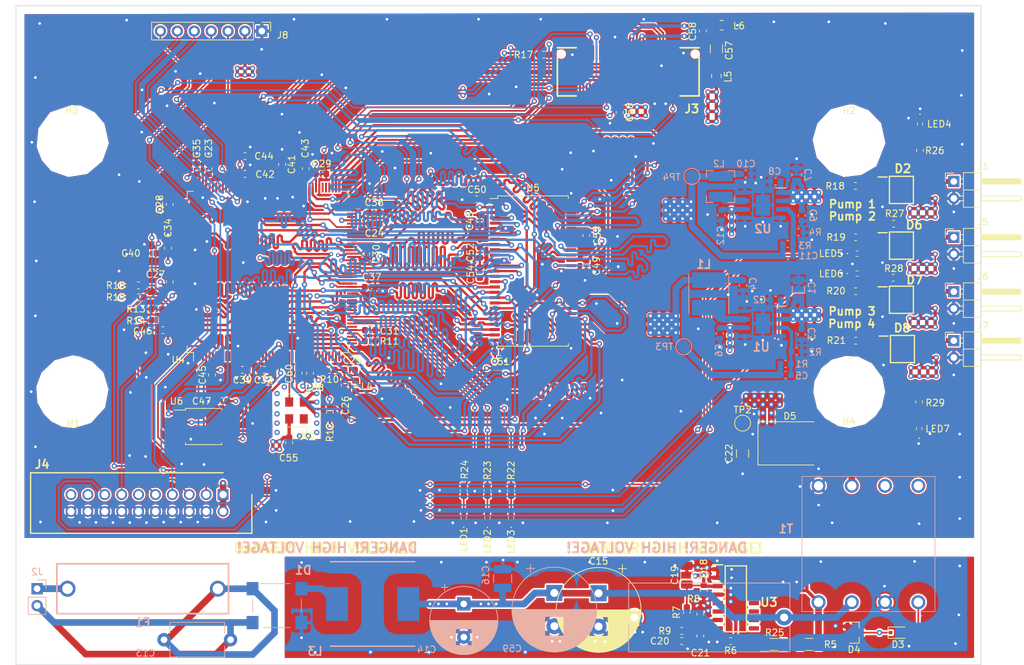
<source format=kicad_pcb>
(kicad_pcb (version 20171130) (host pcbnew "(5.1.6)-1")
  (layers (0 F.Cu signal) (1 In1.Cu power) (2 In2.Cu power) (31 B.Cu signal) (34 B.Paste user) (35 F.Paste user) (36 B.SilkS user) (37 F.SilkS user) (38 B.Mask user) (39 F.Mask user) (44 Edge.Cuts user))
  (net 0 "")
  (net 1 12V)
  (net 2 GND)
  (net 3 3V3)
  (net 4 "Net-(C5-Pad2)")
  (net 5 5V)
  (net 6 "Net-(C11-Pad2)")
  (net 7 "Net-(C13-Pad2)")
  (net 8 "Net-(C13-Pad1)")
  (net 9 GNDREF)
  (net 10 "Net-(C14-Pad1)")
  (net 11 "Net-(C18-Pad1)")
  (net 12 "Net-(C20-Pad2)")
  (net 13 "Net-(C21-Pad2)")
  (net 14 "Net-(C23-Pad2)")
  (net 15 "Net-(C24-Pad2)")
  (net 16 /MCU/VDDA)
  (net 17 /MCU/12DSI)
  (net 18 "Net-(C57-Pad2)")
  (net 19 "Net-(C57-Pad1)")
  (net 20 "Net-(D1-Pad3)")
  (net 21 "Net-(D2-Pad4)")
  (net 22 "Net-(D2-Pad1)")
  (net 23 "Net-(D3-Pad2)")
  (net 24 "Net-(D5-Pad2)")
  (net 25 "Net-(F1-Pad1)")
  (net 26 "Net-(J3-Pad60)")
  (net 27 "Net-(J3-Pad59)")
  (net 28 "Net-(J3-Pad58)")
  (net 29 DSI_RESET)
  (net 30 "Net-(J3-Pad56)")
  (net 31 "Net-(J3-Pad55)")
  (net 32 "Net-(J3-Pad54)")
  (net 33 LCD_BL_CTRL)
  (net 34 "Net-(J3-Pad52)")
  (net 35 "Net-(J3-Pad51)")
  (net 36 "Net-(J3-Pad50)")
  (net 37 DSI_TE)
  (net 38 "Net-(J3-Pad48)")
  (net 39 "Net-(J3-Pad47)")
  (net 40 "Net-(J3-Pad46)")
  (net 41 "Net-(J3-Pad45)")
  (net 42 I2C1_SCL)
  (net 43 "Net-(J3-Pad43)")
  (net 44 "Net-(J3-Pad42)")
  (net 45 "Net-(J3-Pad41)")
  (net 46 I2C1_SDA)
  (net 47 "Net-(J3-Pad39)")
  (net 48 "Net-(J3-Pad38)")
  (net 49 "Net-(J3-Pad37)")
  (net 50 "Net-(J3-Pad35)")
  (net 51 "Net-(J3-Pad34)")
  (net 52 "Net-(J3-Pad33)")
  (net 53 "Net-(J3-Pad32)")
  (net 54 "Net-(J3-Pad31)")
  (net 55 "Net-(J3-Pad30)")
  (net 56 "Net-(J3-Pad28)")
  (net 57 "Net-(J3-Pad26)")
  (net 58 "Net-(J3-Pad25)")
  (net 59 "Net-(J3-Pad24)")
  (net 60 "Net-(J3-Pad22)")
  (net 61 "Net-(J3-Pad20)")
  (net 62 DSI_D1N)
  (net 63 "Net-(J3-Pad16)")
  (net 64 DSI_D1P)
  (net 65 "Net-(J3-Pad14)")
  (net 66 DSI_D0N)
  (net 67 "Net-(J3-Pad10)")
  (net 68 DSI_D0P)
  (net 69 "Net-(J3-Pad8)")
  (net 70 DSI_CKN)
  (net 71 LCD_INT)
  (net 72 DSI_CKP)
  (net 73 "Net-(J3-Pad2)")
  (net 74 /MCU/JTDI)
  (net 75 /MCU/JTDO_TRACESWO)
  (net 76 /MCU/JTCK_SWCLK)
  (net 77 /MCU/JTMS_SWDIO)
  (net 78 "Net-(L1-Pad1)")
  (net 79 "Net-(L2-Pad1)")
  (net 80 "Net-(R5-Pad1)")
  (net 81 "Net-(R7-Pad2)")
  (net 82 "Net-(R10-Pad2)")
  (net 83 "Net-(R11-Pad2)")
  (net 84 "Net-(R13-Pad2)")
  (net 85 "Net-(R14-Pad2)")
  (net 86 "Net-(U3-Pad12)")
  (net 87 "Net-(U3-Pad11)")
  (net 88 "Net-(U3-Pad10)")
  (net 89 "Net-(U3-Pad9)")
  (net 90 "Net-(U3-Pad5)")
  (net 91 "Net-(U4-Pad176)")
  (net 92 "Net-(U4-Pad175)")
  (net 93 "Net-(U4-Pad174)")
  (net 94 "Net-(U4-Pad173)")
  (net 95 FMC_NBL1)
  (net 96 FMC_NBL0)
  (net 97 "Net-(U4-Pad168)")
  (net 98 "Net-(U4-Pad167)")
  (net 99 "Net-(U4-Pad163)")
  (net 100 FMC_SDNCAS)
  (net 101 "Net-(U4-Pad157)")
  (net 102 "Net-(U4-Pad154)")
  (net 103 "Net-(U4-Pad153)")
  (net 104 "Net-(U4-Pad152)")
  (net 105 "Net-(U4-Pad151)")
  (net 106 "Net-(U4-Pad150)")
  (net 107 "Net-(U4-Pad147)")
  (net 108 "Net-(U4-Pad146)")
  (net 109 "Net-(U4-Pad145)")
  (net 110 "Net-(U4-Pad144)")
  (net 111 FMC_D3)
  (net 112 FMC_D2)
  (net 113 "Net-(U4-Pad141)")
  (net 114 "Net-(U4-Pad140)")
  (net 115 "Net-(U4-Pad139)")
  (net 116 "Net-(U4-Pad134)")
  (net 117 "Net-(U4-Pad133)")
  (net 118 "Net-(U4-Pad132)")
  (net 119 "Net-(U4-Pad127)")
  (net 120 "Net-(U4-Pad126)")
  (net 121 "Net-(U4-Pad125)")
  (net 122 "Net-(U4-Pad124)")
  (net 123 "Net-(U4-Pad123)")
  (net 124 "Net-(U4-Pad122)")
  (net 125 FMC_SDCLK)
  (net 126 "Net-(U4-Pad115)")
  (net 127 "Net-(U4-Pad114)")
  (net 128 FMC_BA1)
  (net 129 FMC_BA0)
  (net 130 "Net-(U4-Pad111)")
  (net 131 "Net-(U4-Pad110)")
  (net 132 FMC_D1)
  (net 133 FMC_D0)
  (net 134 "Net-(U4-Pad94)")
  (net 135 "Net-(U4-Pad93)")
  (net 136 "Net-(U4-Pad92)")
  (net 137 FMC_D15)
  (net 138 FMC_D14)
  (net 139 FMC_D13)
  (net 140 "Net-(U4-Pad88)")
  (net 141 "Net-(U4-Pad84)")
  (net 142 "Net-(U4-Pad83)")
  (net 143 QSPI_NCS)
  (net 144 FMC_D12)
  (net 145 FMC_D11)
  (net 146 FMC_D10)
  (net 147 FMC_D9)
  (net 148 FMC_D8)
  (net 149 FMC_D7)
  (net 150 FMC_D6)
  (net 151 FMC_D5)
  (net 152 FMC_D4)
  (net 153 FMC_A11)
  (net 154 FMC_A10)
  (net 155 FMC_A9)
  (net 156 FMC_A8)
  (net 157 FMC_A7)
  (net 158 FMC_A6)
  (net 159 FMC_SDNRAS)
  (net 160 "Net-(U4-Pad58)")
  (net 161 "Net-(U4-Pad57)")
  (net 162 "Net-(U4-Pad56)")
  (net 163 "Net-(U4-Pad55)")
  (net 164 "Net-(U4-Pad54)")
  (net 165 "Net-(U4-Pad50)")
  (net 166 "Net-(U4-Pad47)")
  (net 167 "Net-(U4-Pad46)")
  (net 168 "Net-(U4-Pad45)")
  (net 169 "Net-(U4-Pad44)")
  (net 170 "Net-(U4-Pad43)")
  (net 171 "Net-(U4-Pad42)")
  (net 172 "Net-(U4-Pad41)")
  (net 173 "Net-(U4-Pad40)")
  (net 174 FMC_SDCKE0)
  (net 175 FMC_SDNE0)
  (net 176 "Net-(U4-Pad33)")
  (net 177 FMC_SDNWE)
  (net 178 "Net-(U4-Pad29)")
  (net 179 QSPI_CLK)
  (net 180 QSPI_IO1)
  (net 181 QSPI_IO0)
  (net 182 "Net-(U4-Pad25)")
  (net 183 QSPI_IO3)
  (net 184 FMC_A5)
  (net 185 FMC_A4)
  (net 186 FMC_A3)
  (net 187 FMC_A2)
  (net 188 FMC_A1)
  (net 189 FMC_A0)
  (net 190 "Net-(U4-Pad13)")
  (net 191 "Net-(U4-Pad12)")
  (net 192 "Net-(U4-Pad11)")
  (net 193 "Net-(U4-Pad10)")
  (net 194 "Net-(U4-Pad9)")
  (net 195 "Net-(U4-Pad8)")
  (net 196 "Net-(U4-Pad7)")
  (net 197 QSPI_IO2)
  (net 198 "Net-(U5-Pad40)")
  (net 199 "Net-(U5-Pad36)")
  (net 200 "Net-(X1-Pad1)")
  (net 201 "Net-(D6-Pad4)")
  (net 202 "Net-(D6-Pad1)")
  (net 203 "Net-(D7-Pad4)")
  (net 204 "Net-(D7-Pad1)")
  (net 205 "Net-(D8-Pad4)")
  (net 206 "Net-(D8-Pad1)")
  (net 207 "Net-(LED1-Pad2)")
  (net 208 "Net-(LED2-Pad2)")
  (net 209 "Net-(LED3-Pad2)")
  (net 210 MCPump1On)
  (net 211 MCPump2On)
  (net 212 MCPump3On)
  (net 213 MCPump4On)
  (net 214 "Net-(R22-Pad1)")
  (net 215 "Net-(R23-Pad1)")
  (net 216 "Net-(R24-Pad2)")
  (net 217 "Net-(R25-Pad1)")
  (net 218 "Net-(R25-Pad2)")
  (net 219 "Net-(U4-Pad30)")
  (net 220 BT_RESET)
  (net 221 UART_RX)
  (net 222 UART_TX)
  (net 223 UART_CTS)
  (net 224 UART_RTS)
  (net 225 "Net-(LED4-Pad2)")
  (net 226 "Net-(LED5-Pad2)")
  (net 227 "Net-(LED6-Pad2)")
  (net 228 "Net-(LED7-Pad2)")
  (net 229 /MCU/NRST)
  (net 230 "Net-(J4-Pad19)")
  (net 231 "Net-(J4-Pad17)")
  (net 232 "Net-(J4-Pad11)")
  (net 233 /MCU/JNTRST)
  (module Capacitor_SMD:C_0603_1608Metric (layer F.Cu) (at 126.2888 73.0251 90)
    (fp_text reference C60 (at -0.0634 -1.4224 90) (layer F.SilkS))
    (fp_text value "100 nF")
    (pad 2 smd roundrect (at 0.7875 0 90) (size 0.875 0.95) (layers F.Cu F.Paste F.Mask) (net 229 /MCU/NRST))
    (pad 1 smd roundrect (at -0.7875 0 90) (size 0.875 0.95) (layers F.Cu F.Paste F.Mask) (net 2 GND))
  )
  (module Resistor_SMD:R_0603_1608Metric (layer F.Cu) (at 210.0452 68.1355 180)
    (fp_text reference R21 (at 2.9082 0.0381) (layer F.SilkS))
    (fp_text value "900 R")
    (pad 1 smd roundrect (at -0.7875 0 180) (size 0.875 0.95) (layers F.Cu F.Paste F.Mask) (net 206 "Net-(D8-Pad1)"))
    (pad 2 smd roundrect (at 0.7875 0 180) (size 0.875 0.95) (layers F.Cu F.Paste F.Mask) (net 213 MCPump4On))
  )
  (module SamacSys_Parts:SOP254P610X218-4N (layer F.Cu) (at 217.0684 69.3801)
    (fp_text reference D8 (at -0.0381 -3.1623) (layer F.SilkS) (effects (font (size 1.27 1.27) (thickness 0.254))))
    (fp_text value CPC1020N hide)
    (pad 4 smd rect (at 2.825 -1.27 90) (size 0.65 1.35) (layers F.Cu F.Paste F.Mask) (net 205 "Net-(D8-Pad4)"))
    (pad 3 smd rect (at 2.825 1.27 90) (size 0.65 1.35) (layers F.Cu F.Paste F.Mask) (net 1 12V))
    (pad 2 smd rect (at -2.825 1.27 90) (size 0.65 1.35) (layers F.Cu F.Paste F.Mask) (net 2 GND))
    (pad 1 smd rect (at -2.825 -1.27 90) (size 0.65 1.35) (layers F.Cu F.Paste F.Mask) (net 206 "Net-(D8-Pad1)"))
  )
  (module SamacSys_Parts:SOP254P610X218-4N (layer F.Cu) (at 216.916 61.976)
    (fp_text reference D7 (at 1.9939 -2.9845) (layer F.SilkS) (effects (font (size 1.27 1.27) (thickness 0.254))))
    (fp_text value CPC1020N hide)
    (pad 4 smd rect (at 2.825 -1.27 90) (size 0.65 1.35) (layers F.Cu F.Paste F.Mask) (net 203 "Net-(D7-Pad4)"))
    (pad 3 smd rect (at 2.825 1.27 90) (size 0.65 1.35) (layers F.Cu F.Paste F.Mask) (net 1 12V))
    (pad 2 smd rect (at -2.825 1.27 90) (size 0.65 1.35) (layers F.Cu F.Paste F.Mask) (net 2 GND))
    (pad 1 smd rect (at -2.825 -1.27 90) (size 0.65 1.35) (layers F.Cu F.Paste F.Mask) (net 204 "Net-(D7-Pad1)"))
  )
  (module SamacSys_Parts:SOP254P610X218-4N (layer F.Cu) (at 216.9231 53.8353)
    (fp_text reference D6 (at 1.9106 -3.0988) (layer F.SilkS) (effects (font (size 1.27 1.27) (thickness 0.254))))
    (fp_text value CPC1020N hide)
    (pad 4 smd rect (at 2.825 -1.27 90) (size 0.65 1.35) (layers F.Cu F.Paste F.Mask) (net 201 "Net-(D6-Pad4)"))
    (pad 3 smd rect (at 2.825 1.27 90) (size 0.65 1.35) (layers F.Cu F.Paste F.Mask) (net 1 12V))
    (pad 2 smd rect (at -2.825 1.27 90) (size 0.65 1.35) (layers F.Cu F.Paste F.Mask) (net 2 GND))
    (pad 1 smd rect (at -2.825 -1.27 90) (size 0.65 1.35) (layers F.Cu F.Paste F.Mask) (net 202 "Net-(D6-Pad1)"))
  )
  (module SamacSys_Parts:SHDR20W64P254_2X10_3306X910X885P (layer F.Cu) (at 114.9477 91.2622 180)
    (fp_text reference J4 (at 27.1907 4.5466) (layer F.SilkS) (effects (font (size 1.27 1.27) (thickness 0.254))))
    (fp_text value 61202021621 hide)
    (pad 20 thru_hole circle (at 22.86 -2.54 180) (size 1.65 1.65) (drill 1.1) (layers *.Cu *.Mask) (net 2 GND))
    (pad 19 thru_hole circle (at 22.86 0 180) (size 1.65 1.65) (drill 1.1) (layers *.Cu *.Mask) (net 230 "Net-(J4-Pad19)"))
    (pad 18 thru_hole circle (at 20.32 -2.54 180) (size 1.65 1.65) (drill 1.1) (layers *.Cu *.Mask) (net 2 GND))
    (pad 17 thru_hole circle (at 20.32 0 180) (size 1.65 1.65) (drill 1.1) (layers *.Cu *.Mask) (net 231 "Net-(J4-Pad17)"))
    (pad 16 thru_hole circle (at 17.78 -2.54 180) (size 1.65 1.65) (drill 1.1) (layers *.Cu *.Mask) (net 2 GND))
    (pad 15 thru_hole circle (at 17.78 0 180) (size 1.65 1.65) (drill 1.1) (layers *.Cu *.Mask) (net 229 /MCU/NRST))
    (pad 14 thru_hole circle (at 15.24 -2.54 180) (size 1.65 1.65) (drill 1.1) (layers *.Cu *.Mask) (net 2 GND))
    (pad 13 thru_hole circle (at 15.24 0 180) (size 1.65 1.65) (drill 1.1) (layers *.Cu *.Mask) (net 75 /MCU/JTDO_TRACESWO))
    (pad 12 thru_hole circle (at 12.7 -2.54 180) (size 1.65 1.65) (drill 1.1) (layers *.Cu *.Mask) (net 2 GND))
    (pad 11 thru_hole circle (at 12.7 0 180) (size 1.65 1.65) (drill 1.1) (layers *.Cu *.Mask) (net 232 "Net-(J4-Pad11)"))
    (pad 10 thru_hole circle (at 10.16 -2.54 180) (size 1.65 1.65) (drill 1.1) (layers *.Cu *.Mask) (net 2 GND))
    (pad 9 thru_hole circle (at 10.16 0 180) (size 1.65 1.65) (drill 1.1) (layers *.Cu *.Mask) (net 76 /MCU/JTCK_SWCLK))
    (pad 8 thru_hole circle (at 7.62 -2.54 180) (size 1.65 1.65) (drill 1.1) (layers *.Cu *.Mask) (net 2 GND))
    (pad 7 thru_hole circle (at 7.62 0 180) (size 1.65 1.65) (drill 1.1) (layers *.Cu *.Mask) (net 77 /MCU/JTMS_SWDIO))
    (pad 6 thru_hole circle (at 5.08 -2.54 180) (size 1.65 1.65) (drill 1.1) (layers *.Cu *.Mask) (net 2 GND))
    (pad 5 thru_hole circle (at 5.08 0 180) (size 1.65 1.65) (drill 1.1) (layers *.Cu *.Mask) (net 74 /MCU/JTDI))
    (pad 4 thru_hole circle (at 2.54 -2.54 180) (size 1.65 1.65) (drill 1.1) (layers *.Cu *.Mask) (net 2 GND))
    (pad 3 thru_hole circle (at 2.54 0 180) (size 1.65 1.65) (drill 1.1) (layers *.Cu *.Mask) (net 233 /MCU/JNTRST))
    (pad 2 thru_hole circle (at 0 -2.54 180) (size 1.65 1.65) (drill 1.1) (layers *.Cu *.Mask) (net 3 3V3))
    (pad 1 thru_hole rect (at 0 0 180) (size 1.65 1.65) (drill 1.1) (layers *.Cu *.Mask) (net 3 3V3))
  )
  (module Inductor_SMD:L_0805_2012Metric (layer F.Cu) (at 189.103 28.3487 270)
    (fp_text reference L5 (at 0.0993 -1.7399 90) (layer F.SilkS))
    (fp_text value "120 R @ 100 MHz, 6 A")
    (pad 2 smd roundrect (at 0.9375 0 270) (size 0.975 1.4) (layers F.Cu F.Paste F.Mask) (net 5 5V))
    (pad 1 smd roundrect (at -0.9375 0 270) (size 0.975 1.4) (layers F.Cu F.Paste F.Mask) (net 19 "Net-(C57-Pad1)"))
  )
  (module Inductor_SMD:L_0805_2012Metric (layer F.Cu) (at 189.8881 20.7137 180)
    (fp_text reference L6 (at -2.6185 -0.0889) (layer F.SilkS))
    (fp_text value "120 R @ 100 MHz, 6 A")
    (pad 2 smd roundrect (at 0.9375 0 180) (size 0.975 1.4) (layers F.Cu F.Paste F.Mask) (net 18 "Net-(C57-Pad2)"))
    (pad 1 smd roundrect (at -0.9375 0 180) (size 0.975 1.4) (layers F.Cu F.Paste F.Mask) (net 2 GND))
  )
  (module Resistor_SMD:R_0603_1608Metric (layer F.Cu) (at 210.0325 52.578 180)
    (fp_text reference R19 (at 2.9463 0) (layer F.SilkS))
    (fp_text value "900 R")
    (pad 2 smd roundrect (at 0.7875 0 180) (size 0.875 0.95) (layers F.Cu F.Paste F.Mask) (net 211 MCPump2On))
    (pad 1 smd roundrect (at -0.7875 0 180) (size 0.875 0.95) (layers F.Cu F.Paste F.Mask) (net 202 "Net-(D6-Pad1)"))
  )
  (module Resistor_SMD:R_0603_1608Metric (layer F.Cu) (at 210.0327 60.6933 180)
    (fp_text reference R20 (at 2.9592 0.0381) (layer F.SilkS))
    (fp_text value "900 R")
    (pad 2 smd roundrect (at 0.7875 0 180) (size 0.875 0.95) (layers F.Cu F.Paste F.Mask) (net 212 MCPump3On))
    (pad 1 smd roundrect (at -0.7875 0 180) (size 0.875 0.95) (layers F.Cu F.Paste F.Mask) (net 204 "Net-(D7-Pad1)"))
  )
  (module SamacSys_Parts:YBS2207GRAG (layer B.Cu) (at 123.055 107.95 90)
    (fp_text reference D1 (at 5.334 3.945 180) (layer B.SilkS) (effects (font (size 1.27 1.27) (thickness 0.254)) (justify mirror)))
    (fp_text value YBS2207G_RAG hide)
    (pad 4 smd rect (at -2.55 3.675) (size 1.8 2) (layers B.Cu B.Paste B.Mask) (net 9 GNDREF))
    (pad 3 smd rect (at 2.55 3.675) (size 1.8 2) (layers B.Cu B.Paste B.Mask) (net 20 "Net-(D1-Pad3)"))
    (pad 2 smd rect (at 2.55 -3.675) (size 1.8 2) (layers B.Cu B.Paste B.Mask) (net 8 "Net-(C13-Pad1)"))
    (pad 1 smd rect (at -2.55 -3.675) (size 1.8 2) (layers B.Cu B.Paste B.Mask) (net 7 "Net-(C13-Pad2)"))
  )
  (module Resistor_SMD:R_0603_1608Metric (layer F.Cu) (at 219.583 77.3175 270)
    (fp_text reference R29 (at 0.1525 -2.413 180) (layer F.SilkS))
    (fp_text value 2k)
    (pad 2 smd roundrect (at 0.7875 0 270) (size 0.875 0.95) (layers F.Cu F.Paste F.Mask) (net 228 "Net-(LED7-Pad2)"))
    (pad 1 smd roundrect (at -0.7875 0 270) (size 0.875 0.95) (layers F.Cu F.Paste F.Mask) (net 205 "Net-(D8-Pad4)"))
  )
  (module Resistor_SMD:R_0603_1608Metric (layer F.Cu) (at 215.6715 58.674 180)
    (fp_text reference R28 (at -0.1015 1.397) (layer F.SilkS))
    (fp_text value 2k)
    (pad 2 smd roundrect (at 0.7875 0 180) (size 0.875 0.95) (layers F.Cu F.Paste F.Mask) (net 227 "Net-(LED6-Pad2)"))
    (pad 1 smd roundrect (at -0.7875 0 180) (size 0.875 0.95) (layers F.Cu F.Paste F.Mask) (net 203 "Net-(D7-Pad4)"))
  )
  (module Resistor_SMD:R_0603_1608Metric (layer F.Cu) (at 215.7475 50.546 180)
    (fp_text reference R27 (at -0.1525 1.524) (layer F.SilkS))
    (fp_text value 2k)
    (pad 2 smd roundrect (at 0.7875 0 180) (size 0.875 0.95) (layers F.Cu F.Paste F.Mask) (net 226 "Net-(LED5-Pad2)"))
    (pad 1 smd roundrect (at -0.7875 0 180) (size 0.875 0.95) (layers F.Cu F.Paste F.Mask) (net 201 "Net-(D6-Pad4)"))
  )
  (module Resistor_SMD:R_0603_1608Metric (layer F.Cu) (at 219.71 39.5225 90)
    (fp_text reference R26 (at -0.038 2.2225 180) (layer F.SilkS))
    (fp_text value 2k)
    (pad 2 smd roundrect (at 0.7875 0 90) (size 0.875 0.95) (layers F.Cu F.Paste F.Mask) (net 225 "Net-(LED4-Pad2)"))
    (pad 1 smd roundrect (at -0.7875 0 90) (size 0.875 0.95) (layers F.Cu F.Paste F.Mask) (net 21 "Net-(D2-Pad4)"))
  )
  (module SamacSys_Parts:150060SS55040 (layer F.Cu) (at 219.583 81.3435 90)
    (fp_text reference LED7 (at -0.0381 2.7686 180) (layer F.SilkS))
    (fp_text value 150060SS55040 hide)
    (pad 2 smd rect (at 0.8 0 180) (size 0.75 0.8) (layers F.Cu F.Paste F.Mask) (net 228 "Net-(LED7-Pad2)"))
    (pad 1 smd rect (at -0.8 0 180) (size 0.75 0.8) (layers F.Cu F.Paste F.Mask) (net 2 GND))
  )
  (module SamacSys_Parts:150060SS55040 (layer F.Cu) (at 210.2485 58.039)
    (fp_text reference LED6 (at -3.8989 0.0254) (layer F.SilkS))
    (fp_text value 150060SS55040 hide)
    (pad 2 smd rect (at 0.8 0 90) (size 0.75 0.8) (layers F.Cu F.Paste F.Mask) (net 227 "Net-(LED6-Pad2)"))
    (pad 1 smd rect (at -0.8 0 90) (size 0.75 0.8) (layers F.Cu F.Paste F.Mask) (net 2 GND))
  )
  (module SamacSys_Parts:150060SS55040 (layer F.Cu) (at 210.2485 55.0545)
    (fp_text reference LED5 (at -3.8989 -0.0381) (layer F.SilkS))
    (fp_text value 150060SS55040 hide)
    (pad 2 smd rect (at 0.8 0 90) (size 0.75 0.8) (layers F.Cu F.Paste F.Mask) (net 226 "Net-(LED5-Pad2)"))
    (pad 1 smd rect (at -0.8 0 90) (size 0.75 0.8) (layers F.Cu F.Paste F.Mask) (net 2 GND))
  )
  (module SamacSys_Parts:150060SS55040 (layer F.Cu) (at 219.71 35.56 270)
    (fp_text reference LED4 (at 0 -2.8956 180) (layer F.SilkS))
    (fp_text value 150060SS55040 hide)
    (pad 2 smd rect (at 0.8 0) (size 0.75 0.8) (layers F.Cu F.Paste F.Mask) (net 225 "Net-(LED4-Pad2)"))
    (pad 1 smd rect (at -0.8 0) (size 0.75 0.8) (layers F.Cu F.Paste F.Mask) (net 2 GND))
  )
  (module Connector_PinHeader_2.54mm:PinHeader_1x02_P2.54mm_Horizontal (layer F.Cu) (at 224.79 68.1228)
    (fp_text reference J7 (at 4.385 -2.27) (layer F.SilkS))
    (fp_text value Conn_01x02)
    (pad 2 thru_hole oval (at 0 2.54) (size 1.7 1.7) (drill 1) (layers *.Cu *.Mask) (net 2 GND))
    (pad 1 thru_hole rect (at 0 0) (size 1.7 1.7) (drill 1) (layers *.Cu *.Mask) (net 205 "Net-(D8-Pad4)"))
  )
  (module Connector_PinHeader_2.54mm:PinHeader_1x02_P2.54mm_Horizontal (layer F.Cu) (at 224.79 60.7568)
    (fp_text reference J6 (at 4.385 -2.27) (layer F.SilkS))
    (fp_text value Conn_01x02)
    (pad 2 thru_hole oval (at 0 2.54) (size 1.7 1.7) (drill 1) (layers *.Cu *.Mask) (net 2 GND))
    (pad 1 thru_hole rect (at 0 0) (size 1.7 1.7) (drill 1) (layers *.Cu *.Mask) (net 203 "Net-(D7-Pad4)"))
  )
  (module Connector_PinHeader_2.54mm:PinHeader_1x02_P2.54mm_Horizontal (layer F.Cu) (at 224.79 52.578)
    (fp_text reference J5 (at 4.385 -2.27) (layer F.SilkS))
    (fp_text value Conn_01x02)
    (pad 2 thru_hole oval (at 0 2.54) (size 1.7 1.7) (drill 1) (layers *.Cu *.Mask) (net 2 GND))
    (pad 1 thru_hole rect (at 0 0) (size 1.7 1.7) (drill 1) (layers *.Cu *.Mask) (net 201 "Net-(D6-Pad4)"))
  )
  (module Package_QFP:LQFP-176_24x24mm_P0.5mm (layer F.Cu) (at 121.666 57.785 90)
    (fp_text reference U4 (at -13.208 -13.462) (layer F.SilkS))
    (fp_text value STM32F469IITx)
    (pad 176 smd roundrect (at -10.75 -12.675 90) (size 0.3 1.5) (layers F.Cu F.Paste F.Mask) (net 91 "Net-(U4-Pad176)"))
    (pad 175 smd roundrect (at -10.25 -12.675 90) (size 0.3 1.5) (layers F.Cu F.Paste F.Mask) (net 92 "Net-(U4-Pad175)"))
    (pad 174 smd roundrect (at -9.75 -12.675 90) (size 0.3 1.5) (layers F.Cu F.Paste F.Mask) (net 93 "Net-(U4-Pad174)"))
    (pad 173 smd roundrect (at -9.25 -12.675 90) (size 0.3 1.5) (layers F.Cu F.Paste F.Mask) (net 94 "Net-(U4-Pad173)"))
    (pad 172 smd roundrect (at -8.75 -12.675 90) (size 0.3 1.5) (layers F.Cu F.Paste F.Mask) (net 3 3V3))
    (pad 171 smd roundrect (at -8.25 -12.675 90) (size 0.3 1.5) (layers F.Cu F.Paste F.Mask) (net 85 "Net-(R14-Pad2)"))
    (pad 170 smd roundrect (at -7.75 -12.675 90) (size 0.3 1.5) (layers F.Cu F.Paste F.Mask) (net 95 FMC_NBL1))
    (pad 169 smd roundrect (at -7.25 -12.675 90) (size 0.3 1.5) (layers F.Cu F.Paste F.Mask) (net 96 FMC_NBL0))
    (pad 168 smd roundrect (at -6.75 -12.675 90) (size 0.3 1.5) (layers F.Cu F.Paste F.Mask) (net 97 "Net-(U4-Pad168)"))
    (pad 167 smd roundrect (at -6.25 -12.675 90) (size 0.3 1.5) (layers F.Cu F.Paste F.Mask) (net 98 "Net-(U4-Pad167)"))
    (pad 166 smd roundrect (at -5.75 -12.675 90) (size 0.3 1.5) (layers F.Cu F.Paste F.Mask) (net 84 "Net-(R13-Pad2)"))
    (pad 165 smd roundrect (at -5.25 -12.675 90) (size 0.3 1.5) (layers F.Cu F.Paste F.Mask) (net 46 I2C1_SDA))
    (pad 164 smd roundrect (at -4.75 -12.675 90) (size 0.3 1.5) (layers F.Cu F.Paste F.Mask) (net 42 I2C1_SCL))
    (pad 163 smd roundrect (at -4.25 -12.675 90) (size 0.3 1.5) (layers F.Cu F.Paste F.Mask) (net 99 "Net-(U4-Pad163)"))
    (pad 162 smd roundrect (at -3.75 -12.675 90) (size 0.3 1.5) (layers F.Cu F.Paste F.Mask) (net 233 /MCU/JNTRST))
    (pad 161 smd roundrect (at -3.25 -12.675 90) (size 0.3 1.5) (layers F.Cu F.Paste F.Mask) (net 75 /MCU/JTDO_TRACESWO))
    (pad 160 smd roundrect (at -2.75 -12.675 90) (size 0.3 1.5) (layers F.Cu F.Paste F.Mask) (net 100 FMC_SDNCAS))
    (pad 159 smd roundrect (at -2.25 -12.675 90) (size 0.3 1.5) (layers F.Cu F.Paste F.Mask) (net 3 3V3))
    (pad 158 smd roundrect (at -1.75 -12.675 90) (size 0.3 1.5) (layers F.Cu F.Paste F.Mask) (net 2 GND))
    (pad 157 smd roundrect (at -1.25 -12.675 90) (size 0.3 1.5) (layers F.Cu F.Paste F.Mask) (net 101 "Net-(U4-Pad157)"))
    (pad 156 smd roundrect (at -0.75 -12.675 90) (size 0.3 1.5) (layers F.Cu F.Paste F.Mask) (net 223 UART_CTS))
    (pad 155 smd roundrect (at -0.25 -12.675 90) (size 0.3 1.5) (layers F.Cu F.Paste F.Mask) (net 224 UART_RTS))
    (pad 154 smd roundrect (at 0.25 -12.675 90) (size 0.3 1.5) (layers F.Cu F.Paste F.Mask) (net 102 "Net-(U4-Pad154)"))
    (pad 153 smd roundrect (at 0.75 -12.675 90) (size 0.3 1.5) (layers F.Cu F.Paste F.Mask) (net 103 "Net-(U4-Pad153)"))
    (pad 152 smd roundrect (at 1.25 -12.675 90) (size 0.3 1.5) (layers F.Cu F.Paste F.Mask) (net 104 "Net-(U4-Pad152)"))
    (pad 151 smd roundrect (at 1.75 -12.675 90) (size 0.3 1.5) (layers F.Cu F.Paste F.Mask) (net 105 "Net-(U4-Pad151)"))
    (pad 150 smd roundrect (at 2.25 -12.675 90) (size 0.3 1.5) (layers F.Cu F.Paste F.Mask) (net 106 "Net-(U4-Pad150)"))
    (pad 149 smd roundrect (at 2.75 -12.675 90) (size 0.3 1.5) (layers F.Cu F.Paste F.Mask) (net 3 3V3))
    (pad 148 smd roundrect (at 3.25 -12.675 90) (size 0.3 1.5) (layers F.Cu F.Paste F.Mask) (net 2 GND))
    (pad 147 smd roundrect (at 3.75 -12.675 90) (size 0.3 1.5) (layers F.Cu F.Paste F.Mask) (net 107 "Net-(U4-Pad147)"))
    (pad 146 smd roundrect (at 4.25 -12.675 90) (size 0.3 1.5) (layers F.Cu F.Paste F.Mask) (net 108 "Net-(U4-Pad146)"))
    (pad 145 smd roundrect (at 4.75 -12.675 90) (size 0.3 1.5) (layers F.Cu F.Paste F.Mask) (net 109 "Net-(U4-Pad145)"))
    (pad 144 smd roundrect (at 5.25 -12.675 90) (size 0.3 1.5) (layers F.Cu F.Paste F.Mask) (net 110 "Net-(U4-Pad144)"))
    (pad 143 smd roundrect (at 5.75 -12.675 90) (size 0.3 1.5) (layers F.Cu F.Paste F.Mask) (net 111 FMC_D3))
    (pad 142 smd roundrect (at 6.25 -12.675 90) (size 0.3 1.5) (layers F.Cu F.Paste F.Mask) (net 112 FMC_D2))
    (pad 141 smd roundrect (at 6.75 -12.675 90) (size 0.3 1.5) (layers F.Cu F.Paste F.Mask) (net 113 "Net-(U4-Pad141)"))
    (pad 140 smd roundrect (at 7.25 -12.675 90) (size 0.3 1.5) (layers F.Cu F.Paste F.Mask) (net 114 "Net-(U4-Pad140)"))
    (pad 139 smd roundrect (at 7.75 -12.675 90) (size 0.3 1.5) (layers F.Cu F.Paste F.Mask) (net 115 "Net-(U4-Pad139)"))
    (pad 138 smd roundrect (at 8.25 -12.675 90) (size 0.3 1.5) (layers F.Cu F.Paste F.Mask) (net 74 /MCU/JTDI))
    (pad 137 smd roundrect (at 8.75 -12.675 90) (size 0.3 1.5) (layers F.Cu F.Paste F.Mask) (net 76 /MCU/JTCK_SWCLK))
    (pad 136 smd roundrect (at 9.25 -12.675 90) (size 0.3 1.5) (layers F.Cu F.Paste F.Mask) (net 3 3V3))
    (pad 135 smd roundrect (at 9.75 -12.675 90) (size 0.3 1.5) (layers F.Cu F.Paste F.Mask) (net 2 GND))
    (pad 134 smd roundrect (at 10.25 -12.675 90) (size 0.3 1.5) (layers F.Cu F.Paste F.Mask) (net 116 "Net-(U4-Pad134)"))
    (pad 133 smd roundrect (at 10.75 -12.675 90) (size 0.3 1.5) (layers F.Cu F.Paste F.Mask) (net 117 "Net-(U4-Pad133)"))
    (pad 132 smd roundrect (at 12.675 -10.75 90) (size 1.5 0.3) (layers F.Cu F.Paste F.Mask) (net 118 "Net-(U4-Pad132)"))
    (pad 131 smd roundrect (at 12.675 -10.25 90) (size 1.5 0.3) (layers F.Cu F.Paste F.Mask) (net 3 3V3))
    (pad 130 smd roundrect (at 12.675 -9.75 90) (size 1.5 0.3) (layers F.Cu F.Paste F.Mask) (net 2 GND))
    (pad 129 smd roundrect (at 12.675 -9.25 90) (size 1.5 0.3) (layers F.Cu F.Paste F.Mask) (net 14 "Net-(C23-Pad2)"))
    (pad 128 smd roundrect (at 12.675 -8.75 90) (size 1.5 0.3) (layers F.Cu F.Paste F.Mask) (net 77 /MCU/JTMS_SWDIO))
    (pad 127 smd roundrect (at 12.675 -8.25 90) (size 1.5 0.3) (layers F.Cu F.Paste F.Mask) (net 119 "Net-(U4-Pad127)"))
    (pad 126 smd roundrect (at 12.675 -7.75 90) (size 1.5 0.3) (layers F.Cu F.Paste F.Mask) (net 120 "Net-(U4-Pad126)"))
    (pad 125 smd roundrect (at 12.675 -7.25 90) (size 1.5 0.3) (layers F.Cu F.Paste F.Mask) (net 121 "Net-(U4-Pad125)"))
    (pad 124 smd roundrect (at 12.675 -6.75 90) (size 1.5 0.3) (layers F.Cu F.Paste F.Mask) (net 122 "Net-(U4-Pad124)"))
    (pad 123 smd roundrect (at 12.675 -6.25 90) (size 1.5 0.3) (layers F.Cu F.Paste F.Mask) (net 123 "Net-(U4-Pad123)"))
    (pad 122 smd roundrect (at 12.675 -5.75 90) (size 1.5 0.3) (layers F.Cu F.Paste F.Mask) (net 124 "Net-(U4-Pad122)"))
    (pad 121 smd roundrect (at 12.675 -5.25 90) (size 1.5 0.3) (layers F.Cu F.Paste F.Mask) (net 220 BT_RESET))
    (pad 120 smd roundrect (at 12.675 -4.75 90) (size 1.5 0.3) (layers F.Cu F.Paste F.Mask) (net 221 UART_RX))
    (pad 119 smd roundrect (at 12.675 -4.25 90) (size 1.5 0.3) (layers F.Cu F.Paste F.Mask) (net 222 UART_TX))
    (pad 118 smd roundrect (at 12.675 -3.75 90) (size 1.5 0.3) (layers F.Cu F.Paste F.Mask) (net 3 3V3))
    (pad 117 smd roundrect (at 12.675 -3.25 90) (size 1.5 0.3) (layers F.Cu F.Paste F.Mask) (net 2 GND))
    (pad 116 smd roundrect (at 12.675 -2.75 90) (size 1.5 0.3) (layers F.Cu F.Paste F.Mask) (net 125 FMC_SDCLK))
    (pad 115 smd roundrect (at 12.675 -2.25 90) (size 1.5 0.3) (layers F.Cu F.Paste F.Mask) (net 126 "Net-(U4-Pad115)"))
    (pad 114 smd roundrect (at 12.675 -1.75 90) (size 1.5 0.3) (layers F.Cu F.Paste F.Mask) (net 127 "Net-(U4-Pad114)"))
    (pad 113 smd roundrect (at 12.675 -1.25 90) (size 1.5 0.3) (layers F.Cu F.Paste F.Mask) (net 128 FMC_BA1))
    (pad 112 smd roundrect (at 12.675 -0.75 90) (size 1.5 0.3) (layers F.Cu F.Paste F.Mask) (net 129 FMC_BA0))
    (pad 111 smd roundrect (at 12.675 -0.25 90) (size 1.5 0.3) (layers F.Cu F.Paste F.Mask) (net 130 "Net-(U4-Pad111)"))
    (pad 110 smd roundrect (at 12.675 0.25 90) (size 1.5 0.3) (layers F.Cu F.Paste F.Mask) (net 131 "Net-(U4-Pad110)"))
    (pad 109 smd roundrect (at 12.675 0.75 90) (size 1.5 0.3) (layers F.Cu F.Paste F.Mask) (net 2 GND))
    (pad 108 smd roundrect (at 12.675 1.25 90) (size 1.5 0.3) (layers F.Cu F.Paste F.Mask) (net 62 DSI_D1N))
    (pad 107 smd roundrect (at 12.675 1.75 90) (size 1.5 0.3) (layers F.Cu F.Paste F.Mask) (net 64 DSI_D1P))
    (pad 106 smd roundrect (at 12.675 2.25 90) (size 1.5 0.3) (layers F.Cu F.Paste F.Mask) (net 17 /MCU/12DSI))
    (pad 105 smd roundrect (at 12.675 2.75 90) (size 1.5 0.3) (layers F.Cu F.Paste F.Mask) (net 70 DSI_CKN))
    (pad 104 smd roundrect (at 12.675 3.25 90) (size 1.5 0.3) (layers F.Cu F.Paste F.Mask) (net 72 DSI_CKP))
    (pad 103 smd roundrect (at 12.675 3.75 90) (size 1.5 0.3) (layers F.Cu F.Paste F.Mask) (net 2 GND))
    (pad 102 smd roundrect (at 12.675 4.25 90) (size 1.5 0.3) (layers F.Cu F.Paste F.Mask) (net 66 DSI_D0N))
    (pad 101 smd roundrect (at 12.675 4.75 90) (size 1.5 0.3) (layers F.Cu F.Paste F.Mask) (net 68 DSI_D0P))
    (pad 100 smd roundrect (at 12.675 5.25 90) (size 1.5 0.3) (layers F.Cu F.Paste F.Mask) (net 17 /MCU/12DSI))
    (pad 99 smd roundrect (at 12.675 5.75 90) (size 1.5 0.3) (layers F.Cu F.Paste F.Mask) (net 3 3V3))
    (pad 98 smd roundrect (at 12.675 6.25 90) (size 1.5 0.3) (layers F.Cu F.Paste F.Mask) (net 132 FMC_D1))
    (pad 97 smd roundrect (at 12.675 6.75 90) (size 1.5 0.3) (layers F.Cu F.Paste F.Mask) (net 133 FMC_D0))
    (pad 96 smd roundrect (at 12.675 7.25 90) (size 1.5 0.3) (layers F.Cu F.Paste F.Mask) (net 3 3V3))
    (pad 95 smd roundrect (at 12.675 7.75 90) (size 1.5 0.3) (layers F.Cu F.Paste F.Mask) (net 2 GND))
    (pad 94 smd roundrect (at 12.675 8.25 90) (size 1.5 0.3) (layers F.Cu F.Paste F.Mask) (net 134 "Net-(U4-Pad94)"))
    (pad 93 smd roundrect (at 12.675 8.75 90) (size 1.5 0.3) (layers F.Cu F.Paste F.Mask) (net 135 "Net-(U4-Pad93)"))
    (pad 92 smd roundrect (at 12.675 9.25 90) (size 1.5 0.3) (layers F.Cu F.Paste F.Mask) (net 136 "Net-(U4-Pad92)"))
    (pad 91 smd roundrect (at 12.675 9.75 90) (size 1.5 0.3) (layers F.Cu F.Paste F.Mask) (net 137 FMC_D15))
    (pad 90 smd roundrect (at 12.675 10.25 90) (size 1.5 0.3) (layers F.Cu F.Paste F.Mask) (net 138 FMC_D14))
    (pad 89 smd roundrect (at 12.675 10.75 90) (size 1.5 0.3) (layers F.Cu F.Paste F.Mask) (net 139 FMC_D13))
    (pad 88 smd roundrect (at 10.75 12.675 90) (size 0.3 1.5) (layers F.Cu F.Paste F.Mask) (net 140 "Net-(U4-Pad88)"))
    (pad 87 smd roundrect (at 10.25 12.675 90) (size 0.3 1.5) (layers F.Cu F.Paste F.Mask) (net 33 LCD_BL_CTRL))
    (pad 86 smd roundrect (at 9.75 12.675 90) (size 0.3 1.5) (layers F.Cu F.Paste F.Mask) (net 71 LCD_INT))
    (pad 85 smd roundrect (at 9.25 12.675 90) (size 0.3 1.5) (layers F.Cu F.Paste F.Mask) (net 29 DSI_RESET))
    (pad 84 smd roundrect (at 8.75 12.675 90) (size 0.3 1.5) (layers F.Cu F.Paste F.Mask) (net 141 "Net-(U4-Pad84)"))
    (pad 83 smd roundrect (at 8.25 12.675 90) (size 0.3 1.5) (layers F.Cu F.Paste F.Mask) (net 142 "Net-(U4-Pad83)"))
    (pad 82 smd roundrect (at 7.75 12.675 90) (size 0.3 1.5) (layers F.Cu F.Paste F.Mask) (net 3 3V3))
    (pad 81 smd roundrect (at 7.25 12.675 90) (size 0.3 1.5) (layers F.Cu F.Paste F.Mask) (net 15 "Net-(C24-Pad2)"))
    (pad 80 smd roundrect (at 6.75 12.675 90) (size 0.3 1.5) (layers F.Cu F.Paste F.Mask) (net 37 DSI_TE))
    (pad 79 smd roundrect (at 6.25 12.675 90) (size 0.3 1.5) (layers F.Cu F.Paste F.Mask) (net 143 QSPI_NCS))
    (pad 78 smd roundrect (at 5.75 12.675 90) (size 0.3 1.5) (layers F.Cu F.Paste F.Mask) (net 144 FMC_D12))
    (pad 77 smd roundrect (at 5.25 12.675 90) (size 0.3 1.5) (layers F.Cu F.Paste F.Mask) (net 145 FMC_D11))
    (pad 76 smd roundrect (at 4.75 12.675 90) (size 0.3 1.5) (layers F.Cu F.Paste F.Mask) (net 146 FMC_D10))
    (pad 75 smd roundrect (at 4.25 12.675 90) (size 0.3 1.5) (layers F.Cu F.Paste F.Mask) (net 147 FMC_D9))
    (pad 74 smd roundrect (at 3.75 12.675 90) (size 0.3 1.5) (layers F.Cu F.Paste F.Mask) (net 148 FMC_D8))
    (pad 73 smd roundrect (at 3.25 12.675 90) (size 0.3 1.5) (layers F.Cu F.Paste F.Mask) (net 149 FMC_D7))
    (pad 72 smd roundrect (at 2.75 12.675 90) (size 0.3 1.5) (layers F.Cu F.Paste F.Mask) (net 3 3V3))
    (pad 71 smd roundrect (at 2.25 12.675 90) (size 0.3 1.5) (layers F.Cu F.Paste F.Mask) (net 2 GND))
    (pad 70 smd roundrect (at 1.75 12.675 90) (size 0.3 1.5) (layers F.Cu F.Paste F.Mask) (net 150 FMC_D6))
    (pad 69 smd roundrect (at 1.25 12.675 90) (size 0.3 1.5) (layers F.Cu F.Paste F.Mask) (net 151 FMC_D5))
    (pad 68 smd roundrect (at 0.75 12.675 90) (size 0.3 1.5) (layers F.Cu F.Paste F.Mask) (net 152 FMC_D4))
    (pad 67 smd roundrect (at 0.25 12.675 90) (size 0.3 1.5) (layers F.Cu F.Paste F.Mask) (net 153 FMC_A11))
    (pad 66 smd roundrect (at -0.25 12.675 90) (size 0.3 1.5) (layers F.Cu F.Paste F.Mask) (net 154 FMC_A10))
    (pad 65 smd roundrect (at -0.75 12.675 90) (size 0.3 1.5) (layers F.Cu F.Paste F.Mask) (net 155 FMC_A9))
    (pad 64 smd roundrect (at -1.25 12.675 90) (size 0.3 1.5) (layers F.Cu F.Paste F.Mask) (net 156 FMC_A8))
    (pad 63 smd roundrect (at -1.75 12.675 90) (size 0.3 1.5) (layers F.Cu F.Paste F.Mask) (net 157 FMC_A7))
    (pad 62 smd roundrect (at -2.25 12.675 90) (size 0.3 1.5) (layers F.Cu F.Paste F.Mask) (net 3 3V3))
    (pad 61 smd roundrect (at -2.75 12.675 90) (size 0.3 1.5) (layers F.Cu F.Paste F.Mask) (net 2 GND))
    (pad 60 smd roundrect (at -3.25 12.675 90) (size 0.3 1.5) (layers F.Cu F.Paste F.Mask) (net 158 FMC_A6))
    (pad 59 smd roundrect (at -3.75 12.675 90) (size 0.3 1.5) (layers F.Cu F.Paste F.Mask) (net 159 FMC_SDNRAS))
    (pad 58 smd roundrect (at -4.25 12.675 90) (size 0.3 1.5) (layers F.Cu F.Paste F.Mask) (net 160 "Net-(U4-Pad58)"))
    (pad 57 smd roundrect (at -4.75 12.675 90) (size 0.3 1.5) (layers F.Cu F.Paste F.Mask) (net 161 "Net-(U4-Pad57)"))
    (pad 56 smd roundrect (at -5.25 12.675 90) (size 0.3 1.5) (layers F.Cu F.Paste F.Mask) (net 162 "Net-(U4-Pad56)"))
    (pad 55 smd roundrect (at -5.75 12.675 90) (size 0.3 1.5) (layers F.Cu F.Paste F.Mask) (net 163 "Net-(U4-Pad55)"))
    (pad 54 smd roundrect (at -6.25 12.675 90) (size 0.3 1.5) (layers F.Cu F.Paste F.Mask) (net 164 "Net-(U4-Pad54)"))
    (pad 53 smd roundrect (at -6.75 12.675 90) (size 0.3 1.5) (layers F.Cu F.Paste F.Mask) (net 214 "Net-(R22-Pad1)"))
    (pad 52 smd roundrect (at -7.25 12.675 90) (size 0.3 1.5) (layers F.Cu F.Paste F.Mask) (net 215 "Net-(R23-Pad1)"))
    (pad 51 smd roundrect (at -7.75 12.675 90) (size 0.3 1.5) (layers F.Cu F.Paste F.Mask) (net 216 "Net-(R24-Pad2)"))
    (pad 50 smd roundrect (at -8.25 12.675 90) (size 0.3 1.5) (layers F.Cu F.Paste F.Mask) (net 165 "Net-(U4-Pad50)"))
    (pad 49 smd roundrect (at -8.75 12.675 90) (size 0.3 1.5) (layers F.Cu F.Paste F.Mask) (net 3 3V3))
    (pad 48 smd roundrect (at -9.25 12.675 90) (size 0.3 1.5) (layers F.Cu F.Paste F.Mask) (net 83 "Net-(R11-Pad2)"))
    (pad 47 smd roundrect (at -9.75 12.675 90) (size 0.3 1.5) (layers F.Cu F.Paste F.Mask) (net 166 "Net-(U4-Pad47)"))
    (pad 46 smd roundrect (at -10.25 12.675 90) (size 0.3 1.5) (layers F.Cu F.Paste F.Mask) (net 167 "Net-(U4-Pad46)"))
    (pad 45 smd roundrect (at -10.75 12.675 90) (size 0.3 1.5) (layers F.Cu F.Paste F.Mask) (net 168 "Net-(U4-Pad45)"))
    (pad 44 smd roundrect (at -12.675 10.75 90) (size 1.5 0.3) (layers F.Cu F.Paste F.Mask) (net 169 "Net-(U4-Pad44)"))
    (pad 43 smd roundrect (at -12.675 10.25 90) (size 1.5 0.3) (layers F.Cu F.Paste F.Mask) (net 170 "Net-(U4-Pad43)"))
    (pad 42 smd roundrect (at -12.675 9.75 90) (size 1.5 0.3) (layers F.Cu F.Paste F.Mask) (net 171 "Net-(U4-Pad42)"))
    (pad 41 smd roundrect (at -12.675 9.25 90) (size 1.5 0.3) (layers F.Cu F.Paste F.Mask) (net 172 "Net-(U4-Pad41)"))
    (pad 40 smd roundrect (at -12.675 8.75 90) (size 1.5 0.3) (layers F.Cu F.Paste F.Mask) (net 173 "Net-(U4-Pad40)"))
    (pad 39 smd roundrect (at -12.675 8.25 90) (size 1.5 0.3) (layers F.Cu F.Paste F.Mask) (net 16 /MCU/VDDA))
    (pad 38 smd roundrect (at -12.675 7.75 90) (size 1.5 0.3) (layers F.Cu F.Paste F.Mask) (net 82 "Net-(R10-Pad2)"))
    (pad 37 smd roundrect (at -12.675 7.25 90) (size 1.5 0.3) (layers F.Cu F.Paste F.Mask) (net 2 GND))
    (pad 36 smd roundrect (at -12.675 6.75 90) (size 1.5 0.3) (layers F.Cu F.Paste F.Mask) (net 3 3V3))
    (pad 35 smd roundrect (at -12.675 6.25 90) (size 1.5 0.3) (layers F.Cu F.Paste F.Mask) (net 174 FMC_SDCKE0))
    (pad 34 smd roundrect (at -12.675 5.75 90) (size 1.5 0.3) (layers F.Cu F.Paste F.Mask) (net 175 FMC_SDNE0))
    (pad 33 smd roundrect (at -12.675 5.25 90) (size 1.5 0.3) (layers F.Cu F.Paste F.Mask) (net 176 "Net-(U4-Pad33)"))
    (pad 32 smd roundrect (at -12.675 4.75 90) (size 1.5 0.3) (layers F.Cu F.Paste F.Mask) (net 177 FMC_SDNWE))
    (pad 31 smd roundrect (at -12.675 4.25 90) (size 1.5 0.3) (layers F.Cu F.Paste F.Mask) (net 229 /MCU/NRST))
    (pad 30 smd roundrect (at -12.675 3.75 90) (size 1.5 0.3) (layers F.Cu F.Paste F.Mask) (net 219 "Net-(U4-Pad30)"))
    (pad 29 smd roundrect (at -12.675 3.25 90) (size 1.5 0.3) (layers F.Cu F.Paste F.Mask) (net 178 "Net-(U4-Pad29)"))
    (pad 28 smd roundrect (at -12.675 2.75 90) (size 1.5 0.3) (layers F.Cu F.Paste F.Mask) (net 179 QSPI_CLK))
    (pad 27 smd roundrect (at -12.675 2.25 90) (size 1.5 0.3) (layers F.Cu F.Paste F.Mask) (net 180 QSPI_IO1))
    (pad 26 smd roundrect (at -12.675 1.75 90) (size 1.5 0.3) (layers F.Cu F.Paste F.Mask) (net 181 QSPI_IO0))
    (pad 25 smd roundrect (at -12.675 1.25 90) (size 1.5 0.3) (layers F.Cu F.Paste F.Mask) (net 182 "Net-(U4-Pad25)"))
    (pad 24 smd roundrect (at -12.675 0.75 90) (size 1.5 0.3) (layers F.Cu F.Paste F.Mask) (net 183 QSPI_IO3))
    (pad 23 smd roundrect (at -12.675 0.25 90) (size 1.5 0.3) (layers F.Cu F.Paste F.Mask) (net 3 3V3))
    (pad 22 smd roundrect (at -12.675 -0.25 90) (size 1.5 0.3) (layers F.Cu F.Paste F.Mask) (net 2 GND))
    (pad 21 smd roundrect (at -12.675 -0.75 90) (size 1.5 0.3) (layers F.Cu F.Paste F.Mask) (net 184 FMC_A5))
    (pad 20 smd roundrect (at -12.675 -1.25 90) (size 1.5 0.3) (layers F.Cu F.Paste F.Mask) (net 185 FMC_A4))
    (pad 19 smd roundrect (at -12.675 -1.75 90) (size 1.5 0.3) (layers F.Cu F.Paste F.Mask) (net 186 FMC_A3))
    (pad 18 smd roundrect (at -12.675 -2.25 90) (size 1.5 0.3) (layers F.Cu F.Paste F.Mask) (net 187 FMC_A2))
    (pad 17 smd roundrect (at -12.675 -2.75 90) (size 1.5 0.3) (layers F.Cu F.Paste F.Mask) (net 188 FMC_A1))
    (pad 16 smd roundrect (at -12.675 -3.25 90) (size 1.5 0.3) (layers F.Cu F.Paste F.Mask) (net 189 FMC_A0))
    (pad 15 smd roundrect (at -12.675 -3.75 90) (size 1.5 0.3) (layers F.Cu F.Paste F.Mask) (net 3 3V3))
    (pad 14 smd roundrect (at -12.675 -4.25 90) (size 1.5 0.3) (layers F.Cu F.Paste F.Mask) (net 2 GND))
    (pad 13 smd roundrect (at -12.675 -4.75 90) (size 1.5 0.3) (layers F.Cu F.Paste F.Mask) (net 190 "Net-(U4-Pad13)"))
    (pad 12 smd roundrect (at -12.675 -5.25 90) (size 1.5 0.3) (layers F.Cu F.Paste F.Mask) (net 191 "Net-(U4-Pad12)"))
    (pad 11 smd roundrect (at -12.675 -5.75 90) (size 1.5 0.3) (layers F.Cu F.Paste F.Mask) (net 192 "Net-(U4-Pad11)"))
    (pad 10 smd roundrect (at -12.675 -6.25 90) (size 1.5 0.3) (layers F.Cu F.Paste F.Mask) (net 193 "Net-(U4-Pad10)"))
    (pad 9 smd roundrect (at -12.675 -6.75 90) (size 1.5 0.3) (layers F.Cu F.Paste F.Mask) (net 194 "Net-(U4-Pad9)"))
    (pad 8 smd roundrect (at -12.675 -7.25 90) (size 1.5 0.3) (layers F.Cu F.Paste F.Mask) (net 195 "Net-(U4-Pad8)"))
    (pad 7 smd roundrect (at -12.675 -7.75 90) (size 1.5 0.3) (layers F.Cu F.Paste F.Mask) (net 196 "Net-(U4-Pad7)"))
    (pad 6 smd roundrect (at -12.675 -8.25 90) (size 1.5 0.3) (layers F.Cu F.Paste F.Mask) (net 3 3V3))
    (pad 5 smd roundrect (at -12.675 -8.75 90) (size 1.5 0.3) (layers F.Cu F.Paste F.Mask) (net 213 MCPump4On))
    (pad 4 smd roundrect (at -12.675 -9.25 90) (size 1.5 0.3) (layers F.Cu F.Paste F.Mask) (net 212 MCPump3On))
    (pad 3 smd roundrect (at -12.675 -9.75 90) (size 1.5 0.3) (layers F.Cu F.Paste F.Mask) (net 211 MCPump2On))
    (pad 2 smd roundrect (at -12.675 -10.25 90) (size 1.5 0.3) (layers F.Cu F.Paste F.Mask) (net 210 MCPump1On))
    (pad 1 smd roundrect (at -12.675 -10.75 90) (size 1.5 0.3) (layers F.Cu F.Paste F.Mask) (net 197 QSPI_IO2))
  )
  (module Capacitor_SMD:C_0603_1608Metric (layer F.Cu) (at 137.033 60.071 180)
    (fp_text reference C37 (at -0.254 1.524 180) (layer F.SilkS))
    (fp_text value "100 nF")
    (pad 2 smd roundrect (at 0.7875 0 180) (size 0.875 0.95) (layers F.Cu F.Paste F.Mask) (net 3 3V3))
    (pad 1 smd roundrect (at -0.7875 0 180) (size 0.875 0.95) (layers F.Cu F.Paste F.Mask) (net 2 GND))
  )
  (module Connector_PinHeader_2.54mm:PinHeader_1x07_P2.54mm_Vertical (layer F.Cu) (at 120.777 21.59 270)
    (fp_text reference J8 (at 0.6096 -3.1242 180) (layer F.SilkS))
    (fp_text value Conn_01x07)
    (pad 7 thru_hole oval (at 0 15.24 270) (size 1.7 1.7) (drill 1) (layers *.Cu *.Mask) (net 220 BT_RESET))
    (pad 6 thru_hole oval (at 0 12.7 270) (size 1.7 1.7) (drill 1) (layers *.Cu *.Mask) (net 221 UART_RX))
    (pad 5 thru_hole oval (at 0 10.16 270) (size 1.7 1.7) (drill 1) (layers *.Cu *.Mask) (net 222 UART_TX))
    (pad 4 thru_hole oval (at 0 7.62 270) (size 1.7 1.7) (drill 1) (layers *.Cu *.Mask) (net 223 UART_CTS))
    (pad 3 thru_hole oval (at 0 5.08 270) (size 1.7 1.7) (drill 1) (layers *.Cu *.Mask) (net 224 UART_RTS))
    (pad 2 thru_hole oval (at 0 2.54 270) (size 1.7 1.7) (drill 1) (layers *.Cu *.Mask) (net 3 3V3))
    (pad 1 thru_hole rect (at 0 0 270) (size 1.7 1.7) (drill 1) (layers *.Cu *.Mask) (net 2 GND))
  )
  (module SamacSys_Parts:QSH-030-01-F-D-A (layer F.Cu) (at 175.852 27.715)
    (fp_text reference J3 (at 9.568 5.559) (layer F.SilkS) (effects (font (size 1.27 1.27) (thickness 0.254))))
    (fp_text value QSH-030-01-F-D-A-K-TR hide)
    (pad 66 np_thru_hole circle (at -10.065 -2.67) (size 1.02 0) (drill 1.02) (layers *.Cu *.Mask))
    (pad 65 np_thru_hole circle (at 10.065 -2.67) (size 1.02 0) (drill 1.02) (layers *.Cu *.Mask))
    (pad 61 smd rect (at 8.445 0 90) (size 0.43 2.54) (layers F.Cu F.Paste F.Mask))
    (pad 62 smd rect (at 3.175 0 90) (size 0.43 4.7) (layers F.Cu F.Paste F.Mask))
    (pad 63 smd rect (at -3.175 0 90) (size 0.43 4.7) (layers F.Cu F.Paste F.Mask))
    (pad 64 smd rect (at -8.445 0 90) (size 0.43 2.54) (layers F.Cu F.Paste F.Mask))
    (pad 2 smd rect (at 7.25 2.865) (size 0.279 2.27) (layers F.Cu F.Paste F.Mask) (net 73 "Net-(J3-Pad2)"))
    (pad 1 smd rect (at 7.25 -2.865) (size 0.279 2.27) (layers F.Cu F.Paste F.Mask) (net 2 GND))
    (pad 4 smd rect (at 6.75 2.865) (size 0.279 2.27) (layers F.Cu F.Paste F.Mask) (net 71 LCD_INT))
    (pad 3 smd rect (at 6.75 -2.865) (size 0.279 2.27) (layers F.Cu F.Paste F.Mask) (net 72 DSI_CKP))
    (pad 6 smd rect (at 6.25 2.865) (size 0.279 2.27) (layers F.Cu F.Paste F.Mask) (net 2 GND))
    (pad 5 smd rect (at 6.25 -2.865) (size 0.279 2.27) (layers F.Cu F.Paste F.Mask) (net 70 DSI_CKN))
    (pad 8 smd rect (at 5.75 2.865) (size 0.279 2.27) (layers F.Cu F.Paste F.Mask) (net 69 "Net-(J3-Pad8)"))
    (pad 7 smd rect (at 5.75 -2.865) (size 0.279 2.27) (layers F.Cu F.Paste F.Mask) (net 2 GND))
    (pad 10 smd rect (at 5.25 2.865) (size 0.279 2.27) (layers F.Cu F.Paste F.Mask) (net 67 "Net-(J3-Pad10)"))
    (pad 9 smd rect (at 5.25 -2.865) (size 0.279 2.27) (layers F.Cu F.Paste F.Mask) (net 68 DSI_D0P))
    (pad 12 smd rect (at 4.75 2.865) (size 0.279 2.27) (layers F.Cu F.Paste F.Mask) (net 2 GND))
    (pad 11 smd rect (at 4.75 -2.865) (size 0.279 2.27) (layers F.Cu F.Paste F.Mask) (net 66 DSI_D0N))
    (pad 14 smd rect (at 4.25 2.865) (size 0.279 2.27) (layers F.Cu F.Paste F.Mask) (net 65 "Net-(J3-Pad14)"))
    (pad 13 smd rect (at 4.25 -2.865) (size 0.279 2.27) (layers F.Cu F.Paste F.Mask) (net 2 GND))
    (pad 16 smd rect (at 3.75 2.865) (size 0.279 2.27) (layers F.Cu F.Paste F.Mask) (net 63 "Net-(J3-Pad16)"))
    (pad 15 smd rect (at 3.75 -2.865) (size 0.279 2.27) (layers F.Cu F.Paste F.Mask) (net 64 DSI_D1P))
    (pad 18 smd rect (at 3.25 2.865) (size 0.279 2.27) (layers F.Cu F.Paste F.Mask) (net 2 GND))
    (pad 17 smd rect (at 3.25 -2.865) (size 0.279 2.27) (layers F.Cu F.Paste F.Mask) (net 62 DSI_D1N))
    (pad 20 smd rect (at 2.75 2.865) (size 0.279 2.27) (layers F.Cu F.Paste F.Mask) (net 61 "Net-(J3-Pad20)"))
    (pad 19 smd rect (at 2.75 -2.865) (size 0.279 2.27) (layers F.Cu F.Paste F.Mask) (net 2 GND))
    (pad 22 smd rect (at 2.25 2.865) (size 0.279 2.27) (layers F.Cu F.Paste F.Mask) (net 60 "Net-(J3-Pad22)"))
    (pad 21 smd rect (at 2.25 -2.865) (size 0.279 2.27) (layers F.Cu F.Paste F.Mask) (net 19 "Net-(C57-Pad1)"))
    (pad 24 smd rect (at 1.75 2.865) (size 0.279 2.27) (layers F.Cu F.Paste F.Mask) (net 59 "Net-(J3-Pad24)"))
    (pad 23 smd rect (at 1.75 -2.865) (size 0.279 2.27) (layers F.Cu F.Paste F.Mask) (net 19 "Net-(C57-Pad1)"))
    (pad 26 smd rect (at 1.25 2.865) (size 0.279 2.27) (layers F.Cu F.Paste F.Mask) (net 57 "Net-(J3-Pad26)"))
    (pad 25 smd rect (at 1.25 -2.865) (size 0.279 2.27) (layers F.Cu F.Paste F.Mask) (net 58 "Net-(J3-Pad25)"))
    (pad 28 smd rect (at 0.75 2.865) (size 0.279 2.27) (layers F.Cu F.Paste F.Mask) (net 56 "Net-(J3-Pad28)"))
    (pad 27 smd rect (at 0.75 -2.865) (size 0.279 2.27) (layers F.Cu F.Paste F.Mask) (net 18 "Net-(C57-Pad2)"))
    (pad 30 smd rect (at 0.25 2.865) (size 0.279 2.27) (layers F.Cu F.Paste F.Mask) (net 55 "Net-(J3-Pad30)"))
    (pad 29 smd rect (at 0.25 -2.865) (size 0.279 2.27) (layers F.Cu F.Paste F.Mask) (net 18 "Net-(C57-Pad2)"))
    (pad 32 smd rect (at -0.25 2.865) (size 0.279 2.27) (layers F.Cu F.Paste F.Mask) (net 53 "Net-(J3-Pad32)"))
    (pad 31 smd rect (at -0.25 -2.865) (size 0.279 2.27) (layers F.Cu F.Paste F.Mask) (net 54 "Net-(J3-Pad31)"))
    (pad 34 smd rect (at -0.75 2.865) (size 0.279 2.27) (layers F.Cu F.Paste F.Mask) (net 51 "Net-(J3-Pad34)"))
    (pad 33 smd rect (at -0.75 -2.865) (size 0.279 2.27) (layers F.Cu F.Paste F.Mask) (net 52 "Net-(J3-Pad33)"))
    (pad 36 smd rect (at -1.25 2.865) (size 0.279 2.27) (layers F.Cu F.Paste F.Mask) (net 3 3V3))
    (pad 35 smd rect (at -1.25 -2.865) (size 0.279 2.27) (layers F.Cu F.Paste F.Mask) (net 50 "Net-(J3-Pad35)"))
    (pad 38 smd rect (at -1.75 2.865) (size 0.279 2.27) (layers F.Cu F.Paste F.Mask) (net 48 "Net-(J3-Pad38)"))
    (pad 37 smd rect (at -1.75 -2.865) (size 0.279 2.27) (layers F.Cu F.Paste F.Mask) (net 49 "Net-(J3-Pad37)"))
    (pad 40 smd rect (at -2.25 2.865) (size 0.279 2.27) (layers F.Cu F.Paste F.Mask) (net 46 I2C1_SDA))
    (pad 39 smd rect (at -2.25 -2.865) (size 0.279 2.27) (layers F.Cu F.Paste F.Mask) (net 47 "Net-(J3-Pad39)"))
    (pad 42 smd rect (at -2.75 2.865) (size 0.279 2.27) (layers F.Cu F.Paste F.Mask) (net 44 "Net-(J3-Pad42)"))
    (pad 41 smd rect (at -2.75 -2.865) (size 0.279 2.27) (layers F.Cu F.Paste F.Mask) (net 45 "Net-(J3-Pad41)"))
    (pad 44 smd rect (at -3.25 2.865) (size 0.279 2.27) (layers F.Cu F.Paste F.Mask) (net 42 I2C1_SCL))
    (pad 43 smd rect (at -3.25 -2.865) (size 0.279 2.27) (layers F.Cu F.Paste F.Mask) (net 43 "Net-(J3-Pad43)"))
    (pad 46 smd rect (at -3.75 2.865) (size 0.279 2.27) (layers F.Cu F.Paste F.Mask) (net 40 "Net-(J3-Pad46)"))
    (pad 45 smd rect (at -3.75 -2.865) (size 0.279 2.27) (layers F.Cu F.Paste F.Mask) (net 41 "Net-(J3-Pad45)"))
    (pad 48 smd rect (at -4.25 2.865) (size 0.279 2.27) (layers F.Cu F.Paste F.Mask) (net 38 "Net-(J3-Pad48)"))
    (pad 47 smd rect (at -4.25 -2.865) (size 0.279 2.27) (layers F.Cu F.Paste F.Mask) (net 39 "Net-(J3-Pad47)"))
    (pad 50 smd rect (at -4.75 2.865) (size 0.279 2.27) (layers F.Cu F.Paste F.Mask) (net 36 "Net-(J3-Pad50)"))
    (pad 49 smd rect (at -4.75 -2.865) (size 0.279 2.27) (layers F.Cu F.Paste F.Mask) (net 37 DSI_TE))
    (pad 52 smd rect (at -5.25 2.865) (size 0.279 2.27) (layers F.Cu F.Paste F.Mask) (net 34 "Net-(J3-Pad52)"))
    (pad 51 smd rect (at -5.25 -2.865) (size 0.279 2.27) (layers F.Cu F.Paste F.Mask) (net 35 "Net-(J3-Pad51)"))
    (pad 54 smd rect (at -5.75 2.865) (size 0.279 2.27) (layers F.Cu F.Paste F.Mask) (net 32 "Net-(J3-Pad54)"))
    (pad 53 smd rect (at -5.75 -2.865) (size 0.279 2.27) (layers F.Cu F.Paste F.Mask) (net 33 LCD_BL_CTRL))
    (pad 56 smd rect (at -6.25 2.865) (size 0.279 2.27) (layers F.Cu F.Paste F.Mask) (net 30 "Net-(J3-Pad56)"))
    (pad 55 smd rect (at -6.25 -2.865) (size 0.279 2.27) (layers F.Cu F.Paste F.Mask) (net 31 "Net-(J3-Pad55)"))
    (pad 58 smd rect (at -6.75 2.865) (size 0.279 2.27) (layers F.Cu F.Paste F.Mask) (net 28 "Net-(J3-Pad58)"))
    (pad 57 smd rect (at -6.75 -2.865) (size 0.279 2.27) (layers F.Cu F.Paste F.Mask) (net 29 DSI_RESET))
    (pad 60 smd rect (at -7.25 2.865) (size 0.279 2.27) (layers F.Cu F.Paste F.Mask) (net 26 "Net-(J3-Pad60)"))
    (pad 59 smd rect (at -7.25 -2.865) (size 0.279 2.27) (layers F.Cu F.Paste F.Mask) (net 27 "Net-(J3-Pad59)"))
  )
  (module Package_SO:TSOP-II-54_22.2x10.16mm_P0.8mm (layer F.Cu) (at 161.544 57.658)
    (fp_text reference U5 (at 0 -12.5) (layer F.SilkS))
    (fp_text value IS42S16400J-xT)
    (pad 54 smd rect (at 5.75 -10.4) (size 1.51 0.458) (layers F.Cu F.Paste F.Mask) (net 2 GND))
    (pad 53 smd rect (at 5.75 -9.6) (size 1.51 0.458) (layers F.Cu F.Paste F.Mask) (net 137 FMC_D15))
    (pad 52 smd rect (at 5.75 -8.8) (size 1.51 0.458) (layers F.Cu F.Paste F.Mask) (net 2 GND))
    (pad 51 smd rect (at 5.75 -8) (size 1.51 0.458) (layers F.Cu F.Paste F.Mask) (net 138 FMC_D14))
    (pad 50 smd rect (at 5.75 -7.2) (size 1.51 0.458) (layers F.Cu F.Paste F.Mask) (net 139 FMC_D13))
    (pad 49 smd rect (at 5.75 -6.4) (size 1.51 0.458) (layers F.Cu F.Paste F.Mask) (net 3 3V3))
    (pad 48 smd rect (at 5.75 -5.6) (size 1.51 0.458) (layers F.Cu F.Paste F.Mask) (net 144 FMC_D12))
    (pad 47 smd rect (at 5.75 -4.8) (size 1.51 0.458) (layers F.Cu F.Paste F.Mask) (net 145 FMC_D11))
    (pad 46 smd rect (at 5.75 -4) (size 1.51 0.458) (layers F.Cu F.Paste F.Mask) (net 2 GND))
    (pad 45 smd rect (at 5.75 -3.2) (size 1.51 0.458) (layers F.Cu F.Paste F.Mask) (net 146 FMC_D10))
    (pad 44 smd rect (at 5.75 -2.4) (size 1.51 0.458) (layers F.Cu F.Paste F.Mask) (net 147 FMC_D9))
    (pad 43 smd rect (at 5.75 -1.6) (size 1.51 0.458) (layers F.Cu F.Paste F.Mask) (net 3 3V3))
    (pad 42 smd rect (at 5.75 -0.8) (size 1.51 0.458) (layers F.Cu F.Paste F.Mask) (net 148 FMC_D8))
    (pad 41 smd rect (at 5.75 0) (size 1.51 0.458) (layers F.Cu F.Paste F.Mask) (net 2 GND))
    (pad 40 smd rect (at 5.75 0.8) (size 1.51 0.458) (layers F.Cu F.Paste F.Mask) (net 198 "Net-(U5-Pad40)"))
    (pad 39 smd rect (at 5.75 1.6) (size 1.51 0.458) (layers F.Cu F.Paste F.Mask) (net 95 FMC_NBL1))
    (pad 38 smd rect (at 5.75 2.4) (size 1.51 0.458) (layers F.Cu F.Paste F.Mask) (net 125 FMC_SDCLK))
    (pad 37 smd rect (at 5.75 3.2) (size 1.51 0.458) (layers F.Cu F.Paste F.Mask) (net 174 FMC_SDCKE0))
    (pad 36 smd rect (at 5.75 4) (size 1.51 0.458) (layers F.Cu F.Paste F.Mask) (net 199 "Net-(U5-Pad36)"))
    (pad 35 smd rect (at 5.75 4.8) (size 1.51 0.458) (layers F.Cu F.Paste F.Mask) (net 153 FMC_A11))
    (pad 34 smd rect (at 5.75 5.6) (size 1.51 0.458) (layers F.Cu F.Paste F.Mask) (net 155 FMC_A9))
    (pad 33 smd rect (at 5.75 6.4) (size 1.51 0.458) (layers F.Cu F.Paste F.Mask) (net 156 FMC_A8))
    (pad 32 smd rect (at 5.75 7.2) (size 1.51 0.458) (layers F.Cu F.Paste F.Mask) (net 157 FMC_A7))
    (pad 31 smd rect (at 5.75 8) (size 1.51 0.458) (layers F.Cu F.Paste F.Mask) (net 158 FMC_A6))
    (pad 30 smd rect (at 5.75 8.8) (size 1.51 0.458) (layers F.Cu F.Paste F.Mask) (net 184 FMC_A5))
    (pad 29 smd rect (at 5.75 9.6) (size 1.51 0.458) (layers F.Cu F.Paste F.Mask) (net 185 FMC_A4))
    (pad 28 smd rect (at 5.75 10.4) (size 1.51 0.458) (layers F.Cu F.Paste F.Mask) (net 2 GND))
    (pad 27 smd rect (at -5.75 10.4) (size 1.51 0.458) (layers F.Cu F.Paste F.Mask) (net 3 3V3))
    (pad 26 smd rect (at -5.75 9.6) (size 1.51 0.458) (layers F.Cu F.Paste F.Mask) (net 186 FMC_A3))
    (pad 25 smd rect (at -5.75 8.8) (size 1.51 0.458) (layers F.Cu F.Paste F.Mask) (net 187 FMC_A2))
    (pad 24 smd rect (at -5.75 8) (size 1.51 0.458) (layers F.Cu F.Paste F.Mask) (net 188 FMC_A1))
    (pad 23 smd rect (at -5.75 7.2) (size 1.51 0.458) (layers F.Cu F.Paste F.Mask) (net 189 FMC_A0))
    (pad 22 smd rect (at -5.75 6.4) (size 1.51 0.458) (layers F.Cu F.Paste F.Mask) (net 154 FMC_A10))
    (pad 21 smd rect (at -5.75 5.6) (size 1.51 0.458) (layers F.Cu F.Paste F.Mask) (net 128 FMC_BA1))
    (pad 20 smd rect (at -5.75 4.8) (size 1.51 0.458) (layers F.Cu F.Paste F.Mask) (net 129 FMC_BA0))
    (pad 19 smd rect (at -5.75 4) (size 1.51 0.458) (layers F.Cu F.Paste F.Mask) (net 175 FMC_SDNE0))
    (pad 18 smd rect (at -5.75 3.2) (size 1.51 0.458) (layers F.Cu F.Paste F.Mask) (net 159 FMC_SDNRAS))
    (pad 17 smd rect (at -5.75 2.4) (size 1.51 0.458) (layers F.Cu F.Paste F.Mask) (net 100 FMC_SDNCAS))
    (pad 16 smd rect (at -5.75 1.6) (size 1.51 0.458) (layers F.Cu F.Paste F.Mask) (net 177 FMC_SDNWE))
    (pad 15 smd rect (at -5.75 0.8) (size 1.51 0.458) (layers F.Cu F.Paste F.Mask) (net 96 FMC_NBL0))
    (pad 14 smd rect (at -5.75 0) (size 1.51 0.458) (layers F.Cu F.Paste F.Mask) (net 3 3V3))
    (pad 13 smd rect (at -5.75 -0.8) (size 1.51 0.458) (layers F.Cu F.Paste F.Mask) (net 149 FMC_D7))
    (pad 12 smd rect (at -5.75 -1.6) (size 1.51 0.458) (layers F.Cu F.Paste F.Mask) (net 2 GND))
    (pad 11 smd rect (at -5.75 -2.4) (size 1.51 0.458) (layers F.Cu F.Paste F.Mask) (net 150 FMC_D6))
    (pad 10 smd rect (at -5.75 -3.2) (size 1.51 0.458) (layers F.Cu F.Paste F.Mask) (net 151 FMC_D5))
    (pad 9 smd rect (at -5.75 -4) (size 1.51 0.458) (layers F.Cu F.Paste F.Mask) (net 3 3V3))
    (pad 8 smd rect (at -5.75 -4.8) (size 1.51 0.458) (layers F.Cu F.Paste F.Mask) (net 152 FMC_D4))
    (pad 7 smd rect (at -5.75 -5.6) (size 1.51 0.458) (layers F.Cu F.Paste F.Mask) (net 111 FMC_D3))
    (pad 6 smd rect (at -5.75 -6.4) (size 1.51 0.458) (layers F.Cu F.Paste F.Mask) (net 2 GND))
    (pad 5 smd rect (at -5.75 -7.2) (size 1.51 0.458) (layers F.Cu F.Paste F.Mask) (net 112 FMC_D2))
    (pad 4 smd rect (at -5.75 -8) (size 1.51 0.458) (layers F.Cu F.Paste F.Mask) (net 132 FMC_D1))
    (pad 3 smd rect (at -5.75 -8.8) (size 1.51 0.458) (layers F.Cu F.Paste F.Mask) (net 3 3V3))
    (pad 2 smd rect (at -5.75 -9.6) (size 1.51 0.458) (layers F.Cu F.Paste F.Mask) (net 133 FMC_D0))
    (pad 1 smd rect (at -5.75 -10.4) (size 1.51 0.458) (layers F.Cu F.Paste F.Mask) (net 3 3V3))
  )
  (module MountingHole:MountingHole_6.4mm_M6_DIN965 (layer F.Cu) (at 209.042 75.8)
    (fp_text reference H4 (at 0 4.464) (layer F.SilkS))
    (fp_text value MountingHole)
    (pad 1 np_thru_hole circle (at 0 0) (size 6.4 6.4) (drill 6.4) (layers *.Cu *.Mask))
  )
  (module Capacitor_THT:C_Disc_D8.0mm_W5.0mm_P10.00mm (layer B.Cu) (at 106.0704 113.0808)
    (fp_text reference C13 (at -2.7813 2.0066) (layer B.SilkS) (effects (justify mirror)))
    (fp_text value "680 pF")
    (pad 2 thru_hole circle (at 10 0) (size 2 2) (drill 1) (layers *.Cu *.Mask) (net 7 "Net-(C13-Pad2)"))
    (pad 1 thru_hole circle (at 0 0) (size 2 2) (drill 1) (layers *.Cu *.Mask) (net 8 "Net-(C13-Pad1)"))
  )
  (module SamacSys_Parts:150060SS55040 (layer F.Cu) (at 158.242 94.742 90)
    (fp_text reference LED3 (at -3.6068 0 90) (layer F.SilkS))
    (fp_text value 150060VS55040 hide)
    (pad 2 smd rect (at 0.8 0 180) (size 0.75 0.8) (layers F.Cu F.Paste F.Mask) (net 209 "Net-(LED3-Pad2)"))
    (pad 1 smd rect (at -0.8 0 180) (size 0.75 0.8) (layers F.Cu F.Paste F.Mask) (net 2 GND))
  )
  (module Connector_PinHeader_2.54mm:PinHeader_1x02_P2.54mm_Horizontal (layer F.Cu) (at 224.79 44.196)
    (fp_text reference J1 (at 4.385 -2.27) (layer F.SilkS))
    (fp_text value Conn_01x02)
    (pad 2 thru_hole oval (at 0 2.54) (size 1.7 1.7) (drill 1) (layers *.Cu *.Mask) (net 2 GND))
    (pad 1 thru_hole rect (at 0 0) (size 1.7 1.7) (drill 1) (layers *.Cu *.Mask) (net 21 "Net-(D2-Pad4)"))
  )
  (module Resistor_SMD:R_1206_3216Metric (layer F.Cu) (at 203.07 113.792 180)
    (fp_text reference R5 (at -3.178 0) (layer F.SilkS))
    (fp_text value "2 MOhm")
    (pad 2 smd roundrect (at 1.4 0 180) (size 1.25 1.75) (layers F.Cu F.Paste F.Mask) (roundrect_rratio 0.2) (net 217 "Net-(R25-Pad1)"))
    (pad 1 smd roundrect (at -1.4 0 180) (size 1.25 1.75) (layers F.Cu F.Paste F.Mask) (roundrect_rratio 0.2) (net 80 "Net-(R5-Pad1)"))
  )
  (module Capacitor_SMD:C_1210_3225Metric (layer B.Cu) (at 156.972 103.886 270)
    (fp_text reference C16 (at -0.508 2.54 270) (layer B.SilkS) (effects (justify mirror)))
    (fp_text value "100 nF")
    (pad 2 smd roundrect (at 1.4 0 270) (size 1.25 2.65) (layers B.Cu B.Paste B.Mask) (roundrect_rratio 0.2) (net 10 "Net-(C14-Pad1)"))
    (pad 1 smd roundrect (at -1.4 0 270) (size 1.25 2.65) (layers B.Cu B.Paste B.Mask) (roundrect_rratio 0.2) (net 9 GNDREF))
  )
  (module Capacitor_THT:CP_Radial_D12.5mm_P5.00mm (layer F.Cu) (at 171.3992 106.0958 270)
    (fp_text reference C15 (at -4.826 0 180) (layer F.SilkS))
    (fp_text value "18 µF")
    (pad 2 thru_hole circle (at 5 0 270) (size 2.4 2.4) (drill 1.2) (layers *.Cu *.Mask) (net 9 GNDREF))
    (pad 1 thru_hole rect (at 0 0 270) (size 2.4 2.4) (drill 1.2) (layers *.Cu *.Mask) (net 10 "Net-(C14-Pad1)"))
  )
  (module Connector_PinHeader_2.54mm:PinHeader_1x02_P2.54mm_Vertical (layer B.Cu) (at 86.995 105.41 180)
    (fp_text reference J2 (at 0 2.54) (layer B.SilkS) (effects (justify mirror)))
    (fp_text value Conn_WallPlug)
    (pad 2 thru_hole oval (at 0 -2.54 180) (size 1.7 1.7) (drill 1) (layers *.Cu *.Mask) (net 7 "Net-(C13-Pad2)"))
    (pad 1 thru_hole rect (at 0 0 180) (size 1.7 1.7) (drill 1) (layers *.Cu *.Mask) (net 25 "Net-(F1-Pad1)"))
  )
  (module Resistor_SMD:R_1206_3216Metric (layer F.Cu) (at 197.736 113.792 180)
    (fp_text reference R25 (at -0.13 1.778) (layer F.SilkS))
    (fp_text value "2 MOhm")
    (pad 2 smd roundrect (at 1.4 0 180) (size 1.25 1.75) (layers F.Cu F.Paste F.Mask) (roundrect_rratio 0.2) (net 218 "Net-(R25-Pad2)"))
    (pad 1 smd roundrect (at -1.4 0 180) (size 1.25 1.75) (layers F.Cu F.Paste F.Mask) (roundrect_rratio 0.2) (net 217 "Net-(R25-Pad1)"))
  )
  (module Resistor_SMD:R_0603_1608Metric (layer F.Cu) (at 151.13 90.678 90)
    (fp_text reference R24 (at 3.175 0.127 90) (layer F.SilkS))
    (fp_text value "150 Ohm")
    (pad 2 smd roundrect (at 0.7875 0 90) (size 0.875 0.95) (layers F.Cu F.Paste F.Mask) (net 216 "Net-(R24-Pad2)"))
    (pad 1 smd roundrect (at -0.7875 0 90) (size 0.875 0.95) (layers F.Cu F.Paste F.Mask) (net 207 "Net-(LED1-Pad2)"))
  )
  (module Resistor_SMD:R_0603_1608Metric (layer F.Cu) (at 154.686 90.678 270)
    (fp_text reference R23 (at -3.048 0 90) (layer F.SilkS))
    (fp_text value "150 Ohm")
    (pad 2 smd roundrect (at 0.7875 0 270) (size 0.875 0.95) (layers F.Cu F.Paste F.Mask) (net 208 "Net-(LED2-Pad2)"))
    (pad 1 smd roundrect (at -0.7875 0 270) (size 0.875 0.95) (layers F.Cu F.Paste F.Mask) (net 215 "Net-(R23-Pad1)"))
  )
  (module Resistor_SMD:R_0603_1608Metric (layer F.Cu) (at 158.242 90.678 270)
    (fp_text reference R22 (at -3.048 0 90) (layer F.SilkS))
    (fp_text value "150 Ohm")
    (pad 2 smd roundrect (at 0.7875 0 270) (size 0.875 0.95) (layers F.Cu F.Paste F.Mask) (net 209 "Net-(LED3-Pad2)"))
    (pad 1 smd roundrect (at -0.7875 0 270) (size 0.875 0.95) (layers F.Cu F.Paste F.Mask) (net 214 "Net-(R22-Pad1)"))
  )
  (module SamacSys_Parts:150060SS55040 (layer F.Cu) (at 154.686 94.742 90)
    (fp_text reference LED2 (at -3.556 0 90) (layer F.SilkS))
    (fp_text value 150060YS55040 hide)
    (pad 2 smd rect (at 0.8 0 180) (size 0.75 0.8) (layers F.Cu F.Paste F.Mask) (net 208 "Net-(LED2-Pad2)"))
    (pad 1 smd rect (at -0.8 0 180) (size 0.75 0.8) (layers F.Cu F.Paste F.Mask) (net 2 GND))
  )
  (module SamacSys_Parts:150060SS55040 (layer F.Cu) (at 151.13 94.742 90)
    (fp_text reference LED1 (at -3.302 0 90) (layer F.SilkS))
    (fp_text value 150060SS55040 hide)
    (pad 2 smd rect (at 0.8 0 180) (size 0.75 0.8) (layers F.Cu F.Paste F.Mask) (net 207 "Net-(LED1-Pad2)"))
    (pad 1 smd rect (at -0.8 0 180) (size 0.75 0.8) (layers F.Cu F.Paste F.Mask) (net 2 GND))
  )
  (module MountingHole:MountingHole_6.4mm_M6_DIN965 (layer F.Cu) (at 92.302 75.8)
    (fp_text reference H1 (at 0.154 4.718) (layer F.SilkS))
    (fp_text value MountingHole)
    (pad 1 np_thru_hole circle (at 0 0) (size 6.4 6.4) (drill 6.4) (layers *.Cu *.Mask))
  )
  (module SamacSys_Parts:ECS5032MV250CNTR (layer F.Cu) (at 125.984 78.613 90)
    (fp_text reference X1 (at -3.7846 1.778 180) (layer F.SilkS) (effects (font (size 1.27 1.27) (thickness 0.254))))
    (fp_text value ECS-5032MV-100-BN-TR hide)
    (pad 4 smd rect (at -1.27 -1.1 180) (size 1.2 1.4) (layers F.Cu F.Paste F.Mask) (net 3 3V3))
    (pad 3 smd rect (at 1.27 -1.1 180) (size 1.2 1.4) (layers F.Cu F.Paste F.Mask) (net 178 "Net-(U4-Pad29)"))
    (pad 2 smd rect (at 1.27 1.1 180) (size 1.2 1.4) (layers F.Cu F.Paste F.Mask) (net 2 GND))
    (pad 1 smd rect (at -1.27 1.1 180) (size 1.2 1.4) (layers F.Cu F.Paste F.Mask) (net 200 "Net-(X1-Pad1)"))
  )
  (module Package_SO:SOIC-8_5.23x5.23mm_P1.27mm (layer F.Cu) (at 112.014 81.026)
    (fp_text reference U6 (at -4.064 -3.81 180) (layer F.SilkS))
    (fp_text value W25Q32JVSS)
    (pad 8 smd roundrect (at 3.6 -1.905) (size 1.6 0.6) (layers F.Cu F.Paste F.Mask) (net 3 3V3))
    (pad 7 smd roundrect (at 3.6 -0.635) (size 1.6 0.6) (layers F.Cu F.Paste F.Mask) (net 183 QSPI_IO3))
    (pad 6 smd roundrect (at 3.6 0.635) (size 1.6 0.6) (layers F.Cu F.Paste F.Mask) (net 179 QSPI_CLK))
    (pad 5 smd roundrect (at 3.6 1.905) (size 1.6 0.6) (layers F.Cu F.Paste F.Mask) (net 181 QSPI_IO0))
    (pad 4 smd roundrect (at -3.6 1.905) (size 1.6 0.6) (layers F.Cu F.Paste F.Mask) (net 2 GND))
    (pad 3 smd roundrect (at -3.6 0.635) (size 1.6 0.6) (layers F.Cu F.Paste F.Mask) (net 197 QSPI_IO2))
    (pad 2 smd roundrect (at -3.6 -0.635) (size 1.6 0.6) (layers F.Cu F.Paste F.Mask) (net 180 QSPI_IO1))
    (pad 1 smd roundrect (at -3.6 -1.905) (size 1.6 0.6) (layers F.Cu F.Paste F.Mask) (net 143 QSPI_NCS))
  )
  (module SamacSys_Parts:SOIC127P600X175-16N (layer F.Cu) (at 192.024 106.934)
    (fp_text reference U3 (at 4.9784 0.508) (layer F.SilkS) (effects (font (size 1.27 1.27) (thickness 0.254))))
    (fp_text value VIPER318HDTR hide)
    (pad 16 smd rect (at 2.712 -4.445 90) (size 0.65 1.525) (layers F.Cu F.Paste F.Mask) (net 80 "Net-(R5-Pad1)"))
    (pad 15 smd rect (at 2.712 -3.175 90) (size 0.65 1.525) (layers F.Cu F.Paste F.Mask) (net 80 "Net-(R5-Pad1)"))
    (pad 14 smd rect (at 2.712 -1.905 90) (size 0.65 1.525) (layers F.Cu F.Paste F.Mask) (net 80 "Net-(R5-Pad1)"))
    (pad 13 smd rect (at 2.712 -0.635 90) (size 0.65 1.525) (layers F.Cu F.Paste F.Mask) (net 80 "Net-(R5-Pad1)"))
    (pad 12 smd rect (at 2.712 0.635 90) (size 0.65 1.525) (layers F.Cu F.Paste F.Mask) (net 86 "Net-(U3-Pad12)"))
    (pad 11 smd rect (at 2.712 1.905 90) (size 0.65 1.525) (layers F.Cu F.Paste F.Mask) (net 87 "Net-(U3-Pad11)"))
    (pad 10 smd rect (at 2.712 3.175 90) (size 0.65 1.525) (layers F.Cu F.Paste F.Mask) (net 88 "Net-(U3-Pad10)"))
    (pad 9 smd rect (at 2.712 4.445 90) (size 0.65 1.525) (layers F.Cu F.Paste F.Mask) (net 89 "Net-(U3-Pad9)"))
    (pad 8 smd rect (at -2.712 4.445 90) (size 0.65 1.525) (layers F.Cu F.Paste F.Mask) (net 13 "Net-(C21-Pad2)"))
    (pad 7 smd rect (at -2.712 3.175 90) (size 0.65 1.525) (layers F.Cu F.Paste F.Mask) (net 81 "Net-(R7-Pad2)"))
    (pad 6 smd rect (at -2.712 1.905 90) (size 0.65 1.525) (layers F.Cu F.Paste F.Mask) (net 218 "Net-(R25-Pad2)"))
    (pad 5 smd rect (at -2.712 0.635 90) (size 0.65 1.525) (layers F.Cu F.Paste F.Mask) (net 90 "Net-(U3-Pad5)"))
    (pad 4 smd rect (at -2.712 -0.635 90) (size 0.65 1.525) (layers F.Cu F.Paste F.Mask) (net 9 GNDREF))
    (pad 3 smd rect (at -2.712 -1.905 90) (size 0.65 1.525) (layers F.Cu F.Paste F.Mask) (net 11 "Net-(C18-Pad1)"))
    (pad 2 smd rect (at -2.712 -3.175 90) (size 0.65 1.525) (layers F.Cu F.Paste F.Mask) (net 9 GNDREF))
    (pad 1 smd rect (at -2.712 -4.445 90) (size 0.65 1.525) (layers F.Cu F.Paste F.Mask) (net 9 GNDREF))
  )
  (module Package_SO:SOIC127P600X170-9N (layer B.Cu) (at 196.088 47.752 180)
    (fp_text reference U2 (at 0 -3.556) (layer B.SilkS) (effects (font (size 1.27 1.27) (thickness 0.254)) (justify mirror)))
    (fp_text value ST1S41PHR hide)
    (pad 1 smd rect (at -2.712 1.905 90) (size 0.65 1.525) (layers B.Cu B.Paste B.Mask) (net 1 12V))
    (pad 2 smd rect (at -2.712 0.635 90) (size 0.65 1.525) (layers B.Cu B.Paste B.Mask) (net 1 12V))
    (pad 3 smd rect (at -2.712 -0.635 90) (size 0.65 1.525) (layers B.Cu B.Paste B.Mask) (net 6 "Net-(C11-Pad2)"))
    (pad 4 smd rect (at -2.712 -1.905 90) (size 0.65 1.525) (layers B.Cu B.Paste B.Mask) (net 2 GND))
    (pad 5 smd rect (at 2.712 -1.905 90) (size 0.65 1.525) (layers B.Cu B.Paste B.Mask) (net 2 GND))
    (pad 6 smd rect (at 2.712 -0.635 90) (size 0.65 1.525) (layers B.Cu B.Paste B.Mask) (net 1 12V))
    (pad 7 smd rect (at 2.712 0.635 90) (size 0.65 1.525) (layers B.Cu B.Paste B.Mask) (net 79 "Net-(L2-Pad1)"))
    (pad 8 smd rect (at 2.712 1.905 90) (size 0.65 1.525) (layers B.Cu B.Paste B.Mask) (net 2 GND))
    (pad 9 smd rect (at 0 0 180) (size 2.2 3.1) (layers B.Cu B.Paste B.Mask) (net 2 GND))
  )
  (module Package_SO:SOIC127P600X170-9N (layer B.Cu) (at 196.088 65.532 180)
    (fp_text reference U1 (at 0.254 -3.556) (layer B.SilkS) (effects (font (size 1.27 1.27) (thickness 0.254)) (justify mirror)))
    (fp_text value ST1S41PHR hide)
    (pad 1 smd rect (at -2.712 1.905 90) (size 0.65 1.525) (layers B.Cu B.Paste B.Mask) (net 1 12V))
    (pad 2 smd rect (at -2.712 0.635 90) (size 0.65 1.525) (layers B.Cu B.Paste B.Mask) (net 1 12V))
    (pad 3 smd rect (at -2.712 -0.635 90) (size 0.65 1.525) (layers B.Cu B.Paste B.Mask) (net 4 "Net-(C5-Pad2)"))
    (pad 4 smd rect (at -2.712 -1.905 90) (size 0.65 1.525) (layers B.Cu B.Paste B.Mask) (net 2 GND))
    (pad 5 smd rect (at 2.712 -1.905 90) (size 0.65 1.525) (layers B.Cu B.Paste B.Mask) (net 2 GND))
    (pad 6 smd rect (at 2.712 -0.635 90) (size 0.65 1.525) (layers B.Cu B.Paste B.Mask) (net 1 12V))
    (pad 7 smd rect (at 2.712 0.635 90) (size 0.65 1.525) (layers B.Cu B.Paste B.Mask) (net 78 "Net-(L1-Pad1)"))
    (pad 8 smd rect (at 2.712 1.905 90) (size 0.65 1.525) (layers B.Cu B.Paste B.Mask) (net 2 GND))
    (pad 9 smd rect (at 0 0 180) (size 2.2 3.1) (layers B.Cu B.Paste B.Mask) (net 2 GND))
  )
  (module TestPoint:TestPoint_Pad_D2.0mm (layer B.Cu) (at 185.42 43.434)
    (fp_text reference TP4 (at -3.048 0.127) (layer B.SilkS) (effects (justify mirror)))
    (fp_text value 5V)
    (pad 1 smd circle (at 0 0) (size 2 2) (layers B.Cu B.Mask) (net 5 5V))
  )
  (module TestPoint:TestPoint_Pad_D2.0mm (layer B.Cu) (at 184.2008 69.0372)
    (fp_text reference TP3 (at -2.921 0) (layer B.SilkS) (effects (justify mirror)))
    (fp_text value 3V3)
    (pad 1 smd circle (at 0 0) (size 2 2) (layers B.Cu B.Mask) (net 3 3V3))
  )
  (module TestPoint:TestPoint_Pad_D2.0mm (layer F.Cu) (at 193.04 80.518)
    (fp_text reference TP2 (at 0 -1.998) (layer F.SilkS))
    (fp_text value 12V)
    (pad 1 smd circle (at 0 0) (size 2 2) (layers F.Cu F.Mask) (net 1 12V))
  )
  (module SamacSys_Parts:B66418W1008D1 (layer B.Cu) (at 219.456 107.442 180)
    (fp_text reference T1 (at 19.9136 11.0236) (layer B.SilkS) (effects (font (size 1.27 1.27) (thickness 0.254)) (justify mirror)))
    (fp_text value "EFD 20/10/7" hide)
    (pad 7 thru_hole circle (at 0 17.5 180) (size 2.1 2.1) (drill 1.4) (layers *.Cu *.Mask))
    (pad 8 thru_hole circle (at 5 17.5 180) (size 2.1 2.1) (drill 1.4) (layers *.Cu *.Mask))
    (pad 3 thru_hole circle (at 10 17.5 180) (size 2.1 2.1) (drill 1.4) (layers *.Cu *.Mask) (net 24 "Net-(D5-Pad2)"))
    (pad 4 thru_hole circle (at 15 17.5 180) (size 2.1 2.1) (drill 1.4) (layers *.Cu *.Mask) (net 2 GND))
    (pad 2 thru_hole circle (at 15 0 180) (size 2.1 2.1) (drill 1.4) (layers *.Cu *.Mask) (net 80 "Net-(R5-Pad1)"))
    (pad 1 thru_hole circle (at 10 0 180) (size 2.1 2.1) (drill 1.4) (layers *.Cu *.Mask) (net 10 "Net-(C14-Pad1)"))
    (pad 6 thru_hole circle (at 5 0 180) (size 2.1 2.1) (drill 1.4) (layers *.Cu *.Mask) (net 9 GNDREF))
    (pad 5 thru_hole circle (at 0 0 180) (size 2.1 2.1) (drill 1.4) (layers *.Cu *.Mask) (net 23 "Net-(D3-Pad2)"))
  )
  (module Resistor_SMD:R_0603_1608Metric (layer F.Cu) (at 210.0072 44.8564 180)
    (fp_text reference R18 (at 3.0607 -0.0381) (layer F.SilkS))
    (fp_text value "900 R")
    (pad 2 smd roundrect (at 0.7875 0 180) (size 0.875 0.95) (layers F.Cu F.Paste F.Mask) (net 210 MCPump1On))
    (pad 1 smd roundrect (at -0.7875 0 180) (size 0.875 0.95) (layers F.Cu F.Paste F.Mask) (net 22 "Net-(D2-Pad1)"))
  )
  (module Resistor_SMD:R_0603_1608Metric (layer F.Cu) (at 163.1695 25.146 180)
    (fp_text reference R17 (at 3.048 0) (layer F.SilkS))
    (fp_text value "10 kOhm")
    (pad 2 smd roundrect (at 0.7875 0 180) (size 0.875 0.95) (layers F.Cu F.Paste F.Mask) (net 2 GND))
    (pad 1 smd roundrect (at -0.7875 0 180) (size 0.875 0.95) (layers F.Cu F.Paste F.Mask) (net 29 DSI_RESET))
  )
  (module Resistor_SMD:R_0603_1608Metric (layer F.Cu) (at 102.235 59.817 180)
    (fp_text reference R16 (at 3.429 0) (layer F.SilkS))
    (fp_text value "2.7 kOhm")
    (pad 2 smd roundrect (at 0.7875 0 180) (size 0.875 0.95) (layers F.Cu F.Paste F.Mask) (net 3 3V3))
    (pad 1 smd roundrect (at -0.7875 0 180) (size 0.875 0.95) (layers F.Cu F.Paste F.Mask) (net 42 I2C1_SCL))
  )
  (module Resistor_SMD:R_0603_1608Metric (layer F.Cu) (at 102.235 61.595 180)
    (fp_text reference R15 (at 3.429 0) (layer F.SilkS))
    (fp_text value "2.7 kOhm")
    (pad 2 smd roundrect (at 0.7875 0 180) (size 0.875 0.95) (layers F.Cu F.Paste F.Mask) (net 3 3V3))
    (pad 1 smd roundrect (at -0.7875 0 180) (size 0.875 0.95) (layers F.Cu F.Paste F.Mask) (net 46 I2C1_SDA))
  )
  (module Resistor_SMD:R_0603_1608Metric (layer F.Cu) (at 105.0035 65.024)
    (fp_text reference R14 (at -3.1495 0.127) (layer F.SilkS))
    (fp_text value "10 kOhm")
    (pad 2 smd roundrect (at 0.7875 0) (size 0.875 0.95) (layers F.Cu F.Paste F.Mask) (net 85 "Net-(R14-Pad2)"))
    (pad 1 smd roundrect (at -0.7875 0) (size 0.875 0.95) (layers F.Cu F.Paste F.Mask) (net 3 3V3))
  )
  (module Resistor_SMD:R_0603_1608Metric (layer F.Cu) (at 104.9781 63.373)
    (fp_text reference R13 (at -3.1241 0) (layer F.SilkS))
    (fp_text value "10 kOhm")
    (pad 2 smd roundrect (at 0.7875 0) (size 0.875 0.95) (layers F.Cu F.Paste F.Mask) (net 84 "Net-(R13-Pad2)"))
    (pad 1 smd roundrect (at -0.7875 0) (size 0.875 0.95) (layers F.Cu F.Paste F.Mask) (net 2 GND))
  )
  (module Resistor_SMD:R_0603_1608Metric (layer F.Cu) (at 131.0005 78.867 90)
    (fp_text reference R12 (at -3.048 0 90) (layer F.SilkS))
    (fp_text value "10 kOhm")
    (pad 2 smd roundrect (at 0.7875 0 90) (size 0.875 0.95) (layers F.Cu F.Paste F.Mask) (net 229 /MCU/NRST))
    (pad 1 smd roundrect (at -0.7875 0 90) (size 0.875 0.95) (layers F.Cu F.Paste F.Mask) (net 3 3V3))
  )
  (module Resistor_SMD:R_0603_1608Metric (layer F.Cu) (at 137.033 68.199 180)
    (fp_text reference R11 (at -2.921 0) (layer F.SilkS))
    (fp_text value "10 kOhm")
    (pad 2 smd roundrect (at 0.7875 0 180) (size 0.875 0.95) (layers F.Cu F.Paste F.Mask) (net 83 "Net-(R11-Pad2)"))
    (pad 1 smd roundrect (at -0.7875 0 180) (size 0.875 0.95) (layers F.Cu F.Paste F.Mask) (net 2 GND))
  )
  (module Resistor_SMD:R_0603_1608Metric (layer F.Cu) (at 130.937 72.517 180)
    (fp_text reference R10 (at 0 -1.43) (layer F.SilkS))
    (fp_text value "47 Ohm")
    (pad 2 smd roundrect (at 0.7875 0 180) (size 0.875 0.95) (layers F.Cu F.Paste F.Mask) (net 82 "Net-(R10-Pad2)"))
    (pad 1 smd roundrect (at -0.7875 0 180) (size 0.875 0.95) (layers F.Cu F.Paste F.Mask) (net 16 /MCU/VDDA))
  )
  (module Resistor_SMD:R_0603_1608Metric (layer F.Cu) (at 183.896 111.76)
    (fp_text reference R9 (at -2.54 0) (layer F.SilkS))
    (fp_text value "1.5 kOhm")
    (pad 2 smd roundrect (at 0.7875 0) (size 0.875 0.95) (layers F.Cu F.Paste F.Mask) (net 13 "Net-(C21-Pad2)"))
    (pad 1 smd roundrect (at -0.7875 0) (size 0.875 0.95) (layers F.Cu F.Paste F.Mask) (net 12 "Net-(C20-Pad2)"))
  )
  (module Resistor_SMD:R_0603_1608Metric (layer F.Cu) (at 186.69 109.22 90)
    (fp_text reference R8 (at 2.286 -1.016 180) (layer F.SilkS))
    (fp_text value "100 kOhm")
    (pad 2 smd roundrect (at 0.7875 0 90) (size 0.875 0.95) (layers F.Cu F.Paste F.Mask) (net 9 GNDREF))
    (pad 1 smd roundrect (at -0.7875 0 90) (size 0.875 0.95) (layers F.Cu F.Paste F.Mask) (net 81 "Net-(R7-Pad2)"))
  )
  (module Resistor_SMD:R_0603_1608Metric (layer F.Cu) (at 184.658 108.966 270)
    (fp_text reference R7 (at 0 1.524 90) (layer F.SilkS))
    (fp_text value "909 kOhm")
    (pad 2 smd roundrect (at 0.7875 0 270) (size 0.875 0.95) (layers F.Cu F.Paste F.Mask) (net 81 "Net-(R7-Pad2)"))
    (pad 1 smd roundrect (at -0.7875 0 270) (size 0.875 0.95) (layers F.Cu F.Paste F.Mask) (net 11 "Net-(C18-Pad1)"))
  )
  (module Resistor_SMD:R_0603_1608Metric (layer F.Cu) (at 191.2365 113.284 180)
    (fp_text reference R6 (at 0 -1.43) (layer F.SilkS))
    (fp_text value "29.4 kOhm")
    (pad 2 smd roundrect (at 0.7875 0 180) (size 0.875 0.95) (layers F.Cu F.Paste F.Mask) (net 9 GNDREF))
    (pad 1 smd roundrect (at -0.7875 0 180) (size 0.875 0.95) (layers F.Cu F.Paste F.Mask) (net 218 "Net-(R25-Pad2)"))
  )
  (module Resistor_SMD:R_0603_1608Metric (layer B.Cu) (at 201.422 51.816)
    (fp_text reference R4 (at 2.54 0) (layer B.SilkS) (effects (justify mirror)))
    (fp_text value "5.69 kOhm")
    (pad 2 smd roundrect (at 0.7875 0) (size 0.875 0.95) (layers B.Cu B.Paste B.Mask) (net 2 GND))
    (pad 1 smd roundrect (at -0.7875 0) (size 0.875 0.95) (layers B.Cu B.Paste B.Mask) (net 6 "Net-(C11-Pad2)"))
  )
  (module Resistor_SMD:R_0603_1608Metric (layer B.Cu) (at 199.8471 53.594)
    (fp_text reference R3 (at 2.5909 0.254) (layer B.SilkS) (effects (justify mirror)))
    (fp_text value "30 kOhm")
    (pad 2 smd roundrect (at 0.7875 0) (size 0.875 0.95) (layers B.Cu B.Paste B.Mask) (net 6 "Net-(C11-Pad2)"))
    (pad 1 smd roundrect (at -0.7875 0) (size 0.875 0.95) (layers B.Cu B.Paste B.Mask) (net 5 5V))
  )
  (module Resistor_SMD:R_0603_1608Metric (layer B.Cu) (at 201.168 69.723)
    (fp_text reference R2 (at 2.794 0.127) (layer B.SilkS) (effects (justify mirror)))
    (fp_text value "9.65 kOhm")
    (pad 2 smd roundrect (at 0.7875 0) (size 0.875 0.95) (layers B.Cu B.Paste B.Mask) (net 2 GND))
    (pad 1 smd roundrect (at -0.7875 0) (size 0.875 0.95) (layers B.Cu B.Paste B.Mask) (net 4 "Net-(C5-Pad2)"))
  )
  (module Resistor_SMD:R_0603_1608Metric (layer B.Cu) (at 199.517 71.628)
    (fp_text reference R1 (at 2.413 0) (layer B.SilkS) (effects (justify mirror)))
    (fp_text value "30 kOhm")
    (pad 2 smd roundrect (at 0.7875 0) (size 0.875 0.95) (layers B.Cu B.Paste B.Mask) (net 4 "Net-(C5-Pad2)"))
    (pad 1 smd roundrect (at -0.7875 0) (size 0.875 0.95) (layers B.Cu B.Paste B.Mask) (net 3 3V3))
  )
  (module SamacSys_Parts:BEADC1608X95N (layer F.Cu) (at 134.874 74.93 90)
    (fp_text reference L4 (at -0.0635 1.6891 180) (layer F.SilkS))
    (fp_text value BK1608HS601-T hide)
    (pad 2 smd rect (at 0.8 0 90) (size 0.9 1) (layers F.Cu F.Paste F.Mask) (net 16 /MCU/VDDA))
    (pad 1 smd rect (at -0.8 0 90) (size 0.9 1) (layers F.Cu F.Paste F.Mask) (net 3 3V3))
  )
  (module SamacSys_Parts:INDPM127127X850N (layer B.Cu) (at 137.43 107.696)
    (fp_text reference L3 (at -8.652 7.112) (layer B.SilkS) (effects (font (size 1.27 1.27) (thickness 0.254)) (justify mirror)))
    (fp_text value "820 µH" hide)
    (pad 2 smd rect (at 5.35 0) (size 3.3 5.1) (layers B.Cu B.Paste B.Mask) (net 10 "Net-(C14-Pad1)"))
    (pad 1 smd rect (at -5.35 0) (size 3.3 5.1) (layers B.Cu B.Paste B.Mask) (net 20 "Net-(D1-Pad3)"))
  )
  (module Inductor_SMD:L_Bourns-SRN4018 (layer B.Cu) (at 189.738 44.958 90)
    (fp_text reference L2 (at 3.429 -0.254 180) (layer B.SilkS) (effects (justify mirror)))
    (fp_text value "40 µH")
    (pad 2 smd rect (at 1.525 0 90) (size 1.5 3.6) (layers B.Cu B.Paste B.Mask) (net 5 5V))
    (pad 1 smd rect (at -1.525 0 90) (size 1.5 3.6) (layers B.Cu B.Paste B.Mask) (net 79 "Net-(L2-Pad1)"))
  )
  (module SamacSys_Parts:SRN6045TA220M (layer B.Cu) (at 187.96 61.087)
    (fp_text reference L1 (at -0.762 -4.445) (layer B.SilkS) (effects (font (size 1.27 1.27) (thickness 0.254)) (justify mirror)))
    (fp_text value SRN6045TA-101M hide)
    (pad 2 smd rect (at 0 -2.075 270) (size 2.35 5.1) (layers B.Cu B.Paste B.Mask) (net 3 3V3))
    (pad 1 smd rect (at 0 2.075 270) (size 2.35 5.1) (layers B.Cu B.Paste B.Mask) (net 78 "Net-(L1-Pad1)"))
  )
  (module MountingHole:MountingHole_6.4mm_M6_DIN965 (layer F.Cu) (at 92.302 38.1)
    (fp_text reference H3 (at -0.1 -4.572) (layer F.SilkS))
    (fp_text value MountingHole)
    (pad 1 np_thru_hole circle (at 0 0) (size 6.4 6.4) (drill 6.4) (layers *.Cu *.Mask))
  )
  (module MountingHole:MountingHole_6.4mm_M6_DIN965 (layer F.Cu) (at 209.042 38.1)
    (fp_text reference H2 (at 0 -4.572) (layer F.SilkS))
    (fp_text value MountingHole)
    (pad 1 np_thru_hole circle (at 0 0) (size 6.4 6.4) (drill 6.4) (layers *.Cu *.Mask))
  )
  (module SamacSys_Parts:646-SERIESHOLDER (layer B.Cu) (at 102.87 105.41)
    (fp_text reference F1 (at 0 5.08) (layer B.SilkS) (effects (font (size 1.27 1.27) (thickness 0.254)) (justify mirror)))
    (fp_text value 64600001003 hide)
    (pad 2 thru_hole circle (at 11.3 0) (size 2.4 2.4) (drill 1.6) (layers *.Cu *.Mask) (net 8 "Net-(C13-Pad1)"))
    (pad 1 thru_hole circle (at -11.3 0) (size 2.4 2.4) (drill 1.6) (layers *.Cu *.Mask) (net 25 "Net-(F1-Pad1)"))
  )
  (module Diode_SMD:D_SMC (layer F.Cu) (at 200.152 83.566)
    (fp_text reference D5 (at 0 -4.1) (layer F.SilkS))
    (fp_text value B360)
    (pad 2 smd rect (at 3.4 0 90) (size 3.3 2.5) (layers F.Cu F.Paste F.Mask) (net 24 "Net-(D5-Pad2)"))
    (pad 1 smd rect (at -3.4 0 90) (size 3.3 2.5) (layers F.Cu F.Paste F.Mask) (net 1 12V))
  )
  (module Diode_SMD:D_SOT-23_ANK (layer F.Cu) (at 209.804 112.014)
    (fp_text reference D4 (at 0 2.54) (layer F.SilkS))
    (fp_text value BZX84C24LT1G)
    (pad 1 smd rect (at 1 0) (size 0.9 0.8) (layers F.Cu F.Paste F.Mask) (net 11 "Net-(C18-Pad1)"))
    (pad "" smd rect (at -1 0.95) (size 0.9 0.8) (layers F.Cu F.Paste F.Mask))
    (pad 2 smd rect (at -1 -0.95) (size 0.9 0.8) (layers F.Cu F.Paste F.Mask) (net 9 GNDREF))
  )
  (module Diode_SMD:D_SOD-323F (layer F.Cu) (at 216.408 112.014)
    (fp_text reference D3 (at 0 1.778) (layer F.SilkS))
    (fp_text value BAT54J)
    (pad 2 smd rect (at 1.1 0) (size 0.5 0.5) (layers F.Cu F.Paste F.Mask) (net 23 "Net-(D3-Pad2)"))
    (pad 1 smd rect (at -1.1 0) (size 0.5 0.5) (layers F.Cu F.Paste F.Mask) (net 11 "Net-(C18-Pad1)"))
  )
  (module SamacSys_Parts:SOP254P610X218-4N (layer F.Cu) (at 216.916 45.466)
    (fp_text reference D2 (at 0.2032 -3.2004) (layer F.SilkS) (effects (font (size 1.27 1.27) (thickness 0.254))))
    (fp_text value CPC1020N hide)
    (pad 4 smd rect (at 2.825 -1.27 90) (size 0.65 1.35) (layers F.Cu F.Paste F.Mask) (net 21 "Net-(D2-Pad4)"))
    (pad 3 smd rect (at 2.825 1.27 90) (size 0.65 1.35) (layers F.Cu F.Paste F.Mask) (net 1 12V))
    (pad 2 smd rect (at -2.825 1.27 90) (size 0.65 1.35) (layers F.Cu F.Paste F.Mask) (net 2 GND))
    (pad 1 smd rect (at -2.825 -1.27 90) (size 0.65 1.35) (layers F.Cu F.Paste F.Mask) (net 22 "Net-(D2-Pad1)"))
  )
  (module Capacitor_THT:CP_Radial_D12.5mm_P5.00mm (layer B.Cu) (at 164.7444 106.045 270)
    (fp_text reference C59 (at 8.382 6.35 180) (layer B.SilkS) (effects (justify mirror)))
    (fp_text value "18 µF")
    (pad 2 thru_hole circle (at 5 0 270) (size 2.4 2.4) (drill 1.2) (layers *.Cu *.Mask) (net 9 GNDREF))
    (pad 1 thru_hole rect (at 0 0 270) (size 2.4 2.4) (drill 1.2) (layers *.Cu *.Mask) (net 10 "Net-(C14-Pad1)"))
  )
  (module Capacitor_SMD:C_0603_1608Metric (layer F.Cu) (at 187.071 21.59 90)
    (fp_text reference C58 (at -0.0508 -1.5494 90) (layer F.SilkS))
    (fp_text value "100 nF")
    (pad 2 smd roundrect (at 0.7875 0 90) (size 0.875 0.95) (layers F.Cu F.Paste F.Mask) (net 18 "Net-(C57-Pad2)"))
    (pad 1 smd roundrect (at -0.7875 0 90) (size 0.875 0.95) (layers F.Cu F.Paste F.Mask) (net 19 "Net-(C57-Pad1)"))
  )
  (module Capacitor_SMD:C_1206_3216Metric (layer F.Cu) (at 189.103 24.257 90)
    (fp_text reference C57 (at -0.254 1.905 270) (layer F.SilkS))
    (fp_text value "10 µF")
    (pad 2 smd roundrect (at 1.4 0 90) (size 1.25 1.75) (layers F.Cu F.Paste F.Mask) (roundrect_rratio 0.2) (net 18 "Net-(C57-Pad2)"))
    (pad 1 smd roundrect (at -1.4 0 90) (size 1.25 1.75) (layers F.Cu F.Paste F.Mask) (roundrect_rratio 0.2) (net 19 "Net-(C57-Pad1)"))
  )
  (module Capacitor_SMD:C_0603_1608Metric (layer F.Cu) (at 174.5615 33.8075 90)
    (fp_text reference C56 (at 0 1.524 90) (layer F.SilkS))
    (fp_text value "100 nF")
    (pad 2 smd roundrect (at 0.7875 0 90) (size 0.875 0.95) (layers F.Cu F.Paste F.Mask) (net 3 3V3))
    (pad 1 smd roundrect (at -0.7875 0 90) (size 0.875 0.95) (layers F.Cu F.Paste F.Mask) (net 2 GND))
  )
  (module Capacitor_SMD:C_0603_1608Metric (layer F.Cu) (at 124.8791 83.4645 270)
    (fp_text reference C55 (at 2.2859 0.0635 180) (layer F.SilkS))
    (fp_text value "100 nF")
    (pad 2 smd roundrect (at 0.7875 0 270) (size 0.875 0.95) (layers F.Cu F.Paste F.Mask) (net 2 GND))
    (pad 1 smd roundrect (at -0.7875 0 270) (size 0.875 0.95) (layers F.Cu F.Paste F.Mask) (net 3 3V3))
  )
  (module Capacitor_SMD:C_0603_1608Metric (layer F.Cu) (at 153.543 57.912 270)
    (fp_text reference C54 (at 0.254 1.397 90) (layer F.SilkS))
    (fp_text value "100 nF")
    (pad 2 smd roundrect (at 0.7875 0 270) (size 0.875 0.95) (layers F.Cu F.Paste F.Mask) (net 3 3V3))
    (pad 1 smd roundrect (at -0.7875 0 270) (size 0.875 0.95) (layers F.Cu F.Paste F.Mask) (net 2 GND))
  )
  (module Capacitor_SMD:C_0603_1608Metric (layer F.Cu) (at 169.545 52.324 90)
    (fp_text reference C53 (at 0 1.651 90) (layer F.SilkS))
    (fp_text value "100 nF")
    (pad 2 smd roundrect (at 0.7875 0 90) (size 0.875 0.95) (layers F.Cu F.Paste F.Mask) (net 3 3V3))
    (pad 1 smd roundrect (at -0.7875 0 90) (size 0.875 0.95) (layers F.Cu F.Paste F.Mask) (net 2 GND))
  )
  (module Capacitor_SMD:C_0603_1608Metric (layer F.Cu) (at 153.543 54.864 90)
    (fp_text reference C52 (at 0 -1.43 90) (layer F.SilkS))
    (fp_text value "100 nF")
    (pad 2 smd roundrect (at 0.7875 0 90) (size 0.875 0.95) (layers F.Cu F.Paste F.Mask) (net 3 3V3))
    (pad 1 smd roundrect (at -0.7875 0 90) (size 0.875 0.95) (layers F.Cu F.Paste F.Mask) (net 2 GND))
  )
  (module Capacitor_SMD:C_0603_1608Metric (layer F.Cu) (at 156.591 69.85 180)
    (fp_text reference C51 (at 0 -1.43) (layer F.SilkS))
    (fp_text value "100 nF")
    (pad 2 smd roundrect (at 0.7875 0 180) (size 0.875 0.95) (layers F.Cu F.Paste F.Mask) (net 3 3V3))
    (pad 1 smd roundrect (at -0.7875 0 180) (size 0.875 0.95) (layers F.Cu F.Paste F.Mask) (net 2 GND))
  )
  (module Capacitor_SMD:C_0603_1608Metric (layer F.Cu) (at 153.0859 46.8884)
    (fp_text reference C50 (at 0.0253 -1.4732) (layer F.SilkS))
    (fp_text value "100 nF")
    (pad 2 smd roundrect (at 0.7875 0) (size 0.875 0.95) (layers F.Cu F.Paste F.Mask) (net 3 3V3))
    (pad 1 smd roundrect (at -0.7875 0) (size 0.875 0.95) (layers F.Cu F.Paste F.Mask) (net 2 GND))
  )
  (module Capacitor_SMD:C_0603_1608Metric (layer F.Cu) (at 169.545 56.896 90)
    (fp_text reference C49 (at 0 1.524 90) (layer F.SilkS))
    (fp_text value "100 nF")
    (pad 2 smd roundrect (at 0.7875 0 90) (size 0.875 0.95) (layers F.Cu F.Paste F.Mask) (net 3 3V3))
    (pad 1 smd roundrect (at -0.7875 0 90) (size 0.875 0.95) (layers F.Cu F.Paste F.Mask) (net 2 GND))
  )
  (module Capacitor_SMD:C_0603_1608Metric (layer F.Cu) (at 153.543 50.038 90)
    (fp_text reference C48 (at -0.1016 -1.4986 90) (layer F.SilkS))
    (fp_text value "100 nF")
    (pad 2 smd roundrect (at 0.7875 0 90) (size 0.875 0.95) (layers F.Cu F.Paste F.Mask) (net 3 3V3))
    (pad 1 smd roundrect (at -0.7875 0 90) (size 0.875 0.95) (layers F.Cu F.Paste F.Mask) (net 2 GND))
  )
  (module Capacitor_SMD:C_0603_1608Metric (layer F.Cu) (at 114.7825 77.216)
    (fp_text reference C47 (at -3.048 0) (layer F.SilkS))
    (fp_text value "100 nF")
    (pad 2 smd roundrect (at 0.7875 0) (size 0.875 0.95) (layers F.Cu F.Paste F.Mask) (net 3 3V3))
    (pad 1 smd roundrect (at -0.7875 0) (size 0.875 0.95) (layers F.Cu F.Paste F.Mask) (net 2 GND))
  )
  (module Capacitor_SMD:C_0603_1608Metric (layer F.Cu) (at 105.918 66.548 180)
    (fp_text reference C46 (at 3.048 -0.127) (layer F.SilkS))
    (fp_text value "100 nF")
    (pad 2 smd roundrect (at 0.7875 0 180) (size 0.875 0.95) (layers F.Cu F.Paste F.Mask) (net 2 GND))
    (pad 1 smd roundrect (at -0.7875 0 180) (size 0.875 0.95) (layers F.Cu F.Paste F.Mask) (net 3 3V3))
  )
  (module Capacitor_SMD:C_0603_1608Metric (layer F.Cu) (at 113.284 73.279 90)
    (fp_text reference C45 (at 0 -1.43 90) (layer F.SilkS))
    (fp_text value "100 nF")
    (pad 2 smd roundrect (at 0.7875 0 90) (size 0.875 0.95) (layers F.Cu F.Paste F.Mask) (net 3 3V3))
    (pad 1 smd roundrect (at -0.7875 0 90) (size 0.875 0.95) (layers F.Cu F.Paste F.Mask) (net 2 GND))
  )
  (module Capacitor_SMD:C_0603_1608Metric (layer F.Cu) (at 118.237 40.386)
    (fp_text reference C44 (at 2.8702 0) (layer F.SilkS))
    (fp_text value "1 µF")
    (pad 2 smd roundrect (at 0.7875 0) (size 0.875 0.95) (layers F.Cu F.Paste F.Mask) (net 2 GND))
    (pad 1 smd roundrect (at -0.7875 0) (size 0.875 0.95) (layers F.Cu F.Paste F.Mask) (net 3 3V3))
  )
  (module Capacitor_SMD:C_0603_1608Metric (layer F.Cu) (at 127.381 42.2655 270)
    (fp_text reference C43 (at -3.0479 0.0762 90) (layer F.SilkS))
    (fp_text value "100 nF")
    (pad 2 smd roundrect (at 0.7875 0 270) (size 0.875 0.95) (layers F.Cu F.Paste F.Mask) (net 3 3V3))
    (pad 1 smd roundrect (at -0.7875 0 270) (size 0.875 0.95) (layers F.Cu F.Paste F.Mask) (net 2 GND))
  )
  (module Capacitor_SMD:C_0603_1608Metric (layer F.Cu) (at 118.237 43.053)
    (fp_text reference C42 (at 3.0226 0.0762) (layer F.SilkS))
    (fp_text value "100 nF")
    (pad 2 smd roundrect (at 0.7875 0) (size 0.875 0.95) (layers F.Cu F.Paste F.Mask) (net 2 GND))
    (pad 1 smd roundrect (at -0.7875 0) (size 0.875 0.95) (layers F.Cu F.Paste F.Mask) (net 3 3V3))
  )
  (module Capacitor_SMD:C_0603_1608Metric (layer F.Cu) (at 123.825 41.6305 270)
    (fp_text reference C41 (at 0 -1.43 90) (layer F.SilkS))
    (fp_text value "2.2 µF")
    (pad 2 smd roundrect (at 0.7875 0 270) (size 0.875 0.95) (layers F.Cu F.Paste F.Mask) (net 17 /MCU/12DSI))
    (pad 1 smd roundrect (at -0.7875 0 270) (size 0.875 0.95) (layers F.Cu F.Paste F.Mask) (net 2 GND))
  )
  (module Capacitor_SMD:C_0603_1608Metric (layer F.Cu) (at 104.14 54.991)
    (fp_text reference C40 (at -3.048 0) (layer F.SilkS))
    (fp_text value "10 µF")
    (pad 2 smd roundrect (at 0.7875 0) (size 0.875 0.95) (layers F.Cu F.Paste F.Mask) (net 3 3V3))
    (pad 1 smd roundrect (at -0.7875 0) (size 0.875 0.95) (layers F.Cu F.Paste F.Mask) (net 2 GND))
  )
  (module Capacitor_SMD:C_0603_1608Metric (layer F.Cu) (at 117.856 72.517)
    (fp_text reference C39 (at 0 1.524) (layer F.SilkS))
    (fp_text value "100 nF")
    (pad 2 smd roundrect (at 0.7875 0) (size 0.875 0.95) (layers F.Cu F.Paste F.Mask) (net 3 3V3))
    (pad 1 smd roundrect (at -0.7875 0) (size 0.875 0.95) (layers F.Cu F.Paste F.Mask) (net 2 GND))
  )
  (module Capacitor_SMD:C_0603_1608Metric (layer F.Cu) (at 128.016 73.025 90)
    (fp_text reference C38 (at -2.1717 0.6731 180) (layer F.SilkS))
    (fp_text value "100 nF")
    (pad 2 smd roundrect (at 0.7875 0 90) (size 0.875 0.95) (layers F.Cu F.Paste F.Mask) (net 3 3V3))
    (pad 1 smd roundrect (at -0.7875 0 90) (size 0.875 0.95) (layers F.Cu F.Paste F.Mask) (net 2 GND))
  )
  (module Capacitor_SMD:C_0603_1608Metric (layer F.Cu) (at 137.668 48.895 180)
    (fp_text reference C36 (at 0 1.524) (layer F.SilkS))
    (fp_text value "100 nF")
    (pad 2 smd roundrect (at 0.7875 0 180) (size 0.875 0.95) (layers F.Cu F.Paste F.Mask) (net 3 3V3))
    (pad 1 smd roundrect (at -0.7875 0 180) (size 0.875 0.95) (layers F.Cu F.Paste F.Mask) (net 2 GND))
  )
  (module Capacitor_SMD:C_0603_1608Metric (layer F.Cu) (at 110.998 42.2911 270)
    (fp_text reference C35 (at -3.048 0 90) (layer F.SilkS))
    (fp_text value "100 nF")
    (pad 2 smd roundrect (at 0.7875 0 270) (size 0.875 0.95) (layers F.Cu F.Paste F.Mask) (net 3 3V3))
    (pad 1 smd roundrect (at -0.7875 0 270) (size 0.875 0.95) (layers F.Cu F.Paste F.Mask) (net 2 GND))
  )
  (module Capacitor_SMD:C_0603_1608Metric (layer F.Cu) (at 106.68 54.229 270)
    (fp_text reference C34 (at -3.048 0 90) (layer F.SilkS))
    (fp_text value "100 nF")
    (pad 2 smd roundrect (at 0.7875 0 270) (size 0.875 0.95) (layers F.Cu F.Paste F.Mask) (net 3 3V3))
    (pad 1 smd roundrect (at -0.7875 0 270) (size 0.875 0.95) (layers F.Cu F.Paste F.Mask) (net 2 GND))
  )
  (module Capacitor_SMD:C_0603_1608Metric (layer F.Cu) (at 121.158 72.517)
    (fp_text reference C32 (at -0.127 1.524) (layer F.SilkS))
    (fp_text value "100 nF")
    (pad 2 smd roundrect (at 0.7875 0) (size 0.875 0.95) (layers F.Cu F.Paste F.Mask) (net 3 3V3))
    (pad 1 smd roundrect (at -0.7875 0) (size 0.875 0.95) (layers F.Cu F.Paste F.Mask) (net 2 GND))
  )
  (module Capacitor_SMD:C_0603_1608Metric (layer F.Cu) (at 137.0585 66.548 180)
    (fp_text reference C31 (at -2.8955 -0.127) (layer F.SilkS))
    (fp_text value "100 nF")
    (pad 2 smd roundrect (at 0.7875 0 180) (size 0.875 0.95) (layers F.Cu F.Paste F.Mask) (net 3 3V3))
    (pad 1 smd roundrect (at -0.7875 0 180) (size 0.875 0.95) (layers F.Cu F.Paste F.Mask) (net 2 GND))
  )
  (module Capacitor_SMD:C_0603_1608Metric (layer F.Cu) (at 136.4615 55.08 90)
    (fp_text reference C30 (at 0 1.524 90) (layer F.SilkS))
    (fp_text value "100 nF")
    (pad 2 smd roundrect (at 0.7875 0 90) (size 0.875 0.95) (layers F.Cu F.Paste F.Mask) (net 3 3V3))
    (pad 1 smd roundrect (at -0.7875 0 90) (size 0.875 0.95) (layers F.Cu F.Paste F.Mask) (net 2 GND))
  )
  (module Capacitor_SMD:C_0603_1608Metric (layer F.Cu) (at 129.667 43.053 180)
    (fp_text reference C29 (at -0.127 1.524) (layer F.SilkS))
    (fp_text value "100 nF")
    (pad 2 smd roundrect (at 0.7875 0 180) (size 0.875 0.95) (layers F.Cu F.Paste F.Mask) (net 3 3V3))
    (pad 1 smd roundrect (at -0.7875 0 180) (size 0.875 0.95) (layers F.Cu F.Paste F.Mask) (net 2 GND))
  )
  (module Capacitor_SMD:C_0603_1608Metric (layer F.Cu) (at 106.934 47.6505 270)
    (fp_text reference C28 (at 0 1.524 90) (layer F.SilkS))
    (fp_text value "100 nF")
    (pad 2 smd roundrect (at 0.7875 0 270) (size 0.875 0.95) (layers F.Cu F.Paste F.Mask) (net 3 3V3))
    (pad 1 smd roundrect (at -0.7875 0 270) (size 0.875 0.95) (layers F.Cu F.Paste F.Mask) (net 2 GND))
  )
  (module Capacitor_SMD:C_0603_1608Metric (layer F.Cu) (at 106.934 59.2835 270)
    (fp_text reference C27 (at -1.1175 2.159 180) (layer F.SilkS))
    (fp_text value "100 nF")
    (pad 2 smd roundrect (at 0.7875 0 270) (size 0.875 0.95) (layers F.Cu F.Paste F.Mask) (net 3 3V3))
    (pad 1 smd roundrect (at -0.7875 0 270) (size 0.875 0.95) (layers F.Cu F.Paste F.Mask) (net 2 GND))
  )
  (module Capacitor_SMD:C_0603_1608Metric (layer F.Cu) (at 133.223 74.803 270)
    (fp_text reference C26 (at 3.048 -0.127 90) (layer F.SilkS))
    (fp_text value "1 µF")
    (pad 2 smd roundrect (at 0.7875 0 270) (size 0.875 0.95) (layers F.Cu F.Paste F.Mask) (net 2 GND))
    (pad 1 smd roundrect (at -0.7875 0 270) (size 0.875 0.95) (layers F.Cu F.Paste F.Mask) (net 16 /MCU/VDDA))
  )
  (module Capacitor_SMD:C_0603_1608Metric (layer F.Cu) (at 133.985 72.517)
    (fp_text reference C25 (at 0.381 -1.43) (layer F.SilkS))
    (fp_text value "100 nF")
    (pad 2 smd roundrect (at 0.7875 0) (size 0.875 0.95) (layers F.Cu F.Paste F.Mask) (net 2 GND))
    (pad 1 smd roundrect (at -0.7875 0) (size 0.875 0.95) (layers F.Cu F.Paste F.Mask) (net 16 /MCU/VDDA))
  )
  (module Capacitor_SMD:C_0603_1608Metric (layer F.Cu) (at 137.6935 50.546 180)
    (fp_text reference C24 (at 0 -1.43) (layer F.SilkS))
    (fp_text value "2.2 µF")
    (pad 2 smd roundrect (at 0.7875 0 180) (size 0.875 0.95) (layers F.Cu F.Paste F.Mask) (net 15 "Net-(C24-Pad2)"))
    (pad 1 smd roundrect (at -0.7875 0 180) (size 0.875 0.95) (layers F.Cu F.Paste F.Mask) (net 2 GND))
  )
  (module Capacitor_SMD:C_0603_1608Metric (layer F.Cu) (at 112.776 42.291 270)
    (fp_text reference C23 (at -3.048 0 90) (layer F.SilkS))
    (fp_text value "2.2 µF")
    (pad 2 smd roundrect (at 0.7875 0 270) (size 0.875 0.95) (layers F.Cu F.Paste F.Mask) (net 14 "Net-(C23-Pad2)"))
    (pad 1 smd roundrect (at -0.7875 0 270) (size 0.875 0.95) (layers F.Cu F.Paste F.Mask) (net 2 GND))
  )
  (module Capacitor_SMD:C_1206_3216Metric (layer F.Cu) (at 193.04 85.09 270)
    (fp_text reference C22 (at 0 2.032 90) (layer F.SilkS))
    (fp_text value "10 µF")
    (pad 2 smd roundrect (at 1.4 0 270) (size 1.25 1.75) (layers F.Cu F.Paste F.Mask) (roundrect_rratio 0.2) (net 2 GND))
    (pad 1 smd roundrect (at -1.4 0 270) (size 1.25 1.75) (layers F.Cu F.Paste F.Mask) (roundrect_rratio 0.2) (net 1 12V))
  )
  (module Capacitor_SMD:C_0603_1608Metric (layer F.Cu) (at 186.69 112.522 90)
    (fp_text reference C21 (at -2.54 0 180) (layer F.SilkS))
    (fp_text value "5 nF")
    (pad 2 smd roundrect (at 0.7875 0 90) (size 0.875 0.95) (layers F.Cu F.Paste F.Mask) (net 13 "Net-(C21-Pad2)"))
    (pad 1 smd roundrect (at -0.7875 0 90) (size 0.875 0.95) (layers F.Cu F.Paste F.Mask) (net 9 GNDREF))
  )
  (module Capacitor_SMD:C_0603_1608Metric (layer F.Cu) (at 183.896 113.284 180)
    (fp_text reference C20 (at 3.302 0) (layer F.SilkS))
    (fp_text value "100 nF")
    (pad 2 smd roundrect (at 0.7875 0 180) (size 0.875 0.95) (layers F.Cu F.Paste F.Mask) (net 12 "Net-(C20-Pad2)"))
    (pad 1 smd roundrect (at -0.7875 0 180) (size 0.875 0.95) (layers F.Cu F.Paste F.Mask) (net 9 GNDREF))
  )
  (module Capacitor_SMD:C_1206_3216Metric (layer F.Cu) (at 184.658 103.378 90)
    (fp_text reference C19 (at 0 -1.82 90) (layer F.SilkS))
    (fp_text value "10 µF")
    (pad 2 smd roundrect (at 1.4 0 90) (size 1.25 1.75) (layers F.Cu F.Paste F.Mask) (roundrect_rratio 0.2) (net 9 GNDREF))
    (pad 1 smd roundrect (at -1.4 0 90) (size 1.25 1.75) (layers F.Cu F.Paste F.Mask) (roundrect_rratio 0.2) (net 11 "Net-(C18-Pad1)"))
  )
  (module Capacitor_SMD:C_0603_1608Metric (layer F.Cu) (at 187.198 105.664 270)
    (fp_text reference C18 (at -3.302 0 90) (layer F.SilkS))
    (fp_text value "100 nF")
    (pad 2 smd roundrect (at 0.7875 0 270) (size 0.875 0.95) (layers F.Cu F.Paste F.Mask) (net 9 GNDREF))
    (pad 1 smd roundrect (at -0.7875 0 270) (size 0.875 0.95) (layers F.Cu F.Paste F.Mask) (net 11 "Net-(C18-Pad1)"))
  )
  (module Capacitor_THT:C_Rect_L24.0mm_W10.1mm_P22.50mm_MKT (layer B.Cu) (at 176.784 109.728)
    (fp_text reference C17 (at 9.906 -6.35) (layer B.SilkS) (effects (justify mirror)))
    (fp_text value "1 µF")
    (pad 2 thru_hole circle (at 22.5 0) (size 2.4 2.4) (drill 1.2) (layers *.Cu *.Mask) (net 10 "Net-(C14-Pad1)"))
    (pad 1 thru_hole circle (at 0 0) (size 2.4 2.4) (drill 1.2) (layers *.Cu *.Mask) (net 9 GNDREF))
  )
  (module Capacitor_THT:CP_Radial_D10.0mm_P5.00mm (layer B.Cu) (at 151.13 107.696 270)
    (fp_text reference C14 (at 6.858 5.588 180) (layer B.SilkS) (effects (justify mirror)))
    (fp_text value "6.8 µF")
    (pad 2 thru_hole circle (at 5 0 270) (size 2 2) (drill 1) (layers *.Cu *.Mask) (net 9 GNDREF))
    (pad 1 thru_hole rect (at 0 0 270) (size 2 2) (drill 1) (layers *.Cu *.Mask) (net 10 "Net-(C14-Pad1)"))
  )
  (module Capacitor_SMD:C_0603_1608Metric (layer B.Cu) (at 189.865 49.276 270)
    (fp_text reference C12 (at 3.048 0.127 90) (layer B.SilkS) (effects (justify mirror)))
    (fp_text value "330 nF")
    (pad 2 smd roundrect (at 0.7875 0 270) (size 0.875 0.95) (layers B.Cu B.Paste B.Mask) (net 2 GND))
    (pad 1 smd roundrect (at -0.7875 0 270) (size 0.875 0.95) (layers B.Cu B.Paste B.Mask) (net 1 12V))
  )
  (module Capacitor_SMD:C_0603_1608Metric (layer B.Cu) (at 199.8471 55.372)
    (fp_text reference C11 (at 3.0989 0) (layer B.SilkS) (effects (justify mirror)))
    (fp_text value "120 pF")
    (pad 2 smd roundrect (at 0.7875 0) (size 0.875 0.95) (layers B.Cu B.Paste B.Mask) (net 6 "Net-(C11-Pad2)"))
    (pad 1 smd roundrect (at -0.7875 0) (size 0.875 0.95) (layers B.Cu B.Paste B.Mask) (net 5 5V))
  )
  (module Capacitor_SMD:C_0603_1608Metric (layer B.Cu) (at 193.548 43.053)
    (fp_text reference C10 (at 0 -1.524) (layer B.SilkS) (effects (justify mirror)))
    (fp_text value "110 nF")
    (pad 2 smd roundrect (at 0.7875 0) (size 0.875 0.95) (layers B.Cu B.Paste B.Mask) (net 2 GND))
    (pad 1 smd roundrect (at -0.7875 0) (size 0.875 0.95) (layers B.Cu B.Paste B.Mask) (net 5 5V))
  )
  (module Capacitor_SMD:C_0603_1608Metric (layer B.Cu) (at 201.93 49.3015 270)
    (fp_text reference C9 (at -0.0255 -1.778 90) (layer B.SilkS) (effects (justify mirror)))
    (fp_text value "330 nF")
    (pad 2 smd roundrect (at 0.7875 0 270) (size 0.875 0.95) (layers B.Cu B.Paste B.Mask) (net 2 GND))
    (pad 1 smd roundrect (at -0.7875 0 270) (size 0.875 0.95) (layers B.Cu B.Paste B.Mask) (net 1 12V))
  )
  (module Capacitor_SMD:C_0603_1608Metric (layer B.Cu) (at 197.993 44.196)
    (fp_text reference C8 (at -0.127 -1.524) (layer B.SilkS) (effects (justify mirror)))
    (fp_text value "330 nF")
    (pad 2 smd roundrect (at 0.7875 0) (size 0.875 0.95) (layers B.Cu B.Paste B.Mask) (net 1 12V))
    (pad 1 smd roundrect (at -0.7875 0) (size 0.875 0.95) (layers B.Cu B.Paste B.Mask) (net 2 GND))
  )
  (module Capacitor_SMD:C_0805_2012Metric (layer B.Cu) (at 201.168 43.18 270)
    (fp_text reference C7 (at 0 -1.778 90) (layer B.SilkS) (effects (justify mirror)))
    (fp_text value "4.7 µF")
    (pad 2 smd roundrect (at 0.9375 0 270) (size 0.975 1.4) (layers B.Cu B.Paste B.Mask) (net 1 12V))
    (pad 1 smd roundrect (at -0.9375 0 270) (size 0.975 1.4) (layers B.Cu B.Paste B.Mask) (net 2 GND))
  )
  (module Capacitor_SMD:C_0603_1608Metric (layer B.Cu) (at 189.611 67.056 270)
    (fp_text reference C6 (at 2.54 0.127 90) (layer B.SilkS) (effects (justify mirror)))
    (fp_text value "330 nF")
    (pad 2 smd roundrect (at 0.7875 0 270) (size 0.875 0.95) (layers B.Cu B.Paste B.Mask) (net 2 GND))
    (pad 1 smd roundrect (at -0.7875 0 270) (size 0.875 0.95) (layers B.Cu B.Paste B.Mask) (net 1 12V))
  )
  (module Capacitor_SMD:C_0603_1608Metric (layer B.Cu) (at 199.517 73.279)
    (fp_text reference C5 (at 2.413 0.127) (layer B.SilkS) (effects (justify mirror)))
    (fp_text value "150 pF")
    (pad 2 smd roundrect (at 0.7875 0) (size 0.875 0.95) (layers B.Cu B.Paste B.Mask) (net 4 "Net-(C5-Pad2)"))
    (pad 1 smd roundrect (at -0.7875 0) (size 0.875 0.95) (layers B.Cu B.Paste B.Mask) (net 3 3V3))
  )
  (module Capacitor_SMD:C_0603_1608Metric (layer B.Cu) (at 193.0908 59.8169 270)
    (fp_text reference C4 (at -0.254 -1.524 270) (layer B.SilkS) (effects (justify mirror)))
    (fp_text value "470 nF")
    (pad 2 smd roundrect (at 0.7875 0 270) (size 0.875 0.95) (layers B.Cu B.Paste B.Mask) (net 2 GND))
    (pad 1 smd roundrect (at -0.7875 0 270) (size 0.875 0.95) (layers B.Cu B.Paste B.Mask) (net 3 3V3))
  )
  (module Capacitor_SMD:C_0603_1608Metric (layer B.Cu) (at 201.93 67.183 270)
    (fp_text reference C3 (at -0.127 -1.524 270) (layer B.SilkS) (effects (justify mirror)))
    (fp_text value "330 nF")
    (pad 2 smd roundrect (at 0.7875 0 270) (size 0.875 0.95) (layers B.Cu B.Paste B.Mask) (net 2 GND))
    (pad 1 smd roundrect (at -0.7875 0 270) (size 0.875 0.95) (layers B.Cu B.Paste B.Mask) (net 1 12V))
  )
  (module Capacitor_SMD:C_0603_1608Metric (layer B.Cu) (at 197.993 61.976)
    (fp_text reference C2 (at -2.413 0) (layer B.SilkS) (effects (justify mirror)))
    (fp_text value "330 nF")
    (pad 2 smd roundrect (at 0.7875 0) (size 0.875 0.95) (layers B.Cu B.Paste B.Mask) (net 1 12V))
    (pad 1 smd roundrect (at -0.7875 0) (size 0.875 0.95) (layers B.Cu B.Paste B.Mask) (net 2 GND))
  )
  (module Capacitor_SMD:C_1206_3216Metric (layer B.Cu) (at 201.422 60.452 270)
    (fp_text reference C1 (at -0.254 -2.032 90) (layer B.SilkS) (effects (justify mirror)))
    (fp_text value "10 µF")
    (pad 2 smd roundrect (at 1.4 0 270) (size 1.25 1.75) (layers B.Cu B.Paste B.Mask) (roundrect_rratio 0.2) (net 1 12V))
    (pad 1 smd roundrect (at -1.4 0 270) (size 1.25 1.75) (layers B.Cu B.Paste B.Mask) (roundrect_rratio 0.2) (net 2 GND))
  )
  (gr_text "Pump 4" (at 209.4484 65.5828) (layer F.SilkS) (effects (font (size 1.2 1.2) (thickness 0.25))))
  (gr_text "Pump 3" (at 209.4992 63.7032) (layer F.SilkS) (effects (font (size 1.2 1.2) (thickness 0.25))))
  (gr_text "Pump 2" (at 209.55 49.4284) (layer F.SilkS) (effects (font (size 1.2 1.2) (thickness 0.25))))
  (gr_text "Pump 1" (at 209.55 47.5996) (layer F.SilkS) (effects (font (size 1.2 1.2) (thickness 0.25))))
  (gr_text "DANGER! HIGH VOLTAGE!" (at 180.1368 99.2632) (layer B.SilkS) (effects (font (size 1.5 1.5) (thickness 0.3)) (justify mirror)))
  (gr_text "DANGER! HIGH VOLTAGE!" (at 130.1496 99.314) (layer F.SilkS) (effects (font (size 1.5 1.5) (thickness 0.3))))
  (gr_text "DANGER! HIGH VOLTAGE!" (at 130.6068 99.2632) (layer B.SilkS) (effects (font (size 1.5 1.5) (thickness 0.3)) (justify mirror)))
  (gr_text "DANGER! HIGH VOLTAGE!" (at 182.4736 99.314) (layer F.SilkS) (effects (font (size 1.5 1.5) (thickness 0.3))))
  (gr_line (start 228.854 17.78) (end 83.82 17.78) (layer Edge.Cuts) (width 0.1))
  (gr_line (start 228.854 116.84) (end 228.854 17.78) (layer Edge.Cuts) (width 0.1))
  (gr_line (start 83.82 116.84) (end 228.854 116.84) (layer Edge.Cuts) (width 0.1))
  (gr_line (start 83.82 17.78) (end 83.82 116.84) (layer Edge.Cuts) (width 0.1))
  (segment (start 201.93 47.117) (end 203.2 47.117) (width 0.75) (layer B.Cu) (net 1))
  (segment (start 198.8 47.117) (end 200.66 47.117) (width 0.75) (layer B.Cu) (net 1))
  (segment (start 204.47 47.117) (end 204.47 45.847) (width 0.75) (layer B.Cu) (net 1))
  (segment (start 201.93 45.847) (end 203.2 45.847) (width 0.75) (layer B.Cu) (net 1))
  (segment (start 200.66 47.117) (end 200.66 45.847) (width 0.75) (layer B.Cu) (net 1))
  (segment (start 204.47 47.117) (end 203.2 47.117) (width 0.75) (layer B.Cu) (net 1))
  (segment (start 203.2 47.117) (end 203.2 45.847) (width 0.75) (layer B.Cu) (net 1))
  (segment (start 200.66 45.847) (end 198.8 45.847) (width 0.75) (layer B.Cu) (net 1))
  (segment (start 203.2 45.847) (end 204.47 45.847) (width 0.75) (layer B.Cu) (net 1))
  (segment (start 201.93 45.847) (end 201.93 47.117) (width 0.75) (layer B.Cu) (net 1))
  (segment (start 200.66 47.117) (end 201.93 47.117) (width 0.75) (layer B.Cu) (net 1))
  (segment (start 200.66 45.847) (end 201.93 45.847) (width 0.75) (layer B.Cu) (net 1))
  (via (at 203.2 45.847) (size 0.8) (drill 0.4) (layers F.Cu B.Cu) (net 1))
  (via (at 200.66 47.117) (size 0.8) (drill 0.4) (layers F.Cu B.Cu) (net 1))
  (via (at 201.93 45.847) (size 0.8) (drill 0.4) (layers F.Cu B.Cu) (net 1))
  (via (at 201.93 47.117) (size 0.8) (drill 0.4) (layers F.Cu B.Cu) (net 1))
  (via (at 203.2 47.117) (size 0.8) (drill 0.4) (layers F.Cu B.Cu) (net 1))
  (via (at 204.47 45.847) (size 0.8) (drill 0.4) (layers F.Cu B.Cu) (net 1))
  (via (at 204.47 47.117) (size 0.8) (drill 0.4) (layers F.Cu B.Cu) (net 1))
  (via (at 200.66 45.847) (size 0.8) (drill 0.4) (layers F.Cu B.Cu) (net 1))
  (segment (start 193.164 83.566) (end 193.04 83.69) (width 0.25) (layer F.Cu) (net 1))
  (segment (start 196.752 83.566) (end 193.164 83.566) (width 1) (layer F.Cu) (net 1))
  (segment (start 193.04 80.518) (end 193.04 83.69) (width 1) (layer F.Cu) (net 1))
  (via (at 196.088 80.264) (size 0.8) (drill 0.4) (layers F.Cu B.Cu) (net 1))
  (via (at 197.358 80.264) (size 0.8) (drill 0.4) (layers F.Cu B.Cu) (net 1))
  (via (at 196.088 78.994) (size 0.8) (drill 0.4) (layers F.Cu B.Cu) (net 1))
  (via (at 197.358 78.994) (size 0.8) (drill 0.4) (layers F.Cu B.Cu) (net 1))
  (via (at 197.358 77.724) (size 0.8) (drill 0.4) (layers F.Cu B.Cu) (net 1))
  (via (at 196.088 77.724) (size 0.8) (drill 0.4) (layers F.Cu B.Cu) (net 1))
  (via (at 196.088 76.454) (size 0.8) (drill 0.4) (layers F.Cu B.Cu) (net 1))
  (via (at 197.358 76.454) (size 0.8) (drill 0.4) (layers F.Cu B.Cu) (net 1))
  (via (at 194.818 76.454) (size 0.8) (drill 0.4) (layers F.Cu B.Cu) (net 1))
  (via (at 194.818 77.724) (size 0.8) (drill 0.4) (layers F.Cu B.Cu) (net 1))
  (via (at 193.548 77.724) (size 0.8) (drill 0.4) (layers F.Cu B.Cu) (net 1))
  (via (at 193.548 76.454) (size 0.8) (drill 0.4) (layers F.Cu B.Cu) (net 1))
  (via (at 198.628 76.454) (size 0.8) (drill 0.4) (layers F.Cu B.Cu) (net 1))
  (via (at 198.628 77.724) (size 0.8) (drill 0.4) (layers F.Cu B.Cu) (net 1))
  (segment (start 193.04 78.232) (end 193.548 77.724) (width 1) (layer F.Cu) (net 1))
  (segment (start 193.04 80.518) (end 193.04 78.232) (width 1) (layer F.Cu) (net 1))
  (segment (start 193.548 76.454) (end 193.548 77.724) (width 1) (layer F.Cu) (net 1))
  (segment (start 194.818 77.724) (end 193.548 77.724) (width 1) (layer F.Cu) (net 1))
  (segment (start 193.548 76.454) (end 194.818 76.454) (width 1) (layer F.Cu) (net 1))
  (segment (start 194.818 76.454) (end 194.818 77.724) (width 1) (layer F.Cu) (net 1))
  (segment (start 194.818 77.724) (end 196.088 77.724) (width 1) (layer F.Cu) (net 1))
  (segment (start 194.818 76.454) (end 196.088 76.454) (width 1) (layer F.Cu) (net 1))
  (segment (start 196.088 76.454) (end 197.358 76.454) (width 1) (layer F.Cu) (net 1))
  (segment (start 197.358 76.454) (end 198.628 76.454) (width 1) (layer F.Cu) (net 1))
  (segment (start 198.628 77.724) (end 198.628 76.454) (width 1) (layer F.Cu) (net 1))
  (segment (start 197.358 76.454) (end 197.358 77.724) (width 1) (layer F.Cu) (net 1))
  (segment (start 196.088 77.724) (end 196.088 76.454) (width 1) (layer F.Cu) (net 1))
  (segment (start 196.088 77.724) (end 197.358 77.724) (width 1) (layer F.Cu) (net 1))
  (segment (start 197.358 77.724) (end 198.628 77.724) (width 1) (layer F.Cu) (net 1))
  (segment (start 197.358 77.724) (end 197.358 78.994) (width 1) (layer F.Cu) (net 1))
  (segment (start 197.358 78.994) (end 197.358 80.264) (width 1) (layer F.Cu) (net 1))
  (segment (start 196.088 80.264) (end 196.088 78.994) (width 1) (layer F.Cu) (net 1))
  (segment (start 196.088 78.994) (end 196.088 77.724) (width 1) (layer F.Cu) (net 1))
  (segment (start 196.088 82.902) (end 196.752 83.566) (width 1) (layer F.Cu) (net 1))
  (segment (start 196.088 80.264) (end 196.088 82.902) (width 1) (layer F.Cu) (net 1))
  (segment (start 197.358 82.96) (end 196.752 83.566) (width 1) (layer F.Cu) (net 1))
  (segment (start 197.358 80.264) (end 197.358 82.96) (width 1) (layer F.Cu) (net 1))
  (via (at 222.1484 70.6628) (size 0.8) (drill 0.4) (layers F.Cu B.Cu) (net 1))
  (via (at 219.6084 72.1868) (size 0.8) (drill 0.4) (layers F.Cu B.Cu) (net 1))
  (via (at 220.8784 73.4568) (size 0.8) (drill 0.4) (layers F.Cu B.Cu) (net 1))
  (via (at 218.3384 72.1868) (size 0.8) (drill 0.4) (layers F.Cu B.Cu) (net 1))
  (via (at 222.1484 73.4568) (size 0.8) (drill 0.4) (layers F.Cu B.Cu) (net 1))
  (segment (start 219.8934 70.6628) (end 222.1484 70.6628) (width 0.5) (layer F.Cu) (net 1))
  (via (at 220.8784 72.1868) (size 0.8) (drill 0.4) (layers F.Cu B.Cu) (net 1))
  (via (at 222.1484 72.1868) (size 0.8) (drill 0.4) (layers F.Cu B.Cu) (net 1))
  (via (at 221.996 63.246) (size 0.8) (drill 0.4) (layers F.Cu B.Cu) (net 1))
  (via (at 221.996 64.77) (size 0.8) (drill 0.4) (layers F.Cu B.Cu) (net 1))
  (via (at 221.996 66.04) (size 0.8) (drill 0.4) (layers F.Cu B.Cu) (net 1))
  (via (at 220.726 64.77) (size 0.8) (drill 0.4) (layers F.Cu B.Cu) (net 1))
  (via (at 220.726 66.04) (size 0.8) (drill 0.4) (layers F.Cu B.Cu) (net 1))
  (via (at 219.456 64.77) (size 0.8) (drill 0.4) (layers F.Cu B.Cu) (net 1))
  (via (at 219.456 66.04) (size 0.8) (drill 0.4) (layers F.Cu B.Cu) (net 1))
  (via (at 218.186 64.77) (size 0.8) (drill 0.4) (layers F.Cu B.Cu) (net 1))
  (via (at 218.186 66.04) (size 0.8) (drill 0.4) (layers F.Cu B.Cu) (net 1))
  (segment (start 219.741 63.246) (end 221.996 63.246) (width 0.5) (layer F.Cu) (net 1))
  (segment (start 221.996 63.246) (end 221.996 64.77) (width 0.5) (layer F.Cu) (net 1))
  (segment (start 221.996 64.77) (end 220.726 64.77) (width 0.5) (layer F.Cu) (net 1))
  (segment (start 220.726 64.77) (end 219.456 64.77) (width 0.5) (layer F.Cu) (net 1))
  (segment (start 219.456 64.77) (end 218.186 64.77) (width 0.5) (layer F.Cu) (net 1))
  (segment (start 219.456 66.04) (end 218.186 66.04) (width 0.5) (layer F.Cu) (net 1))
  (segment (start 219.456 66.04) (end 220.726 66.04) (width 0.5) (layer F.Cu) (net 1))
  (segment (start 220.726 66.04) (end 221.996 66.04) (width 0.5) (layer F.Cu) (net 1))
  (segment (start 221.996 66.04) (end 221.996 64.77) (width 0.5) (layer F.Cu) (net 1))
  (segment (start 220.726 64.77) (end 220.726 66.04) (width 0.5) (layer F.Cu) (net 1))
  (segment (start 219.456 64.77) (end 219.456 66.04) (width 0.5) (layer F.Cu) (net 1))
  (segment (start 218.186 64.77) (end 218.186 66.04) (width 0.5) (layer F.Cu) (net 1))
  (segment (start 219.741 64.485) (end 219.456 64.77) (width 0.5) (layer F.Cu) (net 1))
  (segment (start 219.741 63.246) (end 219.741 64.485) (width 0.5) (layer F.Cu) (net 1))
  (via (at 221.996 55.118) (size 0.8) (drill 0.4) (layers F.Cu B.Cu) (net 1))
  (via (at 221.996 56.642) (size 0.8) (drill 0.4) (layers F.Cu B.Cu) (net 1))
  (via (at 220.726 56.642) (size 0.8) (drill 0.4) (layers F.Cu B.Cu) (net 1))
  (via (at 219.456 56.642) (size 0.8) (drill 0.4) (layers F.Cu B.Cu) (net 1))
  (via (at 218.186 56.642) (size 0.8) (drill 0.4) (layers F.Cu B.Cu) (net 1))
  (via (at 218.186 57.912) (size 0.8) (drill 0.4) (layers F.Cu B.Cu) (net 1))
  (via (at 219.456 57.912) (size 0.8) (drill 0.4) (layers F.Cu B.Cu) (net 1))
  (via (at 220.726 57.912) (size 0.8) (drill 0.4) (layers F.Cu B.Cu) (net 1))
  (via (at 221.996 57.912) (size 0.8) (drill 0.4) (layers F.Cu B.Cu) (net 1))
  (segment (start 221.996 55.118) (end 219.741 55.118) (width 0.5) (layer F.Cu) (net 1))
  (segment (start 221.996 56.642) (end 221.996 55.118) (width 0.25) (layer F.Cu) (net 1))
  (segment (start 221.996 56.642) (end 220.726 56.642) (width 0.5) (layer F.Cu) (net 1))
  (segment (start 220.726 56.642) (end 219.456 56.642) (width 0.5) (layer F.Cu) (net 1))
  (segment (start 219.456 56.642) (end 218.186 56.642) (width 0.5) (layer F.Cu) (net 1))
  (segment (start 218.186 56.642) (end 218.186 57.912) (width 0.5) (layer F.Cu) (net 1))
  (segment (start 218.186 57.912) (end 219.456 57.912) (width 0.5) (layer F.Cu) (net 1))
  (segment (start 219.456 57.912) (end 219.456 56.642) (width 0.5) (layer F.Cu) (net 1))
  (segment (start 220.726 56.642) (end 220.726 57.912) (width 0.5) (layer F.Cu) (net 1))
  (segment (start 220.726 57.912) (end 219.456 57.912) (width 0.5) (layer F.Cu) (net 1))
  (segment (start 220.726 57.912) (end 221.996 57.912) (width 0.5) (layer F.Cu) (net 1))
  (segment (start 221.996 57.912) (end 221.996 56.642) (width 0.5) (layer F.Cu) (net 1))
  (segment (start 219.741 56.357) (end 219.456 56.642) (width 0.5) (layer F.Cu) (net 1))
  (segment (start 219.741 55.118) (end 219.741 56.357) (width 0.5) (layer F.Cu) (net 1))
  (via (at 221.996 46.736) (size 0.8) (drill 0.4) (layers F.Cu B.Cu) (net 1))
  (via (at 221.996 48.26) (size 0.8) (drill 0.4) (layers F.Cu B.Cu) (net 1))
  (via (at 221.996 49.53) (size 0.8) (drill 0.4) (layers F.Cu B.Cu) (net 1))
  (via (at 220.726 48.26) (size 0.8) (drill 0.4) (layers F.Cu B.Cu) (net 1))
  (via (at 220.726 49.53) (size 0.8) (drill 0.4) (layers F.Cu B.Cu) (net 1))
  (via (at 219.456 48.26) (size 0.8) (drill 0.4) (layers F.Cu B.Cu) (net 1))
  (via (at 219.456 49.53) (size 0.8) (drill 0.4) (layers F.Cu B.Cu) (net 1))
  (via (at 218.186 48.26) (size 0.8) (drill 0.4) (layers F.Cu B.Cu) (net 1))
  (via (at 218.186 49.53) (size 0.8) (drill 0.4) (layers F.Cu B.Cu) (net 1))
  (segment (start 219.741 46.736) (end 221.996 46.736) (width 0.5) (layer F.Cu) (net 1))
  (segment (start 221.996 46.736) (end 221.996 48.26) (width 0.5) (layer F.Cu) (net 1))
  (segment (start 221.996 48.26) (end 220.726 48.26) (width 0.5) (layer F.Cu) (net 1))
  (segment (start 220.726 48.26) (end 219.456 48.26) (width 0.5) (layer F.Cu) (net 1))
  (segment (start 219.456 48.26) (end 218.186 48.26) (width 0.5) (layer F.Cu) (net 1))
  (segment (start 218.186 48.26) (end 218.186 49.53) (width 0.5) (layer F.Cu) (net 1))
  (segment (start 219.456 49.53) (end 218.186 49.53) (width 0.5) (layer F.Cu) (net 1))
  (segment (start 219.456 49.53) (end 219.456 48.26) (width 0.5) (layer F.Cu) (net 1))
  (segment (start 220.726 48.26) (end 220.726 49.53) (width 0.5) (layer F.Cu) (net 1))
  (segment (start 221.996 48.26) (end 221.996 49.53) (width 0.5) (layer F.Cu) (net 1))
  (segment (start 221.996 49.53) (end 220.726 49.53) (width 0.5) (layer F.Cu) (net 1))
  (segment (start 220.726 49.53) (end 219.456 49.53) (width 0.5) (layer F.Cu) (net 1))
  (segment (start 219.741 47.975) (end 219.741 46.736) (width 0.5) (layer F.Cu) (net 1))
  (segment (start 219.456 48.26) (end 219.741 47.975) (width 0.5) (layer F.Cu) (net 1))
  (via (at 219.6084 73.4568) (size 0.8) (drill 0.4) (layers F.Cu B.Cu) (net 1))
  (via (at 218.3384 73.4568) (size 0.8) (drill 0.4) (layers F.Cu B.Cu) (net 1))
  (segment (start 222.1484 70.6628) (end 222.1484 72.1868) (width 0.5) (layer F.Cu) (net 1))
  (segment (start 222.1484 72.1868) (end 220.8784 72.1868) (width 0.5) (layer F.Cu) (net 1))
  (segment (start 220.8784 72.1868) (end 219.6084 72.1868) (width 0.5) (layer F.Cu) (net 1))
  (segment (start 219.6084 72.1868) (end 218.3384 72.1868) (width 0.5) (layer F.Cu) (net 1))
  (segment (start 218.3384 72.1868) (end 218.3384 73.4568) (width 0.5) (layer F.Cu) (net 1))
  (segment (start 219.6084 73.4568) (end 218.3384 73.4568) (width 0.5) (layer F.Cu) (net 1))
  (segment (start 219.6084 73.4568) (end 219.6084 72.1868) (width 0.5) (layer F.Cu) (net 1))
  (segment (start 220.8784 72.1868) (end 220.8784 73.4568) (width 0.5) (layer F.Cu) (net 1))
  (segment (start 220.8784 73.4568) (end 219.6084 73.4568) (width 0.5) (layer F.Cu) (net 1))
  (segment (start 220.8784 73.4568) (end 222.1484 73.4568) (width 0.5) (layer F.Cu) (net 1))
  (segment (start 222.1484 73.4568) (end 222.1484 72.1868) (width 0.5) (layer F.Cu) (net 1))
  (segment (start 219.8934 71.9018) (end 219.8934 70.6628) (width 0.5) (layer F.Cu) (net 1))
  (segment (start 219.6084 72.1868) (end 219.8934 71.9018) (width 0.5) (layer F.Cu) (net 1))
  (via (at 200.66 64.897) (size 0.8) (drill 0.4) (layers F.Cu B.Cu) (net 1))
  (via (at 201.93 64.897) (size 0.8) (drill 0.4) (layers F.Cu B.Cu) (net 1))
  (via (at 200.66 63.627) (size 0.8) (drill 0.4) (layers F.Cu B.Cu) (net 1))
  (via (at 201.93 63.627) (size 0.8) (drill 0.4) (layers F.Cu B.Cu) (net 1))
  (via (at 203.2 64.897) (size 0.8) (drill 0.4) (layers F.Cu B.Cu) (net 1))
  (via (at 203.2 63.627) (size 0.8) (drill 0.4) (layers F.Cu B.Cu) (net 1))
  (via (at 204.47 64.897) (size 0.8) (drill 0.4) (layers F.Cu B.Cu) (net 1))
  (via (at 204.47 63.627) (size 0.8) (drill 0.4) (layers F.Cu B.Cu) (net 1))
  (segment (start 198.8 64.897) (end 200.66 64.897) (width 0.75) (layer B.Cu) (net 1))
  (segment (start 200.66 64.897) (end 200.66 63.627) (width 0.75) (layer B.Cu) (net 1))
  (segment (start 200.66 63.627) (end 198.8 63.627) (width 0.75) (layer B.Cu) (net 1))
  (segment (start 200.66 64.897) (end 201.93 64.897) (width 0.75) (layer B.Cu) (net 1))
  (segment (start 201.93 64.897) (end 203.2 64.897) (width 0.75) (layer B.Cu) (net 1))
  (segment (start 201.93 63.627) (end 203.2 63.627) (width 0.75) (layer B.Cu) (net 1))
  (segment (start 203.2 64.897) (end 203.2 63.627) (width 0.75) (layer B.Cu) (net 1))
  (segment (start 201.93 63.627) (end 201.93 64.897) (width 0.75) (layer B.Cu) (net 1))
  (segment (start 200.66 63.627) (end 201.93 63.627) (width 0.75) (layer B.Cu) (net 1))
  (segment (start 204.47 64.897) (end 204.47 63.627) (width 0.75) (layer B.Cu) (net 1))
  (segment (start 204.47 64.897) (end 203.2 64.897) (width 0.75) (layer B.Cu) (net 1))
  (segment (start 203.2 63.627) (end 204.47 63.627) (width 0.75) (layer B.Cu) (net 1))
  (segment (start 198.8 61.97418) (end 198.80326 61.97092) (width 0.25) (layer B.Cu) (net 1))
  (segment (start 198.8 63.627) (end 198.8 61.97418) (width 0.75) (layer B.Cu) (net 1))
  (segment (start 201.422 61.852) (end 201.425 61.852) (width 0.25) (layer B.Cu) (net 1))
  (segment (start 201.93 62.357) (end 201.93 63.627) (width 0.75) (layer B.Cu) (net 1))
  (segment (start 201.425 61.852) (end 201.93 62.357) (width 0.75) (layer B.Cu) (net 1))
  (segment (start 200.66 63.627) (end 200.66 62.614) (width 0.75) (layer B.Cu) (net 1))
  (segment (start 200.66 62.614) (end 201.422 61.852) (width 0.75) (layer B.Cu) (net 1))
  (via (at 191.135 66.167) (size 0.8) (drill 0.4) (layers F.Cu B.Cu) (net 1))
  (via (at 191.135 67.31) (size 0.8) (drill 0.4) (layers F.Cu B.Cu) (net 1))
  (via (at 191.135 68.453) (size 0.8) (drill 0.4) (layers F.Cu B.Cu) (net 1))
  (via (at 191.135 69.596) (size 0.8) (drill 0.4) (layers F.Cu B.Cu) (net 1))
  (segment (start 193.376 66.167) (end 191.135 66.167) (width 0.75) (layer B.Cu) (net 1))
  (segment (start 191.135 66.167) (end 191.135 67.31) (width 0.75) (layer B.Cu) (net 1))
  (segment (start 191.135 67.31) (end 191.135 68.453) (width 0.75) (layer B.Cu) (net 1))
  (segment (start 191.135 68.453) (end 191.135 69.596) (width 0.75) (layer B.Cu) (net 1))
  (segment (start 201.93 64.897) (end 201.93 66.3955) (width 0.75) (layer B.Cu) (net 1))
  (segment (start 189.7125 66.167) (end 189.611 66.2685) (width 0.75) (layer B.Cu) (net 1))
  (segment (start 191.135 66.167) (end 189.7125 66.167) (width 0.75) (layer B.Cu) (net 1))
  (via (at 191.389 48.387) (size 0.8) (drill 0.4) (layers F.Cu B.Cu) (net 1))
  (via (at 191.389 49.53) (size 0.8) (drill 0.4) (layers F.Cu B.Cu) (net 1))
  (via (at 191.389 50.8) (size 0.8) (drill 0.4) (layers F.Cu B.Cu) (net 1))
  (via (at 191.389 52.07) (size 0.8) (drill 0.4) (layers F.Cu B.Cu) (net 1))
  (segment (start 193.376 48.387) (end 191.389 48.387) (width 0.75) (layer B.Cu) (net 1))
  (segment (start 191.389 49.53) (end 191.389 48.387) (width 0.75) (layer B.Cu) (net 1))
  (segment (start 191.389 49.53) (end 191.389 50.8) (width 0.75) (layer B.Cu) (net 1))
  (segment (start 191.389 50.8) (end 191.389 52.07) (width 0.75) (layer B.Cu) (net 1))
  (segment (start 189.9665 48.387) (end 189.865 48.4885) (width 0.75) (layer B.Cu) (net 1))
  (segment (start 191.389 48.387) (end 189.9665 48.387) (width 0.75) (layer B.Cu) (net 1))
  (segment (start 198.7805 45.8275) (end 198.8 45.847) (width 0.75) (layer B.Cu) (net 1))
  (segment (start 198.7805 44.196) (end 198.7805 45.8275) (width 0.75) (layer B.Cu) (net 1))
  (segment (start 200.66 44.6255) (end 201.168 44.1175) (width 0.75) (layer B.Cu) (net 1))
  (segment (start 200.66 45.847) (end 200.66 44.6255) (width 0.75) (layer B.Cu) (net 1))
  (segment (start 201.93 44.8795) (end 201.168 44.1175) (width 0.75) (layer B.Cu) (net 1))
  (segment (start 201.93 45.847) (end 201.93 44.8795) (width 0.75) (layer B.Cu) (net 1))
  (segment (start 201.93 47.117) (end 201.93 48.514) (width 0.75) (layer B.Cu) (net 1))
  (via (at 123.1265 46.736) (size 0.8) (drill 0.4) (layers F.Cu B.Cu) (net 2))
  (via (at 119.38 80.5688) (size 0.8) (drill 0.4) (layers F.Cu B.Cu) (net 2))
  (via (at 112.776 77.216) (size 0.8) (drill 0.4) (layers F.Cu B.Cu) (net 2))
  (via (at 110.109 82.931) (size 0.8) (drill 0.4) (layers F.Cu B.Cu) (net 2))
  (via (at 126.4412 82.4484) (size 0.8) (drill 0.4) (layers F.Cu B.Cu) (net 2))
  (via (at 129.032 81.915) (size 0.8) (drill 0.4) (layers F.Cu B.Cu) (net 2))
  (via (at 123.063 81.915) (size 0.8) (drill 0.4) (layers F.Cu B.Cu) (net 2))
  (via (at 127.762 82.4484) (size 0.8) (drill 0.4) (layers F.Cu B.Cu) (net 2))
  (via (at 129.032 76.073) (size 0.8) (drill 0.4) (layers F.Cu B.Cu) (net 2))
  (via (at 129.032 77.3684) (size 0.8) (drill 0.4) (layers F.Cu B.Cu) (net 2))
  (via (at 129.032 79.2988) (size 0.8) (drill 0.4) (layers F.Cu B.Cu) (net 2))
  (via (at 129.032 80.518) (size 0.8) (drill 0.4) (layers F.Cu B.Cu) (net 2))
  (via (at 123.063 80.518) (size 0.8) (drill 0.4) (layers F.Cu B.Cu) (net 2))
  (via (at 123.063 79.121) (size 0.8) (drill 0.4) (layers F.Cu B.Cu) (net 2))
  (via (at 123.063 77.597) (size 0.8) (drill 0.4) (layers F.Cu B.Cu) (net 2))
  (via (at 123.063 76.073) (size 0.8) (drill 0.4) (layers F.Cu B.Cu) (net 2))
  (via (at 124.1552 75.0824) (size 0.8) (drill 0.4) (layers F.Cu B.Cu) (net 2))
  (via (at 173.863 22.479) (size 0.8) (drill 0.4) (layers F.Cu B.Cu) (net 2))
  (via (at 180.848 26.797) (size 0.8) (drill 0.4) (layers F.Cu B.Cu) (net 2))
  (via (at 123.7996 34.0868) (size 0.8) (drill 0.4) (layers F.Cu B.Cu) (net 2))
  (via (at 129.794 28.1432) (size 0.8) (drill 0.4) (layers F.Cu B.Cu) (net 2))
  (via (at 133.4008 30.1244) (size 0.8) (drill 0.4) (layers F.Cu B.Cu) (net 2))
  (via (at 126.4412 36.83) (size 0.8) (drill 0.4) (layers F.Cu B.Cu) (net 2))
  (via (at 123.825 39.37) (size 0.8) (drill 0.4) (layers F.Cu B.Cu) (net 2))
  (via (at 152.2984 56.3372) (size 0.8) (drill 0.4) (layers F.Cu B.Cu) (net 2))
  (via (at 151.9428 50.9016) (size 0.8) (drill 0.4) (layers F.Cu B.Cu) (net 2))
  (via (at 157.353 71.1835) (size 0.8) (drill 0.4) (layers F.Cu B.Cu) (net 2))
  (via (at 184.15 24.892) (size 0.8) (drill 0.4) (layers F.Cu B.Cu) (net 2))
  (via (at 201.676 90.043) (size 0.8) (drill 0.4) (layers F.Cu B.Cu) (net 2))
  (via (at 204.47 92.837) (size 0.8) (drill 0.4) (layers F.Cu B.Cu) (net 2))
  (via (at 204.47 87.376) (size 0.8) (drill 0.4) (layers F.Cu B.Cu) (net 2))
  (via (at 193.04 88.138) (size 0.8) (drill 0.4) (layers F.Cu B.Cu) (net 2))
  (via (at 224.79 73.279) (size 0.8) (drill 0.4) (layers F.Cu B.Cu) (net 2))
  (via (at 224.79 65.532) (size 0.8) (drill 0.4) (layers F.Cu B.Cu) (net 2))
  (via (at 224.79 57.277) (size 0.8) (drill 0.4) (layers F.Cu B.Cu) (net 2))
  (via (at 224.79 48.768) (size 0.8) (drill 0.4) (layers F.Cu B.Cu) (net 2))
  (via (at 214.0712 48.006) (size 0.8) (drill 0.4) (layers F.Cu B.Cu) (net 2))
  (via (at 214.0712 56.388) (size 0.8) (drill 0.4) (layers F.Cu B.Cu) (net 2))
  (via (at 214.0712 64.516) (size 0.8) (drill 0.4) (layers F.Cu B.Cu) (net 2))
  (via (at 214.2236 71.7804) (size 0.8) (drill 0.4) (layers F.Cu B.Cu) (net 2))
  (via (at 203.454 69.723) (size 0.8) (drill 0.4) (layers F.Cu B.Cu) (net 2))
  (via (at 203.454 67.945) (size 0.8) (drill 0.4) (layers F.Cu B.Cu) (net 2))
  (via (at 203.327 59.055) (size 0.8) (drill 0.4) (layers F.Cu B.Cu) (net 2))
  (via (at 197.231 60.579) (size 0.8) (drill 0.4) (layers F.Cu B.Cu) (net 2))
  (via (at 198.882 68.834) (size 0.8) (drill 0.4) (layers F.Cu B.Cu) (net 2))
  (via (at 193.421 68.707) (size 0.8) (drill 0.4) (layers F.Cu B.Cu) (net 2))
  (via (at 193.675 62.23) (size 0.8) (drill 0.4) (layers F.Cu B.Cu) (net 2))
  (via (at 189.865 51.435) (size 0.8) (drill 0.4) (layers F.Cu B.Cu) (net 2))
  (via (at 193.421 50.927) (size 0.8) (drill 0.4) (layers F.Cu B.Cu) (net 2))
  (via (at 198.755 50.927) (size 0.8) (drill 0.4) (layers F.Cu B.Cu) (net 2))
  (via (at 193.421 44.323) (size 0.8) (drill 0.4) (layers F.Cu B.Cu) (net 2))
  (via (at 195.834 43.561) (size 0.8) (drill 0.4) (layers F.Cu B.Cu) (net 2))
  (via (at 201.168 40.767) (size 0.8) (drill 0.4) (layers F.Cu B.Cu) (net 2))
  (via (at 203.454 49.149) (size 0.8) (drill 0.4) (layers F.Cu B.Cu) (net 2))
  (via (at 203.454 52.959) (size 0.8) (drill 0.4) (layers F.Cu B.Cu) (net 2))
  (via (at 162.687 19.812) (size 0.8) (drill 0.4) (layers F.Cu B.Cu) (net 2))
  (via (at 179.832 32.512) (size 0.8) (drill 0.4) (layers F.Cu B.Cu) (net 2))
  (via (at 100.457 19.939) (size 0.8) (drill 0.4) (layers F.Cu B.Cu) (net 2))
  (via (at 86.741 28.575) (size 0.8) (drill 0.4) (layers F.Cu B.Cu) (net 2))
  (via (at 86.614 47.244) (size 0.8) (drill 0.4) (layers F.Cu B.Cu) (net 2))
  (via (at 86.741 64.389) (size 0.8) (drill 0.4) (layers F.Cu B.Cu) (net 2))
  (via (at 86.741 84.074) (size 0.8) (drill 0.4) (layers F.Cu B.Cu) (net 2))
  (via (at 87.503 95.377) (size 0.8) (drill 0.4) (layers F.Cu B.Cu) (net 2))
  (via (at 121.412 95.377) (size 0.8) (drill 0.4) (layers F.Cu B.Cu) (net 2))
  (via (at 225.679 94.869) (size 0.8) (drill 0.4) (layers F.Cu B.Cu) (net 2))
  (via (at 225.679 82.169) (size 0.8) (drill 0.4) (layers F.Cu B.Cu) (net 2))
  (via (at 226.06 38.608) (size 0.8) (drill 0.4) (layers F.Cu B.Cu) (net 2))
  (via (at 226.06 24.511) (size 0.8) (drill 0.4) (layers F.Cu B.Cu) (net 2))
  (via (at 214.503 20.447) (size 0.8) (drill 0.4) (layers F.Cu B.Cu) (net 2))
  (via (at 197.739 20.193) (size 0.8) (drill 0.4) (layers F.Cu B.Cu) (net 2))
  (via (at 153.3525 19.812) (size 0.8) (drill 0.4) (layers F.Cu B.Cu) (net 2))
  (via (at 139.573 19.812) (size 0.8) (drill 0.4) (layers F.Cu B.Cu) (net 2))
  (via (at 87.376 20.447) (size 0.8) (drill 0.4) (layers F.Cu B.Cu) (net 2))
  (via (at 125.603 19.812) (size 0.8) (drill 0.4) (layers F.Cu B.Cu) (net 2))
  (via (at 225.933 31.242) (size 0.8) (drill 0.4) (layers F.Cu B.Cu) (net 2))
  (via (at 86.868 56.134) (size 0.8) (drill 0.4) (layers F.Cu B.Cu) (net 2))
  (via (at 86.2076 38.3032) (size 0.8) (drill 0.4) (layers F.Cu B.Cu) (net 2))
  (via (at 86.106 75.7936) (size 0.8) (drill 0.4) (layers F.Cu B.Cu) (net 2))
  (via (at 225.679 88.646) (size 0.8) (drill 0.4) (layers F.Cu B.Cu) (net 2))
  (via (at 205.994 20.193) (size 0.8) (drill 0.4) (layers F.Cu B.Cu) (net 2))
  (via (at 149.479 95.504) (size 0.8) (drill 0.4) (layers F.Cu B.Cu) (net 2))
  (via (at 152.908 95.504) (size 0.8) (drill 0.4) (layers F.Cu B.Cu) (net 2))
  (via (at 156.464 95.504) (size 0.8) (drill 0.4) (layers F.Cu B.Cu) (net 2))
  (via (at 160.02 95.504) (size 0.8) (drill 0.4) (layers F.Cu B.Cu) (net 2))
  (via (at 170.815 57.785) (size 0.8) (drill 0.4) (layers F.Cu B.Cu) (net 2))
  (via (at 170.8785 53.6575) (size 0.8) (drill 0.4) (layers F.Cu B.Cu) (net 2))
  (via (at 173.101 35.433) (size 0.8) (drill 0.4) (layers F.Cu B.Cu) (net 2))
  (via (at 167.259 69.2785) (size 0.8) (drill 0.4) (layers F.Cu B.Cu) (net 2))
  (via (at 165.7985 57.658) (size 0.8) (drill 0.4) (layers F.Cu B.Cu) (net 2))
  (via (at 167.2844 45.974) (size 0.8) (drill 0.4) (layers F.Cu B.Cu) (net 2))
  (via (at 150.876 46.9392) (size 0.8) (drill 0.4) (layers F.Cu B.Cu) (net 2))
  (via (at 138.43 47.498) (size 0.8) (drill 0.4) (layers F.Cu B.Cu) (net 2))
  (via (at 128.397 40.132) (size 0.8) (drill 0.4) (layers F.Cu B.Cu) (net 2))
  (via (at 134.112 76.8985) (size 0.8) (drill 0.4) (layers F.Cu B.Cu) (net 2))
  (via (at 128.016 74.93) (size 0.8) (drill 0.4) (layers F.Cu B.Cu) (net 2))
  (via (at 117.1956 68.9356) (size 0.8) (drill 0.4) (layers F.Cu B.Cu) (net 2))
  (via (at 116.967 73.787) (size 0.8) (drill 0.4) (layers F.Cu B.Cu) (net 2))
  (via (at 120.396 73.787) (size 0.8) (drill 0.4) (layers F.Cu B.Cu) (net 2))
  (via (at 114.554 74.041) (size 0.8) (drill 0.4) (layers F.Cu B.Cu) (net 2))
  (via (at 103.759 66.548) (size 0.8) (drill 0.4) (layers F.Cu B.Cu) (net 2))
  (via (at 102.87 62.992) (size 0.8) (drill 0.4) (layers F.Cu B.Cu) (net 2))
  (via (at 105.537 58.166) (size 0.8) (drill 0.4) (layers F.Cu B.Cu) (net 2))
  (via (at 110.744 59.563) (size 0.8) (drill 0.4) (layers F.Cu B.Cu) (net 2))
  (via (at 110.744 54.483) (size 0.8) (drill 0.4) (layers F.Cu B.Cu) (net 2))
  (via (at 106.68 52.197) (size 0.8) (drill 0.4) (layers F.Cu B.Cu) (net 2))
  (via (at 105.537 46.863) (size 0.8) (drill 0.4) (layers F.Cu B.Cu) (net 2))
  (via (at 110.998 39.9796) (size 0.8) (drill 0.4) (layers F.Cu B.Cu) (net 2))
  (via (at 112.776 40.005) (size 0.8) (drill 0.4) (layers F.Cu B.Cu) (net 2))
  (via (at 111.887 46.6217) (size 0.8) (drill 0.4) (layers F.Cu B.Cu) (net 2))
  (via (at 118.618 47.244) (size 0.8) (drill 0.4) (layers F.Cu B.Cu) (net 2))
  (via (at 156.5275 90.7415) (size 0.8) (drill 0.4) (layers F.Cu B.Cu) (net 2))
  (via (at 152.781 90.7415) (size 0.8) (drill 0.4) (layers F.Cu B.Cu) (net 2))
  (via (at 183.769 78.74) (size 0.8) (drill 0.4) (layers F.Cu B.Cu) (net 2))
  (via (at 181.483 32.512) (size 0.8) (drill 0.4) (layers F.Cu B.Cu) (net 2))
  (via (at 190.881 61.214) (size 0.8) (drill 0.4) (layers F.Cu B.Cu) (net 2))
  (via (at 196.088 68.072) (size 0.8) (drill 0.4) (layers F.Cu B.Cu) (net 2))
  (via (at 196.088 50.292) (size 0.8) (drill 0.4) (layers F.Cu B.Cu) (net 2))
  (via (at 134.0485 95.3135) (size 0.8) (drill 0.4) (layers F.Cu B.Cu) (net 2))
  (via (at 143.637 95.3135) (size 0.8) (drill 0.4) (layers F.Cu B.Cu) (net 2))
  (via (at 172.72 95.504) (size 0.8) (drill 0.4) (layers F.Cu B.Cu) (net 2))
  (via (at 189.23 95.504) (size 0.8) (drill 0.4) (layers F.Cu B.Cu) (net 2))
  (via (at 206.502 95.504) (size 0.8) (drill 0.4) (layers F.Cu B.Cu) (net 2))
  (via (at 219.583 95.631) (size 0.8) (drill 0.4) (layers F.Cu B.Cu) (net 2))
  (via (at 137.6172 55.7784) (size 0.8) (drill 0.4) (layers F.Cu B.Cu) (net 2))
  (via (at 119.0244 41.7068) (size 0.8) (drill 0.4) (layers F.Cu B.Cu) (net 2))
  (via (at 103.124 53.6448) (size 0.8) (drill 0.4) (layers F.Cu B.Cu) (net 2))
  (segment (start 179.102 30.58) (end 179.07 30.612) (width 0.25) (layer F.Cu) (net 2))
  (via (at 192.2653 20.7137) (size 0.8) (drill 0.4) (layers F.Cu B.Cu) (net 2))
  (via (at 178.181 19.812) (size 0.8) (drill 0.4) (layers F.Cu B.Cu) (net 2))
  (via (at 99.314 57.658) (size 0.8) (drill 0.4) (layers F.Cu B.Cu) (net 2))
  (via (at 99.314 43.18) (size 0.8) (drill 0.4) (layers F.Cu B.Cu) (net 2))
  (via (at 100.457 55.118) (size 0.8) (drill 0.4) (layers F.Cu B.Cu) (net 2))
  (via (at 125.4125 46.5455) (size 0.8) (drill 0.4) (layers F.Cu B.Cu) (net 2))
  (via (at 108.585 95.4024) (size 0.8) (drill 0.4) (layers F.Cu B.Cu) (net 2))
  (via (at 112.522 53.213) (size 0.8) (drill 0.4) (layers F.Cu B.Cu) (net 2))
  (via (at 117.983 56.388) (size 0.8) (drill 0.4) (layers F.Cu B.Cu) (net 2))
  (via (at 121.285 46.736) (size 0.8) (drill 0.4) (layers F.Cu B.Cu) (net 2))
  (via (at 127.0635 47.879) (size 0.8) (drill 0.4) (layers F.Cu B.Cu) (net 2))
  (via (at 131.318 39.9288) (size 0.8) (drill 0.4) (layers F.Cu B.Cu) (net 2))
  (via (at 154.94 31.0515) (size 0.8) (drill 0.4) (layers F.Cu B.Cu) (net 2))
  (via (at 159.004 29.972) (size 0.8) (drill 0.4) (layers F.Cu B.Cu) (net 2))
  (via (at 176.9745 40.4495) (size 0.8) (drill 0.4) (layers F.Cu B.Cu) (net 2))
  (via (at 179.6415 38.481) (size 0.8) (drill 0.4) (layers F.Cu B.Cu) (net 2))
  (via (at 170.6245 39.624) (size 0.8) (drill 0.4) (layers F.Cu B.Cu) (net 2))
  (via (at 173.2915 44.0055) (size 0.8) (drill 0.4) (layers F.Cu B.Cu) (net 2))
  (via (at 171.577 46.863) (size 0.8) (drill 0.4) (layers F.Cu B.Cu) (net 2))
  (via (at 165.9255 42.3545) (size 0.8) (drill 0.4) (layers F.Cu B.Cu) (net 2))
  (via (at 140.7795 42.164) (size 0.8) (drill 0.4) (layers F.Cu B.Cu) (net 2))
  (via (at 136.9695 44.5135) (size 0.8) (drill 0.4) (layers F.Cu B.Cu) (net 2))
  (via (at 138.8745 39.6875) (size 0.8) (drill 0.4) (layers F.Cu B.Cu) (net 2))
  (via (at 167.1955 39.878) (size 0.8) (drill 0.4) (layers F.Cu B.Cu) (net 2))
  (via (at 174.1805 65.532) (size 0.8) (drill 0.4) (layers F.Cu B.Cu) (net 2))
  (via (at 171.069 62.5475) (size 0.8) (drill 0.4) (layers F.Cu B.Cu) (net 2))
  (via (at 171.7675 78.994) (size 0.8) (drill 0.4) (layers F.Cu B.Cu) (net 2))
  (via (at 174.9425 74.041) (size 0.8) (drill 0.4) (layers F.Cu B.Cu) (net 2))
  (via (at 157.6705 76.962) (size 0.8) (drill 0.4) (layers F.Cu B.Cu) (net 2))
  (via (at 164.0205 77.851) (size 0.8) (drill 0.4) (layers F.Cu B.Cu) (net 2))
  (via (at 161.925 79.756) (size 0.8) (drill 0.4) (layers F.Cu B.Cu) (net 2))
  (via (at 170.1165 76.7715) (size 0.8) (drill 0.4) (layers F.Cu B.Cu) (net 2))
  (via (at 165.9255 79.756) (size 0.8) (drill 0.4) (layers F.Cu B.Cu) (net 2))
  (via (at 163.2585 82.169) (size 0.8) (drill 0.4) (layers F.Cu B.Cu) (net 2))
  (via (at 174.244 52.451) (size 0.8) (drill 0.4) (layers F.Cu B.Cu) (net 2))
  (via (at 126.1745 67.7545) (size 0.8) (drill 0.4) (layers F.Cu B.Cu) (net 2))
  (via (at 110.9345 63.4365) (size 0.8) (drill 0.4) (layers F.Cu B.Cu) (net 2))
  (via (at 162.1536 61.2648) (size 0.8) (drill 0.4) (layers F.Cu B.Cu) (net 2))
  (via (at 162.941 56.642) (size 0.8) (drill 0.4) (layers F.Cu B.Cu) (net 2))
  (via (at 169.3545 59.055) (size 0.8) (drill 0.4) (layers F.Cu B.Cu) (net 2))
  (via (at 138.8364 76.8604) (size 0.8) (drill 0.4) (layers F.Cu B.Cu) (net 2))
  (via (at 149.098 78.1685) (size 0.8) (drill 0.4) (layers F.Cu B.Cu) (net 2))
  (via (at 143.002 73.7616) (size 0.8) (drill 0.4) (layers F.Cu B.Cu) (net 2))
  (via (at 147.701 74.6125) (size 0.8) (drill 0.4) (layers F.Cu B.Cu) (net 2))
  (via (at 152.8445 42.291) (size 0.8) (drill 0.4) (layers F.Cu B.Cu) (net 2))
  (via (at 146.177 39.9415) (size 0.8) (drill 0.4) (layers F.Cu B.Cu) (net 2))
  (via (at 167.4495 25.146) (size 0.8) (drill 0.4) (layers F.Cu B.Cu) (net 2))
  (via (at 157.226 56.0832) (size 0.8) (drill 0.4) (layers F.Cu B.Cu) (net 2))
  (via (at 157.4292 51.2572) (size 0.8) (drill 0.4) (layers F.Cu B.Cu) (net 2))
  (via (at 119.0244 39.0144) (size 0.8) (drill 0.4) (layers F.Cu B.Cu) (net 2))
  (via (at 139.8524 70.7136) (size 0.8) (drill 0.4) (layers F.Cu B.Cu) (net 2))
  (via (at 138.938 60.6552) (size 0.8) (drill 0.4) (layers F.Cu B.Cu) (net 2))
  (via (at 174.3456 56.9976) (size 0.8) (drill 0.4) (layers F.Cu B.Cu) (net 2))
  (segment (start 128.016 74.93) (end 128.016 73.8125) (width 0.5) (layer F.Cu) (net 2))
  (segment (start 127.1094 77.3684) (end 127.084 77.343) (width 0.36) (layer F.Cu) (net 2))
  (segment (start 129.032 77.3684) (end 127.1094 77.3684) (width 0.5) (layer F.Cu) (net 2))
  (segment (start 128.354 76.073) (end 127.084 77.343) (width 0.5) (layer F.Cu) (net 2))
  (segment (start 129.032 76.073) (end 128.354 76.073) (width 0.5) (layer F.Cu) (net 2))
  (segment (start 129.032 79.291) (end 127.084 77.343) (width 0.5) (layer F.Cu) (net 2))
  (segment (start 129.032 79.2988) (end 129.032 79.291) (width 0.36) (layer F.Cu) (net 2))
  (via (at 102.362 44.196) (size 0.8) (drill 0.4) (layers F.Cu B.Cu) (net 2))
  (via (at 113.6396 32.4104) (size 0.8) (drill 0.4) (layers F.Cu B.Cu) (net 2))
  (via (at 111.506 27.9908) (size 0.8) (drill 0.4) (layers F.Cu B.Cu) (net 2))
  (via (at 106.5276 32.8168) (size 0.8) (drill 0.4) (layers F.Cu B.Cu) (net 2))
  (via (at 102.7176 36.7792) (size 0.8) (drill 0.4) (layers F.Cu B.Cu) (net 2))
  (via (at 107.7976 27.6352) (size 0.8) (drill 0.4) (layers F.Cu B.Cu) (net 2))
  (via (at 102.7684 30.4292) (size 0.8) (drill 0.4) (layers F.Cu B.Cu) (net 2))
  (via (at 120.7516 24.3332) (size 0.8) (drill 0.4) (layers F.Cu B.Cu) (net 2))
  (via (at 219.7354 33.274) (size 0.8) (drill 0.4) (layers F.Cu B.Cu) (net 2))
  (via (at 217.9828 34.671) (size 0.8) (drill 0.4) (layers F.Cu B.Cu) (net 2))
  (via (at 209.55 56.5912) (size 0.8) (drill 0.4) (layers F.Cu B.Cu) (net 2))
  (via (at 207.9498 55.0926) (size 0.8) (drill 0.4) (layers F.Cu B.Cu) (net 2))
  (via (at 207.9244 57.9628) (size 0.8) (drill 0.4) (layers F.Cu B.Cu) (net 2))
  (via (at 219.5068 83.5914) (size 0.8) (drill 0.4) (layers F.Cu B.Cu) (net 2))
  (via (at 221.2086 82.1182) (size 0.8) (drill 0.4) (layers F.Cu B.Cu) (net 2))
  (via (at 190.7794 86.4362) (size 0.8) (drill 0.4) (layers F.Cu B.Cu) (net 2))
  (segment (start 128.016 74.93) (end 127.0635 75.8825) (width 0.25) (layer F.Cu) (net 2))
  (segment (start 127.0635 75.8825) (end 126.619 75.8825) (width 0.25) (layer F.Cu) (net 2))
  (segment (start 126.619 75.8825) (end 125.9967 75.2602) (width 0.25) (layer F.Cu) (net 2))
  (segment (start 125.9967 75.2602) (end 125.9967 74.6887) (width 0.25) (layer F.Cu) (net 2))
  (segment (start 126.2888 74.3966) (end 126.2888 73.8126) (width 0.25) (layer F.Cu) (net 2))
  (segment (start 125.9967 74.6887) (end 126.2888 74.3966) (width 0.25) (layer F.Cu) (net 2))
  (via (at 111.1377 95.3897) (size 0.8) (drill 0.4) (layers F.Cu B.Cu) (net 2))
  (via (at 106.0196 95.4024) (size 0.8) (drill 0.4) (layers F.Cu B.Cu) (net 2))
  (via (at 103.4415 95.4659) (size 0.8) (drill 0.4) (layers F.Cu B.Cu) (net 2))
  (via (at 100.9269 95.4786) (size 0.8) (drill 0.4) (layers F.Cu B.Cu) (net 2))
  (via (at 98.3996 95.4659) (size 0.8) (drill 0.4) (layers F.Cu B.Cu) (net 2))
  (via (at 95.8469 95.4405) (size 0.8) (drill 0.4) (layers F.Cu B.Cu) (net 2))
  (via (at 93.3831 95.4405) (size 0.8) (drill 0.4) (layers F.Cu B.Cu) (net 2))
  (via (at 100.9015 85.3948) (size 0.8) (drill 0.4) (layers F.Cu B.Cu) (net 2))
  (via (at 101.0285 75.9079) (size 0.8) (drill 0.4) (layers F.Cu B.Cu) (net 2))
  (via (at 103.3018 85.5345) (size 0.8) (drill 0.4) (layers F.Cu B.Cu) (net 2))
  (via (at 103.4034 73.6346) (size 0.8) (drill 0.4) (layers F.Cu B.Cu) (net 2))
  (via (at 108.7247 86.6521) (size 0.8) (drill 0.4) (layers F.Cu B.Cu) (net 2))
  (via (at 112.0902 86.741) (size 0.8) (drill 0.4) (layers F.Cu B.Cu) (net 2))
  (via (at 122.8979 90.6272) (size 0.8) (drill 0.4) (layers F.Cu B.Cu) (net 2))
  (via (at 122.9233 93.6371) (size 0.8) (drill 0.4) (layers F.Cu B.Cu) (net 2))
  (via (at 144.5641 90.6272) (size 0.8) (drill 0.4) (layers F.Cu B.Cu) (net 2))
  (via (at 144.6911 93.6371) (size 0.8) (drill 0.4) (layers F.Cu B.Cu) (net 2))
  (via (at 106.7054 70.1675) (size 0.8) (drill 0.4) (layers F.Cu B.Cu) (net 2))
  (via (at 103.3399 69.9389) (size 0.8) (drill 0.4) (layers F.Cu B.Cu) (net 2))
  (via (at 100.0506 66.4845) (size 0.8) (drill 0.4) (layers F.Cu B.Cu) (net 2))
  (via (at 173.5455 93.6879) (size 0.8) (drill 0.4) (layers F.Cu B.Cu) (net 2))
  (via (at 173.5328 90.5764) (size 0.8) (drill 0.4) (layers F.Cu B.Cu) (net 2))
  (via (at 147.4851 90.5764) (size 0.8) (drill 0.4) (layers F.Cu B.Cu) (net 2))
  (via (at 147.4851 93.6117) (size 0.8) (drill 0.4) (layers F.Cu B.Cu) (net 2))
  (via (at 109.6772 71.5137) (size 0.8) (drill 0.4) (layers F.Cu B.Cu) (net 2))
  (via (at 106.2736 75.1078) (size 0.8) (drill 0.4) (layers F.Cu B.Cu) (net 2))
  (via (at 194.7672 79.1337) (size 0.8) (drill 0.4) (layers F.Cu B.Cu) (net 2))
  (via (at 194.564 82.1817) (size 0.8) (drill 0.4) (layers F.Cu B.Cu) (net 2))
  (via (at 189.5856 69.1134) (size 0.8) (drill 0.4) (layers F.Cu B.Cu) (net 2))
  (via (at 186.3852 66.3448) (size 0.8) (drill 0.4) (layers F.Cu B.Cu) (net 2))
  (via (at 195.0085 44.4373) (size 0.8) (drill 0.4) (layers F.Cu B.Cu) (net 2))
  (via (at 194.4878 60.6806) (size 0.8) (drill 0.4) (layers F.Cu B.Cu) (net 2))
  (via (at 195.8467 61.9252) (size 0.8) (drill 0.4) (layers F.Cu B.Cu) (net 2))
  (via (at 187.7822 49.1617) (size 0.8) (drill 0.4) (layers F.Cu B.Cu) (net 2))
  (via (at 114.9604 89.535) (size 0.8) (drill 0.4) (layers F.Cu B.Cu) (net 3))
  (via (at 118.237 27.178) (size 0.8) (drill 0.4) (layers F.Cu B.Cu) (net 3))
  (via (at 119.38 27.178) (size 0.8) (drill 0.4) (layers F.Cu B.Cu) (net 3))
  (via (at 117.094 27.178) (size 0.8) (drill 0.4) (layers F.Cu B.Cu) (net 3))
  (via (at 117.094 28.194) (size 0.8) (drill 0.4) (layers F.Cu B.Cu) (net 3))
  (via (at 118.237 28.194) (size 0.8) (drill 0.4) (layers F.Cu B.Cu) (net 3))
  (via (at 119.38 28.194) (size 0.8) (drill 0.4) (layers F.Cu B.Cu) (net 3))
  (via (at 116.84 77.216) (size 0.8) (drill 0.4) (layers F.Cu B.Cu) (net 3))
  (via (at 123.444 83.312) (size 0.8) (drill 0.4) (layers F.Cu B.Cu) (net 3))
  (via (at 123.444 84.455) (size 0.8) (drill 0.4) (layers F.Cu B.Cu) (net 3))
  (via (at 122.428 83.312) (size 0.8) (drill 0.4) (layers F.Cu B.Cu) (net 3))
  (via (at 122.428 84.455) (size 0.8) (drill 0.4) (layers F.Cu B.Cu) (net 3))
  (via (at 118.618 73.787) (size 0.8) (drill 0.4) (layers F.Cu B.Cu) (net 3))
  (via (at 149.5552 54.2036) (size 0.8) (drill 0.4) (layers F.Cu B.Cu) (net 3))
  (via (at 159.4612 58.0644) (size 0.8) (drill 0.4) (layers F.Cu B.Cu) (net 3))
  (via (at 106.68 68.199) (size 0.8) (drill 0.4) (layers F.Cu B.Cu) (net 3))
  (via (at 155.7655 71.1835) (size 0.8) (drill 0.4) (layers F.Cu B.Cu) (net 3))
  (via (at 157.5308 48.0568) (size 0.8) (drill 0.4) (layers F.Cu B.Cu) (net 3))
  (via (at 151.7904 49.022) (size 0.8) (drill 0.4) (layers F.Cu B.Cu) (net 3))
  (via (at 170.942 51.562) (size 0.8) (drill 0.4) (layers F.Cu B.Cu) (net 3))
  (via (at 178.435 33.02) (size 0.8) (drill 0.4) (layers F.Cu B.Cu) (net 3))
  (via (at 177.165 33.02) (size 0.8) (drill 0.4) (layers F.Cu B.Cu) (net 3))
  (via (at 178.435 34.29) (size 0.8) (drill 0.4) (layers F.Cu B.Cu) (net 3))
  (via (at 177.165 34.29) (size 0.8) (drill 0.4) (layers F.Cu B.Cu) (net 3))
  (via (at 175.895 33.02) (size 0.8) (drill 0.4) (layers F.Cu B.Cu) (net 3))
  (via (at 175.895 34.29) (size 0.8) (drill 0.4) (layers F.Cu B.Cu) (net 3))
  (via (at 132.2197 55.2704) (size 0.6) (drill 0.3) (layers F.Cu B.Cu) (net 3))
  (via (at 132.7785 50.038) (size 0.8) (drill 0.4) (layers F.Cu B.Cu) (net 3))
  (via (at 128.778 41.529) (size 0.8) (drill 0.4) (layers F.Cu B.Cu) (net 3))
  (via (at 117.475 41.656) (size 0.8) (drill 0.4) (layers F.Cu B.Cu) (net 3))
  (via (at 109.5248 43.6372) (size 0.8) (drill 0.4) (layers F.Cu B.Cu) (net 3))
  (via (at 105.41 48.387) (size 0.8) (drill 0.4) (layers F.Cu B.Cu) (net 3))
  (via (at 106.68 56.261) (size 0.8) (drill 0.4) (layers F.Cu B.Cu) (net 3))
  (via (at 105.537 59.309) (size 0.8) (drill 0.4) (layers F.Cu B.Cu) (net 3))
  (via (at 114.554 72.517) (size 0.8) (drill 0.4) (layers F.Cu B.Cu) (net 3))
  (via (at 99.695 59.817) (size 0.8) (drill 0.4) (layers F.Cu B.Cu) (net 3))
  (via (at 99.695 61.595) (size 0.8) (drill 0.4) (layers F.Cu B.Cu) (net 3))
  (via (at 102.362 65.024) (size 0.8) (drill 0.4) (layers F.Cu B.Cu) (net 3))
  (via (at 183.007 64.389) (size 0.8) (drill 0.4) (layers F.Cu B.Cu) (net 3))
  (segment (start 198.7295 73.279) (end 198.7295 71.628) (width 0.75) (layer B.Cu) (net 3))
  (segment (start 183.0325 64.4145) (end 183.007 64.389) (width 0.25) (layer B.Cu) (net 3))
  (via (at 183.007 65.659) (size 0.8) (drill 0.4) (layers F.Cu B.Cu) (net 3))
  (via (at 181.737 65.659) (size 0.8) (drill 0.4) (layers F.Cu B.Cu) (net 3))
  (via (at 181.737 64.389) (size 0.8) (drill 0.4) (layers F.Cu B.Cu) (net 3))
  (via (at 180.467 64.389) (size 0.8) (drill 0.4) (layers F.Cu B.Cu) (net 3))
  (via (at 180.467 65.659) (size 0.8) (drill 0.4) (layers F.Cu B.Cu) (net 3))
  (via (at 183.007 66.929) (size 0.8) (drill 0.4) (layers F.Cu B.Cu) (net 3))
  (via (at 181.737 66.929) (size 0.8) (drill 0.4) (layers F.Cu B.Cu) (net 3))
  (via (at 180.467 66.929) (size 0.8) (drill 0.4) (layers F.Cu B.Cu) (net 3))
  (via (at 179.197 66.929) (size 0.8) (drill 0.4) (layers F.Cu B.Cu) (net 3))
  (via (at 179.197 65.659) (size 0.8) (drill 0.4) (layers F.Cu B.Cu) (net 3))
  (via (at 179.197 64.389) (size 0.8) (drill 0.4) (layers F.Cu B.Cu) (net 3))
  (segment (start 183.007 64.389) (end 183.007 65.659) (width 0.5) (layer B.Cu) (net 3))
  (segment (start 183.007 65.659) (end 181.737 65.659) (width 1) (layer B.Cu) (net 3))
  (segment (start 181.737 64.389) (end 181.737 65.659) (width 1) (layer B.Cu) (net 3))
  (segment (start 183.007 64.389) (end 181.737 64.389) (width 1) (layer B.Cu) (net 3))
  (segment (start 181.737 64.389) (end 180.467 64.389) (width 1) (layer B.Cu) (net 3))
  (segment (start 180.467 64.389) (end 179.197 64.389) (width 1) (layer B.Cu) (net 3))
  (segment (start 179.197 64.389) (end 179.197 65.659) (width 1) (layer B.Cu) (net 3))
  (segment (start 180.467 65.659) (end 180.467 64.389) (width 1) (layer B.Cu) (net 3))
  (segment (start 179.197 65.659) (end 180.467 65.659) (width 1) (layer B.Cu) (net 3))
  (segment (start 180.467 65.659) (end 181.737 65.659) (width 1) (layer B.Cu) (net 3))
  (segment (start 183.007 65.659) (end 183.007 66.929) (width 0.5) (layer B.Cu) (net 3))
  (segment (start 181.737 66.929) (end 181.737 65.659) (width 1) (layer B.Cu) (net 3))
  (segment (start 180.467 65.659) (end 180.467 66.929) (width 1) (layer B.Cu) (net 3))
  (segment (start 179.197 66.929) (end 179.197 65.659) (width 1) (layer B.Cu) (net 3))
  (segment (start 179.197 66.929) (end 180.467 66.929) (width 1) (layer B.Cu) (net 3))
  (segment (start 180.467 66.929) (end 181.737 66.929) (width 1) (layer B.Cu) (net 3))
  (segment (start 181.737 66.929) (end 183.007 66.929) (width 1) (layer B.Cu) (net 3))
  (via (at 131.0005 80.9625) (size 0.8) (drill 0.4) (layers F.Cu B.Cu) (net 3))
  (segment (start 106.6985 55.035) (end 106.68 55.0165) (width 0.25) (layer F.Cu) (net 3))
  (segment (start 108.991 55.035) (end 106.6985 55.035) (width 0.3) (layer F.Cu) (net 3))
  (segment (start 104.953 55.0165) (end 104.9275 54.991) (width 0.25) (layer F.Cu) (net 3))
  (segment (start 106.68 55.0165) (end 104.953 55.0165) (width 0.35) (layer F.Cu) (net 3))
  (segment (start 107.031 48.535) (end 106.934 48.438) (width 0.35) (layer F.Cu) (net 3))
  (segment (start 108.991 48.535) (end 107.031 48.535) (width 0.3) (layer F.Cu) (net 3))
  (segment (start 111.416 44.921) (end 111.39101 44.89601) (width 0.25) (layer F.Cu) (net 3))
  (segment (start 111.416 45.11) (end 111.416 44.921) (width 0.25) (layer F.Cu) (net 3))
  (segment (start 111.416 45.11) (end 111.416 43.7505) (width 0.3) (layer F.Cu) (net 3))
  (segment (start 128.416 71.8375) (end 128.016 72.2375) (width 0.3) (layer F.Cu) (net 3))
  (segment (start 128.416 70.46) (end 128.416 71.8375) (width 0.3) (layer F.Cu) (net 3))
  (segment (start 106.7185 66.535) (end 106.7055 66.548) (width 0.25) (layer F.Cu) (net 3))
  (segment (start 108.991 66.535) (end 106.7185 66.535) (width 0.3) (layer F.Cu) (net 3))
  (segment (start 102.362 65.024) (end 104.216 65.024) (width 0.25) (layer F.Cu) (net 3))
  (segment (start 106.97 60.035) (end 106.934 60.071) (width 0.25) (layer F.Cu) (net 3))
  (segment (start 117.4495 43.053) (end 117.4495 41.275) (width 0.35) (layer F.Cu) (net 3))
  (via (at 137.668 75.692) (size 0.8) (drill 0.4) (layers F.Cu B.Cu) (net 3))
  (segment (start 134.912 75.692) (end 134.874 75.73) (width 0.25) (layer F.Cu) (net 3))
  (segment (start 136.779 75.692) (end 134.912 75.692) (width 0.35) (layer F.Cu) (net 3))
  (segment (start 153.9355 48.858) (end 155.794 48.858) (width 0.35) (layer F.Cu) (net 3))
  (segment (start 153.543 49.2505) (end 153.9355 48.858) (width 0.35) (layer F.Cu) (net 3))
  (segment (start 153.7475 58.6995) (end 153.543 58.6995) (width 0.25) (layer F.Cu) (net 3))
  (segment (start 154.789 57.658) (end 153.7475 58.6995) (width 0.35) (layer F.Cu) (net 3))
  (segment (start 155.794 57.658) (end 154.789 57.658) (width 0.35) (layer F.Cu) (net 3))
  (segment (start 169.2665 51.258) (end 169.545 51.5365) (width 0.35) (layer F.Cu) (net 3))
  (segment (start 167.294 51.258) (end 169.2665 51.258) (width 0.35) (layer F.Cu) (net 3))
  (segment (start 136.258 66.535) (end 136.271 66.548) (width 0.25) (layer F.Cu) (net 3))
  (segment (start 134.341 66.535) (end 136.258 66.535) (width 0.25) (layer F.Cu) (net 3))
  (segment (start 117.916 71.7895) (end 118.6435 72.517) (width 0.35) (layer F.Cu) (net 3))
  (segment (start 117.916 70.46) (end 117.916 71.7895) (width 0.3) (layer F.Cu) (net 3))
  (segment (start 113.416 72.3595) (end 113.284 72.4915) (width 0.35) (layer F.Cu) (net 3))
  (segment (start 113.416 70.46) (end 113.416 72.3595) (width 0.3) (layer F.Cu) (net 3))
  (segment (start 99.695 59.817) (end 101.4475 59.817) (width 0.25) (layer F.Cu) (net 3))
  (segment (start 99.695 61.595) (end 101.4475 61.595) (width 0.25) (layer F.Cu) (net 3))
  (segment (start 128.916 43.0895) (end 128.8795 43.053) (width 0.35) (layer F.Cu) (net 3))
  (segment (start 128.916 45.11) (end 128.916 43.0895) (width 0.3) (layer F.Cu) (net 3))
  (segment (start 155.8035 68.0675) (end 155.794 68.058) (width 0.25) (layer F.Cu) (net 3))
  (segment (start 155.8035 69.85) (end 155.8035 68.0675) (width 0.35) (layer F.Cu) (net 3))
  (segment (start 155.8035 47.2485) (end 155.794 47.258) (width 0.35) (layer F.Cu) (net 3))
  (segment (start 174.562 33.0195) (end 174.5615 33.02) (width 0.25) (layer F.Cu) (net 3))
  (segment (start 118.6435 72.5425) (end 118.6435 72.517) (width 0.35) (layer F.Cu) (net 3))
  (segment (start 114.7825 72.4915) (end 114.808 72.517) (width 0.25) (layer F.Cu) (net 3))
  (segment (start 106.68 56.261) (end 106.68 55.0165) (width 0.35) (layer F.Cu) (net 3))
  (segment (start 106.883 48.387) (end 106.934 48.438) (width 0.25) (layer F.Cu) (net 3))
  (segment (start 105.41 48.387) (end 106.883 48.387) (width 0.35) (layer F.Cu) (net 3))
  (segment (start 110.9725 43.307) (end 110.998 43.3325) (width 0.25) (layer F.Cu) (net 3))
  (segment (start 128.778 42.9515) (end 128.8795 43.053) (width 0.25) (layer F.Cu) (net 3))
  (segment (start 128.778 41.529) (end 128.778 42.9515) (width 0.35) (layer F.Cu) (net 3))
  (segment (start 134.338 50.038) (end 134.341 50.035) (width 0.25) (layer F.Cu) (net 3))
  (segment (start 127.9905 72.263) (end 128.016 72.2375) (width 0.25) (layer F.Cu) (net 3))
  (segment (start 178.435 33.02) (end 178.435 34.29) (width 0.5) (layer F.Cu) (net 3))
  (segment (start 178.435 34.29) (end 177.165 34.29) (width 0.5) (layer F.Cu) (net 3))
  (segment (start 177.165 34.29) (end 177.165 33.02) (width 0.5) (layer F.Cu) (net 3))
  (segment (start 177.165 33.02) (end 175.895 33.02) (width 0.5) (layer F.Cu) (net 3))
  (segment (start 175.895 33.02) (end 175.895 34.29) (width 0.5) (layer F.Cu) (net 3))
  (segment (start 175.895 34.29) (end 177.165 34.29) (width 0.5) (layer F.Cu) (net 3))
  (segment (start 177.165 33.02) (end 178.435 33.02) (width 0.5) (layer F.Cu) (net 3))
  (segment (start 169.4945 56.058) (end 169.545 56.1085) (width 0.25) (layer F.Cu) (net 3))
  (segment (start 167.294 56.058) (end 169.4945 56.058) (width 0.35) (layer F.Cu) (net 3))
  (segment (start 153.5175 58.674) (end 153.543 58.6995) (width 0.25) (layer F.Cu) (net 3))
  (segment (start 153.505 49.2125) (end 153.543 49.2505) (width 0.25) (layer F.Cu) (net 3))
  (segment (start 155.7655 69.888) (end 155.8035 69.85) (width 0.25) (layer F.Cu) (net 3))
  (segment (start 106.68 66.5735) (end 106.7055 66.548) (width 0.25) (layer F.Cu) (net 3))
  (segment (start 106.68 68.199) (end 106.68 66.5735) (width 0.35) (layer F.Cu) (net 3))
  (segment (start 121.916 72.4875) (end 121.9455 72.517) (width 0.35) (layer F.Cu) (net 3))
  (segment (start 121.916 70.46) (end 121.916 72.4875) (width 0.3) (layer F.Cu) (net 3))
  (segment (start 170.18 55.4735) (end 169.545 56.1085) (width 0.35) (layer F.Cu) (net 3))
  (segment (start 117.4495 43.053) (end 117.4495 43.7895) (width 0.35) (layer F.Cu) (net 3))
  (segment (start 117.916 44.256) (end 117.916 45.11) (width 0.3) (layer F.Cu) (net 3))
  (segment (start 117.4495 43.7895) (end 117.916 44.256) (width 0.3) (layer F.Cu) (net 3))
  (segment (start 128.016 72.263) (end 128.016 72.2375) (width 0.25) (layer F.Cu) (net 3))
  (segment (start 175.895 33.02) (end 174.5615 33.02) (width 0.5) (layer F.Cu) (net 3))
  (segment (start 174.602 32.9795) (end 174.602 30.58) (width 0.3) (layer F.Cu) (net 3))
  (segment (start 174.5615 33.02) (end 174.602 32.9795) (width 0.25) (layer F.Cu) (net 3))
  (segment (start 128.8795 43.053) (end 127.381 43.053) (width 0.3) (layer F.Cu) (net 3))
  (segment (start 127.416 43.088) (end 127.416 45.11) (width 0.3) (layer F.Cu) (net 3))
  (segment (start 127.381 43.053) (end 127.416 43.088) (width 0.3) (layer F.Cu) (net 3))
  (segment (start 113.3095 72.517) (end 113.284 72.4915) (width 0.35) (layer F.Cu) (net 3))
  (segment (start 114.554 72.517) (end 113.3095 72.517) (width 0.35) (layer F.Cu) (net 3))
  (segment (start 118.618 72.5425) (end 118.6435 72.517) (width 0.35) (layer F.Cu) (net 3))
  (segment (start 118.618 73.787) (end 118.618 72.5425) (width 0.35) (layer F.Cu) (net 3))
  (segment (start 124.079 82.677) (end 123.444 83.312) (width 0.5) (layer F.Cu) (net 3))
  (segment (start 124.8791 82.677) (end 124.079 82.677) (width 0.5) (layer F.Cu) (net 3))
  (segment (start 123.444 83.312) (end 122.428 83.312) (width 0.5) (layer F.Cu) (net 3))
  (segment (start 122.428 83.312) (end 122.428 84.455) (width 0.5) (layer F.Cu) (net 3))
  (segment (start 122.428 84.455) (end 123.444 84.455) (width 0.5) (layer F.Cu) (net 3))
  (segment (start 123.444 83.312) (end 123.444 84.455) (width 0.5) (layer F.Cu) (net 3))
  (segment (start 124.8791 79.8879) (end 124.884 79.883) (width 0.25) (layer F.Cu) (net 3))
  (segment (start 124.8791 82.677) (end 124.8791 79.8879) (width 0.5) (layer F.Cu) (net 3))
  (segment (start 115.57 79.077) (end 115.614 79.121) (width 0.35) (layer F.Cu) (net 3))
  (segment (start 115.57 77.216) (end 115.57 79.077) (width 0.35) (layer F.Cu) (net 3))
  (segment (start 116.84 77.216) (end 115.57 77.216) (width 0.35) (layer F.Cu) (net 3))
  (segment (start 134.341 60.035) (end 132.8145 60.035) (width 0.25) (layer F.Cu) (net 3))
  (segment (start 132.7815 50.035) (end 132.7785 50.038) (width 0.25) (layer F.Cu) (net 3))
  (segment (start 133.347 50.035) (end 132.7815 50.035) (width 0.35) (layer F.Cu) (net 3))
  (segment (start 134.3215 55.0545) (end 134.341 55.035) (width 0.25) (layer F.Cu) (net 3))
  (segment (start 155.8035 71.1455) (end 155.7655 71.1835) (width 0.25) (layer F.Cu) (net 3))
  (segment (start 155.8035 69.85) (end 155.8035 71.1455) (width 0.35) (layer F.Cu) (net 3))
  (segment (start 157.353 57.658) (end 155.794 57.658) (width 0.35) (layer F.Cu) (net 3))
  (segment (start 155.7945 53.6575) (end 155.794 53.658) (width 0.25) (layer F.Cu) (net 3))
  (segment (start 155.808 47.244) (end 155.794 47.258) (width 0.35) (layer F.Cu) (net 3))
  (segment (start 153.9615 53.658) (end 155.794 53.658) (width 0.35) (layer F.Cu) (net 3))
  (segment (start 153.9615 53.658) (end 153.543 54.0765) (width 0.35) (layer F.Cu) (net 3))
  (segment (start 150.5585 53.848) (end 151.003 53.4035) (width 0.35) (layer F.Cu) (net 3))
  (segment (start 152.87 53.4035) (end 153.543 54.0765) (width 0.35) (layer F.Cu) (net 3))
  (segment (start 151.003 53.4035) (end 152.87 53.4035) (width 0.35) (layer F.Cu) (net 3))
  (segment (start 136.2095 60.035) (end 136.2455 60.071) (width 0.35) (layer F.Cu) (net 3))
  (segment (start 134.341 60.035) (end 136.2095 60.035) (width 0.25) (layer F.Cu) (net 3))
  (segment (start 131.0005 79.629) (end 131.0005 80.9625) (width 0.35) (layer F.Cu) (net 3))
  (segment (start 136.779 75.692) (end 137.3505 75.692) (width 0.35) (layer F.Cu) (net 3))
  (segment (start 170.18 55.4735) (end 170.2055 55.4735) (width 0.25) (layer F.Cu) (net 3))
  (via (at 171.8945 53.1495) (size 0.8) (drill 0.4) (layers F.Cu B.Cu) (net 3))
  (segment (start 170.2055 55.4735) (end 171.8945 53.7845) (width 0.35) (layer F.Cu) (net 3))
  (segment (start 171.8945 53.7845) (end 171.8945 53.1495) (width 0.35) (layer F.Cu) (net 3))
  (segment (start 135.719 55.035) (end 136.4615 54.2925) (width 0.3) (layer F.Cu) (net 3))
  (segment (start 134.341 55.035) (end 135.719 55.035) (width 0.3) (layer F.Cu) (net 3))
  (segment (start 108.991 60.035) (end 106.97 60.035) (width 0.3) (layer F.Cu) (net 3))
  (segment (start 137.668 75.692) (end 137.3505 75.692) (width 0.35) (layer F.Cu) (net 3))
  (segment (start 156.732 47.258) (end 157.5308 48.0568) (width 0.35) (layer F.Cu) (net 3))
  (segment (start 155.794 47.258) (end 156.732 47.258) (width 0.35) (layer F.Cu) (net 3))
  (segment (start 153.8734 46.8121) (end 153.886 46.7995) (width 0.35) (layer F.Cu) (net 3))
  (segment (start 153.8734 46.8884) (end 153.8734 46.8121) (width 0.35) (layer F.Cu) (net 3))
  (segment (start 155.794 47.258) (end 154.243 47.258) (width 0.35) (layer F.Cu) (net 3))
  (segment (start 154.243 47.258) (end 153.8734 46.8884) (width 0.35) (layer F.Cu) (net 3))
  (segment (start 150.2029 54.2036) (end 149.5552 54.2036) (width 0.35) (layer F.Cu) (net 3))
  (segment (start 150.5585 53.848) (end 150.2029 54.2036) (width 0.35) (layer F.Cu) (net 3))
  (segment (start 117.4495 41.275) (end 117.4495 40.386) (width 0.35) (layer F.Cu) (net 3))
  (segment (start 170.9165 51.5365) (end 170.942 51.562) (width 0.35) (layer F.Cu) (net 3))
  (segment (start 169.545 51.5365) (end 170.9165 51.5365) (width 0.35) (layer F.Cu) (net 3))
  (segment (start 151.9809 49.2125) (end 153.505 49.2125) (width 0.35) (layer F.Cu) (net 3))
  (segment (start 151.7904 49.022) (end 151.9809 49.2125) (width 0.35) (layer F.Cu) (net 3))
  (segment (start 157.359401 57.664401) (end 157.353 57.658) (width 0.35) (layer F.Cu) (net 3))
  (segment (start 159.061201 57.664401) (end 157.359401 57.664401) (width 0.35) (layer F.Cu) (net 3))
  (segment (start 159.4612 58.0644) (end 159.061201 57.664401) (width 0.35) (layer F.Cu) (net 3))
  (segment (start 133.520288 55.04001) (end 134.341 55.04001) (width 0.3) (layer F.Cu) (net 3))
  (segment (start 132.2197 55.2704) (end 133.289898 55.2704) (width 0.3) (layer F.Cu) (net 3))
  (segment (start 133.289898 55.2704) (end 133.520288 55.04001) (width 0.3) (layer F.Cu) (net 3))
  (segment (start 111.416 43.4966) (end 110.998 43.0786) (width 0.35) (layer F.Cu) (net 3))
  (segment (start 111.416 43.7505) (end 111.416 43.4966) (width 0.35) (layer F.Cu) (net 3))
  (segment (start 110.0834 43.0786) (end 109.5248 43.6372) (width 0.35) (layer F.Cu) (net 3))
  (segment (start 110.998 43.0786) (end 110.0834 43.0786) (width 0.35) (layer F.Cu) (net 3))
  (segment (start 193.0732 59.012) (end 193.0908 59.0296) (width 1) (layer B.Cu) (net 3))
  (segment (start 187.96 59.012) (end 193.0732 59.012) (width 1) (layer B.Cu) (net 3))
  (segment (start 188.341 73.279) (end 198.7295 73.279) (width 1) (layer B.Cu) (net 3))
  (segment (start 183.007 60.2742) (end 183.007 67.945) (width 1) (layer B.Cu) (net 3))
  (segment (start 183.007 67.945) (end 188.341 73.279) (width 1) (layer B.Cu) (net 3))
  (segment (start 187.96 59.012) (end 184.2692 59.012) (width 1) (layer B.Cu) (net 3))
  (segment (start 184.2692 59.012) (end 183.007 60.2742) (width 1) (layer B.Cu) (net 3))
  (via (at 121.513608 73.7108) (size 0.8) (drill 0.4) (layers F.Cu B.Cu) (net 3))
  (segment (start 121.9455 73.278908) (end 121.513608 73.7108) (width 0.35) (layer F.Cu) (net 3))
  (segment (start 121.9455 72.517) (end 121.9455 73.278908) (width 0.35) (layer F.Cu) (net 3))
  (segment (start 133.347 50.035) (end 134.13388 50.035) (width 0.3) (layer F.Cu) (net 3))
  (segment (start 136.4174 48.895) (end 135.2774 50.035) (width 0.3) (layer F.Cu) (net 3))
  (segment (start 136.8805 48.895) (end 136.4174 48.895) (width 0.3) (layer F.Cu) (net 3))
  (segment (start 134.13388 50.035) (end 135.2774 50.035) (width 0.3) (layer F.Cu) (net 3))
  (via (at 131.318 59.825491) (size 0.8) (drill 0.4) (layers F.Cu B.Cu) (net 3))
  (segment (start 131.883685 59.825491) (end 131.318 59.825491) (width 0.25) (layer F.Cu) (net 3))
  (segment (start 132.8145 60.04001) (end 132.098204 60.04001) (width 0.25) (layer F.Cu) (net 3))
  (segment (start 132.098204 60.04001) (end 131.883685 59.825491) (width 0.25) (layer F.Cu) (net 3))
  (via (at 132.7404 66.7512) (size 0.8) (drill 0.4) (layers F.Cu B.Cu) (net 3))
  (segment (start 132.9566 66.535) (end 132.7404 66.7512) (width 0.3) (layer F.Cu) (net 3))
  (segment (start 134.341 66.535) (end 132.9566 66.535) (width 0.3) (layer F.Cu) (net 3))
  (segment (start 118.237 21.59) (end 118.237 27.178) (width 0.5) (layer F.Cu) (net 3))
  (segment (start 118.237 27.178) (end 117.094 27.178) (width 0.5) (layer F.Cu) (net 3))
  (segment (start 117.094 28.194) (end 117.094 27.178) (width 0.5) (layer F.Cu) (net 3))
  (segment (start 117.094 28.194) (end 118.237 28.194) (width 0.5) (layer F.Cu) (net 3))
  (segment (start 118.237 28.194) (end 118.237 27.178) (width 0.5) (layer F.Cu) (net 3))
  (segment (start 118.237 27.178) (end 119.38 27.178) (width 0.5) (layer F.Cu) (net 3))
  (segment (start 119.38 27.178) (end 119.38 28.194) (width 0.5) (layer F.Cu) (net 3))
  (segment (start 119.38 28.194) (end 118.237 28.194) (width 0.5) (layer F.Cu) (net 3))
  (segment (start 106.299 60.071) (end 105.537 59.309) (width 0.35) (layer F.Cu) (net 3))
  (segment (start 106.934 60.071) (end 106.299 60.071) (width 0.35) (layer F.Cu) (net 3))
  (via (at 129.286 74.041) (size 0.8) (drill 0.4) (layers F.Cu B.Cu) (net 3))
  (segment (start 128.905 73.66) (end 128.905 73.1265) (width 0.35) (layer F.Cu) (net 3))
  (segment (start 129.286 74.041) (end 128.905 73.66) (width 0.35) (layer F.Cu) (net 3))
  (segment (start 128.905 73.1265) (end 128.016 72.2375) (width 0.35) (layer F.Cu) (net 3))
  (segment (start 114.9477 91.2622) (end 114.9477 93.8022) (width 1) (layer F.Cu) (net 3))
  (segment (start 114.9477 89.5477) (end 114.9604 89.535) (width 0.25) (layer F.Cu) (net 3))
  (segment (start 114.9477 91.2622) (end 114.9477 89.5477) (width 1) (layer F.Cu) (net 3))
  (segment (start 198.8 66.167) (end 199.771 66.167) (width 0.5) (layer B.Cu) (net 4))
  (segment (start 200.3805 66.7765) (end 200.3805 69.723) (width 0.5) (layer B.Cu) (net 4))
  (segment (start 199.771 66.167) (end 200.3805 66.7765) (width 0.5) (layer B.Cu) (net 4))
  (segment (start 200.3045 73.279) (end 200.3045 71.628) (width 0.5) (layer B.Cu) (net 4))
  (segment (start 200.3045 69.799) (end 200.3805 69.723) (width 0.25) (layer B.Cu) (net 4))
  (segment (start 200.3045 71.628) (end 200.3045 69.799) (width 0.5) (layer B.Cu) (net 4))
  (segment (start 181.483 49.784) (end 182.753 49.784) (width 1) (layer B.Cu) (net 5))
  (segment (start 185.3185 47.2695) (end 185.293 47.244) (width 0.25) (layer B.Cu) (net 5))
  (via (at 181.483 47.244) (size 0.8) (drill 0.4) (layers F.Cu B.Cu) (net 5))
  (via (at 185.293 49.784) (size 0.8) (drill 0.4) (layers F.Cu B.Cu) (net 5))
  (via (at 184.023 47.244) (size 0.8) (drill 0.4) (layers F.Cu B.Cu) (net 5))
  (via (at 182.753 47.244) (size 0.8) (drill 0.4) (layers F.Cu B.Cu) (net 5))
  (via (at 184.023 49.784) (size 0.8) (drill 0.4) (layers F.Cu B.Cu) (net 5))
  (via (at 181.483 48.514) (size 0.8) (drill 0.4) (layers F.Cu B.Cu) (net 5))
  (via (at 182.753 49.784) (size 0.8) (drill 0.4) (layers F.Cu B.Cu) (net 5))
  (via (at 182.753 48.514) (size 0.8) (drill 0.4) (layers F.Cu B.Cu) (net 5))
  (via (at 184.023 48.514) (size 0.8) (drill 0.4) (layers F.Cu B.Cu) (net 5))
  (via (at 181.483 49.784) (size 0.8) (drill 0.4) (layers F.Cu B.Cu) (net 5))
  (via (at 185.293 48.514) (size 0.8) (drill 0.4) (layers F.Cu B.Cu) (net 5))
  (segment (start 184.023 47.244) (end 184.023 48.514) (width 1) (layer B.Cu) (net 5))
  (segment (start 184.023 49.784) (end 185.293 49.784) (width 1) (layer B.Cu) (net 5))
  (segment (start 184.023 47.244) (end 182.753 47.244) (width 1) (layer B.Cu) (net 5))
  (segment (start 181.483 47.244) (end 181.483 48.514) (width 1) (layer B.Cu) (net 5))
  (segment (start 181.483 49.784) (end 181.483 48.514) (width 1) (layer B.Cu) (net 5))
  (segment (start 185.293 48.514) (end 185.293 49.784) (width 0.5) (layer B.Cu) (net 5))
  (segment (start 182.753 48.514) (end 182.753 49.784) (width 1) (layer B.Cu) (net 5))
  (segment (start 181.483 48.514) (end 182.753 48.514) (width 1) (layer B.Cu) (net 5))
  (segment (start 185.293 48.514) (end 184.023 48.514) (width 1) (layer B.Cu) (net 5))
  (segment (start 182.753 49.784) (end 184.023 49.784) (width 1) (layer B.Cu) (net 5))
  (segment (start 184.023 49.784) (end 184.023 48.514) (width 1) (layer B.Cu) (net 5))
  (segment (start 182.753 47.244) (end 181.483 47.244) (width 1) (layer B.Cu) (net 5))
  (segment (start 182.753 48.514) (end 182.753 47.244) (width 1) (layer B.Cu) (net 5))
  (segment (start 185.293 47.244) (end 184.023 47.244) (width 1) (layer B.Cu) (net 5))
  (segment (start 182.753 48.514) (end 184.023 48.514) (width 1) (layer B.Cu) (net 5))
  (via (at 185.293 47.244) (size 0.8) (drill 0.4) (layers F.Cu B.Cu) (net 5))
  (segment (start 185.293 47.244) (end 185.293 48.514) (width 0.5) (layer B.Cu) (net 5))
  (segment (start 189.863 55.372) (end 199.0596 55.372) (width 1) (layer B.Cu) (net 5))
  (segment (start 199.0596 53.594) (end 199.0596 55.372) (width 0.75) (layer B.Cu) (net 5))
  (via (at 189.103 32.131) (size 0.8) (drill 0.4) (layers F.Cu B.Cu) (net 5))
  (via (at 187.833 32.131) (size 0.8) (drill 0.4) (layers F.Cu B.Cu) (net 5))
  (via (at 187.833 30.734) (size 0.8) (drill 0.4) (layers F.Cu B.Cu) (net 5))
  (via (at 187.833 33.655) (size 0.8) (drill 0.4) (layers F.Cu B.Cu) (net 5))
  (via (at 189.103 33.655) (size 0.8) (drill 0.4) (layers F.Cu B.Cu) (net 5))
  (via (at 189.103 35.179) (size 0.8) (drill 0.4) (layers F.Cu B.Cu) (net 5))
  (via (at 187.833 35.179) (size 0.8) (drill 0.4) (layers F.Cu B.Cu) (net 5))
  (via (at 189.103 30.734) (size 0.8) (drill 0.4) (layers F.Cu B.Cu) (net 5))
  (segment (start 189.103 32.131) (end 187.833 32.131) (width 0.5) (layer F.Cu) (net 5))
  (segment (start 187.833 33.655) (end 189.103 33.655) (width 0.5) (layer F.Cu) (net 5))
  (segment (start 189.103 33.655) (end 189.103 35.179) (width 0.5) (layer F.Cu) (net 5))
  (segment (start 189.103 35.179) (end 187.833 35.179) (width 0.5) (layer F.Cu) (net 5))
  (segment (start 187.833 33.655) (end 187.833 35.179) (width 0.5) (layer F.Cu) (net 5))
  (segment (start 189.103 33.655) (end 189.103 32.131) (width 0.5) (layer F.Cu) (net 5))
  (segment (start 187.833 32.131) (end 187.833 33.655) (width 0.5) (layer F.Cu) (net 5))
  (segment (start 189.103 30.734) (end 189.103 32.131) (width 0.5) (layer F.Cu) (net 5))
  (segment (start 187.833 30.734) (end 187.833 32.131) (width 0.5) (layer F.Cu) (net 5))
  (segment (start 189.103 30.734) (end 187.833 30.734) (width 0.5) (layer F.Cu) (net 5))
  (segment (start 190.118 43.053) (end 189.738 43.433) (width 1) (layer B.Cu) (net 5))
  (segment (start 192.7605 43.053) (end 190.118 43.053) (width 1) (layer B.Cu) (net 5))
  (segment (start 185.421 43.433) (end 185.42 43.434) (width 0.25) (layer B.Cu) (net 5))
  (segment (start 189.738 43.433) (end 185.421 43.433) (width 1) (layer B.Cu) (net 5))
  (segment (start 185.42 50.929) (end 189.863 55.372) (width 1) (layer B.Cu) (net 5))
  (segment (start 185.42 43.434) (end 185.42 50.929) (width 1) (layer B.Cu) (net 5))
  (segment (start 189.103 30.734) (end 189.103 29.2862) (width 0.5) (layer F.Cu) (net 5))
  (segment (start 198.8 48.387) (end 199.8125 48.387) (width 0.75) (layer B.Cu) (net 6))
  (segment (start 199.8125 48.387) (end 200.66 49.2345) (width 0.75) (layer B.Cu) (net 6))
  (segment (start 200.6346 55.372) (end 200.6346 53.594) (width 0.75) (layer B.Cu) (net 6))
  (segment (start 200.6346 51.8161) (end 200.6345 51.816) (width 0.75) (layer B.Cu) (net 6))
  (segment (start 200.6346 53.594) (end 200.6346 51.8161) (width 0.75) (layer B.Cu) (net 6))
  (segment (start 200.66 51.7905) (end 200.6345 51.816) (width 0.25) (layer B.Cu) (net 6))
  (segment (start 200.66 49.2345) (end 200.66 51.7905) (width 0.75) (layer B.Cu) (net 6))
  (segment (start 86.995 107.95) (end 89.535 110.49) (width 1) (layer B.Cu) (net 7))
  (segment (start 116.68 110.584) (end 116.586 110.49) (width 0.25) (layer B.Cu) (net 7))
  (segment (start 116.586 110.49) (end 119.37 110.49) (width 1) (layer B.Cu) (net 7))
  (segment (start 89.535 110.49) (end 116.078 110.49) (width 1) (layer B.Cu) (net 7))
  (segment (start 116.0704 110.4976) (end 116.078 110.49) (width 0.25) (layer B.Cu) (net 7))
  (segment (start 116.0704 113.0808) (end 116.0704 110.4976) (width 1) (layer B.Cu) (net 7))
  (segment (start 116.078 110.49) (end 116.586 110.49) (width 1) (layer B.Cu) (net 7))
  (segment (start 86.995 107.95) (end 94.2848 115.2398) (width 1) (layer F.Cu) (net 7))
  (segment (start 113.9114 115.2398) (end 116.0704 113.0808) (width 1) (layer F.Cu) (net 7))
  (segment (start 94.2848 115.2398) (end 113.9114 115.2398) (width 1) (layer F.Cu) (net 7))
  (segment (start 119.37 105.41) (end 119.38 105.4) (width 0.25) (layer B.Cu) (net 8))
  (segment (start 114.17 105.41) (end 119.37 105.41) (width 1) (layer B.Cu) (net 8))
  (segment (start 119.38 105.4) (end 119.38 105.41) (width 0.25) (layer B.Cu) (net 8))
  (segment (start 106.4992 113.0808) (end 106.0704 113.0808) (width 1) (layer F.Cu) (net 8))
  (segment (start 114.17 105.41) (end 106.4992 113.0808) (width 1) (layer F.Cu) (net 8))
  (segment (start 122.682 108.712) (end 119.38 105.41) (width 1) (layer B.Cu) (net 8))
  (segment (start 122.682 112.014) (end 122.682 108.712) (width 1) (layer B.Cu) (net 8))
  (segment (start 119.3927 115.3033) (end 122.682 112.014) (width 1) (layer B.Cu) (net 8))
  (segment (start 106.0704 113.0808) (end 108.2929 115.3033) (width 1) (layer B.Cu) (net 8))
  (segment (start 108.2929 115.3033) (end 119.3927 115.3033) (width 1) (layer B.Cu) (net 8))
  (segment (start 189.1595 106.4515) (end 189.312 106.299) (width 0.25) (layer F.Cu) (net 9))
  (via (at 201.168 104.394) (size 0.8) (drill 0.4) (layers F.Cu B.Cu) (net 9))
  (via (at 199.136 104.394) (size 0.8) (drill 0.4) (layers F.Cu B.Cu) (net 9))
  (via (at 126.746 112.776) (size 0.8) (drill 0.4) (layers F.Cu B.Cu) (net 9))
  (via (at 153.1366 112.6871) (size 0.8) (drill 0.4) (layers F.Cu B.Cu) (net 9))
  (via (at 165.5826 113.3094) (size 0.8) (drill 0.4) (layers F.Cu B.Cu) (net 9))
  (via (at 172.339 113.3602) (size 0.8) (drill 0.4) (layers F.Cu B.Cu) (net 9))
  (via (at 176.8602 111.9378) (size 0.8) (drill 0.4) (layers F.Cu B.Cu) (net 9))
  (via (at 214.376 105.029) (size 0.8) (drill 0.4) (layers F.Cu B.Cu) (net 9))
  (via (at 191.389 102.489) (size 0.8) (drill 0.4) (layers F.Cu B.Cu) (net 9))
  (via (at 189.23 101.219) (size 0.8) (drill 0.4) (layers F.Cu B.Cu) (net 9))
  (via (at 207.01 110.998) (size 0.8) (drill 0.4) (layers F.Cu B.Cu) (net 9))
  (via (at 185.9407 107.2642) (size 0.8) (drill 0.4) (layers F.Cu B.Cu) (net 9))
  (via (at 191.262 106.299) (size 0.8) (drill 0.4) (layers F.Cu B.Cu) (net 9))
  (via (at 182.8673 101.8921) (size 0.8) (drill 0.4) (layers F.Cu B.Cu) (net 9))
  (via (at 126.746 101.473) (size 0.8) (drill 0.4) (layers F.Cu B.Cu) (net 9))
  (via (at 137.1092 114.935) (size 0.8) (drill 0.4) (layers F.Cu B.Cu) (net 9))
  (via (at 145.8849 114.9477) (size 0.8) (drill 0.4) (layers F.Cu B.Cu) (net 9))
  (via (at 164.4142 113.3094) (size 0.8) (drill 0.4) (layers F.Cu B.Cu) (net 9))
  (via (at 206.883 114.173) (size 0.8) (drill 0.4) (layers F.Cu B.Cu) (net 9))
  (via (at 218.059 114.046) (size 0.8) (drill 0.4) (layers F.Cu B.Cu) (net 9))
  (via (at 225.552 109.347) (size 0.8) (drill 0.4) (layers F.Cu B.Cu) (net 9))
  (via (at 225.679 101.981) (size 0.8) (drill 0.4) (layers F.Cu B.Cu) (net 9))
  (via (at 225.044 113.665) (size 0.8) (drill 0.4) (layers F.Cu B.Cu) (net 9))
  (via (at 191.389 103.759) (size 0.8) (drill 0.4) (layers F.Cu B.Cu) (net 9))
  (via (at 187.96 113.411) (size 0.8) (drill 0.4) (layers F.Cu B.Cu) (net 9))
  (via (at 189.23 113.411) (size 0.8) (drill 0.4) (layers F.Cu B.Cu) (net 9))
  (via (at 184.785 114.427) (size 0.8) (drill 0.4) (layers F.Cu B.Cu) (net 9))
  (via (at 187.706 102.235) (size 0.8) (drill 0.4) (layers F.Cu B.Cu) (net 9))
  (via (at 186.309 102.235) (size 0.8) (drill 0.4) (layers F.Cu B.Cu) (net 9))
  (via (at 160.3756 114.935) (size 0.8) (drill 0.4) (layers F.Cu B.Cu) (net 9))
  (via (at 170.8912 113.3094) (size 0.8) (drill 0.4) (layers F.Cu B.Cu) (net 9))
  (via (at 178.0286 111.9378) (size 0.8) (drill 0.4) (layers F.Cu B.Cu) (net 9))
  (via (at 187.833 107.5817) (size 0.8) (drill 0.4) (layers F.Cu B.Cu) (net 9))
  (via (at 191.2747 105.3211) (size 0.8) (drill 0.4) (layers F.Cu B.Cu) (net 9))
  (via (at 191.262 107.3404) (size 0.8) (drill 0.4) (layers F.Cu B.Cu) (net 9))
  (via (at 187.8711 108.6993) (size 0.8) (drill 0.4) (layers F.Cu B.Cu) (net 9))
  (via (at 149.2758 112.6998) (size 0.8) (drill 0.4) (layers F.Cu B.Cu) (net 9))
  (via (at 128.7907 114.9858) (size 0.8) (drill 0.4) (layers F.Cu B.Cu) (net 9))
  (via (at 147.7518 101.4222) (size 0.8) (drill 0.4) (layers F.Cu B.Cu) (net 9))
  (via (at 154.5463 101.4222) (size 0.8) (drill 0.4) (layers F.Cu B.Cu) (net 9))
  (via (at 159.1945 101.4095) (size 0.8) (drill 0.4) (layers F.Cu B.Cu) (net 9))
  (via (at 157.0482 101.092) (size 0.8) (drill 0.4) (layers F.Cu B.Cu) (net 9))
  (via (at 170.053 101.3968) (size 0.8) (drill 0.4) (layers F.Cu B.Cu) (net 9))
  (via (at 178.3461 101.4222) (size 0.8) (drill 0.4) (layers F.Cu B.Cu) (net 9))
  (via (at 204.8002 101.3333) (size 0.8) (drill 0.4) (layers F.Cu B.Cu) (net 9))
  (via (at 218.8972 101.3079) (size 0.8) (drill 0.4) (layers F.Cu B.Cu) (net 9))
  (segment (start 142.78 107.696) (end 146.05 107.696) (width 1) (layer B.Cu) (net 10))
  (segment (start 156.972 105.286) (end 156.972 107.696) (width 1) (layer B.Cu) (net 10))
  (segment (start 191.516 109.728) (end 199.284 109.728) (width 1) (layer B.Cu) (net 10))
  (segment (start 187.96 106.172) (end 191.516 109.728) (width 1) (layer B.Cu) (net 10))
  (segment (start 207.17 109.728) (end 209.456 107.442) (width 1) (layer B.Cu) (net 10))
  (segment (start 199.284 109.728) (end 207.17 109.728) (width 1) (layer B.Cu) (net 10))
  (segment (start 146.05 107.696) (end 148.59 107.696) (width 1) (layer B.Cu) (net 10))
  (via (at 146.05 107.696) (size 0.8) (drill 0.4) (layers F.Cu B.Cu) (net 10))
  (via (at 147.32 107.696) (size 0.8) (drill 0.4) (layers F.Cu B.Cu) (net 10))
  (segment (start 148.59 107.696) (end 151.13 107.696) (width 1) (layer B.Cu) (net 10))
  (via (at 148.59 107.696) (size 0.8) (drill 0.4) (layers F.Cu B.Cu) (net 10))
  (segment (start 161.8488 106.045) (end 164.7444 106.045) (width 1) (layer B.Cu) (net 10))
  (segment (start 187.8838 106.0958) (end 187.96 106.172) (width 1) (layer B.Cu) (net 10))
  (segment (start 171.3992 106.0958) (end 187.8838 106.0958) (width 1) (layer B.Cu) (net 10))
  (segment (start 164.7952 106.0958) (end 164.7444 106.045) (width 1) (layer F.Cu) (net 10))
  (segment (start 171.3992 106.0958) (end 164.7952 106.0958) (width 1) (layer F.Cu) (net 10))
  (segment (start 151.13 107.696) (end 153.6954 107.696) (width 1) (layer B.Cu) (net 10))
  (segment (start 160.1978 107.696) (end 161.8488 106.045) (width 1) (layer B.Cu) (net 10))
  (segment (start 156.972 107.696) (end 160.1978 107.696) (width 1) (layer B.Cu) (net 10))
  (segment (start 164.7444 106.045) (end 161.8234 106.045) (width 1) (layer F.Cu) (net 10))
  (segment (start 160.1724 107.696) (end 151.13 107.696) (width 1) (layer F.Cu) (net 10))
  (segment (start 161.8234 106.045) (end 160.1724 107.696) (width 1) (layer F.Cu) (net 10))
  (segment (start 146.05 107.696) (end 151.13 107.696) (width 1) (layer F.Cu) (net 10))
  (segment (start 153.6954 107.696) (end 154.8511 107.696) (width 1) (layer B.Cu) (net 10))
  (via (at 153.6954 107.696) (size 0.8) (drill 0.4) (layers F.Cu B.Cu) (net 10))
  (segment (start 154.8511 107.696) (end 156.0068 107.696) (width 1) (layer B.Cu) (net 10))
  (via (at 154.8511 107.696) (size 0.8) (drill 0.4) (layers F.Cu B.Cu) (net 10))
  (segment (start 156.0068 107.696) (end 156.972 107.696) (width 1) (layer B.Cu) (net 10))
  (via (at 156.0068 107.696) (size 0.8) (drill 0.4) (layers F.Cu B.Cu) (net 10))
  (via (at 187.198 103.378) (size 0.8) (drill 0.4) (layers F.Cu B.Cu) (net 11))
  (via (at 213.614 112.014) (size 0.8) (drill 0.4) (layers F.Cu B.Cu) (net 11))
  (segment (start 215.308 112.014) (end 213.614 112.014) (width 0.25) (layer F.Cu) (net 11))
  (segment (start 187.2995 105.029) (end 187.198 104.9275) (width 0.5) (layer F.Cu) (net 11))
  (segment (start 189.312 105.029) (end 187.2995 105.029) (width 0.5) (layer F.Cu) (net 11))
  (segment (start 184.7625 104.9275) (end 184.658 105.032) (width 0.25) (layer F.Cu) (net 11))
  (segment (start 187.198 104.9275) (end 184.7625 104.9275) (width 0.25) (layer F.Cu) (net 11))
  (segment (start 213.614 112.014) (end 210.804 112.014) (width 0.25) (layer F.Cu) (net 11))
  (segment (start 184.658 108.1785) (end 184.658 104.778) (width 0.25) (layer F.Cu) (net 11))
  (segment (start 187.198 103.378) (end 187.198 104.8765) (width 0.5) (layer F.Cu) (net 11))
  (via (at 185.928 103.505) (size 0.8) (drill 0.4) (layers F.Cu B.Cu) (net 11))
  (segment (start 186.055 103.378) (end 185.928 103.505) (width 0.5) (layer F.Cu) (net 11))
  (segment (start 187.198 103.378) (end 186.055 103.378) (width 0.5) (layer F.Cu) (net 11))
  (segment (start 183.1085 111.76) (end 183.1085 113.284) (width 0.25) (layer F.Cu) (net 12))
  (segment (start 187.0455 111.379) (end 186.69 111.7345) (width 0.25) (layer F.Cu) (net 13))
  (segment (start 189.312 111.379) (end 187.0455 111.379) (width 0.25) (layer F.Cu) (net 13))
  (segment (start 184.709 111.7345) (end 184.6835 111.76) (width 0.25) (layer F.Cu) (net 13))
  (segment (start 186.69 111.7345) (end 184.709 111.7345) (width 0.25) (layer F.Cu) (net 13))
  (segment (start 112.416 43.4385) (end 112.776 43.0785) (width 0.35) (layer F.Cu) (net 14))
  (segment (start 112.416 45.11) (end 112.416 43.4385) (width 0.3) (layer F.Cu) (net 14))
  (segment (start 136.895 50.535) (end 136.906 50.546) (width 0.25) (layer F.Cu) (net 15))
  (segment (start 134.341 50.535) (end 136.895 50.535) (width 0.35) (layer F.Cu) (net 15))
  (segment (start 133.1975 73.99) (end 133.223 74.0155) (width 0.25) (layer F.Cu) (net 16))
  (segment (start 133.1975 72.517) (end 133.1975 73.99) (width 0.35) (layer F.Cu) (net 16))
  (segment (start 134.7595 74.0155) (end 134.874 74.13) (width 0.25) (layer F.Cu) (net 16))
  (segment (start 133.223 74.0155) (end 134.7595 74.0155) (width 0.35) (layer F.Cu) (net 16))
  (segment (start 130.92449 71.71699) (end 131.7245 72.517) (width 0.3) (layer F.Cu) (net 16))
  (segment (start 129.916 70.46) (end 129.916 71.275702) (width 0.3) (layer F.Cu) (net 16))
  (segment (start 130.357288 71.71699) (end 130.92449 71.71699) (width 0.3) (layer F.Cu) (net 16))
  (segment (start 129.916 71.275702) (end 130.357288 71.71699) (width 0.3) (layer F.Cu) (net 16))
  (segment (start 131.7245 72.517) (end 133.1975 72.517) (width 0.35) (layer F.Cu) (net 16))
  (segment (start 123.916 42.509) (end 123.825 42.418) (width 0.25) (layer F.Cu) (net 17))
  (segment (start 123.916 45.11) (end 123.916 42.509) (width 0.25) (layer F.Cu) (net 17))
  (segment (start 126.916 45.128) (end 126.916 45.11) (width 0.25) (layer F.Cu) (net 17))
  (segment (start 126.94099 45.15299) (end 126.916 45.128) (width 0.25) (layer F.Cu) (net 17))
  (segment (start 123.916 46.319) (end 124.867501 47.270501) (width 0.25) (layer F.Cu) (net 17))
  (segment (start 126.020999 47.270501) (end 126.94099 46.35051) (width 0.25) (layer F.Cu) (net 17))
  (segment (start 126.94099 46.35051) (end 126.94099 45.15299) (width 0.25) (layer F.Cu) (net 17))
  (segment (start 123.916 45.11) (end 123.916 46.319) (width 0.25) (layer F.Cu) (net 17))
  (segment (start 124.867501 47.270501) (end 126.020999 47.270501) (width 0.25) (layer F.Cu) (net 17))
  (segment (start 187.1725 20.701) (end 187.071 20.8025) (width 0.5) (layer F.Cu) (net 18))
  (segment (start 188.938 20.701) (end 187.1725 20.701) (width 0.5) (layer F.Cu) (net 18))
  (segment (start 188.938 22.692) (end 189.103 22.857) (width 0.25) (layer F.Cu) (net 18))
  (segment (start 188.938 20.701) (end 188.938 22.692) (width 0.5) (layer F.Cu) (net 18))
  (via (at 184.277 20.828) (size 0.8) (drill 0.4) (layers F.Cu B.Cu) (net 18))
  (segment (start 187.071 20.8025) (end 184.3025 20.8025) (width 0.5) (layer F.Cu) (net 18))
  (segment (start 184.3025 20.8025) (end 184.277 20.828) (width 0.25) (layer F.Cu) (net 18))
  (via (at 176.403 22.352) (size 0.8) (drill 0.4) (layers F.Cu B.Cu) (net 18))
  (segment (start 184.277 20.828) (end 177.927 20.828) (width 0.5) (layer B.Cu) (net 18))
  (segment (start 177.927 20.828) (end 176.403 22.352) (width 0.5) (layer B.Cu) (net 18))
  (segment (start 176.602 23.490498) (end 176.602 24.85) (width 0.3) (layer F.Cu) (net 18))
  (segment (start 176.403 22.352) (end 176.602 22.551) (width 0.3) (layer F.Cu) (net 18))
  (segment (start 176.602 22.551) (end 176.602 23.490498) (width 0.3) (layer F.Cu) (net 18))
  (segment (start 176.102 22.653) (end 176.102 24.85) (width 0.3) (layer F.Cu) (net 18))
  (segment (start 176.403 22.352) (end 176.102 22.653) (width 0.3) (layer F.Cu) (net 18))
  (segment (start 176.102 24.85) (end 176.602 24.85) (width 0.3) (layer F.Cu) (net 18))
  (segment (start 189.103 25.657) (end 188.852 25.657) (width 0.25) (layer F.Cu) (net 19))
  (segment (start 187.071 23.876) (end 187.071 22.3775) (width 0.5) (layer F.Cu) (net 19))
  (segment (start 188.852 25.657) (end 187.071 23.876) (width 0.5) (layer F.Cu) (net 19))
  (segment (start 177.602 24.85) (end 178.102 24.85) (width 0.3) (layer F.Cu) (net 19))
  (via (at 184.277 22.352) (size 0.8) (drill 0.4) (layers F.Cu B.Cu) (net 19))
  (segment (start 187.071 22.3775) (end 184.3025 22.3775) (width 0.5) (layer F.Cu) (net 19))
  (segment (start 184.3025 22.3775) (end 184.277 22.352) (width 0.25) (layer F.Cu) (net 19))
  (via (at 177.927 22.352) (size 0.8) (drill 0.4) (layers F.Cu B.Cu) (net 19))
  (segment (start 184.277 22.352) (end 177.927 22.352) (width 0.5) (layer B.Cu) (net 19))
  (segment (start 177.602 22.677) (end 177.602 24.85) (width 0.3) (layer F.Cu) (net 19))
  (segment (start 177.927 22.352) (end 177.602 22.677) (width 0.3) (layer F.Cu) (net 19))
  (segment (start 178.102 22.527) (end 178.102 24.85) (width 0.3) (layer F.Cu) (net 19))
  (segment (start 177.927 22.352) (end 178.102 22.527) (width 0.3) (layer F.Cu) (net 19))
  (segment (start 189.103 27.4112) (end 189.103 25.657) (width 0.5) (layer F.Cu) (net 19))
  (segment (start 129.784 105.4) (end 132.08 107.696) (width 1) (layer B.Cu) (net 20))
  (segment (start 126.73 105.4) (end 129.784 105.4) (width 1) (layer B.Cu) (net 20))
  (segment (start 219.741 44.196) (end 224.79 44.196) (width 0.75) (layer F.Cu) (net 21))
  (segment (start 219.741 40.341) (end 219.71 40.31) (width 0.25) (layer F.Cu) (net 21))
  (segment (start 219.741 44.196) (end 219.741 40.341) (width 0.25) (layer F.Cu) (net 21))
  (segment (start 211.4551 44.196) (end 210.7947 44.8564) (width 0.25) (layer F.Cu) (net 22))
  (segment (start 214.091 44.196) (end 211.4551 44.196) (width 0.25) (layer F.Cu) (net 22))
  (segment (start 219.456 107.442) (end 219.456 111.252) (width 0.25) (layer F.Cu) (net 23))
  (segment (start 218.694 112.014) (end 217.508 112.014) (width 0.25) (layer F.Cu) (net 23))
  (segment (start 219.456 111.252) (end 218.694 112.014) (width 0.25) (layer F.Cu) (net 23))
  (segment (start 209.456 89.942) (end 209.456 87.028) (width 1) (layer F.Cu) (net 24))
  (segment (start 205.994 83.566) (end 203.552 83.566) (width 1) (layer F.Cu) (net 24))
  (segment (start 209.456 87.028) (end 205.994 83.566) (width 1) (layer F.Cu) (net 24))
  (segment (start 86.995 105.41) (end 91.57 105.41) (width 1) (layer B.Cu) (net 25))
  (segment (start 91.57 105.41) (end 86.995 105.41) (width 1) (layer F.Cu) (net 25))
  (segment (start 169.095653 30.586347) (end 169.102 30.58) (width 0.25) (layer F.Cu) (net 28))
  (segment (start 169.102 23.465) (end 168.878 23.241) (width 0.25) (layer F.Cu) (net 29))
  (segment (start 169.102 24.85) (end 169.102 23.465) (width 0.25) (layer F.Cu) (net 29))
  (segment (start 165.862 23.241) (end 163.957 25.146) (width 0.25) (layer F.Cu) (net 29))
  (segment (start 168.878 23.241) (end 165.862 23.241) (width 0.25) (layer F.Cu) (net 29))
  (segment (start 134.66599 48.51001) (end 135.89399 48.51001) (width 0.25) (layer F.Cu) (net 29))
  (segment (start 134.341 48.535) (end 134.641 48.535) (width 0.25) (layer F.Cu) (net 29))
  (segment (start 134.641 48.535) (end 134.66599 48.51001) (width 0.25) (layer F.Cu) (net 29))
  (segment (start 137.631001 46.772999) (end 141.441001 46.772999) (width 0.25) (layer F.Cu) (net 29))
  (segment (start 135.89399 48.51001) (end 137.631001 46.772999) (width 0.25) (layer F.Cu) (net 29))
  (segment (start 141.441001 46.772999) (end 144.399 43.815) (width 0.25) (layer F.Cu) (net 29))
  (via (at 144.399 43.815) (size 0.8) (drill 0.4) (layers F.Cu B.Cu) (net 29))
  (segment (start 144.399 43.815) (end 144.399 39.497) (width 0.25) (layer B.Cu) (net 29))
  (via (at 135.763 37.465) (size 0.8) (drill 0.4) (layers F.Cu B.Cu) (net 29))
  (segment (start 144.399 39.497) (end 142.367 37.465) (width 0.25) (layer B.Cu) (net 29))
  (segment (start 142.367 37.465) (end 135.763 37.465) (width 0.25) (layer B.Cu) (net 29))
  (segment (start 135.763 37.465) (end 137.541 35.687) (width 0.25) (layer F.Cu) (net 29))
  (segment (start 137.541 35.687) (end 159.9565 35.687) (width 0.25) (layer F.Cu) (net 29))
  (via (at 163.957 31.6865) (size 0.8) (drill 0.4) (layers F.Cu B.Cu) (net 29))
  (segment (start 159.9565 35.687) (end 163.957 31.6865) (width 0.25) (layer F.Cu) (net 29))
  (segment (start 163.957 31.6865) (end 162.941 30.6705) (width 0.25) (layer B.Cu) (net 29))
  (segment (start 162.941 30.6705) (end 162.941 29.337) (width 0.25) (layer B.Cu) (net 29))
  (via (at 163.957 23.5585) (size 0.8) (drill 0.4) (layers F.Cu B.Cu) (net 29))
  (segment (start 162.941 29.337) (end 163.957 28.321) (width 0.25) (layer B.Cu) (net 29))
  (segment (start 163.957 28.321) (end 163.957 23.5585) (width 0.25) (layer B.Cu) (net 29))
  (segment (start 163.957 23.5585) (end 163.957 25.146) (width 0.25) (layer F.Cu) (net 29))
  (segment (start 169.602 23.8545) (end 169.602 24.85) (width 0.2) (layer F.Cu) (net 31))
  (segment (start 169.577 23.8295) (end 169.602 23.8545) (width 0.2) (layer F.Cu) (net 31))
  (segment (start 135.156702 47.535) (end 135.183202 47.5615) (width 0.25) (layer F.Cu) (net 33))
  (segment (start 134.341 47.535) (end 135.156702 47.535) (width 0.25) (layer F.Cu) (net 33))
  (segment (start 135.183202 47.5615) (end 135.4455 47.5615) (width 0.25) (layer F.Cu) (net 33))
  (segment (start 135.4455 47.5615) (end 137.287 45.72) (width 0.25) (layer F.Cu) (net 33))
  (via (at 139.192 43.815) (size 0.8) (drill 0.4) (layers F.Cu B.Cu) (net 33))
  (segment (start 137.287 45.72) (end 139.192 43.815) (width 0.25) (layer F.Cu) (net 33))
  (segment (start 139.192 43.815) (end 139.192 42.1005) (width 0.25) (layer B.Cu) (net 33))
  (segment (start 139.192 42.1005) (end 136.2075 39.116) (width 0.25) (layer B.Cu) (net 33))
  (via (at 132.207 39.116) (size 0.8) (drill 0.4) (layers F.Cu B.Cu) (net 33))
  (segment (start 136.2075 39.116) (end 132.207 39.116) (width 0.25) (layer B.Cu) (net 33))
  (via (at 161.7345 32.131) (size 0.8) (drill 0.4) (layers F.Cu B.Cu) (net 33))
  (via (at 170.1165 22.0345) (size 0.8) (drill 0.4) (layers F.Cu B.Cu) (net 33))
  (segment (start 164.407998 22.0345) (end 170.1165 22.0345) (width 0.25) (layer B.Cu) (net 33))
  (segment (start 161.7345 32.131) (end 161.7345 24.707998) (width 0.25) (layer B.Cu) (net 33))
  (segment (start 161.7345 24.707998) (end 164.407998 22.0345) (width 0.25) (layer B.Cu) (net 33))
  (segment (start 170.1165 24.8355) (end 170.102 24.85) (width 0.25) (layer F.Cu) (net 33))
  (segment (start 170.1165 22.0345) (end 170.1165 24.8355) (width 0.25) (layer F.Cu) (net 33))
  (segment (start 160.2867 33.5788) (end 161.7345 32.131) (width 0.25) (layer F.Cu) (net 33))
  (segment (start 137.2362 33.5788) (end 160.2867 33.5788) (width 0.25) (layer F.Cu) (net 33))
  (segment (start 132.207 39.116) (end 132.207 38.608) (width 0.25) (layer F.Cu) (net 33))
  (segment (start 132.207 38.608) (end 137.2362 33.5788) (width 0.25) (layer F.Cu) (net 33))
  (segment (start 134.258 51.035) (end 134.24451 51.04849) (width 0.25) (layer F.Cu) (net 37))
  (segment (start 134.341 51.035) (end 134.258 51.035) (width 0.25) (layer F.Cu) (net 37))
  (segment (start 134.24451 51.04849) (end 132.01099 51.04849) (width 0.25) (layer F.Cu) (net 37))
  (via (at 128.016 49.911) (size 0.8) (drill 0.4) (layers F.Cu B.Cu) (net 37))
  (segment (start 132.01099 51.04849) (end 130.8735 49.911) (width 0.25) (layer F.Cu) (net 37))
  (segment (start 130.8735 49.911) (end 128.016 49.911) (width 0.25) (layer F.Cu) (net 37))
  (segment (start 128.016 49.911) (end 128.016 44.5135) (width 0.25) (layer B.Cu) (net 37))
  (via (at 130.1115 39.497) (size 0.8) (drill 0.4) (layers F.Cu B.Cu) (net 37))
  (segment (start 128.016 44.5135) (end 130.1115 42.418) (width 0.25) (layer B.Cu) (net 37))
  (segment (start 130.1115 42.418) (end 130.1115 39.497) (width 0.25) (layer B.Cu) (net 37))
  (via (at 163.957 30.1625) (size 0.8) (drill 0.4) (layers F.Cu B.Cu) (net 37))
  (segment (start 163.957 30.1625) (end 169.164 30.1625) (width 0.25) (layer B.Cu) (net 37))
  (via (at 171.069 22.5425) (size 0.8) (drill 0.4) (layers F.Cu B.Cu) (net 37))
  (segment (start 169.164 30.1625) (end 171.069 28.2575) (width 0.25) (layer B.Cu) (net 37))
  (segment (start 171.069 28.2575) (end 171.069 22.5425) (width 0.25) (layer B.Cu) (net 37))
  (segment (start 171.069 24.817) (end 171.102 24.85) (width 0.25) (layer F.Cu) (net 37))
  (segment (start 171.069 22.5425) (end 171.069 24.817) (width 0.25) (layer F.Cu) (net 37))
  (segment (start 160.909 30.1625) (end 163.957 30.1625) (width 0.25) (layer F.Cu) (net 37))
  (segment (start 158.0515 33.02) (end 160.909 30.1625) (width 0.25) (layer F.Cu) (net 37))
  (segment (start 130.1115 39.497) (end 136.5885 33.02) (width 0.25) (layer F.Cu) (net 37))
  (segment (start 136.5885 33.02) (end 158.0515 33.02) (width 0.25) (layer F.Cu) (net 37))
  (via (at 108.1405 29.337) (size 0.8) (drill 0.4) (layers F.Cu B.Cu) (net 42))
  (segment (start 108.1405 29.337) (end 130.7465 29.337) (width 0.25) (layer B.Cu) (net 42))
  (via (at 172.593 33.0835) (size 0.8) (drill 0.4) (layers F.Cu B.Cu) (net 42))
  (segment (start 130.7465 29.337) (end 134.493 33.0835) (width 0.25) (layer B.Cu) (net 42))
  (segment (start 134.493 33.0835) (end 172.593 33.0835) (width 0.25) (layer B.Cu) (net 42))
  (segment (start 172.593 30.589) (end 172.602 30.58) (width 0.25) (layer F.Cu) (net 42))
  (segment (start 172.593 33.0835) (end 172.593 30.589) (width 0.25) (layer F.Cu) (net 42))
  (segment (start 104.5718 59.817) (end 103.0225 59.817) (width 0.25) (layer F.Cu) (net 42))
  (segment (start 108.991 62.535) (end 107.2898 62.535) (width 0.25) (layer F.Cu) (net 42))
  (segment (start 107.2898 62.535) (end 104.5718 59.817) (width 0.25) (layer F.Cu) (net 42))
  (segment (start 103.0225 59.817) (end 103.0225 58.6995) (width 0.25) (layer F.Cu) (net 42))
  (segment (start 101.346 36.1315) (end 108.1405 29.337) (width 0.25) (layer F.Cu) (net 42))
  (segment (start 101.346 57.023) (end 101.346 36.1315) (width 0.25) (layer F.Cu) (net 42))
  (segment (start 103.0225 58.6995) (end 101.346 57.023) (width 0.25) (layer F.Cu) (net 42))
  (segment (start 103.0225 61.595) (end 103.0225 61.633) (width 0.25) (layer F.Cu) (net 46))
  (segment (start 103.0225 61.633) (end 101.727 62.9285) (width 0.25) (layer F.Cu) (net 46))
  (segment (start 101.727 62.9285) (end 99.441 62.9285) (width 0.25) (layer F.Cu) (net 46))
  (segment (start 99.441 62.9285) (end 98.552 62.0395) (width 0.25) (layer F.Cu) (net 46))
  (segment (start 98.552 62.0395) (end 98.552 55.118) (width 0.25) (layer F.Cu) (net 46))
  (segment (start 100.493999 53.176001) (end 100.493999 40.994499) (width 0.25) (layer F.Cu) (net 46))
  (segment (start 98.552 55.118) (end 100.493999 53.176001) (width 0.25) (layer F.Cu) (net 46))
  (via (at 105.664 30.48) (size 0.8) (drill 0.4) (layers F.Cu B.Cu) (net 46))
  (segment (start 100.493999 40.994499) (end 100.493999 35.650001) (width 0.25) (layer F.Cu) (net 46))
  (segment (start 100.493999 35.650001) (end 105.664 30.48) (width 0.25) (layer F.Cu) (net 46))
  (via (at 173.101 34.29) (size 0.8) (drill 0.4) (layers F.Cu B.Cu) (net 46))
  (segment (start 173.602 33.789) (end 173.602 30.58) (width 0.25) (layer F.Cu) (net 46))
  (segment (start 173.101 34.29) (end 173.602 33.789) (width 0.25) (layer F.Cu) (net 46))
  (segment (start 105.664 30.48) (end 130.7465 30.48) (width 0.25) (layer B.Cu) (net 46))
  (segment (start 130.7465 30.48) (end 134.493 34.2265) (width 0.25) (layer B.Cu) (net 46))
  (segment (start 173.0375 34.2265) (end 173.101 34.29) (width 0.25) (layer B.Cu) (net 46))
  (segment (start 134.493 34.2265) (end 173.0375 34.2265) (width 0.25) (layer B.Cu) (net 46))
  (segment (start 105.5878 61.595) (end 103.0225 61.595) (width 0.25) (layer F.Cu) (net 46))
  (segment (start 108.991 63.035) (end 107.0278 63.035) (width 0.25) (layer F.Cu) (net 46))
  (segment (start 107.0278 63.035) (end 105.5878 61.595) (width 0.25) (layer F.Cu) (net 46))
  (segment (start 179.102 26.134) (end 179.102 24.85) (width 0.3) (layer F.Cu) (net 62))
  (segment (start 178.689 26.547) (end 179.102 26.134) (width 0.3) (layer F.Cu) (net 62))
  (segment (start 122.916 44.148554) (end 122.178 43.410554) (width 0.3) (layer F.Cu) (net 62))
  (segment (start 122.178 43.410554) (end 122.178 33.297446) (width 0.3) (layer F.Cu) (net 62))
  (segment (start 122.916 45.11) (end 122.916 44.148554) (width 0.3) (layer F.Cu) (net 62))
  (segment (start 128.928446 26.547) (end 178.689 26.547) (width 0.3) (layer F.Cu) (net 62))
  (segment (start 122.178 33.297446) (end 128.928446 26.547) (width 0.3) (layer F.Cu) (net 62))
  (segment (start 179.602 26.27041) (end 179.602 24.85) (width 0.3) (layer F.Cu) (net 64))
  (segment (start 123.416 45.11) (end 123.416 43.941446) (width 0.3) (layer F.Cu) (net 64))
  (segment (start 178.82541 27.047) (end 179.602 26.27041) (width 0.3) (layer F.Cu) (net 64))
  (segment (start 123.416 43.941446) (end 122.678 43.203446) (width 0.3) (layer F.Cu) (net 64))
  (segment (start 122.678 43.203446) (end 122.678 33.504554) (width 0.3) (layer F.Cu) (net 64))
  (segment (start 129.135554 27.047) (end 178.82541 27.047) (width 0.3) (layer F.Cu) (net 64))
  (segment (start 122.678 33.504554) (end 129.135554 27.047) (width 0.3) (layer F.Cu) (net 64))
  (via (at 151.003 30.209) (size 0.8) (drill 0.4) (layers F.Cu B.Cu) (net 66))
  (via (at 157.235768 24.901768) (size 0.8) (drill 0.4) (layers F.Cu B.Cu) (net 66))
  (segment (start 157.235768 24.901768) (end 157.316001 24.982001) (width 0.3) (layer F.Cu) (net 66))
  (segment (start 152.405182 30.459) (end 157.235768 25.628414) (width 0.3) (layer B.Cu) (net 66))
  (segment (start 157.235768 25.628414) (end 157.235768 24.901768) (width 0.3) (layer B.Cu) (net 66))
  (segment (start 151.253 30.459) (end 152.405182 30.459) (width 0.3) (layer B.Cu) (net 66))
  (segment (start 151.003 30.209) (end 151.253 30.459) (width 0.3) (layer B.Cu) (net 66))
  (segment (start 180.602 22.078554) (end 180.602 24.85) (width 0.3) (layer F.Cu) (net 66))
  (segment (start 157.235768 24.901768) (end 159.883232 24.901768) (width 0.3) (layer F.Cu) (net 66))
  (segment (start 163.707 21.078) (end 179.601446 21.078) (width 0.3) (layer F.Cu) (net 66))
  (segment (start 179.601446 21.078) (end 180.602 22.078554) (width 0.3) (layer F.Cu) (net 66))
  (segment (start 159.883232 24.901768) (end 163.707 21.078) (width 0.3) (layer F.Cu) (net 66))
  (segment (start 150.728 30.484) (end 151.003 30.209) (width 0.3) (layer F.Cu) (net 66))
  (segment (start 134.362 30.484) (end 150.728 30.484) (width 0.3) (layer F.Cu) (net 66))
  (segment (start 125.916 45.11) (end 125.916 38.93) (width 0.3) (layer F.Cu) (net 66))
  (segment (start 125.916 38.93) (end 134.362 30.484) (width 0.3) (layer F.Cu) (net 66))
  (via (at 151.003 31.259) (size 0.8) (drill 0.4) (layers F.Cu B.Cu) (net 68))
  (via (at 158.1785 24.13) (size 0.8) (drill 0.4) (layers F.Cu B.Cu) (net 68))
  (segment (start 151.253 31.009) (end 152.633 31.009) (width 0.3) (layer B.Cu) (net 68))
  (segment (start 152.633 31.009) (end 157.624676 26.017324) (width 0.3) (layer B.Cu) (net 68))
  (segment (start 151.003 31.259) (end 151.253 31.009) (width 0.3) (layer B.Cu) (net 68))
  (segment (start 157.624676 26.017324) (end 158.1785 25.4635) (width 0.3) (layer B.Cu) (net 68))
  (segment (start 158.1785 25.4635) (end 158.1785 24.13) (width 0.3) (layer B.Cu) (net 68))
  (segment (start 159.544232 24.351768) (end 158.400268 24.351768) (width 0.3) (layer F.Cu) (net 68))
  (segment (start 181.102 21.871446) (end 179.808554 20.578) (width 0.3) (layer F.Cu) (net 68))
  (segment (start 179.808554 20.578) (end 163.318 20.578) (width 0.3) (layer F.Cu) (net 68))
  (segment (start 181.102 24.85) (end 181.102 21.871446) (width 0.3) (layer F.Cu) (net 68))
  (segment (start 158.400268 24.351768) (end 158.1785 24.13) (width 0.3) (layer F.Cu) (net 68))
  (segment (start 159.544232 24.351768) (end 163.318 20.578) (width 0.3) (layer F.Cu) (net 68))
  (segment (start 134.5732 30.984) (end 150.728 30.984) (width 0.3) (layer F.Cu) (net 68))
  (segment (start 150.728 30.984) (end 151.003 31.259) (width 0.3) (layer F.Cu) (net 68))
  (segment (start 126.416 45.11) (end 126.416 39.1412) (width 0.3) (layer F.Cu) (net 68))
  (segment (start 126.416 39.1412) (end 134.5732 30.984) (width 0.3) (layer F.Cu) (net 68))
  (segment (start 124.416 45.11) (end 124.416 43.859) (width 0.3) (layer F.Cu) (net 70))
  (segment (start 124.841 43.434) (end 124.841 35.587446) (width 0.3) (layer F.Cu) (net 70))
  (segment (start 124.841 35.587446) (end 131.976446 28.452) (width 0.3) (layer F.Cu) (net 70))
  (segment (start 124.416 43.859) (end 124.841 43.434) (width 0.3) (layer F.Cu) (net 70))
  (segment (start 131.976446 28.452) (end 181.633446 28.452) (width 0.3) (layer F.Cu) (net 70))
  (segment (start 182.102 27.321) (end 182.102 24.85) (width 0.3) (layer F.Cu) (net 70))
  (segment (start 181.633446 28.452) (end 182.102 27.983446) (width 0.3) (layer F.Cu) (net 70))
  (segment (start 182.102 27.983446) (end 182.102 27.321) (width 0.3) (layer F.Cu) (net 70))
  (segment (start 135.156702 48.035) (end 135.181702 48.06) (width 0.25) (layer F.Cu) (net 71))
  (segment (start 134.341 48.035) (end 135.156702 48.035) (width 0.25) (layer F.Cu) (net 71))
  (segment (start 135.70759 48.06) (end 137.53959 46.228) (width 0.25) (layer F.Cu) (net 71))
  (segment (start 135.181702 48.06) (end 135.70759 48.06) (width 0.25) (layer F.Cu) (net 71))
  (segment (start 137.53959 46.228) (end 140.97 46.228) (width 0.25) (layer F.Cu) (net 71))
  (segment (start 140.97 46.228) (end 142.5575 44.6405) (width 0.25) (layer F.Cu) (net 71))
  (via (at 142.5575 43.815) (size 0.8) (drill 0.4) (layers F.Cu B.Cu) (net 71))
  (segment (start 142.5575 44.6405) (end 142.5575 43.815) (width 0.25) (layer F.Cu) (net 71))
  (segment (start 142.5575 43.815) (end 142.5575 40.005) (width 0.25) (layer B.Cu) (net 71))
  (via (at 134.0485 38.354) (size 0.8) (drill 0.4) (layers F.Cu B.Cu) (net 71))
  (segment (start 142.5575 40.005) (end 140.9065 38.354) (width 0.25) (layer B.Cu) (net 71))
  (segment (start 140.9065 38.354) (end 134.0485 38.354) (width 0.25) (layer B.Cu) (net 71))
  (via (at 159.3215 34.9515) (size 0.8) (drill 0.4) (layers F.Cu B.Cu) (net 71))
  (segment (start 134.0485 38.354) (end 134.0485 37.788315) (width 0.25) (layer F.Cu) (net 71))
  (segment (start 136.885315 34.9515) (end 159.3215 34.9515) (width 0.25) (layer F.Cu) (net 71))
  (segment (start 134.0485 37.788315) (end 136.885315 34.9515) (width 0.25) (layer F.Cu) (net 71))
  (segment (start 159.3215 34.9515) (end 169.762 34.9515) (width 0.25) (layer B.Cu) (net 71))
  (segment (start 169.762 34.9515) (end 171.958 37.1475) (width 0.25) (layer B.Cu) (net 71))
  (segment (start 171.958 37.1475) (end 179.3875 37.1475) (width 0.25) (layer B.Cu) (net 71))
  (via (at 182.5625 33.274) (size 0.8) (drill 0.4) (layers F.Cu B.Cu) (net 71))
  (segment (start 179.3875 37.1475) (end 182.5625 33.9725) (width 0.25) (layer B.Cu) (net 71))
  (segment (start 182.5625 33.9725) (end 182.5625 33.274) (width 0.25) (layer B.Cu) (net 71))
  (segment (start 182.602 31.939502) (end 182.602 30.58) (width 0.25) (layer F.Cu) (net 71))
  (segment (start 182.5625 31.979002) (end 182.602 31.939502) (width 0.25) (layer F.Cu) (net 71))
  (segment (start 182.5625 33.274) (end 182.5625 31.979002) (width 0.25) (layer F.Cu) (net 71))
  (segment (start 124.916 44.093554) (end 125.349 43.660554) (width 0.3) (layer F.Cu) (net 72))
  (segment (start 124.916 45.11) (end 124.916 44.093554) (width 0.3) (layer F.Cu) (net 72))
  (segment (start 125.349 43.660554) (end 125.349 35.786554) (width 0.3) (layer F.Cu) (net 72))
  (segment (start 125.349 35.786554) (end 132.183554 28.952) (width 0.3) (layer F.Cu) (net 72))
  (segment (start 132.183554 28.952) (end 181.840554 28.952) (width 0.3) (layer F.Cu) (net 72))
  (segment (start 182.602 27.797) (end 182.602 24.85) (width 0.3) (layer F.Cu) (net 72))
  (segment (start 181.840554 28.952) (end 182.602 28.190554) (width 0.3) (layer F.Cu) (net 72))
  (segment (start 182.602 28.190554) (end 182.602 27.797) (width 0.3) (layer F.Cu) (net 72))
  (segment (start 109.8677 91.2622) (end 107.5817 88.9762) (width 0.25) (layer F.Cu) (net 74))
  (segment (start 107.5817 88.9762) (end 105.1179 88.9762) (width 0.25) (layer F.Cu) (net 74))
  (via (at 102.1969 67.2719) (size 0.8) (drill 0.4) (layers F.Cu B.Cu) (net 74))
  (segment (start 105.1179 88.9762) (end 102.1969 86.0552) (width 0.25) (layer F.Cu) (net 74))
  (segment (start 102.1969 86.0552) (end 102.1969 67.2719) (width 0.25) (layer F.Cu) (net 74))
  (segment (start 102.1969 67.2719) (end 102.1969 66.6877) (width 0.25) (layer B.Cu) (net 74))
  (segment (start 102.1969 66.6877) (end 104.0257 64.8589) (width 0.25) (layer B.Cu) (net 74))
  (segment (start 104.0257 64.8589) (end 104.0257 61.7855) (width 0.25) (layer B.Cu) (net 74))
  (via (at 105.2322 53.5305) (size 0.8) (drill 0.4) (layers F.Cu B.Cu) (net 74))
  (segment (start 104.811999 53.950701) (end 105.2322 53.5305) (width 0.25) (layer B.Cu) (net 74))
  (segment (start 104.0257 61.7855) (end 104.811999 60.999201) (width 0.25) (layer B.Cu) (net 74))
  (segment (start 104.811999 60.999201) (end 104.811999 53.950701) (width 0.25) (layer B.Cu) (net 74))
  (segment (start 105.2322 53.5305) (end 105.2322 51.4223) (width 0.25) (layer F.Cu) (net 74))
  (segment (start 107.938998 49.7713) (end 108.175298 49.535) (width 0.25) (layer F.Cu) (net 74))
  (segment (start 106.8832 49.7713) (end 107.938998 49.7713) (width 0.25) (layer F.Cu) (net 74))
  (segment (start 108.175298 49.535) (end 108.991 49.535) (width 0.25) (layer F.Cu) (net 74))
  (segment (start 105.2322 51.4223) (end 106.8832 49.7713) (width 0.25) (layer F.Cu) (net 74))
  (via (at 107.315 61.3664) (size 0.8) (drill 0.4) (layers F.Cu B.Cu) (net 75))
  (segment (start 108.991 61.035) (end 107.6464 61.035) (width 0.25) (layer F.Cu) (net 75))
  (segment (start 107.6464 61.035) (end 107.315 61.3664) (width 0.25) (layer F.Cu) (net 75))
  (segment (start 107.315 61.3664) (end 104.8258 63.8556) (width 0.25) (layer B.Cu) (net 75))
  (segment (start 104.8258 63.8556) (end 104.8258 70.2691) (width 0.25) (layer B.Cu) (net 75))
  (segment (start 99.7077 75.3872) (end 99.7077 91.2622) (width 0.25) (layer B.Cu) (net 75))
  (segment (start 104.8258 70.2691) (end 99.7077 75.3872) (width 0.25) (layer B.Cu) (net 75))
  (segment (start 107.580994 49.035) (end 107.365394 49.2506) (width 0.25) (layer F.Cu) (net 76))
  (segment (start 108.991 49.035) (end 107.580994 49.035) (width 0.25) (layer F.Cu) (net 76))
  (segment (start 107.365394 49.2506) (end 105.8672 49.2506) (width 0.25) (layer F.Cu) (net 76))
  (via (at 104.2543 52.6415) (size 0.8) (drill 0.4) (layers F.Cu B.Cu) (net 76))
  (segment (start 105.8672 49.2506) (end 104.2543 50.8635) (width 0.25) (layer F.Cu) (net 76))
  (segment (start 104.2543 50.8635) (end 104.2543 52.6415) (width 0.25) (layer F.Cu) (net 76))
  (segment (start 104.2543 52.6415) (end 104.2543 60.1218) (width 0.25) (layer B.Cu) (net 76))
  (via (at 98.5901 86.9696) (size 0.8) (drill 0.4) (layers F.Cu B.Cu) (net 76))
  (segment (start 104.2543 60.1218) (end 98.5901 65.786) (width 0.25) (layer B.Cu) (net 76))
  (segment (start 98.5901 65.786) (end 98.5901 86.9696) (width 0.25) (layer B.Cu) (net 76))
  (segment (start 100.4951 86.9696) (end 104.7877 91.2622) (width 0.25) (layer F.Cu) (net 76))
  (segment (start 98.5901 86.9696) (end 100.4951 86.9696) (width 0.25) (layer F.Cu) (net 76))
  (via (at 113.3094 47.3202) (size 0.8) (drill 0.4) (layers F.Cu B.Cu) (net 77))
  (segment (start 112.916 45.11) (end 112.916 46.9268) (width 0.25) (layer F.Cu) (net 77))
  (segment (start 112.916 46.9268) (end 113.3094 47.3202) (width 0.25) (layer F.Cu) (net 77))
  (segment (start 113.3094 47.3202) (end 114.5413 48.5521) (width 0.25) (layer B.Cu) (net 77))
  (segment (start 114.5413 48.5521) (end 114.5413 68.6562) (width 0.25) (layer B.Cu) (net 77))
  (segment (start 114.5413 68.6562) (end 105.6767 77.5208) (width 0.25) (layer B.Cu) (net 77))
  (segment (start 105.6767 77.5208) (end 105.6767 85.4456) (width 0.25) (layer B.Cu) (net 77))
  (segment (start 107.3277 87.0966) (end 107.3277 91.2622) (width 0.25) (layer B.Cu) (net 77))
  (segment (start 105.6767 85.4456) (end 107.3277 87.0966) (width 0.25) (layer B.Cu) (net 77))
  (segment (start 189.695 64.897) (end 193.376 64.897) (width 1) (layer B.Cu) (net 78))
  (segment (start 187.96 63.162) (end 189.695 64.897) (width 1) (layer B.Cu) (net 78))
  (segment (start 190.372 47.117) (end 189.738 46.483) (width 1) (layer B.Cu) (net 79))
  (segment (start 193.376 47.117) (end 190.372 47.117) (width 1) (layer B.Cu) (net 79))
  (segment (start 204.456 107.442) (end 202.692 105.678) (width 0.5) (layer F.Cu) (net 80))
  (segment (start 198.021 106.299) (end 194.736 106.299) (width 0.5) (layer F.Cu) (net 80))
  (segment (start 198.642 105.678) (end 198.021 106.299) (width 0.5) (layer F.Cu) (net 80))
  (segment (start 197.993 105.029) (end 194.736 105.029) (width 0.5) (layer F.Cu) (net 80))
  (segment (start 198.642 105.678) (end 197.993 105.029) (width 0.5) (layer F.Cu) (net 80))
  (segment (start 202.692 105.678) (end 198.642 105.678) (width 0.5) (layer F.Cu) (net 80))
  (segment (start 194.736 103.759) (end 197.993 103.759) (width 0.5) (layer F.Cu) (net 80))
  (segment (start 197.993 103.759) (end 198.628 103.124) (width 0.5) (layer F.Cu) (net 80))
  (segment (start 197.993 102.489) (end 194.736 102.489) (width 0.5) (layer F.Cu) (net 80))
  (segment (start 198.628 103.124) (end 197.993 102.489) (width 0.5) (layer F.Cu) (net 80))
  (segment (start 198.628 103.124) (end 201.422 103.124) (width 0.5) (layer F.Cu) (net 80))
  (segment (start 202.692 104.394) (end 202.692 105.678) (width 0.5) (layer F.Cu) (net 80))
  (segment (start 201.422 103.124) (end 202.692 104.394) (width 0.5) (layer F.Cu) (net 80))
  (segment (start 204.456 113.778) (end 204.47 113.792) (width 0.25) (layer F.Cu) (net 80))
  (segment (start 204.456 107.442) (end 204.456 113.778) (width 1) (layer F.Cu) (net 80))
  (segment (start 185.0135 110.109) (end 184.658 109.7535) (width 0.25) (layer F.Cu) (net 81))
  (segment (start 189.312 110.109) (end 185.0135 110.109) (width 0.25) (layer F.Cu) (net 81))
  (segment (start 129.416 71.7835) (end 130.1495 72.517) (width 0.25) (layer F.Cu) (net 82))
  (segment (start 129.416 70.46) (end 129.416 71.7835) (width 0.25) (layer F.Cu) (net 82))
  (segment (start 134.4212 67.035) (end 134.4256 67.0306) (width 0.25) (layer F.Cu) (net 83))
  (segment (start 134.341 67.035) (end 134.4212 67.035) (width 0.25) (layer F.Cu) (net 83))
  (segment (start 136.2455 68.123798) (end 136.2455 68.199) (width 0.25) (layer F.Cu) (net 83))
  (segment (start 135.156702 67.035) (end 136.2455 68.123798) (width 0.25) (layer F.Cu) (net 83))
  (segment (start 134.341 67.035) (end 135.156702 67.035) (width 0.25) (layer F.Cu) (net 83))
  (segment (start 105.9276 63.535) (end 105.7656 63.373) (width 0.25) (layer F.Cu) (net 84))
  (segment (start 108.991 63.535) (end 105.9276 63.535) (width 0.25) (layer F.Cu) (net 84))
  (segment (start 108.844 66.035) (end 108.839 66.04) (width 0.25) (layer F.Cu) (net 85))
  (segment (start 108.991 66.035) (end 108.844 66.035) (width 0.25) (layer F.Cu) (net 85))
  (segment (start 108.991 66.035) (end 107.945 66.035) (width 0.25) (layer F.Cu) (net 85))
  (segment (start 106.934 65.024) (end 105.791 65.024) (width 0.25) (layer F.Cu) (net 85))
  (segment (start 107.945 66.035) (end 106.934 65.024) (width 0.25) (layer F.Cu) (net 85))
  (via (at 128.016 61.4045) (size 0.8) (drill 0.4) (layers F.Cu B.Cu) (net 95))
  (via (at 164.9095 59.817) (size 0.8) (drill 0.4) (layers F.Cu B.Cu) (net 95))
  (segment (start 160.655 64.0715) (end 164.9095 59.817) (width 0.36) (layer B.Cu) (net 95))
  (segment (start 165.4685 59.258) (end 167.294 59.258) (width 0.36) (layer F.Cu) (net 95))
  (segment (start 164.9095 59.817) (end 165.4685 59.258) (width 0.36) (layer F.Cu) (net 95))
  (via (at 154.559 72.263) (size 0.8) (drill 0.4) (layers F.Cu B.Cu) (net 95))
  (segment (start 154.559 72.263) (end 157.861 72.263) (width 0.36) (layer F.Cu) (net 95))
  (via (at 160.655 69.469) (size 0.8) (drill 0.4) (layers F.Cu B.Cu) (net 95))
  (segment (start 157.861 72.263) (end 160.655 69.469) (width 0.36) (layer F.Cu) (net 95))
  (segment (start 160.655 68.707) (end 160.655 64.0715) (width 0.36) (layer B.Cu) (net 95))
  (segment (start 160.655 68.707) (end 160.655 69.469) (width 0.36) (layer B.Cu) (net 95))
  (segment (start 119.8499 61.4045) (end 115.482872 65.771528) (width 0.36) (layer F.Cu) (net 95))
  (segment (start 115.482872 65.771528) (end 110.12101 65.771528) (width 0.36) (layer F.Cu) (net 95))
  (segment (start 128.016 61.4045) (end 119.8499 61.4045) (width 0.36) (layer F.Cu) (net 95))
  (segment (start 109.806702 65.535) (end 108.991 65.535) (width 0.36) (layer F.Cu) (net 95))
  (segment (start 110.04323 65.771528) (end 109.806702 65.535) (width 0.36) (layer F.Cu) (net 95))
  (segment (start 110.12101 65.771528) (end 110.04323 65.771528) (width 0.36) (layer F.Cu) (net 95))
  (segment (start 150.749 76.073) (end 154.559 72.263) (width 0.36) (layer B.Cu) (net 95))
  (segment (start 147.066 76.073) (end 150.749 76.073) (width 0.36) (layer B.Cu) (net 95))
  (segment (start 128.016 63.049002) (end 129.800498 64.8335) (width 0.36) (layer B.Cu) (net 95))
  (segment (start 143.891 72.898) (end 147.066 76.073) (width 0.36) (layer B.Cu) (net 95))
  (segment (start 128.016 61.4045) (end 128.016 63.049002) (width 0.36) (layer B.Cu) (net 95))
  (segment (start 129.800498 64.8335) (end 130.683 64.8335) (width 0.36) (layer B.Cu) (net 95))
  (segment (start 130.683 64.8335) (end 131.953 66.1035) (width 0.36) (layer B.Cu) (net 95))
  (segment (start 136.658498 72.898) (end 143.891 72.898) (width 0.36) (layer B.Cu) (net 95))
  (segment (start 131.953 66.1035) (end 131.953 68.192502) (width 0.36) (layer B.Cu) (net 95))
  (segment (start 131.953 68.192502) (end 136.658498 72.898) (width 0.36) (layer B.Cu) (net 95))
  (segment (start 155.794 58.458) (end 158.2292 58.458) (width 0.36) (layer F.Cu) (net 96))
  (via (at 158.2928 58.5216) (size 0.8) (drill 0.4) (layers F.Cu B.Cu) (net 96))
  (segment (start 158.2292 58.458) (end 158.2928 58.5216) (width 0.36) (layer F.Cu) (net 96))
  (via (at 116.84 61.5696) (size 0.8) (drill 0.4) (layers F.Cu B.Cu) (net 96))
  (segment (start 115.815469 62.604765) (end 115.857354 62.552243) (width 0.36) (layer F.Cu) (net 96))
  (segment (start 115.786321 62.665291) (end 115.815469 62.604765) (width 0.36) (layer F.Cu) (net 96))
  (segment (start 115.771372 62.730785) (end 115.786321 62.665291) (width 0.36) (layer F.Cu) (net 96))
  (segment (start 115.771372 62.797964) (end 115.771372 62.730785) (width 0.36) (layer F.Cu) (net 96))
  (segment (start 115.786321 62.863458) (end 115.771372 62.797964) (width 0.36) (layer F.Cu) (net 96))
  (segment (start 115.815469 62.923984) (end 115.786321 62.863458) (width 0.36) (layer F.Cu) (net 96))
  (segment (start 115.857354 62.976507) (end 115.815469 62.923984) (width 0.36) (layer F.Cu) (net 96))
  (segment (start 116.140197 63.25935) (end 115.857354 62.976507) (width 0.36) (layer F.Cu) (net 96))
  (segment (start 116.182082 63.311873) (end 116.140197 63.25935) (width 0.36) (layer F.Cu) (net 96))
  (segment (start 116.211229 63.372399) (end 116.182082 63.311873) (width 0.36) (layer F.Cu) (net 96))
  (segment (start 116.226178 63.437893) (end 116.211229 63.372399) (width 0.36) (layer F.Cu) (net 96))
  (segment (start 116.226178 63.505072) (end 116.226178 63.437893) (width 0.36) (layer F.Cu) (net 96))
  (segment (start 116.211229 63.570566) (end 116.226178 63.505072) (width 0.36) (layer F.Cu) (net 96))
  (segment (start 116.182082 63.631092) (end 116.211229 63.570566) (width 0.36) (layer F.Cu) (net 96))
  (segment (start 116.140197 63.683615) (end 116.182082 63.631092) (width 0.36) (layer F.Cu) (net 96))
  (segment (start 115.362702 64.220926) (end 115.333555 64.1604) (width 0.36) (layer F.Cu) (net 96))
  (segment (start 115.377651 64.28642) (end 115.362702 64.220926) (width 0.36) (layer F.Cu) (net 96))
  (segment (start 115.377651 64.353599) (end 115.377651 64.28642) (width 0.36) (layer F.Cu) (net 96))
  (segment (start 115.362702 64.419093) (end 115.377651 64.353599) (width 0.36) (layer F.Cu) (net 96))
  (segment (start 115.239148 64.574027) (end 115.29167 64.532142) (width 0.36) (layer F.Cu) (net 96))
  (segment (start 115.113128 64.618124) (end 115.178622 64.603175) (width 0.36) (layer F.Cu) (net 96))
  (segment (start 114.980455 64.603175) (end 115.045949 64.618124) (width 0.36) (layer F.Cu) (net 96))
  (segment (start 114.1603 64.2493) (end 114.212822 64.207414) (width 0.36) (layer F.Cu) (net 96))
  (segment (start 115.857354 62.552243) (end 116.293286 62.116314) (width 0.36) (layer F.Cu) (net 96))
  (segment (start 114.919929 64.574027) (end 114.980455 64.603175) (width 0.36) (layer F.Cu) (net 96))
  (segment (start 114.338842 64.163318) (end 114.406021 64.163318) (width 0.36) (layer F.Cu) (net 96))
  (segment (start 116.293286 62.116314) (end 116.84 61.5696) (width 0.36) (layer F.Cu) (net 96))
  (segment (start 108.991 65.035) (end 113.3746 65.035) (width 0.36) (layer F.Cu) (net 96))
  (segment (start 115.333555 64.479619) (end 115.362702 64.419093) (width 0.36) (layer F.Cu) (net 96))
  (segment (start 115.178622 64.603175) (end 115.239148 64.574027) (width 0.36) (layer F.Cu) (net 96))
  (segment (start 115.828982 63.754648) (end 115.894476 63.769597) (width 0.36) (layer F.Cu) (net 96))
  (segment (start 114.406021 64.163318) (end 114.471515 64.178267) (width 0.36) (layer F.Cu) (net 96))
  (segment (start 115.29167 64.532142) (end 115.333555 64.479619) (width 0.36) (layer F.Cu) (net 96))
  (segment (start 114.584564 64.2493) (end 114.867406 64.532142) (width 0.36) (layer F.Cu) (net 96))
  (segment (start 115.045949 64.618124) (end 115.113128 64.618124) (width 0.36) (layer F.Cu) (net 96))
  (segment (start 114.273348 64.178267) (end 114.338842 64.163318) (width 0.36) (layer F.Cu) (net 96))
  (segment (start 114.867406 64.532142) (end 114.919929 64.574027) (width 0.36) (layer F.Cu) (net 96))
  (segment (start 114.212822 64.207414) (end 114.273348 64.178267) (width 0.36) (layer F.Cu) (net 96))
  (segment (start 114.480265 62.607685) (end 114.547443 62.607686) (width 0.36) (layer F.Cu) (net 96))
  (segment (start 113.3746 65.035) (end 114.1603 64.2493) (width 0.36) (layer F.Cu) (net 96))
  (segment (start 114.471515 64.178267) (end 114.532041 64.207414) (width 0.36) (layer F.Cu) (net 96))
  (segment (start 114.725986 62.693667) (end 115.715933 63.683615) (width 0.36) (layer F.Cu) (net 96))
  (segment (start 114.532041 64.207414) (end 114.584564 64.2493) (width 0.36) (layer F.Cu) (net 96))
  (segment (start 115.333555 64.1604) (end 115.29167 64.107877) (width 0.36) (layer F.Cu) (net 96))
  (segment (start 115.29167 64.107877) (end 114.301722 63.11793) (width 0.36) (layer F.Cu) (net 96))
  (segment (start 114.301722 63.11793) (end 114.259837 63.065407) (width 0.36) (layer F.Cu) (net 96))
  (segment (start 114.259837 63.065407) (end 114.230689 63.004881) (width 0.36) (layer F.Cu) (net 96))
  (segment (start 114.230689 63.004881) (end 114.215739 62.939388) (width 0.36) (layer F.Cu) (net 96))
  (segment (start 114.215739 62.939388) (end 114.21574 62.872208) (width 0.36) (layer F.Cu) (net 96))
  (segment (start 114.21574 62.872208) (end 114.230688 62.806715) (width 0.36) (layer F.Cu) (net 96))
  (segment (start 114.301722 62.693666) (end 114.354245 62.651781) (width 0.36) (layer F.Cu) (net 96))
  (segment (start 114.230688 62.806715) (end 114.259836 62.746189) (width 0.36) (layer F.Cu) (net 96))
  (segment (start 114.259836 62.746189) (end 114.301722 62.693666) (width 0.36) (layer F.Cu) (net 96))
  (segment (start 114.354245 62.651781) (end 114.41477 62.622635) (width 0.36) (layer F.Cu) (net 96))
  (segment (start 114.41477 62.622635) (end 114.480265 62.607685) (width 0.36) (layer F.Cu) (net 96))
  (segment (start 114.547443 62.607686) (end 114.612938 62.622634) (width 0.36) (layer F.Cu) (net 96))
  (segment (start 114.612938 62.622634) (end 114.673463 62.651782) (width 0.36) (layer F.Cu) (net 96))
  (segment (start 114.673463 62.651782) (end 114.725986 62.693667) (width 0.36) (layer F.Cu) (net 96))
  (segment (start 115.715933 63.683615) (end 115.768456 63.7255) (width 0.36) (layer F.Cu) (net 96))
  (segment (start 115.961655 63.769597) (end 116.027149 63.754648) (width 0.36) (layer F.Cu) (net 96))
  (segment (start 115.768456 63.7255) (end 115.828982 63.754648) (width 0.36) (layer F.Cu) (net 96))
  (segment (start 115.894476 63.769597) (end 115.961655 63.769597) (width 0.36) (layer F.Cu) (net 96))
  (segment (start 116.027149 63.754648) (end 116.087675 63.7255) (width 0.36) (layer F.Cu) (net 96))
  (segment (start 116.087675 63.7255) (end 116.140197 63.683615) (width 0.36) (layer F.Cu) (net 96))
  (segment (start 125.914033 58.52614) (end 125.964101 58.520499) (width 0.36) (layer B.Cu) (net 96))
  (segment (start 125.866477 58.542781) (end 125.914033 58.52614) (width 0.36) (layer B.Cu) (net 96))
  (segment (start 125.823815 58.569586) (end 125.866477 58.542781) (width 0.36) (layer B.Cu) (net 96))
  (segment (start 125.788188 58.605213) (end 125.823815 58.569586) (width 0.36) (layer B.Cu) (net 96))
  (segment (start 125.761383 58.647875) (end 125.788188 58.605213) (width 0.36) (layer B.Cu) (net 96))
  (segment (start 125.744742 58.695431) (end 125.761383 58.647875) (width 0.36) (layer B.Cu) (net 96))
  (segment (start 125.733459 58.795566) (end 125.744742 58.695431) (width 0.36) (layer B.Cu) (net 96))
  (segment (start 125.716818 58.843122) (end 125.733459 58.795566) (width 0.36) (layer B.Cu) (net 96))
  (segment (start 125.690013 58.885784) (end 125.716818 58.843122) (width 0.36) (layer B.Cu) (net 96))
  (segment (start 125.654386 58.921411) (end 125.690013 58.885784) (width 0.36) (layer B.Cu) (net 96))
  (segment (start 125.611724 58.948216) (end 125.654386 58.921411) (width 0.36) (layer B.Cu) (net 96))
  (segment (start 125.564168 58.964857) (end 125.611724 58.948216) (width 0.36) (layer B.Cu) (net 96))
  (segment (start 125.514101 58.970499) (end 125.564168 58.964857) (width 0.36) (layer B.Cu) (net 96))
  (segment (start 125.364101 58.970499) (end 125.514101 58.970499) (width 0.36) (layer B.Cu) (net 96))
  (segment (start 125.314033 58.964857) (end 125.364101 58.970499) (width 0.36) (layer B.Cu) (net 96))
  (segment (start 125.266477 58.948216) (end 125.314033 58.964857) (width 0.36) (layer B.Cu) (net 96))
  (segment (start 125.223815 58.921411) (end 125.266477 58.948216) (width 0.36) (layer B.Cu) (net 96))
  (segment (start 125.188188 58.885784) (end 125.223815 58.921411) (width 0.36) (layer B.Cu) (net 96))
  (segment (start 125.161383 58.843122) (end 125.188188 58.885784) (width 0.36) (layer B.Cu) (net 96))
  (segment (start 125.144742 58.795566) (end 125.161383 58.843122) (width 0.36) (layer B.Cu) (net 96))
  (segment (start 125.139101 58.745499) (end 125.144742 58.795566) (width 0.36) (layer B.Cu) (net 96))
  (segment (start 125.139101 57.820499) (end 125.139101 58.745499) (width 0.36) (layer B.Cu) (net 96))
  (segment (start 125.131579 57.753743) (end 125.139101 57.820499) (width 0.36) (layer B.Cu) (net 96))
  (segment (start 125.109391 57.690334) (end 125.131579 57.753743) (width 0.36) (layer B.Cu) (net 96))
  (segment (start 125.07365 57.633453) (end 125.109391 57.690334) (width 0.36) (layer B.Cu) (net 96))
  (segment (start 125.026147 57.58595) (end 125.07365 57.633453) (width 0.36) (layer B.Cu) (net 96))
  (segment (start 124.969266 57.550209) (end 125.026147 57.58595) (width 0.36) (layer B.Cu) (net 96))
  (segment (start 124.905857 57.528021) (end 124.969266 57.550209) (width 0.36) (layer B.Cu) (net 96))
  (segment (start 120.705857 59.512977) (end 120.769266 59.490789) (width 0.36) (layer B.Cu) (net 96))
  (segment (start 120.639101 59.520499) (end 120.705857 59.512977) (width 0.36) (layer B.Cu) (net 96))
  (segment (start 120.572344 59.512977) (end 120.639101 59.520499) (width 0.36) (layer B.Cu) (net 96))
  (segment (start 120.508935 59.490789) (end 120.572344 59.512977) (width 0.36) (layer B.Cu) (net 96))
  (segment (start 120.452054 59.455048) (end 120.508935 59.490789) (width 0.36) (layer B.Cu) (net 96))
  (segment (start 120.404551 59.407545) (end 120.452054 59.455048) (width 0.36) (layer B.Cu) (net 96))
  (segment (start 120.346622 59.287255) (end 120.36881 59.350664) (width 0.36) (layer B.Cu) (net 96))
  (segment (start 120.339101 59.220499) (end 120.346622 59.287255) (width 0.36) (layer B.Cu) (net 96))
  (segment (start 120.339101 58.820499) (end 120.339101 59.220499) (width 0.36) (layer B.Cu) (net 96))
  (segment (start 120.331579 58.753742) (end 120.339101 58.820499) (width 0.36) (layer B.Cu) (net 96))
  (segment (start 120.309391 58.690333) (end 120.331579 58.753742) (width 0.36) (layer B.Cu) (net 96))
  (segment (start 120.27365 58.633452) (end 120.309391 58.690333) (width 0.36) (layer B.Cu) (net 96))
  (segment (start 120.226147 58.585949) (end 120.27365 58.633452) (width 0.36) (layer B.Cu) (net 96))
  (segment (start 120.105857 58.52802) (end 120.169266 58.550208) (width 0.36) (layer B.Cu) (net 96))
  (segment (start 120.039101 58.520499) (end 120.105857 58.52802) (width 0.36) (layer B.Cu) (net 96))
  (segment (start 119.889101 58.520499) (end 120.039101 58.520499) (width 0.36) (layer B.Cu) (net 96))
  (segment (start 119.308849 59.090117) (end 119.36137 59.048233) (width 0.36) (layer B.Cu) (net 96))
  (segment (start 119.248323 59.119265) (end 119.308849 59.090117) (width 0.36) (layer B.Cu) (net 96))
  (segment (start 119.182828 59.134215) (end 119.248323 59.119265) (width 0.36) (layer B.Cu) (net 96))
  (segment (start 119.11565 59.134214) (end 119.182828 59.134215) (width 0.36) (layer B.Cu) (net 96))
  (segment (start 119.050155 59.119266) (end 119.11565 59.134214) (width 0.36) (layer B.Cu) (net 96))
  (segment (start 118.989629 59.090118) (end 119.050155 59.119266) (width 0.36) (layer B.Cu) (net 96))
  (segment (start 118.937106 59.048233) (end 118.989629 59.090118) (width 0.36) (layer B.Cu) (net 96))
  (segment (start 118.654263 58.76539) (end 118.937106 59.048233) (width 0.36) (layer B.Cu) (net 96))
  (segment (start 118.47572 58.679409) (end 118.541215 58.694357) (width 0.36) (layer B.Cu) (net 96))
  (segment (start 118.408542 58.679408) (end 118.47572 58.679409) (width 0.36) (layer B.Cu) (net 96))
  (segment (start 118.343047 58.694358) (end 118.408542 58.679408) (width 0.36) (layer B.Cu) (net 96))
  (segment (start 118.282522 58.723504) (end 118.343047 58.694358) (width 0.36) (layer B.Cu) (net 96))
  (segment (start 118.229999 58.765389) (end 118.282522 58.723504) (width 0.36) (layer B.Cu) (net 96))
  (segment (start 118.188113 58.817912) (end 118.229999 58.765389) (width 0.36) (layer B.Cu) (net 96))
  (segment (start 118.144017 58.943931) (end 118.158965 58.878438) (width 0.36) (layer B.Cu) (net 96))
  (segment (start 118.144016 59.011111) (end 118.144017 58.943931) (width 0.36) (layer B.Cu) (net 96))
  (segment (start 118.158966 59.076604) (end 118.144016 59.011111) (width 0.36) (layer B.Cu) (net 96))
  (segment (start 118.229999 59.189653) (end 118.188114 59.13713) (width 0.36) (layer B.Cu) (net 96))
  (segment (start 119.219947 60.1796) (end 118.229999 59.189653) (width 0.36) (layer B.Cu) (net 96))
  (segment (start 119.261832 60.232123) (end 119.219947 60.1796) (width 0.36) (layer B.Cu) (net 96))
  (segment (start 119.290979 60.292649) (end 119.261832 60.232123) (width 0.36) (layer B.Cu) (net 96))
  (segment (start 119.305928 60.358143) (end 119.290979 60.292649) (width 0.36) (layer B.Cu) (net 96))
  (segment (start 119.305928 60.425322) (end 119.305928 60.358143) (width 0.36) (layer B.Cu) (net 96))
  (segment (start 119.290979 60.490816) (end 119.305928 60.425322) (width 0.36) (layer B.Cu) (net 96))
  (segment (start 119.261832 60.551342) (end 119.290979 60.490816) (width 0.36) (layer B.Cu) (net 96))
  (segment (start 118.413305 61.08065) (end 118.37142 61.028127) (width 0.36) (layer B.Cu) (net 96))
  (segment (start 124.539101 59.220499) (end 124.539101 57.820499) (width 0.36) (layer B.Cu) (net 96))
  (segment (start 118.442452 61.339343) (end 118.457401 61.273849) (width 0.36) (layer B.Cu) (net 96))
  (segment (start 123.339101 59.220499) (end 123.339101 58.820499) (width 0.36) (layer B.Cu) (net 96))
  (segment (start 118.37142 61.452392) (end 118.413305 61.399869) (width 0.36) (layer B.Cu) (net 96))
  (segment (start 124.47365 59.407545) (end 124.509391 59.350664) (width 0.36) (layer B.Cu) (net 96))
  (segment (start 118.541215 58.694357) (end 118.60174 58.723505) (width 0.36) (layer B.Cu) (net 96))
  (segment (start 117.418592 61.083568) (end 117.485771 61.083568) (width 0.36) (layer B.Cu) (net 96))
  (segment (start 124.305857 59.512977) (end 124.369266 59.490789) (width 0.36) (layer B.Cu) (net 96))
  (segment (start 118.318898 61.494277) (end 118.37142 61.452392) (width 0.36) (layer B.Cu) (net 96))
  (segment (start 123.939101 59.220499) (end 123.946622 59.287255) (width 0.36) (layer B.Cu) (net 96))
  (segment (start 117.381472 59.613916) (end 117.433995 59.572031) (width 0.36) (layer B.Cu) (net 96))
  (segment (start 118.457401 61.273849) (end 118.457401 61.20667) (width 0.36) (layer B.Cu) (net 96))
  (segment (start 118.060205 61.523425) (end 118.125699 61.538374) (width 0.36) (layer B.Cu) (net 96))
  (segment (start 123.309391 59.350664) (end 123.331579 59.287255) (width 0.36) (layer B.Cu) (net 96))
  (segment (start 118.795683 60.603865) (end 118.848206 60.64575) (width 0.36) (layer B.Cu) (net 96))
  (segment (start 119.36137 59.048233) (end 119.889101 58.520499) (width 0.36) (layer B.Cu) (net 96))
  (segment (start 116.84 61.5696) (end 117.24005 61.16955) (width 0.36) (layer B.Cu) (net 96))
  (segment (start 123.331579 59.287255) (end 123.339101 59.220499) (width 0.36) (layer B.Cu) (net 96))
  (segment (start 118.457401 61.20667) (end 118.442452 61.141176) (width 0.36) (layer B.Cu) (net 96))
  (segment (start 118.125699 61.538374) (end 118.192878 61.538374) (width 0.36) (layer B.Cu) (net 96))
  (segment (start 124.708935 57.550209) (end 124.772344 57.528021) (width 0.36) (layer B.Cu) (net 96))
  (segment (start 117.611791 61.127664) (end 117.664314 61.16955) (width 0.36) (layer B.Cu) (net 96))
  (segment (start 118.442452 61.141176) (end 118.413305 61.08065) (width 0.36) (layer B.Cu) (net 96))
  (segment (start 118.37142 61.028127) (end 117.381472 60.03818) (width 0.36) (layer B.Cu) (net 96))
  (segment (start 118.258372 61.523425) (end 118.318898 61.494277) (width 0.36) (layer B.Cu) (net 96))
  (segment (start 123.36881 58.690333) (end 123.404551 58.633452) (width 0.36) (layer B.Cu) (net 96))
  (segment (start 120.826147 59.455048) (end 120.87365 59.407545) (width 0.36) (layer B.Cu) (net 96))
  (segment (start 117.24005 61.16955) (end 117.292572 61.127664) (width 0.36) (layer B.Cu) (net 96))
  (segment (start 120.36881 59.350664) (end 120.404551 59.407545) (width 0.36) (layer B.Cu) (net 96))
  (segment (start 117.485771 61.083568) (end 117.551265 61.098517) (width 0.36) (layer B.Cu) (net 96))
  (segment (start 117.560015 59.527935) (end 117.627193 59.527936) (width 0.36) (layer B.Cu) (net 96))
  (segment (start 117.551265 61.098517) (end 117.611791 61.127664) (width 0.36) (layer B.Cu) (net 96))
  (segment (start 123.339101 58.820499) (end 123.346622 58.753742) (width 0.36) (layer B.Cu) (net 96))
  (segment (start 117.947156 61.452392) (end 117.999679 61.494277) (width 0.36) (layer B.Cu) (net 96))
  (segment (start 124.239101 59.520499) (end 124.305857 59.512977) (width 0.36) (layer B.Cu) (net 96))
  (segment (start 118.413305 61.399869) (end 118.442452 61.339343) (width 0.36) (layer B.Cu) (net 96))
  (segment (start 120.169266 58.550208) (end 120.226147 58.585949) (width 0.36) (layer B.Cu) (net 96))
  (segment (start 117.999679 61.494277) (end 118.060205 61.523425) (width 0.36) (layer B.Cu) (net 96))
  (segment (start 124.772344 57.528021) (end 124.839101 57.520499) (width 0.36) (layer B.Cu) (net 96))
  (segment (start 117.353098 61.098517) (end 117.418592 61.083568) (width 0.36) (layer B.Cu) (net 96))
  (segment (start 124.369266 59.490789) (end 124.426147 59.455048) (width 0.36) (layer B.Cu) (net 96))
  (segment (start 117.339586 59.666439) (end 117.381472 59.613916) (width 0.36) (layer B.Cu) (net 96))
  (segment (start 120.769266 59.490789) (end 120.826147 59.455048) (width 0.36) (layer B.Cu) (net 96))
  (segment (start 117.381472 60.03818) (end 117.339587 59.985657) (width 0.36) (layer B.Cu) (net 96))
  (segment (start 123.826147 58.585949) (end 123.87365 58.633452) (width 0.36) (layer B.Cu) (net 96))
  (segment (start 117.339587 59.985657) (end 117.310439 59.925131) (width 0.36) (layer B.Cu) (net 96))
  (segment (start 117.433995 59.572031) (end 117.49452 59.542885) (width 0.36) (layer B.Cu) (net 96))
  (segment (start 118.188114 59.13713) (end 118.158966 59.076604) (width 0.36) (layer B.Cu) (net 96))
  (segment (start 117.295489 59.859638) (end 117.29549 59.792458) (width 0.36) (layer B.Cu) (net 96))
  (segment (start 124.052054 59.455048) (end 124.108935 59.490789) (width 0.36) (layer B.Cu) (net 96))
  (segment (start 117.627193 59.527936) (end 117.692688 59.542884) (width 0.36) (layer B.Cu) (net 96))
  (segment (start 118.158965 58.878438) (end 118.188113 58.817912) (width 0.36) (layer B.Cu) (net 96))
  (segment (start 117.29549 59.792458) (end 117.310438 59.726965) (width 0.36) (layer B.Cu) (net 96))
  (segment (start 117.310439 59.925131) (end 117.295489 59.859638) (width 0.36) (layer B.Cu) (net 96))
  (segment (start 123.508935 58.550208) (end 123.572344 58.52802) (width 0.36) (layer B.Cu) (net 96))
  (segment (start 117.753213 59.572032) (end 117.805736 59.613917) (width 0.36) (layer B.Cu) (net 96))
  (segment (start 118.60174 58.723505) (end 118.654263 58.76539) (width 0.36) (layer B.Cu) (net 96))
  (segment (start 117.310438 59.726965) (end 117.339586 59.666439) (width 0.36) (layer B.Cu) (net 96))
  (segment (start 117.49452 59.542885) (end 117.560015 59.527935) (width 0.36) (layer B.Cu) (net 96))
  (segment (start 117.692688 59.542884) (end 117.753213 59.572032) (width 0.36) (layer B.Cu) (net 96))
  (segment (start 117.805736 59.613917) (end 118.795683 60.603865) (width 0.36) (layer B.Cu) (net 96))
  (segment (start 117.292572 61.127664) (end 117.353098 61.098517) (width 0.36) (layer B.Cu) (net 96))
  (segment (start 119.167425 60.64575) (end 119.219947 60.603865) (width 0.36) (layer B.Cu) (net 96))
  (segment (start 118.848206 60.64575) (end 118.908732 60.674898) (width 0.36) (layer B.Cu) (net 96))
  (segment (start 118.192878 61.538374) (end 118.258372 61.523425) (width 0.36) (layer B.Cu) (net 96))
  (segment (start 124.108935 59.490789) (end 124.172344 59.512977) (width 0.36) (layer B.Cu) (net 96))
  (segment (start 118.908732 60.674898) (end 118.974226 60.689847) (width 0.36) (layer B.Cu) (net 96))
  (segment (start 118.974226 60.689847) (end 119.041405 60.689847) (width 0.36) (layer B.Cu) (net 96))
  (segment (start 119.041405 60.689847) (end 119.106899 60.674898) (width 0.36) (layer B.Cu) (net 96))
  (segment (start 119.106899 60.674898) (end 119.167425 60.64575) (width 0.36) (layer B.Cu) (net 96))
  (segment (start 117.664314 61.16955) (end 117.947156 61.452392) (width 0.36) (layer B.Cu) (net 96))
  (segment (start 124.604551 57.633453) (end 124.652054 57.58595) (width 0.36) (layer B.Cu) (net 96))
  (segment (start 119.219947 60.603865) (end 119.261832 60.551342) (width 0.36) (layer B.Cu) (net 96))
  (segment (start 120.87365 59.407545) (end 120.909391 59.350664) (width 0.36) (layer B.Cu) (net 96))
  (segment (start 120.909391 59.350664) (end 120.931579 59.287255) (width 0.36) (layer B.Cu) (net 96))
  (segment (start 120.931579 59.287255) (end 120.939101 59.220499) (width 0.36) (layer B.Cu) (net 96))
  (segment (start 120.939101 59.220499) (end 120.939101 57.820499) (width 0.36) (layer B.Cu) (net 96))
  (segment (start 120.939101 57.820499) (end 120.946622 57.753743) (width 0.36) (layer B.Cu) (net 96))
  (segment (start 120.946622 57.753743) (end 120.96881 57.690334) (width 0.36) (layer B.Cu) (net 96))
  (segment (start 120.96881 57.690334) (end 121.004551 57.633453) (width 0.36) (layer B.Cu) (net 96))
  (segment (start 121.004551 57.633453) (end 121.052054 57.58595) (width 0.36) (layer B.Cu) (net 96))
  (segment (start 121.052054 57.58595) (end 121.108935 57.550209) (width 0.36) (layer B.Cu) (net 96))
  (segment (start 121.108935 57.550209) (end 121.172344 57.528021) (width 0.36) (layer B.Cu) (net 96))
  (segment (start 121.172344 57.528021) (end 121.239101 57.520499) (width 0.36) (layer B.Cu) (net 96))
  (segment (start 121.239101 57.520499) (end 121.305857 57.528021) (width 0.36) (layer B.Cu) (net 96))
  (segment (start 121.305857 57.528021) (end 121.369266 57.550209) (width 0.36) (layer B.Cu) (net 96))
  (segment (start 121.369266 57.550209) (end 121.426147 57.58595) (width 0.36) (layer B.Cu) (net 96))
  (segment (start 121.426147 57.58595) (end 121.47365 57.633453) (width 0.36) (layer B.Cu) (net 96))
  (segment (start 121.47365 57.633453) (end 121.509391 57.690334) (width 0.36) (layer B.Cu) (net 96))
  (segment (start 121.509391 57.690334) (end 121.531579 57.753743) (width 0.36) (layer B.Cu) (net 96))
  (segment (start 121.531579 57.753743) (end 121.539101 57.820499) (width 0.36) (layer B.Cu) (net 96))
  (segment (start 121.539101 57.820499) (end 121.539101 59.220499) (width 0.36) (layer B.Cu) (net 96))
  (segment (start 121.539101 59.220499) (end 121.546622 59.287255) (width 0.36) (layer B.Cu) (net 96))
  (segment (start 121.546622 59.287255) (end 121.56881 59.350664) (width 0.36) (layer B.Cu) (net 96))
  (segment (start 121.56881 59.350664) (end 121.604551 59.407545) (width 0.36) (layer B.Cu) (net 96))
  (segment (start 121.604551 59.407545) (end 121.652054 59.455048) (width 0.36) (layer B.Cu) (net 96))
  (segment (start 121.652054 59.455048) (end 121.708935 59.490789) (width 0.36) (layer B.Cu) (net 96))
  (segment (start 121.708935 59.490789) (end 121.772344 59.512977) (width 0.36) (layer B.Cu) (net 96))
  (segment (start 121.772344 59.512977) (end 121.839101 59.520499) (width 0.36) (layer B.Cu) (net 96))
  (segment (start 121.839101 59.520499) (end 121.905857 59.512977) (width 0.36) (layer B.Cu) (net 96))
  (segment (start 121.905857 59.512977) (end 121.969266 59.490789) (width 0.36) (layer B.Cu) (net 96))
  (segment (start 121.969266 59.490789) (end 122.026147 59.455048) (width 0.36) (layer B.Cu) (net 96))
  (segment (start 122.026147 59.455048) (end 122.07365 59.407545) (width 0.36) (layer B.Cu) (net 96))
  (segment (start 122.07365 59.407545) (end 122.109391 59.350664) (width 0.36) (layer B.Cu) (net 96))
  (segment (start 122.109391 59.350664) (end 122.131579 59.287255) (width 0.36) (layer B.Cu) (net 96))
  (segment (start 122.131579 59.287255) (end 122.139101 59.220499) (width 0.36) (layer B.Cu) (net 96))
  (segment (start 122.139101 59.220499) (end 122.139101 57.820499) (width 0.36) (layer B.Cu) (net 96))
  (segment (start 122.139101 57.820499) (end 122.146622 57.753743) (width 0.36) (layer B.Cu) (net 96))
  (segment (start 122.146622 57.753743) (end 122.16881 57.690334) (width 0.36) (layer B.Cu) (net 96))
  (segment (start 122.16881 57.690334) (end 122.204551 57.633453) (width 0.36) (layer B.Cu) (net 96))
  (segment (start 122.204551 57.633453) (end 122.252054 57.58595) (width 0.36) (layer B.Cu) (net 96))
  (segment (start 122.252054 57.58595) (end 122.308935 57.550209) (width 0.36) (layer B.Cu) (net 96))
  (segment (start 122.308935 57.550209) (end 122.372344 57.528021) (width 0.36) (layer B.Cu) (net 96))
  (segment (start 122.372344 57.528021) (end 122.439101 57.520499) (width 0.36) (layer B.Cu) (net 96))
  (segment (start 122.439101 57.520499) (end 122.505857 57.528021) (width 0.36) (layer B.Cu) (net 96))
  (segment (start 122.505857 57.528021) (end 122.569266 57.550209) (width 0.36) (layer B.Cu) (net 96))
  (segment (start 122.569266 57.550209) (end 122.626147 57.58595) (width 0.36) (layer B.Cu) (net 96))
  (segment (start 122.626147 57.58595) (end 122.67365 57.633453) (width 0.36) (layer B.Cu) (net 96))
  (segment (start 122.67365 57.633453) (end 122.709391 57.690334) (width 0.36) (layer B.Cu) (net 96))
  (segment (start 122.709391 57.690334) (end 122.731579 57.753743) (width 0.36) (layer B.Cu) (net 96))
  (segment (start 122.731579 57.753743) (end 122.739101 57.820499) (width 0.36) (layer B.Cu) (net 96))
  (segment (start 122.739101 57.820499) (end 122.739101 59.220499) (width 0.36) (layer B.Cu) (net 96))
  (segment (start 122.739101 59.220499) (end 122.746622 59.287255) (width 0.36) (layer B.Cu) (net 96))
  (segment (start 122.746622 59.287255) (end 122.76881 59.350664) (width 0.36) (layer B.Cu) (net 96))
  (segment (start 122.76881 59.350664) (end 122.804551 59.407545) (width 0.36) (layer B.Cu) (net 96))
  (segment (start 122.804551 59.407545) (end 122.852054 59.455048) (width 0.36) (layer B.Cu) (net 96))
  (segment (start 122.852054 59.455048) (end 122.908935 59.490789) (width 0.36) (layer B.Cu) (net 96))
  (segment (start 122.908935 59.490789) (end 122.972344 59.512977) (width 0.36) (layer B.Cu) (net 96))
  (segment (start 122.972344 59.512977) (end 123.039101 59.520499) (width 0.36) (layer B.Cu) (net 96))
  (segment (start 123.039101 59.520499) (end 123.105857 59.512977) (width 0.36) (layer B.Cu) (net 96))
  (segment (start 123.105857 59.512977) (end 123.169266 59.490789) (width 0.36) (layer B.Cu) (net 96))
  (segment (start 123.169266 59.490789) (end 123.226147 59.455048) (width 0.36) (layer B.Cu) (net 96))
  (segment (start 123.226147 59.455048) (end 123.27365 59.407545) (width 0.36) (layer B.Cu) (net 96))
  (segment (start 123.27365 59.407545) (end 123.309391 59.350664) (width 0.36) (layer B.Cu) (net 96))
  (segment (start 123.346622 58.753742) (end 123.36881 58.690333) (width 0.36) (layer B.Cu) (net 96))
  (segment (start 123.404551 58.633452) (end 123.452054 58.585949) (width 0.36) (layer B.Cu) (net 96))
  (segment (start 123.452054 58.585949) (end 123.508935 58.550208) (width 0.36) (layer B.Cu) (net 96))
  (segment (start 123.572344 58.52802) (end 123.639101 58.520499) (width 0.36) (layer B.Cu) (net 96))
  (segment (start 123.639101 58.520499) (end 123.705857 58.52802) (width 0.36) (layer B.Cu) (net 96))
  (segment (start 123.705857 58.52802) (end 123.769266 58.550208) (width 0.36) (layer B.Cu) (net 96))
  (segment (start 123.769266 58.550208) (end 123.826147 58.585949) (width 0.36) (layer B.Cu) (net 96))
  (segment (start 123.87365 58.633452) (end 123.909391 58.690333) (width 0.36) (layer B.Cu) (net 96))
  (segment (start 123.909391 58.690333) (end 123.931579 58.753742) (width 0.36) (layer B.Cu) (net 96))
  (segment (start 123.931579 58.753742) (end 123.939101 58.820499) (width 0.36) (layer B.Cu) (net 96))
  (segment (start 123.939101 58.820499) (end 123.939101 59.220499) (width 0.36) (layer B.Cu) (net 96))
  (segment (start 123.946622 59.287255) (end 123.96881 59.350664) (width 0.36) (layer B.Cu) (net 96))
  (segment (start 123.96881 59.350664) (end 124.004551 59.407545) (width 0.36) (layer B.Cu) (net 96))
  (segment (start 124.004551 59.407545) (end 124.052054 59.455048) (width 0.36) (layer B.Cu) (net 96))
  (segment (start 124.172344 59.512977) (end 124.239101 59.520499) (width 0.36) (layer B.Cu) (net 96))
  (segment (start 124.426147 59.455048) (end 124.47365 59.407545) (width 0.36) (layer B.Cu) (net 96))
  (segment (start 124.509391 59.350664) (end 124.531579 59.287255) (width 0.36) (layer B.Cu) (net 96))
  (segment (start 124.531579 59.287255) (end 124.539101 59.220499) (width 0.36) (layer B.Cu) (net 96))
  (segment (start 124.539101 57.820499) (end 124.546622 57.753743) (width 0.36) (layer B.Cu) (net 96))
  (segment (start 124.546622 57.753743) (end 124.56881 57.690334) (width 0.36) (layer B.Cu) (net 96))
  (segment (start 124.56881 57.690334) (end 124.604551 57.633453) (width 0.36) (layer B.Cu) (net 96))
  (segment (start 124.652054 57.58595) (end 124.708935 57.550209) (width 0.36) (layer B.Cu) (net 96))
  (segment (start 124.839101 57.520499) (end 124.905857 57.528021) (width 0.36) (layer B.Cu) (net 96))
  (segment (start 158.291699 58.520499) (end 158.2928 58.5216) (width 0.36) (layer B.Cu) (net 96))
  (segment (start 127.61414 58.52614) (end 127.762 58.674) (width 0.36) (layer B.Cu) (net 96))
  (segment (start 129.286 58.674) (end 129.54 58.42) (width 0.36) (layer B.Cu) (net 96))
  (segment (start 125.914033 58.52614) (end 127.61414 58.52614) (width 0.36) (layer B.Cu) (net 96))
  (segment (start 158.1912 58.42) (end 158.2928 58.5216) (width 0.36) (layer B.Cu) (net 96))
  (segment (start 127.762 58.674) (end 129.286 58.674) (width 0.36) (layer B.Cu) (net 96))
  (segment (start 129.54 58.42) (end 158.1912 58.42) (width 0.36) (layer B.Cu) (net 96))
  (via (at 129.9972 60.5536) (size 0.8) (drill 0.4) (layers F.Cu B.Cu) (net 100))
  (via (at 152.8572 60.0964) (size 0.8) (drill 0.4) (layers F.Cu B.Cu) (net 100))
  (segment (start 152.8572 60.0964) (end 152.690999 59.930199) (width 0.36) (layer B.Cu) (net 100))
  (segment (start 111.037665 60.56471) (end 111.094546 60.600451) (width 0.36) (layer F.Cu) (net 100))
  (segment (start 119.720453 60.469549) (end 119.777334 60.50529) (width 0.36) (layer F.Cu) (net 100))
  (segment (start 119.615021 60.301756) (end 119.637209 60.365165) (width 0.36) (layer F.Cu) (net 100))
  (segment (start 117.920453 59.60045) (end 117.977334 59.564709) (width 0.36) (layer F.Cu) (net 100))
  (segment (start 118.7075 61.535) (end 118.774256 61.527479) (width 0.36) (layer F.Cu) (net 100))
  (segment (start 119.6075 59.835) (end 119.6075 60.235) (width 0.36) (layer F.Cu) (net 100))
  (segment (start 114.637665 59.564709) (end 114.694546 59.60045) (width 0.36) (layer F.Cu) (net 100))
  (segment (start 118.294546 59.60045) (end 118.342049 59.647953) (width 0.36) (layer F.Cu) (net 100))
  (segment (start 114.977334 61.505291) (end 115.040743 61.527479) (width 0.36) (layer F.Cu) (net 100))
  (segment (start 117.837209 59.704834) (end 117.87295 59.647953) (width 0.36) (layer F.Cu) (net 100))
  (segment (start 114.8075 59.835) (end 114.8075 61.235) (width 0.36) (layer F.Cu) (net 100))
  (segment (start 117.782742 60.893471) (end 117.801231 60.840631) (width 0.36) (layer F.Cu) (net 100))
  (segment (start 115.1075 61.535) (end 115.174256 61.527479) (width 0.36) (layer F.Cu) (net 100))
  (segment (start 110.974256 60.542522) (end 111.037665 60.56471) (width 0.36) (layer F.Cu) (net 100))
  (segment (start 117.8075 59.835) (end 117.815021 59.768243) (width 0.36) (layer F.Cu) (net 100))
  (segment (start 118.47295 61.422047) (end 118.520453 61.46955) (width 0.36) (layer F.Cu) (net 100))
  (segment (start 114.837209 61.365166) (end 114.87295 61.422047) (width 0.36) (layer F.Cu) (net 100))
  (segment (start 118.174256 59.542521) (end 118.237665 59.564709) (width 0.36) (layer F.Cu) (net 100))
  (segment (start 114.742049 59.647953) (end 114.77779 59.704834) (width 0.36) (layer F.Cu) (net 100))
  (segment (start 117.815021 59.768243) (end 117.837209 59.704834) (width 0.36) (layer F.Cu) (net 100))
  (segment (start 117.8075 60.785) (end 117.8075 59.835) (width 0.36) (layer F.Cu) (net 100))
  (segment (start 118.1075 59.535) (end 118.174256 59.542521) (width 0.36) (layer F.Cu) (net 100))
  (segment (start 114.440743 59.542521) (end 114.5075 59.535) (width 0.36) (layer F.Cu) (net 100))
  (segment (start 119.6075 60.235) (end 119.615021 60.301756) (width 0.36) (layer F.Cu) (net 100))
  (segment (start 118.577334 61.505291) (end 118.640743 61.527479) (width 0.36) (layer F.Cu) (net 100))
  (segment (start 119.494546 59.60045) (end 119.542049 59.647953) (width 0.36) (layer F.Cu) (net 100))
  (segment (start 118.415021 61.301757) (end 118.437209 61.365166) (width 0.36) (layer F.Cu) (net 100))
  (segment (start 118.4075 61.235) (end 118.415021 61.301757) (width 0.36) (layer F.Cu) (net 100))
  (segment (start 117.801231 60.840631) (end 117.8075 60.785) (width 0.36) (layer F.Cu) (net 100))
  (segment (start 119.3075 59.535) (end 119.374256 59.542521) (width 0.36) (layer F.Cu) (net 100))
  (segment (start 111.094546 60.600451) (end 111.142049 60.647954) (width 0.36) (layer F.Cu) (net 100))
  (segment (start 110.9075 60.535) (end 110.974256 60.542522) (width 0.36) (layer F.Cu) (net 100))
  (segment (start 112.4075 61.235) (end 112.415021 61.301757) (width 0.36) (layer F.Cu) (net 100))
  (segment (start 117.213768 60.840631) (end 117.232257 60.893471) (width 0.36) (layer F.Cu) (net 100))
  (segment (start 117.752957 60.940873) (end 117.782742 60.893471) (width 0.36) (layer F.Cu) (net 100))
  (segment (start 117.61313 61.028732) (end 117.66597 61.010243) (width 0.36) (layer F.Cu) (net 100))
  (segment (start 117.713372 60.980458) (end 117.752957 60.940873) (width 0.36) (layer F.Cu) (net 100))
  (segment (start 117.66597 61.010243) (end 117.713372 60.980458) (width 0.36) (layer F.Cu) (net 100))
  (segment (start 117.401869 61.028732) (end 117.4575 61.035) (width 0.36) (layer F.Cu) (net 100))
  (segment (start 117.262042 60.940873) (end 117.301627 60.980458) (width 0.36) (layer F.Cu) (net 100))
  (segment (start 117.5575 61.035) (end 117.61313 61.028732) (width 0.36) (layer F.Cu) (net 100))
  (segment (start 117.4575 61.035) (end 117.5575 61.035) (width 0.36) (layer F.Cu) (net 100))
  (segment (start 117.349029 61.010243) (end 117.401869 61.028732) (width 0.36) (layer F.Cu) (net 100))
  (segment (start 117.232257 60.893471) (end 117.262042 60.940873) (width 0.36) (layer F.Cu) (net 100))
  (segment (start 117.301627 60.980458) (end 117.349029 61.010243) (width 0.36) (layer F.Cu) (net 100))
  (segment (start 116.602485 60.779505) (end 116.6075 60.735) (width 0.36) (layer F.Cu) (net 100))
  (segment (start 117.977334 59.564709) (end 118.040743 59.542521) (width 0.36) (layer F.Cu) (net 100))
  (segment (start 116.615021 59.768243) (end 116.637209 59.704834) (width 0.36) (layer F.Cu) (net 100))
  (segment (start 119.777334 60.50529) (end 119.840743 60.527478) (width 0.36) (layer F.Cu) (net 100))
  (segment (start 117.2075 59.835) (end 117.2075 60.785) (width 0.36) (layer F.Cu) (net 100))
  (segment (start 115.837665 59.564709) (end 115.894546 59.60045) (width 0.36) (layer F.Cu) (net 100))
  (segment (start 116.974256 59.542521) (end 117.037665 59.564709) (width 0.36) (layer F.Cu) (net 100))
  (segment (start 116.840743 59.542521) (end 116.9075 59.535) (width 0.36) (layer F.Cu) (net 100))
  (segment (start 115.520453 59.60045) (end 115.577334 59.564709) (width 0.36) (layer F.Cu) (net 100))
  (segment (start 116.720453 59.60045) (end 116.777334 59.564709) (width 0.36) (layer F.Cu) (net 100))
  (segment (start 112.774256 61.527479) (end 112.837665 61.505291) (width 0.36) (layer F.Cu) (net 100))
  (segment (start 118.040743 59.542521) (end 118.1075 59.535) (width 0.36) (layer F.Cu) (net 100))
  (segment (start 115.774256 59.542521) (end 115.837665 59.564709) (width 0.36) (layer F.Cu) (net 100))
  (segment (start 116.6075 60.735) (end 116.6075 59.835) (width 0.36) (layer F.Cu) (net 100))
  (segment (start 116.563866 60.859698) (end 116.587693 60.821777) (width 0.36) (layer F.Cu) (net 100))
  (segment (start 115.399978 61.301757) (end 115.4075 61.235) (width 0.36) (layer F.Cu) (net 100))
  (segment (start 115.47295 59.647953) (end 115.520453 59.60045) (width 0.36) (layer F.Cu) (net 100))
  (segment (start 117.199978 59.768243) (end 117.2075 59.835) (width 0.36) (layer F.Cu) (net 100))
  (segment (start 117.142049 59.647953) (end 117.17779 59.704834) (width 0.36) (layer F.Cu) (net 100))
  (segment (start 116.9075 59.535) (end 116.974256 59.542521) (width 0.36) (layer F.Cu) (net 100))
  (segment (start 116.637209 59.704834) (end 116.67295 59.647953) (width 0.36) (layer F.Cu) (net 100))
  (segment (start 116.67295 59.647953) (end 116.720453 59.60045) (width 0.36) (layer F.Cu) (net 100))
  (segment (start 116.6075 59.835) (end 116.615021 59.768243) (width 0.36) (layer F.Cu) (net 100))
  (segment (start 116.587693 60.821777) (end 116.602485 60.779505) (width 0.36) (layer F.Cu) (net 100))
  (segment (start 115.7075 59.535) (end 115.774256 59.542521) (width 0.36) (layer F.Cu) (net 100))
  (segment (start 115.640743 59.542521) (end 115.7075 59.535) (width 0.36) (layer F.Cu) (net 100))
  (segment (start 115.4075 59.835) (end 115.415021 59.768243) (width 0.36) (layer F.Cu) (net 100))
  (segment (start 115.577334 59.564709) (end 115.640743 59.542521) (width 0.36) (layer F.Cu) (net 100))
  (segment (start 115.437209 59.704834) (end 115.47295 59.647953) (width 0.36) (layer F.Cu) (net 100))
  (segment (start 115.4075 61.235) (end 115.4075 59.835) (width 0.36) (layer F.Cu) (net 100))
  (segment (start 115.37779 61.365166) (end 115.399978 61.301757) (width 0.36) (layer F.Cu) (net 100))
  (segment (start 117.037665 59.564709) (end 117.094546 59.60045) (width 0.36) (layer F.Cu) (net 100))
  (segment (start 116.777334 59.564709) (end 116.840743 59.542521) (width 0.36) (layer F.Cu) (net 100))
  (segment (start 115.415021 59.768243) (end 115.437209 59.704834) (width 0.36) (layer F.Cu) (net 100))
  (segment (start 112.520453 61.46955) (end 112.577334 61.505291) (width 0.36) (layer F.Cu) (net 100))
  (segment (start 112.1075 59.535) (end 112.174256 59.542521) (width 0.36) (layer F.Cu) (net 100))
  (segment (start 119.0075 59.835) (end 119.015021 59.768243) (width 0.36) (layer F.Cu) (net 100))
  (segment (start 112.237665 59.564709) (end 112.294546 59.60045) (width 0.36) (layer F.Cu) (net 100))
  (segment (start 116.051133 60.859698) (end 116.082802 60.891367) (width 0.36) (layer F.Cu) (net 100))
  (segment (start 119.240743 59.542521) (end 119.3075 59.535) (width 0.36) (layer F.Cu) (net 100))
  (segment (start 112.37779 59.704834) (end 112.399978 59.768243) (width 0.36) (layer F.Cu) (net 100))
  (segment (start 112.174256 59.542521) (end 112.237665 59.564709) (width 0.36) (layer F.Cu) (net 100))
  (segment (start 112.640743 61.527479) (end 112.7075 61.535) (width 0.36) (layer F.Cu) (net 100))
  (segment (start 114.574256 59.542521) (end 114.637665 59.564709) (width 0.36) (layer F.Cu) (net 100))
  (segment (start 113.720453 61.46955) (end 113.777334 61.505291) (width 0.36) (layer F.Cu) (net 100))
  (segment (start 111.17779 60.704835) (end 111.199978 60.768244) (width 0.36) (layer F.Cu) (net 100))
  (segment (start 116.494276 60.915194) (end 116.532197 60.891367) (width 0.36) (layer F.Cu) (net 100))
  (segment (start 116.4075 60.935) (end 116.452004 60.929986) (width 0.36) (layer F.Cu) (net 100))
  (segment (start 112.294546 59.60045) (end 112.342049 59.647953) (width 0.36) (layer F.Cu) (net 100))
  (segment (start 113.437665 59.564709) (end 113.494546 59.60045) (width 0.36) (layer F.Cu) (net 100))
  (segment (start 112.342049 59.647953) (end 112.37779 59.704834) (width 0.36) (layer F.Cu) (net 100))
  (segment (start 111.142049 60.647954) (end 111.17779 60.704835) (width 0.36) (layer F.Cu) (net 100))
  (segment (start 114.694546 59.60045) (end 114.742049 59.647953) (width 0.36) (layer F.Cu) (net 100))
  (segment (start 118.640743 61.527479) (end 118.7075 61.535) (width 0.36) (layer F.Cu) (net 100))
  (segment (start 118.399978 59.768243) (end 118.4075 59.835) (width 0.36) (layer F.Cu) (net 100))
  (segment (start 114.142049 61.422047) (end 114.17779 61.365166) (width 0.36) (layer F.Cu) (net 100))
  (segment (start 115.237665 61.505291) (end 115.294546 61.46955) (width 0.36) (layer F.Cu) (net 100))
  (segment (start 115.342049 61.422047) (end 115.37779 61.365166) (width 0.36) (layer F.Cu) (net 100))
  (segment (start 115.294546 61.46955) (end 115.342049 61.422047) (width 0.36) (layer F.Cu) (net 100))
  (segment (start 118.4075 59.835) (end 118.4075 61.235) (width 0.36) (layer F.Cu) (net 100))
  (segment (start 119.840743 60.527478) (end 119.9075 60.535) (width 0.36) (layer F.Cu) (net 100))
  (segment (start 115.174256 61.527479) (end 115.237665 61.505291) (width 0.36) (layer F.Cu) (net 100))
  (segment (start 117.2075 60.785) (end 117.213768 60.840631) (width 0.36) (layer F.Cu) (net 100))
  (segment (start 112.577334 61.505291) (end 112.640743 61.527479) (width 0.36) (layer F.Cu) (net 100))
  (segment (start 115.040743 61.527479) (end 115.1075 61.535) (width 0.36) (layer F.Cu) (net 100))
  (segment (start 113.6075 59.835) (end 113.6075 61.235) (width 0.36) (layer F.Cu) (net 100))
  (segment (start 118.237665 59.564709) (end 118.294546 59.60045) (width 0.36) (layer F.Cu) (net 100))
  (segment (start 112.7075 61.535) (end 112.774256 61.527479) (width 0.36) (layer F.Cu) (net 100))
  (segment (start 118.37779 59.704834) (end 118.399978 59.768243) (width 0.36) (layer F.Cu) (net 100))
  (segment (start 118.97779 61.365166) (end 118.999978 61.301757) (width 0.36) (layer F.Cu) (net 100))
  (segment (start 119.637209 60.365165) (end 119.67295 60.422046) (width 0.36) (layer F.Cu) (net 100))
  (segment (start 117.17779 59.704834) (end 117.199978 59.768243) (width 0.36) (layer F.Cu) (net 100))
  (segment (start 114.87295 61.422047) (end 114.920453 61.46955) (width 0.36) (layer F.Cu) (net 100))
  (segment (start 117.094546 59.60045) (end 117.142049 59.647953) (width 0.36) (layer F.Cu) (net 100))
  (segment (start 111.2075 60.835) (end 111.2075 61.085) (width 0.36) (layer F.Cu) (net 100))
  (segment (start 119.57779 59.704834) (end 119.599978 59.768243) (width 0.36) (layer F.Cu) (net 100))
  (segment (start 119.599978 59.768243) (end 119.6075 59.835) (width 0.36) (layer F.Cu) (net 100))
  (segment (start 117.87295 59.647953) (end 117.920453 59.60045) (width 0.36) (layer F.Cu) (net 100))
  (segment (start 112.040743 59.542521) (end 112.1075 59.535) (width 0.36) (layer F.Cu) (net 100))
  (segment (start 112.437209 61.365166) (end 112.47295 61.422047) (width 0.36) (layer F.Cu) (net 100))
  (segment (start 116.082802 60.891367) (end 116.120723 60.915194) (width 0.36) (layer F.Cu) (net 100))
  (segment (start 112.399978 59.768243) (end 112.4075 59.835) (width 0.36) (layer F.Cu) (net 100))
  (segment (start 119.0075 61.235) (end 119.0075 59.835) (width 0.36) (layer F.Cu) (net 100))
  (segment (start 118.437209 61.365166) (end 118.47295 61.422047) (width 0.36) (layer F.Cu) (net 100))
  (segment (start 114.920453 61.46955) (end 114.977334 61.505291) (width 0.36) (layer F.Cu) (net 100))
  (segment (start 114.799978 59.768243) (end 114.8075 59.835) (width 0.36) (layer F.Cu) (net 100))
  (segment (start 113.07295 59.647953) (end 113.120453 59.60045) (width 0.36) (layer F.Cu) (net 100))
  (segment (start 111.815021 59.768243) (end 111.837209 59.704834) (width 0.36) (layer F.Cu) (net 100))
  (segment (start 112.942049 61.422047) (end 112.97779 61.365166) (width 0.36) (layer F.Cu) (net 100))
  (segment (start 111.920453 59.60045) (end 111.977334 59.564709) (width 0.36) (layer F.Cu) (net 100))
  (segment (start 116.027306 60.821777) (end 116.051133 60.859698) (width 0.36) (layer F.Cu) (net 100))
  (segment (start 115.942049 59.647953) (end 115.97779 59.704834) (width 0.36) (layer F.Cu) (net 100))
  (segment (start 111.5075 61.385) (end 111.574256 61.377479) (width 0.36) (layer F.Cu) (net 100))
  (segment (start 116.0075 59.835) (end 116.0075 60.735) (width 0.36) (layer F.Cu) (net 100))
  (segment (start 111.977334 59.564709) (end 112.040743 59.542521) (width 0.36) (layer F.Cu) (net 100))
  (segment (start 114.17779 61.365166) (end 114.199978 61.301757) (width 0.36) (layer F.Cu) (net 100))
  (segment (start 113.037209 59.704834) (end 113.07295 59.647953) (width 0.36) (layer F.Cu) (net 100))
  (segment (start 113.615021 61.301757) (end 113.637209 61.365166) (width 0.36) (layer F.Cu) (net 100))
  (segment (start 116.532197 60.891367) (end 116.563866 60.859698) (width 0.36) (layer F.Cu) (net 100))
  (segment (start 113.6075 61.235) (end 113.615021 61.301757) (width 0.36) (layer F.Cu) (net 100))
  (segment (start 115.894546 59.60045) (end 115.942049 59.647953) (width 0.36) (layer F.Cu) (net 100))
  (segment (start 113.374256 59.542521) (end 113.437665 59.564709) (width 0.36) (layer F.Cu) (net 100))
  (segment (start 113.0075 61.235) (end 113.0075 59.835) (width 0.36) (layer F.Cu) (net 100))
  (segment (start 111.799978 61.151757) (end 111.8075 61.085) (width 0.36) (layer F.Cu) (net 100))
  (segment (start 113.177334 59.564709) (end 113.240743 59.542521) (width 0.36) (layer F.Cu) (net 100))
  (segment (start 113.015021 59.768243) (end 113.037209 59.704834) (width 0.36) (layer F.Cu) (net 100))
  (segment (start 116.120723 60.915194) (end 116.162995 60.929986) (width 0.36) (layer F.Cu) (net 100))
  (segment (start 113.57779 59.704834) (end 113.599978 59.768243) (width 0.36) (layer F.Cu) (net 100))
  (segment (start 114.2075 59.835) (end 114.215021 59.768243) (width 0.36) (layer F.Cu) (net 100))
  (segment (start 113.777334 61.505291) (end 113.840743 61.527479) (width 0.36) (layer F.Cu) (net 100))
  (segment (start 112.999978 61.301757) (end 113.0075 61.235) (width 0.36) (layer F.Cu) (net 100))
  (segment (start 113.0075 59.835) (end 113.015021 59.768243) (width 0.36) (layer F.Cu) (net 100))
  (segment (start 115.999978 59.768243) (end 116.0075 59.835) (width 0.36) (layer F.Cu) (net 100))
  (segment (start 118.520453 61.46955) (end 118.577334 61.505291) (width 0.36) (layer F.Cu) (net 100))
  (segment (start 111.8075 61.085) (end 111.8075 59.835) (width 0.36) (layer F.Cu) (net 100))
  (segment (start 111.27295 61.272047) (end 111.320453 61.31955) (width 0.36) (layer F.Cu) (net 100))
  (segment (start 113.3075 59.535) (end 113.374256 59.542521) (width 0.36) (layer F.Cu) (net 100))
  (segment (start 111.87295 59.647953) (end 111.920453 59.60045) (width 0.36) (layer F.Cu) (net 100))
  (segment (start 111.215021 61.151757) (end 111.237209 61.215166) (width 0.36) (layer F.Cu) (net 100))
  (segment (start 113.9075 61.535) (end 113.974256 61.527479) (width 0.36) (layer F.Cu) (net 100))
  (segment (start 114.094546 61.46955) (end 114.142049 61.422047) (width 0.36) (layer F.Cu) (net 100))
  (segment (start 111.694546 61.31955) (end 111.742049 61.272047) (width 0.36) (layer F.Cu) (net 100))
  (segment (start 113.599978 59.768243) (end 113.6075 59.835) (width 0.36) (layer F.Cu) (net 100))
  (segment (start 118.342049 59.647953) (end 118.37779 59.704834) (width 0.36) (layer F.Cu) (net 100))
  (segment (start 116.162995 60.929986) (end 116.2075 60.935) (width 0.36) (layer F.Cu) (net 100))
  (segment (start 116.452004 60.929986) (end 116.494276 60.915194) (width 0.36) (layer F.Cu) (net 100))
  (segment (start 112.837665 61.505291) (end 112.894546 61.46955) (width 0.36) (layer F.Cu) (net 100))
  (segment (start 111.8075 59.835) (end 111.815021 59.768243) (width 0.36) (layer F.Cu) (net 100))
  (segment (start 116.0075 60.735) (end 116.012514 60.779505) (width 0.36) (layer F.Cu) (net 100))
  (segment (start 113.494546 59.60045) (end 113.542049 59.647953) (width 0.36) (layer F.Cu) (net 100))
  (segment (start 112.894546 61.46955) (end 112.942049 61.422047) (width 0.36) (layer F.Cu) (net 100))
  (segment (start 112.4075 59.835) (end 112.4075 61.235) (width 0.36) (layer F.Cu) (net 100))
  (segment (start 111.637665 61.355291) (end 111.694546 61.31955) (width 0.36) (layer F.Cu) (net 100))
  (segment (start 111.837209 59.704834) (end 111.87295 59.647953) (width 0.36) (layer F.Cu) (net 100))
  (segment (start 113.840743 61.527479) (end 113.9075 61.535) (width 0.36) (layer F.Cu) (net 100))
  (segment (start 116.2075 60.935) (end 116.4075 60.935) (width 0.36) (layer F.Cu) (net 100))
  (segment (start 113.120453 59.60045) (end 113.177334 59.564709) (width 0.36) (layer F.Cu) (net 100))
  (segment (start 115.97779 59.704834) (end 115.999978 59.768243) (width 0.36) (layer F.Cu) (net 100))
  (segment (start 113.240743 59.542521) (end 113.3075 59.535) (width 0.36) (layer F.Cu) (net 100))
  (segment (start 112.47295 61.422047) (end 112.520453 61.46955) (width 0.36) (layer F.Cu) (net 100))
  (segment (start 111.199978 60.768244) (end 111.2075 60.835) (width 0.36) (layer F.Cu) (net 100))
  (segment (start 114.237209 59.704834) (end 114.27295 59.647953) (width 0.36) (layer F.Cu) (net 100))
  (segment (start 114.27295 59.647953) (end 114.320453 59.60045) (width 0.36) (layer F.Cu) (net 100))
  (segment (start 113.542049 59.647953) (end 113.57779 59.704834) (width 0.36) (layer F.Cu) (net 100))
  (segment (start 118.999978 61.301757) (end 119.0075 61.235) (width 0.36) (layer F.Cu) (net 100))
  (segment (start 114.199978 61.301757) (end 114.2075 61.235) (width 0.36) (layer F.Cu) (net 100))
  (segment (start 114.037665 61.505291) (end 114.094546 61.46955) (width 0.36) (layer F.Cu) (net 100))
  (segment (start 119.437665 59.564709) (end 119.494546 59.60045) (width 0.36) (layer F.Cu) (net 100))
  (segment (start 114.320453 59.60045) (end 114.377334 59.564709) (width 0.36) (layer F.Cu) (net 100))
  (segment (start 114.2075 61.235) (end 114.2075 59.835) (width 0.36) (layer F.Cu) (net 100))
  (segment (start 119.542049 59.647953) (end 119.57779 59.704834) (width 0.36) (layer F.Cu) (net 100))
  (segment (start 111.574256 61.377479) (end 111.637665 61.355291) (width 0.36) (layer F.Cu) (net 100))
  (segment (start 113.974256 61.527479) (end 114.037665 61.505291) (width 0.36) (layer F.Cu) (net 100))
  (segment (start 119.015021 59.768243) (end 119.037209 59.704834) (width 0.36) (layer F.Cu) (net 100))
  (segment (start 119.07295 59.647953) (end 119.120453 59.60045) (width 0.36) (layer F.Cu) (net 100))
  (segment (start 112.97779 61.365166) (end 112.999978 61.301757) (width 0.36) (layer F.Cu) (net 100))
  (segment (start 114.5075 59.535) (end 114.574256 59.542521) (width 0.36) (layer F.Cu) (net 100))
  (segment (start 119.037209 59.704834) (end 119.07295 59.647953) (width 0.36) (layer F.Cu) (net 100))
  (segment (start 113.637209 61.365166) (end 113.67295 61.422047) (width 0.36) (layer F.Cu) (net 100))
  (segment (start 118.894546 61.46955) (end 118.942049 61.422047) (width 0.36) (layer F.Cu) (net 100))
  (segment (start 114.215021 59.768243) (end 114.237209 59.704834) (width 0.36) (layer F.Cu) (net 100))
  (segment (start 116.012514 60.779505) (end 116.027306 60.821777) (width 0.36) (layer F.Cu) (net 100))
  (segment (start 112.415021 61.301757) (end 112.437209 61.365166) (width 0.36) (layer F.Cu) (net 100))
  (segment (start 113.67295 61.422047) (end 113.720453 61.46955) (width 0.36) (layer F.Cu) (net 100))
  (segment (start 111.440743 61.377479) (end 111.5075 61.385) (width 0.36) (layer F.Cu) (net 100))
  (segment (start 111.77779 61.215166) (end 111.799978 61.151757) (width 0.36) (layer F.Cu) (net 100))
  (segment (start 114.8075 61.235) (end 114.815021 61.301757) (width 0.36) (layer F.Cu) (net 100))
  (segment (start 118.774256 61.527479) (end 118.837665 61.505291) (width 0.36) (layer F.Cu) (net 100))
  (segment (start 111.237209 61.215166) (end 111.27295 61.272047) (width 0.36) (layer F.Cu) (net 100))
  (segment (start 114.815021 61.301757) (end 114.837209 61.365166) (width 0.36) (layer F.Cu) (net 100))
  (segment (start 111.320453 61.31955) (end 111.377334 61.355291) (width 0.36) (layer F.Cu) (net 100))
  (segment (start 119.374256 59.542521) (end 119.437665 59.564709) (width 0.36) (layer F.Cu) (net 100))
  (segment (start 119.120453 59.60045) (end 119.177334 59.564709) (width 0.36) (layer F.Cu) (net 100))
  (segment (start 111.377334 61.355291) (end 111.440743 61.377479) (width 0.36) (layer F.Cu) (net 100))
  (segment (start 119.177334 59.564709) (end 119.240743 59.542521) (width 0.36) (layer F.Cu) (net 100))
  (segment (start 114.377334 59.564709) (end 114.440743 59.542521) (width 0.36) (layer F.Cu) (net 100))
  (segment (start 111.742049 61.272047) (end 111.77779 61.215166) (width 0.36) (layer F.Cu) (net 100))
  (segment (start 119.67295 60.422046) (end 119.720453 60.469549) (width 0.36) (layer F.Cu) (net 100))
  (segment (start 111.2075 61.085) (end 111.215021 61.151757) (width 0.36) (layer F.Cu) (net 100))
  (segment (start 118.942049 61.422047) (end 118.97779 61.365166) (width 0.36) (layer F.Cu) (net 100))
  (segment (start 118.837665 61.505291) (end 118.894546 61.46955) (width 0.36) (layer F.Cu) (net 100))
  (segment (start 114.77779 59.704834) (end 114.799978 59.768243) (width 0.36) (layer F.Cu) (net 100))
  (segment (start 152.8572 60.0964) (end 155.7556 60.0964) (width 0.36) (layer F.Cu) (net 100))
  (segment (start 129.9786 60.535) (end 129.9972 60.5536) (width 0.36) (layer F.Cu) (net 100))
  (segment (start 155.7556 60.0964) (end 155.794 60.058) (width 0.36) (layer F.Cu) (net 100))
  (segment (start 129.9464 60.6044) (end 129.9972 60.5536) (width 0.36) (layer F.Cu) (net 100))
  (segment (start 124.9378 60.6044) (end 129.9464 60.6044) (width 0.36) (layer F.Cu) (net 100))
  (segment (start 124.860878 60.527478) (end 124.9378 60.6044) (width 0.36) (layer F.Cu) (net 100))
  (segment (start 124.805247 60.52121) (end 124.860878 60.527478) (width 0.36) (layer F.Cu) (net 100))
  (segment (start 124.705005 60.472936) (end 124.752407 60.502721) (width 0.36) (layer F.Cu) (net 100))
  (segment (start 124.66542 60.433351) (end 124.705005 60.472936) (width 0.36) (layer F.Cu) (net 100))
  (segment (start 124.635635 60.385949) (end 124.66542 60.433351) (width 0.36) (layer F.Cu) (net 100))
  (segment (start 124.617146 60.333109) (end 124.635635 60.385949) (width 0.36) (layer F.Cu) (net 100))
  (segment (start 124.604609 60.221848) (end 124.617146 60.333109) (width 0.36) (layer F.Cu) (net 100))
  (segment (start 124.58612 60.169008) (end 124.604609 60.221848) (width 0.36) (layer F.Cu) (net 100))
  (segment (start 124.556335 60.121606) (end 124.58612 60.169008) (width 0.36) (layer F.Cu) (net 100))
  (segment (start 121.866936 60.87309) (end 121.905878 60.877478) (width 0.36) (layer F.Cu) (net 100))
  (segment (start 121.829948 60.860147) (end 121.866936 60.87309) (width 0.36) (layer F.Cu) (net 100))
  (segment (start 121.796767 60.839298) (end 121.829948 60.860147) (width 0.36) (layer F.Cu) (net 100))
  (segment (start 121.769057 60.811588) (end 121.796767 60.839298) (width 0.36) (layer F.Cu) (net 100))
  (segment (start 121.748208 60.778407) (end 121.769057 60.811588) (width 0.36) (layer F.Cu) (net 100))
  (segment (start 121.735265 60.741419) (end 121.748208 60.778407) (width 0.36) (layer F.Cu) (net 100))
  (segment (start 121.730878 60.702478) (end 121.735265 60.741419) (width 0.36) (layer F.Cu) (net 100))
  (segment (start 124.032407 60.052236) (end 124.085247 60.033747) (width 0.36) (layer F.Cu) (net 100))
  (segment (start 121.730878 59.887478) (end 121.730878 60.702478) (width 0.36) (layer F.Cu) (net 100))
  (segment (start 121.721852 59.807371) (end 121.730878 59.887478) (width 0.36) (layer F.Cu) (net 100))
  (segment (start 121.527076 59.56313) (end 121.595334 59.606019) (width 0.36) (layer F.Cu) (net 100))
  (segment (start 121.370878 59.527478) (end 121.450985 59.536504) (width 0.36) (layer F.Cu) (net 100))
  (segment (start 121.29077 59.536504) (end 121.370878 59.527478) (width 0.36) (layer F.Cu) (net 100))
  (segment (start 122.275878 60.877478) (end 122.314819 60.87309) (width 0.36) (layer F.Cu) (net 100))
  (segment (start 120.329057 60.811588) (end 120.356767 60.839298) (width 0.36) (layer F.Cu) (net 100))
  (segment (start 121.089418 59.663022) (end 121.146421 59.606019) (width 0.36) (layer F.Cu) (net 100))
  (segment (start 120.295265 60.741419) (end 120.308208 60.778407) (width 0.36) (layer F.Cu) (net 100))
  (segment (start 123.345878 60.877478) (end 123.715878 60.877478) (width 0.36) (layer F.Cu) (net 100))
  (segment (start 120.308208 60.778407) (end 120.329057 60.811588) (width 0.36) (layer F.Cu) (net 100))
  (segment (start 122.314819 60.87309) (end 122.351807 60.860147) (width 0.36) (layer F.Cu) (net 100))
  (segment (start 120.252698 60.593367) (end 120.273547 60.626548) (width 0.36) (layer F.Cu) (net 100))
  (segment (start 121.905878 60.877478) (end 122.275878 60.877478) (width 0.36) (layer F.Cu) (net 100))
  (segment (start 120.154819 60.531865) (end 120.191807 60.544808) (width 0.36) (layer F.Cu) (net 100))
  (segment (start 121.450985 59.536504) (end 121.527076 59.56313) (width 0.36) (layer F.Cu) (net 100))
  (segment (start 121.214679 59.56313) (end 121.29077 59.536504) (width 0.36) (layer F.Cu) (net 100))
  (segment (start 120.356767 60.839298) (end 120.389948 60.860147) (width 0.36) (layer F.Cu) (net 100))
  (segment (start 122.810878 59.527478) (end 122.890985 59.536504) (width 0.36) (layer F.Cu) (net 100))
  (segment (start 121.652337 59.663022) (end 121.695226 59.73128) (width 0.36) (layer F.Cu) (net 100))
  (segment (start 121.146421 59.606019) (end 121.214679 59.56313) (width 0.36) (layer F.Cu) (net 100))
  (segment (start 124.085247 60.033747) (end 124.140878 60.027478) (width 0.36) (layer F.Cu) (net 100))
  (segment (start 121.695226 59.73128) (end 121.721852 59.807371) (width 0.36) (layer F.Cu) (net 100))
  (segment (start 120.115878 60.527478) (end 120.154819 60.531865) (width 0.36) (layer F.Cu) (net 100))
  (segment (start 121.019903 59.807371) (end 121.046529 59.73128) (width 0.36) (layer F.Cu) (net 100))
  (segment (start 120.224988 60.565657) (end 120.252698 60.593367) (width 0.36) (layer F.Cu) (net 100))
  (segment (start 120.972698 60.811588) (end 120.993547 60.778407) (width 0.36) (layer F.Cu) (net 100))
  (segment (start 124.752407 60.502721) (end 124.805247 60.52121) (width 0.36) (layer F.Cu) (net 100))
  (segment (start 120.191807 60.544808) (end 120.224988 60.565657) (width 0.36) (layer F.Cu) (net 100))
  (segment (start 122.890985 59.536504) (end 122.967076 59.56313) (width 0.36) (layer F.Cu) (net 100))
  (segment (start 119.840743 60.527478) (end 120.115878 60.527478) (width 0.36) (layer F.Cu) (net 100))
  (segment (start 122.654679 59.56313) (end 122.73077 59.536504) (width 0.36) (layer F.Cu) (net 100))
  (segment (start 120.993547 60.778407) (end 121.00649 60.741419) (width 0.36) (layer F.Cu) (net 100))
  (segment (start 120.28649 60.663536) (end 120.295265 60.741419) (width 0.36) (layer F.Cu) (net 100))
  (segment (start 121.046529 59.73128) (end 121.089418 59.663022) (width 0.36) (layer F.Cu) (net 100))
  (segment (start 120.273547 60.626548) (end 120.28649 60.663536) (width 0.36) (layer F.Cu) (net 100))
  (segment (start 121.00649 60.741419) (end 121.010878 60.702478) (width 0.36) (layer F.Cu) (net 100))
  (segment (start 120.389948 60.860147) (end 120.426936 60.87309) (width 0.36) (layer F.Cu) (net 100))
  (segment (start 120.426936 60.87309) (end 120.465878 60.877478) (width 0.36) (layer F.Cu) (net 100))
  (segment (start 123.754819 60.87309) (end 123.791807 60.860147) (width 0.36) (layer F.Cu) (net 100))
  (segment (start 120.465878 60.877478) (end 120.835878 60.877478) (width 0.36) (layer F.Cu) (net 100))
  (segment (start 121.595334 59.606019) (end 121.652337 59.663022) (width 0.36) (layer F.Cu) (net 100))
  (segment (start 120.835878 60.877478) (end 120.874819 60.87309) (width 0.36) (layer F.Cu) (net 100))
  (segment (start 121.010878 59.887478) (end 121.019903 59.807371) (width 0.36) (layer F.Cu) (net 100))
  (segment (start 120.911807 60.860147) (end 120.944988 60.839298) (width 0.36) (layer F.Cu) (net 100))
  (segment (start 123.269948 60.860147) (end 123.306936 60.87309) (width 0.36) (layer F.Cu) (net 100))
  (segment (start 120.874819 60.87309) (end 120.911807 60.860147) (width 0.36) (layer F.Cu) (net 100))
  (segment (start 123.161852 59.807371) (end 123.170878 59.887478) (width 0.36) (layer F.Cu) (net 100))
  (segment (start 120.944988 60.839298) (end 120.972698 60.811588) (width 0.36) (layer F.Cu) (net 100))
  (segment (start 123.236767 60.839298) (end 123.269948 60.860147) (width 0.36) (layer F.Cu) (net 100))
  (segment (start 121.010878 60.702478) (end 121.010878 59.887478) (width 0.36) (layer F.Cu) (net 100))
  (segment (start 122.351807 60.860147) (end 122.384988 60.839298) (width 0.36) (layer F.Cu) (net 100))
  (segment (start 122.384988 60.839298) (end 122.412698 60.811588) (width 0.36) (layer F.Cu) (net 100))
  (segment (start 122.412698 60.811588) (end 122.433547 60.778407) (width 0.36) (layer F.Cu) (net 100))
  (segment (start 122.433547 60.778407) (end 122.44649 60.741419) (width 0.36) (layer F.Cu) (net 100))
  (segment (start 122.44649 60.741419) (end 122.450878 60.702478) (width 0.36) (layer F.Cu) (net 100))
  (segment (start 122.450878 60.702478) (end 122.450878 59.887478) (width 0.36) (layer F.Cu) (net 100))
  (segment (start 122.450878 59.887478) (end 122.459903 59.807371) (width 0.36) (layer F.Cu) (net 100))
  (segment (start 122.459903 59.807371) (end 122.486529 59.73128) (width 0.36) (layer F.Cu) (net 100))
  (segment (start 122.486529 59.73128) (end 122.529418 59.663022) (width 0.36) (layer F.Cu) (net 100))
  (segment (start 122.529418 59.663022) (end 122.586421 59.606019) (width 0.36) (layer F.Cu) (net 100))
  (segment (start 122.586421 59.606019) (end 122.654679 59.56313) (width 0.36) (layer F.Cu) (net 100))
  (segment (start 122.73077 59.536504) (end 122.810878 59.527478) (width 0.36) (layer F.Cu) (net 100))
  (segment (start 122.967076 59.56313) (end 123.035334 59.606019) (width 0.36) (layer F.Cu) (net 100))
  (segment (start 123.035334 59.606019) (end 123.092337 59.663022) (width 0.36) (layer F.Cu) (net 100))
  (segment (start 123.092337 59.663022) (end 123.135226 59.73128) (width 0.36) (layer F.Cu) (net 100))
  (segment (start 124.51675 60.082021) (end 124.556335 60.121606) (width 0.36) (layer F.Cu) (net 100))
  (segment (start 123.135226 59.73128) (end 123.161852 59.807371) (width 0.36) (layer F.Cu) (net 100))
  (segment (start 123.170878 59.887478) (end 123.170878 60.702478) (width 0.36) (layer F.Cu) (net 100))
  (segment (start 123.170878 60.702478) (end 123.175265 60.741419) (width 0.36) (layer F.Cu) (net 100))
  (segment (start 123.175265 60.741419) (end 123.188208 60.778407) (width 0.36) (layer F.Cu) (net 100))
  (segment (start 123.188208 60.778407) (end 123.209057 60.811588) (width 0.36) (layer F.Cu) (net 100))
  (segment (start 124.469348 60.052236) (end 124.51675 60.082021) (width 0.36) (layer F.Cu) (net 100))
  (segment (start 123.209057 60.811588) (end 123.236767 60.839298) (width 0.36) (layer F.Cu) (net 100))
  (segment (start 123.306936 60.87309) (end 123.345878 60.877478) (width 0.36) (layer F.Cu) (net 100))
  (segment (start 123.715878 60.877478) (end 123.754819 60.87309) (width 0.36) (layer F.Cu) (net 100))
  (segment (start 123.791807 60.860147) (end 123.824988 60.839298) (width 0.36) (layer F.Cu) (net 100))
  (segment (start 123.824988 60.839298) (end 123.852698 60.811588) (width 0.36) (layer F.Cu) (net 100))
  (segment (start 124.360878 60.027478) (end 124.416508 60.033747) (width 0.36) (layer F.Cu) (net 100))
  (segment (start 123.852698 60.811588) (end 123.873547 60.778407) (width 0.36) (layer F.Cu) (net 100))
  (segment (start 123.873547 60.778407) (end 123.88649 60.741419) (width 0.36) (layer F.Cu) (net 100))
  (segment (start 123.88649 60.741419) (end 123.890878 60.702478) (width 0.36) (layer F.Cu) (net 100))
  (segment (start 123.890878 60.702478) (end 123.890878 60.277478) (width 0.36) (layer F.Cu) (net 100))
  (segment (start 123.890878 60.277478) (end 123.897146 60.221848) (width 0.36) (layer F.Cu) (net 100))
  (segment (start 124.140878 60.027478) (end 124.360878 60.027478) (width 0.36) (layer F.Cu) (net 100))
  (segment (start 123.897146 60.221848) (end 123.915635 60.169008) (width 0.36) (layer F.Cu) (net 100))
  (segment (start 123.915635 60.169008) (end 123.94542 60.121606) (width 0.36) (layer F.Cu) (net 100))
  (segment (start 123.94542 60.121606) (end 123.985005 60.082021) (width 0.36) (layer F.Cu) (net 100))
  (segment (start 123.985005 60.082021) (end 124.032407 60.052236) (width 0.36) (layer F.Cu) (net 100))
  (segment (start 124.416508 60.033747) (end 124.469348 60.052236) (width 0.36) (layer F.Cu) (net 100))
  (segment (start 152.686799 59.925999) (end 152.8572 60.0964) (width 0.36) (layer B.Cu) (net 100))
  (segment (start 146.028601 59.925999) (end 152.686799 59.925999) (width 0.36) (layer B.Cu) (net 100))
  (segment (start 145.989659 59.921612) (end 146.028601 59.925999) (width 0.36) (layer B.Cu) (net 100))
  (segment (start 145.952671 59.908669) (end 145.989659 59.921612) (width 0.36) (layer B.Cu) (net 100))
  (segment (start 145.91949 59.88782) (end 145.952671 59.908669) (width 0.36) (layer B.Cu) (net 100))
  (segment (start 145.89178 59.86011) (end 145.91949 59.88782) (width 0.36) (layer B.Cu) (net 100))
  (segment (start 145.870931 59.826929) (end 145.89178 59.86011) (width 0.36) (layer B.Cu) (net 100))
  (segment (start 145.857988 59.789941) (end 145.870931 59.826929) (width 0.36) (layer B.Cu) (net 100))
  (segment (start 145.849213 59.712058) (end 145.857988 59.789941) (width 0.36) (layer B.Cu) (net 100))
  (segment (start 145.83627 59.67507) (end 145.849213 59.712058) (width 0.36) (layer B.Cu) (net 100))
  (segment (start 145.815421 59.641889) (end 145.83627 59.67507) (width 0.36) (layer B.Cu) (net 100))
  (segment (start 145.75453 59.59333) (end 145.787711 59.614179) (width 0.36) (layer B.Cu) (net 100))
  (segment (start 145.717542 59.580387) (end 145.75453 59.59333) (width 0.36) (layer B.Cu) (net 100))
  (segment (start 145.678601 59.575999) (end 145.717542 59.580387) (width 0.36) (layer B.Cu) (net 100))
  (segment (start 145.269659 59.580387) (end 145.308601 59.575999) (width 0.36) (layer B.Cu) (net 100))
  (segment (start 145.232671 59.59333) (end 145.269659 59.580387) (width 0.36) (layer B.Cu) (net 100))
  (segment (start 145.19949 59.614179) (end 145.232671 59.59333) (width 0.36) (layer B.Cu) (net 100))
  (segment (start 145.17178 59.641889) (end 145.19949 59.614179) (width 0.36) (layer B.Cu) (net 100))
  (segment (start 145.150931 59.67507) (end 145.17178 59.641889) (width 0.36) (layer B.Cu) (net 100))
  (segment (start 145.137988 59.712058) (end 145.150931 59.67507) (width 0.36) (layer B.Cu) (net 100))
  (segment (start 145.133601 59.750999) (end 145.137988 59.712058) (width 0.36) (layer B.Cu) (net 100))
  (segment (start 145.133601 60.565999) (end 145.133601 59.750999) (width 0.36) (layer B.Cu) (net 100))
  (segment (start 145.124575 60.646106) (end 145.133601 60.565999) (width 0.36) (layer B.Cu) (net 100))
  (segment (start 145.097949 60.722197) (end 145.124575 60.646106) (width 0.36) (layer B.Cu) (net 100))
  (segment (start 145.05506 60.790455) (end 145.097949 60.722197) (width 0.36) (layer B.Cu) (net 100))
  (segment (start 144.998057 60.847458) (end 145.05506 60.790455) (width 0.36) (layer B.Cu) (net 100))
  (segment (start 144.929799 60.890347) (end 144.998057 60.847458) (width 0.36) (layer B.Cu) (net 100))
  (segment (start 144.853708 60.916973) (end 144.929799 60.890347) (width 0.36) (layer B.Cu) (net 100))
  (segment (start 144.773601 60.925999) (end 144.853708 60.916973) (width 0.36) (layer B.Cu) (net 100))
  (segment (start 144.693493 60.916973) (end 144.773601 60.925999) (width 0.36) (layer B.Cu) (net 100))
  (segment (start 144.617402 60.890347) (end 144.693493 60.916973) (width 0.36) (layer B.Cu) (net 100))
  (segment (start 144.549144 60.847458) (end 144.617402 60.890347) (width 0.36) (layer B.Cu) (net 100))
  (segment (start 144.492141 60.790455) (end 144.549144 60.847458) (width 0.36) (layer B.Cu) (net 100))
  (segment (start 144.449252 60.722197) (end 144.492141 60.790455) (width 0.36) (layer B.Cu) (net 100))
  (segment (start 144.422626 60.646106) (end 144.449252 60.722197) (width 0.36) (layer B.Cu) (net 100))
  (segment (start 144.413601 60.565999) (end 144.422626 60.646106) (width 0.36) (layer B.Cu) (net 100))
  (segment (start 144.413601 59.750999) (end 144.413601 60.565999) (width 0.36) (layer B.Cu) (net 100))
  (segment (start 144.409213 59.712058) (end 144.413601 59.750999) (width 0.36) (layer B.Cu) (net 100))
  (segment (start 144.39627 59.67507) (end 144.409213 59.712058) (width 0.36) (layer B.Cu) (net 100))
  (segment (start 144.375421 59.641889) (end 144.39627 59.67507) (width 0.36) (layer B.Cu) (net 100))
  (segment (start 144.347711 59.614179) (end 144.375421 59.641889) (width 0.36) (layer B.Cu) (net 100))
  (segment (start 144.31453 59.59333) (end 144.347711 59.614179) (width 0.36) (layer B.Cu) (net 100))
  (segment (start 144.277542 59.580387) (end 144.31453 59.59333) (width 0.36) (layer B.Cu) (net 100))
  (segment (start 144.238601 59.575999) (end 144.277542 59.580387) (width 0.36) (layer B.Cu) (net 100))
  (segment (start 143.868601 59.575999) (end 144.238601 59.575999) (width 0.36) (layer B.Cu) (net 100))
  (segment (start 143.829659 59.580387) (end 143.868601 59.575999) (width 0.36) (layer B.Cu) (net 100))
  (segment (start 143.792671 59.59333) (end 143.829659 59.580387) (width 0.36) (layer B.Cu) (net 100))
  (segment (start 143.75949 59.614179) (end 143.792671 59.59333) (width 0.36) (layer B.Cu) (net 100))
  (segment (start 143.73178 59.641889) (end 143.75949 59.614179) (width 0.36) (layer B.Cu) (net 100))
  (segment (start 143.710931 59.67507) (end 143.73178 59.641889) (width 0.36) (layer B.Cu) (net 100))
  (segment (start 143.697988 59.712058) (end 143.710931 59.67507) (width 0.36) (layer B.Cu) (net 100))
  (segment (start 143.693601 59.750999) (end 143.697988 59.712058) (width 0.36) (layer B.Cu) (net 100))
  (segment (start 143.693601 60.565999) (end 143.693601 59.750999) (width 0.36) (layer B.Cu) (net 100))
  (segment (start 143.684575 60.646106) (end 143.693601 60.565999) (width 0.36) (layer B.Cu) (net 100))
  (segment (start 143.61506 60.790455) (end 143.657949 60.722197) (width 0.36) (layer B.Cu) (net 100))
  (segment (start 143.558057 60.847458) (end 143.61506 60.790455) (width 0.36) (layer B.Cu) (net 100))
  (segment (start 143.489799 60.890347) (end 143.558057 60.847458) (width 0.36) (layer B.Cu) (net 100))
  (segment (start 143.413708 60.916973) (end 143.489799 60.890347) (width 0.36) (layer B.Cu) (net 100))
  (segment (start 143.333601 60.925999) (end 143.413708 60.916973) (width 0.36) (layer B.Cu) (net 100))
  (segment (start 143.253493 60.916973) (end 143.333601 60.925999) (width 0.36) (layer B.Cu) (net 100))
  (segment (start 143.177402 60.890347) (end 143.253493 60.916973) (width 0.36) (layer B.Cu) (net 100))
  (segment (start 143.109144 60.847458) (end 143.177402 60.890347) (width 0.36) (layer B.Cu) (net 100))
  (segment (start 143.052141 60.790455) (end 143.109144 60.847458) (width 0.36) (layer B.Cu) (net 100))
  (segment (start 143.009252 60.722197) (end 143.052141 60.790455) (width 0.36) (layer B.Cu) (net 100))
  (segment (start 142.89506 60.061542) (end 142.937949 60.1298) (width 0.36) (layer B.Cu) (net 100))
  (segment (start 142.769799 59.96165) (end 142.838057 60.004539) (width 0.36) (layer B.Cu) (net 100))
  (segment (start 130.049101 60.605501) (end 136.244499 60.605501) (width 0.36) (layer B.Cu) (net 100))
  (segment (start 142.613601 59.925999) (end 142.693708 59.935024) (width 0.36) (layer B.Cu) (net 100))
  (segment (start 136.244499 60.605501) (end 137.0584 59.7916) (width 0.36) (layer B.Cu) (net 100))
  (segment (start 142.838057 60.004539) (end 142.89506 60.061542) (width 0.36) (layer B.Cu) (net 100))
  (segment (start 142.973601 60.285999) (end 142.973601 60.565999) (width 0.36) (layer B.Cu) (net 100))
  (segment (start 145.787711 59.614179) (end 145.815421 59.641889) (width 0.36) (layer B.Cu) (net 100))
  (segment (start 145.308601 59.575999) (end 145.678601 59.575999) (width 0.36) (layer B.Cu) (net 100))
  (segment (start 142.973601 60.565999) (end 142.982626 60.646106) (width 0.36) (layer B.Cu) (net 100))
  (segment (start 137.0584 59.7916) (end 142.479202 59.7916) (width 0.36) (layer B.Cu) (net 100))
  (segment (start 142.479202 59.7916) (end 142.613601 59.925999) (width 0.36) (layer B.Cu) (net 100))
  (segment (start 143.657949 60.722197) (end 143.684575 60.646106) (width 0.36) (layer B.Cu) (net 100))
  (segment (start 129.9972 60.5536) (end 130.049101 60.605501) (width 0.36) (layer B.Cu) (net 100))
  (segment (start 142.693708 59.935024) (end 142.769799 59.96165) (width 0.36) (layer B.Cu) (net 100))
  (segment (start 142.937949 60.1298) (end 142.964575 60.205891) (width 0.36) (layer B.Cu) (net 100))
  (segment (start 142.964575 60.205891) (end 142.973601 60.285999) (width 0.36) (layer B.Cu) (net 100))
  (segment (start 142.982626 60.646106) (end 143.009252 60.722197) (width 0.36) (layer B.Cu) (net 100))
  (segment (start 109.0363 60.535) (end 110.9075 60.535) (width 0.36) (layer F.Cu) (net 100))
  (segment (start 108.991 60.535) (end 109.0363 60.535) (width 0.25) (layer F.Cu) (net 100))
  (via (at 129.8956 52.2732) (size 0.8) (drill 0.4) (layers F.Cu B.Cu) (net 111))
  (via (at 159.3215 51.8795) (size 0.8) (drill 0.4) (layers F.Cu B.Cu) (net 111))
  (segment (start 158.069998 52.058) (end 155.794 52.058) (width 0.36) (layer F.Cu) (net 111))
  (segment (start 158.248498 51.8795) (end 158.069998 52.058) (width 0.36) (layer F.Cu) (net 111))
  (segment (start 159.3215 51.8795) (end 158.248498 51.8795) (width 0.36) (layer F.Cu) (net 111))
  (segment (start 129.4384 52.2732) (end 129.8956 52.2732) (width 0.36) (layer F.Cu) (net 111))
  (segment (start 126.0348 52.2732) (end 129.4384 52.2732) (width 0.36) (layer F.Cu) (net 111))
  (segment (start 125.0315 53.2765) (end 126.0348 52.2732) (width 0.36) (layer F.Cu) (net 111))
  (segment (start 124.079 53.2765) (end 125.0315 53.2765) (width 0.36) (layer F.Cu) (net 111))
  (segment (start 124.012243 53.268978) (end 124.079 53.2765) (width 0.36) (layer F.Cu) (net 111))
  (segment (start 123.948834 53.24679) (end 124.012243 53.268978) (width 0.36) (layer F.Cu) (net 111))
  (segment (start 123.891953 53.211049) (end 123.948834 53.24679) (width 0.36) (layer F.Cu) (net 111))
  (segment (start 123.84445 53.163546) (end 123.891953 53.211049) (width 0.36) (layer F.Cu) (net 111))
  (segment (start 123.808709 53.106665) (end 123.84445 53.163546) (width 0.36) (layer F.Cu) (net 111))
  (segment (start 123.786521 53.043256) (end 123.808709 53.106665) (width 0.36) (layer F.Cu) (net 111))
  (segment (start 123.779 52.9765) (end 123.786521 53.043256) (width 0.36) (layer F.Cu) (net 111))
  (segment (start 123.779 52.613161) (end 123.779 52.9765) (width 0.36) (layer F.Cu) (net 111))
  (segment (start 123.771478 52.546404) (end 123.779 52.613161) (width 0.36) (layer F.Cu) (net 111))
  (segment (start 123.74929 52.482995) (end 123.771478 52.546404) (width 0.36) (layer F.Cu) (net 111))
  (segment (start 123.713549 52.426114) (end 123.74929 52.482995) (width 0.36) (layer F.Cu) (net 111))
  (segment (start 123.666046 52.378611) (end 123.713549 52.426114) (width 0.36) (layer F.Cu) (net 111))
  (segment (start 123.609165 52.34287) (end 123.666046 52.378611) (width 0.36) (layer F.Cu) (net 111))
  (segment (start 123.545756 52.320682) (end 123.609165 52.34287) (width 0.36) (layer F.Cu) (net 111))
  (segment (start 123.479 52.313161) (end 123.545756 52.320682) (width 0.36) (layer F.Cu) (net 111))
  (segment (start 123.412243 52.320682) (end 123.479 52.313161) (width 0.36) (layer F.Cu) (net 111))
  (segment (start 123.348834 52.34287) (end 123.412243 52.320682) (width 0.36) (layer F.Cu) (net 111))
  (segment (start 123.291953 52.378611) (end 123.348834 52.34287) (width 0.36) (layer F.Cu) (net 111))
  (segment (start 123.24445 52.426114) (end 123.291953 52.378611) (width 0.36) (layer F.Cu) (net 111))
  (segment (start 123.208709 52.482995) (end 123.24445 52.426114) (width 0.36) (layer F.Cu) (net 111))
  (segment (start 123.186521 52.546404) (end 123.208709 52.482995) (width 0.36) (layer F.Cu) (net 111))
  (segment (start 123.179 52.613161) (end 123.186521 52.546404) (width 0.36) (layer F.Cu) (net 111))
  (segment (start 123.179 53.939839) (end 123.179 52.613161) (width 0.36) (layer F.Cu) (net 111))
  (segment (start 123.171478 54.006596) (end 123.179 53.939839) (width 0.36) (layer F.Cu) (net 111))
  (segment (start 123.14929 54.070005) (end 123.171478 54.006596) (width 0.36) (layer F.Cu) (net 111))
  (segment (start 123.113549 54.126886) (end 123.14929 54.070005) (width 0.36) (layer F.Cu) (net 111))
  (segment (start 123.066046 54.174389) (end 123.113549 54.126886) (width 0.36) (layer F.Cu) (net 111))
  (segment (start 118.94929 52.482995) (end 118.971478 52.546404) (width 0.36) (layer F.Cu) (net 111))
  (segment (start 118.913549 52.426114) (end 118.94929 52.482995) (width 0.36) (layer F.Cu) (net 111))
  (segment (start 118.745756 52.320682) (end 118.809165 52.34287) (width 0.36) (layer F.Cu) (net 111))
  (segment (start 118.679 52.313161) (end 118.745756 52.320682) (width 0.36) (layer F.Cu) (net 111))
  (segment (start 118.612243 52.320682) (end 118.679 52.313161) (width 0.36) (layer F.Cu) (net 111))
  (segment (start 118.44445 52.426114) (end 118.491953 52.378611) (width 0.36) (layer F.Cu) (net 111))
  (segment (start 118.408709 52.482995) (end 118.44445 52.426114) (width 0.36) (layer F.Cu) (net 111))
  (segment (start 118.386521 52.546404) (end 118.408709 52.482995) (width 0.36) (layer F.Cu) (net 111))
  (segment (start 118.379 52.613161) (end 118.386521 52.546404) (width 0.36) (layer F.Cu) (net 111))
  (segment (start 118.313549 54.126886) (end 118.34929 54.070005) (width 0.36) (layer F.Cu) (net 111))
  (segment (start 118.266046 54.174389) (end 118.313549 54.126886) (width 0.36) (layer F.Cu) (net 111))
  (segment (start 118.209165 54.21013) (end 118.266046 54.174389) (width 0.36) (layer F.Cu) (net 111))
  (segment (start 118.145756 54.232318) (end 118.209165 54.21013) (width 0.36) (layer F.Cu) (net 111))
  (segment (start 118.079 54.239839) (end 118.145756 54.232318) (width 0.36) (layer F.Cu) (net 111))
  (segment (start 118.012243 54.232318) (end 118.079 54.239839) (width 0.36) (layer F.Cu) (net 111))
  (segment (start 117.948834 54.21013) (end 118.012243 54.232318) (width 0.36) (layer F.Cu) (net 111))
  (segment (start 117.84445 54.126886) (end 117.891953 54.174389) (width 0.36) (layer F.Cu) (net 111))
  (segment (start 117.808709 54.070005) (end 117.84445 54.126886) (width 0.36) (layer F.Cu) (net 111))
  (segment (start 117.779 53.939839) (end 117.786521 54.006596) (width 0.36) (layer F.Cu) (net 111))
  (segment (start 117.779 52.613161) (end 117.779 53.939839) (width 0.36) (layer F.Cu) (net 111))
  (segment (start 118.34929 54.070005) (end 118.371478 54.006596) (width 0.36) (layer F.Cu) (net 111))
  (segment (start 117.771478 52.546404) (end 117.779 52.613161) (width 0.36) (layer F.Cu) (net 111))
  (segment (start 117.74929 52.482995) (end 117.771478 52.546404) (width 0.36) (layer F.Cu) (net 111))
  (segment (start 117.713549 52.426114) (end 117.74929 52.482995) (width 0.36) (layer F.Cu) (net 111))
  (segment (start 117.609165 52.34287) (end 117.666046 52.378611) (width 0.36) (layer F.Cu) (net 111))
  (segment (start 117.545756 52.320682) (end 117.609165 52.34287) (width 0.36) (layer F.Cu) (net 111))
  (segment (start 117.412243 52.320682) (end 117.479 52.313161) (width 0.36) (layer F.Cu) (net 111))
  (segment (start 117.348834 52.34287) (end 117.412243 52.320682) (width 0.36) (layer F.Cu) (net 111))
  (segment (start 117.291953 52.378611) (end 117.348834 52.34287) (width 0.36) (layer F.Cu) (net 111))
  (segment (start 117.24445 52.426114) (end 117.291953 52.378611) (width 0.36) (layer F.Cu) (net 111))
  (segment (start 117.208709 52.482995) (end 117.24445 52.426114) (width 0.36) (layer F.Cu) (net 111))
  (segment (start 117.186521 52.546404) (end 117.208709 52.482995) (width 0.36) (layer F.Cu) (net 111))
  (segment (start 117.179 52.613161) (end 117.186521 52.546404) (width 0.36) (layer F.Cu) (net 111))
  (segment (start 117.179 53.939839) (end 117.179 52.613161) (width 0.36) (layer F.Cu) (net 111))
  (segment (start 117.171478 54.006596) (end 117.179 53.939839) (width 0.36) (layer F.Cu) (net 111))
  (segment (start 117.14929 54.070005) (end 117.171478 54.006596) (width 0.36) (layer F.Cu) (net 111))
  (segment (start 117.113549 54.126886) (end 117.14929 54.070005) (width 0.36) (layer F.Cu) (net 111))
  (segment (start 117.066046 54.174389) (end 117.113549 54.126886) (width 0.36) (layer F.Cu) (net 111))
  (segment (start 117.009165 54.21013) (end 117.066046 54.174389) (width 0.36) (layer F.Cu) (net 111))
  (segment (start 116.945756 54.232318) (end 117.009165 54.21013) (width 0.36) (layer F.Cu) (net 111))
  (segment (start 115.971478 54.006596) (end 115.979 53.939839) (width 0.36) (layer F.Cu) (net 111))
  (segment (start 115.94929 54.070005) (end 115.971478 54.006596) (width 0.36) (layer F.Cu) (net 111))
  (segment (start 118.379 53.939839) (end 118.379 52.613161) (width 0.36) (layer F.Cu) (net 111))
  (segment (start 115.379 53.5765) (end 115.379 53.939839) (width 0.36) (layer F.Cu) (net 111))
  (segment (start 115.913549 54.126886) (end 115.94929 54.070005) (width 0.36) (layer F.Cu) (net 111))
  (segment (start 115.866046 54.174389) (end 115.913549 54.126886) (width 0.36) (layer F.Cu) (net 111))
  (segment (start 115.745756 54.232318) (end 115.809165 54.21013) (width 0.36) (layer F.Cu) (net 111))
  (segment (start 117.666046 52.378611) (end 117.713549 52.426114) (width 0.36) (layer F.Cu) (net 111))
  (segment (start 115.491953 54.174389) (end 115.548834 54.21013) (width 0.36) (layer F.Cu) (net 111))
  (segment (start 117.479 52.313161) (end 117.545756 52.320682) (width 0.36) (layer F.Cu) (net 111))
  (segment (start 115.44445 54.126886) (end 115.491953 54.174389) (width 0.36) (layer F.Cu) (net 111))
  (segment (start 122.345756 52.320682) (end 122.409165 52.34287) (width 0.36) (layer F.Cu) (net 111))
  (segment (start 115.408709 54.070005) (end 115.44445 54.126886) (width 0.36) (layer F.Cu) (net 111))
  (segment (start 116.148834 52.34287) (end 116.212243 52.320682) (width 0.36) (layer F.Cu) (net 111))
  (segment (start 115.266046 53.341951) (end 115.313549 53.389454) (width 0.36) (layer F.Cu) (net 111))
  (segment (start 115.809165 54.21013) (end 115.866046 54.174389) (width 0.36) (layer F.Cu) (net 111))
  (segment (start 115.209165 53.30621) (end 115.266046 53.341951) (width 0.36) (layer F.Cu) (net 111))
  (segment (start 122.748834 54.21013) (end 122.812243 54.232318) (width 0.36) (layer F.Cu) (net 111))
  (segment (start 118.371478 54.006596) (end 118.379 53.939839) (width 0.36) (layer F.Cu) (net 111))
  (segment (start 115.371478 53.509744) (end 115.379 53.5765) (width 0.36) (layer F.Cu) (net 111))
  (segment (start 117.891953 54.174389) (end 117.948834 54.21013) (width 0.36) (layer F.Cu) (net 111))
  (segment (start 115.386521 54.006596) (end 115.408709 54.070005) (width 0.36) (layer F.Cu) (net 111))
  (segment (start 121.94929 54.070005) (end 121.971478 54.006596) (width 0.36) (layer F.Cu) (net 111))
  (segment (start 117.786521 54.006596) (end 117.808709 54.070005) (width 0.36) (layer F.Cu) (net 111))
  (segment (start 108.991 52.035) (end 113.896734 52.035) (width 0.36) (layer F.Cu) (net 111))
  (segment (start 122.091953 52.378611) (end 122.148834 52.34287) (width 0.36) (layer F.Cu) (net 111))
  (segment (start 115.986521 52.546404) (end 116.008709 52.482995) (width 0.36) (layer F.Cu) (net 111))
  (segment (start 116.345756 52.320682) (end 116.409165 52.34287) (width 0.36) (layer F.Cu) (net 111))
  (segment (start 118.548834 52.34287) (end 118.612243 52.320682) (width 0.36) (layer F.Cu) (net 111))
  (segment (start 113.896734 52.035) (end 115.145756 53.284022) (width 0.36) (layer F.Cu) (net 111))
  (segment (start 121.491953 54.174389) (end 121.548834 54.21013) (width 0.36) (layer F.Cu) (net 111))
  (segment (start 118.866046 52.378611) (end 118.913549 52.426114) (width 0.36) (layer F.Cu) (net 111))
  (segment (start 115.34929 53.446335) (end 115.371478 53.509744) (width 0.36) (layer F.Cu) (net 111))
  (segment (start 121.979 53.939839) (end 121.979 52.613161) (width 0.36) (layer F.Cu) (net 111))
  (segment (start 115.612243 54.232318) (end 115.679 54.239839) (width 0.36) (layer F.Cu) (net 111))
  (segment (start 116.571478 52.546404) (end 116.579 52.613161) (width 0.36) (layer F.Cu) (net 111))
  (segment (start 118.809165 52.34287) (end 118.866046 52.378611) (width 0.36) (layer F.Cu) (net 111))
  (segment (start 115.313549 53.389454) (end 115.34929 53.446335) (width 0.36) (layer F.Cu) (net 111))
  (segment (start 115.548834 54.21013) (end 115.612243 54.232318) (width 0.36) (layer F.Cu) (net 111))
  (segment (start 116.466046 52.378611) (end 116.513549 52.426114) (width 0.36) (layer F.Cu) (net 111))
  (segment (start 115.145756 53.284022) (end 115.209165 53.30621) (width 0.36) (layer F.Cu) (net 111))
  (segment (start 120.948834 52.34287) (end 121.012243 52.320682) (width 0.36) (layer F.Cu) (net 111))
  (segment (start 116.513549 52.426114) (end 116.54929 52.482995) (width 0.36) (layer F.Cu) (net 111))
  (segment (start 115.379 53.939839) (end 115.386521 54.006596) (width 0.36) (layer F.Cu) (net 111))
  (segment (start 116.212243 52.320682) (end 116.279 52.313161) (width 0.36) (layer F.Cu) (net 111))
  (segment (start 115.979 53.939839) (end 115.979 52.613161) (width 0.36) (layer F.Cu) (net 111))
  (segment (start 116.54929 52.482995) (end 116.571478 52.546404) (width 0.36) (layer F.Cu) (net 111))
  (segment (start 118.491953 52.378611) (end 118.548834 52.34287) (width 0.36) (layer F.Cu) (net 111))
  (segment (start 115.979 52.613161) (end 115.986521 52.546404) (width 0.36) (layer F.Cu) (net 111))
  (segment (start 116.008709 52.482995) (end 116.04445 52.426114) (width 0.36) (layer F.Cu) (net 111))
  (segment (start 116.04445 52.426114) (end 116.091953 52.378611) (width 0.36) (layer F.Cu) (net 111))
  (segment (start 116.091953 52.378611) (end 116.148834 52.34287) (width 0.36) (layer F.Cu) (net 111))
  (segment (start 116.279 52.313161) (end 116.345756 52.320682) (width 0.36) (layer F.Cu) (net 111))
  (segment (start 116.409165 52.34287) (end 116.466046 52.378611) (width 0.36) (layer F.Cu) (net 111))
  (segment (start 116.579 52.613161) (end 116.579 53.939839) (width 0.36) (layer F.Cu) (net 111))
  (segment (start 116.579 53.939839) (end 116.586521 54.006596) (width 0.36) (layer F.Cu) (net 111))
  (segment (start 116.691953 54.174389) (end 116.748834 54.21013) (width 0.36) (layer F.Cu) (net 111))
  (segment (start 116.586521 54.006596) (end 116.608709 54.070005) (width 0.36) (layer F.Cu) (net 111))
  (segment (start 115.679 54.239839) (end 115.745756 54.232318) (width 0.36) (layer F.Cu) (net 111))
  (segment (start 121.408709 54.070005) (end 121.44445 54.126886) (width 0.36) (layer F.Cu) (net 111))
  (segment (start 116.608709 54.070005) (end 116.64445 54.126886) (width 0.36) (layer F.Cu) (net 111))
  (segment (start 116.64445 54.126886) (end 116.691953 54.174389) (width 0.36) (layer F.Cu) (net 111))
  (segment (start 116.748834 54.21013) (end 116.812243 54.232318) (width 0.36) (layer F.Cu) (net 111))
  (segment (start 116.812243 54.232318) (end 116.879 54.239839) (width 0.36) (layer F.Cu) (net 111))
  (segment (start 116.879 54.239839) (end 116.945756 54.232318) (width 0.36) (layer F.Cu) (net 111))
  (segment (start 118.971478 52.546404) (end 118.979 52.613161) (width 0.36) (layer F.Cu) (net 111))
  (segment (start 118.979 52.613161) (end 118.979 53.939839) (width 0.36) (layer F.Cu) (net 111))
  (segment (start 118.979 53.939839) (end 118.986521 54.006596) (width 0.36) (layer F.Cu) (net 111))
  (segment (start 118.986521 54.006596) (end 119.008709 54.070005) (width 0.36) (layer F.Cu) (net 111))
  (segment (start 119.008709 54.070005) (end 119.04445 54.126886) (width 0.36) (layer F.Cu) (net 111))
  (segment (start 119.04445 54.126886) (end 119.091953 54.174389) (width 0.36) (layer F.Cu) (net 111))
  (segment (start 119.091953 54.174389) (end 119.148834 54.21013) (width 0.36) (layer F.Cu) (net 111))
  (segment (start 119.148834 54.21013) (end 119.212243 54.232318) (width 0.36) (layer F.Cu) (net 111))
  (segment (start 119.212243 54.232318) (end 119.279 54.239839) (width 0.36) (layer F.Cu) (net 111))
  (segment (start 119.279 54.239839) (end 119.345756 54.232318) (width 0.36) (layer F.Cu) (net 111))
  (segment (start 119.345756 54.232318) (end 119.409165 54.21013) (width 0.36) (layer F.Cu) (net 111))
  (segment (start 119.409165 54.21013) (end 119.466046 54.174389) (width 0.36) (layer F.Cu) (net 111))
  (segment (start 119.466046 54.174389) (end 119.513549 54.126886) (width 0.36) (layer F.Cu) (net 111))
  (segment (start 119.513549 54.126886) (end 119.54929 54.070005) (width 0.36) (layer F.Cu) (net 111))
  (segment (start 119.54929 54.070005) (end 119.571478 54.006596) (width 0.36) (layer F.Cu) (net 111))
  (segment (start 119.571478 54.006596) (end 119.579 53.939839) (width 0.36) (layer F.Cu) (net 111))
  (segment (start 119.579 53.939839) (end 119.579 52.613161) (width 0.36) (layer F.Cu) (net 111))
  (segment (start 119.579 52.613161) (end 119.586521 52.546404) (width 0.36) (layer F.Cu) (net 111))
  (segment (start 119.586521 52.546404) (end 119.608709 52.482995) (width 0.36) (layer F.Cu) (net 111))
  (segment (start 119.608709 52.482995) (end 119.64445 52.426114) (width 0.36) (layer F.Cu) (net 111))
  (segment (start 119.64445 52.426114) (end 119.691953 52.378611) (width 0.36) (layer F.Cu) (net 111))
  (segment (start 119.691953 52.378611) (end 119.748834 52.34287) (width 0.36) (layer F.Cu) (net 111))
  (segment (start 119.748834 52.34287) (end 119.812243 52.320682) (width 0.36) (layer F.Cu) (net 111))
  (segment (start 119.812243 52.320682) (end 119.879 52.313161) (width 0.36) (layer F.Cu) (net 111))
  (segment (start 119.879 52.313161) (end 119.945756 52.320682) (width 0.36) (layer F.Cu) (net 111))
  (segment (start 119.945756 52.320682) (end 120.009165 52.34287) (width 0.36) (layer F.Cu) (net 111))
  (segment (start 120.009165 52.34287) (end 120.066046 52.378611) (width 0.36) (layer F.Cu) (net 111))
  (segment (start 120.066046 52.378611) (end 120.113549 52.426114) (width 0.36) (layer F.Cu) (net 111))
  (segment (start 120.113549 52.426114) (end 120.14929 52.482995) (width 0.36) (layer F.Cu) (net 111))
  (segment (start 120.14929 52.482995) (end 120.171478 52.546404) (width 0.36) (layer F.Cu) (net 111))
  (segment (start 120.171478 52.546404) (end 120.179 52.613161) (width 0.36) (layer F.Cu) (net 111))
  (segment (start 120.179 52.613161) (end 120.179 53.939839) (width 0.36) (layer F.Cu) (net 111))
  (segment (start 120.179 53.939839) (end 120.186521 54.006596) (width 0.36) (layer F.Cu) (net 111))
  (segment (start 120.186521 54.006596) (end 120.208709 54.070005) (width 0.36) (layer F.Cu) (net 111))
  (segment (start 120.208709 54.070005) (end 120.24445 54.126886) (width 0.36) (layer F.Cu) (net 111))
  (segment (start 120.24445 54.126886) (end 120.291953 54.174389) (width 0.36) (layer F.Cu) (net 111))
  (segment (start 120.291953 54.174389) (end 120.348834 54.21013) (width 0.36) (layer F.Cu) (net 111))
  (segment (start 120.348834 54.21013) (end 120.412243 54.232318) (width 0.36) (layer F.Cu) (net 111))
  (segment (start 120.412243 54.232318) (end 120.479 54.239839) (width 0.36) (layer F.Cu) (net 111))
  (segment (start 120.479 54.239839) (end 120.545756 54.232318) (width 0.36) (layer F.Cu) (net 111))
  (segment (start 120.545756 54.232318) (end 120.609165 54.21013) (width 0.36) (layer F.Cu) (net 111))
  (segment (start 120.609165 54.21013) (end 120.666046 54.174389) (width 0.36) (layer F.Cu) (net 111))
  (segment (start 120.666046 54.174389) (end 120.713549 54.126886) (width 0.36) (layer F.Cu) (net 111))
  (segment (start 120.713549 54.126886) (end 120.74929 54.070005) (width 0.36) (layer F.Cu) (net 111))
  (segment (start 120.74929 54.070005) (end 120.771478 54.006596) (width 0.36) (layer F.Cu) (net 111))
  (segment (start 120.771478 54.006596) (end 120.779 53.939839) (width 0.36) (layer F.Cu) (net 111))
  (segment (start 120.779 53.939839) (end 120.779 52.613161) (width 0.36) (layer F.Cu) (net 111))
  (segment (start 120.779 52.613161) (end 120.786521 52.546404) (width 0.36) (layer F.Cu) (net 111))
  (segment (start 120.786521 52.546404) (end 120.808709 52.482995) (width 0.36) (layer F.Cu) (net 111))
  (segment (start 120.808709 52.482995) (end 120.84445 52.426114) (width 0.36) (layer F.Cu) (net 111))
  (segment (start 120.84445 52.426114) (end 120.891953 52.378611) (width 0.36) (layer F.Cu) (net 111))
  (segment (start 120.891953 52.378611) (end 120.948834 52.34287) (width 0.36) (layer F.Cu) (net 111))
  (segment (start 121.012243 52.320682) (end 121.079 52.313161) (width 0.36) (layer F.Cu) (net 111))
  (segment (start 121.079 52.313161) (end 121.145756 52.320682) (width 0.36) (layer F.Cu) (net 111))
  (segment (start 121.145756 52.320682) (end 121.209165 52.34287) (width 0.36) (layer F.Cu) (net 111))
  (segment (start 121.209165 52.34287) (end 121.266046 52.378611) (width 0.36) (layer F.Cu) (net 111))
  (segment (start 121.266046 52.378611) (end 121.313549 52.426114) (width 0.36) (layer F.Cu) (net 111))
  (segment (start 121.313549 52.426114) (end 121.34929 52.482995) (width 0.36) (layer F.Cu) (net 111))
  (segment (start 121.34929 52.482995) (end 121.371478 52.546404) (width 0.36) (layer F.Cu) (net 111))
  (segment (start 121.371478 52.546404) (end 121.379 52.613161) (width 0.36) (layer F.Cu) (net 111))
  (segment (start 121.379 52.613161) (end 121.379 53.939839) (width 0.36) (layer F.Cu) (net 111))
  (segment (start 121.379 53.939839) (end 121.386521 54.006596) (width 0.36) (layer F.Cu) (net 111))
  (segment (start 121.386521 54.006596) (end 121.408709 54.070005) (width 0.36) (layer F.Cu) (net 111))
  (segment (start 121.44445 54.126886) (end 121.491953 54.174389) (width 0.36) (layer F.Cu) (net 111))
  (segment (start 121.548834 54.21013) (end 121.612243 54.232318) (width 0.36) (layer F.Cu) (net 111))
  (segment (start 121.612243 54.232318) (end 121.679 54.239839) (width 0.36) (layer F.Cu) (net 111))
  (segment (start 121.679 54.239839) (end 121.745756 54.232318) (width 0.36) (layer F.Cu) (net 111))
  (segment (start 121.745756 54.232318) (end 121.809165 54.21013) (width 0.36) (layer F.Cu) (net 111))
  (segment (start 121.809165 54.21013) (end 121.866046 54.174389) (width 0.36) (layer F.Cu) (net 111))
  (segment (start 121.866046 54.174389) (end 121.913549 54.126886) (width 0.36) (layer F.Cu) (net 111))
  (segment (start 121.913549 54.126886) (end 121.94929 54.070005) (width 0.36) (layer F.Cu) (net 111))
  (segment (start 121.971478 54.006596) (end 121.979 53.939839) (width 0.36) (layer F.Cu) (net 111))
  (segment (start 121.979 52.613161) (end 121.986521 52.546404) (width 0.36) (layer F.Cu) (net 111))
  (segment (start 121.986521 52.546404) (end 122.008709 52.482995) (width 0.36) (layer F.Cu) (net 111))
  (segment (start 122.008709 52.482995) (end 122.04445 52.426114) (width 0.36) (layer F.Cu) (net 111))
  (segment (start 122.04445 52.426114) (end 122.091953 52.378611) (width 0.36) (layer F.Cu) (net 111))
  (segment (start 122.148834 52.34287) (end 122.212243 52.320682) (width 0.36) (layer F.Cu) (net 111))
  (segment (start 122.212243 52.320682) (end 122.279 52.313161) (width 0.36) (layer F.Cu) (net 111))
  (segment (start 122.279 52.313161) (end 122.345756 52.320682) (width 0.36) (layer F.Cu) (net 111))
  (segment (start 122.409165 52.34287) (end 122.466046 52.378611) (width 0.36) (layer F.Cu) (net 111))
  (segment (start 122.466046 52.378611) (end 122.513549 52.426114) (width 0.36) (layer F.Cu) (net 111))
  (segment (start 122.513549 52.426114) (end 122.54929 52.482995) (width 0.36) (layer F.Cu) (net 111))
  (segment (start 122.54929 52.482995) (end 122.571478 52.546404) (width 0.36) (layer F.Cu) (net 111))
  (segment (start 122.571478 52.546404) (end 122.579 52.613161) (width 0.36) (layer F.Cu) (net 111))
  (segment (start 122.579 52.613161) (end 122.579 53.939839) (width 0.36) (layer F.Cu) (net 111))
  (segment (start 122.579 53.939839) (end 122.586521 54.006596) (width 0.36) (layer F.Cu) (net 111))
  (segment (start 122.586521 54.006596) (end 122.608709 54.070005) (width 0.36) (layer F.Cu) (net 111))
  (segment (start 122.608709 54.070005) (end 122.64445 54.126886) (width 0.36) (layer F.Cu) (net 111))
  (segment (start 122.64445 54.126886) (end 122.691953 54.174389) (width 0.36) (layer F.Cu) (net 111))
  (segment (start 122.691953 54.174389) (end 122.748834 54.21013) (width 0.36) (layer F.Cu) (net 111))
  (segment (start 122.812243 54.232318) (end 122.879 54.239839) (width 0.36) (layer F.Cu) (net 111))
  (segment (start 122.879 54.239839) (end 122.945756 54.232318) (width 0.36) (layer F.Cu) (net 111))
  (segment (start 122.945756 54.232318) (end 123.009165 54.21013) (width 0.36) (layer F.Cu) (net 111))
  (segment (start 123.009165 54.21013) (end 123.066046 54.174389) (width 0.36) (layer F.Cu) (net 111))
  (segment (start 129.96479 52.20401) (end 129.8956 52.2732) (width 0.36) (layer B.Cu) (net 111))
  (segment (start 132.92521 52.20401) (end 129.96479 52.20401) (width 0.36) (layer B.Cu) (net 111))
  (segment (start 132.9944 52.2732) (end 132.92521 52.20401) (width 0.36) (layer B.Cu) (net 111))
  (segment (start 159.3215 51.8795) (end 158.9278 52.2732) (width 0.36) (layer B.Cu) (net 111))
  (segment (start 158.9278 52.2732) (end 132.9944 52.2732) (width 0.36) (layer B.Cu) (net 111))
  (segment (start 108.991 51.535) (end 108.991 51.537) (width 0.25) (layer F.Cu) (net 112))
  (segment (start 108.991 51.537) (end 109.01399 51.55999) (width 0.25) (layer F.Cu) (net 112))
  (via (at 129.9845 50.7365) (size 0.8) (drill 0.4) (layers F.Cu B.Cu) (net 112))
  (segment (start 111.915302 51.073673) (end 111.915301 51.140853) (width 0.36) (layer F.Cu) (net 112))
  (segment (start 113.024021 50.106257) (end 113.0165 50.0395) (width 0.36) (layer F.Cu) (net 112))
  (segment (start 111.900352 51.00818) (end 111.915302 51.073673) (width 0.36) (layer F.Cu) (net 112))
  (segment (start 113.68195 48.452453) (end 113.646209 48.509334) (width 0.36) (layer F.Cu) (net 112))
  (segment (start 111.871204 50.947654) (end 111.900352 51.00818) (width 0.36) (layer F.Cu) (net 112))
  (segment (start 114.18679 48.509334) (end 114.151049 48.452453) (width 0.36) (layer F.Cu) (net 112))
  (segment (start 110.839368 49.905181) (end 111.829319 50.895131) (width 0.36) (layer F.Cu) (net 112))
  (segment (start 112.783256 49.347022) (end 112.7165 49.3395) (width 0.36) (layer F.Cu) (net 112))
  (segment (start 110.797482 49.852658) (end 110.839368 49.905181) (width 0.36) (layer F.Cu) (net 112))
  (segment (start 110.768335 49.792132) (end 110.797482 49.852658) (width 0.36) (layer F.Cu) (net 112))
  (segment (start 113.729453 48.40495) (end 113.68195 48.452453) (width 0.36) (layer F.Cu) (net 112))
  (segment (start 110.753386 49.726638) (end 110.768335 49.792132) (width 0.36) (layer F.Cu) (net 112))
  (segment (start 114.5165 50.3395) (end 114.449743 50.331979) (width 0.36) (layer F.Cu) (net 112))
  (segment (start 110.753386 49.659459) (end 110.753386 49.726638) (width 0.36) (layer F.Cu) (net 112))
  (segment (start 117.449743 48.347021) (end 117.386334 48.369209) (width 0.36) (layer F.Cu) (net 112))
  (segment (start 110.768335 49.593965) (end 110.753386 49.659459) (width 0.36) (layer F.Cu) (net 112))
  (segment (start 119.046209 49.169665) (end 119.024021 49.106256) (width 0.36) (layer F.Cu) (net 112))
  (segment (start 110.839368 49.480917) (end 110.797482 49.533439) (width 0.36) (layer F.Cu) (net 112))
  (segment (start 113.646209 48.509334) (end 113.624021 48.572743) (width 0.36) (layer F.Cu) (net 112))
  (segment (start 110.89189 49.439032) (end 110.839368 49.480917) (width 0.36) (layer F.Cu) (net 112))
  (segment (start 110.952416 49.409884) (end 110.89189 49.439032) (width 0.36) (layer F.Cu) (net 112))
  (segment (start 113.9165 48.3395) (end 113.849743 48.347021) (width 0.36) (layer F.Cu) (net 112))
  (segment (start 111.01791 49.394935) (end 110.952416 49.409884) (width 0.36) (layer F.Cu) (net 112))
  (segment (start 116.446665 48.369209) (end 116.383256 48.347021) (width 0.36) (layer F.Cu) (net 112))
  (segment (start 111.085089 49.394935) (end 111.01791 49.394935) (width 0.36) (layer F.Cu) (net 112))
  (segment (start 111.546475 49.76376) (end 111.263632 49.480917) (width 0.36) (layer F.Cu) (net 112))
  (segment (start 111.150583 49.409884) (end 111.085089 49.394935) (width 0.36) (layer F.Cu) (net 112))
  (segment (start 116.0165 50.0395) (end 116.008978 50.106257) (width 0.36) (layer F.Cu) (net 112))
  (segment (start 111.211109 49.439032) (end 111.150583 49.409884) (width 0.36) (layer F.Cu) (net 112))
  (segment (start 113.608978 50.106257) (end 113.58679 50.169666) (width 0.36) (layer F.Cu) (net 112))
  (segment (start 111.598998 49.805645) (end 111.546475 49.76376) (width 0.36) (layer F.Cu) (net 112))
  (segment (start 113.0165 50.0395) (end 113.0165 49.6395) (width 0.36) (layer F.Cu) (net 112))
  (segment (start 111.792197 49.849741) (end 111.725018 49.849741) (width 0.36) (layer F.Cu) (net 112))
  (segment (start 117.703546 48.40495) (end 117.646665 48.369209) (width 0.36) (layer F.Cu) (net 112))
  (segment (start 111.857691 49.834792) (end 111.792197 49.849741) (width 0.36) (layer F.Cu) (net 112))
  (segment (start 116.729453 50.27405) (end 116.68195 50.226547) (width 0.36) (layer F.Cu) (net 112))
  (segment (start 111.918217 49.805645) (end 111.857691 49.834792) (width 0.36) (layer F.Cu) (net 112))
  (segment (start 115.424021 50.106257) (end 115.4165 50.0395) (width 0.36) (layer F.Cu) (net 112))
  (segment (start 111.97074 49.76376) (end 111.918217 49.805645) (width 0.36) (layer F.Cu) (net 112))
  (segment (start 116.608978 48.572743) (end 116.58679 48.509334) (width 0.36) (layer F.Cu) (net 112))
  (segment (start 112.395 49.3395) (end 111.97074 49.76376) (width 0.36) (layer F.Cu) (net 112))
  (segment (start 118.446209 48.509334) (end 118.424021 48.572743) (width 0.36) (layer F.Cu) (net 112))
  (segment (start 112.7165 49.3395) (end 112.395 49.3395) (width 0.36) (layer F.Cu) (net 112))
  (segment (start 115.351049 48.452453) (end 115.303546 48.40495) (width 0.36) (layer F.Cu) (net 112))
  (segment (start 112.846665 49.36921) (end 112.783256 49.347022) (width 0.36) (layer F.Cu) (net 112))
  (segment (start 117.824021 50.106257) (end 117.8165 50.0395) (width 0.36) (layer F.Cu) (net 112))
  (segment (start 112.903546 49.404951) (end 112.846665 49.36921) (width 0.36) (layer F.Cu) (net 112))
  (segment (start 117.246209 48.509334) (end 117.224021 48.572743) (width 0.36) (layer F.Cu) (net 112))
  (segment (start 112.951049 49.452454) (end 112.903546 49.404951) (width 0.36) (layer F.Cu) (net 112))
  (segment (start 117.2165 48.6395) (end 117.2165 50.0395) (width 0.36) (layer F.Cu) (net 112))
  (segment (start 112.98679 49.509335) (end 112.951049 49.452454) (width 0.36) (layer F.Cu) (net 112))
  (segment (start 117.88195 50.226547) (end 117.846209 50.169666) (width 0.36) (layer F.Cu) (net 112))
  (segment (start 113.008978 49.572744) (end 112.98679 49.509335) (width 0.36) (layer F.Cu) (net 112))
  (segment (start 116.0165 48.6395) (end 116.0165 50.0395) (width 0.36) (layer F.Cu) (net 112))
  (segment (start 111.900353 51.206346) (end 111.871205 51.266872) (width 0.36) (layer F.Cu) (net 112))
  (segment (start 113.0165 49.6395) (end 113.008978 49.572744) (width 0.36) (layer F.Cu) (net 112))
  (segment (start 117.046665 50.309791) (end 116.983256 50.331979) (width 0.36) (layer F.Cu) (net 112))
  (segment (start 113.129453 50.27405) (end 113.08195 50.226547) (width 0.36) (layer F.Cu) (net 112))
  (segment (start 116.3165 48.3395) (end 116.249743 48.347021) (width 0.36) (layer F.Cu) (net 112))
  (segment (start 113.186334 50.309791) (end 113.129453 50.27405) (width 0.36) (layer F.Cu) (net 112))
  (segment (start 118.38679 50.169666) (end 118.351049 50.226547) (width 0.36) (layer F.Cu) (net 112))
  (segment (start 113.249743 50.331979) (end 113.186334 50.309791) (width 0.36) (layer F.Cu) (net 112))
  (segment (start 115.38679 48.509334) (end 115.351049 48.452453) (width 0.36) (layer F.Cu) (net 112))
  (segment (start 113.383256 50.331979) (end 113.3165 50.3395) (width 0.36) (layer F.Cu) (net 112))
  (segment (start 116.983256 50.331979) (end 116.9165 50.3395) (width 0.36) (layer F.Cu) (net 112))
  (segment (start 113.446665 50.309791) (end 113.383256 50.331979) (width 0.36) (layer F.Cu) (net 112))
  (segment (start 115.48195 50.226547) (end 115.446209 50.169666) (width 0.36) (layer F.Cu) (net 112))
  (segment (start 113.503546 50.27405) (end 113.446665 50.309791) (width 0.36) (layer F.Cu) (net 112))
  (segment (start 118.408978 50.106257) (end 118.38679 50.169666) (width 0.36) (layer F.Cu) (net 112))
  (segment (start 113.6165 48.6395) (end 113.6165 50.0395) (width 0.36) (layer F.Cu) (net 112))
  (segment (start 118.1165 50.3395) (end 118.049743 50.331979) (width 0.36) (layer F.Cu) (net 112))
  (segment (start 113.624021 48.572743) (end 113.6165 48.6395) (width 0.36) (layer F.Cu) (net 112))
  (segment (start 114.986334 48.369209) (end 114.929453 48.40495) (width 0.36) (layer F.Cu) (net 112))
  (segment (start 111.915301 51.140853) (end 111.900353 51.206346) (width 0.36) (layer F.Cu) (net 112))
  (segment (start 113.786334 48.369209) (end 113.729453 48.40495) (width 0.36) (layer F.Cu) (net 112))
  (segment (start 115.303546 48.40495) (end 115.246665 48.369209) (width 0.36) (layer F.Cu) (net 112))
  (segment (start 113.849743 48.347021) (end 113.786334 48.369209) (width 0.36) (layer F.Cu) (net 112))
  (segment (start 117.8165 50.0395) (end 117.8165 48.6395) (width 0.36) (layer F.Cu) (net 112))
  (segment (start 113.983256 48.347021) (end 113.9165 48.3395) (width 0.36) (layer F.Cu) (net 112))
  (segment (start 117.78679 48.509334) (end 117.751049 48.452453) (width 0.36) (layer F.Cu) (net 112))
  (segment (start 114.046665 48.369209) (end 113.983256 48.347021) (width 0.36) (layer F.Cu) (net 112))
  (segment (start 115.1165 48.3395) (end 115.049743 48.347021) (width 0.36) (layer F.Cu) (net 112))
  (segment (start 114.103546 48.40495) (end 114.046665 48.369209) (width 0.36) (layer F.Cu) (net 112))
  (segment (start 118.246665 50.309791) (end 118.183256 50.331979) (width 0.36) (layer F.Cu) (net 112))
  (segment (start 114.151049 48.452453) (end 114.103546 48.40495) (width 0.36) (layer F.Cu) (net 112))
  (segment (start 117.208978 50.106257) (end 117.18679 50.169666) (width 0.36) (layer F.Cu) (net 112))
  (segment (start 114.208978 48.572743) (end 114.18679 48.509334) (width 0.36) (layer F.Cu) (net 112))
  (segment (start 118.351049 50.226547) (end 118.303546 50.27405) (width 0.36) (layer F.Cu) (net 112))
  (segment (start 114.2165 48.6395) (end 114.208978 48.572743) (width 0.36) (layer F.Cu) (net 112))
  (segment (start 116.046209 48.509334) (end 116.024021 48.572743) (width 0.36) (layer F.Cu) (net 112))
  (segment (start 114.2165 50.0395) (end 114.2165 48.6395) (width 0.36) (layer F.Cu) (net 112))
  (segment (start 117.8165 48.6395) (end 117.808978 48.572743) (width 0.36) (layer F.Cu) (net 112))
  (segment (start 114.224021 50.106257) (end 114.2165 50.0395) (width 0.36) (layer F.Cu) (net 112))
  (segment (start 115.049743 48.347021) (end 114.986334 48.369209) (width 0.36) (layer F.Cu) (net 112))
  (segment (start 114.246209 50.169666) (end 114.224021 50.106257) (width 0.36) (layer F.Cu) (net 112))
  (segment (start 115.783256 50.331979) (end 115.7165 50.3395) (width 0.36) (layer F.Cu) (net 112))
  (segment (start 114.28195 50.226547) (end 114.246209 50.169666) (width 0.36) (layer F.Cu) (net 112))
  (segment (start 119.129453 49.274049) (end 119.08195 49.226546) (width 0.36) (layer F.Cu) (net 112))
  (segment (start 114.449743 50.331979) (end 114.386334 50.309791) (width 0.36) (layer F.Cu) (net 112))
  (segment (start 117.846209 50.169666) (end 117.824021 50.106257) (width 0.36) (layer F.Cu) (net 112))
  (segment (start 114.329453 50.27405) (end 114.28195 50.226547) (width 0.36) (layer F.Cu) (net 112))
  (segment (start 116.646209 50.169666) (end 116.624021 50.106257) (width 0.36) (layer F.Cu) (net 112))
  (segment (start 114.646665 50.309791) (end 114.583256 50.331979) (width 0.36) (layer F.Cu) (net 112))
  (segment (start 110.797482 49.533439) (end 110.768335 49.593965) (width 0.36) (layer F.Cu) (net 112))
  (segment (start 119.3165 49.3395) (end 119.249743 49.331978) (width 0.36) (layer F.Cu) (net 112))
  (segment (start 114.703546 50.27405) (end 114.646665 50.309791) (width 0.36) (layer F.Cu) (net 112))
  (segment (start 113.6165 50.0395) (end 113.608978 50.106257) (width 0.36) (layer F.Cu) (net 112))
  (segment (start 117.224021 48.572743) (end 117.2165 48.6395) (width 0.36) (layer F.Cu) (net 112))
  (segment (start 114.751049 50.226547) (end 114.703546 50.27405) (width 0.36) (layer F.Cu) (net 112))
  (segment (start 114.386334 50.309791) (end 114.329453 50.27405) (width 0.36) (layer F.Cu) (net 112))
  (segment (start 116.786334 50.309791) (end 116.729453 50.27405) (width 0.36) (layer F.Cu) (net 112))
  (segment (start 114.78679 50.169666) (end 114.751049 50.226547) (width 0.36) (layer F.Cu) (net 112))
  (segment (start 113.551049 50.226547) (end 113.503546 50.27405) (width 0.36) (layer F.Cu) (net 112))
  (segment (start 116.9165 50.3395) (end 116.849743 50.331979) (width 0.36) (layer F.Cu) (net 112))
  (segment (start 114.808978 50.106257) (end 114.78679 50.169666) (width 0.36) (layer F.Cu) (net 112))
  (segment (start 111.659524 49.834792) (end 111.598998 49.805645) (width 0.36) (layer F.Cu) (net 112))
  (segment (start 117.583256 48.347021) (end 117.5165 48.3395) (width 0.36) (layer F.Cu) (net 112))
  (segment (start 114.8165 50.0395) (end 114.808978 50.106257) (width 0.36) (layer F.Cu) (net 112))
  (segment (start 113.3165 50.3395) (end 113.249743 50.331979) (width 0.36) (layer F.Cu) (net 112))
  (segment (start 118.903546 48.40495) (end 118.846665 48.369209) (width 0.36) (layer F.Cu) (net 112))
  (segment (start 114.8165 48.6395) (end 114.8165 50.0395) (width 0.36) (layer F.Cu) (net 112))
  (segment (start 114.824021 48.572743) (end 114.8165 48.6395) (width 0.36) (layer F.Cu) (net 112))
  (segment (start 114.846209 48.509334) (end 114.824021 48.572743) (width 0.36) (layer F.Cu) (net 112))
  (segment (start 114.88195 48.452453) (end 114.846209 48.509334) (width 0.36) (layer F.Cu) (net 112))
  (segment (start 114.929453 48.40495) (end 114.88195 48.452453) (width 0.36) (layer F.Cu) (net 112))
  (segment (start 115.183256 48.347021) (end 115.1165 48.3395) (width 0.36) (layer F.Cu) (net 112))
  (segment (start 115.246665 48.369209) (end 115.183256 48.347021) (width 0.36) (layer F.Cu) (net 112))
  (segment (start 115.408978 48.572743) (end 115.38679 48.509334) (width 0.36) (layer F.Cu) (net 112))
  (segment (start 115.4165 48.6395) (end 115.408978 48.572743) (width 0.36) (layer F.Cu) (net 112))
  (segment (start 111.263632 49.480917) (end 111.211109 49.439032) (width 0.36) (layer F.Cu) (net 112))
  (segment (start 115.4165 50.0395) (end 115.4165 48.6395) (width 0.36) (layer F.Cu) (net 112))
  (segment (start 111.725018 49.849741) (end 111.659524 49.834792) (width 0.36) (layer F.Cu) (net 112))
  (segment (start 113.08195 50.226547) (end 113.046209 50.169666) (width 0.36) (layer F.Cu) (net 112))
  (segment (start 119.008978 48.572743) (end 118.98679 48.509334) (width 0.36) (layer F.Cu) (net 112))
  (segment (start 115.446209 50.169666) (end 115.424021 50.106257) (width 0.36) (layer F.Cu) (net 112))
  (segment (start 117.646665 48.369209) (end 117.583256 48.347021) (width 0.36) (layer F.Cu) (net 112))
  (segment (start 116.383256 48.347021) (end 116.3165 48.3395) (width 0.36) (layer F.Cu) (net 112))
  (segment (start 117.929453 50.27405) (end 117.88195 50.226547) (width 0.36) (layer F.Cu) (net 112))
  (segment (start 116.129453 48.40495) (end 116.08195 48.452453) (width 0.36) (layer F.Cu) (net 112))
  (segment (start 117.986334 50.309791) (end 117.929453 50.27405) (width 0.36) (layer F.Cu) (net 112))
  (segment (start 116.08195 48.452453) (end 116.046209 48.509334) (width 0.36) (layer F.Cu) (net 112))
  (segment (start 118.303546 50.27405) (end 118.246665 50.309791) (width 0.36) (layer F.Cu) (net 112))
  (segment (start 116.624021 50.106257) (end 116.6165 50.0395) (width 0.36) (layer F.Cu) (net 112))
  (segment (start 113.046209 50.169666) (end 113.024021 50.106257) (width 0.36) (layer F.Cu) (net 112))
  (segment (start 116.249743 48.347021) (end 116.186334 48.369209) (width 0.36) (layer F.Cu) (net 112))
  (segment (start 118.183256 50.331979) (end 118.1165 50.3395) (width 0.36) (layer F.Cu) (net 112))
  (segment (start 117.5165 48.3395) (end 117.449743 48.347021) (width 0.36) (layer F.Cu) (net 112))
  (segment (start 118.4165 50.0395) (end 118.408978 50.106257) (width 0.36) (layer F.Cu) (net 112))
  (segment (start 115.903546 50.27405) (end 115.846665 50.309791) (width 0.36) (layer F.Cu) (net 112))
  (segment (start 119.186334 49.30979) (end 119.129453 49.274049) (width 0.36) (layer F.Cu) (net 112))
  (segment (start 121.3485 50.7365) (end 119.9515 49.3395) (width 0.36) (layer F.Cu) (net 112))
  (segment (start 116.6165 50.0395) (end 116.6165 48.6395) (width 0.36) (layer F.Cu) (net 112))
  (segment (start 118.649743 48.347021) (end 118.586334 48.369209) (width 0.36) (layer F.Cu) (net 112))
  (segment (start 118.783256 48.347021) (end 118.7165 48.3395) (width 0.36) (layer F.Cu) (net 112))
  (segment (start 114.583256 50.331979) (end 114.5165 50.3395) (width 0.36) (layer F.Cu) (net 112))
  (segment (start 129.9845 50.7365) (end 121.3485 50.7365) (width 0.36) (layer F.Cu) (net 112))
  (segment (start 113.58679 50.169666) (end 113.551049 50.226547) (width 0.36) (layer F.Cu) (net 112))
  (segment (start 118.586334 48.369209) (end 118.529453 48.40495) (width 0.36) (layer F.Cu) (net 112))
  (segment (start 119.024021 49.106256) (end 119.0165 49.0395) (width 0.36) (layer F.Cu) (net 112))
  (segment (start 117.18679 50.169666) (end 117.151049 50.226547) (width 0.36) (layer F.Cu) (net 112))
  (segment (start 119.08195 49.226546) (end 119.046209 49.169665) (width 0.36) (layer F.Cu) (net 112))
  (segment (start 118.4165 48.6395) (end 118.4165 50.0395) (width 0.36) (layer F.Cu) (net 112))
  (segment (start 116.024021 48.572743) (end 116.0165 48.6395) (width 0.36) (layer F.Cu) (net 112))
  (segment (start 119.9515 49.3395) (end 119.3165 49.3395) (width 0.36) (layer F.Cu) (net 112))
  (segment (start 118.48195 48.452453) (end 118.446209 48.509334) (width 0.36) (layer F.Cu) (net 112))
  (segment (start 111.829319 50.895131) (end 111.871204 50.947654) (width 0.36) (layer F.Cu) (net 112))
  (segment (start 118.424021 48.572743) (end 118.4165 48.6395) (width 0.36) (layer F.Cu) (net 112))
  (segment (start 118.529453 48.40495) (end 118.48195 48.452453) (width 0.36) (layer F.Cu) (net 112))
  (segment (start 119.249743 49.331978) (end 119.186334 49.30979) (width 0.36) (layer F.Cu) (net 112))
  (segment (start 118.049743 50.331979) (end 117.986334 50.309791) (width 0.36) (layer F.Cu) (net 112))
  (segment (start 117.329453 48.40495) (end 117.28195 48.452453) (width 0.36) (layer F.Cu) (net 112))
  (segment (start 119.0165 48.6395) (end 119.008978 48.572743) (width 0.36) (layer F.Cu) (net 112))
  (segment (start 117.808978 48.572743) (end 117.78679 48.509334) (width 0.36) (layer F.Cu) (net 112))
  (segment (start 117.386334 48.369209) (end 117.329453 48.40495) (width 0.36) (layer F.Cu) (net 112))
  (segment (start 118.98679 48.509334) (end 118.951049 48.452453) (width 0.36) (layer F.Cu) (net 112))
  (segment (start 119.0165 49.0395) (end 119.0165 48.6395) (width 0.36) (layer F.Cu) (net 112))
  (segment (start 118.951049 48.452453) (end 118.903546 48.40495) (width 0.36) (layer F.Cu) (net 112))
  (segment (start 117.751049 48.452453) (end 117.703546 48.40495) (width 0.36) (layer F.Cu) (net 112))
  (segment (start 118.846665 48.369209) (end 118.783256 48.347021) (width 0.36) (layer F.Cu) (net 112))
  (segment (start 118.7165 48.3395) (end 118.649743 48.347021) (width 0.36) (layer F.Cu) (net 112))
  (segment (start 117.28195 48.452453) (end 117.246209 48.509334) (width 0.36) (layer F.Cu) (net 112))
  (segment (start 117.2165 50.0395) (end 117.208978 50.106257) (width 0.36) (layer F.Cu) (net 112))
  (segment (start 115.586334 50.309791) (end 115.529453 50.27405) (width 0.36) (layer F.Cu) (net 112))
  (segment (start 117.151049 50.226547) (end 117.103546 50.27405) (width 0.36) (layer F.Cu) (net 112))
  (segment (start 117.103546 50.27405) (end 117.046665 50.309791) (width 0.36) (layer F.Cu) (net 112))
  (segment (start 116.849743 50.331979) (end 116.786334 50.309791) (width 0.36) (layer F.Cu) (net 112))
  (segment (start 116.68195 50.226547) (end 116.646209 50.169666) (width 0.36) (layer F.Cu) (net 112))
  (segment (start 115.98679 50.169666) (end 115.951049 50.226547) (width 0.36) (layer F.Cu) (net 112))
  (segment (start 116.6165 48.6395) (end 116.608978 48.572743) (width 0.36) (layer F.Cu) (net 112))
  (segment (start 116.58679 48.509334) (end 116.551049 48.452453) (width 0.36) (layer F.Cu) (net 112))
  (segment (start 116.551049 48.452453) (end 116.503546 48.40495) (width 0.36) (layer F.Cu) (net 112))
  (segment (start 116.503546 48.40495) (end 116.446665 48.369209) (width 0.36) (layer F.Cu) (net 112))
  (segment (start 116.186334 48.369209) (end 116.129453 48.40495) (width 0.36) (layer F.Cu) (net 112))
  (segment (start 116.008978 50.106257) (end 115.98679 50.169666) (width 0.36) (layer F.Cu) (net 112))
  (segment (start 115.951049 50.226547) (end 115.903546 50.27405) (width 0.36) (layer F.Cu) (net 112))
  (segment (start 115.846665 50.309791) (end 115.783256 50.331979) (width 0.36) (layer F.Cu) (net 112))
  (segment (start 115.7165 50.3395) (end 115.649743 50.331979) (width 0.36) (layer F.Cu) (net 112))
  (segment (start 115.649743 50.331979) (end 115.586334 50.309791) (width 0.36) (layer F.Cu) (net 112))
  (segment (start 115.529453 50.27405) (end 115.48195 50.226547) (width 0.36) (layer F.Cu) (net 112))
  (segment (start 111.871205 51.266872) (end 111.829319 51.319395) (width 0.36) (layer F.Cu) (net 112))
  (segment (start 111.829319 51.319395) (end 111.776797 51.361281) (width 0.36) (layer F.Cu) (net 112))
  (segment (start 111.776797 51.361281) (end 111.716272 51.390427) (width 0.36) (layer F.Cu) (net 112))
  (segment (start 111.716272 51.390427) (end 111.650777 51.405377) (width 0.36) (layer F.Cu) (net 112))
  (segment (start 111.650777 51.405377) (end 111.583599 51.405376) (width 0.36) (layer F.Cu) (net 112))
  (segment (start 111.583599 51.405376) (end 111.518104 51.390428) (width 0.36) (layer F.Cu) (net 112))
  (segment (start 111.518104 51.390428) (end 111.457579 51.36128) (width 0.36) (layer F.Cu) (net 112))
  (segment (start 111.457579 51.36128) (end 111.405055 51.319395) (width 0.36) (layer F.Cu) (net 112))
  (segment (start 111.405055 51.319395) (end 111.122213 51.036553) (width 0.36) (layer F.Cu) (net 112))
  (segment (start 111.122213 51.036553) (end 111.06969 50.994668) (width 0.36) (layer F.Cu) (net 112))
  (segment (start 111.06969 50.994668) (end 111.009164 50.96552) (width 0.36) (layer F.Cu) (net 112))
  (segment (start 111.009164 50.96552) (end 110.943671 50.95057) (width 0.36) (layer F.Cu) (net 112))
  (segment (start 110.943671 50.95057) (end 110.876491 50.950571) (width 0.36) (layer F.Cu) (net 112))
  (segment (start 110.876491 50.950571) (end 110.810998 50.965519) (width 0.36) (layer F.Cu) (net 112))
  (segment (start 110.810998 50.965519) (end 110.750472 50.994667) (width 0.36) (layer F.Cu) (net 112))
  (segment (start 110.750472 50.994667) (end 110.697949 51.036553) (width 0.36) (layer F.Cu) (net 112))
  (segment (start 110.697949 51.036553) (end 110.526344 51.208156) (width 0.36) (layer F.Cu) (net 112))
  (segment (start 110.526344 51.208156) (end 110.1995 51.535) (width 0.36) (layer F.Cu) (net 112))
  (segment (start 110.1995 51.535) (end 108.991 51.535) (width 0.36) (layer F.Cu) (net 112))
  (segment (start 155.720344 51.710054) (end 156.953199 50.477199) (width 0.36) (layer B.Cu) (net 112))
  (segment (start 134.458376 51.689) (end 134.484776 51.710054) (width 0.36) (layer B.Cu) (net 112))
  (segment (start 156.953199 50.477199) (end 158.935199 50.477199) (width 0.36) (layer B.Cu) (net 112))
  (segment (start 158.935199 50.477199) (end 159.1564 50.6984) (width 0.36) (layer B.Cu) (net 112))
  (segment (start 158.916 50.458) (end 159.1564 50.6984) (width 0.36) (layer F.Cu) (net 112))
  (via (at 159.1564 50.6984) (size 0.8) (drill 0.4) (layers F.Cu B.Cu) (net 112))
  (segment (start 129.9845 50.7365) (end 130.937 51.689) (width 0.36) (layer B.Cu) (net 112))
  (segment (start 155.794 50.458) (end 158.916 50.458) (width 0.36) (layer F.Cu) (net 112))
  (segment (start 133.138534 51.689) (end 130.937 51.689) (width 0.36) (layer B.Cu) (net 112))
  (segment (start 133.159588 51.710054) (end 133.138534 51.689) (width 0.36) (layer B.Cu) (net 112))
  (segment (start 134.717254 51.710054) (end 133.159588 51.710054) (width 0.36) (layer B.Cu) (net 112))
  (segment (start 134.717254 51.710054) (end 155.720344 51.710054) (width 0.36) (layer B.Cu) (net 112))
  (segment (start 134.484776 51.710054) (end 134.717254 51.710054) (width 0.36) (layer B.Cu) (net 112))
  (segment (start 118.916 45.11) (end 118.916 45.925702) (width 0.36) (layer F.Cu) (net 125))
  (segment (start 170.066 60.058) (end 167.294 60.058) (width 0.36) (layer F.Cu) (net 125))
  (segment (start 172.847 57.277) (end 170.066 60.058) (width 0.36) (layer F.Cu) (net 125))
  (segment (start 118.916 46.341998) (end 118.916 45.925702) (width 0.36) (layer F.Cu) (net 125))
  (segment (start 118.916 46.341998) (end 121.596002 49.022) (width 0.36) (layer F.Cu) (net 125))
  (segment (start 121.596002 49.022) (end 130.175 49.022) (width 0.36) (layer F.Cu) (net 125))
  (segment (start 130.175 49.022) (end 130.8735 49.022) (width 0.36) (layer F.Cu) (net 125))
  (segment (start 130.8735 49.022) (end 137.3505 42.545) (width 0.36) (layer F.Cu) (net 125))
  (segment (start 137.3505 42.545) (end 138.811 41.0845) (width 0.36) (layer F.Cu) (net 125))
  (segment (start 172.847 46.482) (end 172.847 57.277) (width 0.36) (layer F.Cu) (net 125))
  (segment (start 138.811 41.0845) (end 167.4495 41.0845) (width 0.36) (layer F.Cu) (net 125))
  (segment (start 167.4495 41.0845) (end 172.847 46.482) (width 0.36) (layer F.Cu) (net 125))
  (segment (start 120.416 45.11) (end 120.416 43.979002) (width 0.36) (layer F.Cu) (net 128))
  (via (at 121.031 31.369) (size 0.8) (drill 0.4) (layers F.Cu B.Cu) (net 128))
  (segment (start 120.994001 31.405999) (end 121.031 31.369) (width 0.36) (layer F.Cu) (net 128))
  (segment (start 121.031 31.369) (end 121.158 31.242) (width 0.36) (layer B.Cu) (net 128))
  (via (at 161.7345 52.1335) (size 0.8) (drill 0.4) (layers F.Cu B.Cu) (net 128))
  (segment (start 161.7345 60.198) (end 161.7345 52.1335) (width 0.36) (layer F.Cu) (net 128))
  (segment (start 155.794 63.258) (end 158.6745 63.258) (width 0.36) (layer F.Cu) (net 128))
  (segment (start 158.6745 63.258) (end 161.7345 60.198) (width 0.36) (layer F.Cu) (net 128))
  (segment (start 126.238 31.242) (end 126.365 31.242) (width 0.36) (layer B.Cu) (net 128))
  (segment (start 121.158 31.242) (end 126.238 31.242) (width 0.36) (layer B.Cu) (net 128))
  (segment (start 120.416 31.984) (end 121.031 31.369) (width 0.36) (layer F.Cu) (net 128))
  (segment (start 120.416 43.979002) (end 120.416 31.984) (width 0.36) (layer F.Cu) (net 128))
  (segment (start 161.7345 47.1297) (end 161.7345 52.1335) (width 0.36) (layer B.Cu) (net 128))
  (segment (start 150.475289 35.870489) (end 161.7345 47.1297) (width 0.36) (layer B.Cu) (net 128))
  (segment (start 130.556 31.242) (end 135.1915 35.8775) (width 0.36) (layer B.Cu) (net 128))
  (segment (start 135.1915 35.8775) (end 140.635365 35.8775) (width 0.36) (layer B.Cu) (net 128))
  (segment (start 126.238 31.242) (end 130.556 31.242) (width 0.36) (layer B.Cu) (net 128))
  (segment (start 140.635365 35.8775) (end 140.642376 35.870489) (width 0.36) (layer B.Cu) (net 128))
  (segment (start 140.642376 35.870489) (end 150.475289 35.870489) (width 0.36) (layer B.Cu) (net 128))
  (segment (start 120.916 45.11) (end 120.916 44.115412) (width 0.36) (layer F.Cu) (net 129))
  (segment (start 121.444011 43.587401) (end 121.444011 37.423901) (width 0.36) (layer F.Cu) (net 129))
  (segment (start 120.916 44.115412) (end 121.444011 43.587401) (width 0.36) (layer F.Cu) (net 129))
  (via (at 122.047 32.004) (size 0.8) (drill 0.4) (layers F.Cu B.Cu) (net 129))
  (segment (start 121.444011 37.423901) (end 121.444011 32.606989) (width 0.36) (layer F.Cu) (net 129))
  (segment (start 121.444011 32.606989) (end 122.047 32.004) (width 0.36) (layer F.Cu) (net 129))
  (segment (start 155.794 62.458) (end 157.581 62.458) (width 0.36) (layer F.Cu) (net 129))
  (via (at 160.5915 51.181) (size 0.8) (drill 0.4) (layers F.Cu B.Cu) (net 129))
  (segment (start 160.5915 59.874002) (end 160.5915 51.181) (width 0.36) (layer F.Cu) (net 129))
  (segment (start 157.581 62.458) (end 158.007502 62.458) (width 0.36) (layer F.Cu) (net 129))
  (segment (start 158.007502 62.458) (end 160.5915 59.874002) (width 0.36) (layer F.Cu) (net 129))
  (segment (start 160.5915 48.1965) (end 160.5915 51.181) (width 0.36) (layer B.Cu) (net 129))
  (segment (start 154.3685 41.9735) (end 160.5915 48.1965) (width 0.36) (layer B.Cu) (net 129))
  (segment (start 152.72029 40.26179) (end 154.3685 41.91) (width 0.36) (layer B.Cu) (net 129))
  (segment (start 152.678404 40.209267) (end 152.72029 40.26179) (width 0.36) (layer B.Cu) (net 129))
  (segment (start 152.649256 40.148741) (end 152.678404 40.209267) (width 0.36) (layer B.Cu) (net 129))
  (segment (start 151.454592 40.094958) (end 151.521771 40.094958) (width 0.36) (layer B.Cu) (net 129))
  (segment (start 151.518532 39.102048) (end 151.533481 39.167542) (width 0.36) (layer B.Cu) (net 129))
  (segment (start 151.328572 40.050862) (end 151.389098 40.080009) (width 0.36) (layer B.Cu) (net 129))
  (segment (start 151.27605 40.008977) (end 151.328572 40.050862) (width 0.36) (layer B.Cu) (net 129))
  (segment (start 151.205017 39.895929) (end 151.234165 39.956455) (width 0.36) (layer B.Cu) (net 129))
  (segment (start 151.190069 39.763256) (end 151.190069 39.830434) (width 0.36) (layer B.Cu) (net 129))
  (segment (start 151.205017 39.697761) (end 151.190069 39.763256) (width 0.36) (layer B.Cu) (net 129))
  (segment (start 152.778692 39.17078) (end 152.839218 39.199928) (width 0.36) (layer B.Cu) (net 129))
  (segment (start 151.4475 39.413264) (end 151.27605 39.584713) (width 0.36) (layer B.Cu) (net 129))
  (segment (start 148.9837 36.5252) (end 151.4475 38.989) (width 0.36) (layer B.Cu) (net 129))
  (segment (start 152.962771 39.35486) (end 152.977721 39.420355) (width 0.36) (layer B.Cu) (net 129))
  (segment (start 151.234165 39.637235) (end 151.205017 39.697761) (width 0.36) (layer B.Cu) (net 129))
  (segment (start 151.533481 39.234721) (end 151.518532 39.300215) (width 0.36) (layer B.Cu) (net 129))
  (segment (start 151.489385 39.041522) (end 151.518532 39.102048) (width 0.36) (layer B.Cu) (net 129))
  (segment (start 151.521771 40.094958) (end 151.587265 40.080009) (width 0.36) (layer B.Cu) (net 129))
  (segment (start 151.4475 38.989) (end 151.489385 39.041522) (width 0.36) (layer B.Cu) (net 129))
  (segment (start 152.933625 39.294335) (end 152.962771 39.35486) (width 0.36) (layer B.Cu) (net 129))
  (segment (start 151.27605 39.584713) (end 151.234165 39.637235) (width 0.36) (layer B.Cu) (net 129))
  (segment (start 129.3495 32.004) (end 133.8707 36.5252) (width 0.36) (layer B.Cu) (net 129))
  (segment (start 151.587265 40.080009) (end 151.647791 40.050862) (width 0.36) (layer B.Cu) (net 129))
  (segment (start 152.646019 39.155831) (end 152.713197 39.155831) (width 0.36) (layer B.Cu) (net 129))
  (segment (start 154.3685 41.91) (end 154.3685 41.9735) (width 0.36) (layer B.Cu) (net 129))
  (segment (start 122.047 32.004) (end 129.3495 32.004) (width 0.36) (layer B.Cu) (net 129))
  (segment (start 152.933624 39.613553) (end 152.891739 39.666076) (width 0.36) (layer B.Cu) (net 129))
  (segment (start 152.634309 40.083247) (end 152.649256 40.148741) (width 0.36) (layer B.Cu) (net 129))
  (segment (start 151.190069 39.830434) (end 151.205017 39.895929) (width 0.36) (layer B.Cu) (net 129))
  (segment (start 151.533481 39.167542) (end 151.533481 39.234721) (width 0.36) (layer B.Cu) (net 129))
  (segment (start 152.962772 39.553028) (end 152.933624 39.613553) (width 0.36) (layer B.Cu) (net 129))
  (segment (start 151.234165 39.956455) (end 151.27605 40.008977) (width 0.36) (layer B.Cu) (net 129))
  (segment (start 151.518532 39.300215) (end 151.489385 39.360741) (width 0.36) (layer B.Cu) (net 129))
  (segment (start 133.8707 36.5252) (end 148.9837 36.5252) (width 0.36) (layer B.Cu) (net 129))
  (segment (start 152.891739 39.666076) (end 152.72029 39.837526) (width 0.36) (layer B.Cu) (net 129))
  (segment (start 151.389098 40.080009) (end 151.454592 40.094958) (width 0.36) (layer B.Cu) (net 129))
  (segment (start 151.489385 39.360741) (end 151.4475 39.413264) (width 0.36) (layer B.Cu) (net 129))
  (segment (start 151.647791 40.050862) (end 151.700314 40.008977) (width 0.36) (layer B.Cu) (net 129))
  (segment (start 151.700314 40.008977) (end 152.467477 39.241814) (width 0.36) (layer B.Cu) (net 129))
  (segment (start 152.467477 39.241814) (end 152.519998 39.199928) (width 0.36) (layer B.Cu) (net 129))
  (segment (start 152.519998 39.199928) (end 152.580524 39.17078) (width 0.36) (layer B.Cu) (net 129))
  (segment (start 152.580524 39.17078) (end 152.646019 39.155831) (width 0.36) (layer B.Cu) (net 129))
  (segment (start 152.713197 39.155831) (end 152.778692 39.17078) (width 0.36) (layer B.Cu) (net 129))
  (segment (start 152.977721 39.420355) (end 152.97772 39.487533) (width 0.36) (layer B.Cu) (net 129))
  (segment (start 152.839218 39.199928) (end 152.891739 39.241812) (width 0.36) (layer B.Cu) (net 129))
  (segment (start 152.891739 39.241812) (end 152.933625 39.294335) (width 0.36) (layer B.Cu) (net 129))
  (segment (start 152.97772 39.487533) (end 152.962772 39.553028) (width 0.36) (layer B.Cu) (net 129))
  (segment (start 152.72029 39.837526) (end 152.678404 39.890047) (width 0.36) (layer B.Cu) (net 129))
  (segment (start 152.678404 39.890047) (end 152.649256 39.950573) (width 0.36) (layer B.Cu) (net 129))
  (segment (start 152.649256 39.950573) (end 152.634309 40.016069) (width 0.36) (layer B.Cu) (net 129))
  (segment (start 152.634309 40.016069) (end 152.634309 40.083247) (width 0.36) (layer B.Cu) (net 129))
  (via (at 130.4036 47.9044) (size 0.8) (drill 0.4) (layers F.Cu B.Cu) (net 132))
  (segment (start 127.916 45.11) (end 127.916 46.062112) (width 0.36) (layer F.Cu) (net 132))
  (via (at 158.2928 49.6824) (size 0.8) (drill 0.4) (layers F.Cu B.Cu) (net 132))
  (segment (start 155.8184 49.6824) (end 155.794 49.658) (width 0.36) (layer F.Cu) (net 132))
  (segment (start 158.2928 49.6824) (end 155.8184 49.6824) (width 0.36) (layer F.Cu) (net 132))
  (segment (start 153.51952 49.080405) (end 153.511999 49.147162) (width 0.36) (layer B.Cu) (net 132))
  (segment (start 152.742164 49.967211) (end 152.678755 49.945023) (width 0.36) (layer B.Cu) (net 132))
  (segment (start 152.799045 50.002952) (end 152.742164 49.967211) (width 0.36) (layer B.Cu) (net 132))
  (segment (start 152.846548 50.050455) (end 152.799045 50.002952) (width 0.36) (layer B.Cu) (net 132))
  (segment (start 152.911999 50.87784) (end 152.911999 50.237501) (width 0.36) (layer B.Cu) (net 132))
  (segment (start 153.145242 51.170319) (end 153.081833 51.148131) (width 0.36) (layer B.Cu) (net 132))
  (segment (start 155.282289 48.166996) (end 155.246548 48.110115) (width 0.36) (layer B.Cu) (net 132))
  (segment (start 152.91952 50.944597) (end 152.911999 50.87784) (width 0.36) (layer B.Cu) (net 132))
  (segment (start 153.342164 51.148131) (end 153.278755 51.170319) (width 0.36) (layer B.Cu) (net 132))
  (segment (start 153.399045 51.11239) (end 153.342164 51.148131) (width 0.36) (layer B.Cu) (net 132))
  (segment (start 153.482289 51.008006) (end 153.446548 51.064887) (width 0.36) (layer B.Cu) (net 132))
  (segment (start 153.504477 50.944597) (end 153.482289 51.008006) (width 0.36) (layer B.Cu) (net 132))
  (segment (start 153.211999 51.17784) (end 153.145242 51.170319) (width 0.36) (layer B.Cu) (net 132))
  (segment (start 153.511999 50.87784) (end 153.504477 50.944597) (width 0.36) (layer B.Cu) (net 132))
  (segment (start 153.624952 48.912612) (end 153.577449 48.960115) (width 0.36) (layer B.Cu) (net 132))
  (segment (start 153.745242 48.854683) (end 153.681833 48.876871) (width 0.36) (layer B.Cu) (net 132))
  (segment (start 154.824952 48.062612) (end 154.777449 48.110115) (width 0.36) (layer B.Cu) (net 132))
  (segment (start 158.2928 49.6824) (end 158.037699 49.937501) (width 0.36) (layer B.Cu) (net 132))
  (segment (start 154.945242 48.004683) (end 154.881833 48.026871) (width 0.36) (layer B.Cu) (net 132))
  (segment (start 155.545242 49.929979) (end 155.481833 49.907791) (width 0.36) (layer B.Cu) (net 132))
  (segment (start 153.541708 49.016996) (end 153.51952 49.080405) (width 0.36) (layer B.Cu) (net 132))
  (segment (start 153.446548 51.064887) (end 153.399045 51.11239) (width 0.36) (layer B.Cu) (net 132))
  (segment (start 154.177449 51.064887) (end 154.141708 51.008006) (width 0.36) (layer B.Cu) (net 132))
  (segment (start 155.246548 48.110115) (end 155.199045 48.062612) (width 0.36) (layer B.Cu) (net 132))
  (segment (start 152.882289 50.107336) (end 152.846548 50.050455) (width 0.36) (layer B.Cu) (net 132))
  (segment (start 153.811999 48.847162) (end 153.745242 48.854683) (width 0.36) (layer B.Cu) (net 132))
  (segment (start 154.711999 48.297162) (end 154.711999 50.87784) (width 0.36) (layer B.Cu) (net 132))
  (segment (start 153.278755 51.170319) (end 153.211999 51.17784) (width 0.36) (layer B.Cu) (net 132))
  (segment (start 153.024952 51.11239) (end 152.977449 51.064887) (width 0.36) (layer B.Cu) (net 132))
  (segment (start 154.224952 51.11239) (end 154.177449 51.064887) (width 0.36) (layer B.Cu) (net 132))
  (segment (start 154.646548 51.064887) (end 154.599045 51.11239) (width 0.36) (layer B.Cu) (net 132))
  (segment (start 154.111999 50.87784) (end 154.111999 49.147162) (width 0.36) (layer B.Cu) (net 132))
  (segment (start 154.881833 48.026871) (end 154.824952 48.062612) (width 0.36) (layer B.Cu) (net 132))
  (segment (start 155.078755 48.004683) (end 155.011999 47.997162) (width 0.36) (layer B.Cu) (net 132))
  (segment (start 154.542164 51.148131) (end 154.478755 51.170319) (width 0.36) (layer B.Cu) (net 132))
  (segment (start 155.481833 49.907791) (end 155.424952 49.87205) (width 0.36) (layer B.Cu) (net 132))
  (segment (start 155.011999 47.997162) (end 154.945242 48.004683) (width 0.36) (layer B.Cu) (net 132))
  (segment (start 153.081833 51.148131) (end 153.024952 51.11239) (width 0.36) (layer B.Cu) (net 132))
  (segment (start 155.199045 48.062612) (end 155.142164 48.026871) (width 0.36) (layer B.Cu) (net 132))
  (segment (start 155.31952 49.704257) (end 155.311999 49.637501) (width 0.36) (layer B.Cu) (net 132))
  (segment (start 155.611999 49.937501) (end 155.545242 49.929979) (width 0.36) (layer B.Cu) (net 132))
  (segment (start 154.741708 48.166996) (end 154.71952 48.230405) (width 0.36) (layer B.Cu) (net 132))
  (segment (start 158.037699 49.937501) (end 155.611999 49.937501) (width 0.36) (layer B.Cu) (net 132))
  (segment (start 155.424952 49.87205) (end 155.377449 49.824547) (width 0.36) (layer B.Cu) (net 132))
  (segment (start 154.777449 48.110115) (end 154.741708 48.166996) (width 0.36) (layer B.Cu) (net 132))
  (segment (start 155.377449 49.824547) (end 155.341708 49.767666) (width 0.36) (layer B.Cu) (net 132))
  (segment (start 154.682289 51.008006) (end 154.646548 51.064887) (width 0.36) (layer B.Cu) (net 132))
  (segment (start 153.511999 49.147162) (end 153.511999 50.87784) (width 0.36) (layer B.Cu) (net 132))
  (segment (start 154.345242 51.170319) (end 154.281833 51.148131) (width 0.36) (layer B.Cu) (net 132))
  (segment (start 153.942164 48.876871) (end 153.878755 48.854683) (width 0.36) (layer B.Cu) (net 132))
  (segment (start 155.142164 48.026871) (end 155.078755 48.004683) (width 0.36) (layer B.Cu) (net 132))
  (segment (start 155.341708 49.767666) (end 155.31952 49.704257) (width 0.36) (layer B.Cu) (net 132))
  (segment (start 155.311999 48.297162) (end 155.304477 48.230405) (width 0.36) (layer B.Cu) (net 132))
  (segment (start 154.411999 51.17784) (end 154.345242 51.170319) (width 0.36) (layer B.Cu) (net 132))
  (segment (start 154.71952 48.230405) (end 154.711999 48.297162) (width 0.36) (layer B.Cu) (net 132))
  (segment (start 154.711999 50.87784) (end 154.704477 50.944597) (width 0.36) (layer B.Cu) (net 132))
  (segment (start 154.11952 50.944597) (end 154.111999 50.87784) (width 0.36) (layer B.Cu) (net 132))
  (segment (start 152.904477 50.170745) (end 152.882289 50.107336) (width 0.36) (layer B.Cu) (net 132))
  (segment (start 154.704477 50.944597) (end 154.682289 51.008006) (width 0.36) (layer B.Cu) (net 132))
  (segment (start 154.599045 51.11239) (end 154.542164 51.148131) (width 0.36) (layer B.Cu) (net 132))
  (segment (start 154.478755 51.170319) (end 154.411999 51.17784) (width 0.36) (layer B.Cu) (net 132))
  (segment (start 154.281833 51.148131) (end 154.224952 51.11239) (width 0.36) (layer B.Cu) (net 132))
  (segment (start 154.141708 51.008006) (end 154.11952 50.944597) (width 0.36) (layer B.Cu) (net 132))
  (segment (start 154.111999 49.147162) (end 154.104477 49.080405) (width 0.36) (layer B.Cu) (net 132))
  (segment (start 153.681833 48.876871) (end 153.624952 48.912612) (width 0.36) (layer B.Cu) (net 132))
  (segment (start 154.104477 49.080405) (end 154.082289 49.016996) (width 0.36) (layer B.Cu) (net 132))
  (segment (start 155.304477 48.230405) (end 155.282289 48.166996) (width 0.36) (layer B.Cu) (net 132))
  (segment (start 154.082289 49.016996) (end 154.046548 48.960115) (width 0.36) (layer B.Cu) (net 132))
  (segment (start 153.577449 48.960115) (end 153.541708 49.016996) (width 0.36) (layer B.Cu) (net 132))
  (segment (start 155.311999 49.637501) (end 155.311999 48.297162) (width 0.36) (layer B.Cu) (net 132))
  (segment (start 152.911999 50.237501) (end 152.904477 50.170745) (width 0.36) (layer B.Cu) (net 132))
  (segment (start 154.046548 48.960115) (end 153.999045 48.912612) (width 0.36) (layer B.Cu) (net 132))
  (segment (start 153.999045 48.912612) (end 153.942164 48.876871) (width 0.36) (layer B.Cu) (net 132))
  (segment (start 153.878755 48.854683) (end 153.811999 48.847162) (width 0.36) (layer B.Cu) (net 132))
  (segment (start 152.941708 51.008006) (end 152.91952 50.944597) (width 0.36) (layer B.Cu) (net 132))
  (segment (start 152.977449 51.064887) (end 152.941708 51.008006) (width 0.36) (layer B.Cu) (net 132))
  (segment (start 152.712454 49.937501) (end 152.742164 49.967211) (width 0.36) (layer B.Cu) (net 132))
  (segment (start 149.657901 49.937501) (end 152.712454 49.937501) (width 0.36) (layer B.Cu) (net 132))
  (segment (start 148.8948 49.1744) (end 149.657901 49.937501) (width 0.36) (layer B.Cu) (net 132))
  (segment (start 147.7391 49.1744) (end 148.8948 49.1744) (width 0.36) (layer B.Cu) (net 132))
  (segment (start 147.694595 49.169385) (end 147.7391 49.1744) (width 0.36) (layer B.Cu) (net 132))
  (segment (start 147.652323 49.154593) (end 147.694595 49.169385) (width 0.36) (layer B.Cu) (net 132))
  (segment (start 147.614402 49.130766) (end 147.652323 49.154593) (width 0.36) (layer B.Cu) (net 132))
  (segment (start 147.582733 49.099097) (end 147.614402 49.130766) (width 0.36) (layer B.Cu) (net 132))
  (segment (start 147.558906 49.061176) (end 147.582733 49.099097) (width 0.36) (layer B.Cu) (net 132))
  (segment (start 147.534085 48.929895) (end 147.544114 49.018904) (width 0.36) (layer B.Cu) (net 132))
  (segment (start 147.519293 48.887623) (end 147.534085 48.929895) (width 0.36) (layer B.Cu) (net 132))
  (segment (start 147.495466 48.849702) (end 147.519293 48.887623) (width 0.36) (layer B.Cu) (net 132))
  (segment (start 147.463797 48.818033) (end 147.495466 48.849702) (width 0.36) (layer B.Cu) (net 132))
  (segment (start 147.425876 48.794206) (end 147.463797 48.818033) (width 0.36) (layer B.Cu) (net 132))
  (segment (start 147.383604 48.779414) (end 147.425876 48.794206) (width 0.36) (layer B.Cu) (net 132))
  (segment (start 147.3391 48.7744) (end 147.383604 48.779414) (width 0.36) (layer B.Cu) (net 132))
  (segment (start 147.1391 48.7744) (end 147.3391 48.7744) (width 0.36) (layer B.Cu) (net 132))
  (segment (start 147.094595 48.779414) (end 147.1391 48.7744) (width 0.36) (layer B.Cu) (net 132))
  (segment (start 147.052323 48.794206) (end 147.094595 48.779414) (width 0.36) (layer B.Cu) (net 132))
  (segment (start 147.014402 48.818033) (end 147.052323 48.794206) (width 0.36) (layer B.Cu) (net 132))
  (segment (start 146.982733 48.849702) (end 147.014402 48.818033) (width 0.36) (layer B.Cu) (net 132))
  (segment (start 146.958906 48.887623) (end 146.982733 48.849702) (width 0.36) (layer B.Cu) (net 132))
  (segment (start 146.944114 48.929895) (end 146.958906 48.887623) (width 0.36) (layer B.Cu) (net 132))
  (segment (start 146.9391 49.8244) (end 146.9391 48.9744) (width 0.36) (layer B.Cu) (net 132))
  (segment (start 146.90939 49.954566) (end 146.931578 49.891157) (width 0.36) (layer B.Cu) (net 132))
  (segment (start 146.873649 50.011447) (end 146.90939 49.954566) (width 0.36) (layer B.Cu) (net 132))
  (segment (start 146.826146 50.05895) (end 146.873649 50.011447) (width 0.36) (layer B.Cu) (net 132))
  (segment (start 146.769265 50.094691) (end 146.826146 50.05895) (width 0.36) (layer B.Cu) (net 132))
  (segment (start 146.705856 50.116879) (end 146.769265 50.094691) (width 0.36) (layer B.Cu) (net 132))
  (segment (start 146.6391 50.1244) (end 146.705856 50.116879) (width 0.36) (layer B.Cu) (net 132))
  (segment (start 146.572343 50.116879) (end 146.6391 50.1244) (width 0.36) (layer B.Cu) (net 132))
  (segment (start 146.452053 50.05895) (end 146.508934 50.094691) (width 0.36) (layer B.Cu) (net 132))
  (segment (start 146.40455 50.011447) (end 146.452053 50.05895) (width 0.36) (layer B.Cu) (net 132))
  (segment (start 146.368809 49.954566) (end 146.40455 50.011447) (width 0.36) (layer B.Cu) (net 132))
  (segment (start 146.346621 49.891157) (end 146.368809 49.954566) (width 0.36) (layer B.Cu) (net 132))
  (segment (start 146.3391 49.8244) (end 146.346621 49.891157) (width 0.36) (layer B.Cu) (net 132))
  (segment (start 146.3391 48.9744) (end 146.3391 49.8244) (width 0.36) (layer B.Cu) (net 132))
  (segment (start 146.334085 48.929895) (end 146.3391 48.9744) (width 0.36) (layer B.Cu) (net 132))
  (segment (start 146.319293 48.887623) (end 146.334085 48.929895) (width 0.36) (layer B.Cu) (net 132))
  (segment (start 146.295466 48.849702) (end 146.319293 48.887623) (width 0.36) (layer B.Cu) (net 132))
  (segment (start 146.263797 48.818033) (end 146.295466 48.849702) (width 0.36) (layer B.Cu) (net 132))
  (segment (start 146.183604 48.779414) (end 146.225876 48.794206) (width 0.36) (layer B.Cu) (net 132))
  (segment (start 146.1391 48.7744) (end 146.183604 48.779414) (width 0.36) (layer B.Cu) (net 132))
  (segment (start 145.9391 48.7744) (end 146.1391 48.7744) (width 0.36) (layer B.Cu) (net 132))
  (segment (start 145.894595 48.779414) (end 145.9391 48.7744) (width 0.36) (layer B.Cu) (net 132))
  (segment (start 145.852323 48.794206) (end 145.894595 48.779414) (width 0.36) (layer B.Cu) (net 132))
  (segment (start 145.814402 48.818033) (end 145.852323 48.794206) (width 0.36) (layer B.Cu) (net 132))
  (segment (start 145.782733 48.849702) (end 145.814402 48.818033) (width 0.36) (layer B.Cu) (net 132))
  (segment (start 145.758906 48.887623) (end 145.782733 48.849702) (width 0.36) (layer B.Cu) (net 132))
  (segment (start 145.744114 48.929895) (end 145.758906 48.887623) (width 0.36) (layer B.Cu) (net 132))
  (segment (start 145.7391 48.9744) (end 145.744114 48.929895) (width 0.36) (layer B.Cu) (net 132))
  (segment (start 145.7391 49.8244) (end 145.7391 48.9744) (width 0.36) (layer B.Cu) (net 132))
  (segment (start 145.731578 49.891157) (end 145.7391 49.8244) (width 0.36) (layer B.Cu) (net 132))
  (segment (start 145.70939 49.954566) (end 145.731578 49.891157) (width 0.36) (layer B.Cu) (net 132))
  (segment (start 145.673649 50.011447) (end 145.70939 49.954566) (width 0.36) (layer B.Cu) (net 132))
  (segment (start 145.626146 50.05895) (end 145.673649 50.011447) (width 0.36) (layer B.Cu) (net 132))
  (segment (start 145.569265 50.094691) (end 145.626146 50.05895) (width 0.36) (layer B.Cu) (net 132))
  (segment (start 145.505856 50.116879) (end 145.569265 50.094691) (width 0.36) (layer B.Cu) (net 132))
  (segment (start 145.372343 50.116879) (end 145.4391 50.1244) (width 0.36) (layer B.Cu) (net 132))
  (segment (start 145.308934 50.094691) (end 145.372343 50.116879) (width 0.36) (layer B.Cu) (net 132))
  (segment (start 145.252053 50.05895) (end 145.308934 50.094691) (width 0.36) (layer B.Cu) (net 132))
  (segment (start 145.20455 50.011447) (end 145.252053 50.05895) (width 0.36) (layer B.Cu) (net 132))
  (segment (start 145.168809 49.954566) (end 145.20455 50.011447) (width 0.36) (layer B.Cu) (net 132))
  (segment (start 145.146621 49.891157) (end 145.168809 49.954566) (width 0.36) (layer B.Cu) (net 132))
  (segment (start 145.1391 49.8244) (end 145.146621 49.891157) (width 0.36) (layer B.Cu) (net 132))
  (segment (start 145.1391 48.9744) (end 145.1391 49.8244) (width 0.36) (layer B.Cu) (net 132))
  (segment (start 145.134085 48.929895) (end 145.1391 48.9744) (width 0.36) (layer B.Cu) (net 132))
  (segment (start 145.119293 48.887623) (end 145.134085 48.929895) (width 0.36) (layer B.Cu) (net 132))
  (segment (start 145.095466 48.849702) (end 145.119293 48.887623) (width 0.36) (layer B.Cu) (net 132))
  (segment (start 145.063797 48.818033) (end 145.095466 48.849702) (width 0.36) (layer B.Cu) (net 132))
  (segment (start 145.025876 48.794206) (end 145.063797 48.818033) (width 0.36) (layer B.Cu) (net 132))
  (segment (start 144.983604 48.779414) (end 145.025876 48.794206) (width 0.36) (layer B.Cu) (net 132))
  (segment (start 144.9391 48.7744) (end 144.983604 48.779414) (width 0.36) (layer B.Cu) (net 132))
  (segment (start 144.7391 48.7744) (end 144.9391 48.7744) (width 0.36) (layer B.Cu) (net 132))
  (segment (start 144.694595 48.779414) (end 144.7391 48.7744) (width 0.36) (layer B.Cu) (net 132))
  (segment (start 144.652323 48.794206) (end 144.694595 48.779414) (width 0.36) (layer B.Cu) (net 132))
  (segment (start 144.614402 48.818033) (end 144.652323 48.794206) (width 0.36) (layer B.Cu) (net 132))
  (segment (start 144.582733 48.849702) (end 144.614402 48.818033) (width 0.36) (layer B.Cu) (net 132))
  (segment (start 144.558906 48.887623) (end 144.582733 48.849702) (width 0.36) (layer B.Cu) (net 132))
  (segment (start 144.544114 48.929895) (end 144.558906 48.887623) (width 0.36) (layer B.Cu) (net 132))
  (segment (start 144.5391 49.8244) (end 144.5391 48.9744) (width 0.36) (layer B.Cu) (net 132))
  (segment (start 144.531578 49.891157) (end 144.5391 49.8244) (width 0.36) (layer B.Cu) (net 132))
  (segment (start 144.473649 50.011447) (end 144.50939 49.954566) (width 0.36) (layer B.Cu) (net 132))
  (segment (start 144.369265 50.094691) (end 144.426146 50.05895) (width 0.36) (layer B.Cu) (net 132))
  (segment (start 144.172343 50.116879) (end 144.2391 50.1244) (width 0.36) (layer B.Cu) (net 132))
  (segment (start 144.108934 50.094691) (end 144.172343 50.116879) (width 0.36) (layer B.Cu) (net 132))
  (segment (start 144.052053 50.05895) (end 144.108934 50.094691) (width 0.36) (layer B.Cu) (net 132))
  (segment (start 144.00455 50.011447) (end 144.052053 50.05895) (width 0.36) (layer B.Cu) (net 132))
  (segment (start 143.968809 49.954566) (end 144.00455 50.011447) (width 0.36) (layer B.Cu) (net 132))
  (segment (start 143.946621 49.891157) (end 143.968809 49.954566) (width 0.36) (layer B.Cu) (net 132))
  (segment (start 143.9391 49.8244) (end 143.946621 49.891157) (width 0.36) (layer B.Cu) (net 132))
  (segment (start 143.9391 48.9744) (end 143.9391 49.8244) (width 0.36) (layer B.Cu) (net 132))
  (segment (start 143.934085 48.929895) (end 143.9391 48.9744) (width 0.36) (layer B.Cu) (net 132))
  (segment (start 143.895466 48.849702) (end 143.919293 48.887623) (width 0.36) (layer B.Cu) (net 132))
  (segment (start 143.825876 48.794206) (end 143.863797 48.818033) (width 0.36) (layer B.Cu) (net 132))
  (segment (start 143.783604 48.779414) (end 143.825876 48.794206) (width 0.36) (layer B.Cu) (net 132))
  (segment (start 143.7391 48.7744) (end 143.783604 48.779414) (width 0.36) (layer B.Cu) (net 132))
  (segment (start 143.5391 48.7744) (end 143.7391 48.7744) (width 0.36) (layer B.Cu) (net 132))
  (segment (start 143.494595 48.779414) (end 143.5391 48.7744) (width 0.36) (layer B.Cu) (net 132))
  (segment (start 143.414402 48.818033) (end 143.452323 48.794206) (width 0.36) (layer B.Cu) (net 132))
  (segment (start 143.358906 48.887623) (end 143.382733 48.849702) (width 0.36) (layer B.Cu) (net 132))
  (segment (start 143.344114 48.929895) (end 143.358906 48.887623) (width 0.36) (layer B.Cu) (net 132))
  (segment (start 143.3391 48.9744) (end 143.344114 48.929895) (width 0.36) (layer B.Cu) (net 132))
  (segment (start 143.3391 49.8244) (end 143.3391 48.9744) (width 0.36) (layer B.Cu) (net 132))
  (segment (start 143.331578 49.891157) (end 143.3391 49.8244) (width 0.36) (layer B.Cu) (net 132))
  (segment (start 143.30939 49.954566) (end 143.331578 49.891157) (width 0.36) (layer B.Cu) (net 132))
  (segment (start 143.273649 50.011447) (end 143.30939 49.954566) (width 0.36) (layer B.Cu) (net 132))
  (segment (start 143.226146 50.05895) (end 143.273649 50.011447) (width 0.36) (layer B.Cu) (net 132))
  (segment (start 143.169265 50.094691) (end 143.226146 50.05895) (width 0.36) (layer B.Cu) (net 132))
  (segment (start 143.105856 50.116879) (end 143.169265 50.094691) (width 0.36) (layer B.Cu) (net 132))
  (segment (start 143.0391 50.1244) (end 143.105856 50.116879) (width 0.36) (layer B.Cu) (net 132))
  (segment (start 142.908934 50.094691) (end 142.972343 50.116879) (width 0.36) (layer B.Cu) (net 132))
  (segment (start 142.80455 50.011447) (end 142.852053 50.05895) (width 0.36) (layer B.Cu) (net 132))
  (segment (start 142.768809 49.954566) (end 142.80455 50.011447) (width 0.36) (layer B.Cu) (net 132))
  (segment (start 142.7391 49.8244) (end 142.746621 49.891157) (width 0.36) (layer B.Cu) (net 132))
  (segment (start 142.7391 48.9744) (end 142.7391 49.8244) (width 0.36) (layer B.Cu) (net 132))
  (segment (start 142.734085 48.929895) (end 142.7391 48.9744) (width 0.36) (layer B.Cu) (net 132))
  (segment (start 142.719293 48.887623) (end 142.734085 48.929895) (width 0.36) (layer B.Cu) (net 132))
  (segment (start 142.695466 48.849702) (end 142.719293 48.887623) (width 0.36) (layer B.Cu) (net 132))
  (segment (start 142.663797 48.818033) (end 142.695466 48.849702) (width 0.36) (layer B.Cu) (net 132))
  (segment (start 142.625876 48.794206) (end 142.663797 48.818033) (width 0.36) (layer B.Cu) (net 132))
  (segment (start 142.583604 48.779414) (end 142.625876 48.794206) (width 0.36) (layer B.Cu) (net 132))
  (segment (start 142.5391 48.7744) (end 142.583604 48.779414) (width 0.36) (layer B.Cu) (net 132))
  (segment (start 142.3391 48.7744) (end 142.5391 48.7744) (width 0.36) (layer B.Cu) (net 132))
  (segment (start 142.294595 48.779414) (end 142.3391 48.7744) (width 0.36) (layer B.Cu) (net 132))
  (segment (start 142.252323 48.794206) (end 142.294595 48.779414) (width 0.36) (layer B.Cu) (net 132))
  (segment (start 142.214402 48.818033) (end 142.252323 48.794206) (width 0.36) (layer B.Cu) (net 132))
  (segment (start 142.182733 48.849702) (end 142.214402 48.818033) (width 0.36) (layer B.Cu) (net 132))
  (segment (start 142.158906 48.887623) (end 142.182733 48.849702) (width 0.36) (layer B.Cu) (net 132))
  (segment (start 142.144114 48.929895) (end 142.158906 48.887623) (width 0.36) (layer B.Cu) (net 132))
  (segment (start 142.1391 48.9744) (end 142.144114 48.929895) (width 0.36) (layer B.Cu) (net 132))
  (segment (start 142.1391 49.8244) (end 142.1391 48.9744) (width 0.36) (layer B.Cu) (net 132))
  (segment (start 142.131578 49.891157) (end 142.1391 49.8244) (width 0.36) (layer B.Cu) (net 132))
  (segment (start 142.073649 50.011447) (end 142.10939 49.954566) (width 0.36) (layer B.Cu) (net 132))
  (segment (start 142.026146 50.05895) (end 142.073649 50.011447) (width 0.36) (layer B.Cu) (net 132))
  (segment (start 141.969265 50.094691) (end 142.026146 50.05895) (width 0.36) (layer B.Cu) (net 132))
  (segment (start 141.905856 50.116879) (end 141.969265 50.094691) (width 0.36) (layer B.Cu) (net 132))
  (segment (start 141.8391 50.1244) (end 141.905856 50.116879) (width 0.36) (layer B.Cu) (net 132))
  (segment (start 141.772343 50.116879) (end 141.8391 50.1244) (width 0.36) (layer B.Cu) (net 132))
  (segment (start 141.708934 50.094691) (end 141.772343 50.116879) (width 0.36) (layer B.Cu) (net 132))
  (segment (start 141.60455 50.011447) (end 141.652053 50.05895) (width 0.36) (layer B.Cu) (net 132))
  (segment (start 147.544114 49.018904) (end 147.558906 49.061176) (width 0.36) (layer B.Cu) (net 132))
  (segment (start 137.783604 48.779414) (end 137.825876 48.794206) (width 0.36) (layer B.Cu) (net 132))
  (segment (start 146.931578 49.891157) (end 146.9391 49.8244) (width 0.36) (layer B.Cu) (net 132))
  (segment (start 137.494595 48.779414) (end 137.5391 48.7744) (width 0.36) (layer B.Cu) (net 132))
  (segment (start 145.4391 50.1244) (end 145.505856 50.116879) (width 0.36) (layer B.Cu) (net 132))
  (segment (start 137.382733 48.849702) (end 137.414402 48.818033) (width 0.36) (layer B.Cu) (net 132))
  (segment (start 137.358906 48.887623) (end 137.382733 48.849702) (width 0.36) (layer B.Cu) (net 132))
  (segment (start 137.414402 48.818033) (end 137.452323 48.794206) (width 0.36) (layer B.Cu) (net 132))
  (segment (start 137.946621 50.941157) (end 137.968809 51.004566) (width 0.36) (layer B.Cu) (net 132))
  (segment (start 137.344114 48.929895) (end 137.358906 48.887623) (width 0.36) (layer B.Cu) (net 132))
  (segment (start 137.331578 50.941157) (end 137.3391 50.8744) (width 0.36) (layer B.Cu) (net 132))
  (segment (start 137.30939 51.004566) (end 137.331578 50.941157) (width 0.36) (layer B.Cu) (net 132))
  (segment (start 137.273649 51.061447) (end 137.30939 51.004566) (width 0.36) (layer B.Cu) (net 132))
  (segment (start 136.768809 51.004566) (end 136.80455 51.061447) (width 0.36) (layer B.Cu) (net 132))
  (segment (start 136.908934 51.144691) (end 136.972343 51.166879) (width 0.36) (layer B.Cu) (net 132))
  (segment (start 138.5391 50.8744) (end 138.5391 48.9744) (width 0.36) (layer B.Cu) (net 132))
  (segment (start 136.734085 48.929895) (end 136.7391 48.9744) (width 0.36) (layer B.Cu) (net 132))
  (segment (start 136.7391 50.8744) (end 136.746621 50.941157) (width 0.36) (layer B.Cu) (net 132))
  (segment (start 139.744114 48.929895) (end 139.758906 48.887623) (width 0.36) (layer B.Cu) (net 132))
  (segment (start 136.3391 48.7744) (end 136.5391 48.7744) (width 0.36) (layer B.Cu) (net 132))
  (segment (start 136.252323 48.794206) (end 136.294595 48.779414) (width 0.36) (layer B.Cu) (net 132))
  (segment (start 137.3391 50.8744) (end 137.3391 48.9744) (width 0.36) (layer B.Cu) (net 132))
  (segment (start 139.9391 48.7744) (end 140.1391 48.7744) (width 0.36) (layer B.Cu) (net 132))
  (segment (start 136.182733 48.849702) (end 136.214402 48.818033) (width 0.36) (layer B.Cu) (net 132))
  (segment (start 136.158906 48.887623) (end 136.182733 48.849702) (width 0.36) (layer B.Cu) (net 132))
  (segment (start 136.1391 48.9744) (end 136.144114 48.929895) (width 0.36) (layer B.Cu) (net 132))
  (segment (start 137.169265 51.144691) (end 137.226146 51.10895) (width 0.36) (layer B.Cu) (net 132))
  (segment (start 139.70939 50.254566) (end 139.731578 50.191157) (width 0.36) (layer B.Cu) (net 132))
  (segment (start 136.131578 50.941157) (end 136.1391 50.8744) (width 0.36) (layer B.Cu) (net 132))
  (segment (start 136.10939 51.004566) (end 136.131578 50.941157) (width 0.36) (layer B.Cu) (net 132))
  (segment (start 136.026146 51.10895) (end 136.073649 51.061447) (width 0.36) (layer B.Cu) (net 132))
  (segment (start 135.905856 51.166879) (end 135.969265 51.144691) (width 0.36) (layer B.Cu) (net 132))
  (segment (start 135.8391 51.1744) (end 135.905856 51.166879) (width 0.36) (layer B.Cu) (net 132))
  (segment (start 144.5391 48.9744) (end 144.544114 48.929895) (width 0.36) (layer B.Cu) (net 132))
  (segment (start 134.769265 51.144691) (end 134.826146 51.10895) (width 0.36) (layer B.Cu) (net 132))
  (segment (start 141.3391 48.7744) (end 141.383604 48.779414) (width 0.36) (layer B.Cu) (net 132))
  (segment (start 140.769265 50.094691) (end 140.826146 50.05895) (width 0.36) (layer B.Cu) (net 132))
  (segment (start 134.982733 48.849702) (end 135.014402 48.818033) (width 0.36) (layer B.Cu) (net 132))
  (segment (start 140.958906 48.887623) (end 140.982733 48.849702) (width 0.36) (layer B.Cu) (net 132))
  (segment (start 134.452053 51.10895) (end 134.508934 51.144691) (width 0.36) (layer B.Cu) (net 132))
  (segment (start 140.452053 50.05895) (end 140.508934 50.094691) (width 0.36) (layer B.Cu) (net 132))
  (segment (start 140.319293 48.887623) (end 140.334085 48.929895) (width 0.36) (layer B.Cu) (net 132))
  (segment (start 135.495466 48.849702) (end 135.519293 48.887623) (width 0.36) (layer B.Cu) (net 132))
  (segment (start 144.305856 50.116879) (end 144.369265 50.094691) (width 0.36) (layer B.Cu) (net 132))
  (segment (start 134.826146 51.10895) (end 134.873649 51.061447) (width 0.36) (layer B.Cu) (net 132))
  (segment (start 142.10939 49.954566) (end 142.131578 49.891157) (width 0.36) (layer B.Cu) (net 132))
  (segment (start 134.30939 49.344235) (end 134.331578 49.407644) (width 0.36) (layer B.Cu) (net 132))
  (segment (start 140.931578 49.891157) (end 140.9391 49.8244) (width 0.36) (layer B.Cu) (net 132))
  (segment (start 137.3391 48.9744) (end 137.344114 48.929895) (width 0.36) (layer B.Cu) (net 132))
  (segment (start 139.782733 48.849702) (end 139.814402 48.818033) (width 0.36) (layer B.Cu) (net 132))
  (segment (start 141.052323 48.794206) (end 141.094595 48.779414) (width 0.36) (layer B.Cu) (net 132))
  (segment (start 142.746621 49.891157) (end 142.768809 49.954566) (width 0.36) (layer B.Cu) (net 132))
  (segment (start 134.90939 51.004566) (end 134.931578 50.941157) (width 0.36) (layer B.Cu) (net 132))
  (segment (start 138.369265 51.144691) (end 138.426146 51.10895) (width 0.36) (layer B.Cu) (net 132))
  (segment (start 136.294595 48.779414) (end 136.3391 48.7744) (width 0.36) (layer B.Cu) (net 132))
  (segment (start 141.652053 50.05895) (end 141.708934 50.094691) (width 0.36) (layer B.Cu) (net 132))
  (segment (start 134.40455 51.061447) (end 134.452053 51.10895) (width 0.36) (layer B.Cu) (net 132))
  (segment (start 146.508934 50.094691) (end 146.572343 50.116879) (width 0.36) (layer B.Cu) (net 132))
  (segment (start 137.7391 48.7744) (end 137.783604 48.779414) (width 0.36) (layer B.Cu) (net 132))
  (segment (start 144.50939 49.954566) (end 144.531578 49.891157) (width 0.36) (layer B.Cu) (net 132))
  (segment (start 134.169265 49.20411) (end 134.226146 49.239851) (width 0.36) (layer B.Cu) (net 132))
  (segment (start 146.225876 48.794206) (end 146.263797 48.818033) (width 0.36) (layer B.Cu) (net 132))
  (segment (start 137.5391 48.7744) (end 137.7391 48.7744) (width 0.36) (layer B.Cu) (net 132))
  (segment (start 143.382733 48.849702) (end 143.414402 48.818033) (width 0.36) (layer B.Cu) (net 132))
  (segment (start 134.105856 49.181922) (end 134.169265 49.20411) (width 0.36) (layer B.Cu) (net 132))
  (segment (start 139.146621 50.191157) (end 139.168809 50.254566) (width 0.36) (layer B.Cu) (net 132))
  (segment (start 135.546621 50.941157) (end 135.568809 51.004566) (width 0.36) (layer B.Cu) (net 132))
  (segment (start 139.4391 50.4244) (end 139.505856 50.416879) (width 0.36) (layer B.Cu) (net 132))
  (segment (start 135.60455 51.061447) (end 135.652053 51.10895) (width 0.36) (layer B.Cu) (net 132))
  (segment (start 143.452323 48.794206) (end 143.494595 48.779414) (width 0.36) (layer B.Cu) (net 132))
  (segment (start 134.9391 50.8744) (end 134.9391 48.9744) (width 0.36) (layer B.Cu) (net 132))
  (segment (start 137.863797 48.818033) (end 137.895466 48.849702) (width 0.36) (layer B.Cu) (net 132))
  (segment (start 136.625876 48.794206) (end 136.663797 48.818033) (width 0.36) (layer B.Cu) (net 132))
  (segment (start 139.894595 48.779414) (end 139.9391 48.7744) (width 0.36) (layer B.Cu) (net 132))
  (segment (start 143.919293 48.887623) (end 143.934085 48.929895) (width 0.36) (layer B.Cu) (net 132))
  (segment (start 134.273649 49.287354) (end 134.30939 49.344235) (width 0.36) (layer B.Cu) (net 132))
  (segment (start 135.014402 48.818033) (end 135.052323 48.794206) (width 0.36) (layer B.Cu) (net 132))
  (segment (start 140.346621 49.891157) (end 140.368809 49.954566) (width 0.36) (layer B.Cu) (net 132))
  (segment (start 140.1391 48.7744) (end 140.183604 48.779414) (width 0.36) (layer B.Cu) (net 132))
  (segment (start 136.583604 48.779414) (end 136.625876 48.794206) (width 0.36) (layer B.Cu) (net 132))
  (segment (start 136.852053 51.10895) (end 136.908934 51.144691) (width 0.36) (layer B.Cu) (net 132))
  (segment (start 138.473649 51.061447) (end 138.50939 51.004566) (width 0.36) (layer B.Cu) (net 132))
  (segment (start 142.972343 50.116879) (end 143.0391 50.1244) (width 0.36) (layer B.Cu) (net 132))
  (segment (start 134.226146 49.239851) (end 134.273649 49.287354) (width 0.36) (layer B.Cu) (net 132))
  (segment (start 140.944114 48.929895) (end 140.958906 48.887623) (width 0.36) (layer B.Cu) (net 132))
  (segment (start 137.0391 51.1744) (end 137.105856 51.166879) (width 0.36) (layer B.Cu) (net 132))
  (segment (start 138.531578 50.941157) (end 138.5391 50.8744) (width 0.36) (layer B.Cu) (net 132))
  (segment (start 139.758906 48.887623) (end 139.782733 48.849702) (width 0.36) (layer B.Cu) (net 132))
  (segment (start 136.7391 48.9744) (end 136.7391 50.8744) (width 0.36) (layer B.Cu) (net 132))
  (segment (start 141.495466 48.849702) (end 141.519293 48.887623) (width 0.36) (layer B.Cu) (net 132))
  (segment (start 144.426146 50.05895) (end 144.473649 50.011447) (width 0.36) (layer B.Cu) (net 132))
  (segment (start 134.331578 49.407644) (end 134.3391 49.4744) (width 0.36) (layer B.Cu) (net 132))
  (segment (start 140.705856 50.116879) (end 140.769265 50.094691) (width 0.36) (layer B.Cu) (net 132))
  (segment (start 135.052323 48.794206) (end 135.094595 48.779414) (width 0.36) (layer B.Cu) (net 132))
  (segment (start 137.226146 51.10895) (end 137.273649 51.061447) (width 0.36) (layer B.Cu) (net 132))
  (segment (start 143.863797 48.818033) (end 143.895466 48.849702) (width 0.36) (layer B.Cu) (net 132))
  (segment (start 134.873649 51.061447) (end 134.90939 51.004566) (width 0.36) (layer B.Cu) (net 132))
  (segment (start 142.852053 50.05895) (end 142.908934 50.094691) (width 0.36) (layer B.Cu) (net 132))
  (segment (start 134.931578 50.941157) (end 134.9391 50.8744) (width 0.36) (layer B.Cu) (net 132))
  (segment (start 137.452323 48.794206) (end 137.494595 48.779414) (width 0.36) (layer B.Cu) (net 132))
  (segment (start 138.983604 48.779414) (end 139.025876 48.794206) (width 0.36) (layer B.Cu) (net 132))
  (segment (start 135.5391 50.8744) (end 135.546621 50.941157) (width 0.36) (layer B.Cu) (net 132))
  (segment (start 144.2391 50.1244) (end 144.305856 50.116879) (width 0.36) (layer B.Cu) (net 132))
  (segment (start 134.9391 48.9744) (end 134.944114 48.929895) (width 0.36) (layer B.Cu) (net 132))
  (segment (start 140.295466 48.849702) (end 140.319293 48.887623) (width 0.36) (layer B.Cu) (net 132))
  (segment (start 134.944114 48.929895) (end 134.958906 48.887623) (width 0.36) (layer B.Cu) (net 132))
  (segment (start 135.1391 48.7744) (end 135.3391 48.7744) (width 0.36) (layer B.Cu) (net 132))
  (segment (start 140.334085 48.929895) (end 140.3391 48.9744) (width 0.36) (layer B.Cu) (net 132))
  (segment (start 135.568809 51.004566) (end 135.60455 51.061447) (width 0.36) (layer B.Cu) (net 132))
  (segment (start 136.144114 48.929895) (end 136.158906 48.887623) (width 0.36) (layer B.Cu) (net 132))
  (segment (start 139.731578 50.191157) (end 139.7391 50.1244) (width 0.36) (layer B.Cu) (net 132))
  (segment (start 140.3391 48.9744) (end 140.3391 49.8244) (width 0.36) (layer B.Cu) (net 132))
  (segment (start 139.569265 50.394691) (end 139.626146 50.35895) (width 0.36) (layer B.Cu) (net 132))
  (segment (start 135.425876 48.794206) (end 135.463797 48.818033) (width 0.36) (layer B.Cu) (net 132))
  (segment (start 141.425876 48.794206) (end 141.463797 48.818033) (width 0.36) (layer B.Cu) (net 132))
  (segment (start 139.814402 48.818033) (end 139.852323 48.794206) (width 0.36) (layer B.Cu) (net 132))
  (segment (start 135.534085 48.929895) (end 135.5391 48.9744) (width 0.36) (layer B.Cu) (net 132))
  (segment (start 137.105856 51.166879) (end 137.169265 51.144691) (width 0.36) (layer B.Cu) (net 132))
  (segment (start 139.852323 48.794206) (end 139.894595 48.779414) (width 0.36) (layer B.Cu) (net 132))
  (segment (start 146.9391 48.9744) (end 146.944114 48.929895) (width 0.36) (layer B.Cu) (net 132))
  (segment (start 137.825876 48.794206) (end 137.863797 48.818033) (width 0.36) (layer B.Cu) (net 132))
  (segment (start 135.463797 48.818033) (end 135.495466 48.849702) (width 0.36) (layer B.Cu) (net 132))
  (segment (start 138.305856 51.166879) (end 138.369265 51.144691) (width 0.36) (layer B.Cu) (net 132))
  (segment (start 137.919293 48.887623) (end 137.934085 48.929895) (width 0.36) (layer B.Cu) (net 132))
  (segment (start 136.5391 48.7744) (end 136.583604 48.779414) (width 0.36) (layer B.Cu) (net 132))
  (segment (start 137.934085 48.929895) (end 137.9391 48.9744) (width 0.36) (layer B.Cu) (net 132))
  (segment (start 136.663797 48.818033) (end 136.695466 48.849702) (width 0.36) (layer B.Cu) (net 132))
  (segment (start 137.9391 48.9744) (end 137.9391 50.8744) (width 0.36) (layer B.Cu) (net 132))
  (segment (start 137.9391 50.8744) (end 137.946621 50.941157) (width 0.36) (layer B.Cu) (net 132))
  (segment (start 137.968809 51.004566) (end 138.00455 51.061447) (width 0.36) (layer B.Cu) (net 132))
  (segment (start 138.00455 51.061447) (end 138.052053 51.10895) (width 0.36) (layer B.Cu) (net 132))
  (segment (start 136.746621 50.941157) (end 136.768809 51.004566) (width 0.36) (layer B.Cu) (net 132))
  (segment (start 138.052053 51.10895) (end 138.108934 51.144691) (width 0.36) (layer B.Cu) (net 132))
  (segment (start 138.108934 51.144691) (end 138.172343 51.166879) (width 0.36) (layer B.Cu) (net 132))
  (segment (start 138.172343 51.166879) (end 138.2391 51.1744) (width 0.36) (layer B.Cu) (net 132))
  (segment (start 138.2391 51.1744) (end 138.305856 51.166879) (width 0.36) (layer B.Cu) (net 132))
  (segment (start 135.383604 48.779414) (end 135.425876 48.794206) (width 0.36) (layer B.Cu) (net 132))
  (segment (start 138.426146 51.10895) (end 138.473649 51.061447) (width 0.36) (layer B.Cu) (net 132))
  (segment (start 138.50939 51.004566) (end 138.531578 50.941157) (width 0.36) (layer B.Cu) (net 132))
  (segment (start 134.958906 48.887623) (end 134.982733 48.849702) (width 0.36) (layer B.Cu) (net 132))
  (segment (start 138.5391 48.9744) (end 138.544114 48.929895) (width 0.36) (layer B.Cu) (net 132))
  (segment (start 138.544114 48.929895) (end 138.558906 48.887623) (width 0.36) (layer B.Cu) (net 132))
  (segment (start 135.5391 48.9744) (end 135.5391 50.8744) (width 0.36) (layer B.Cu) (net 132))
  (segment (start 138.558906 48.887623) (end 138.582733 48.849702) (width 0.36) (layer B.Cu) (net 132))
  (segment (start 135.969265 51.144691) (end 136.026146 51.10895) (width 0.36) (layer B.Cu) (net 132))
  (segment (start 138.582733 48.849702) (end 138.614402 48.818033) (width 0.36) (layer B.Cu) (net 132))
  (segment (start 136.719293 48.887623) (end 136.734085 48.929895) (width 0.36) (layer B.Cu) (net 132))
  (segment (start 138.614402 48.818033) (end 138.652323 48.794206) (width 0.36) (layer B.Cu) (net 132))
  (segment (start 135.094595 48.779414) (end 135.1391 48.7744) (width 0.36) (layer B.Cu) (net 132))
  (segment (start 137.895466 48.849702) (end 137.919293 48.887623) (width 0.36) (layer B.Cu) (net 132))
  (segment (start 138.652323 48.794206) (end 138.694595 48.779414) (width 0.36) (layer B.Cu) (net 132))
  (segment (start 138.694595 48.779414) (end 138.7391 48.7744) (width 0.36) (layer B.Cu) (net 132))
  (segment (start 138.7391 48.7744) (end 138.9391 48.7744) (width 0.36) (layer B.Cu) (net 132))
  (segment (start 136.214402 48.818033) (end 136.252323 48.794206) (width 0.36) (layer B.Cu) (net 132))
  (segment (start 138.9391 48.7744) (end 138.983604 48.779414) (width 0.36) (layer B.Cu) (net 132))
  (segment (start 135.519293 48.887623) (end 135.534085 48.929895) (width 0.36) (layer B.Cu) (net 132))
  (segment (start 139.025876 48.794206) (end 139.063797 48.818033) (width 0.36) (layer B.Cu) (net 132))
  (segment (start 139.063797 48.818033) (end 139.095466 48.849702) (width 0.36) (layer B.Cu) (net 132))
  (segment (start 139.095466 48.849702) (end 139.119293 48.887623) (width 0.36) (layer B.Cu) (net 132))
  (segment (start 139.119293 48.887623) (end 139.134085 48.929895) (width 0.36) (layer B.Cu) (net 132))
  (segment (start 135.652053 51.10895) (end 135.708934 51.144691) (width 0.36) (layer B.Cu) (net 132))
  (segment (start 139.134085 48.929895) (end 139.1391 48.9744) (width 0.36) (layer B.Cu) (net 132))
  (segment (start 139.1391 48.9744) (end 139.1391 50.1244) (width 0.36) (layer B.Cu) (net 132))
  (segment (start 136.695466 48.849702) (end 136.719293 48.887623) (width 0.36) (layer B.Cu) (net 132))
  (segment (start 139.1391 50.1244) (end 139.146621 50.191157) (width 0.36) (layer B.Cu) (net 132))
  (segment (start 139.168809 50.254566) (end 139.20455 50.311447) (width 0.36) (layer B.Cu) (net 132))
  (segment (start 136.073649 51.061447) (end 136.10939 51.004566) (width 0.36) (layer B.Cu) (net 132))
  (segment (start 139.20455 50.311447) (end 139.252053 50.35895) (width 0.36) (layer B.Cu) (net 132))
  (segment (start 136.1391 50.8744) (end 136.1391 48.9744) (width 0.36) (layer B.Cu) (net 132))
  (segment (start 139.252053 50.35895) (end 139.308934 50.394691) (width 0.36) (layer B.Cu) (net 132))
  (segment (start 139.308934 50.394691) (end 139.372343 50.416879) (width 0.36) (layer B.Cu) (net 132))
  (segment (start 136.80455 51.061447) (end 136.852053 51.10895) (width 0.36) (layer B.Cu) (net 132))
  (segment (start 139.372343 50.416879) (end 139.4391 50.4244) (width 0.36) (layer B.Cu) (net 132))
  (segment (start 139.505856 50.416879) (end 139.569265 50.394691) (width 0.36) (layer B.Cu) (net 132))
  (segment (start 136.972343 51.166879) (end 137.0391 51.1744) (width 0.36) (layer B.Cu) (net 132))
  (segment (start 139.626146 50.35895) (end 139.673649 50.311447) (width 0.36) (layer B.Cu) (net 132))
  (segment (start 139.673649 50.311447) (end 139.70939 50.254566) (width 0.36) (layer B.Cu) (net 132))
  (segment (start 139.7391 50.1244) (end 139.7391 48.9744) (width 0.36) (layer B.Cu) (net 132))
  (segment (start 139.7391 48.9744) (end 139.744114 48.929895) (width 0.36) (layer B.Cu) (net 132))
  (segment (start 135.708934 51.144691) (end 135.772343 51.166879) (width 0.36) (layer B.Cu) (net 132))
  (segment (start 140.183604 48.779414) (end 140.225876 48.794206) (width 0.36) (layer B.Cu) (net 132))
  (segment (start 135.772343 51.166879) (end 135.8391 51.1744) (width 0.36) (layer B.Cu) (net 132))
  (segment (start 140.225876 48.794206) (end 140.263797 48.818033) (width 0.36) (layer B.Cu) (net 132))
  (segment (start 135.3391 48.7744) (end 135.383604 48.779414) (width 0.36) (layer B.Cu) (net 132))
  (segment (start 140.263797 48.818033) (end 140.295466 48.849702) (width 0.36) (layer B.Cu) (net 132))
  (segment (start 140.3391 49.8244) (end 140.346621 49.891157) (width 0.36) (layer B.Cu) (net 132))
  (segment (start 134.0391 49.1744) (end 134.105856 49.181922) (width 0.36) (layer B.Cu) (net 132))
  (segment (start 140.368809 49.954566) (end 140.40455 50.011447) (width 0.36) (layer B.Cu) (net 132))
  (segment (start 134.508934 51.144691) (end 134.572343 51.166879) (width 0.36) (layer B.Cu) (net 132))
  (segment (start 140.40455 50.011447) (end 140.452053 50.05895) (width 0.36) (layer B.Cu) (net 132))
  (segment (start 140.508934 50.094691) (end 140.572343 50.116879) (width 0.36) (layer B.Cu) (net 132))
  (segment (start 140.572343 50.116879) (end 140.6391 50.1244) (width 0.36) (layer B.Cu) (net 132))
  (segment (start 134.346621 50.941157) (end 134.368809 51.004566) (width 0.36) (layer B.Cu) (net 132))
  (segment (start 140.6391 50.1244) (end 140.705856 50.116879) (width 0.36) (layer B.Cu) (net 132))
  (segment (start 140.826146 50.05895) (end 140.873649 50.011447) (width 0.36) (layer B.Cu) (net 132))
  (segment (start 140.873649 50.011447) (end 140.90939 49.954566) (width 0.36) (layer B.Cu) (net 132))
  (segment (start 140.90939 49.954566) (end 140.931578 49.891157) (width 0.36) (layer B.Cu) (net 132))
  (segment (start 140.9391 49.8244) (end 140.9391 48.9744) (width 0.36) (layer B.Cu) (net 132))
  (segment (start 134.572343 51.166879) (end 134.6391 51.1744) (width 0.36) (layer B.Cu) (net 132))
  (segment (start 140.9391 48.9744) (end 140.944114 48.929895) (width 0.36) (layer B.Cu) (net 132))
  (segment (start 140.982733 48.849702) (end 141.014402 48.818033) (width 0.36) (layer B.Cu) (net 132))
  (segment (start 131.6736 49.1744) (end 134.0391 49.1744) (width 0.36) (layer B.Cu) (net 132))
  (segment (start 141.014402 48.818033) (end 141.052323 48.794206) (width 0.36) (layer B.Cu) (net 132))
  (segment (start 134.6391 51.1744) (end 134.705856 51.166879) (width 0.36) (layer B.Cu) (net 132))
  (segment (start 141.094595 48.779414) (end 141.1391 48.7744) (width 0.36) (layer B.Cu) (net 132))
  (segment (start 134.3391 49.4744) (end 134.3391 50.8744) (width 0.36) (layer B.Cu) (net 132))
  (segment (start 141.1391 48.7744) (end 141.3391 48.7744) (width 0.36) (layer B.Cu) (net 132))
  (segment (start 134.368809 51.004566) (end 134.40455 51.061447) (width 0.36) (layer B.Cu) (net 132))
  (segment (start 141.383604 48.779414) (end 141.425876 48.794206) (width 0.36) (layer B.Cu) (net 132))
  (segment (start 141.463797 48.818033) (end 141.495466 48.849702) (width 0.36) (layer B.Cu) (net 132))
  (segment (start 134.705856 51.166879) (end 134.769265 51.144691) (width 0.36) (layer B.Cu) (net 132))
  (segment (start 141.519293 48.887623) (end 141.534085 48.929895) (width 0.36) (layer B.Cu) (net 132))
  (segment (start 130.4036 47.9044) (end 131.6736 49.1744) (width 0.36) (layer B.Cu) (net 132))
  (segment (start 141.534085 48.929895) (end 141.5391 48.9744) (width 0.36) (layer B.Cu) (net 132))
  (segment (start 141.5391 48.9744) (end 141.5391 49.8244) (width 0.36) (layer B.Cu) (net 132))
  (segment (start 141.5391 49.8244) (end 141.546621 49.891157) (width 0.36) (layer B.Cu) (net 132))
  (segment (start 134.3391 50.8744) (end 134.346621 50.941157) (width 0.36) (layer B.Cu) (net 132))
  (segment (start 141.546621 49.891157) (end 141.568809 49.954566) (width 0.36) (layer B.Cu) (net 132))
  (segment (start 141.568809 49.954566) (end 141.60455 50.011447) (width 0.36) (layer B.Cu) (net 132))
  (segment (start 127.916 46.062112) (end 127.916 46.9916) (width 0.36) (layer F.Cu) (net 132))
  (segment (start 128.8288 47.9044) (end 130.4036 47.9044) (width 0.36) (layer F.Cu) (net 132))
  (segment (start 127.916 46.9916) (end 128.8288 47.9044) (width 0.36) (layer F.Cu) (net 132))
  (via (at 131.4196 46.8376) (size 0.8) (drill 0.4) (layers F.Cu B.Cu) (net 133))
  (via (at 153.5176 48.0568) (size 0.8) (drill 0.4) (layers F.Cu B.Cu) (net 133))
  (segment (start 155.7928 48.0568) (end 155.794 48.058) (width 0.36) (layer F.Cu) (net 133))
  (segment (start 153.5176 48.0568) (end 155.7928 48.0568) (width 0.36) (layer F.Cu) (net 133))
  (segment (start 153.5176 48.0568) (end 153.414899 48.159501) (width 0.36) (layer B.Cu) (net 133))
  (segment (start 131.295044 44.74784) (end 131.238041 44.804843) (width 0.36) (layer B.Cu) (net 133))
  (segment (start 131.363302 44.704951) (end 131.295044 44.74784) (width 0.36) (layer B.Cu) (net 133))
  (segment (start 131.439393 44.678325) (end 131.363302 44.704951) (width 0.36) (layer B.Cu) (net 133))
  (segment (start 131.5195 44.6693) (end 131.439393 44.678325) (width 0.36) (layer B.Cu) (net 133))
  (segment (start 135.023956 44.590759) (end 134.955698 44.633648) (width 0.36) (layer B.Cu) (net 133))
  (segment (start 134.7995 46.1093) (end 133.5195 46.1093) (width 0.36) (layer B.Cu) (net 133))
  (segment (start 135.080959 44.533756) (end 135.023956 44.590759) (width 0.36) (layer B.Cu) (net 133))
  (segment (start 133.1595 46.4693) (end 132.7912 46.8376) (width 0.36) (layer B.Cu) (net 133))
  (segment (start 135.150474 44.389407) (end 135.123848 44.465498) (width 0.36) (layer B.Cu) (net 133))
  (segment (start 135.1595 44.3093) (end 135.150474 44.389407) (width 0.36) (layer B.Cu) (net 133))
  (segment (start 135.123848 44.153101) (end 135.150474 44.229192) (width 0.36) (layer B.Cu) (net 133))
  (segment (start 134.955698 43.984951) (end 135.023956 44.02784) (width 0.36) (layer B.Cu) (net 133))
  (segment (start 131.295044 43.870759) (end 131.363302 43.913648) (width 0.36) (layer B.Cu) (net 133))
  (segment (start 131.195152 43.745498) (end 131.238041 43.813756) (width 0.36) (layer B.Cu) (net 133))
  (segment (start 131.1595 43.5893) (end 131.168526 43.669407) (width 0.36) (layer B.Cu) (net 133))
  (segment (start 134.879607 46.100274) (end 134.7995 46.1093) (width 0.36) (layer B.Cu) (net 133))
  (segment (start 131.168526 43.509192) (end 131.1595 43.5893) (width 0.36) (layer B.Cu) (net 133))
  (segment (start 131.195152 43.433101) (end 131.168526 43.509192) (width 0.36) (layer B.Cu) (net 133))
  (segment (start 131.363302 43.264951) (end 131.295044 43.30784) (width 0.36) (layer B.Cu) (net 133))
  (segment (start 134.7995 45.3893) (end 134.879607 45.398325) (width 0.36) (layer B.Cu) (net 133))
  (segment (start 131.439393 43.238325) (end 131.363302 43.264951) (width 0.36) (layer B.Cu) (net 133))
  (segment (start 133.195151 46.313101) (end 133.168525 46.389192) (width 0.36) (layer B.Cu) (net 133))
  (segment (start 131.5195 43.2293) (end 131.439393 43.238325) (width 0.36) (layer B.Cu) (net 133))
  (segment (start 133.168525 46.389192) (end 133.1595 46.4693) (width 0.36) (layer B.Cu) (net 133))
  (segment (start 134.879607 43.220274) (end 134.7995 43.2293) (width 0.36) (layer B.Cu) (net 133))
  (segment (start 135.123848 45.905498) (end 135.080959 45.973756) (width 0.36) (layer B.Cu) (net 133))
  (segment (start 134.955698 43.193648) (end 134.879607 43.220274) (width 0.36) (layer B.Cu) (net 133))
  (segment (start 135.080959 43.093756) (end 135.023956 43.150759) (width 0.36) (layer B.Cu) (net 133))
  (segment (start 143.992653 48.056918) (end 143.931707 48.063785) (width 0.36) (layer B.Cu) (net 133))
  (segment (start 144.178475 47.908731) (end 144.145844 47.960662) (width 0.36) (layer B.Cu) (net 133))
  (segment (start 144.24125 45.922018) (end 144.214624 45.998109) (width 0.36) (layer B.Cu) (net 133))
  (segment (start 147.769947 45.922018) (end 147.727058 45.85376) (width 0.36) (layer B.Cu) (net 133))
  (segment (start 138.801999 46.472999) (end 138.801999 45.072999) (width 0.36) (layer B.Cu) (net 133))
  (segment (start 144.4094 45.753868) (end 144.341142 45.796757) (width 0.36) (layer B.Cu) (net 133))
  (segment (start 139.035242 46.765477) (end 138.971833 46.743289) (width 0.36) (layer B.Cu) (net 133))
  (segment (start 144.198731 47.85084) (end 144.178475 47.908731) (width 0.36) (layer B.Cu) (net 133))
  (segment (start 138.136548 46.660045) (end 138.089045 46.707548) (width 0.36) (layer B.Cu) (net 133))
  (segment (start 131.1595 45.0293) (end 131.168526 45.109407) (width 0.36) (layer B.Cu) (net 133))
  (segment (start 144.933092 47.881403) (end 144.925599 47.814893) (width 0.36) (layer B.Cu) (net 133))
  (segment (start 144.485491 45.727242) (end 144.4094 45.753868) (width 0.36) (layer B.Cu) (net 133))
  (segment (start 138.314952 44.838449) (end 138.267449 44.885952) (width 0.36) (layer B.Cu) (net 133))
  (segment (start 135.1595 45.7493) (end 135.150474 45.829407) (width 0.36) (layer B.Cu) (net 133))
  (segment (start 138.80952 46.539755) (end 138.801999 46.472999) (width 0.36) (layer B.Cu) (net 133))
  (segment (start 145.224491 48.113785) (end 145.157981 48.106292) (width 0.36) (layer B.Cu) (net 133))
  (segment (start 134.955698 45.424951) (end 135.023956 45.46784) (width 0.36) (layer B.Cu) (net 133))
  (segment (start 145.346707 48.113785) (end 145.224491 48.113785) (width 0.36) (layer B.Cu) (net 133))
  (segment (start 138.632164 44.802708) (end 138.568755 44.78052) (width 0.36) (layer B.Cu) (net 133))
  (segment (start 135.080959 45.524843) (end 135.123848 45.593101) (width 0.36) (layer B.Cu) (net 133))
  (segment (start 145.038134 48.048577) (end 144.990807 48.00125) (width 0.36) (layer B.Cu) (net 133))
  (segment (start 138.914952 46.707548) (end 138.867449 46.660045) (width 0.36) (layer B.Cu) (net 133))
  (segment (start 144.284139 45.85376) (end 144.24125 45.922018) (width 0.36) (layer B.Cu) (net 133))
  (segment (start 131.439393 45.380274) (end 131.5195 45.3893) (width 0.36) (layer B.Cu) (net 133))
  (segment (start 131.195152 44.873101) (end 131.168526 44.949192) (width 0.36) (layer B.Cu) (net 133))
  (segment (start 145.615999 47.944578) (end 145.58039 48.00125) (width 0.36) (layer B.Cu) (net 133))
  (segment (start 131.168526 42.229407) (end 131.195152 42.305498) (width 0.36) (layer B.Cu) (net 133))
  (segment (start 145.638105 47.881403) (end 145.615999 47.944578) (width 0.36) (layer B.Cu) (net 133))
  (segment (start 145.157981 48.106292) (end 145.094806 48.084186) (width 0.36) (layer B.Cu) (net 133))
  (segment (start 131.5195 41.7893) (end 131.439393 41.798325) (width 0.36) (layer B.Cu) (net 133))
  (segment (start 133.123849 41.585498) (end 133.08096 41.653756) (width 0.36) (layer B.Cu) (net 133))
  (segment (start 133.23804 46.244843) (end 133.195151 46.313101) (width 0.36) (layer B.Cu) (net 133))
  (segment (start 133.150475 41.509407) (end 133.123849 41.585498) (width 0.36) (layer B.Cu) (net 133))
  (segment (start 145.654624 45.998109) (end 145.645599 46.078217) (width 0.36) (layer B.Cu) (net 133))
  (segment (start 144.645706 45.727242) (end 144.565599 45.718217) (width 0.36) (layer B.Cu) (net 133))
  (segment (start 143.492466 47.85084) (end 143.485599 47.789893) (width 0.36) (layer B.Cu) (net 133))
  (segment (start 144.145844 47.960662) (end 144.102475 48.004031) (width 0.36) (layer B.Cu) (net 133))
  (segment (start 134.955698 44.633648) (end 134.879607 44.660274) (width 0.36) (layer B.Cu) (net 133))
  (segment (start 145.925491 45.727242) (end 145.8494 45.753868) (width 0.36) (layer B.Cu) (net 133))
  (segment (start 133.08096 41.653756) (end 133.023957 41.710759) (width 0.36) (layer B.Cu) (net 133))
  (segment (start 146.005599 45.718217) (end 145.925491 45.727242) (width 0.36) (layer B.Cu) (net 133))
  (segment (start 137.901999 46.772999) (end 137.069999 46.772999) (width 0.36) (layer B.Cu) (net 133))
  (segment (start 138.267449 44.885952) (end 138.231708 44.942833) (width 0.36) (layer B.Cu) (net 133))
  (segment (start 140.702199 46.772999) (end 139.101999 46.772999) (width 0.36) (layer B.Cu) (net 133))
  (segment (start 146.161797 45.753868) (end 146.085706 45.727242) (width 0.36) (layer B.Cu) (net 133))
  (segment (start 135.023956 45.46784) (end 135.080959 45.524843) (width 0.36) (layer B.Cu) (net 133))
  (segment (start 134.879607 42.518325) (end 134.955698 42.544951) (width 0.36) (layer B.Cu) (net 133))
  (segment (start 147.2894 45.753868) (end 147.221142 45.796757) (width 0.36) (layer B.Cu) (net 133))
  (segment (start 135.9408 45.6438) (end 135.9408 41.0718) (width 0.36) (layer B.Cu) (net 133))
  (segment (start 135.123848 45.593101) (end 135.150474 45.669192) (width 0.36) (layer B.Cu) (net 133))
  (segment (start 138.689045 44.838449) (end 138.632164 44.802708) (width 0.36) (layer B.Cu) (net 133))
  (segment (start 147.365491 45.727242) (end 147.2894 45.753868) (width 0.36) (layer B.Cu) (net 133))
  (segment (start 145.645599 47.814893) (end 145.638105 47.881403) (width 0.36) (layer B.Cu) (net 133))
  (segment (start 131.5195 42.5093) (end 134.7995 42.5093) (width 0.36) (layer B.Cu) (net 133))
  (segment (start 133.731 40.1955) (end 133.1595 40.767) (width 0.36) (layer B.Cu) (net 133))
  (segment (start 147.601797 45.753868) (end 147.525706 45.727242) (width 0.36) (layer B.Cu) (net 133))
  (segment (start 144.102475 48.004031) (end 144.050544 48.036662) (width 0.36) (layer B.Cu) (net 133))
  (segment (start 131.168526 43.669407) (end 131.195152 43.745498) (width 0.36) (layer B.Cu) (net 133))
  (segment (start 147.670055 45.796757) (end 147.601797 45.753868) (width 0.36) (layer B.Cu) (net 133))
  (segment (start 138.032164 46.743289) (end 137.968755 46.765477) (width 0.36) (layer B.Cu) (net 133))
  (segment (start 147.094624 45.998109) (end 147.085599 46.078217) (width 0.36) (layer B.Cu) (net 133))
  (segment (start 144.925599 47.814893) (end 144.925599 46.078217) (width 0.36) (layer B.Cu) (net 133))
  (segment (start 138.231708 44.942833) (end 138.20952 45.006242) (width 0.36) (layer B.Cu) (net 133))
  (segment (start 135.150474 45.829407) (end 135.123848 45.905498) (width 0.36) (layer B.Cu) (net 133))
  (segment (start 135.123848 44.465498) (end 135.080959 44.533756) (width 0.36) (layer B.Cu) (net 133))
  (segment (start 146.973063 48.048577) (end 146.916391 48.084186) (width 0.36) (layer B.Cu) (net 133))
  (segment (start 145.645599 46.078217) (end 145.645599 47.814893) (width 0.36) (layer B.Cu) (net 133))
  (segment (start 135.9408 41.0718) (end 135.0645 40.1955) (width 0.36) (layer B.Cu) (net 133))
  (segment (start 144.214624 45.998109) (end 144.205599 46.078217) (width 0.36) (layer B.Cu) (net 133))
  (segment (start 131.5195 45.3893) (end 134.7995 45.3893) (width 0.36) (layer B.Cu) (net 133))
  (segment (start 131.168526 44.949192) (end 131.1595 45.0293) (width 0.36) (layer B.Cu) (net 133))
  (segment (start 146.478134 48.048577) (end 146.430807 48.00125) (width 0.36) (layer B.Cu) (net 133))
  (segment (start 138.201999 46.472999) (end 138.194477 46.539755) (width 0.36) (layer B.Cu) (net 133))
  (segment (start 147.078105 47.881403) (end 147.055999 47.944578) (width 0.36) (layer B.Cu) (net 133))
  (segment (start 146.085706 45.727242) (end 146.005599 45.718217) (width 0.36) (layer B.Cu) (net 133))
  (segment (start 131.363302 41.824951) (end 131.295044 41.86784) (width 0.36) (layer B.Cu) (net 133))
  (segment (start 131.238041 44.804843) (end 131.195152 44.873101) (width 0.36) (layer B.Cu) (net 133))
  (segment (start 145.533063 48.048577) (end 145.476391 48.084186) (width 0.36) (layer B.Cu) (net 133))
  (segment (start 135.080959 44.084843) (end 135.123848 44.153101) (width 0.36) (layer B.Cu) (net 133))
  (segment (start 146.534806 48.084186) (end 146.478134 48.048577) (width 0.36) (layer B.Cu) (net 133))
  (segment (start 139.101999 46.772999) (end 139.035242 46.765477) (width 0.36) (layer B.Cu) (net 133))
  (segment (start 147.085599 46.078217) (end 147.085599 47.814893) (width 0.36) (layer B.Cu) (net 133))
  (segment (start 138.201999 45.072999) (end 138.201999 46.472999) (width 0.36) (layer B.Cu) (net 133))
  (segment (start 133.5195 46.1093) (end 133.439392 46.118325) (width 0.36) (layer B.Cu) (net 133))
  (segment (start 131.238041 43.364843) (end 131.195152 43.433101) (width 0.36) (layer B.Cu) (net 133))
  (segment (start 144.955198 47.944578) (end 144.933092 47.881403) (width 0.36) (layer B.Cu) (net 133))
  (segment (start 144.050544 48.036662) (end 143.992653 48.056918) (width 0.36) (layer B.Cu) (net 133))
  (segment (start 147.805599 47.156001) (end 147.805599 46.078217) (width 0.36) (layer B.Cu) (net 133))
  (segment (start 142.765599 47.156001) (end 142.756573 47.236108) (width 0.36) (layer B.Cu) (net 133))
  (segment (start 135.0645 40.1955) (end 133.731 40.1955) (width 0.36) (layer B.Cu) (net 133))
  (segment (start 149.776401 47.516001) (end 148.165599 47.516001) (width 0.36) (layer B.Cu) (net 133))
  (segment (start 138.971833 46.743289) (end 138.914952 46.707548) (width 0.36) (layer B.Cu) (net 133))
  (segment (start 143.759491 48.063785) (end 143.698544 48.056918) (width 0.36) (layer B.Cu) (net 133))
  (segment (start 143.588722 48.004031) (end 143.545353 47.960662) (width 0.36) (layer B.Cu) (net 133))
  (segment (start 131.439393 43.940274) (end 131.5195 43.9493) (width 0.36) (layer B.Cu) (net 133))
  (segment (start 147.221142 45.796757) (end 147.164139 45.85376) (width 0.36) (layer B.Cu) (net 133))
  (segment (start 133.439392 46.118325) (end 133.363301 46.144951) (width 0.36) (layer B.Cu) (net 133))
  (segment (start 134.7995 44.6693) (end 131.5195 44.6693) (width 0.36) (layer B.Cu) (net 133))
  (segment (start 145.781142 45.796757) (end 145.724139 45.85376) (width 0.36) (layer B.Cu) (net 133))
  (segment (start 144.565599 45.718217) (end 144.485491 45.727242) (width 0.36) (layer B.Cu) (net 133))
  (segment (start 148.165599 47.516001) (end 148.085491 47.506975) (width 0.36) (layer B.Cu) (net 133))
  (segment (start 134.7995 43.9493) (end 134.879607 43.958325) (width 0.36) (layer B.Cu) (net 133))
  (segment (start 147.445599 45.718217) (end 147.365491 45.727242) (width 0.36) (layer B.Cu) (net 133))
  (segment (start 143.931707 48.063785) (end 143.759491 48.063785) (width 0.36) (layer B.Cu) (net 133))
  (segment (start 133.023957 41.710759) (end 132.955699 41.753648) (width 0.36) (layer B.Cu) (net 133))
  (segment (start 146.853216 48.106292) (end 146.786707 48.113785) (width 0.36) (layer B.Cu) (net 133))
  (segment (start 145.724139 45.85376) (end 145.68125 45.922018) (width 0.36) (layer B.Cu) (net 133))
  (segment (start 131.439393 41.798325) (end 131.363302 41.824951) (width 0.36) (layer B.Cu) (net 133))
  (segment (start 144.205599 47.789893) (end 144.198731 47.85084) (width 0.36) (layer B.Cu) (net 133))
  (segment (start 131.363302 43.913648) (end 131.439393 43.940274) (width 0.36) (layer B.Cu) (net 133))
  (segment (start 145.68125 45.922018) (end 145.654624 45.998109) (width 0.36) (layer B.Cu) (net 133))
  (segment (start 135.023956 46.030759) (end 134.955698 46.073648) (width 0.36) (layer B.Cu) (net 133))
  (segment (start 144.925599 46.078217) (end 144.916573 45.998109) (width 0.36) (layer B.Cu) (net 133))
  (segment (start 138.172289 46.603164) (end 138.136548 46.660045) (width 0.36) (layer B.Cu) (net 133))
  (segment (start 147.941142 47.43746) (end 147.884139 47.380457) (width 0.36) (layer B.Cu) (net 133))
  (segment (start 142.901142 45.796757) (end 142.844139 45.85376) (width 0.36) (layer B.Cu) (net 133))
  (segment (start 144.205599 46.078217) (end 144.205599 47.789893) (width 0.36) (layer B.Cu) (net 133))
  (segment (start 131.195152 45.185498) (end 131.238041 45.253756) (width 0.36) (layer B.Cu) (net 133))
  (segment (start 131.295044 43.30784) (end 131.238041 43.364843) (width 0.36) (layer B.Cu) (net 133))
  (segment (start 146.287058 45.85376) (end 146.230055 45.796757) (width 0.36) (layer B.Cu) (net 133))
  (segment (start 145.58039 48.00125) (end 145.533063 48.048577) (width 0.36) (layer B.Cu) (net 133))
  (segment (start 138.089045 46.707548) (end 138.032164 46.743289) (width 0.36) (layer B.Cu) (net 133))
  (segment (start 131.5195 43.9493) (end 134.7995 43.9493) (width 0.36) (layer B.Cu) (net 133))
  (segment (start 147.525706 45.727242) (end 147.445599 45.718217) (width 0.36) (layer B.Cu) (net 133))
  (segment (start 131.238041 45.253756) (end 131.295044 45.310759) (width 0.36) (layer B.Cu) (net 133))
  (segment (start 144.916573 45.998109) (end 144.889947 45.922018) (width 0.36) (layer B.Cu) (net 133))
  (segment (start 132.7995 41.7893) (end 131.5195 41.7893) (width 0.36) (layer B.Cu) (net 133))
  (segment (start 134.7995 43.2293) (end 131.5195 43.2293) (width 0.36) (layer B.Cu) (net 133))
  (segment (start 146.230055 45.796757) (end 146.161797 45.753868) (width 0.36) (layer B.Cu) (net 133))
  (segment (start 144.990807 48.00125) (end 144.955198 47.944578) (width 0.36) (layer B.Cu) (net 133))
  (segment (start 141.445201 47.516001) (end 140.702199 46.772999) (width 0.36) (layer B.Cu) (net 133))
  (segment (start 134.879607 45.398325) (end 134.955698 45.424951) (width 0.36) (layer B.Cu) (net 133))
  (segment (start 135.023956 44.02784) (end 135.080959 44.084843) (width 0.36) (layer B.Cu) (net 133))
  (segment (start 145.476391 48.084186) (end 145.413216 48.106292) (width 0.36) (layer B.Cu) (net 133))
  (segment (start 153.5176 48.0568) (end 150.3172 48.0568) (width 0.36) (layer B.Cu) (net 133))
  (segment (start 147.814624 47.236108) (end 147.805599 47.156001) (width 0.36) (layer B.Cu) (net 133))
  (segment (start 143.125599 45.718217) (end 143.045491 45.727242) (width 0.36) (layer B.Cu) (net 133))
  (segment (start 133.1595 40.767) (end 133.1595 41.4293) (width 0.36) (layer B.Cu) (net 133))
  (segment (start 147.12125 45.922018) (end 147.094624 45.998109) (width 0.36) (layer B.Cu) (net 133))
  (segment (start 150.3172 48.0568) (end 149.776401 47.516001) (width 0.36) (layer B.Cu) (net 133))
  (segment (start 137.069999 46.772999) (end 135.9408 45.6438) (width 0.36) (layer B.Cu) (net 133))
  (segment (start 132.7912 46.8376) (end 131.4196 46.8376) (width 0.36) (layer B.Cu) (net 133))
  (segment (start 131.238041 43.813756) (end 131.295044 43.870759) (width 0.36) (layer B.Cu) (net 133))
  (segment (start 147.085599 47.814893) (end 147.078105 47.881403) (width 0.36) (layer B.Cu) (net 133))
  (segment (start 131.168526 42.069192) (end 131.1595 42.1493) (width 0.36) (layer B.Cu) (net 133))
  (segment (start 146.356573 45.998109) (end 146.329947 45.922018) (width 0.36) (layer B.Cu) (net 133))
  (segment (start 138.772289 44.942833) (end 138.736548 44.885952) (width 0.36) (layer B.Cu) (net 133))
  (segment (start 131.295044 42.430759) (end 131.363302 42.473648) (width 0.36) (layer B.Cu) (net 133))
  (segment (start 147.055999 47.944578) (end 147.02039 48.00125) (width 0.36) (layer B.Cu) (net 133))
  (segment (start 144.889947 45.922018) (end 144.847058 45.85376) (width 0.36) (layer B.Cu) (net 133))
  (segment (start 132.955699 41.753648) (end 132.879608 41.780274) (width 0.36) (layer B.Cu) (net 133))
  (segment (start 134.879607 44.660274) (end 134.7995 44.6693) (width 0.36) (layer B.Cu) (net 133))
  (segment (start 146.395198 47.944578) (end 146.373092 47.881403) (width 0.36) (layer B.Cu) (net 133))
  (segment (start 144.341142 45.796757) (end 144.284139 45.85376) (width 0.36) (layer B.Cu) (net 133))
  (segment (start 131.195152 41.993101) (end 131.168526 42.069192) (width 0.36) (layer B.Cu) (net 133))
  (segment (start 147.02039 48.00125) (end 146.973063 48.048577) (width 0.36) (layer B.Cu) (net 133))
  (segment (start 145.8494 45.753868) (end 145.781142 45.796757) (width 0.36) (layer B.Cu) (net 133))
  (segment (start 142.405599 47.516001) (end 141.445201 47.516001) (width 0.36) (layer B.Cu) (net 133))
  (segment (start 133.363301 46.144951) (end 133.295043 46.18784) (width 0.36) (layer B.Cu) (net 133))
  (segment (start 135.023956 43.150759) (end 134.955698 43.193648) (width 0.36) (layer B.Cu) (net 133))
  (segment (start 146.916391 48.084186) (end 146.853216 48.106292) (width 0.36) (layer B.Cu) (net 133))
  (segment (start 145.413216 48.106292) (end 145.346707 48.113785) (width 0.36) (layer B.Cu) (net 133))
  (segment (start 138.568755 44.78052) (end 138.501999 44.772999) (width 0.36) (layer B.Cu) (net 133))
  (segment (start 133.295043 46.18784) (end 133.23804 46.244843) (width 0.36) (layer B.Cu) (net 133))
  (segment (start 138.371833 44.802708) (end 138.314952 44.838449) (width 0.36) (layer B.Cu) (net 133))
  (segment (start 146.786707 48.113785) (end 146.664491 48.113785) (width 0.36) (layer B.Cu) (net 133))
  (segment (start 147.164139 45.85376) (end 147.12125 45.922018) (width 0.36) (layer B.Cu) (net 133))
  (segment (start 138.20952 45.006242) (end 138.201999 45.072999) (width 0.36) (layer B.Cu) (net 133))
  (segment (start 144.790055 45.796757) (end 144.721797 45.753868) (width 0.36) (layer B.Cu) (net 133))
  (segment (start 131.1595 42.1493) (end 131.168526 42.229407) (width 0.36) (layer B.Cu) (net 133))
  (segment (start 131.363302 45.353648) (end 131.439393 45.380274) (width 0.36) (layer B.Cu) (net 133))
  (segment (start 137.968755 46.765477) (end 137.901999 46.772999) (width 0.36) (layer B.Cu) (net 133))
  (segment (start 146.597981 48.106292) (end 146.534806 48.084186) (width 0.36) (layer B.Cu) (net 133))
  (segment (start 147.884139 47.380457) (end 147.84125 47.312199) (width 0.36) (layer B.Cu) (net 133))
  (segment (start 143.281797 45.753868) (end 143.205706 45.727242) (width 0.36) (layer B.Cu) (net 133))
  (segment (start 135.150474 44.229192) (end 135.1595 44.3093) (width 0.36) (layer B.Cu) (net 133))
  (segment (start 146.430807 48.00125) (end 146.395198 47.944578) (width 0.36) (layer B.Cu) (net 133))
  (segment (start 135.150474 45.669192) (end 135.1595 45.7493) (width 0.36) (layer B.Cu) (net 133))
  (segment (start 138.736548 44.885952) (end 138.689045 44.838449) (width 0.36) (layer B.Cu) (net 133))
  (segment (start 146.373092 47.881403) (end 146.365599 47.814893) (width 0.36) (layer B.Cu) (net 133))
  (segment (start 146.664491 48.113785) (end 146.597981 48.106292) (width 0.36) (layer B.Cu) (net 133))
  (segment (start 133.1595 41.4293) (end 133.150475 41.509407) (width 0.36) (layer B.Cu) (net 133))
  (segment (start 135.1595 42.8693) (end 135.150474 42.949407) (width 0.36) (layer B.Cu) (net 133))
  (segment (start 146.365599 47.814893) (end 146.365599 46.078217) (width 0.36) (layer B.Cu) (net 133))
  (segment (start 145.094806 48.084186) (end 145.038134 48.048577) (width 0.36) (layer B.Cu) (net 133))
  (segment (start 138.194477 46.539755) (end 138.172289 46.603164) (width 0.36) (layer B.Cu) (net 133))
  (segment (start 131.295044 45.310759) (end 131.363302 45.353648) (width 0.36) (layer B.Cu) (net 133))
  (segment (start 134.879607 43.958325) (end 134.955698 43.984951) (width 0.36) (layer B.Cu) (net 133))
  (segment (start 146.365599 46.078217) (end 146.356573 45.998109) (width 0.36) (layer B.Cu) (net 133))
  (segment (start 144.847058 45.85376) (end 144.790055 45.796757) (width 0.36) (layer B.Cu) (net 133))
  (segment (start 135.150474 42.949407) (end 135.123848 43.025498) (width 0.36) (layer B.Cu) (net 133))
  (segment (start 134.955698 46.073648) (end 134.879607 46.100274) (width 0.36) (layer B.Cu) (net 133))
  (segment (start 138.435242 44.78052) (end 138.371833 44.802708) (width 0.36) (layer B.Cu) (net 133))
  (segment (start 146.329947 45.922018) (end 146.287058 45.85376) (width 0.36) (layer B.Cu) (net 133))
  (segment (start 144.721797 45.753868) (end 144.645706 45.727242) (width 0.36) (layer B.Cu) (net 133))
  (segment (start 138.794477 45.006242) (end 138.772289 44.942833) (width 0.36) (layer B.Cu) (net 133))
  (segment (start 143.698544 48.056918) (end 143.640653 48.036662) (width 0.36) (layer B.Cu) (net 133))
  (segment (start 143.640653 48.036662) (end 143.588722 48.004031) (width 0.36) (layer B.Cu) (net 133))
  (segment (start 143.545353 47.960662) (end 143.512722 47.908731) (width 0.36) (layer B.Cu) (net 133))
  (segment (start 143.512722 47.908731) (end 143.492466 47.85084) (width 0.36) (layer B.Cu) (net 133))
  (segment (start 143.485599 47.789893) (end 143.485599 46.078217) (width 0.36) (layer B.Cu) (net 133))
  (segment (start 143.485599 46.078217) (end 143.476573 45.998109) (width 0.36) (layer B.Cu) (net 133))
  (segment (start 143.476573 45.998109) (end 143.449947 45.922018) (width 0.36) (layer B.Cu) (net 133))
  (segment (start 143.449947 45.922018) (end 143.407058 45.85376) (width 0.36) (layer B.Cu) (net 133))
  (segment (start 147.805599 46.078217) (end 147.796573 45.998109) (width 0.36) (layer B.Cu) (net 133))
  (segment (start 143.407058 45.85376) (end 143.350055 45.796757) (width 0.36) (layer B.Cu) (net 133))
  (segment (start 143.350055 45.796757) (end 143.281797 45.753868) (width 0.36) (layer B.Cu) (net 133))
  (segment (start 148.085491 47.506975) (end 148.0094 47.480349) (width 0.36) (layer B.Cu) (net 133))
  (segment (start 143.205706 45.727242) (end 143.125599 45.718217) (width 0.36) (layer B.Cu) (net 133))
  (segment (start 147.727058 45.85376) (end 147.670055 45.796757) (width 0.36) (layer B.Cu) (net 133))
  (segment (start 143.045491 45.727242) (end 142.9694 45.753868) (width 0.36) (layer B.Cu) (net 133))
  (segment (start 142.9694 45.753868) (end 142.901142 45.796757) (width 0.36) (layer B.Cu) (net 133))
  (segment (start 142.844139 45.85376) (end 142.80125 45.922018) (width 0.36) (layer B.Cu) (net 133))
  (segment (start 147.796573 45.998109) (end 147.769947 45.922018) (width 0.36) (layer B.Cu) (net 133))
  (segment (start 142.80125 45.922018) (end 142.774624 45.998109) (width 0.36) (layer B.Cu) (net 133))
  (segment (start 142.774624 45.998109) (end 142.765599 46.078217) (width 0.36) (layer B.Cu) (net 133))
  (segment (start 142.765599 46.078217) (end 142.765599 47.156001) (width 0.36) (layer B.Cu) (net 133))
  (segment (start 142.756573 47.236108) (end 142.729947 47.312199) (width 0.36) (layer B.Cu) (net 133))
  (segment (start 147.84125 47.312199) (end 147.814624 47.236108) (width 0.36) (layer B.Cu) (net 133))
  (segment (start 142.729947 47.312199) (end 142.687058 47.380457) (width 0.36) (layer B.Cu) (net 133))
  (segment (start 142.687058 47.380457) (end 142.630055 47.43746) (width 0.36) (layer B.Cu) (net 133))
  (segment (start 142.630055 47.43746) (end 142.561797 47.480349) (width 0.36) (layer B.Cu) (net 133))
  (segment (start 142.561797 47.480349) (end 142.485706 47.506975) (width 0.36) (layer B.Cu) (net 133))
  (segment (start 142.485706 47.506975) (end 142.405599 47.516001) (width 0.36) (layer B.Cu) (net 133))
  (segment (start 138.867449 46.660045) (end 138.831708 46.603164) (width 0.36) (layer B.Cu) (net 133))
  (segment (start 131.168526 45.109407) (end 131.195152 45.185498) (width 0.36) (layer B.Cu) (net 133))
  (segment (start 138.831708 46.603164) (end 138.80952 46.539755) (width 0.36) (layer B.Cu) (net 133))
  (segment (start 138.801999 45.072999) (end 138.794477 45.006242) (width 0.36) (layer B.Cu) (net 133))
  (segment (start 138.501999 44.772999) (end 138.435242 44.78052) (width 0.36) (layer B.Cu) (net 133))
  (segment (start 148.0094 47.480349) (end 147.941142 47.43746) (width 0.36) (layer B.Cu) (net 133))
  (segment (start 132.879608 41.780274) (end 132.7995 41.7893) (width 0.36) (layer B.Cu) (net 133))
  (segment (start 131.295044 41.86784) (end 131.238041 41.924843) (width 0.36) (layer B.Cu) (net 133))
  (segment (start 131.238041 41.924843) (end 131.195152 41.993101) (width 0.36) (layer B.Cu) (net 133))
  (segment (start 131.195152 42.305498) (end 131.238041 42.373756) (width 0.36) (layer B.Cu) (net 133))
  (segment (start 131.238041 42.373756) (end 131.295044 42.430759) (width 0.36) (layer B.Cu) (net 133))
  (segment (start 131.363302 42.473648) (end 131.439393 42.500274) (width 0.36) (layer B.Cu) (net 133))
  (segment (start 131.439393 42.500274) (end 131.5195 42.5093) (width 0.36) (layer B.Cu) (net 133))
  (segment (start 134.7995 42.5093) (end 134.879607 42.518325) (width 0.36) (layer B.Cu) (net 133))
  (segment (start 134.955698 42.544951) (end 135.023956 42.58784) (width 0.36) (layer B.Cu) (net 133))
  (segment (start 135.023956 42.58784) (end 135.080959 42.644843) (width 0.36) (layer B.Cu) (net 133))
  (segment (start 135.080959 42.644843) (end 135.123848 42.713101) (width 0.36) (layer B.Cu) (net 133))
  (segment (start 135.123848 42.713101) (end 135.150474 42.789192) (width 0.36) (layer B.Cu) (net 133))
  (segment (start 135.080959 45.973756) (end 135.023956 46.030759) (width 0.36) (layer B.Cu) (net 133))
  (segment (start 135.150474 42.789192) (end 135.1595 42.8693) (width 0.36) (layer B.Cu) (net 133))
  (segment (start 135.123848 43.025498) (end 135.080959 43.093756) (width 0.36) (layer B.Cu) (net 133))
  (segment (start 129.0828 46.8376) (end 131.4196 46.8376) (width 0.36) (layer F.Cu) (net 133))
  (segment (start 128.416 45.11) (end 128.416 46.1708) (width 0.36) (layer F.Cu) (net 133))
  (segment (start 128.416 46.1708) (end 129.0828 46.8376) (width 0.36) (layer F.Cu) (net 133))
  (segment (start 167.294 48.058) (end 168.35 48.058) (width 0.36) (layer F.Cu) (net 137))
  (via (at 169.2275 47.1805) (size 0.8) (drill 0.4) (layers F.Cu B.Cu) (net 137))
  (segment (start 168.35 48.058) (end 169.2275 47.1805) (width 0.36) (layer F.Cu) (net 137))
  (via (at 179.7685 41.783) (size 0.8) (drill 0.4) (layers F.Cu B.Cu) (net 137))
  (segment (start 182.306546 40.83445) (end 182.354049 40.881953) (width 0.36) (layer F.Cu) (net 137))
  (segment (start 182.1195 40.769) (end 182.186256 40.776521) (width 0.36) (layer F.Cu) (net 137))
  (segment (start 180.589335 40.73929) (end 180.652744 40.761478) (width 0.36) (layer F.Cu) (net 137))
  (segment (start 180.532454 40.703549) (end 180.589335 40.73929) (width 0.36) (layer F.Cu) (net 137))
  (segment (start 180.427022 40.535756) (end 180.44921 40.599165) (width 0.36) (layer F.Cu) (net 137))
  (segment (start 180.484951 40.656046) (end 180.532454 40.703549) (width 0.36) (layer F.Cu) (net 137))
  (segment (start 180.44921 40.338834) (end 180.427022 40.402243) (width 0.36) (layer F.Cu) (net 137))
  (segment (start 181.7195 39.569) (end 182.1195 39.569) (width 0.36) (layer F.Cu) (net 137))
  (segment (start 181.532453 39.503549) (end 181.589334 39.53929) (width 0.36) (layer F.Cu) (net 137))
  (segment (start 180.7195 40.169) (end 180.652744 40.176521) (width 0.36) (layer F.Cu) (net 137))
  (segment (start 182.1195 40.169) (end 180.7195 40.169) (width 0.36) (layer F.Cu) (net 137))
  (segment (start 182.411978 39.802243) (end 182.4195 39.869) (width 0.36) (layer F.Cu) (net 137))
  (segment (start 182.186256 40.161478) (end 182.1195 40.169) (width 0.36) (layer F.Cu) (net 137))
  (segment (start 182.249665 40.13929) (end 182.186256 40.161478) (width 0.36) (layer F.Cu) (net 137))
  (segment (start 182.354049 40.056046) (end 182.306546 40.103549) (width 0.36) (layer F.Cu) (net 137))
  (segment (start 181.589334 39.53929) (end 181.652743 39.561478) (width 0.36) (layer F.Cu) (net 137))
  (segment (start 180.4195 40.469) (end 180.427022 40.535756) (width 0.36) (layer F.Cu) (net 137))
  (segment (start 181.4195 39.269) (end 181.427021 39.335756) (width 0.36) (layer F.Cu) (net 137))
  (segment (start 180.589335 40.198709) (end 180.532454 40.23445) (width 0.36) (layer F.Cu) (net 137))
  (segment (start 181.48495 39.456046) (end 181.532453 39.503549) (width 0.36) (layer F.Cu) (net 137))
  (segment (start 182.306546 40.103549) (end 182.249665 40.13929) (width 0.36) (layer F.Cu) (net 137))
  (segment (start 181.449209 39.399165) (end 181.48495 39.456046) (width 0.36) (layer F.Cu) (net 137))
  (segment (start 182.1195 41.369) (end 180.7195 41.369) (width 0.36) (layer F.Cu) (net 137))
  (segment (start 182.38979 39.738834) (end 182.411978 39.802243) (width 0.36) (layer F.Cu) (net 137))
  (segment (start 180.532454 40.23445) (end 180.484951 40.281953) (width 0.36) (layer F.Cu) (net 137))
  (segment (start 131.416 45.11) (end 131.416 43.1455) (width 0.36) (layer F.Cu) (net 137))
  (segment (start 181.427021 39.335756) (end 181.449209 39.399165) (width 0.36) (layer F.Cu) (net 137))
  (segment (start 179.324001 36.5125) (end 181.4195 38.608) (width 0.36) (layer F.Cu) (net 137))
  (segment (start 180.7195 40.769) (end 182.1195 40.769) (width 0.36) (layer F.Cu) (net 137))
  (segment (start 180.44921 40.599165) (end 180.484951 40.656046) (width 0.36) (layer F.Cu) (net 137))
  (segment (start 181.4195 38.608) (end 181.4195 39.269) (width 0.36) (layer F.Cu) (net 137))
  (segment (start 182.38979 40.938834) (end 182.411978 41.002243) (width 0.36) (layer F.Cu) (net 137))
  (segment (start 138.049 36.5125) (end 179.324001 36.5125) (width 0.36) (layer F.Cu) (net 137))
  (segment (start 181.652743 39.561478) (end 181.7195 39.569) (width 0.36) (layer F.Cu) (net 137))
  (segment (start 180.652744 40.176521) (end 180.589335 40.198709) (width 0.36) (layer F.Cu) (net 137))
  (segment (start 131.416 43.1455) (end 138.049 36.5125) (width 0.36) (layer F.Cu) (net 137))
  (segment (start 182.186256 39.576521) (end 182.249665 39.598709) (width 0.36) (layer F.Cu) (net 137))
  (segment (start 182.38979 39.999165) (end 182.354049 40.056046) (width 0.36) (layer F.Cu) (net 137))
  (segment (start 180.484951 40.281953) (end 180.44921 40.338834) (width 0.36) (layer F.Cu) (net 137))
  (segment (start 182.249665 39.598709) (end 182.306546 39.63445) (width 0.36) (layer F.Cu) (net 137))
  (segment (start 180.652744 40.761478) (end 180.7195 40.769) (width 0.36) (layer F.Cu) (net 137))
  (segment (start 182.306546 39.63445) (end 182.354049 39.681953) (width 0.36) (layer F.Cu) (net 137))
  (segment (start 182.186256 40.776521) (end 182.249665 40.798709) (width 0.36) (layer F.Cu) (net 137))
  (segment (start 182.354049 39.681953) (end 182.38979 39.738834) (width 0.36) (layer F.Cu) (net 137))
  (segment (start 182.249665 40.798709) (end 182.306546 40.83445) (width 0.36) (layer F.Cu) (net 137))
  (segment (start 182.4195 39.869) (end 182.411978 39.935756) (width 0.36) (layer F.Cu) (net 137))
  (segment (start 182.411978 39.935756) (end 182.38979 39.999165) (width 0.36) (layer F.Cu) (net 137))
  (segment (start 182.354049 40.881953) (end 182.38979 40.938834) (width 0.36) (layer F.Cu) (net 137))
  (segment (start 182.411978 41.002243) (end 182.4195 41.069) (width 0.36) (layer F.Cu) (net 137))
  (segment (start 182.4195 41.069) (end 182.411978 41.135756) (width 0.36) (layer F.Cu) (net 137))
  (segment (start 182.411978 41.135756) (end 182.38979 41.199165) (width 0.36) (layer F.Cu) (net 137))
  (segment (start 182.38979 41.199165) (end 182.354049 41.256046) (width 0.36) (layer F.Cu) (net 137))
  (segment (start 180.427022 40.402243) (end 180.4195 40.469) (width 0.36) (layer F.Cu) (net 137))
  (segment (start 182.354049 41.256046) (end 182.306546 41.303549) (width 0.36) (layer F.Cu) (net 137))
  (segment (start 182.306546 41.303549) (end 182.249665 41.33929) (width 0.36) (layer F.Cu) (net 137))
  (segment (start 182.249665 41.33929) (end 182.186256 41.361478) (width 0.36) (layer F.Cu) (net 137))
  (segment (start 182.186256 41.361478) (end 182.1195 41.369) (width 0.36) (layer F.Cu) (net 137))
  (segment (start 180.7195 41.369) (end 180.652744 41.376521) (width 0.36) (layer F.Cu) (net 137))
  (segment (start 182.1195 39.569) (end 182.186256 39.576521) (width 0.36) (layer F.Cu) (net 137))
  (segment (start 177.927 41.783) (end 173.7995 45.9105) (width 0.36) (layer B.Cu) (net 137))
  (segment (start 170.4975 45.9105) (end 169.2275 47.1805) (width 0.36) (layer B.Cu) (net 137))
  (segment (start 173.7995 45.9105) (end 170.4975 45.9105) (width 0.36) (layer B.Cu) (net 137))
  (segment (start 180.1825 41.369) (end 179.7685 41.783) (width 0.36) (layer F.Cu) (net 137))
  (segment (start 180.7195 41.369) (end 180.1825 41.369) (width 0.36) (layer F.Cu) (net 137))
  (segment (start 179.7685 41.783) (end 177.927 41.783) (width 0.36) (layer B.Cu) (net 137))
  (via (at 170.18 47.8155) (size 0.8) (drill 0.4) (layers F.Cu B.Cu) (net 138))
  (segment (start 167.294 49.658) (end 168.3375 49.658) (width 0.36) (layer F.Cu) (net 138))
  (segment (start 168.3375 49.658) (end 170.18 47.8155) (width 0.36) (layer F.Cu) (net 138))
  (segment (start 131.916 43.598) (end 131.916 45.11) (width 0.36) (layer F.Cu) (net 138))
  (segment (start 138.1125 37.4015) (end 131.916 43.598) (width 0.36) (layer F.Cu) (net 138))
  (segment (start 169.1005 37.4015) (end 138.1125 37.4015) (width 0.36) (layer F.Cu) (net 138))
  (segment (start 170.1165 38.4175) (end 169.1005 37.4015) (width 0.36) (layer F.Cu) (net 138))
  (segment (start 171.4475 38.4175) (end 170.1165 38.4175) (width 0.36) (layer F.Cu) (net 138))
  (segment (start 171.514256 38.425022) (end 171.4475 38.4175) (width 0.36) (layer F.Cu) (net 138))
  (segment (start 171.577665 38.44721) (end 171.514256 38.425022) (width 0.36) (layer F.Cu) (net 138))
  (segment (start 171.634546 38.482951) (end 171.577665 38.44721) (width 0.36) (layer F.Cu) (net 138))
  (segment (start 171.682049 38.530454) (end 171.634546 38.482951) (width 0.36) (layer F.Cu) (net 138))
  (segment (start 171.71779 38.587335) (end 171.682049 38.530454) (width 0.36) (layer F.Cu) (net 138))
  (segment (start 171.739978 38.650744) (end 171.71779 38.587335) (width 0.36) (layer F.Cu) (net 138))
  (segment (start 171.7475 38.7175) (end 171.739978 38.650744) (width 0.36) (layer F.Cu) (net 138))
  (segment (start 171.7475 39.1175) (end 171.7475 38.7175) (width 0.36) (layer F.Cu) (net 138))
  (segment (start 171.755021 39.184257) (end 171.7475 39.1175) (width 0.36) (layer F.Cu) (net 138))
  (segment (start 171.777209 39.247666) (end 171.755021 39.184257) (width 0.36) (layer F.Cu) (net 138))
  (segment (start 171.81295 39.304547) (end 171.777209 39.247666) (width 0.36) (layer F.Cu) (net 138))
  (segment (start 171.860453 39.35205) (end 171.81295 39.304547) (width 0.36) (layer F.Cu) (net 138))
  (segment (start 171.917334 39.387791) (end 171.860453 39.35205) (width 0.36) (layer F.Cu) (net 138))
  (segment (start 171.980743 39.409979) (end 171.917334 39.387791) (width 0.36) (layer F.Cu) (net 138))
  (segment (start 172.0475 39.4175) (end 171.980743 39.409979) (width 0.36) (layer F.Cu) (net 138))
  (segment (start 172.114256 39.409979) (end 172.0475 39.4175) (width 0.36) (layer F.Cu) (net 138))
  (segment (start 172.177665 39.387791) (end 172.114256 39.409979) (width 0.36) (layer F.Cu) (net 138))
  (segment (start 172.234546 39.35205) (end 172.177665 39.387791) (width 0.36) (layer F.Cu) (net 138))
  (segment (start 172.282049 39.304547) (end 172.234546 39.35205) (width 0.36) (layer F.Cu) (net 138))
  (segment (start 172.31779 39.247666) (end 172.282049 39.304547) (width 0.36) (layer F.Cu) (net 138))
  (segment (start 172.339978 39.184257) (end 172.31779 39.247666) (width 0.36) (layer F.Cu) (net 138))
  (segment (start 172.3475 39.1175) (end 172.339978 39.184257) (width 0.36) (layer F.Cu) (net 138))
  (segment (start 172.3475 37.9175) (end 172.3475 39.1175) (width 0.36) (layer F.Cu) (net 138))
  (segment (start 172.355021 37.850743) (end 172.3475 37.9175) (width 0.36) (layer F.Cu) (net 138))
  (segment (start 172.377209 37.787334) (end 172.355021 37.850743) (width 0.36) (layer F.Cu) (net 138))
  (segment (start 172.41295 37.730453) (end 172.377209 37.787334) (width 0.36) (layer F.Cu) (net 138))
  (segment (start 172.460453 37.68295) (end 172.41295 37.730453) (width 0.36) (layer F.Cu) (net 138))
  (segment (start 172.517334 37.647209) (end 172.460453 37.68295) (width 0.36) (layer F.Cu) (net 138))
  (segment (start 172.580743 37.625021) (end 172.517334 37.647209) (width 0.36) (layer F.Cu) (net 138))
  (segment (start 172.6475 37.6175) (end 172.580743 37.625021) (width 0.36) (layer F.Cu) (net 138))
  (segment (start 172.714256 37.625021) (end 172.6475 37.6175) (width 0.36) (layer F.Cu) (net 138))
  (segment (start 172.777665 37.647209) (end 172.714256 37.625021) (width 0.36) (layer F.Cu) (net 138))
  (segment (start 172.834546 37.68295) (end 172.777665 37.647209) (width 0.36) (layer F.Cu) (net 138))
  (segment (start 172.882049 37.730453) (end 172.834546 37.68295) (width 0.36) (layer F.Cu) (net 138))
  (segment (start 172.91779 37.787334) (end 172.882049 37.730453) (width 0.36) (layer F.Cu) (net 138))
  (segment (start 172.939978 37.850743) (end 172.91779 37.787334) (width 0.36) (layer F.Cu) (net 138))
  (segment (start 172.9475 37.9175) (end 172.939978 37.850743) (width 0.36) (layer F.Cu) (net 138))
  (segment (start 172.9475 39.1175) (end 172.9475 37.9175) (width 0.36) (layer F.Cu) (net 138))
  (segment (start 172.955021 39.184257) (end 172.9475 39.1175) (width 0.36) (layer F.Cu) (net 138))
  (segment (start 172.977209 39.247666) (end 172.955021 39.184257) (width 0.36) (layer F.Cu) (net 138))
  (segment (start 173.01295 39.304547) (end 172.977209 39.247666) (width 0.36) (layer F.Cu) (net 138))
  (segment (start 173.060453 39.35205) (end 173.01295 39.304547) (width 0.36) (layer F.Cu) (net 138))
  (segment (start 173.117334 39.387791) (end 173.060453 39.35205) (width 0.36) (layer F.Cu) (net 138))
  (segment (start 173.5475 39.1175) (end 173.539978 39.184257) (width 0.36) (layer F.Cu) (net 138))
  (segment (start 173.5475 37.9175) (end 173.5475 39.1175) (width 0.36) (layer F.Cu) (net 138))
  (segment (start 173.434546 39.35205) (end 173.377665 39.387791) (width 0.36) (layer F.Cu) (net 138))
  (segment (start 173.377665 39.387791) (end 173.314256 39.409979) (width 0.36) (layer F.Cu) (net 138))
  (segment (start 173.482049 39.304547) (end 173.434546 39.35205) (width 0.36) (layer F.Cu) (net 138))
  (segment (start 173.2475 39.4175) (end 173.180743 39.409979) (width 0.36) (layer F.Cu) (net 138))
  (segment (start 173.51779 39.247666) (end 173.482049 39.304547) (width 0.36) (layer F.Cu) (net 138))
  (segment (start 173.314256 39.409979) (end 173.2475 39.4175) (width 0.36) (layer F.Cu) (net 138))
  (segment (start 178.744979 40.126256) (end 178.7525 40.0595) (width 0.36) (layer F.Cu) (net 138))
  (segment (start 176.8475 38.4175) (end 176.780743 38.409978) (width 0.36) (layer F.Cu) (net 138))
  (segment (start 176.780743 38.409978) (end 176.717334 38.38779) (width 0.36) (layer F.Cu) (net 138))
  (segment (start 176.717334 38.38779) (end 176.660453 38.352049) (width 0.36) (layer F.Cu) (net 138))
  (segment (start 176.660453 38.352049) (end 176.61295 38.304546) (width 0.36) (layer F.Cu) (net 138))
  (segment (start 176.61295 38.304546) (end 176.577209 38.247665) (width 0.36) (layer F.Cu) (net 138))
  (segment (start 176.577209 38.247665) (end 176.555021 38.184256) (width 0.36) (layer F.Cu) (net 138))
  (segment (start 176.555021 38.184256) (end 176.5475 38.1175) (width 0.36) (layer F.Cu) (net 138))
  (segment (start 176.5475 38.1175) (end 176.5475 37.9175) (width 0.36) (layer F.Cu) (net 138))
  (segment (start 176.5475 37.9175) (end 176.539978 37.850743) (width 0.36) (layer F.Cu) (net 138))
  (segment (start 176.539978 37.850743) (end 176.51779 37.787334) (width 0.36) (layer F.Cu) (net 138))
  (segment (start 176.51779 37.787334) (end 176.482049 37.730453) (width 0.36) (layer F.Cu) (net 138))
  (segment (start 176.482049 37.730453) (end 176.434546 37.68295) (width 0.36) (layer F.Cu) (net 138))
  (segment (start 176.434546 37.68295) (end 176.377665 37.647209) (width 0.36) (layer F.Cu) (net 138))
  (segment (start 176.377665 37.647209) (end 176.314256 37.625021) (width 0.36) (layer F.Cu) (net 138))
  (segment (start 176.314256 37.625021) (end 176.2475 37.6175) (width 0.36) (layer F.Cu) (net 138))
  (segment (start 176.2475 37.6175) (end 176.180743 37.625021) (width 0.36) (layer F.Cu) (net 138))
  (segment (start 176.180743 37.625021) (end 176.117334 37.647209) (width 0.36) (layer F.Cu) (net 138))
  (segment (start 176.117334 37.647209) (end 176.060453 37.68295) (width 0.36) (layer F.Cu) (net 138))
  (segment (start 176.060453 37.68295) (end 176.01295 37.730453) (width 0.36) (layer F.Cu) (net 138))
  (segment (start 176.01295 37.730453) (end 175.977209 37.787334) (width 0.36) (layer F.Cu) (net 138))
  (segment (start 175.977209 37.787334) (end 175.955021 37.850743) (width 0.36) (layer F.Cu) (net 138))
  (segment (start 175.955021 37.850743) (end 175.9475 37.9175) (width 0.36) (layer F.Cu) (net 138))
  (segment (start 175.9475 37.9175) (end 175.9475 39.1175) (width 0.36) (layer F.Cu) (net 138))
  (segment (start 175.9475 39.1175) (end 175.939978 39.184257) (width 0.36) (layer F.Cu) (net 138))
  (segment (start 175.939978 39.184257) (end 175.91779 39.247666) (width 0.36) (layer F.Cu) (net 138))
  (segment (start 175.91779 39.247666) (end 175.882049 39.304547) (width 0.36) (layer F.Cu) (net 138))
  (segment (start 175.882049 39.304547) (end 175.834546 39.35205) (width 0.36) (layer F.Cu) (net 138))
  (segment (start 175.834546 39.35205) (end 175.777665 39.387791) (width 0.36) (layer F.Cu) (net 138))
  (segment (start 175.777665 39.387791) (end 175.714256 39.409979) (width 0.36) (layer F.Cu) (net 138))
  (segment (start 175.714256 39.409979) (end 175.6475 39.4175) (width 0.36) (layer F.Cu) (net 138))
  (segment (start 175.6475 39.4175) (end 175.580743 39.409979) (width 0.36) (layer F.Cu) (net 138))
  (segment (start 175.580743 39.409979) (end 175.517334 39.387791) (width 0.36) (layer F.Cu) (net 138))
  (segment (start 175.517334 39.387791) (end 175.460453 39.35205) (width 0.36) (layer F.Cu) (net 138))
  (segment (start 175.460453 39.35205) (end 175.41295 39.304547) (width 0.36) (layer F.Cu) (net 138))
  (segment (start 175.41295 39.304547) (end 175.377209 39.247666) (width 0.36) (layer F.Cu) (net 138))
  (segment (start 175.377209 39.247666) (end 175.355021 39.184257) (width 0.36) (layer F.Cu) (net 138))
  (segment (start 175.355021 39.184257) (end 175.3475 39.1175) (width 0.36) (layer F.Cu) (net 138))
  (segment (start 175.3475 39.1175) (end 175.3475 37.9175) (width 0.36) (layer F.Cu) (net 138))
  (segment (start 175.3475 37.9175) (end 175.339978 37.850743) (width 0.36) (layer F.Cu) (net 138))
  (segment (start 175.339978 37.850743) (end 175.31779 37.787334) (width 0.36) (layer F.Cu) (net 138))
  (segment (start 175.31779 37.787334) (end 175.282049 37.730453) (width 0.36) (layer F.Cu) (net 138))
  (segment (start 175.282049 37.730453) (end 175.234546 37.68295) (width 0.36) (layer F.Cu) (net 138))
  (segment (start 175.234546 37.68295) (end 175.177665 37.647209) (width 0.36) (layer F.Cu) (net 138))
  (segment (start 175.177665 37.647209) (end 175.114256 37.625021) (width 0.36) (layer F.Cu) (net 138))
  (segment (start 175.114256 37.625021) (end 175.0475 37.6175) (width 0.36) (layer F.Cu) (net 138))
  (segment (start 175.0475 37.6175) (end 174.980743 37.625021) (width 0.36) (layer F.Cu) (net 138))
  (segment (start 174.980743 37.625021) (end 174.917334 37.647209) (width 0.36) (layer F.Cu) (net 138))
  (segment (start 174.917334 37.647209) (end 174.860453 37.68295) (width 0.36) (layer F.Cu) (net 138))
  (segment (start 174.860453 37.68295) (end 174.81295 37.730453) (width 0.36) (layer F.Cu) (net 138))
  (segment (start 174.81295 37.730453) (end 174.777209 37.787334) (width 0.36) (layer F.Cu) (net 138))
  (segment (start 174.777209 37.787334) (end 174.755021 37.850743) (width 0.36) (layer F.Cu) (net 138))
  (segment (start 174.755021 37.850743) (end 174.7475 37.9175) (width 0.36) (layer F.Cu) (net 138))
  (segment (start 174.7475 37.9175) (end 174.7475 39.1175) (width 0.36) (layer F.Cu) (net 138))
  (segment (start 174.7475 39.1175) (end 174.739978 39.184257) (width 0.36) (layer F.Cu) (net 138))
  (segment (start 174.739978 39.184257) (end 174.71779 39.247666) (width 0.36) (layer F.Cu) (net 138))
  (segment (start 174.71779 39.247666) (end 174.682049 39.304547) (width 0.36) (layer F.Cu) (net 138))
  (segment (start 174.682049 39.304547) (end 174.634546 39.35205) (width 0.36) (layer F.Cu) (net 138))
  (segment (start 174.634546 39.35205) (end 174.577665 39.387791) (width 0.36) (layer F.Cu) (net 138))
  (segment (start 174.577665 39.387791) (end 174.514256 39.409979) (width 0.36) (layer F.Cu) (net 138))
  (segment (start 174.514256 39.409979) (end 174.4475 39.4175) (width 0.36) (layer F.Cu) (net 138))
  (segment (start 174.4475 39.4175) (end 174.380743 39.409979) (width 0.36) (layer F.Cu) (net 138))
  (segment (start 174.380743 39.409979) (end 174.317334 39.387791) (width 0.36) (layer F.Cu) (net 138))
  (segment (start 174.317334 39.387791) (end 174.260453 39.35205) (width 0.36) (layer F.Cu) (net 138))
  (segment (start 174.260453 39.35205) (end 174.21295 39.304547) (width 0.36) (layer F.Cu) (net 138))
  (segment (start 174.21295 39.304547) (end 174.177209 39.247666) (width 0.36) (layer F.Cu) (net 138))
  (segment (start 174.177209 39.247666) (end 174.155021 39.184257) (width 0.36) (layer F.Cu) (net 138))
  (segment (start 174.155021 39.184257) (end 174.1475 39.1175) (width 0.36) (layer F.Cu) (net 138))
  (segment (start 174.1475 39.1175) (end 174.1475 37.9175) (width 0.36) (layer F.Cu) (net 138))
  (segment (start 174.1475 37.9175) (end 174.139978 37.850743) (width 0.36) (layer F.Cu) (net 138))
  (segment (start 174.139978 37.850743) (end 174.11779 37.787334) (width 0.36) (layer F.Cu) (net 138))
  (segment (start 174.11779 37.787334) (end 174.082049 37.730453) (width 0.36) (layer F.Cu) (net 138))
  (segment (start 174.082049 37.730453) (end 174.034546 37.68295) (width 0.36) (layer F.Cu) (net 138))
  (segment (start 174.034546 37.68295) (end 173.977665 37.647209) (width 0.36) (layer F.Cu) (net 138))
  (segment (start 173.977665 37.647209) (end 173.914256 37.625021) (width 0.36) (layer F.Cu) (net 138))
  (segment (start 173.914256 37.625021) (end 173.8475 37.6175) (width 0.36) (layer F.Cu) (net 138))
  (segment (start 173.8475 37.6175) (end 173.780743 37.625021) (width 0.36) (layer F.Cu) (net 138))
  (segment (start 173.780743 37.625021) (end 173.717334 37.647209) (width 0.36) (layer F.Cu) (net 138))
  (segment (start 173.717334 37.647209) (end 173.660453 37.68295) (width 0.36) (layer F.Cu) (net 138))
  (segment (start 173.660453 37.68295) (end 173.61295 37.730453) (width 0.36) (layer F.Cu) (net 138))
  (segment (start 173.61295 37.730453) (end 173.577209 37.787334) (width 0.36) (layer F.Cu) (net 138))
  (segment (start 173.577209 37.787334) (end 173.555021 37.850743) (width 0.36) (layer F.Cu) (net 138))
  (segment (start 173.555021 37.850743) (end 173.5475 37.9175) (width 0.36) (layer F.Cu) (net 138))
  (segment (start 173.539978 39.184257) (end 173.51779 39.247666) (width 0.36) (layer F.Cu) (net 138))
  (segment (start 173.180743 39.409979) (end 173.117334 39.387791) (width 0.36) (layer F.Cu) (net 138))
  (segment (start 176.8475 38.4175) (end 177.927 38.4175) (width 0.36) (layer F.Cu) (net 138))
  (segment (start 178.744979 39.235479) (end 177.927 38.4175) (width 0.36) (layer F.Cu) (net 138))
  (segment (start 178.744979 40.126256) (end 178.744979 39.235479) (width 0.36) (layer F.Cu) (net 138))
  (via (at 178.7525 42.926) (size 0.8) (drill 0.4) (layers F.Cu B.Cu) (net 138))
  (segment (start 178.744979 40.126256) (end 178.744979 42.918479) (width 0.36) (layer F.Cu) (net 138))
  (segment (start 178.744979 42.918479) (end 178.7525 42.926) (width 0.36) (layer F.Cu) (net 138))
  (segment (start 173.863 47.8155) (end 170.18 47.8155) (width 0.36) (layer B.Cu) (net 138))
  (segment (start 178.7525 42.926) (end 173.863 47.8155) (width 0.36) (layer B.Cu) (net 138))
  (via (at 171.196 48.7045) (size 0.8) (drill 0.4) (layers F.Cu B.Cu) (net 139))
  (segment (start 168.686998 50.458) (end 167.294 50.458) (width 0.36) (layer F.Cu) (net 139))
  (segment (start 170.440498 48.7045) (end 168.686998 50.458) (width 0.36) (layer F.Cu) (net 139))
  (segment (start 171.196 48.7045) (end 170.440498 48.7045) (width 0.36) (layer F.Cu) (net 139))
  (segment (start 170.993046 41.276951) (end 170.936165 41.24121) (width 0.36) (layer F.Cu) (net 139))
  (segment (start 171.040549 41.324454) (end 170.993046 41.276951) (width 0.36) (layer F.Cu) (net 139))
  (segment (start 171.113521 41.978257) (end 171.106 41.9115) (width 0.36) (layer F.Cu) (net 139))
  (segment (start 171.218953 42.14605) (end 171.17145 42.098547) (width 0.36) (layer F.Cu) (net 139))
  (segment (start 171.275834 42.181791) (end 171.218953 42.14605) (width 0.36) (layer F.Cu) (net 139))
  (segment (start 171.406 42.2115) (end 171.339243 42.203979) (width 0.36) (layer F.Cu) (net 139))
  (segment (start 175.636335 44.643709) (end 175.699744 44.621521) (width 0.36) (layer F.Cu) (net 139))
  (segment (start 172.935709 40.381334) (end 172.913521 40.444743) (width 0.36) (layer F.Cu) (net 139))
  (segment (start 175.579454 44.67945) (end 175.636335 44.643709) (width 0.36) (layer F.Cu) (net 139))
  (segment (start 173.57145 42.098547) (end 173.535709 42.041666) (width 0.36) (layer F.Cu) (net 139))
  (segment (start 173.336165 40.241209) (end 173.272756 40.219021) (width 0.36) (layer F.Cu) (net 139))
  (segment (start 173.206 40.2115) (end 173.139243 40.219021) (width 0.36) (layer F.Cu) (net 139))
  (segment (start 172.97145 40.324453) (end 172.935709 40.381334) (width 0.36) (layer F.Cu) (net 139))
  (segment (start 173.272756 40.219021) (end 173.206 40.2115) (width 0.36) (layer F.Cu) (net 139))
  (segment (start 175.49621 45.044165) (end 175.474022 44.980756) (width 0.36) (layer F.Cu) (net 139))
  (segment (start 173.806 42.2115) (end 173.739243 42.203979) (width 0.36) (layer F.Cu) (net 139))
  (segment (start 173.535709 42.041666) (end 173.513521 41.978257) (width 0.36) (layer F.Cu) (net 139))
  (segment (start 170.936165 41.24121) (end 170.872756 41.219022) (width 0.36) (layer F.Cu) (net 139))
  (segment (start 175.699744 45.206478) (end 175.636335 45.18429) (width 0.36) (layer F.Cu) (net 139))
  (segment (start 171.939243 40.219021) (end 171.875834 40.241209) (width 0.36) (layer F.Cu) (net 139))
  (segment (start 175.7665 45.214) (end 175.699744 45.206478) (width 0.36) (layer F.Cu) (net 139))
  (segment (start 172.906 41.9115) (end 172.898478 41.978257) (width 0.36) (layer F.Cu) (net 139))
  (segment (start 171.106 41.9115) (end 171.106 41.5115) (width 0.36) (layer F.Cu) (net 139))
  (segment (start 177.1665 45.214) (end 175.7665 45.214) (width 0.36) (layer F.Cu) (net 139))
  (segment (start 173.513521 41.978257) (end 173.506 41.9115) (width 0.36) (layer F.Cu) (net 139))
  (segment (start 172.539243 42.203979) (end 172.475834 42.181791) (width 0.36) (layer F.Cu) (net 139))
  (segment (start 177.296665 45.243709) (end 177.233256 45.221521) (width 0.36) (layer F.Cu) (net 139))
  (segment (start 171.698478 41.978257) (end 171.67629 42.041666) (width 0.36) (layer F.Cu) (net 139))
  (segment (start 177.401049 45.326953) (end 177.353546 45.27945) (width 0.36) (layer F.Cu) (net 139))
  (segment (start 172.736165 42.181791) (end 172.672756 42.203979) (width 0.36) (layer F.Cu) (net 139))
  (segment (start 177.43679 45.383834) (end 177.401049 45.326953) (width 0.36) (layer F.Cu) (net 139))
  (segment (start 172.898478 41.978257) (end 172.87629 42.041666) (width 0.36) (layer F.Cu) (net 139))
  (segment (start 177.458978 45.447243) (end 177.43679 45.383834) (width 0.36) (layer F.Cu) (net 139))
  (segment (start 173.506 40.5115) (end 173.498478 40.444743) (width 0.36) (layer F.Cu) (net 139))
  (segment (start 171.706 41.9115) (end 171.698478 41.978257) (width 0.36) (layer F.Cu) (net 139))
  (segment (start 171.17145 42.098547) (end 171.135709 42.041666) (width 0.36) (layer F.Cu) (net 139))
  (segment (start 177.458978 45.580756) (end 177.4665 45.514) (width 0.36) (layer F.Cu) (net 139))
  (segment (start 172.37145 42.098547) (end 172.335709 42.041666) (width 0.36) (layer F.Cu) (net 139))
  (segment (start 177.43679 45.644165) (end 177.458978 45.580756) (width 0.36) (layer F.Cu) (net 139))
  (segment (start 172.906 40.5115) (end 172.906 41.9115) (width 0.36) (layer F.Cu) (net 139))
  (segment (start 177.401049 45.701046) (end 177.43679 45.644165) (width 0.36) (layer F.Cu) (net 139))
  (segment (start 173.47629 40.381334) (end 173.440549 40.324453) (width 0.36) (layer F.Cu) (net 139))
  (segment (start 177.296665 45.78429) (end 177.353546 45.748549) (width 0.36) (layer F.Cu) (net 139))
  (segment (start 173.618953 42.14605) (end 173.57145 42.098547) (width 0.36) (layer F.Cu) (net 139))
  (segment (start 177.1665 45.814) (end 177.233256 45.806478) (width 0.36) (layer F.Cu) (net 139))
  (segment (start 172.306 40.5115) (end 172.298478 40.444743) (width 0.36) (layer F.Cu) (net 139))
  (segment (start 170.872756 41.219022) (end 170.806 41.2115) (width 0.36) (layer F.Cu) (net 139))
  (segment (start 175.7665 45.814) (end 177.1665 45.814) (width 0.36) (layer F.Cu) (net 139))
  (segment (start 174.07629 42.041666) (end 174.040549 42.098547) (width 0.36) (layer F.Cu) (net 139))
  (segment (start 172.193046 40.27695) (end 172.136165 40.241209) (width 0.36) (layer F.Cu) (net 139))
  (segment (start 175.531951 45.926953) (end 175.579454 45.87945) (width 0.36) (layer F.Cu) (net 139))
  (segment (start 173.993046 42.14605) (end 173.936165 42.181791) (width 0.36) (layer F.Cu) (net 139))
  (segment (start 174.113521 40.444743) (end 174.106 40.5115) (width 0.36) (layer F.Cu) (net 139))
  (segment (start 175.4665 46.114) (end 175.474022 46.047243) (width 0.36) (layer F.Cu) (net 139))
  (segment (start 174.040549 42.098547) (end 173.993046 42.14605) (width 0.36) (layer F.Cu) (net 139))
  (segment (start 171.098478 41.444744) (end 171.07629 41.381335) (width 0.36) (layer F.Cu) (net 139))
  (segment (start 175.636335 46.38429) (end 175.579454 46.348549) (width 0.36) (layer F.Cu) (net 139))
  (segment (start 172.136165 40.241209) (end 172.072756 40.219021) (width 0.36) (layer F.Cu) (net 139))
  (segment (start 177.1665 46.414) (end 175.7665 46.414) (width 0.36) (layer F.Cu) (net 139))
  (segment (start 173.739243 42.203979) (end 173.675834 42.181791) (width 0.36) (layer F.Cu) (net 139))
  (segment (start 173.936165 42.181791) (end 173.872756 42.203979) (width 0.36) (layer F.Cu) (net 139))
  (segment (start 177.233256 46.421521) (end 177.1665 46.414) (width 0.36) (layer F.Cu) (net 139))
  (segment (start 175.49621 45.983834) (end 175.531951 45.926953) (width 0.36) (layer F.Cu) (net 139))
  (segment (start 174.698478 40.444743) (end 174.67629 40.381334) (width 0.36) (layer F.Cu) (net 139))
  (segment (start 177.296665 46.443709) (end 177.233256 46.421521) (width 0.36) (layer F.Cu) (net 139))
  (segment (start 177.353546 46.47945) (end 177.296665 46.443709) (width 0.36) (layer F.Cu) (net 139))
  (segment (start 177.401049 46.526953) (end 177.353546 46.47945) (width 0.36) (layer F.Cu) (net 139))
  (segment (start 177.43679 46.583834) (end 177.401049 46.526953) (width 0.36) (layer F.Cu) (net 139))
  (segment (start 177.458978 46.647243) (end 177.43679 46.583834) (width 0.36) (layer F.Cu) (net 139))
  (segment (start 175.7665 46.414) (end 175.699744 46.406478) (width 0.36) (layer F.Cu) (net 139))
  (segment (start 171.875834 40.241209) (end 171.818953 40.27695) (width 0.36) (layer F.Cu) (net 139))
  (segment (start 173.506 41.9115) (end 173.506 40.5115) (width 0.36) (layer F.Cu) (net 139))
  (segment (start 171.339243 42.203979) (end 171.275834 42.181791) (width 0.36) (layer F.Cu) (net 139))
  (segment (start 175.474022 46.180756) (end 175.4665 46.114) (width 0.36) (layer F.Cu) (net 139))
  (segment (start 173.075834 40.241209) (end 173.018953 40.27695) (width 0.36) (layer F.Cu) (net 139))
  (segment (start 175.531951 45.101046) (end 175.49621 45.044165) (width 0.36) (layer F.Cu) (net 139))
  (segment (start 171.77145 40.324453) (end 171.735709 40.381334) (width 0.36) (layer F.Cu) (net 139))
  (segment (start 175.474022 46.047243) (end 175.49621 45.983834) (width 0.36) (layer F.Cu) (net 139))
  (segment (start 175.531951 46.301046) (end 175.49621 46.244165) (width 0.36) (layer F.Cu) (net 139))
  (segment (start 177.353546 45.27945) (end 177.296665 45.243709) (width 0.36) (layer F.Cu) (net 139))
  (segment (start 174.098478 41.978257) (end 174.07629 42.041666) (width 0.36) (layer F.Cu) (net 139))
  (segment (start 175.579454 45.87945) (end 175.636335 45.843709) (width 0.36) (layer F.Cu) (net 139))
  (segment (start 172.606 42.2115) (end 172.539243 42.203979) (width 0.36) (layer F.Cu) (net 139))
  (segment (start 177.233256 45.806478) (end 177.296665 45.78429) (width 0.36) (layer F.Cu) (net 139))
  (segment (start 172.298478 40.444743) (end 172.27629 40.381334) (width 0.36) (layer F.Cu) (net 139))
  (segment (start 175.699744 46.406478) (end 175.636335 46.38429) (width 0.36) (layer F.Cu) (net 139))
  (segment (start 171.735709 40.381334) (end 171.713521 40.444743) (width 0.36) (layer F.Cu) (net 139))
  (segment (start 177.4665 46.714) (end 177.458978 46.647243) (width 0.36) (layer F.Cu) (net 139))
  (segment (start 175.636335 45.18429) (end 175.579454 45.148549) (width 0.36) (layer F.Cu) (net 139))
  (segment (start 171.818953 40.27695) (end 171.77145 40.324453) (width 0.36) (layer F.Cu) (net 139))
  (segment (start 175.49621 46.244165) (end 175.474022 46.180756) (width 0.36) (layer F.Cu) (net 139))
  (segment (start 177.1665 47.014) (end 177.233256 47.006478) (width 0.36) (layer F.Cu) (net 139))
  (segment (start 175.636335 45.843709) (end 175.699744 45.821521) (width 0.36) (layer F.Cu) (net 139))
  (segment (start 177.233256 47.006478) (end 177.296665 46.98429) (width 0.36) (layer F.Cu) (net 139))
  (segment (start 177.296665 46.98429) (end 177.353546 46.948549) (width 0.36) (layer F.Cu) (net 139))
  (segment (start 177.353546 45.748549) (end 177.401049 45.701046) (width 0.36) (layer F.Cu) (net 139))
  (segment (start 174.640549 40.324453) (end 174.593046 40.27695) (width 0.36) (layer F.Cu) (net 139))
  (segment (start 177.353546 46.948549) (end 177.401049 46.901046) (width 0.36) (layer F.Cu) (net 139))
  (segment (start 177.401049 46.901046) (end 177.43679 46.844165) (width 0.36) (layer F.Cu) (net 139))
  (segment (start 177.43679 46.844165) (end 177.458978 46.780756) (width 0.36) (layer F.Cu) (net 139))
  (segment (start 177.4665 45.514) (end 177.458978 45.447243) (width 0.36) (layer F.Cu) (net 139))
  (segment (start 174.593046 40.27695) (end 174.536165 40.241209) (width 0.36) (layer F.Cu) (net 139))
  (segment (start 177.458978 46.780756) (end 177.4665 46.714) (width 0.36) (layer F.Cu) (net 139))
  (segment (start 175.699744 44.621521) (end 175.7665 44.614) (width 0.36) (layer F.Cu) (net 139))
  (segment (start 172.27629 40.381334) (end 172.240549 40.324453) (width 0.36) (layer F.Cu) (net 139))
  (segment (start 175.7665 44.614) (end 176.1665 44.614) (width 0.36) (layer F.Cu) (net 139))
  (segment (start 172.793046 42.14605) (end 172.736165 42.181791) (width 0.36) (layer F.Cu) (net 139))
  (segment (start 176.1665 44.614) (end 176.233257 44.606478) (width 0.36) (layer F.Cu) (net 139))
  (segment (start 172.418953 42.14605) (end 172.37145 42.098547) (width 0.36) (layer F.Cu) (net 139))
  (segment (start 173.440549 40.324453) (end 173.393046 40.27695) (width 0.36) (layer F.Cu) (net 139))
  (segment (start 176.296666 44.58429) (end 176.353547 44.548549) (width 0.36) (layer F.Cu) (net 139))
  (segment (start 173.498478 40.444743) (end 173.47629 40.381334) (width 0.36) (layer F.Cu) (net 139))
  (segment (start 176.353547 44.548549) (end 176.40105 44.501046) (width 0.36) (layer F.Cu) (net 139))
  (segment (start 173.393046 40.27695) (end 173.336165 40.241209) (width 0.36) (layer F.Cu) (net 139))
  (segment (start 176.40105 44.501046) (end 176.436791 44.444165) (width 0.36) (layer F.Cu) (net 139))
  (segment (start 172.306 41.9115) (end 172.306 40.5115) (width 0.36) (layer F.Cu) (net 139))
  (segment (start 176.436791 44.444165) (end 176.458979 44.380756) (width 0.36) (layer F.Cu) (net 139))
  (segment (start 172.87629 42.041666) (end 172.840549 42.098547) (width 0.36) (layer F.Cu) (net 139))
  (segment (start 171.135709 42.041666) (end 171.113521 41.978257) (width 0.36) (layer F.Cu) (net 139))
  (segment (start 176.458979 44.380756) (end 176.4665 44.314) (width 0.36) (layer F.Cu) (net 139))
  (segment (start 172.335709 42.041666) (end 172.313521 41.978257) (width 0.36) (layer F.Cu) (net 139))
  (segment (start 176.4665 44.314) (end 176.4665 42.2275) (width 0.36) (layer F.Cu) (net 139))
  (segment (start 172.240549 40.324453) (end 172.193046 40.27695) (width 0.36) (layer F.Cu) (net 139))
  (segment (start 176.4665 42.2275) (end 175.4505 41.2115) (width 0.36) (layer F.Cu) (net 139))
  (segment (start 175.4505 41.2115) (end 175.006 41.2115) (width 0.36) (layer F.Cu) (net 139))
  (segment (start 173.675834 42.181791) (end 173.618953 42.14605) (width 0.36) (layer F.Cu) (net 139))
  (segment (start 175.006 41.2115) (end 174.939243 41.203978) (width 0.36) (layer F.Cu) (net 139))
  (segment (start 172.072756 40.219021) (end 172.006 40.2115) (width 0.36) (layer F.Cu) (net 139))
  (segment (start 174.939243 41.203978) (end 174.875834 41.18179) (width 0.36) (layer F.Cu) (net 139))
  (segment (start 172.006 40.2115) (end 171.939243 40.219021) (width 0.36) (layer F.Cu) (net 139))
  (segment (start 174.875834 41.18179) (end 174.818953 41.146049) (width 0.36) (layer F.Cu) (net 139))
  (segment (start 173.018953 40.27695) (end 172.97145 40.324453) (width 0.36) (layer F.Cu) (net 139))
  (segment (start 174.818953 41.146049) (end 174.77145 41.098546) (width 0.36) (layer F.Cu) (net 139))
  (segment (start 174.77145 41.098546) (end 174.735709 41.041665) (width 0.36) (layer F.Cu) (net 139))
  (segment (start 174.735709 41.041665) (end 174.713521 40.978256) (width 0.36) (layer F.Cu) (net 139))
  (segment (start 174.713521 40.978256) (end 174.706 40.9115) (width 0.36) (layer F.Cu) (net 139))
  (segment (start 174.706 40.9115) (end 174.706 40.5115) (width 0.36) (layer F.Cu) (net 139))
  (segment (start 175.579454 46.348549) (end 175.531951 46.301046) (width 0.36) (layer F.Cu) (net 139))
  (segment (start 174.536165 40.241209) (end 174.472756 40.219021) (width 0.36) (layer F.Cu) (net 139))
  (segment (start 175.474022 44.980756) (end 175.4665 44.914) (width 0.36) (layer F.Cu) (net 139))
  (segment (start 174.472756 40.219021) (end 174.406 40.2115) (width 0.36) (layer F.Cu) (net 139))
  (segment (start 172.840549 42.098547) (end 172.793046 42.14605) (width 0.36) (layer F.Cu) (net 139))
  (segment (start 175.531951 44.726953) (end 175.579454 44.67945) (width 0.36) (layer F.Cu) (net 139))
  (segment (start 174.406 40.2115) (end 174.339243 40.219021) (width 0.36) (layer F.Cu) (net 139))
  (segment (start 174.106 40.5115) (end 174.106 41.9115) (width 0.36) (layer F.Cu) (net 139))
  (segment (start 171.106 41.5115) (end 171.098478 41.444744) (width 0.36) (layer F.Cu) (net 139))
  (segment (start 177.233256 45.221521) (end 177.1665 45.214) (width 0.36) (layer F.Cu) (net 139))
  (segment (start 174.275834 40.241209) (end 174.218953 40.27695) (width 0.36) (layer F.Cu) (net 139))
  (segment (start 172.913521 40.444743) (end 172.906 40.5115) (width 0.36) (layer F.Cu) (net 139))
  (segment (start 175.4665 44.914) (end 175.474022 44.847243) (width 0.36) (layer F.Cu) (net 139))
  (segment (start 174.218953 40.27695) (end 174.17145 40.324453) (width 0.36) (layer F.Cu) (net 139))
  (segment (start 171.07629 41.381335) (end 171.040549 41.324454) (width 0.36) (layer F.Cu) (net 139))
  (segment (start 175.474022 44.847243) (end 175.49621 44.783834) (width 0.36) (layer F.Cu) (net 139))
  (segment (start 174.17145 40.324453) (end 174.135709 40.381334) (width 0.36) (layer F.Cu) (net 139))
  (segment (start 174.135709 40.381334) (end 174.113521 40.444743) (width 0.36) (layer F.Cu) (net 139))
  (segment (start 174.106 41.9115) (end 174.098478 41.978257) (width 0.36) (layer F.Cu) (net 139))
  (segment (start 173.872756 42.203979) (end 173.806 42.2115) (width 0.36) (layer F.Cu) (net 139))
  (segment (start 173.139243 40.219021) (end 173.075834 40.241209) (width 0.36) (layer F.Cu) (net 139))
  (segment (start 172.672756 42.203979) (end 172.606 42.2115) (width 0.36) (layer F.Cu) (net 139))
  (segment (start 172.475834 42.181791) (end 172.418953 42.14605) (width 0.36) (layer F.Cu) (net 139))
  (segment (start 172.313521 41.978257) (end 172.306 41.9115) (width 0.36) (layer F.Cu) (net 139))
  (segment (start 171.713521 40.444743) (end 171.706 40.5115) (width 0.36) (layer F.Cu) (net 139))
  (segment (start 171.706 40.5115) (end 171.706 41.9115) (width 0.36) (layer F.Cu) (net 139))
  (segment (start 176.233257 44.606478) (end 176.296666 44.58429) (width 0.36) (layer F.Cu) (net 139))
  (segment (start 171.67629 42.041666) (end 171.640549 42.098547) (width 0.36) (layer F.Cu) (net 139))
  (segment (start 175.49621 44.783834) (end 175.531951 44.726953) (width 0.36) (layer F.Cu) (net 139))
  (segment (start 171.640549 42.098547) (end 171.593046 42.14605) (width 0.36) (layer F.Cu) (net 139))
  (segment (start 175.579454 45.148549) (end 175.531951 45.101046) (width 0.36) (layer F.Cu) (net 139))
  (segment (start 174.339243 40.219021) (end 174.275834 40.241209) (width 0.36) (layer F.Cu) (net 139))
  (segment (start 171.593046 42.14605) (end 171.536165 42.181791) (width 0.36) (layer F.Cu) (net 139))
  (segment (start 175.699744 45.821521) (end 175.7665 45.814) (width 0.36) (layer F.Cu) (net 139))
  (segment (start 174.67629 40.381334) (end 174.640549 40.324453) (width 0.36) (layer F.Cu) (net 139))
  (segment (start 171.536165 42.181791) (end 171.472756 42.203979) (width 0.36) (layer F.Cu) (net 139))
  (segment (start 174.706 40.5115) (end 174.698478 40.444743) (width 0.36) (layer F.Cu) (net 139))
  (segment (start 171.472756 42.203979) (end 171.406 42.2115) (width 0.36) (layer F.Cu) (net 139))
  (segment (start 167.894 38.481) (end 170.632022 41.219022) (width 0.36) (layer F.Cu) (net 139))
  (segment (start 138.049 38.481) (end 167.894 38.481) (width 0.36) (layer F.Cu) (net 139))
  (segment (start 170.632022 41.219022) (end 170.872756 41.219022) (width 0.36) (layer F.Cu) (net 139))
  (segment (start 132.416 45.11) (end 132.416 44.114) (width 0.36) (layer F.Cu) (net 139))
  (segment (start 132.416 44.114) (end 138.049 38.481) (width 0.36) (layer F.Cu) (net 139))
  (via (at 176.4665 47.5615) (size 0.8) (drill 0.4) (layers F.Cu B.Cu) (net 139))
  (segment (start 177.1665 47.014) (end 177.014 47.014) (width 0.36) (layer F.Cu) (net 139))
  (segment (start 177.014 47.014) (end 176.4665 47.5615) (width 0.36) (layer F.Cu) (net 139))
  (segment (start 175.3235 48.7045) (end 171.196 48.7045) (width 0.36) (layer B.Cu) (net 139))
  (segment (start 176.4665 47.5615) (end 175.3235 48.7045) (width 0.36) (layer B.Cu) (net 139))
  (via (at 115.6335 51.4985) (size 0.8) (drill 0.4) (layers F.Cu B.Cu) (net 143))
  (segment (start 115.6335 51.4985) (end 115.6335 73.914) (width 0.36) (layer B.Cu) (net 143))
  (segment (start 115.6335 74.3585) (end 114.6175 75.3745) (width 0.36) (layer B.Cu) (net 143))
  (segment (start 114.6175 75.3745) (end 109.347 75.3745) (width 0.36) (layer B.Cu) (net 143))
  (via (at 106.7435 79.121) (size 0.8) (drill 0.4) (layers F.Cu B.Cu) (net 143))
  (segment (start 109.347 75.3745) (end 106.7435 77.978) (width 0.36) (layer B.Cu) (net 143))
  (segment (start 106.7435 77.978) (end 106.7435 79.121) (width 0.36) (layer B.Cu) (net 143))
  (segment (start 106.7435 79.121) (end 108.414 79.121) (width 0.36) (layer F.Cu) (net 143))
  (segment (start 115.6335 74.3585) (end 115.6335 73.914) (width 0.36) (layer B.Cu) (net 143))
  (segment (start 115.67 51.535) (end 115.6335 51.4985) (width 0.36) (layer F.Cu) (net 143))
  (segment (start 134.341 51.535) (end 115.67 51.535) (width 0.36) (layer F.Cu) (net 143))
  (segment (start 134.341 52.035) (end 134.3945 52.035) (width 0.25) (layer F.Cu) (net 144))
  (segment (start 134.3945 52.035) (end 134.41949 52.05999) (width 0.25) (layer F.Cu) (net 144))
  (segment (start 165.227 51.435) (end 165.85 52.058) (width 0.36) (layer F.Cu) (net 144))
  (segment (start 165.85 52.058) (end 167.294 52.058) (width 0.36) (layer F.Cu) (net 144))
  (via (at 146.1516 42.672) (size 0.8) (drill 0.4) (layers F.Cu B.Cu) (net 144))
  (via (at 154.1272 43.0784) (size 0.8) (drill 0.4) (layers F.Cu B.Cu) (net 144))
  (via (at 159.9565 43.434) (size 0.8) (drill 0.4) (layers F.Cu B.Cu) (net 144))
  (segment (start 159.893 43.4975) (end 159.9565 43.434) (width 0.36) (layer F.Cu) (net 144))
  (via (at 165.227 50.8) (size 0.8) (drill 0.4) (layers F.Cu B.Cu) (net 144))
  (segment (start 165.227 50.8) (end 165.227 51.435) (width 0.36) (layer F.Cu) (net 144))
  (segment (start 146.1516 43.216802) (end 146.1516 42.672) (width 0.36) (layer F.Cu) (net 144))
  (segment (start 139.4968 49.871602) (end 146.1516 43.216802) (width 0.36) (layer F.Cu) (net 144))
  (segment (start 138.465 52.035) (end 139.4968 51.0032) (width 0.36) (layer F.Cu) (net 144))
  (segment (start 139.4968 51.0032) (end 139.4968 49.871602) (width 0.36) (layer F.Cu) (net 144))
  (segment (start 134.341 52.035) (end 138.465 52.035) (width 0.36) (layer F.Cu) (net 144))
  (segment (start 147.112 43.6324) (end 146.1516 42.672) (width 0.36) (layer B.Cu) (net 144))
  (segment (start 147.112 44.371523) (end 147.112 43.6324) (width 0.36) (layer B.Cu) (net 144))
  (segment (start 147.119521 44.438279) (end 147.112 44.371523) (width 0.36) (layer B.Cu) (net 144))
  (segment (start 147.141709 44.501688) (end 147.119521 44.438279) (width 0.36) (layer B.Cu) (net 144))
  (segment (start 147.17745 44.558569) (end 147.141709 44.501688) (width 0.36) (layer B.Cu) (net 144))
  (segment (start 147.224953 44.606072) (end 147.17745 44.558569) (width 0.36) (layer B.Cu) (net 144))
  (segment (start 147.281834 44.641813) (end 147.224953 44.606072) (width 0.36) (layer B.Cu) (net 144))
  (segment (start 147.345243 44.664001) (end 147.281834 44.641813) (width 0.36) (layer B.Cu) (net 144))
  (segment (start 147.412 44.671523) (end 147.345243 44.664001) (width 0.36) (layer B.Cu) (net 144))
  (segment (start 147.478756 44.664001) (end 147.412 44.671523) (width 0.36) (layer B.Cu) (net 144))
  (segment (start 147.542165 44.641813) (end 147.478756 44.664001) (width 0.36) (layer B.Cu) (net 144))
  (segment (start 147.599046 44.606072) (end 147.542165 44.641813) (width 0.36) (layer B.Cu) (net 144))
  (segment (start 147.646549 44.558569) (end 147.599046 44.606072) (width 0.36) (layer B.Cu) (net 144))
  (segment (start 147.68229 44.501688) (end 147.646549 44.558569) (width 0.36) (layer B.Cu) (net 144))
  (segment (start 147.704478 44.438279) (end 147.68229 44.501688) (width 0.36) (layer B.Cu) (net 144))
  (segment (start 147.712 44.371523) (end 147.704478 44.438279) (width 0.36) (layer B.Cu) (net 144))
  (segment (start 147.712 43.004477) (end 147.712 44.371523) (width 0.36) (layer B.Cu) (net 144))
  (segment (start 147.719521 42.937721) (end 147.712 43.004477) (width 0.36) (layer B.Cu) (net 144))
  (segment (start 147.741709 42.874312) (end 147.719521 42.937721) (width 0.36) (layer B.Cu) (net 144))
  (segment (start 149.878756 44.664001) (end 149.812 44.671523) (width 0.36) (layer B.Cu) (net 144))
  (segment (start 149.942165 44.641813) (end 149.878756 44.664001) (width 0.36) (layer B.Cu) (net 144))
  (segment (start 149.999046 44.606072) (end 149.942165 44.641813) (width 0.36) (layer B.Cu) (net 144))
  (segment (start 150.104478 44.438279) (end 150.08229 44.501688) (width 0.36) (layer B.Cu) (net 144))
  (segment (start 148.28229 42.874312) (end 148.246549 42.817431) (width 0.36) (layer B.Cu) (net 144))
  (segment (start 150.112 44.371523) (end 150.104478 44.438279) (width 0.36) (layer B.Cu) (net 144))
  (segment (start 150.112 43.004477) (end 150.112 44.371523) (width 0.36) (layer B.Cu) (net 144))
  (segment (start 148.678756 44.664001) (end 148.612 44.671523) (width 0.36) (layer B.Cu) (net 144))
  (segment (start 150.224953 42.769928) (end 150.17745 42.817431) (width 0.36) (layer B.Cu) (net 144))
  (segment (start 150.281834 42.734187) (end 150.224953 42.769928) (width 0.36) (layer B.Cu) (net 144))
  (segment (start 150.08229 44.501688) (end 150.046549 44.558569) (width 0.36) (layer B.Cu) (net 144))
  (segment (start 150.345243 42.711999) (end 150.281834 42.734187) (width 0.36) (layer B.Cu) (net 144))
  (segment (start 150.478756 42.711999) (end 150.412 42.704477) (width 0.36) (layer B.Cu) (net 144))
  (segment (start 150.542165 42.734187) (end 150.478756 42.711999) (width 0.36) (layer B.Cu) (net 144))
  (segment (start 150.599046 42.769928) (end 150.542165 42.734187) (width 0.36) (layer B.Cu) (net 144))
  (segment (start 150.68229 42.874312) (end 150.646549 42.817431) (width 0.36) (layer B.Cu) (net 144))
  (segment (start 150.712 44.371523) (end 150.712 43.004477) (width 0.36) (layer B.Cu) (net 144))
  (segment (start 150.719521 44.438279) (end 150.712 44.371523) (width 0.36) (layer B.Cu) (net 144))
  (segment (start 148.012 42.704477) (end 147.945243 42.711999) (width 0.36) (layer B.Cu) (net 144))
  (segment (start 151.312 44.371523) (end 151.304478 44.438279) (width 0.36) (layer B.Cu) (net 144))
  (segment (start 151.341709 43.857834) (end 151.319521 43.921243) (width 0.36) (layer B.Cu) (net 144))
  (segment (start 151.28229 44.501688) (end 151.246549 44.558569) (width 0.36) (layer B.Cu) (net 144))
  (segment (start 150.119521 42.937721) (end 150.112 43.004477) (width 0.36) (layer B.Cu) (net 144))
  (segment (start 148.078756 42.711999) (end 148.012 42.704477) (width 0.36) (layer B.Cu) (net 144))
  (segment (start 150.704478 42.937721) (end 150.68229 42.874312) (width 0.36) (layer B.Cu) (net 144))
  (segment (start 151.37745 43.800953) (end 151.341709 43.857834) (width 0.36) (layer B.Cu) (net 144))
  (segment (start 150.141709 42.874312) (end 150.119521 42.937721) (width 0.36) (layer B.Cu) (net 144))
  (segment (start 148.304478 42.937721) (end 148.28229 42.874312) (width 0.36) (layer B.Cu) (net 144))
  (segment (start 151.319521 43.921243) (end 151.312 43.988) (width 0.36) (layer B.Cu) (net 144))
  (segment (start 150.412 42.704477) (end 150.345243 42.711999) (width 0.36) (layer B.Cu) (net 144))
  (segment (start 151.312 43.988) (end 151.312 44.371523) (width 0.36) (layer B.Cu) (net 144))
  (segment (start 151.612 43.688) (end 151.545243 43.695521) (width 0.36) (layer B.Cu) (net 144))
  (segment (start 151.545243 43.695521) (end 151.481834 43.717709) (width 0.36) (layer B.Cu) (net 144))
  (segment (start 149.745243 44.664001) (end 149.681834 44.641813) (width 0.36) (layer B.Cu) (net 144))
  (segment (start 151.142165 44.641813) (end 151.078756 44.664001) (width 0.36) (layer B.Cu) (net 144))
  (segment (start 151.481834 43.717709) (end 151.424953 43.75345) (width 0.36) (layer B.Cu) (net 144))
  (segment (start 151.424953 43.75345) (end 151.37745 43.800953) (width 0.36) (layer B.Cu) (net 144))
  (segment (start 148.941709 42.874312) (end 148.919521 42.937721) (width 0.36) (layer B.Cu) (net 144))
  (segment (start 149.681834 44.641813) (end 149.624953 44.606072) (width 0.36) (layer B.Cu) (net 144))
  (segment (start 151.012 44.671523) (end 150.945243 44.664001) (width 0.36) (layer B.Cu) (net 144))
  (segment (start 150.646549 42.817431) (end 150.599046 42.769928) (width 0.36) (layer B.Cu) (net 144))
  (segment (start 150.046549 44.558569) (end 149.999046 44.606072) (width 0.36) (layer B.Cu) (net 144))
  (segment (start 148.37745 44.558569) (end 148.341709 44.501688) (width 0.36) (layer B.Cu) (net 144))
  (segment (start 150.945243 44.664001) (end 150.881834 44.641813) (width 0.36) (layer B.Cu) (net 144))
  (segment (start 150.712 43.004477) (end 150.704478 42.937721) (width 0.36) (layer B.Cu) (net 144))
  (segment (start 151.304478 44.438279) (end 151.28229 44.501688) (width 0.36) (layer B.Cu) (net 144))
  (segment (start 148.312 44.371523) (end 148.312 43.004477) (width 0.36) (layer B.Cu) (net 144))
  (segment (start 151.199046 44.606072) (end 151.142165 44.641813) (width 0.36) (layer B.Cu) (net 144))
  (segment (start 151.078756 44.664001) (end 151.012 44.671523) (width 0.36) (layer B.Cu) (net 144))
  (segment (start 150.741709 44.501688) (end 150.719521 44.438279) (width 0.36) (layer B.Cu) (net 144))
  (segment (start 148.545243 44.664001) (end 148.481834 44.641813) (width 0.36) (layer B.Cu) (net 144))
  (segment (start 150.881834 44.641813) (end 150.824953 44.606072) (width 0.36) (layer B.Cu) (net 144))
  (segment (start 150.17745 42.817431) (end 150.141709 42.874312) (width 0.36) (layer B.Cu) (net 144))
  (segment (start 148.88229 44.501688) (end 148.846549 44.558569) (width 0.36) (layer B.Cu) (net 144))
  (segment (start 150.824953 44.606072) (end 150.77745 44.558569) (width 0.36) (layer B.Cu) (net 144))
  (segment (start 151.246549 44.558569) (end 151.199046 44.606072) (width 0.36) (layer B.Cu) (net 144))
  (segment (start 150.77745 44.558569) (end 150.741709 44.501688) (width 0.36) (layer B.Cu) (net 144))
  (segment (start 149.812 44.671523) (end 149.745243 44.664001) (width 0.36) (layer B.Cu) (net 144))
  (segment (start 147.77745 42.817431) (end 147.741709 42.874312) (width 0.36) (layer B.Cu) (net 144))
  (segment (start 149.624953 44.606072) (end 149.57745 44.558569) (width 0.36) (layer B.Cu) (net 144))
  (segment (start 149.57745 44.558569) (end 149.541709 44.501688) (width 0.36) (layer B.Cu) (net 144))
  (segment (start 149.541709 44.501688) (end 149.519521 44.438279) (width 0.36) (layer B.Cu) (net 144))
  (segment (start 149.519521 44.438279) (end 149.512 44.371523) (width 0.36) (layer B.Cu) (net 144))
  (segment (start 149.512 44.371523) (end 149.512 43.004477) (width 0.36) (layer B.Cu) (net 144))
  (segment (start 149.512 43.004477) (end 149.504478 42.937721) (width 0.36) (layer B.Cu) (net 144))
  (segment (start 149.504478 42.937721) (end 149.48229 42.874312) (width 0.36) (layer B.Cu) (net 144))
  (segment (start 149.48229 42.874312) (end 149.446549 42.817431) (width 0.36) (layer B.Cu) (net 144))
  (segment (start 148.312 43.004477) (end 148.304478 42.937721) (width 0.36) (layer B.Cu) (net 144))
  (segment (start 149.446549 42.817431) (end 149.399046 42.769928) (width 0.36) (layer B.Cu) (net 144))
  (segment (start 149.399046 42.769928) (end 149.342165 42.734187) (width 0.36) (layer B.Cu) (net 144))
  (segment (start 149.342165 42.734187) (end 149.278756 42.711999) (width 0.36) (layer B.Cu) (net 144))
  (segment (start 149.278756 42.711999) (end 149.212 42.704477) (width 0.36) (layer B.Cu) (net 144))
  (segment (start 149.212 42.704477) (end 149.145243 42.711999) (width 0.36) (layer B.Cu) (net 144))
  (segment (start 149.145243 42.711999) (end 149.081834 42.734187) (width 0.36) (layer B.Cu) (net 144))
  (segment (start 149.081834 42.734187) (end 149.024953 42.769928) (width 0.36) (layer B.Cu) (net 144))
  (segment (start 149.024953 42.769928) (end 148.97745 42.817431) (width 0.36) (layer B.Cu) (net 144))
  (segment (start 148.97745 42.817431) (end 148.941709 42.874312) (width 0.36) (layer B.Cu) (net 144))
  (segment (start 148.919521 42.937721) (end 148.912 43.004477) (width 0.36) (layer B.Cu) (net 144))
  (segment (start 148.912 43.004477) (end 148.912 44.371523) (width 0.36) (layer B.Cu) (net 144))
  (segment (start 148.912 44.371523) (end 148.904478 44.438279) (width 0.36) (layer B.Cu) (net 144))
  (segment (start 148.799046 44.606072) (end 148.742165 44.641813) (width 0.36) (layer B.Cu) (net 144))
  (segment (start 148.904478 44.438279) (end 148.88229 44.501688) (width 0.36) (layer B.Cu) (net 144))
  (segment (start 148.846549 44.558569) (end 148.799046 44.606072) (width 0.36) (layer B.Cu) (net 144))
  (segment (start 148.742165 44.641813) (end 148.678756 44.664001) (width 0.36) (layer B.Cu) (net 144))
  (segment (start 148.612 44.671523) (end 148.545243 44.664001) (width 0.36) (layer B.Cu) (net 144))
  (segment (start 148.481834 44.641813) (end 148.424953 44.606072) (width 0.36) (layer B.Cu) (net 144))
  (segment (start 148.424953 44.606072) (end 148.37745 44.558569) (width 0.36) (layer B.Cu) (net 144))
  (segment (start 148.341709 44.501688) (end 148.319521 44.438279) (width 0.36) (layer B.Cu) (net 144))
  (segment (start 148.319521 44.438279) (end 148.312 44.371523) (width 0.36) (layer B.Cu) (net 144))
  (segment (start 148.246549 42.817431) (end 148.199046 42.769928) (width 0.36) (layer B.Cu) (net 144))
  (segment (start 148.199046 42.769928) (end 148.142165 42.734187) (width 0.36) (layer B.Cu) (net 144))
  (segment (start 148.142165 42.734187) (end 148.078756 42.711999) (width 0.36) (layer B.Cu) (net 144))
  (segment (start 147.945243 42.711999) (end 147.881834 42.734187) (width 0.36) (layer B.Cu) (net 144))
  (segment (start 147.881834 42.734187) (end 147.824953 42.769928) (width 0.36) (layer B.Cu) (net 144))
  (segment (start 147.824953 42.769928) (end 147.77745 42.817431) (width 0.36) (layer B.Cu) (net 144))
  (segment (start 154.1272 43.0784) (end 153.5176 43.688) (width 0.36) (layer B.Cu) (net 144))
  (segment (start 151.552764 43.688) (end 151.545243 43.695521) (width 0.36) (layer B.Cu) (net 144))
  (segment (start 153.5176 43.688) (end 151.552764 43.688) (width 0.36) (layer B.Cu) (net 144))
  (segment (start 154.4828 43.434) (end 154.1272 43.0784) (width 0.36) (layer F.Cu) (net 144))
  (segment (start 159.9565 43.434) (end 154.4828 43.434) (width 0.36) (layer F.Cu) (net 144))
  (segment (start 165.263999 50.763001) (end 165.227 50.8) (width 0.36) (layer B.Cu) (net 144))
  (segment (start 176.922599 50.763001) (end 165.263999 50.763001) (width 0.36) (layer B.Cu) (net 144))
  (segment (start 165.835499 49.312999) (end 170.372648 49.312999) (width 0.36) (layer B.Cu) (net 144))
  (segment (start 159.9565 43.434) (end 165.835499 49.312999) (width 0.36) (layer B.Cu) (net 144))
  (segment (start 170.372648 49.312999) (end 170.716649 49.657) (width 0.36) (layer B.Cu) (net 144))
  (segment (start 170.716649 49.657) (end 176.9618 49.657) (width 0.36) (layer B.Cu) (net 144))
  (segment (start 176.922599 50.763001) (end 177.074999 50.763001) (width 0.36) (layer B.Cu) (net 144))
  (segment (start 177.074999 50.763001) (end 177.3428 50.4952) (width 0.36) (layer B.Cu) (net 144))
  (segment (start 177.3428 50.038) (end 176.9618 49.657) (width 0.36) (layer B.Cu) (net 144))
  (segment (start 177.3428 50.4952) (end 177.3428 50.038) (width 0.36) (layer B.Cu) (net 144))
  (segment (start 134.4754 52.535) (end 134.49041 52.51999) (width 0.25) (layer F.Cu) (net 145))
  (segment (start 134.341 52.535) (end 134.4754 52.535) (width 0.25) (layer F.Cu) (net 145))
  (segment (start 144.519785 48.198679) (end 144.537725 48.120084) (width 0.36) (layer F.Cu) (net 145))
  (segment (start 144.484808 48.27131) (end 144.519785 48.198679) (width 0.36) (layer F.Cu) (net 145))
  (segment (start 144.37152 48.3846) (end 144.434547 48.334336) (width 0.36) (layer F.Cu) (net 145))
  (segment (start 144.298889 48.419577) (end 144.37152 48.3846) (width 0.36) (layer F.Cu) (net 145))
  (segment (start 144.220295 48.437515) (end 144.298889 48.419577) (width 0.36) (layer F.Cu) (net 145))
  (segment (start 144.061089 48.419576) (end 144.139681 48.437515) (width 0.36) (layer F.Cu) (net 145))
  (segment (start 143.925431 48.334336) (end 143.988458 48.384599) (width 0.36) (layer F.Cu) (net 145))
  (segment (start 143.126399 47.535303) (end 143.925431 48.334336) (width 0.36) (layer F.Cu) (net 145))
  (segment (start 142.912148 47.432125) (end 142.990741 47.450064) (width 0.36) (layer F.Cu) (net 145))
  (segment (start 142.831534 47.432125) (end 142.912148 47.432125) (width 0.36) (layer F.Cu) (net 145))
  (segment (start 142.680309 47.485041) (end 142.75294 47.450064) (width 0.36) (layer F.Cu) (net 145))
  (segment (start 142.617282 47.535303) (end 142.680309 47.485041) (width 0.36) (layer F.Cu) (net 145))
  (segment (start 142.567019 47.598329) (end 142.617282 47.535303) (width 0.36) (layer F.Cu) (net 145))
  (segment (start 142.532042 47.67096) (end 142.567019 47.598329) (width 0.36) (layer F.Cu) (net 145))
  (segment (start 142.514104 47.749554) (end 142.532042 47.67096) (width 0.36) (layer F.Cu) (net 145))
  (segment (start 142.514104 47.830168) (end 142.514104 47.749554) (width 0.36) (layer F.Cu) (net 145))
  (segment (start 142.532042 47.908761) (end 142.514104 47.830168) (width 0.36) (layer F.Cu) (net 145))
  (segment (start 143.416315 48.843451) (end 142.617282 48.044419) (width 0.36) (layer F.Cu) (net 145))
  (segment (start 143.519494 49.057701) (end 143.501555 48.979108) (width 0.36) (layer F.Cu) (net 145))
  (segment (start 143.353289 49.402831) (end 143.416316 49.352567) (width 0.36) (layer F.Cu) (net 145))
  (segment (start 143.280658 49.437808) (end 143.353289 49.402831) (width 0.36) (layer F.Cu) (net 145))
  (segment (start 143.202064 49.455746) (end 143.280658 49.437808) (width 0.36) (layer F.Cu) (net 145))
  (segment (start 143.12145 49.455746) (end 143.202064 49.455746) (width 0.36) (layer F.Cu) (net 145))
  (segment (start 143.042858 49.437807) (end 143.12145 49.455746) (width 0.36) (layer F.Cu) (net 145))
  (segment (start 142.970227 49.40283) (end 143.042858 49.437807) (width 0.36) (layer F.Cu) (net 145))
  (segment (start 142.9072 49.352567) (end 142.970227 49.40283) (width 0.36) (layer F.Cu) (net 145))
  (segment (start 142.108168 48.553534) (end 142.9072 49.352567) (width 0.36) (layer F.Cu) (net 145))
  (segment (start 142.045141 48.503272) (end 142.108168 48.553534) (width 0.36) (layer F.Cu) (net 145))
  (segment (start 141.97251 48.468295) (end 142.045141 48.503272) (width 0.36) (layer F.Cu) (net 145))
  (segment (start 141.893917 48.450356) (end 141.97251 48.468295) (width 0.36) (layer F.Cu) (net 145))
  (segment (start 141.813303 48.450356) (end 141.893917 48.450356) (width 0.36) (layer F.Cu) (net 145))
  (segment (start 142.567019 47.981392) (end 142.532042 47.908761) (width 0.36) (layer F.Cu) (net 145))
  (segment (start 141.734709 48.468295) (end 141.813303 48.450356) (width 0.36) (layer F.Cu) (net 145))
  (segment (start 141.662078 48.503272) (end 141.734709 48.468295) (width 0.36) (layer F.Cu) (net 145))
  (segment (start 143.466577 49.289541) (end 143.501554 49.21691) (width 0.36) (layer F.Cu) (net 145))
  (segment (start 141.599051 48.553534) (end 141.662078 48.503272) (width 0.36) (layer F.Cu) (net 145))
  (segment (start 144.139681 48.437515) (end 144.220295 48.437515) (width 0.36) (layer F.Cu) (net 145))
  (segment (start 141.548788 48.61656) (end 141.599051 48.553534) (width 0.36) (layer F.Cu) (net 145))
  (segment (start 142.990741 47.450064) (end 143.063372 47.485041) (width 0.36) (layer F.Cu) (net 145))
  (segment (start 140.875686 49.468587) (end 140.954279 49.486526) (width 0.36) (layer F.Cu) (net 145))
  (segment (start 140.716478 49.486526) (end 140.795072 49.468587) (width 0.36) (layer F.Cu) (net 145))
  (segment (start 144.434547 48.334336) (end 144.484808 48.27131) (width 0.36) (layer F.Cu) (net 145))
  (segment (start 140.643847 49.521503) (end 140.716478 49.486526) (width 0.36) (layer F.Cu) (net 145))
  (segment (start 140.881987 50.573736) (end 140.881987 50.493122) (width 0.36) (layer F.Cu) (net 145))
  (segment (start 140.58082 49.571765) (end 140.643847 49.521503) (width 0.36) (layer F.Cu) (net 145))
  (segment (start 140.530557 49.634791) (end 140.58082 49.571765) (width 0.36) (layer F.Cu) (net 145))
  (segment (start 134.49041 52.51999) (end 139.04681 52.51999) (width 0.36) (layer F.Cu) (net 145))
  (segment (start 140.795072 49.468587) (end 140.875686 49.468587) (width 0.36) (layer F.Cu) (net 145))
  (segment (start 140.778809 50.27887) (end 140.58082 50.080881) (width 0.36) (layer F.Cu) (net 145))
  (segment (start 140.477642 49.86663) (end 140.477642 49.786016) (width 0.36) (layer F.Cu) (net 145))
  (segment (start 139.04681 52.51999) (end 140.309627 51.257173) (width 0.36) (layer F.Cu) (net 145))
  (segment (start 140.49558 49.945223) (end 140.477642 49.86663) (width 0.36) (layer F.Cu) (net 145))
  (segment (start 140.881987 50.493122) (end 140.864049 50.414528) (width 0.36) (layer F.Cu) (net 145))
  (segment (start 140.530557 50.017854) (end 140.49558 49.945223) (width 0.36) (layer F.Cu) (net 145))
  (segment (start 143.416316 49.352567) (end 143.466577 49.289541) (width 0.36) (layer F.Cu) (net 145))
  (segment (start 141.888969 50.370798) (end 141.951996 50.421061) (width 0.36) (layer F.Cu) (net 145))
  (segment (start 140.58082 50.080881) (end 140.530557 50.017854) (width 0.36) (layer F.Cu) (net 145))
  (segment (start 141.495873 48.767785) (end 141.513811 48.689191) (width 0.36) (layer F.Cu) (net 145))
  (segment (start 140.309627 51.257173) (end 140.778809 50.787987) (width 0.36) (layer F.Cu) (net 145))
  (segment (start 140.477642 49.786016) (end 140.49558 49.707422) (width 0.36) (layer F.Cu) (net 145))
  (segment (start 140.864049 50.414528) (end 140.829072 50.341897) (width 0.36) (layer F.Cu) (net 145))
  (segment (start 144.537725 48.120084) (end 144.537725 48.03947) (width 0.36) (layer F.Cu) (net 145))
  (segment (start 141.495873 48.848399) (end 141.495873 48.767785) (width 0.36) (layer F.Cu) (net 145))
  (segment (start 140.778809 50.787987) (end 140.829072 50.72496) (width 0.36) (layer F.Cu) (net 145))
  (segment (start 141.02691 49.521503) (end 141.089937 49.571765) (width 0.36) (layer F.Cu) (net 145))
  (segment (start 142.75294 47.450064) (end 142.831534 47.432125) (width 0.36) (layer F.Cu) (net 145))
  (segment (start 140.864049 50.652329) (end 140.881987 50.573736) (width 0.36) (layer F.Cu) (net 145))
  (segment (start 140.49558 49.707422) (end 140.530557 49.634791) (width 0.36) (layer F.Cu) (net 145))
  (segment (start 143.501554 49.21691) (end 143.519494 49.138315) (width 0.36) (layer F.Cu) (net 145))
  (segment (start 140.829072 50.72496) (end 140.864049 50.652329) (width 0.36) (layer F.Cu) (net 145))
  (segment (start 143.988458 48.384599) (end 144.061089 48.419576) (width 0.36) (layer F.Cu) (net 145))
  (segment (start 140.829072 50.341897) (end 140.778809 50.27887) (width 0.36) (layer F.Cu) (net 145))
  (segment (start 143.501555 48.979108) (end 143.466578 48.906477) (width 0.36) (layer F.Cu) (net 145))
  (segment (start 140.954279 49.486526) (end 141.02691 49.521503) (width 0.36) (layer F.Cu) (net 145))
  (segment (start 141.089937 49.571765) (end 141.888969 50.370798) (width 0.36) (layer F.Cu) (net 145))
  (segment (start 141.951996 50.421061) (end 142.024627 50.456038) (width 0.36) (layer F.Cu) (net 145))
  (segment (start 142.024627 50.456038) (end 142.103219 50.473977) (width 0.36) (layer F.Cu) (net 145))
  (segment (start 142.103219 50.473977) (end 142.183833 50.473977) (width 0.36) (layer F.Cu) (net 145))
  (segment (start 143.466578 48.906477) (end 143.416315 48.843451) (width 0.36) (layer F.Cu) (net 145))
  (segment (start 142.483324 49.997339) (end 142.448347 49.924708) (width 0.36) (layer F.Cu) (net 145))
  (segment (start 143.063372 47.485041) (end 143.126399 47.535303) (width 0.36) (layer F.Cu) (net 145))
  (segment (start 142.183833 50.473977) (end 142.262427 50.456039) (width 0.36) (layer F.Cu) (net 145))
  (segment (start 142.262427 50.456039) (end 142.335058 50.421062) (width 0.36) (layer F.Cu) (net 145))
  (segment (start 143.519494 49.138315) (end 143.519494 49.057701) (width 0.36) (layer F.Cu) (net 145))
  (segment (start 142.335058 50.421062) (end 142.398085 50.370798) (width 0.36) (layer F.Cu) (net 145))
  (segment (start 142.398085 50.370798) (end 142.448346 50.307772) (width 0.36) (layer F.Cu) (net 145))
  (segment (start 142.448346 50.307772) (end 142.483323 50.235141) (width 0.36) (layer F.Cu) (net 145))
  (segment (start 142.483323 50.235141) (end 142.501263 50.156546) (width 0.36) (layer F.Cu) (net 145))
  (segment (start 142.617282 48.044419) (end 142.567019 47.981392) (width 0.36) (layer F.Cu) (net 145))
  (segment (start 142.501263 50.156546) (end 142.501263 50.075932) (width 0.36) (layer F.Cu) (net 145))
  (segment (start 142.501263 50.075932) (end 142.483324 49.997339) (width 0.36) (layer F.Cu) (net 145))
  (segment (start 142.448347 49.924708) (end 142.398084 49.861682) (width 0.36) (layer F.Cu) (net 145))
  (segment (start 142.398084 49.861682) (end 141.599051 49.06265) (width 0.36) (layer F.Cu) (net 145))
  (segment (start 141.599051 49.06265) (end 141.548788 48.999623) (width 0.36) (layer F.Cu) (net 145))
  (segment (start 141.548788 48.999623) (end 141.513811 48.926992) (width 0.36) (layer F.Cu) (net 145))
  (segment (start 141.513811 48.926992) (end 141.495873 48.848399) (width 0.36) (layer F.Cu) (net 145))
  (segment (start 141.513811 48.689191) (end 141.548788 48.61656) (width 0.36) (layer F.Cu) (net 145))
  (segment (start 144.537725 48.03947) (end 144.519786 47.960877) (width 0.36) (layer F.Cu) (net 145))
  (segment (start 144.519786 47.960877) (end 144.484809 47.888246) (width 0.36) (layer F.Cu) (net 145))
  (segment (start 144.484809 47.888246) (end 144.434546 47.82522) (width 0.36) (layer F.Cu) (net 145))
  (segment (start 144.434546 47.82522) (end 143.635513 47.026188) (width 0.36) (layer F.Cu) (net 145))
  (segment (start 143.635513 47.026188) (end 143.58525 46.963161) (width 0.36) (layer F.Cu) (net 145))
  (segment (start 143.58525 46.963161) (end 143.550273 46.89053) (width 0.36) (layer F.Cu) (net 145))
  (segment (start 143.550273 46.89053) (end 143.532335 46.811937) (width 0.36) (layer F.Cu) (net 145))
  (segment (start 143.532335 46.811937) (end 143.532335 46.731323) (width 0.36) (layer F.Cu) (net 145))
  (segment (start 143.532335 46.731323) (end 143.550273 46.652729) (width 0.36) (layer F.Cu) (net 145))
  (segment (start 143.550273 46.652729) (end 143.58525 46.580098) (width 0.36) (layer F.Cu) (net 145))
  (segment (start 143.58525 46.580098) (end 143.635513 46.517072) (width 0.36) (layer F.Cu) (net 145))
  (segment (start 143.635513 46.517072) (end 143.69854 46.46681) (width 0.36) (layer F.Cu) (net 145))
  (segment (start 143.69854 46.46681) (end 143.771171 46.431833) (width 0.36) (layer F.Cu) (net 145))
  (segment (start 143.771171 46.431833) (end 143.849765 46.413894) (width 0.36) (layer F.Cu) (net 145))
  (segment (start 143.849765 46.413894) (end 143.930379 46.413894) (width 0.36) (layer F.Cu) (net 145))
  (segment (start 143.930379 46.413894) (end 144.008972 46.431833) (width 0.36) (layer F.Cu) (net 145))
  (segment (start 144.008972 46.431833) (end 144.081603 46.46681) (width 0.36) (layer F.Cu) (net 145))
  (segment (start 144.081603 46.46681) (end 144.14463 46.517072) (width 0.36) (layer F.Cu) (net 145))
  (segment (start 144.14463 46.517072) (end 144.943662 47.316105) (width 0.36) (layer F.Cu) (net 145))
  (segment (start 144.943662 47.316105) (end 145.006689 47.366368) (width 0.36) (layer F.Cu) (net 145))
  (segment (start 145.006689 47.366368) (end 145.07932 47.401345) (width 0.36) (layer F.Cu) (net 145))
  (segment (start 145.07932 47.401345) (end 145.157912 47.419284) (width 0.36) (layer F.Cu) (net 145))
  (segment (start 145.157912 47.419284) (end 145.238526 47.419284) (width 0.36) (layer F.Cu) (net 145))
  (segment (start 145.238526 47.419284) (end 145.31712 47.401346) (width 0.36) (layer F.Cu) (net 145))
  (segment (start 145.31712 47.401346) (end 145.389751 47.366369) (width 0.36) (layer F.Cu) (net 145))
  (segment (start 145.389751 47.366369) (end 145.452778 47.316105) (width 0.36) (layer F.Cu) (net 145))
  (segment (start 145.452778 47.316105) (end 145.503039 47.253079) (width 0.36) (layer F.Cu) (net 145))
  (segment (start 145.503039 47.253079) (end 145.538016 47.180448) (width 0.36) (layer F.Cu) (net 145))
  (segment (start 145.538016 47.180448) (end 145.555956 47.101853) (width 0.36) (layer F.Cu) (net 145))
  (segment (start 145.555956 47.101853) (end 145.555956 47.021239) (width 0.36) (layer F.Cu) (net 145))
  (segment (start 145.555956 47.021239) (end 145.538017 46.942646) (width 0.36) (layer F.Cu) (net 145))
  (segment (start 145.538017 46.942646) (end 145.50304 46.870015) (width 0.36) (layer F.Cu) (net 145))
  (segment (start 145.50304 46.870015) (end 145.452777 46.806989) (width 0.36) (layer F.Cu) (net 145))
  (segment (start 145.452777 46.806989) (end 144.653744 46.007957) (width 0.36) (layer F.Cu) (net 145))
  (segment (start 144.653744 46.007957) (end 144.603481 45.94493) (width 0.36) (layer F.Cu) (net 145))
  (segment (start 144.603481 45.94493) (end 144.568504 45.872299) (width 0.36) (layer F.Cu) (net 145))
  (segment (start 144.568504 45.872299) (end 144.550566 45.793706) (width 0.36) (layer F.Cu) (net 145))
  (segment (start 144.550566 45.793706) (end 144.550566 45.713092) (width 0.36) (layer F.Cu) (net 145))
  (segment (start 144.550566 45.713092) (end 144.568504 45.634498) (width 0.36) (layer F.Cu) (net 145))
  (segment (start 144.568504 45.634498) (end 144.603481 45.561867) (width 0.36) (layer F.Cu) (net 145))
  (segment (start 144.603481 45.561867) (end 144.653744 45.498841) (width 0.36) (layer F.Cu) (net 145))
  (segment (start 144.653744 45.498841) (end 144.716771 45.448579) (width 0.36) (layer F.Cu) (net 145))
  (segment (start 144.716771 45.448579) (end 144.789402 45.413602) (width 0.36) (layer F.Cu) (net 145))
  (segment (start 144.789402 45.413602) (end 144.867996 45.395663) (width 0.36) (layer F.Cu) (net 145))
  (segment (start 144.867996 45.395663) (end 144.94861 45.395663) (width 0.36) (layer F.Cu) (net 145))
  (segment (start 144.94861 45.395663) (end 145.027203 45.413602) (width 0.36) (layer F.Cu) (net 145))
  (segment (start 145.027203 45.413602) (end 145.099834 45.448579) (width 0.36) (layer F.Cu) (net 145))
  (segment (start 145.099834 45.448579) (end 145.162861 45.498841) (width 0.36) (layer F.Cu) (net 145))
  (segment (start 145.162861 45.498841) (end 145.961893 46.297874) (width 0.36) (layer F.Cu) (net 145))
  (segment (start 145.961893 46.297874) (end 146.02492 46.348137) (width 0.36) (layer F.Cu) (net 145))
  (segment (start 146.02492 46.348137) (end 146.097551 46.383114) (width 0.36) (layer F.Cu) (net 145))
  (segment (start 146.097551 46.383114) (end 146.176143 46.401053) (width 0.36) (layer F.Cu) (net 145))
  (segment (start 146.176143 46.401053) (end 146.256757 46.401053) (width 0.36) (layer F.Cu) (net 145))
  (segment (start 146.256757 46.401053) (end 146.335351 46.383115) (width 0.36) (layer F.Cu) (net 145))
  (segment (start 146.335351 46.383115) (end 146.407982 46.348138) (width 0.36) (layer F.Cu) (net 145))
  (segment (start 146.407982 46.348138) (end 146.471009 46.297874) (width 0.36) (layer F.Cu) (net 145))
  (segment (start 146.471009 46.297874) (end 146.52127 46.234848) (width 0.36) (layer F.Cu) (net 145))
  (segment (start 146.52127 46.234848) (end 146.556247 46.162217) (width 0.36) (layer F.Cu) (net 145))
  (segment (start 146.556247 46.162217) (end 146.574187 46.083622) (width 0.36) (layer F.Cu) (net 145))
  (segment (start 146.574187 46.083622) (end 146.574187 46.003008) (width 0.36) (layer F.Cu) (net 145))
  (segment (start 146.574187 46.003008) (end 146.556248 45.924415) (width 0.36) (layer F.Cu) (net 145))
  (segment (start 146.556248 45.924415) (end 146.521271 45.851784) (width 0.36) (layer F.Cu) (net 145))
  (segment (start 146.521271 45.851784) (end 146.471008 45.788758) (width 0.36) (layer F.Cu) (net 145))
  (segment (start 146.471008 45.788758) (end 145.671976 44.989726) (width 0.36) (layer F.Cu) (net 145))
  (segment (start 145.671976 44.989726) (end 145.621713 44.926699) (width 0.36) (layer F.Cu) (net 145))
  (segment (start 145.621713 44.926699) (end 145.586736 44.854068) (width 0.36) (layer F.Cu) (net 145))
  (segment (start 145.586736 44.854068) (end 145.568798 44.775475) (width 0.36) (layer F.Cu) (net 145))
  (segment (start 145.568798 44.775475) (end 145.568798 44.694861) (width 0.36) (layer F.Cu) (net 145))
  (segment (start 145.568798 44.694861) (end 145.586736 44.616267) (width 0.36) (layer F.Cu) (net 145))
  (segment (start 145.586736 44.616267) (end 145.621713 44.543636) (width 0.36) (layer F.Cu) (net 145))
  (segment (start 145.621713 44.543636) (end 145.671976 44.48061) (width 0.36) (layer F.Cu) (net 145))
  (segment (start 145.671976 44.48061) (end 145.735003 44.430347) (width 0.36) (layer F.Cu) (net 145))
  (segment (start 145.735003 44.430347) (end 145.807634 44.39537) (width 0.36) (layer F.Cu) (net 145))
  (segment (start 145.807634 44.39537) (end 145.886227 44.377432) (width 0.36) (layer F.Cu) (net 145))
  (segment (start 145.886227 44.377432) (end 145.966841 44.377432) (width 0.36) (layer F.Cu) (net 145))
  (segment (start 145.966841 44.377432) (end 146.045435 44.39537) (width 0.36) (layer F.Cu) (net 145))
  (segment (start 146.045435 44.39537) (end 146.118066 44.430347) (width 0.36) (layer F.Cu) (net 145))
  (segment (start 146.118066 44.430347) (end 146.181093 44.48061) (width 0.36) (layer F.Cu) (net 145))
  (segment (start 146.181093 44.48061) (end 146.379083 44.6786) (width 0.36) (layer F.Cu) (net 145))
  (segment (start 146.379083 44.6786) (end 146.44211 44.728862) (width 0.36) (layer F.Cu) (net 145))
  (segment (start 146.44211 44.728862) (end 146.514741 44.763839) (width 0.36) (layer F.Cu) (net 145))
  (segment (start 146.514741 44.763839) (end 146.593334 44.781777) (width 0.36) (layer F.Cu) (net 145))
  (segment (start 146.593334 44.781777) (end 146.673948 44.781777) (width 0.36) (layer F.Cu) (net 145))
  (segment (start 146.673948 44.781777) (end 146.752542 44.763839) (width 0.36) (layer F.Cu) (net 145))
  (segment (start 146.752542 44.763839) (end 146.825173 44.728862) (width 0.36) (layer F.Cu) (net 145))
  (segment (start 146.825173 44.728862) (end 146.8882 44.6786) (width 0.36) (layer F.Cu) (net 145))
  (segment (start 146.8882 44.6786) (end 147.136667 44.430133) (width 0.36) (layer F.Cu) (net 145))
  (segment (start 147.136667 44.430133) (end 147.503333 44.430133) (width 0.36) (layer F.Cu) (net 145))
  (segment (start 147.503333 44.430133) (end 147.536711 44.433893) (width 0.36) (layer F.Cu) (net 145))
  (segment (start 147.536711 44.433893) (end 147.568415 44.444987) (width 0.36) (layer F.Cu) (net 145))
  (segment (start 147.568415 44.444987) (end 147.596856 44.462858) (width 0.36) (layer F.Cu) (net 145))
  (segment (start 147.596856 44.462858) (end 147.620607 44.486609) (width 0.36) (layer F.Cu) (net 145))
  (segment (start 147.620607 44.486609) (end 147.638478 44.51505) (width 0.36) (layer F.Cu) (net 145))
  (segment (start 147.638478 44.51505) (end 147.649572 44.546754) (width 0.36) (layer F.Cu) (net 145))
  (segment (start 147.649572 44.546754) (end 147.657093 44.613511) (width 0.36) (layer F.Cu) (net 145))
  (segment (start 147.657093 44.613511) (end 147.668187 44.645215) (width 0.36) (layer F.Cu) (net 145))
  (segment (start 147.668187 44.645215) (end 147.686058 44.673656) (width 0.36) (layer F.Cu) (net 145))
  (segment (start 147.686058 44.673656) (end 147.709809 44.697407) (width 0.36) (layer F.Cu) (net 145))
  (segment (start 147.709809 44.697407) (end 147.73825 44.715278) (width 0.36) (layer F.Cu) (net 145))
  (segment (start 147.73825 44.715278) (end 147.769954 44.726372) (width 0.36) (layer F.Cu) (net 145))
  (segment (start 147.769954 44.726372) (end 147.803333 44.730133) (width 0.36) (layer F.Cu) (net 145))
  (segment (start 150.4185 43.3865) (end 150.338392 43.395525) (width 0.36) (layer F.Cu) (net 145))
  (segment (start 150.498607 43.395525) (end 150.4185 43.3865) (width 0.36) (layer F.Cu) (net 145))
  (segment (start 150.574698 43.422151) (end 150.498607 43.395525) (width 0.36) (layer F.Cu) (net 145))
  (segment (start 150.642956 43.46504) (end 150.574698 43.422151) (width 0.36) (layer F.Cu) (net 145))
  (segment (start 150.699959 43.522043) (end 150.642956 43.46504) (width 0.36) (layer F.Cu) (net 145))
  (segment (start 150.742848 43.590301) (end 150.699959 43.522043) (width 0.36) (layer F.Cu) (net 145))
  (segment (start 150.769474 43.666392) (end 150.742848 43.590301) (width 0.36) (layer F.Cu) (net 145))
  (segment (start 150.7785 43.7465) (end 150.769474 43.666392) (width 0.36) (layer F.Cu) (net 145))
  (segment (start 150.7785 44.5615) (end 150.7785 43.7465) (width 0.36) (layer F.Cu) (net 145))
  (segment (start 150.782887 44.600442) (end 150.7785 44.5615) (width 0.36) (layer F.Cu) (net 145))
  (segment (start 150.79583 44.63743) (end 150.782887 44.600442) (width 0.36) (layer F.Cu) (net 145))
  (segment (start 150.816679 44.670611) (end 150.79583 44.63743) (width 0.36) (layer F.Cu) (net 145))
  (segment (start 150.844389 44.698321) (end 150.816679 44.670611) (width 0.36) (layer F.Cu) (net 145))
  (segment (start 150.87757 44.71917) (end 150.844389 44.698321) (width 0.36) (layer F.Cu) (net 145))
  (segment (start 150.914558 44.732113) (end 150.87757 44.71917) (width 0.36) (layer F.Cu) (net 145))
  (segment (start 150.9535 44.7365) (end 150.914558 44.732113) (width 0.36) (layer F.Cu) (net 145))
  (segment (start 151.3235 44.7365) (end 150.9535 44.7365) (width 0.36) (layer F.Cu) (net 145))
  (segment (start 151.362441 44.732113) (end 151.3235 44.7365) (width 0.36) (layer F.Cu) (net 145))
  (segment (start 151.399429 44.71917) (end 151.362441 44.732113) (width 0.36) (layer F.Cu) (net 145))
  (segment (start 151.43261 44.698321) (end 151.399429 44.71917) (width 0.36) (layer F.Cu) (net 145))
  (segment (start 151.46032 44.670611) (end 151.43261 44.698321) (width 0.36) (layer F.Cu) (net 145))
  (segment (start 151.481169 44.63743) (end 151.46032 44.670611) (width 0.36) (layer F.Cu) (net 145))
  (segment (start 151.494112 44.600442) (end 151.481169 44.63743) (width 0.36) (layer F.Cu) (net 145))
  (segment (start 151.4985 44.5615) (end 151.494112 44.600442) (width 0.36) (layer F.Cu) (net 145))
  (segment (start 151.4985 43.7465) (end 151.4985 44.5615) (width 0.36) (layer F.Cu) (net 145))
  (segment (start 151.507525 43.666392) (end 151.4985 43.7465) (width 0.36) (layer F.Cu) (net 145))
  (segment (start 151.534151 43.590301) (end 151.507525 43.666392) (width 0.36) (layer F.Cu) (net 145))
  (segment (start 151.57704 43.522043) (end 151.534151 43.590301) (width 0.36) (layer F.Cu) (net 145))
  (segment (start 151.634043 43.46504) (end 151.57704 43.522043) (width 0.36) (layer F.Cu) (net 145))
  (segment (start 151.702301 43.422151) (end 151.634043 43.46504) (width 0.36) (layer F.Cu) (net 145))
  (segment (start 151.778392 43.395525) (end 151.702301 43.422151) (width 0.36) (layer F.Cu) (net 145))
  (segment (start 151.8585 43.3865) (end 151.778392 43.395525) (width 0.36) (layer F.Cu) (net 145))
  (segment (start 151.938607 43.395525) (end 151.8585 43.3865) (width 0.36) (layer F.Cu) (net 145))
  (segment (start 152.014698 43.422151) (end 151.938607 43.395525) (width 0.36) (layer F.Cu) (net 145))
  (segment (start 152.082956 43.46504) (end 152.014698 43.422151) (width 0.36) (layer F.Cu) (net 145))
  (segment (start 152.139959 43.522043) (end 152.082956 43.46504) (width 0.36) (layer F.Cu) (net 145))
  (segment (start 152.182848 43.590301) (end 152.139959 43.522043) (width 0.36) (layer F.Cu) (net 145))
  (segment (start 152.209474 43.666392) (end 152.182848 43.590301) (width 0.36) (layer F.Cu) (net 145))
  (segment (start 152.2185 43.7465) (end 152.209474 43.666392) (width 0.36) (layer F.Cu) (net 145))
  (segment (start 152.2185 44.5615) (end 152.2185 43.7465) (width 0.36) (layer F.Cu) (net 145))
  (segment (start 152.222887 44.600442) (end 152.2185 44.5615) (width 0.36) (layer F.Cu) (net 145))
  (segment (start 152.23583 44.63743) (end 152.222887 44.600442) (width 0.36) (layer F.Cu) (net 145))
  (segment (start 152.256679 44.670611) (end 152.23583 44.63743) (width 0.36) (layer F.Cu) (net 145))
  (segment (start 152.284389 44.698321) (end 152.256679 44.670611) (width 0.36) (layer F.Cu) (net 145))
  (segment (start 152.31757 44.71917) (end 152.284389 44.698321) (width 0.36) (layer F.Cu) (net 145))
  (segment (start 152.354558 44.732113) (end 152.31757 44.71917) (width 0.36) (layer F.Cu) (net 145))
  (segment (start 152.3935 44.7365) (end 152.354558 44.732113) (width 0.36) (layer F.Cu) (net 145))
  (segment (start 152.7635 44.7365) (end 152.3935 44.7365) (width 0.36) (layer F.Cu) (net 145))
  (segment (start 152.802441 44.732113) (end 152.7635 44.7365) (width 0.36) (layer F.Cu) (net 145))
  (segment (start 152.839429 44.71917) (end 152.802441 44.732113) (width 0.36) (layer F.Cu) (net 145))
  (segment (start 152.87261 44.698321) (end 152.839429 44.71917) (width 0.36) (layer F.Cu) (net 145))
  (segment (start 152.90032 44.670611) (end 152.87261 44.698321) (width 0.36) (layer F.Cu) (net 145))
  (segment (start 152.921169 44.63743) (end 152.90032 44.670611) (width 0.36) (layer F.Cu) (net 145))
  (segment (start 152.934112 44.600442) (end 152.921169 44.63743) (width 0.36) (layer F.Cu) (net 145))
  (segment (start 152.9385 44.5615) (end 152.934112 44.600442) (width 0.36) (layer F.Cu) (net 145))
  (segment (start 152.9385 43.7965) (end 152.9385 44.5615) (width 0.36) (layer F.Cu) (net 145))
  (segment (start 152.947525 43.716392) (end 152.9385 43.7965) (width 0.36) (layer F.Cu) (net 145))
  (segment (start 152.974151 43.640301) (end 152.947525 43.716392) (width 0.36) (layer F.Cu) (net 145))
  (segment (start 153.01704 43.572043) (end 152.974151 43.640301) (width 0.36) (layer F.Cu) (net 145))
  (segment (start 153.074043 43.51504) (end 153.01704 43.572043) (width 0.36) (layer F.Cu) (net 145))
  (segment (start 153.142301 43.472151) (end 153.074043 43.51504) (width 0.36) (layer F.Cu) (net 145))
  (segment (start 153.218392 43.445525) (end 153.142301 43.472151) (width 0.36) (layer F.Cu) (net 145))
  (segment (start 153.2985 43.4365) (end 153.218392 43.445525) (width 0.36) (layer F.Cu) (net 145))
  (segment (start 153.378607 43.445525) (end 153.2985 43.4365) (width 0.36) (layer F.Cu) (net 145))
  (segment (start 153.454698 43.472151) (end 153.378607 43.445525) (width 0.36) (layer F.Cu) (net 145))
  (segment (start 153.522956 43.51504) (end 153.454698 43.472151) (width 0.36) (layer F.Cu) (net 145))
  (segment (start 153.579959 43.572043) (end 153.522956 43.51504) (width 0.36) (layer F.Cu) (net 145))
  (segment (start 153.622848 43.640301) (end 153.579959 43.572043) (width 0.36) (layer F.Cu) (net 145))
  (segment (start 153.649474 43.716392) (end 153.622848 43.640301) (width 0.36) (layer F.Cu) (net 145))
  (segment (start 153.6585 43.7965) (end 153.649474 43.716392) (width 0.36) (layer F.Cu) (net 145))
  (segment (start 153.6585 44.5615) (end 153.6585 43.7965) (width 0.36) (layer F.Cu) (net 145))
  (segment (start 153.662887 44.600442) (end 153.6585 44.5615) (width 0.36) (layer F.Cu) (net 145))
  (segment (start 153.67583 44.63743) (end 153.662887 44.600442) (width 0.36) (layer F.Cu) (net 145))
  (segment (start 153.696679 44.670611) (end 153.67583 44.63743) (width 0.36) (layer F.Cu) (net 145))
  (segment (start 153.724389 44.698321) (end 153.696679 44.670611) (width 0.36) (layer F.Cu) (net 145))
  (segment (start 153.75757 44.71917) (end 153.724389 44.698321) (width 0.36) (layer F.Cu) (net 145))
  (segment (start 153.794558 44.732113) (end 153.75757 44.71917) (width 0.36) (layer F.Cu) (net 145))
  (segment (start 153.8335 44.7365) (end 153.794558 44.732113) (width 0.36) (layer F.Cu) (net 145))
  (segment (start 154.2035 44.7365) (end 153.8335 44.7365) (width 0.36) (layer F.Cu) (net 145))
  (segment (start 154.242441 44.732113) (end 154.2035 44.7365) (width 0.36) (layer F.Cu) (net 145))
  (segment (start 154.279429 44.71917) (end 154.242441 44.732113) (width 0.36) (layer F.Cu) (net 145))
  (segment (start 154.31261 44.698321) (end 154.279429 44.71917) (width 0.36) (layer F.Cu) (net 145))
  (segment (start 154.34032 44.670611) (end 154.31261 44.698321) (width 0.36) (layer F.Cu) (net 145))
  (segment (start 154.361169 44.63743) (end 154.34032 44.670611) (width 0.36) (layer F.Cu) (net 145))
  (segment (start 154.374112 44.600442) (end 154.361169 44.63743) (width 0.36) (layer F.Cu) (net 145))
  (segment (start 154.3785 44.5615) (end 154.374112 44.600442) (width 0.36) (layer F.Cu) (net 145))
  (segment (start 154.3785 44.1865) (end 154.3785 44.5615) (width 0.36) (layer F.Cu) (net 145))
  (segment (start 154.383514 44.141995) (end 154.3785 44.1865) (width 0.36) (layer F.Cu) (net 145))
  (segment (start 154.398306 44.099723) (end 154.383514 44.141995) (width 0.36) (layer F.Cu) (net 145))
  (segment (start 154.422133 44.061802) (end 154.398306 44.099723) (width 0.36) (layer F.Cu) (net 145))
  (segment (start 154.453802 44.030133) (end 154.422133 44.061802) (width 0.36) (layer F.Cu) (net 145))
  (segment (start 154.491723 44.006306) (end 154.453802 44.030133) (width 0.36) (layer F.Cu) (net 145))
  (segment (start 154.533995 43.991514) (end 154.491723 44.006306) (width 0.36) (layer F.Cu) (net 145))
  (segment (start 154.5785 43.9865) (end 154.533995 43.991514) (width 0.36) (layer F.Cu) (net 145))
  (segment (start 154.8985 43.9865) (end 154.5785 43.9865) (width 0.36) (layer F.Cu) (net 145))
  (segment (start 154.943004 43.991514) (end 154.8985 43.9865) (width 0.36) (layer F.Cu) (net 145))
  (segment (start 154.985276 44.006306) (end 154.943004 43.991514) (width 0.36) (layer F.Cu) (net 145))
  (segment (start 155.023197 44.030133) (end 154.985276 44.006306) (width 0.36) (layer F.Cu) (net 145))
  (segment (start 155.054866 44.061802) (end 155.023197 44.030133) (width 0.36) (layer F.Cu) (net 145))
  (segment (start 155.078693 44.099723) (end 155.054866 44.061802) (width 0.36) (layer F.Cu) (net 145))
  (segment (start 155.093485 44.141995) (end 155.078693 44.099723) (width 0.36) (layer F.Cu) (net 145))
  (segment (start 155.0985 44.1865) (end 155.093485 44.141995) (width 0.36) (layer F.Cu) (net 145))
  (segment (start 155.0985 44.5615) (end 155.0985 44.1865) (width 0.36) (layer F.Cu) (net 145))
  (segment (start 155.102887 44.600442) (end 155.0985 44.5615) (width 0.36) (layer F.Cu) (net 145))
  (segment (start 155.11583 44.63743) (end 155.102887 44.600442) (width 0.36) (layer F.Cu) (net 145))
  (segment (start 155.136679 44.670611) (end 155.11583 44.63743) (width 0.36) (layer F.Cu) (net 145))
  (segment (start 155.164389 44.698321) (end 155.136679 44.670611) (width 0.36) (layer F.Cu) (net 145))
  (segment (start 155.19757 44.71917) (end 155.164389 44.698321) (width 0.36) (layer F.Cu) (net 145))
  (segment (start 149.27261 44.42468) (end 149.239429 44.403831) (width 0.36) (layer F.Cu) (net 145))
  (segment (start 155.234558 44.732113) (end 155.19757 44.71917) (width 0.36) (layer F.Cu) (net 145))
  (segment (start 149.404389 44.698321) (end 149.376679 44.670611) (width 0.36) (layer F.Cu) (net 145))
  (segment (start 155.2735 44.7365) (end 155.234558 44.732113) (width 0.36) (layer F.Cu) (net 145))
  (segment (start 150.13704 43.522043) (end 150.094151 43.590301) (width 0.36) (layer F.Cu) (net 145))
  (segment (start 155.6435 44.7365) (end 155.2735 44.7365) (width 0.36) (layer F.Cu) (net 145))
  (segment (start 149.321169 44.485571) (end 149.30032 44.45239) (width 0.36) (layer F.Cu) (net 145))
  (segment (start 155.682441 44.732113) (end 155.6435 44.7365) (width 0.36) (layer F.Cu) (net 145))
  (segment (start 149.922441 44.732113) (end 149.8835 44.7365) (width 0.36) (layer F.Cu) (net 145))
  (segment (start 155.719429 44.71917) (end 155.682441 44.732113) (width 0.36) (layer F.Cu) (net 145))
  (segment (start 155.75261 44.698321) (end 155.719429 44.71917) (width 0.36) (layer F.Cu) (net 145))
  (segment (start 155.78032 44.670611) (end 155.75261 44.698321) (width 0.36) (layer F.Cu) (net 145))
  (segment (start 155.801169 44.63743) (end 155.78032 44.670611) (width 0.36) (layer F.Cu) (net 145))
  (segment (start 149.376679 44.670611) (end 149.35583 44.63743) (width 0.36) (layer F.Cu) (net 145))
  (segment (start 155.814112 44.600442) (end 155.801169 44.63743) (width 0.36) (layer F.Cu) (net 145))
  (segment (start 155.8185 44.5615) (end 155.814112 44.600442) (width 0.36) (layer F.Cu) (net 145))
  (segment (start 155.8185 44.1865) (end 155.8185 44.5615) (width 0.36) (layer F.Cu) (net 145))
  (segment (start 150.041169 44.63743) (end 150.02032 44.670611) (width 0.36) (layer F.Cu) (net 145))
  (segment (start 155.823514 44.141995) (end 155.8185 44.1865) (width 0.36) (layer F.Cu) (net 145))
  (segment (start 155.838306 44.099723) (end 155.823514 44.141995) (width 0.36) (layer F.Cu) (net 145))
  (segment (start 155.862133 44.061802) (end 155.838306 44.099723) (width 0.36) (layer F.Cu) (net 145))
  (segment (start 155.893802 44.030133) (end 155.862133 44.061802) (width 0.36) (layer F.Cu) (net 145))
  (segment (start 155.931723 44.006306) (end 155.893802 44.030133) (width 0.36) (layer F.Cu) (net 145))
  (segment (start 155.973995 43.991514) (end 155.931723 44.006306) (width 0.36) (layer F.Cu) (net 145))
  (segment (start 156.0185 43.9865) (end 155.973995 43.991514) (width 0.36) (layer F.Cu) (net 145))
  (segment (start 156.3385 43.9865) (end 156.0185 43.9865) (width 0.36) (layer F.Cu) (net 145))
  (segment (start 156.383004 43.991514) (end 156.3385 43.9865) (width 0.36) (layer F.Cu) (net 145))
  (segment (start 156.425276 44.006306) (end 156.383004 43.991514) (width 0.36) (layer F.Cu) (net 145))
  (segment (start 156.463197 44.030133) (end 156.425276 44.006306) (width 0.36) (layer F.Cu) (net 145))
  (segment (start 156.494866 44.061802) (end 156.463197 44.030133) (width 0.36) (layer F.Cu) (net 145))
  (segment (start 160.334414 47.283463) (end 160.271386 47.2332) (width 0.36) (layer F.Cu) (net 145))
  (segment (start 160.485638 47.336378) (end 160.407045 47.31844) (width 0.36) (layer F.Cu) (net 145))
  (segment (start 160.566252 47.336378) (end 160.485638 47.336378) (width 0.36) (layer F.Cu) (net 145))
  (segment (start 160.644845 47.318439) (end 160.566252 47.336378) (width 0.36) (layer F.Cu) (net 145))
  (segment (start 160.717476 47.283462) (end 160.644845 47.318439) (width 0.36) (layer F.Cu) (net 145))
  (segment (start 160.780504 47.233201) (end 160.717476 47.283462) (width 0.36) (layer F.Cu) (net 145))
  (segment (start 161.685601 46.328104) (end 160.780504 47.233201) (width 0.36) (layer F.Cu) (net 145))
  (segment (start 161.748628 46.277841) (end 161.685601 46.328104) (width 0.36) (layer F.Cu) (net 145))
  (segment (start 161.821259 46.242864) (end 161.748628 46.277841) (width 0.36) (layer F.Cu) (net 145))
  (segment (start 162.05906 46.242864) (end 161.980466 46.224926) (width 0.36) (layer F.Cu) (net 145))
  (segment (start 162.194718 46.328104) (end 162.131691 46.277841) (width 0.36) (layer F.Cu) (net 145))
  (segment (start 162.24498 46.391131) (end 162.194718 46.328104) (width 0.36) (layer F.Cu) (net 145))
  (segment (start 162.279957 46.463762) (end 162.24498 46.391131) (width 0.36) (layer F.Cu) (net 145))
  (segment (start 162.297896 46.542356) (end 162.279957 46.463762) (width 0.36) (layer F.Cu) (net 145))
  (segment (start 162.297896 46.62297) (end 162.297896 46.542356) (width 0.36) (layer F.Cu) (net 145))
  (segment (start 162.279957 46.701563) (end 162.297896 46.62297) (width 0.36) (layer F.Cu) (net 145))
  (segment (start 162.24498 46.774194) (end 162.279957 46.701563) (width 0.36) (layer F.Cu) (net 145))
  (segment (start 162.194718 46.837221) (end 162.24498 46.774194) (width 0.36) (layer F.Cu) (net 145))
  (segment (start 161.289623 47.74232) (end 162.194718 46.837221) (width 0.36) (layer F.Cu) (net 145))
  (segment (start 161.23936 47.805347) (end 161.289623 47.74232) (width 0.36) (layer F.Cu) (net 145))
  (segment (start 161.204383 47.877978) (end 161.23936 47.805347) (width 0.36) (layer F.Cu) (net 145))
  (segment (start 161.186444 47.95657) (end 161.204383 47.877978) (width 0.36) (layer F.Cu) (net 145))
  (segment (start 161.186444 48.037184) (end 161.186444 47.95657) (width 0.36) (layer F.Cu) (net 145))
  (segment (start 161.204382 48.115778) (end 161.186444 48.037184) (width 0.36) (layer F.Cu) (net 145))
  (segment (start 161.239359 48.188409) (end 161.204382 48.115778) (width 0.36) (layer F.Cu) (net 145))
  (segment (start 161.289622 48.251436) (end 161.239359 48.188409) (width 0.36) (layer F.Cu) (net 145))
  (segment (start 161.425281 48.336676) (end 161.35265 48.301699) (width 0.36) (layer F.Cu) (net 145))
  (segment (start 161.503874 48.354614) (end 161.425281 48.336676) (width 0.36) (layer F.Cu) (net 145))
  (segment (start 161.584488 48.354614) (end 161.503874 48.354614) (width 0.36) (layer F.Cu) (net 145))
  (segment (start 161.663081 48.336675) (end 161.584488 48.354614) (width 0.36) (layer F.Cu) (net 145))
  (segment (start 161.735712 48.301698) (end 161.663081 48.336675) (width 0.36) (layer F.Cu) (net 145))
  (segment (start 161.79874 48.251437) (end 161.735712 48.301698) (width 0.36) (layer F.Cu) (net 145))
  (segment (start 149.30032 44.45239) (end 149.27261 44.42468) (width 0.36) (layer F.Cu) (net 145))
  (segment (start 160.407045 47.31844) (end 160.334414 47.283463) (width 0.36) (layer F.Cu) (net 145))
  (segment (start 162.766864 47.296077) (end 162.703837 47.34634) (width 0.36) (layer F.Cu) (net 145))
  (segment (start 162.839495 47.2611) (end 162.766864 47.296077) (width 0.36) (layer F.Cu) (net 145))
  (segment (start 162.998702 47.243162) (end 162.918088 47.243162) (width 0.36) (layer F.Cu) (net 145))
  (segment (start 163.077296 47.2611) (end 162.998702 47.243162) (width 0.36) (layer F.Cu) (net 145))
  (segment (start 163.149927 47.296077) (end 163.077296 47.2611) (width 0.36) (layer F.Cu) (net 145))
  (segment (start 163.263216 47.409367) (end 163.212954 47.34634) (width 0.36) (layer F.Cu) (net 145))
  (segment (start 163.298193 47.481998) (end 163.263216 47.409367) (width 0.36) (layer F.Cu) (net 145))
  (segment (start 163.316132 47.641206) (end 163.316132 47.560592) (width 0.36) (layer F.Cu) (net 145))
  (segment (start 164.168162 48.314313) (end 164.095531 48.279336) (width 0.36) (layer F.Cu) (net 145))
  (segment (start 156.518693 44.099723) (end 156.494866 44.061802) (width 0.36) (layer F.Cu) (net 145))
  (segment (start 163.212954 47.34634) (end 163.149927 47.296077) (width 0.36) (layer F.Cu) (net 145))
  (segment (start 164.316429 48.500234) (end 164.281452 48.427603) (width 0.36) (layer F.Cu) (net 145))
  (segment (start 164.334367 48.659441) (end 164.334367 48.578827) (width 0.36) (layer F.Cu) (net 145))
  (segment (start 165.608 52.832) (end 164.338 51.562) (width 0.36) (layer F.Cu) (net 145))
  (segment (start 164.231189 48.873693) (end 164.281452 48.810666) (width 0.36) (layer F.Cu) (net 145))
  (segment (start 158.053802 44.342866) (end 158.022133 44.311197) (width 0.36) (layer F.Cu) (net 145))
  (segment (start 162.20468 49.05542) (end 162.20468 48.974806) (width 0.36) (layer F.Cu) (net 145))
  (segment (start 161.899852 46.224926) (end 161.821259 46.242864) (width 0.36) (layer F.Cu) (net 145))
  (segment (start 164.0332 49.071683) (end 164.231189 48.873693) (width 0.36) (layer F.Cu) (net 145))
  (segment (start 149.43757 44.71917) (end 149.404389 44.698321) (width 0.36) (layer F.Cu) (net 145))
  (segment (start 157.0835 44.7365) (end 156.7135 44.7365) (width 0.36) (layer F.Cu) (net 145))
  (segment (start 164.281452 48.810666) (end 164.316429 48.738035) (width 0.36) (layer F.Cu) (net 145))
  (segment (start 158.1785 44.3865) (end 158.133995 44.381485) (width 0.36) (layer F.Cu) (net 145))
  (segment (start 163.212954 47.855457) (end 163.263216 47.79243) (width 0.36) (layer F.Cu) (net 145))
  (segment (start 162.131691 46.277841) (end 162.05906 46.242864) (width 0.36) (layer F.Cu) (net 145))
  (segment (start 164.281452 48.427603) (end 164.231189 48.364576) (width 0.36) (layer F.Cu) (net 145))
  (segment (start 163.785099 48.314313) (end 163.722072 48.364576) (width 0.36) (layer F.Cu) (net 145))
  (segment (start 164.338 51.562) (end 164.338 49.8856) (width 0.36) (layer F.Cu) (net 145))
  (segment (start 157.903197 44.030133) (end 157.865276 44.006306) (width 0.36) (layer F.Cu) (net 145))
  (segment (start 162.602724 49.37285) (end 162.52211 49.37285) (width 0.36) (layer F.Cu) (net 145))
  (segment (start 163.263216 47.79243) (end 163.298193 47.719799) (width 0.36) (layer F.Cu) (net 145))
  (segment (start 164.231189 48.364576) (end 164.168162 48.314313) (width 0.36) (layer F.Cu) (net 145))
  (segment (start 157.973485 44.141995) (end 157.958693 44.099723) (width 0.36) (layer F.Cu) (net 145))
  (segment (start 163.930022 49.366548) (end 163.930022 49.285934) (width 0.36) (layer F.Cu) (net 145))
  (segment (start 164.316429 48.738035) (end 164.334367 48.659441) (width 0.36) (layer F.Cu) (net 145))
  (segment (start 157.371723 44.006306) (end 157.333802 44.030133) (width 0.36) (layer F.Cu) (net 145))
  (segment (start 162.307859 48.760556) (end 163.212954 47.855457) (width 0.36) (layer F.Cu) (net 145))
  (segment (start 164.0332 49.5808) (end 163.982937 49.517773) (width 0.36) (layer F.Cu) (net 145))
  (segment (start 158.022133 44.311197) (end 157.998306 44.273276) (width 0.36) (layer F.Cu) (net 145))
  (segment (start 163.94796 49.207341) (end 163.982937 49.13471) (width 0.36) (layer F.Cu) (net 145))
  (segment (start 157.4585 43.9865) (end 157.413995 43.991514) (width 0.36) (layer F.Cu) (net 145))
  (segment (start 163.298193 47.719799) (end 163.316132 47.641206) (width 0.36) (layer F.Cu) (net 145))
  (segment (start 167.294 52.858) (end 166.01359 52.858) (width 0.36) (layer F.Cu) (net 145))
  (segment (start 157.159429 44.71917) (end 157.122441 44.732113) (width 0.36) (layer F.Cu) (net 145))
  (segment (start 162.52211 49.37285) (end 162.443517 49.354912) (width 0.36) (layer F.Cu) (net 145))
  (segment (start 160.271386 47.2332) (end 160.221123 47.170173) (width 0.36) (layer F.Cu) (net 145))
  (segment (start 163.94796 49.445142) (end 163.930022 49.366548) (width 0.36) (layer F.Cu) (net 145))
  (segment (start 156.604389 44.698321) (end 156.576679 44.670611) (width 0.36) (layer F.Cu) (net 145))
  (segment (start 161.980466 46.224926) (end 161.899852 46.224926) (width 0.36) (layer F.Cu) (net 145))
  (segment (start 163.982937 49.13471) (end 164.0332 49.071683) (width 0.36) (layer F.Cu) (net 145))
  (segment (start 156.5385 44.1865) (end 156.533485 44.141995) (width 0.36) (layer F.Cu) (net 145))
  (segment (start 162.307858 49.269672) (end 162.257595 49.206645) (width 0.36) (layer F.Cu) (net 145))
  (segment (start 166.01359 52.858) (end 165.98759 52.832) (width 0.36) (layer F.Cu) (net 145))
  (segment (start 157.278306 44.099723) (end 157.263514 44.141995) (width 0.36) (layer F.Cu) (net 145))
  (segment (start 161.35265 48.301699) (end 161.289622 48.251436) (width 0.36) (layer F.Cu) (net 145))
  (segment (start 163.930022 49.285934) (end 163.94796 49.207341) (width 0.36) (layer F.Cu) (net 145))
  (segment (start 157.333802 44.030133) (end 157.302133 44.061802) (width 0.36) (layer F.Cu) (net 145))
  (segment (start 162.918088 47.243162) (end 162.839495 47.2611) (width 0.36) (layer F.Cu) (net 145))
  (segment (start 165.98759 52.832) (end 165.608 52.832) (width 0.36) (layer F.Cu) (net 145))
  (segment (start 157.22032 44.670611) (end 157.19261 44.698321) (width 0.36) (layer F.Cu) (net 145))
  (segment (start 164.338 49.8856) (end 164.0332 49.5808) (width 0.36) (layer F.Cu) (net 145))
  (segment (start 156.7135 44.7365) (end 156.674558 44.732113) (width 0.36) (layer F.Cu) (net 145))
  (segment (start 162.703837 47.34634) (end 161.79874 48.251437) (width 0.36) (layer F.Cu) (net 145))
  (segment (start 163.982937 49.517773) (end 163.94796 49.445142) (width 0.36) (layer F.Cu) (net 145))
  (segment (start 162.681317 49.354911) (end 162.602724 49.37285) (width 0.36) (layer F.Cu) (net 145))
  (segment (start 164.016937 48.261398) (end 163.936323 48.261398) (width 0.36) (layer F.Cu) (net 145))
  (segment (start 156.5385 44.5615) (end 156.5385 44.1865) (width 0.36) (layer F.Cu) (net 145))
  (segment (start 162.222619 48.896214) (end 162.257596 48.823583) (width 0.36) (layer F.Cu) (net 145))
  (segment (start 164.334367 48.578827) (end 164.316429 48.500234) (width 0.36) (layer F.Cu) (net 145))
  (segment (start 157.122441 44.732113) (end 157.0835 44.7365) (width 0.36) (layer F.Cu) (net 145))
  (segment (start 162.257595 49.206645) (end 162.222618 49.134014) (width 0.36) (layer F.Cu) (net 145))
  (segment (start 163.316132 47.560592) (end 163.298193 47.481998) (width 0.36) (layer F.Cu) (net 145))
  (segment (start 163.85773 48.279336) (end 163.785099 48.314313) (width 0.36) (layer F.Cu) (net 145))
  (segment (start 164.095531 48.279336) (end 164.016937 48.261398) (width 0.36) (layer F.Cu) (net 145))
  (segment (start 156.542887 44.600442) (end 156.5385 44.5615) (width 0.36) (layer F.Cu) (net 145))
  (segment (start 162.370886 49.319935) (end 162.307858 49.269672) (width 0.36) (layer F.Cu) (net 145))
  (segment (start 163.722072 48.364576) (end 162.816976 49.269673) (width 0.36) (layer F.Cu) (net 145))
  (segment (start 162.816976 49.269673) (end 162.753948 49.319934) (width 0.36) (layer F.Cu) (net 145))
  (segment (start 162.753948 49.319934) (end 162.681317 49.354911) (width 0.36) (layer F.Cu) (net 145))
  (segment (start 163.936323 48.261398) (end 163.85773 48.279336) (width 0.36) (layer F.Cu) (net 145))
  (segment (start 162.443517 49.354912) (end 162.370886 49.319935) (width 0.36) (layer F.Cu) (net 145))
  (segment (start 162.222618 49.134014) (end 162.20468 49.05542) (width 0.36) (layer F.Cu) (net 145))
  (segment (start 162.20468 48.974806) (end 162.222619 48.896214) (width 0.36) (layer F.Cu) (net 145))
  (segment (start 162.257596 48.823583) (end 162.307859 48.760556) (width 0.36) (layer F.Cu) (net 145))
  (segment (start 160.221123 47.170173) (end 160.186146 47.097542) (width 0.36) (layer F.Cu) (net 145))
  (segment (start 160.186146 47.097542) (end 160.168208 47.018948) (width 0.36) (layer F.Cu) (net 145))
  (segment (start 160.168208 47.018948) (end 160.168208 46.938334) (width 0.36) (layer F.Cu) (net 145))
  (segment (start 160.168208 46.938334) (end 160.186147 46.859742) (width 0.36) (layer F.Cu) (net 145))
  (segment (start 149.342887 44.600442) (end 149.334112 44.522559) (width 0.36) (layer F.Cu) (net 145))
  (segment (start 160.186147 46.859742) (end 160.221124 46.787111) (width 0.36) (layer F.Cu) (net 145))
  (segment (start 160.221124 46.787111) (end 160.271387 46.724084) (width 0.36) (layer F.Cu) (net 145))
  (segment (start 150.067525 43.666392) (end 150.0585 43.7465) (width 0.36) (layer F.Cu) (net 145))
  (segment (start 160.271387 46.724084) (end 160.469375 46.526093) (width 0.36) (layer F.Cu) (net 145))
  (segment (start 160.469375 46.526093) (end 160.519638 46.463066) (width 0.36) (layer F.Cu) (net 145))
  (segment (start 160.519638 46.463066) (end 160.554615 46.390435) (width 0.36) (layer F.Cu) (net 145))
  (segment (start 160.554615 46.390435) (end 160.572553 46.311841) (width 0.36) (layer F.Cu) (net 145))
  (segment (start 160.572553 46.311841) (end 160.572553 46.231227) (width 0.36) (layer F.Cu) (net 145))
  (segment (start 160.572553 46.231227) (end 160.554616 46.152635) (width 0.36) (layer F.Cu) (net 145))
  (segment (start 160.554616 46.152635) (end 160.519639 46.080004) (width 0.36) (layer F.Cu) (net 145))
  (segment (start 149.99261 44.698321) (end 149.959429 44.71917) (width 0.36) (layer F.Cu) (net 145))
  (segment (start 160.519639 46.080004) (end 160.419113 45.95395) (width 0.36) (layer F.Cu) (net 145))
  (segment (start 160.419113 45.95395) (end 160.384136 45.881318) (width 0.36) (layer F.Cu) (net 145))
  (segment (start 160.384136 45.881318) (end 160.366198 45.802725) (width 0.36) (layer F.Cu) (net 145))
  (segment (start 160.366198 45.802725) (end 160.366198 45.722111) (width 0.36) (layer F.Cu) (net 145))
  (segment (start 160.366198 45.722111) (end 160.384136 45.643518) (width 0.36) (layer F.Cu) (net 145))
  (segment (start 160.384136 45.643518) (end 160.419113 45.570886) (width 0.36) (layer F.Cu) (net 145))
  (segment (start 149.35583 44.63743) (end 149.342887 44.600442) (width 0.36) (layer F.Cu) (net 145))
  (segment (start 160.419113 45.570886) (end 160.469376 45.50786) (width 0.36) (layer F.Cu) (net 145))
  (segment (start 160.469376 45.50786) (end 160.667365 45.30987) (width 0.36) (layer F.Cu) (net 145))
  (segment (start 150.094151 43.590301) (end 150.067525 43.666392) (width 0.36) (layer F.Cu) (net 145))
  (segment (start 160.667365 45.30987) (end 160.717628 45.246843) (width 0.36) (layer F.Cu) (net 145))
  (segment (start 160.717628 45.246843) (end 160.752605 45.174212) (width 0.36) (layer F.Cu) (net 145))
  (segment (start 160.752605 45.174212) (end 160.770543 45.095618) (width 0.36) (layer F.Cu) (net 145))
  (segment (start 150.262301 43.422151) (end 150.194043 43.46504) (width 0.36) (layer F.Cu) (net 145))
  (segment (start 160.770543 45.095618) (end 160.770544 45.015004) (width 0.36) (layer F.Cu) (net 145))
  (segment (start 149.202441 44.390888) (end 149.1635 44.3865) (width 0.36) (layer F.Cu) (net 145))
  (segment (start 160.770544 45.015004) (end 160.752605 44.936411) (width 0.36) (layer F.Cu) (net 145))
  (segment (start 160.752605 44.936411) (end 160.717628 44.86378) (width 0.36) (layer F.Cu) (net 145))
  (segment (start 160.717628 44.86378) (end 160.667366 44.800753) (width 0.36) (layer F.Cu) (net 145))
  (segment (start 150.02032 44.670611) (end 149.99261 44.698321) (width 0.36) (layer F.Cu) (net 145))
  (segment (start 160.667366 44.800753) (end 160.604339 44.75049) (width 0.36) (layer F.Cu) (net 145))
  (segment (start 160.604339 44.75049) (end 160.531708 44.715513) (width 0.36) (layer F.Cu) (net 145))
  (segment (start 150.194043 43.46504) (end 150.13704 43.522043) (width 0.36) (layer F.Cu) (net 145))
  (segment (start 160.531708 44.715513) (end 160.453114 44.697574) (width 0.36) (layer F.Cu) (net 145))
  (segment (start 160.453114 44.697574) (end 160.3725 44.697574) (width 0.36) (layer F.Cu) (net 145))
  (segment (start 160.3725 44.697574) (end 160.293907 44.715513) (width 0.36) (layer F.Cu) (net 145))
  (segment (start 160.293907 44.715513) (end 160.221276 44.75049) (width 0.36) (layer F.Cu) (net 145))
  (segment (start 160.221276 44.75049) (end 160.158249 44.800752) (width 0.36) (layer F.Cu) (net 145))
  (segment (start 149.474558 44.732113) (end 149.43757 44.71917) (width 0.36) (layer F.Cu) (net 145))
  (segment (start 160.158249 44.800752) (end 159.7057 45.253301) (width 0.36) (layer F.Cu) (net 145))
  (segment (start 159.7057 45.253301) (end 159.253152 45.70585) (width 0.36) (layer F.Cu) (net 145))
  (segment (start 159.253152 45.70585) (end 159.190124 45.756111) (width 0.36) (layer F.Cu) (net 145))
  (segment (start 159.190124 45.756111) (end 159.117494 45.79109) (width 0.36) (layer F.Cu) (net 145))
  (segment (start 150.054112 44.600442) (end 150.041169 44.63743) (width 0.36) (layer F.Cu) (net 145))
  (segment (start 159.117494 45.79109) (end 159.0389 45.809027) (width 0.36) (layer F.Cu) (net 145))
  (segment (start 150.0585 43.7465) (end 150.0585 44.5615) (width 0.36) (layer F.Cu) (net 145))
  (segment (start 159.0389 45.809027) (end 158.958286 45.809027) (width 0.36) (layer F.Cu) (net 145))
  (segment (start 158.958286 45.809027) (end 158.879692 45.791089) (width 0.36) (layer F.Cu) (net 145))
  (segment (start 158.879692 45.791089) (end 158.807062 45.756112) (width 0.36) (layer F.Cu) (net 145))
  (segment (start 158.807062 45.756112) (end 158.744034 45.705849) (width 0.36) (layer F.Cu) (net 145))
  (segment (start 149.8835 44.7365) (end 149.5135 44.7365) (width 0.36) (layer F.Cu) (net 145))
  (segment (start 150.338392 43.395525) (end 150.262301 43.422151) (width 0.36) (layer F.Cu) (net 145))
  (segment (start 158.744034 45.705849) (end 158.693771 45.642822) (width 0.36) (layer F.Cu) (net 145))
  (segment (start 149.239429 44.403831) (end 149.202441 44.390888) (width 0.36) (layer F.Cu) (net 145))
  (segment (start 158.693771 45.642822) (end 158.658794 45.570191) (width 0.36) (layer F.Cu) (net 145))
  (segment (start 147.811228 44.726372) (end 147.769954 44.726372) (width 0.36) (layer F.Cu) (net 145))
  (segment (start 158.658794 45.570191) (end 158.640856 45.491598) (width 0.36) (layer F.Cu) (net 145))
  (segment (start 158.640856 45.491598) (end 158.640856 45.410984) (width 0.36) (layer F.Cu) (net 145))
  (segment (start 158.640856 45.410984) (end 158.658795 45.332391) (width 0.36) (layer F.Cu) (net 145))
  (segment (start 149.5135 44.7365) (end 149.474558 44.732113) (width 0.36) (layer F.Cu) (net 145))
  (segment (start 158.658795 45.332391) (end 158.693772 45.25976) (width 0.36) (layer F.Cu) (net 145))
  (segment (start 149.1635 44.3865) (end 148.5011 44.3865) (width 0.36) (layer F.Cu) (net 145))
  (segment (start 158.693772 45.25976) (end 158.744035 45.196732) (width 0.36) (layer F.Cu) (net 145))
  (segment (start 158.744035 45.196732) (end 158.942023 44.998743) (width 0.36) (layer F.Cu) (net 145))
  (segment (start 158.942023 44.998743) (end 158.992286 44.935716) (width 0.36) (layer F.Cu) (net 145))
  (segment (start 158.992286 44.935716) (end 159.027263 44.863085) (width 0.36) (layer F.Cu) (net 145))
  (segment (start 148.5011 44.3865) (end 148.161228 44.726372) (width 0.36) (layer F.Cu) (net 145))
  (segment (start 159.027263 44.863085) (end 159.045201 44.784491) (width 0.36) (layer F.Cu) (net 145))
  (segment (start 159.045201 44.784491) (end 159.045201 44.703877) (width 0.36) (layer F.Cu) (net 145))
  (segment (start 159.045201 44.703877) (end 159.027264 44.625283) (width 0.36) (layer F.Cu) (net 145))
  (segment (start 159.027264 44.625283) (end 158.992285 44.552653) (width 0.36) (layer F.Cu) (net 145))
  (segment (start 158.992285 44.552653) (end 158.942024 44.489625) (width 0.36) (layer F.Cu) (net 145))
  (segment (start 158.942024 44.489625) (end 158.8389 44.3865) (width 0.36) (layer F.Cu) (net 145))
  (segment (start 158.8389 44.3865) (end 158.1785 44.3865) (width 0.36) (layer F.Cu) (net 145))
  (segment (start 149.334112 44.522559) (end 149.321169 44.485571) (width 0.36) (layer F.Cu) (net 145))
  (segment (start 158.133995 44.381485) (end 158.091723 44.366693) (width 0.36) (layer F.Cu) (net 145))
  (segment (start 158.091723 44.366693) (end 158.053802 44.342866) (width 0.36) (layer F.Cu) (net 145))
  (segment (start 157.998306 44.273276) (end 157.983514 44.231004) (width 0.36) (layer F.Cu) (net 145))
  (segment (start 157.983514 44.231004) (end 157.973485 44.141995) (width 0.36) (layer F.Cu) (net 145))
  (segment (start 157.958693 44.099723) (end 157.934866 44.061802) (width 0.36) (layer F.Cu) (net 145))
  (segment (start 157.934866 44.061802) (end 157.903197 44.030133) (width 0.36) (layer F.Cu) (net 145))
  (segment (start 157.865276 44.006306) (end 157.823004 43.991514) (width 0.36) (layer F.Cu) (net 145))
  (segment (start 157.823004 43.991514) (end 157.7785 43.9865) (width 0.36) (layer F.Cu) (net 145))
  (segment (start 157.7785 43.9865) (end 157.4585 43.9865) (width 0.36) (layer F.Cu) (net 145))
  (segment (start 157.413995 43.991514) (end 157.371723 44.006306) (width 0.36) (layer F.Cu) (net 145))
  (segment (start 149.959429 44.71917) (end 149.922441 44.732113) (width 0.36) (layer F.Cu) (net 145))
  (segment (start 157.302133 44.061802) (end 157.278306 44.099723) (width 0.36) (layer F.Cu) (net 145))
  (segment (start 157.263514 44.141995) (end 157.2585 44.1865) (width 0.36) (layer F.Cu) (net 145))
  (segment (start 148.161228 44.726372) (end 147.811228 44.726372) (width 0.36) (layer F.Cu) (net 145))
  (segment (start 157.2585 44.1865) (end 157.2585 44.5615) (width 0.36) (layer F.Cu) (net 145))
  (segment (start 157.2585 44.5615) (end 157.254112 44.600442) (width 0.36) (layer F.Cu) (net 145))
  (segment (start 157.254112 44.600442) (end 157.241169 44.63743) (width 0.36) (layer F.Cu) (net 145))
  (segment (start 157.241169 44.63743) (end 157.22032 44.670611) (width 0.36) (layer F.Cu) (net 145))
  (segment (start 157.19261 44.698321) (end 157.159429 44.71917) (width 0.36) (layer F.Cu) (net 145))
  (segment (start 150.0585 44.5615) (end 150.054112 44.600442) (width 0.36) (layer F.Cu) (net 145))
  (segment (start 156.674558 44.732113) (end 156.63757 44.71917) (width 0.36) (layer F.Cu) (net 145))
  (segment (start 156.63757 44.71917) (end 156.604389 44.698321) (width 0.36) (layer F.Cu) (net 145))
  (segment (start 156.576679 44.670611) (end 156.55583 44.63743) (width 0.36) (layer F.Cu) (net 145))
  (segment (start 156.55583 44.63743) (end 156.542887 44.600442) (width 0.36) (layer F.Cu) (net 145))
  (segment (start 156.533485 44.141995) (end 156.518693 44.099723) (width 0.36) (layer F.Cu) (net 145))
  (via (at 163.576 52.197) (size 0.8) (drill 0.4) (layers F.Cu B.Cu) (net 146))
  (via (at 165.735 53.9115) (size 0.8) (drill 0.4) (layers F.Cu B.Cu) (net 146))
  (segment (start 166.2815 54.458) (end 167.294 54.458) (width 0.36) (layer F.Cu) (net 146))
  (segment (start 165.735 53.9115) (end 166.2815 54.458) (width 0.36) (layer F.Cu) (net 146))
  (segment (start 166.4335 54.61) (end 165.735 53.9115) (width 0.36) (layer B.Cu) (net 146))
  (segment (start 174.498 54.61) (end 166.4335 54.61) (width 0.36) (layer B.Cu) (net 146))
  (segment (start 176.657 52.451) (end 174.498 54.61) (width 0.36) (layer B.Cu) (net 146))
  (segment (start 181.1655 52.451) (end 176.657 52.451) (width 0.36) (layer B.Cu) (net 146))
  (segment (start 181.6735 52.959) (end 181.1655 52.451) (width 0.36) (layer B.Cu) (net 146))
  (segment (start 181.6735 53.5305) (end 181.6735 52.959) (width 0.36) (layer B.Cu) (net 146))
  (segment (start 181.2925 53.9115) (end 181.6735 53.5305) (width 0.36) (layer B.Cu) (net 146))
  (segment (start 180.327 53.9115) (end 181.2925 53.9115) (width 0.36) (layer B.Cu) (net 146))
  (segment (start 180.260243 53.919021) (end 180.327 53.9115) (width 0.36) (layer B.Cu) (net 146))
  (segment (start 180.252722 53.9115) (end 180.260243 53.919021) (width 0.36) (layer B.Cu) (net 146))
  (segment (start 180.1715 53.9115) (end 180.252722 53.9115) (width 0.36) (layer B.Cu) (net 146))
  (segment (start 180.104743 53.903979) (end 180.1715 53.9115) (width 0.36) (layer B.Cu) (net 146))
  (segment (start 180.041334 53.881791) (end 180.104743 53.903979) (width 0.36) (layer B.Cu) (net 146))
  (segment (start 179.984453 53.84605) (end 180.041334 53.881791) (width 0.36) (layer B.Cu) (net 146))
  (segment (start 179.93695 53.798547) (end 179.984453 53.84605) (width 0.36) (layer B.Cu) (net 146))
  (segment (start 178.904743 54.840879) (end 178.9715 54.848401) (width 0.36) (layer B.Cu) (net 146))
  (segment (start 179.33695 53.087553) (end 179.384453 53.04005) (width 0.36) (layer B.Cu) (net 146))
  (segment (start 178.784453 54.78295) (end 178.841334 54.818691) (width 0.36) (layer B.Cu) (net 146))
  (segment (start 178.73695 54.735447) (end 178.784453 54.78295) (width 0.36) (layer B.Cu) (net 146))
  (segment (start 175.0695 55.1815) (end 176.3395 53.9115) (width 0.36) (layer B.Cu) (net 146))
  (segment (start 178.679021 54.615157) (end 178.701209 54.678566) (width 0.36) (layer B.Cu) (net 146))
  (segment (start 178.6715 54.548401) (end 178.679021 54.615157) (width 0.36) (layer B.Cu) (net 146))
  (segment (start 178.6715 54.2115) (end 178.6715 54.548401) (width 0.36) (layer B.Cu) (net 146))
  (segment (start 178.663978 54.144743) (end 178.6715 54.2115) (width 0.36) (layer B.Cu) (net 146))
  (segment (start 179.8715 53.274599) (end 179.8715 53.6115) (width 0.36) (layer B.Cu) (net 146))
  (segment (start 178.64179 54.081334) (end 178.663978 54.144743) (width 0.36) (layer B.Cu) (net 146))
  (segment (start 179.84179 53.144434) (end 179.863978 53.207843) (width 0.36) (layer B.Cu) (net 146))
  (segment (start 164.7825 54.2925) (end 165.6715 55.1815) (width 0.36) (layer B.Cu) (net 146))
  (segment (start 163.576 52.197) (end 164.7825 53.4035) (width 0.36) (layer B.Cu) (net 146))
  (segment (start 178.701209 54.678566) (end 178.73695 54.735447) (width 0.36) (layer B.Cu) (net 146))
  (segment (start 178.501665 53.941209) (end 178.558546 53.97695) (width 0.36) (layer B.Cu) (net 146))
  (segment (start 178.438256 53.919021) (end 178.501665 53.941209) (width 0.36) (layer B.Cu) (net 146))
  (segment (start 178.3715 53.9115) (end 178.438256 53.919021) (width 0.36) (layer B.Cu) (net 146))
  (segment (start 178.606049 54.024453) (end 178.64179 54.081334) (width 0.36) (layer B.Cu) (net 146))
  (segment (start 179.279021 53.207843) (end 179.301209 53.144434) (width 0.36) (layer B.Cu) (net 146))
  (segment (start 165.6715 55.1815) (end 175.0695 55.1815) (width 0.36) (layer B.Cu) (net 146))
  (segment (start 176.3395 53.9115) (end 178.3715 53.9115) (width 0.36) (layer B.Cu) (net 146))
  (segment (start 164.7825 53.4035) (end 164.7825 54.2925) (width 0.36) (layer B.Cu) (net 146))
  (segment (start 178.9715 54.848401) (end 179.038256 54.840879) (width 0.36) (layer B.Cu) (net 146))
  (segment (start 178.841334 54.818691) (end 178.904743 54.840879) (width 0.36) (layer B.Cu) (net 146))
  (segment (start 179.158546 54.78295) (end 179.206049 54.735447) (width 0.36) (layer B.Cu) (net 146))
  (segment (start 179.038256 54.840879) (end 179.101665 54.818691) (width 0.36) (layer B.Cu) (net 146))
  (segment (start 179.806049 53.087553) (end 179.84179 53.144434) (width 0.36) (layer B.Cu) (net 146))
  (segment (start 178.558546 53.97695) (end 178.606049 54.024453) (width 0.36) (layer B.Cu) (net 146))
  (segment (start 179.101665 54.818691) (end 179.158546 54.78295) (width 0.36) (layer B.Cu) (net 146))
  (segment (start 179.206049 54.735447) (end 179.24179 54.678566) (width 0.36) (layer B.Cu) (net 146))
  (segment (start 179.24179 54.678566) (end 179.263978 54.615157) (width 0.36) (layer B.Cu) (net 146))
  (segment (start 179.263978 54.615157) (end 179.2715 54.548401) (width 0.36) (layer B.Cu) (net 146))
  (segment (start 179.2715 54.548401) (end 179.2715 53.274599) (width 0.36) (layer B.Cu) (net 146))
  (segment (start 179.2715 53.274599) (end 179.279021 53.207843) (width 0.36) (layer B.Cu) (net 146))
  (segment (start 179.301209 53.144434) (end 179.33695 53.087553) (width 0.36) (layer B.Cu) (net 146))
  (segment (start 179.5715 52.974599) (end 179.638256 52.982121) (width 0.36) (layer B.Cu) (net 146))
  (segment (start 179.384453 53.04005) (end 179.441334 53.004309) (width 0.36) (layer B.Cu) (net 146))
  (segment (start 179.441334 53.004309) (end 179.504743 52.982121) (width 0.36) (layer B.Cu) (net 146))
  (segment (start 179.504743 52.982121) (end 179.5715 52.974599) (width 0.36) (layer B.Cu) (net 146))
  (segment (start 179.638256 52.982121) (end 179.701665 53.004309) (width 0.36) (layer B.Cu) (net 146))
  (segment (start 179.701665 53.004309) (end 179.758546 53.04005) (width 0.36) (layer B.Cu) (net 146))
  (segment (start 179.758546 53.04005) (end 179.806049 53.087553) (width 0.36) (layer B.Cu) (net 146))
  (segment (start 179.863978 53.207843) (end 179.8715 53.274599) (width 0.36) (layer B.Cu) (net 146))
  (segment (start 179.8715 53.6115) (end 179.879021 53.678257) (width 0.36) (layer B.Cu) (net 146))
  (segment (start 179.879021 53.678257) (end 179.901209 53.741666) (width 0.36) (layer B.Cu) (net 146))
  (segment (start 179.901209 53.741666) (end 179.93695 53.798547) (width 0.36) (layer B.Cu) (net 146))
  (segment (start 134.341 53.035) (end 134.8234 53.035) (width 0.36) (layer F.Cu) (net 146))
  (segment (start 134.8234 53.035) (end 134.8784 52.98) (width 0.25) (layer F.Cu) (net 146))
  (segment (start 163.576 52.197) (end 163.5125 52.1335) (width 0.36) (layer F.Cu) (net 146))
  (segment (start 163.5125 52.1335) (end 163.5125 51.308) (width 0.36) (layer F.Cu) (net 146))
  (segment (start 140.62141 52.92659) (end 148.2725 45.2755) (width 0.36) (layer F.Cu) (net 146))
  (segment (start 134.8784 52.98) (end 140.042866 52.98) (width 0.36) (layer F.Cu) (net 146))
  (segment (start 140.042866 52.98) (end 140.096276 52.92659) (width 0.36) (layer F.Cu) (net 146))
  (segment (start 140.096276 52.92659) (end 140.62141 52.92659) (width 0.36) (layer F.Cu) (net 146))
  (segment (start 163.5125 51.308) (end 157.48 45.2755) (width 0.36) (layer F.Cu) (net 146))
  (segment (start 157.48 45.2755) (end 148.2725 45.2755) (width 0.36) (layer F.Cu) (net 146))
  (segment (start 138.437978 54.301756) (end 138.4455 54.235) (width 0.36) (layer F.Cu) (net 147))
  (segment (start 139.61579 54.365165) (end 139.637978 54.301756) (width 0.36) (layer F.Cu) (net 147))
  (segment (start 139.637978 54.301756) (end 139.6455 54.235) (width 0.36) (layer F.Cu) (net 147))
  (segment (start 138.453021 53.768243) (end 138.475209 53.704834) (width 0.36) (layer F.Cu) (net 147))
  (segment (start 139.3455 54.535) (end 139.412256 54.527478) (width 0.36) (layer F.Cu) (net 147))
  (segment (start 138.980049 53.647953) (end 139.01579 53.704834) (width 0.36) (layer F.Cu) (net 147))
  (segment (start 137.91095 54.422046) (end 137.958453 54.469549) (width 0.36) (layer F.Cu) (net 147))
  (segment (start 139.215334 54.50529) (end 139.278743 54.527478) (width 0.36) (layer F.Cu) (net 147))
  (segment (start 139.158453 54.469549) (end 139.215334 54.50529) (width 0.36) (layer F.Cu) (net 147))
  (segment (start 139.11095 54.422046) (end 139.158453 54.469549) (width 0.36) (layer F.Cu) (net 147))
  (segment (start 139.075209 54.365165) (end 139.11095 54.422046) (width 0.36) (layer F.Cu) (net 147))
  (segment (start 139.412256 54.527478) (end 139.475665 54.50529) (width 0.36) (layer F.Cu) (net 147))
  (segment (start 139.053021 54.301756) (end 139.075209 54.365165) (width 0.36) (layer F.Cu) (net 147))
  (segment (start 139.037978 53.768243) (end 139.0455 53.835) (width 0.36) (layer F.Cu) (net 147))
  (segment (start 139.532546 54.469549) (end 139.580049 54.422046) (width 0.36) (layer F.Cu) (net 147))
  (segment (start 139.01579 53.704834) (end 139.037978 53.768243) (width 0.36) (layer F.Cu) (net 147))
  (segment (start 138.7455 53.535) (end 138.812256 53.542521) (width 0.36) (layer F.Cu) (net 147))
  (segment (start 139.278743 54.527478) (end 139.3455 54.535) (width 0.36) (layer F.Cu) (net 147))
  (segment (start 138.678743 53.542521) (end 138.7455 53.535) (width 0.36) (layer F.Cu) (net 147))
  (segment (start 139.580049 54.422046) (end 139.61579 54.365165) (width 0.36) (layer F.Cu) (net 147))
  (segment (start 138.615334 53.564709) (end 138.678743 53.542521) (width 0.36) (layer F.Cu) (net 147))
  (segment (start 138.932546 53.60045) (end 138.980049 53.647953) (width 0.36) (layer F.Cu) (net 147))
  (segment (start 138.875665 53.564709) (end 138.932546 53.60045) (width 0.36) (layer F.Cu) (net 147))
  (segment (start 137.958453 54.469549) (end 138.015334 54.50529) (width 0.36) (layer F.Cu) (net 147))
  (segment (start 139.0455 54.235) (end 139.053021 54.301756) (width 0.36) (layer F.Cu) (net 147))
  (segment (start 139.475665 54.50529) (end 139.532546 54.469549) (width 0.36) (layer F.Cu) (net 147))
  (segment (start 138.4455 53.835) (end 138.453021 53.768243) (width 0.36) (layer F.Cu) (net 147))
  (segment (start 138.4455 54.235) (end 138.4455 53.835) (width 0.36) (layer F.Cu) (net 147))
  (segment (start 137.5455 53.535) (end 137.612256 53.542521) (width 0.36) (layer F.Cu) (net 147))
  (segment (start 137.780049 53.647953) (end 137.81579 53.704834) (width 0.36) (layer F.Cu) (net 147))
  (segment (start 137.8455 53.835) (end 137.8455 54.235) (width 0.36) (layer F.Cu) (net 147))
  (segment (start 137.8455 54.235) (end 137.853021 54.301756) (width 0.36) (layer F.Cu) (net 147))
  (segment (start 137.81579 53.704834) (end 137.837978 53.768243) (width 0.36) (layer F.Cu) (net 147))
  (segment (start 138.41579 54.365165) (end 138.437978 54.301756) (width 0.36) (layer F.Cu) (net 147))
  (segment (start 137.853021 54.301756) (end 137.875209 54.365165) (width 0.36) (layer F.Cu) (net 147))
  (segment (start 137.612256 53.542521) (end 137.675665 53.564709) (width 0.36) (layer F.Cu) (net 147))
  (segment (start 138.380049 54.422046) (end 138.41579 54.365165) (width 0.36) (layer F.Cu) (net 147))
  (segment (start 139.0455 53.835) (end 139.0455 54.235) (width 0.36) (layer F.Cu) (net 147))
  (segment (start 138.51095 53.647953) (end 138.558453 53.60045) (width 0.36) (layer F.Cu) (net 147))
  (segment (start 138.332546 54.469549) (end 138.380049 54.422046) (width 0.36) (layer F.Cu) (net 147))
  (segment (start 138.015334 54.50529) (end 138.078743 54.527478) (width 0.36) (layer F.Cu) (net 147))
  (segment (start 138.078743 54.527478) (end 138.1455 54.535) (width 0.36) (layer F.Cu) (net 147))
  (segment (start 138.1455 54.535) (end 138.212256 54.527478) (width 0.36) (layer F.Cu) (net 147))
  (segment (start 137.732546 53.60045) (end 137.780049 53.647953) (width 0.36) (layer F.Cu) (net 147))
  (segment (start 138.558453 53.60045) (end 138.615334 53.564709) (width 0.36) (layer F.Cu) (net 147))
  (segment (start 137.875209 54.365165) (end 137.91095 54.422046) (width 0.36) (layer F.Cu) (net 147))
  (segment (start 138.212256 54.527478) (end 138.275665 54.50529) (width 0.36) (layer F.Cu) (net 147))
  (segment (start 138.275665 54.50529) (end 138.332546 54.469549) (width 0.36) (layer F.Cu) (net 147))
  (segment (start 134.341 53.535) (end 137.5455 53.535) (width 0.36) (layer F.Cu) (net 147))
  (segment (start 137.837978 53.768243) (end 137.8455 53.835) (width 0.36) (layer F.Cu) (net 147))
  (segment (start 137.675665 53.564709) (end 137.732546 53.60045) (width 0.36) (layer F.Cu) (net 147))
  (segment (start 138.475209 53.704834) (end 138.51095 53.647953) (width 0.36) (layer F.Cu) (net 147))
  (segment (start 138.812256 53.542521) (end 138.875665 53.564709) (width 0.36) (layer F.Cu) (net 147))
  (segment (start 147.428289 47.02552) (end 147.428289 46.975136) (width 0.36) (layer F.Cu) (net 147))
  (segment (start 147.439502 47.07464) (end 147.428289 47.02552) (width 0.36) (layer F.Cu) (net 147))
  (segment (start 147.461363 47.120035) (end 147.439502 47.07464) (width 0.36) (layer F.Cu) (net 147))
  (segment (start 165.1765 55.258) (end 166.549103 55.258) (width 0.36) (layer F.Cu) (net 147))
  (segment (start 147.492776 47.159426) (end 147.461363 47.120035) (width 0.36) (layer F.Cu) (net 147))
  (segment (start 164.519332 54.760571) (end 164.586511 54.760571) (width 0.36) (layer F.Cu) (net 147))
  (segment (start 148.104422 47.771072) (end 147.492776 47.159426) (width 0.36) (layer F.Cu) (net 147))
  (segment (start 148.154684 47.834099) (end 148.104422 47.771072) (width 0.36) (layer F.Cu) (net 147))
  (segment (start 148.189661 47.90673) (end 148.154684 47.834099) (width 0.36) (layer F.Cu) (net 147))
  (segment (start 148.207599 47.985323) (end 148.189661 47.90673) (width 0.36) (layer F.Cu) (net 147))
  (segment (start 148.207599 48.065937) (end 148.207599 47.985323) (width 0.36) (layer F.Cu) (net 147))
  (segment (start 148.189661 48.144531) (end 148.207599 48.065937) (width 0.36) (layer F.Cu) (net 147))
  (segment (start 163.633683 55.129396) (end 163.686205 55.171281) (width 0.36) (layer F.Cu) (net 147))
  (segment (start 148.154684 48.217162) (end 148.189661 48.144531) (width 0.36) (layer F.Cu) (net 147))
  (segment (start 163.944898 55.200428) (end 164.005424 55.171281) (width 0.36) (layer F.Cu) (net 147))
  (segment (start 148.104422 48.280189) (end 148.154684 48.217162) (width 0.36) (layer F.Cu) (net 147))
  (segment (start 148.041395 48.330452) (end 148.104422 48.280189) (width 0.36) (layer F.Cu) (net 147))
  (segment (start 164.586511 54.760571) (end 164.652005 54.77552) (width 0.36) (layer F.Cu) (net 147))
  (segment (start 147.968764 48.365429) (end 148.041395 48.330452) (width 0.36) (layer F.Cu) (net 147))
  (segment (start 147.890171 48.383367) (end 147.968764 48.365429) (width 0.36) (layer F.Cu) (net 147))
  (segment (start 163.591798 55.076874) (end 163.633683 55.129396) (width 0.36) (layer F.Cu) (net 147))
  (segment (start 147.809557 48.383367) (end 147.890171 48.383367) (width 0.36) (layer F.Cu) (net 147))
  (segment (start 147.730963 48.365429) (end 147.809557 48.383367) (width 0.36) (layer F.Cu) (net 147))
  (segment (start 163.879404 55.215377) (end 163.944898 55.200428) (width 0.36) (layer F.Cu) (net 147))
  (segment (start 147.658332 48.330452) (end 147.730963 48.365429) (width 0.36) (layer F.Cu) (net 147))
  (segment (start 147.595305 48.280189) (end 147.658332 48.330452) (width 0.36) (layer F.Cu) (net 147))
  (segment (start 163.56265 55.016348) (end 163.591798 55.076874) (width 0.36) (layer F.Cu) (net 147))
  (segment (start 147.397316 48.0822) (end 147.595305 48.280189) (width 0.36) (layer F.Cu) (net 147))
  (segment (start 163.686205 55.171281) (end 163.746731 55.200428) (width 0.36) (layer F.Cu) (net 147))
  (segment (start 147.334289 48.031937) (end 147.397316 48.0822) (width 0.36) (layer F.Cu) (net 147))
  (segment (start 164.393312 54.804668) (end 164.453838 54.77552) (width 0.36) (layer F.Cu) (net 147))
  (segment (start 147.261658 47.99696) (end 147.334289 48.031937) (width 0.36) (layer F.Cu) (net 147))
  (segment (start 147.183065 47.979022) (end 147.261658 47.99696) (width 0.36) (layer F.Cu) (net 147))
  (segment (start 147.102451 47.979022) (end 147.183065 47.979022) (width 0.36) (layer F.Cu) (net 147))
  (segment (start 147.023857 47.99696) (end 147.102451 47.979022) (width 0.36) (layer F.Cu) (net 147))
  (segment (start 146.951226 48.031937) (end 147.023857 47.99696) (width 0.36) (layer F.Cu) (net 147))
  (segment (start 146.8882 48.0822) (end 146.951226 48.031937) (width 0.36) (layer F.Cu) (net 147))
  (segment (start 146.4564 48.514) (end 146.8882 48.0822) (width 0.36) (layer F.Cu) (net 147))
  (segment (start 146.4564 49.3268) (end 146.4564 48.514) (width 0.36) (layer F.Cu) (net 147))
  (segment (start 147.0152 49.8856) (end 146.4564 49.3268) (width 0.36) (layer F.Cu) (net 147))
  (segment (start 163.56265 54.818181) (end 163.547701 54.883675) (width 0.36) (layer F.Cu) (net 147))
  (segment (start 147.3444 49.8856) (end 147.0152 49.8856) (width 0.36) (layer F.Cu) (net 147))
  (segment (start 147.424507 49.894626) (end 147.3444 49.8856) (width 0.36) (layer F.Cu) (net 147))
  (segment (start 147.500598 49.921252) (end 147.424507 49.894626) (width 0.36) (layer F.Cu) (net 147))
  (segment (start 147.568856 49.964141) (end 147.500598 49.921252) (width 0.36) (layer F.Cu) (net 147))
  (segment (start 147.625859 50.021144) (end 147.568856 49.964141) (width 0.36) (layer F.Cu) (net 147))
  (segment (start 163.746731 55.200428) (end 163.812225 55.215377) (width 0.36) (layer F.Cu) (net 147))
  (segment (start 147.668748 50.089402) (end 147.625859 50.021144) (width 0.36) (layer F.Cu) (net 147))
  (segment (start 164.053292 53.597117) (end 164.093644 53.61655) (width 0.36) (layer F.Cu) (net 147))
  (segment (start 147.706907 51.739426) (end 147.782998 51.766052) (width 0.36) (layer F.Cu) (net 147))
  (segment (start 148.2807 46.681724) (end 148.320092 46.65031) (width 0.36) (layer F.Cu) (net 147))
  (segment (start 147.546692 51.739426) (end 147.6268 51.7304) (width 0.36) (layer F.Cu) (net 147))
  (segment (start 147.461362 46.880621) (end 147.492776 46.841228) (width 0.36) (layer F.Cu) (net 147))
  (segment (start 147.402343 51.808941) (end 147.470601 51.766052) (width 0.36) (layer F.Cu) (net 147))
  (segment (start 164.317435 53.861259) (end 164.3274 53.904921) (width 0.36) (layer F.Cu) (net 147))
  (segment (start 147.34534 51.865944) (end 147.402343 51.808941) (width 0.36) (layer F.Cu) (net 147))
  (segment (start 160.153232 48.683838) (end 160.18682 48.683837) (width 0.36) (layer F.Cu) (net 147))
  (segment (start 147.302451 51.934202) (end 147.34534 51.865944) (width 0.36) (layer F.Cu) (net 147))
  (segment (start 164.128659 53.644473) (end 164.27008 53.785894) (width 0.36) (layer F.Cu) (net 147))
  (segment (start 147.275825 52.010293) (end 147.302451 51.934202) (width 0.36) (layer F.Cu) (net 147))
  (segment (start 160.063962 48.726829) (end 160.090222 48.705886) (width 0.36) (layer F.Cu) (net 147))
  (segment (start 147.2668 52.0904) (end 147.275825 52.010293) (width 0.36) (layer F.Cu) (net 147))
  (segment (start 158.996772 48.956129) (end 158.967624 49.016655) (width 0.36) (layer F.Cu) (net 147))
  (segment (start 147.231148 53.276598) (end 147.257774 53.200507) (width 0.36) (layer F.Cu) (net 147))
  (segment (start 159.410398 49.369755) (end 159.462921 49.32787) (width 0.36) (layer F.Cu) (net 147))
  (segment (start 147.188259 53.344856) (end 147.231148 53.276598) (width 0.36) (layer F.Cu) (net 147))
  (segment (start 159.407481 48.375042) (end 159.407481 48.442221) (width 0.36) (layer F.Cu) (net 147))
  (segment (start 147.131256 53.401859) (end 147.188259 53.344856) (width 0.36) (layer F.Cu) (net 147))
  (segment (start 159.462921 49.32787) (end 160.063962 48.726829) (width 0.36) (layer F.Cu) (net 147))
  (segment (start 147.062998 53.444748) (end 147.131256 53.401859) (width 0.36) (layer F.Cu) (net 147))
  (segment (start 162.785157 53.856606) (end 162.743272 53.909129) (width 0.36) (layer F.Cu) (net 147))
  (segment (start 146.986907 53.471374) (end 147.062998 53.444748) (width 0.36) (layer F.Cu) (net 147))
  (segment (start 147.962502 46.618896) (end 148.001892 46.650311) (width 0.36) (layer F.Cu) (net 147))
  (segment (start 146.9068 53.4804) (end 146.986907 53.471374) (width 0.36) (layer F.Cu) (net 147))
  (segment (start 147.723086 46.618897) (end 147.768481 46.597036) (width 0.36) (layer F.Cu) (net 147))
  (segment (start 146.826692 53.471374) (end 146.9068 53.4804) (width 0.36) (layer F.Cu) (net 147))
  (segment (start 160.120484 48.691311) (end 160.153232 48.683838) (width 0.36) (layer F.Cu) (net 147))
  (segment (start 146.750601 53.444748) (end 146.826692 53.471374) (width 0.36) (layer F.Cu) (net 147))
  (segment (start 158.967624 49.214822) (end 158.996772 49.275348) (width 0.36) (layer F.Cu) (net 147))
  (segment (start 146.682343 53.401859) (end 146.750601 53.444748) (width 0.36) (layer F.Cu) (net 147))
  (segment (start 148.320092 46.65031) (end 148.9964 45.974) (width 0.36) (layer F.Cu) (net 147))
  (segment (start 146.62534 53.344856) (end 146.682343 53.401859) (width 0.36) (layer F.Cu) (net 147))
  (segment (start 164.3274 53.904921) (end 164.3274 53.949707) (width 0.36) (layer F.Cu) (net 147))
  (segment (start 146.5468 53.1204) (end 146.555825 53.200507) (width 0.36) (layer F.Cu) (net 147))
  (segment (start 160.276092 48.726827) (end 160.488224 48.938959) (width 0.36) (layer F.Cu) (net 147))
  (segment (start 146.537774 52.010293) (end 146.5468 52.0904) (width 0.36) (layer F.Cu) (net 147))
  (segment (start 147.917107 46.597035) (end 147.962502 46.618896) (width 0.36) (layer F.Cu) (net 147))
  (segment (start 146.342998 51.766052) (end 146.411256 51.808941) (width 0.36) (layer F.Cu) (net 147))
  (segment (start 147.768481 46.597036) (end 147.817601 46.585824) (width 0.36) (layer F.Cu) (net 147))
  (segment (start 146.266907 51.739426) (end 146.342998 51.766052) (width 0.36) (layer F.Cu) (net 147))
  (segment (start 163.92118 53.597117) (end 163.964844 53.587152) (width 0.36) (layer F.Cu) (net 147))
  (segment (start 146.582451 53.276598) (end 146.62534 53.344856) (width 0.36) (layer F.Cu) (net 147))
  (segment (start 158.967624 49.016655) (end 158.952675 49.082149) (width 0.36) (layer F.Cu) (net 147))
  (segment (start 146.030601 51.766052) (end 146.106692 51.739426) (width 0.36) (layer F.Cu) (net 147))
  (segment (start 145.962343 51.808941) (end 146.030601 51.766052) (width 0.36) (layer F.Cu) (net 147))
  (segment (start 145.90534 51.865944) (end 145.962343 51.808941) (width 0.36) (layer F.Cu) (net 147))
  (segment (start 162.743272 54.228348) (end 162.785157 54.28087) (width 0.36) (layer F.Cu) (net 147))
  (segment (start 146.511148 51.934202) (end 146.537774 52.010293) (width 0.36) (layer F.Cu) (net 147))
  (segment (start 145.862451 51.934202) (end 145.90534 51.865944) (width 0.36) (layer F.Cu) (net 147))
  (segment (start 163.964844 53.587152) (end 164.00963 53.587152) (width 0.36) (layer F.Cu) (net 147))
  (segment (start 146.555825 53.200507) (end 146.582451 53.276598) (width 0.36) (layer F.Cu) (net 147))
  (segment (start 160.52374 48.995483) (end 160.531215 49.028231) (width 0.36) (layer F.Cu) (net 147))
  (segment (start 145.835825 52.010293) (end 145.862451 51.934202) (width 0.36) (layer F.Cu) (net 147))
  (segment (start 147.78294 50.750057) (end 147.740051 50.681799) (width 0.36) (layer F.Cu) (net 147))
  (segment (start 145.8268 52.0904) (end 145.835825 52.010293) (width 0.36) (layer F.Cu) (net 147))
  (segment (start 145.8268 53.1204) (end 145.8268 52.0904) (width 0.36) (layer F.Cu) (net 147))
  (segment (start 145.817774 53.200507) (end 145.8268 53.1204) (width 0.36) (layer F.Cu) (net 147))
  (segment (start 145.791148 53.276598) (end 145.817774 53.200507) (width 0.36) (layer F.Cu) (net 147))
  (segment (start 145.748259 53.344856) (end 145.791148 53.276598) (width 0.36) (layer F.Cu) (net 147))
  (segment (start 145.691256 53.401859) (end 145.748259 53.344856) (width 0.36) (layer F.Cu) (net 147))
  (segment (start 164.317435 53.993371) (end 164.298002 54.033721) (width 0.36) (layer F.Cu) (net 147))
  (segment (start 146.411256 51.808941) (end 146.468259 51.865944) (width 0.36) (layer F.Cu) (net 147))
  (segment (start 145.622998 53.444748) (end 145.691256 53.401859) (width 0.36) (layer F.Cu) (net 147))
  (segment (start 147.908201 50.849949) (end 147.839943 50.80706) (width 0.36) (layer F.Cu) (net 147))
  (segment (start 145.546907 53.471374) (end 145.622998 53.444748) (width 0.36) (layer F.Cu) (net 147))
  (segment (start 159.038657 48.903606) (end 158.996772 48.956129) (width 0.36) (layer F.Cu) (net 147))
  (segment (start 145.4668 53.4804) (end 145.546907 53.471374) (width 0.36) (layer F.Cu) (net 147))
  (segment (start 145.386692 53.471374) (end 145.4668 53.4804) (width 0.36) (layer F.Cu) (net 147))
  (segment (start 161.018553 49.893553) (end 162.56 51.435) (width 0.36) (layer F.Cu) (net 147))
  (segment (start 146.1868 51.7304) (end 146.266907 51.739426) (width 0.36) (layer F.Cu) (net 147))
  (segment (start 145.310601 53.444748) (end 145.386692 53.471374) (width 0.36) (layer F.Cu) (net 147))
  (segment (start 147.713425 50.605708) (end 147.7044 50.5256) (width 0.36) (layer F.Cu) (net 147))
  (segment (start 162.785157 54.28087) (end 162.837679 54.322755) (width 0.36) (layer F.Cu) (net 147))
  (segment (start 146.468259 51.865944) (end 146.511148 51.934202) (width 0.36) (layer F.Cu) (net 147))
  (segment (start 145.242343 53.401859) (end 145.310601 53.444748) (width 0.36) (layer F.Cu) (net 147))
  (segment (start 147.492776 46.841228) (end 147.683694 46.650311) (width 0.36) (layer F.Cu) (net 147))
  (segment (start 144.182998 53.444748) (end 144.251256 53.401859) (width 0.36) (layer F.Cu) (net 147))
  (segment (start 159.217199 49.413851) (end 159.284378 49.413851) (width 0.36) (layer F.Cu) (net 147))
  (segment (start 144.0268 53.4804) (end 144.106907 53.471374) (width 0.36) (layer F.Cu) (net 147))
  (segment (start 159.315002 48.1965) (end 159.3215 48.1965) (width 0.36) (layer F.Cu) (net 147))
  (segment (start 143.946692 53.471374) (end 144.0268 53.4804) (width 0.36) (layer F.Cu) (net 147))
  (segment (start 144.7468 51.7304) (end 144.826907 51.739426) (width 0.36) (layer F.Cu) (net 147))
  (segment (start 160.382158 49.257158) (end 159.887183 49.752132) (width 0.36) (layer F.Cu) (net 147))
  (segment (start 143.870601 53.444748) (end 143.946692 53.471374) (width 0.36) (layer F.Cu) (net 147))
  (segment (start 160.488224 49.151091) (end 160.382158 49.257158) (width 0.36) (layer F.Cu) (net 147))
  (segment (start 143.802343 53.401859) (end 143.870601 53.444748) (width 0.36) (layer F.Cu) (net 147))
  (segment (start 163.845817 53.644474) (end 163.88083 53.616549) (width 0.36) (layer F.Cu) (net 147))
  (segment (start 146.106692 51.739426) (end 146.1868 51.7304) (width 0.36) (layer F.Cu) (net 147))
  (segment (start 143.675825 53.200507) (end 143.702451 53.276598) (width 0.36) (layer F.Cu) (net 147))
  (segment (start 148.086679 46.703586) (end 148.135801 46.714797) (width 0.36) (layer F.Cu) (net 147))
  (segment (start 144.106907 53.471374) (end 144.182998 53.444748) (width 0.36) (layer F.Cu) (net 147))
  (segment (start 143.6668 53.1204) (end 143.675825 53.200507) (width 0.36) (layer F.Cu) (net 147))
  (segment (start 148.001892 46.650311) (end 148.041284 46.681725) (width 0.36) (layer F.Cu) (net 147))
  (segment (start 144.826907 51.739426) (end 144.902998 51.766052) (width 0.36) (layer F.Cu) (net 147))
  (segment (start 148.186185 46.714797) (end 148.235305 46.703585) (width 0.36) (layer F.Cu) (net 147))
  (segment (start 143.657774 53.010292) (end 143.6668 53.0904) (width 0.36) (layer F.Cu) (net 147))
  (segment (start 143.6668 53.0904) (end 143.6668 53.1204) (width 0.36) (layer F.Cu) (net 147))
  (segment (start 159.887183 49.752132) (end 159.845298 49.804655) (width 0.36) (layer F.Cu) (net 147))
  (segment (start 140.3096 53.4416) (end 142.3416 53.4416) (width 0.36) (layer F.Cu) (net 147))
  (segment (start 145.142451 53.276598) (end 145.18534 53.344856) (width 0.36) (layer F.Cu) (net 147))
  (segment (start 160.509166 49.124829) (end 160.488224 49.151091) (width 0.36) (layer F.Cu) (net 147))
  (segment (start 143.74534 53.344856) (end 143.802343 53.401859) (width 0.36) (layer F.Cu) (net 147))
  (segment (start 160.509167 48.965221) (end 160.52374 48.995483) (width 0.36) (layer F.Cu) (net 147))
  (segment (start 143.588259 52.865943) (end 143.631148 52.934201) (width 0.36) (layer F.Cu) (net 147))
  (segment (start 163.88083 53.616549) (end 163.92118 53.597117) (width 0.36) (layer F.Cu) (net 147))
  (segment (start 147.2668 53.1204) (end 147.2668 52.0904) (width 0.36) (layer F.Cu) (net 147))
  (segment (start 147.439501 46.926016) (end 147.461362 46.880621) (width 0.36) (layer F.Cu) (net 147))
  (segment (start 142.3416 53.4416) (end 143.0528 52.7304) (width 0.36) (layer F.Cu) (net 147))
  (segment (start 147.7044 50.2456) (end 147.695374 50.165493) (width 0.36) (layer F.Cu) (net 147))
  (segment (start 148.9964 45.974) (end 157.092502 45.974) (width 0.36) (layer F.Cu) (net 147))
  (segment (start 139.61579 54.365165) (end 139.61579 54.13541) (width 0.36) (layer F.Cu) (net 147))
  (segment (start 159.363385 48.568241) (end 159.3215 48.620764) (width 0.36) (layer F.Cu) (net 147))
  (segment (start 139.61579 54.13541) (end 140.3096 53.4416) (width 0.36) (layer F.Cu) (net 147))
  (segment (start 147.817601 46.585824) (end 147.867985 46.585824) (width 0.36) (layer F.Cu) (net 147))
  (segment (start 143.386907 52.739425) (end 143.462998 52.766051) (width 0.36) (layer F.Cu) (net 147))
  (segment (start 158.996772 49.275348) (end 159.038657 49.32787) (width 0.36) (layer F.Cu) (net 147))
  (segment (start 143.631148 52.934201) (end 143.657774 53.010292) (width 0.36) (layer F.Cu) (net 147))
  (segment (start 144.377774 53.200507) (end 144.3868 53.1204) (width 0.36) (layer F.Cu) (net 147))
  (segment (start 143.0528 52.7304) (end 143.3068 52.7304) (width 0.36) (layer F.Cu) (net 147))
  (segment (start 159.038657 49.32787) (end 159.091179 49.369755) (width 0.36) (layer F.Cu) (net 147))
  (segment (start 145.097774 52.010293) (end 145.1068 52.0904) (width 0.36) (layer F.Cu) (net 147))
  (segment (start 159.349872 49.398902) (end 159.410398 49.369755) (width 0.36) (layer F.Cu) (net 147))
  (segment (start 143.3068 52.7304) (end 143.386907 52.739425) (width 0.36) (layer F.Cu) (net 147))
  (segment (start 159.845298 49.804655) (end 159.81615 49.865181) (width 0.36) (layer F.Cu) (net 147))
  (segment (start 143.462998 52.766051) (end 143.531256 52.80894) (width 0.36) (layer F.Cu) (net 147))
  (segment (start 148.235305 46.703585) (end 148.2807 46.681724) (width 0.36) (layer F.Cu) (net 147))
  (segment (start 143.702451 53.276598) (end 143.74534 53.344856) (width 0.36) (layer F.Cu) (net 147))
  (segment (start 147.867985 46.585824) (end 147.917107 46.597035) (width 0.36) (layer F.Cu) (net 147))
  (segment (start 143.531256 52.80894) (end 143.588259 52.865943) (width 0.36) (layer F.Cu) (net 147))
  (segment (start 158.952675 49.082149) (end 158.952675 49.149328) (width 0.36) (layer F.Cu) (net 147))
  (segment (start 144.251256 53.401859) (end 144.308259 53.344856) (width 0.36) (layer F.Cu) (net 147))
  (segment (start 163.153981 53.395221) (end 163.139032 53.460715) (width 0.36) (layer F.Cu) (net 147))
  (segment (start 146.5468 52.0904) (end 146.5468 53.1204) (width 0.36) (layer F.Cu) (net 147))
  (segment (start 144.308259 53.344856) (end 144.351148 53.276598) (width 0.36) (layer F.Cu) (net 147))
  (segment (start 160.531215 49.028231) (end 160.531214 49.061819) (width 0.36) (layer F.Cu) (net 147))
  (segment (start 144.351148 53.276598) (end 144.377774 53.200507) (width 0.36) (layer F.Cu) (net 147))
  (segment (start 163.633683 54.705132) (end 163.591798 54.757655) (width 0.36) (layer F.Cu) (net 147))
  (segment (start 147.470601 51.766052) (end 147.546692 51.739426) (width 0.36) (layer F.Cu) (net 147))
  (segment (start 144.3868 53.1204) (end 144.3868 52.0904) (width 0.36) (layer F.Cu) (net 147))
  (segment (start 160.488224 48.938959) (end 160.509167 48.965221) (width 0.36) (layer F.Cu) (net 147))
  (segment (start 144.3868 52.0904) (end 144.395825 52.010293) (width 0.36) (layer F.Cu) (net 147))
  (segment (start 148.135801 46.714797) (end 148.186185 46.714797) (width 0.36) (layer F.Cu) (net 147))
  (segment (start 144.395825 52.010293) (end 144.422451 51.934202) (width 0.36) (layer F.Cu) (net 147))
  (segment (start 158.952675 49.149328) (end 158.967624 49.214822) (width 0.36) (layer F.Cu) (net 147))
  (segment (start 144.422451 51.934202) (end 144.46534 51.865944) (width 0.36) (layer F.Cu) (net 147))
  (segment (start 145.115825 53.200507) (end 145.142451 53.276598) (width 0.36) (layer F.Cu) (net 147))
  (segment (start 163.547701 54.950854) (end 163.56265 55.016348) (width 0.36) (layer F.Cu) (net 147))
  (segment (start 147.839943 50.80706) (end 147.78294 50.750057) (width 0.36) (layer F.Cu) (net 147))
  (segment (start 157.092502 45.974) (end 159.315002 48.1965) (width 0.36) (layer F.Cu) (net 147))
  (segment (start 144.46534 51.865944) (end 144.522343 51.808941) (width 0.36) (layer F.Cu) (net 147))
  (segment (start 159.392532 48.507715) (end 159.363385 48.568241) (width 0.36) (layer F.Cu) (net 147))
  (segment (start 144.522343 51.808941) (end 144.590601 51.766052) (width 0.36) (layer F.Cu) (net 147))
  (segment (start 159.151705 49.398902) (end 159.217199 49.413851) (width 0.36) (layer F.Cu) (net 147))
  (segment (start 144.590601 51.766052) (end 144.666692 51.739426) (width 0.36) (layer F.Cu) (net 147))
  (segment (start 147.695374 50.165493) (end 147.668748 50.089402) (width 0.36) (layer F.Cu) (net 147))
  (segment (start 148.041284 46.681725) (end 148.086679 46.703586) (width 0.36) (layer F.Cu) (net 147))
  (segment (start 144.666692 51.739426) (end 144.7468 51.7304) (width 0.36) (layer F.Cu) (net 147))
  (segment (start 160.531214 49.061819) (end 160.523741 49.094567) (width 0.36) (layer F.Cu) (net 147))
  (segment (start 144.902998 51.766052) (end 144.971256 51.808941) (width 0.36) (layer F.Cu) (net 147))
  (segment (start 160.090222 48.705886) (end 160.120484 48.691311) (width 0.36) (layer F.Cu) (net 147))
  (segment (start 144.971256 51.808941) (end 145.028259 51.865944) (width 0.36) (layer F.Cu) (net 147))
  (segment (start 147.428289 46.975136) (end 147.439501 46.926016) (width 0.36) (layer F.Cu) (net 147))
  (segment (start 145.028259 51.865944) (end 145.071148 51.934202) (width 0.36) (layer F.Cu) (net 147))
  (segment (start 160.523741 49.094567) (end 160.509166 49.124829) (width 0.36) (layer F.Cu) (net 147))
  (segment (start 145.071148 51.934202) (end 145.097774 52.010293) (width 0.36) (layer F.Cu) (net 147))
  (segment (start 162.837679 54.322755) (end 162.898205 54.351902) (width 0.36) (layer F.Cu) (net 147))
  (segment (start 147.257774 53.200507) (end 147.2668 53.1204) (width 0.36) (layer F.Cu) (net 147))
  (segment (start 145.1068 52.0904) (end 145.1068 53.1204) (width 0.36) (layer F.Cu) (net 147))
  (segment (start 147.7044 50.5256) (end 147.7044 50.2456) (width 0.36) (layer F.Cu) (net 147))
  (segment (start 160.772832 49.807571) (end 160.840011 49.807571) (width 0.36) (layer F.Cu) (net 147))
  (segment (start 147.6268 51.7304) (end 147.706907 51.739426) (width 0.36) (layer F.Cu) (net 147))
  (segment (start 147.683694 46.650311) (end 147.723086 46.618897) (width 0.36) (layer F.Cu) (net 147))
  (segment (start 145.1068 53.1204) (end 145.115825 53.200507) (width 0.36) (layer F.Cu) (net 147))
  (segment (start 159.407481 48.442221) (end 159.392532 48.507715) (width 0.36) (layer F.Cu) (net 147))
  (segment (start 145.18534 53.344856) (end 145.242343 53.401859) (width 0.36) (layer F.Cu) (net 147))
  (segment (start 164.00963 53.587152) (end 164.053292 53.597117) (width 0.36) (layer F.Cu) (net 147))
  (segment (start 147.782998 51.766052) (end 147.851256 51.808941) (width 0.36) (layer F.Cu) (net 147))
  (segment (start 164.3274 53.949707) (end 164.317435 53.993371) (width 0.36) (layer F.Cu) (net 147))
  (segment (start 147.851256 51.808941) (end 147.908259 51.865944) (width 0.36) (layer F.Cu) (net 147))
  (segment (start 159.3215 48.1965) (end 159.363385 48.249022) (width 0.36) (layer F.Cu) (net 147))
  (segment (start 147.908259 51.865944) (end 147.951148 51.934202) (width 0.36) (layer F.Cu) (net 147))
  (segment (start 159.091179 49.369755) (end 159.151705 49.398902) (width 0.36) (layer F.Cu) (net 147))
  (segment (start 147.951148 51.934202) (end 147.977774 52.010293) (width 0.36) (layer F.Cu) (net 147))
  (segment (start 159.392532 48.309548) (end 159.407481 48.375042) (width 0.36) (layer F.Cu) (net 147))
  (segment (start 147.977774 52.010293) (end 147.9868 52.0904) (width 0.36) (layer F.Cu) (net 147))
  (segment (start 159.284378 49.413851) (end 159.349872 49.398902) (width 0.36) (layer F.Cu) (net 147))
  (segment (start 147.9868 52.0904) (end 147.9868 53.1704) (width 0.36) (layer F.Cu) (net 147))
  (segment (start 164.298003 53.820909) (end 164.317435 53.861259) (width 0.36) (layer F.Cu) (net 147))
  (segment (start 147.9868 53.1704) (end 147.995825 53.250507) (width 0.36) (layer F.Cu) (net 147))
  (segment (start 163.068 53.573764) (end 162.785157 53.856606) (width 0.36) (layer F.Cu) (net 147))
  (segment (start 147.995825 53.250507) (end 148.022451 53.326598) (width 0.36) (layer F.Cu) (net 147))
  (segment (start 160.18682 48.683837) (end 160.219568 48.691312) (width 0.36) (layer F.Cu) (net 147))
  (segment (start 148.022451 53.326598) (end 148.06534 53.394856) (width 0.36) (layer F.Cu) (net 147))
  (segment (start 160.219568 48.691312) (end 160.24983 48.705885) (width 0.36) (layer F.Cu) (net 147))
  (segment (start 148.06534 53.394856) (end 148.122343 53.451859) (width 0.36) (layer F.Cu) (net 147))
  (segment (start 164.093644 53.61655) (end 164.128659 53.644473) (width 0.36) (layer F.Cu) (net 147))
  (segment (start 148.122343 53.451859) (end 148.190601 53.494748) (width 0.36) (layer F.Cu) (net 147))
  (segment (start 162.56 52.6415) (end 163.068 53.1495) (width 0.36) (layer F.Cu) (net 147))
  (segment (start 148.190601 53.494748) (end 148.266692 53.521374) (width 0.36) (layer F.Cu) (net 147))
  (segment (start 159.801201 49.930675) (end 159.801201 49.997854) (width 0.36) (layer F.Cu) (net 147))
  (segment (start 148.266692 53.521374) (end 148.3468 53.5304) (width 0.36) (layer F.Cu) (net 147))
  (segment (start 159.3215 48.620764) (end 159.038657 48.903606) (width 0.36) (layer F.Cu) (net 147))
  (segment (start 148.3468 53.5304) (end 148.426907 53.521374) (width 0.36) (layer F.Cu) (net 147))
  (segment (start 163.156898 54.322755) (end 163.209421 54.28087) (width 0.36) (layer F.Cu) (net 147))
  (segment (start 148.426907 53.521374) (end 148.502998 53.494748) (width 0.36) (layer F.Cu) (net 147))
  (segment (start 160.24983 48.705885) (end 160.276092 48.726827) (width 0.36) (layer F.Cu) (net 147))
  (segment (start 148.502998 53.494748) (end 148.571256 53.451859) (width 0.36) (layer F.Cu) (net 147))
  (segment (start 162.714124 53.969655) (end 162.699175 54.035149) (width 0.36) (layer F.Cu) (net 147))
  (segment (start 148.571256 53.451859) (end 148.628259 53.394856) (width 0.36) (layer F.Cu) (net 147))
  (segment (start 163.153981 53.328042) (end 163.153981 53.395221) (width 0.36) (layer F.Cu) (net 147))
  (segment (start 148.628259 53.394856) (end 148.671148 53.326598) (width 0.36) (layer F.Cu) (net 147))
  (segment (start 163.139032 53.460715) (end 163.109885 53.521241) (width 0.36) (layer F.Cu) (net 147))
  (segment (start 148.671148 53.326598) (end 148.697774 53.250507) (width 0.36) (layer F.Cu) (net 147))
  (segment (start 164.298002 54.033721) (end 164.270079 54.068736) (width 0.36) (layer F.Cu) (net 147))
  (segment (start 148.697774 53.250507) (end 148.7068 53.1704) (width 0.36) (layer F.Cu) (net 147))
  (segment (start 163.591798 54.757655) (end 163.56265 54.818181) (width 0.36) (layer F.Cu) (net 147))
  (segment (start 148.7068 53.1704) (end 148.7068 52.0904) (width 0.36) (layer F.Cu) (net 147))
  (segment (start 159.363385 48.249022) (end 159.392532 48.309548) (width 0.36) (layer F.Cu) (net 147))
  (segment (start 148.7068 52.0904) (end 148.715825 52.010293) (width 0.36) (layer F.Cu) (net 147))
  (segment (start 163.139032 53.262548) (end 163.153981 53.328042) (width 0.36) (layer F.Cu) (net 147))
  (segment (start 148.715825 52.010293) (end 148.742451 51.934202) (width 0.36) (layer F.Cu) (net 147))
  (segment (start 163.109885 53.202022) (end 163.139032 53.262548) (width 0.36) (layer F.Cu) (net 147))
  (segment (start 148.742451 51.934202) (end 148.78534 51.865944) (width 0.36) (layer F.Cu) (net 147))
  (segment (start 162.714124 54.167822) (end 162.743272 54.228348) (width 0.36) (layer F.Cu) (net 147))
  (segment (start 148.78534 51.865944) (end 148.842343 51.808941) (width 0.36) (layer F.Cu) (net 147))
  (segment (start 164.270079 54.068736) (end 163.633683 54.705132) (width 0.36) (layer F.Cu) (net 147))
  (segment (start 148.842343 51.808941) (end 148.910601 51.766052) (width 0.36) (layer F.Cu) (net 147))
  (segment (start 160.707338 49.82252) (end 160.772832 49.807571) (width 0.36) (layer F.Cu) (net 147))
  (segment (start 148.910601 51.766052) (end 148.986692 51.739426) (width 0.36) (layer F.Cu) (net 147))
  (segment (start 160.000231 50.247428) (end 160.065725 50.262377) (width 0.36) (layer F.Cu) (net 147))
  (segment (start 148.986692 51.739426) (end 149.0668 51.7304) (width 0.36) (layer F.Cu) (net 147))
  (segment (start 162.56 51.435) (end 162.56 52.6415) (width 0.36) (layer F.Cu) (net 147))
  (segment (start 149.0668 51.7304) (end 149.146907 51.739426) (width 0.36) (layer F.Cu) (net 147))
  (segment (start 160.646812 49.851668) (end 160.707338 49.82252) (width 0.36) (layer F.Cu) (net 147))
  (segment (start 149.146907 51.739426) (end 149.222998 51.766052) (width 0.36) (layer F.Cu) (net 147))
  (segment (start 160.311447 50.176396) (end 160.594289 49.893553) (width 0.36) (layer F.Cu) (net 147))
  (segment (start 149.222998 51.766052) (end 149.291256 51.808941) (width 0.36) (layer F.Cu) (net 147))
  (segment (start 159.845298 50.123874) (end 159.887183 50.176396) (width 0.36) (layer F.Cu) (net 147))
  (segment (start 149.291256 51.808941) (end 149.348259 51.865944) (width 0.36) (layer F.Cu) (net 147))
  (segment (start 159.81615 49.865181) (end 159.801201 49.930675) (width 0.36) (layer F.Cu) (net 147))
  (segment (start 149.348259 51.865944) (end 149.391148 51.934202) (width 0.36) (layer F.Cu) (net 147))
  (segment (start 149.391148 51.934202) (end 149.417774 52.010293) (width 0.36) (layer F.Cu) (net 147))
  (segment (start 149.417774 52.010293) (end 149.4268 52.0904) (width 0.36) (layer F.Cu) (net 147))
  (segment (start 149.4268 52.0904) (end 149.4268 53.0304) (width 0.36) (layer F.Cu) (net 147))
  (segment (start 149.4268 53.0304) (end 149.434321 53.097156) (width 0.36) (layer F.Cu) (net 147))
  (segment (start 159.939705 50.218281) (end 160.000231 50.247428) (width 0.36) (layer F.Cu) (net 147))
  (segment (start 149.434321 53.097156) (end 149.456509 53.160565) (width 0.36) (layer F.Cu) (net 147))
  (segment (start 149.456509 53.160565) (end 149.49225 53.217446) (width 0.36) (layer F.Cu) (net 147))
  (segment (start 160.905505 49.82252) (end 160.966031 49.851668) (width 0.36) (layer F.Cu) (net 147))
  (segment (start 149.49225 53.217446) (end 149.539753 53.264949) (width 0.36) (layer F.Cu) (net 147))
  (segment (start 149.539753 53.264949) (end 149.596634 53.30069) (width 0.36) (layer F.Cu) (net 147))
  (segment (start 149.596634 53.30069) (end 149.660043 53.322878) (width 0.36) (layer F.Cu) (net 147))
  (segment (start 149.660043 53.322878) (end 149.7268 53.3304) (width 0.36) (layer F.Cu) (net 147))
  (segment (start 149.7268 53.3304) (end 149.8468 53.3304) (width 0.36) (layer F.Cu) (net 147))
  (segment (start 162.963699 54.366851) (end 163.030878 54.366851) (width 0.36) (layer F.Cu) (net 147))
  (segment (start 149.8468 53.3304) (end 149.913556 53.322878) (width 0.36) (layer F.Cu) (net 147))
  (segment (start 164.005424 55.171281) (end 164.057947 55.129396) (width 0.36) (layer F.Cu) (net 147))
  (segment (start 149.913556 53.322878) (end 149.976965 53.30069) (width 0.36) (layer F.Cu) (net 147))
  (segment (start 163.547701 54.883675) (end 163.547701 54.950854) (width 0.36) (layer F.Cu) (net 147))
  (segment (start 149.976965 53.30069) (end 150.033846 53.264949) (width 0.36) (layer F.Cu) (net 147))
  (segment (start 164.765053 54.846553) (end 165.1765 55.258) (width 0.36) (layer F.Cu) (net 147))
  (segment (start 150.033846 53.264949) (end 150.081349 53.217446) (width 0.36) (layer F.Cu) (net 147))
  (segment (start 163.068 53.1495) (end 163.109885 53.202022) (width 0.36) (layer F.Cu) (net 147))
  (segment (start 150.081349 53.217446) (end 150.11709 53.160565) (width 0.36) (layer F.Cu) (net 147))
  (segment (start 162.898205 54.351902) (end 162.963699 54.366851) (width 0.36) (layer F.Cu) (net 147))
  (segment (start 150.11709 53.160565) (end 150.139278 53.097156) (width 0.36) (layer F.Cu) (net 147))
  (segment (start 150.139278 53.097156) (end 150.154321 52.963643) (width 0.36) (layer F.Cu) (net 147))
  (segment (start 159.81615 50.063348) (end 159.845298 50.123874) (width 0.36) (layer F.Cu) (net 147))
  (segment (start 150.154321 52.963643) (end 150.176509 52.900234) (width 0.36) (layer F.Cu) (net 147))
  (segment (start 163.812225 55.215377) (end 163.879404 55.215377) (width 0.36) (layer F.Cu) (net 147))
  (segment (start 150.176509 52.900234) (end 150.21225 52.843353) (width 0.36) (layer F.Cu) (net 147))
  (segment (start 160.198398 50.247428) (end 160.258924 50.218281) (width 0.36) (layer F.Cu) (net 147))
  (segment (start 150.21225 52.843353) (end 150.259753 52.79585) (width 0.36) (layer F.Cu) (net 147))
  (segment (start 164.453838 54.77552) (end 164.519332 54.760571) (width 0.36) (layer F.Cu) (net 147))
  (segment (start 150.259753 52.79585) (end 150.316634 52.760109) (width 0.36) (layer F.Cu) (net 147))
  (segment (start 160.065725 50.262377) (end 160.132904 50.262377) (width 0.36) (layer F.Cu) (net 147))
  (segment (start 150.316634 52.760109) (end 150.380043 52.737921) (width 0.36) (layer F.Cu) (net 147))
  (segment (start 164.057947 55.129396) (end 164.340789 54.846553) (width 0.36) (layer F.Cu) (net 147))
  (segment (start 150.380043 52.737921) (end 150.4468 52.7304) (width 0.36) (layer F.Cu) (net 147))
  (segment (start 163.109885 53.521241) (end 163.068 53.573764) (width 0.36) (layer F.Cu) (net 147))
  (segment (start 150.4468 52.7304) (end 150.9776 52.7304) (width 0.36) (layer F.Cu) (net 147))
  (segment (start 150.9776 52.7304) (end 151.4856 52.2224) (width 0.36) (layer F.Cu) (net 147))
  (segment (start 151.4856 52.2224) (end 151.4856 51.598802) (width 0.36) (layer F.Cu) (net 147))
  (segment (start 151.4856 51.598802) (end 149.772398 49.8856) (width 0.36) (layer F.Cu) (net 147))
  (segment (start 164.712531 54.804668) (end 164.765053 54.846553) (width 0.36) (layer F.Cu) (net 147))
  (segment (start 149.772398 49.8856) (end 149.5044 49.8856) (width 0.36) (layer F.Cu) (net 147))
  (segment (start 149.5044 49.8856) (end 149.424292 49.876574) (width 0.36) (layer F.Cu) (net 147))
  (segment (start 149.424292 49.876574) (end 149.348201 49.849948) (width 0.36) (layer F.Cu) (net 147))
  (segment (start 159.801201 49.997854) (end 159.81615 50.063348) (width 0.36) (layer F.Cu) (net 147))
  (segment (start 149.348201 49.849948) (end 149.279943 49.807059) (width 0.36) (layer F.Cu) (net 147))
  (segment (start 164.27008 53.785894) (end 164.298003 53.820909) (width 0.36) (layer F.Cu) (net 147))
  (segment (start 149.279943 49.807059) (end 149.22294 49.750056) (width 0.36) (layer F.Cu) (net 147))
  (segment (start 162.699175 54.035149) (end 162.699175 54.102328) (width 0.36) (layer F.Cu) (net 147))
  (segment (start 149.22294 49.750056) (end 149.180051 49.681798) (width 0.36) (layer F.Cu) (net 147))
  (segment (start 149.180051 49.681798) (end 149.153425 49.605707) (width 0.36) (layer F.Cu) (net 147))
  (segment (start 160.594289 49.893553) (end 160.646812 49.851668) (width 0.36) (layer F.Cu) (net 147))
  (segment (start 149.153425 49.605707) (end 149.1444 49.5256) (width 0.36) (layer F.Cu) (net 147))
  (segment (start 149.1444 49.5256) (end 149.1444 49.2456) (width 0.36) (layer F.Cu) (net 147))
  (segment (start 164.652005 54.77552) (end 164.712531 54.804668) (width 0.36) (layer F.Cu) (net 147))
  (segment (start 149.1444 49.2456) (end 149.135374 49.165492) (width 0.36) (layer F.Cu) (net 147))
  (segment (start 162.743272 53.909129) (end 162.714124 53.969655) (width 0.36) (layer F.Cu) (net 147))
  (segment (start 149.135374 49.165492) (end 149.108748 49.089401) (width 0.36) (layer F.Cu) (net 147))
  (segment (start 149.108748 49.089401) (end 149.065859 49.021143) (width 0.36) (layer F.Cu) (net 147))
  (segment (start 149.065859 49.021143) (end 149.008856 48.96414) (width 0.36) (layer F.Cu) (net 147))
  (segment (start 149.008856 48.96414) (end 148.940598 48.921251) (width 0.36) (layer F.Cu) (net 147))
  (segment (start 166.549103 55.258) (end 167.294 55.258) (width 0.36) (layer F.Cu) (net 147))
  (segment (start 148.940598 48.921251) (end 148.864507 48.894625) (width 0.36) (layer F.Cu) (net 147))
  (segment (start 148.864507 48.894625) (end 148.7844 48.8856) (width 0.36) (layer F.Cu) (net 147))
  (segment (start 163.030878 54.366851) (end 163.096372 54.351902) (width 0.36) (layer F.Cu) (net 147))
  (segment (start 148.7844 48.8856) (end 148.704292 48.894625) (width 0.36) (layer F.Cu) (net 147))
  (segment (start 148.704292 48.894625) (end 148.628201 48.921251) (width 0.36) (layer F.Cu) (net 147))
  (segment (start 159.887183 50.176396) (end 159.939705 50.218281) (width 0.36) (layer F.Cu) (net 147))
  (segment (start 148.628201 48.921251) (end 148.559943 48.96414) (width 0.36) (layer F.Cu) (net 147))
  (segment (start 163.096372 54.351902) (end 163.156898 54.322755) (width 0.36) (layer F.Cu) (net 147))
  (segment (start 148.559943 48.96414) (end 148.50294 49.021143) (width 0.36) (layer F.Cu) (net 147))
  (segment (start 148.50294 49.021143) (end 148.460051 49.089401) (width 0.36) (layer F.Cu) (net 147))
  (segment (start 148.460051 49.089401) (end 148.433425 49.165492) (width 0.36) (layer F.Cu) (net 147))
  (segment (start 164.340789 54.846553) (end 164.393312 54.804668) (width 0.36) (layer F.Cu) (net 147))
  (segment (start 148.433425 49.165492) (end 148.4244 49.2456) (width 0.36) (layer F.Cu) (net 147))
  (segment (start 148.4244 49.2456) (end 148.4244 50.5256) (width 0.36) (layer F.Cu) (net 147))
  (segment (start 148.4244 50.5256) (end 148.415374 50.605708) (width 0.36) (layer F.Cu) (net 147))
  (segment (start 160.258924 50.218281) (end 160.311447 50.176396) (width 0.36) (layer F.Cu) (net 147))
  (segment (start 148.415374 50.605708) (end 148.388748 50.681799) (width 0.36) (layer F.Cu) (net 147))
  (segment (start 160.132904 50.262377) (end 160.198398 50.247428) (width 0.36) (layer F.Cu) (net 147))
  (segment (start 148.388748 50.681799) (end 148.345859 50.750057) (width 0.36) (layer F.Cu) (net 147))
  (segment (start 160.840011 49.807571) (end 160.905505 49.82252) (width 0.36) (layer F.Cu) (net 147))
  (segment (start 148.345859 50.750057) (end 148.288856 50.80706) (width 0.36) (layer F.Cu) (net 147))
  (segment (start 160.966031 49.851668) (end 161.018553 49.893553) (width 0.36) (layer F.Cu) (net 147))
  (segment (start 148.288856 50.80706) (end 148.220598 50.849949) (width 0.36) (layer F.Cu) (net 147))
  (segment (start 148.220598 50.849949) (end 148.144507 50.876575) (width 0.36) (layer F.Cu) (net 147))
  (segment (start 162.699175 54.102328) (end 162.714124 54.167822) (width 0.36) (layer F.Cu) (net 147))
  (segment (start 148.144507 50.876575) (end 148.0644 50.8856) (width 0.36) (layer F.Cu) (net 147))
  (segment (start 163.209421 54.28087) (end 163.845817 53.644474) (width 0.36) (layer F.Cu) (net 147))
  (segment (start 148.0644 50.8856) (end 147.984292 50.876575) (width 0.36) (layer F.Cu) (net 147))
  (segment (start 147.984292 50.876575) (end 147.908201 50.849949) (width 0.36) (layer F.Cu) (net 147))
  (segment (start 147.740051 50.681799) (end 147.713425 50.605708) (width 0.36) (layer F.Cu) (net 147))
  (segment (start 132.264002 52.8955) (end 132.207 52.8955) (width 0.36) (layer F.Cu) (net 148))
  (segment (start 167.2685 56.8325) (end 167.294 56.858) (width 0.36) (layer F.Cu) (net 148))
  (segment (start 164.9095 56.8325) (end 167.2685 56.8325) (width 0.36) (layer F.Cu) (net 148))
  (via (at 164.9095 56.8325) (size 0.8) (drill 0.4) (layers F.Cu B.Cu) (net 148))
  (via (at 132.2832 52.96059) (size 0.8) (drill 0.4) (layers F.Cu B.Cu) (net 148))
  (segment (start 134.341 54.035) (end 133.35761 54.035) (width 0.36) (layer F.Cu) (net 148))
  (segment (start 133.35761 54.035) (end 132.2832 52.96059) (width 0.36) (layer F.Cu) (net 148))
  (segment (start 162.411385 53.583022) (end 161.788953 52.96059) (width 0.36) (layer B.Cu) (net 148))
  (segment (start 162.440532 53.643548) (end 162.411385 53.583022) (width 0.36) (layer B.Cu) (net 148))
  (segment (start 162.455481 53.709042) (end 162.440532 53.643548) (width 0.36) (layer B.Cu) (net 148))
  (segment (start 162.455481 53.776221) (end 162.455481 53.709042) (width 0.36) (layer B.Cu) (net 148))
  (segment (start 162.440532 53.841715) (end 162.455481 53.776221) (width 0.36) (layer B.Cu) (net 148))
  (segment (start 162.411385 53.902241) (end 162.440532 53.841715) (width 0.36) (layer B.Cu) (net 148))
  (segment (start 162.3695 53.954764) (end 162.411385 53.902241) (width 0.36) (layer B.Cu) (net 148))
  (segment (start 162.086657 54.237606) (end 162.3695 53.954764) (width 0.36) (layer B.Cu) (net 148))
  (segment (start 162.044772 54.290129) (end 162.086657 54.237606) (width 0.36) (layer B.Cu) (net 148))
  (segment (start 162.000675 54.483328) (end 162.000675 54.416149) (width 0.36) (layer B.Cu) (net 148))
  (segment (start 162.015624 54.548822) (end 162.000675 54.483328) (width 0.36) (layer B.Cu) (net 148))
  (segment (start 162.044772 54.609348) (end 162.015624 54.548822) (width 0.36) (layer B.Cu) (net 148))
  (segment (start 162.139179 54.703755) (end 162.086657 54.66187) (width 0.36) (layer B.Cu) (net 148))
  (segment (start 162.199705 54.732902) (end 162.139179 54.703755) (width 0.36) (layer B.Cu) (net 148))
  (segment (start 162.265199 54.747851) (end 162.199705 54.732902) (width 0.36) (layer B.Cu) (net 148))
  (segment (start 162.332378 54.747851) (end 162.265199 54.747851) (width 0.36) (layer B.Cu) (net 148))
  (segment (start 162.397872 54.732902) (end 162.332378 54.747851) (width 0.36) (layer B.Cu) (net 148))
  (segment (start 162.458398 54.703755) (end 162.397872 54.732902) (width 0.36) (layer B.Cu) (net 148))
  (segment (start 162.510921 54.66187) (end 162.458398 54.703755) (width 0.36) (layer B.Cu) (net 148))
  (segment (start 163.50087 53.671921) (end 162.510921 54.66187) (width 0.36) (layer B.Cu) (net 148))
  (segment (start 163.553391 53.630034) (end 163.50087 53.671921) (width 0.36) (layer B.Cu) (net 148))
  (segment (start 163.613917 53.600886) (end 163.553391 53.630034) (width 0.36) (layer B.Cu) (net 148))
  (segment (start 163.679412 53.585938) (end 163.613917 53.600886) (width 0.36) (layer B.Cu) (net 148))
  (segment (start 163.812085 53.600887) (end 163.74659 53.585937) (width 0.36) (layer B.Cu) (net 148))
  (segment (start 163.872611 53.630035) (end 163.812085 53.600887) (width 0.36) (layer B.Cu) (net 148))
  (segment (start 163.925132 53.671919) (end 163.872611 53.630035) (width 0.36) (layer B.Cu) (net 148))
  (segment (start 163.967018 53.724442) (end 163.925132 53.671919) (width 0.36) (layer B.Cu) (net 148))
  (segment (start 164.011113 53.91764) (end 164.011114 53.850462) (width 0.36) (layer B.Cu) (net 148))
  (segment (start 163.996165 53.983135) (end 164.011113 53.91764) (width 0.36) (layer B.Cu) (net 148))
  (segment (start 163.967017 54.04366) (end 163.996165 53.983135) (width 0.36) (layer B.Cu) (net 148))
  (segment (start 163.925132 54.096183) (end 163.967017 54.04366) (width 0.36) (layer B.Cu) (net 148))
  (segment (start 162.935183 55.086132) (end 163.925132 54.096183) (width 0.36) (layer B.Cu) (net 148))
  (segment (start 162.893298 55.138655) (end 162.935183 55.086132) (width 0.36) (layer B.Cu) (net 148))
  (segment (start 162.86415 55.199181) (end 162.893298 55.138655) (width 0.36) (layer B.Cu) (net 148))
  (segment (start 162.849201 55.264675) (end 162.86415 55.199181) (width 0.36) (layer B.Cu) (net 148))
  (segment (start 162.849201 55.331854) (end 162.849201 55.264675) (width 0.36) (layer B.Cu) (net 148))
  (segment (start 162.86415 55.397348) (end 162.849201 55.331854) (width 0.36) (layer B.Cu) (net 148))
  (segment (start 162.935183 55.510396) (end 162.893298 55.457874) (width 0.36) (layer B.Cu) (net 148))
  (segment (start 162.987705 55.552281) (end 162.935183 55.510396) (width 0.36) (layer B.Cu) (net 148))
  (segment (start 163.048231 55.581428) (end 162.987705 55.552281) (width 0.36) (layer B.Cu) (net 148))
  (segment (start 163.113725 55.596377) (end 163.048231 55.581428) (width 0.36) (layer B.Cu) (net 148))
  (segment (start 163.180904 55.596377) (end 163.113725 55.596377) (width 0.36) (layer B.Cu) (net 148))
  (segment (start 163.359447 55.510396) (end 163.306924 55.552281) (width 0.36) (layer B.Cu) (net 148))
  (segment (start 163.642289 55.227553) (end 163.359447 55.510396) (width 0.36) (layer B.Cu) (net 148))
  (segment (start 163.694812 55.185668) (end 163.642289 55.227553) (width 0.36) (layer B.Cu) (net 148))
  (segment (start 163.755338 55.15652) (end 163.694812 55.185668) (width 0.36) (layer B.Cu) (net 148))
  (segment (start 163.820832 55.141571) (end 163.755338 55.15652) (width 0.36) (layer B.Cu) (net 148))
  (segment (start 163.888011 55.141571) (end 163.820832 55.141571) (width 0.36) (layer B.Cu) (net 148))
  (segment (start 164.066553 55.227553) (end 164.014031 55.185668) (width 0.36) (layer B.Cu) (net 148))
  (segment (start 164.6555 55.8165) (end 164.066553 55.227553) (width 0.36) (layer B.Cu) (net 148))
  (segment (start 175.5775 55.8165) (end 164.6555 55.8165) (width 0.36) (layer B.Cu) (net 148))
  (segment (start 175.644256 55.824021) (end 175.5775 55.8165) (width 0.36) (layer B.Cu) (net 148))
  (segment (start 175.707665 55.846209) (end 175.644256 55.824021) (width 0.36) (layer B.Cu) (net 148))
  (segment (start 175.764546 55.88195) (end 175.707665 55.846209) (width 0.36) (layer B.Cu) (net 148))
  (segment (start 175.812049 55.929453) (end 175.764546 55.88195) (width 0.36) (layer B.Cu) (net 148))
  (segment (start 177.9445 57.4215) (end 177.952021 57.488256) (width 0.36) (layer B.Cu) (net 148))
  (segment (start 177.9445 57.151071) (end 177.9445 57.4215) (width 0.36) (layer B.Cu) (net 148))
  (segment (start 177.831546 56.916521) (end 177.879049 56.964024) (width 0.36) (layer B.Cu) (net 148))
  (segment (start 164.014031 55.185668) (end 163.953505 55.15652) (width 0.36) (layer B.Cu) (net 148))
  (segment (start 177.514334 56.88078) (end 177.577743 56.858592) (width 0.36) (layer B.Cu) (net 148))
  (segment (start 176.4775 55.1165) (end 176.4775 56.5165) (width 0.36) (layer B.Cu) (net 148))
  (segment (start 177.879049 56.964024) (end 177.91479 57.020905) (width 0.36) (layer B.Cu) (net 148))
  (segment (start 173.0756 58.1152) (end 175.5648 58.1152) (width 0.36) (layer B.Cu) (net 148))
  (segment (start 177.374209 57.020905) (end 177.40995 56.964024) (width 0.36) (layer B.Cu) (net 148))
  (segment (start 171.8056 56.8452) (end 173.0756 58.1152) (width 0.36) (layer B.Cu) (net 148))
  (segment (start 176.469978 56.583256) (end 176.44779 56.646665) (width 0.36) (layer B.Cu) (net 148))
  (segment (start 164.011114 53.850462) (end 163.996164 53.784967) (width 0.36) (layer B.Cu) (net 148))
  (segment (start 177.352021 57.084314) (end 177.374209 57.020905) (width 0.36) (layer B.Cu) (net 148))
  (segment (start 178.2445 57.7215) (end 178.3715 57.7215) (width 0.36) (layer B.Cu) (net 148))
  (segment (start 163.306924 55.552281) (end 163.246398 55.581428) (width 0.36) (layer B.Cu) (net 148))
  (segment (start 176.631546 57.786951) (end 176.679049 57.834454) (width 0.36) (layer B.Cu) (net 148))
  (segment (start 176.110743 56.808978) (end 176.047334 56.78679) (width 0.36) (layer B.Cu) (net 148))
  (segment (start 177.3445 57.151071) (end 177.352021 57.084314) (width 0.36) (layer B.Cu) (net 148))
  (segment (start 178.177743 57.713978) (end 178.2445 57.7215) (width 0.36) (layer B.Cu) (net 148))
  (segment (start 162.000675 54.416149) (end 162.015624 54.350655) (width 0.36) (layer B.Cu) (net 148))
  (segment (start 177.3445 58.291929) (end 177.3445 57.151071) (width 0.36) (layer B.Cu) (net 148))
  (segment (start 171.016902 56.8325) (end 171.029602 56.8452) (width 0.36) (layer B.Cu) (net 148))
  (segment (start 177.31479 58.422095) (end 177.336978 58.358686) (width 0.36) (layer B.Cu) (net 148))
  (segment (start 175.5648 58.1152) (end 175.950978 57.729022) (width 0.36) (layer B.Cu) (net 148))
  (segment (start 176.364546 56.751049) (end 176.307665 56.78679) (width 0.36) (layer B.Cu) (net 148))
  (segment (start 163.996164 53.784967) (end 163.967018 53.724442) (width 0.36) (layer B.Cu) (net 148))
  (segment (start 177.279049 58.478976) (end 177.31479 58.422095) (width 0.36) (layer B.Cu) (net 148))
  (segment (start 163.246398 55.581428) (end 163.180904 55.596377) (width 0.36) (layer B.Cu) (net 148))
  (segment (start 177.577743 56.858592) (end 177.6445 56.851071) (width 0.36) (layer B.Cu) (net 148))
  (segment (start 177.927 55.8165) (end 177.3775 55.8165) (width 0.36) (layer B.Cu) (net 148))
  (segment (start 177.231546 58.526479) (end 177.279049 58.478976) (width 0.36) (layer B.Cu) (net 148))
  (segment (start 177.40995 56.964024) (end 177.457453 56.916521) (width 0.36) (layer B.Cu) (net 148))
  (segment (start 164.9095 56.8325) (end 171.016902 56.8325) (width 0.36) (layer B.Cu) (net 148))
  (segment (start 177.310743 55.808979) (end 177.247334 55.786791) (width 0.36) (layer B.Cu) (net 148))
  (segment (start 177.174665 58.56222) (end 177.231546 58.526479) (width 0.36) (layer B.Cu) (net 148))
  (segment (start 178.3715 57.7215) (end 178.689 57.404) (width 0.36) (layer B.Cu) (net 148))
  (segment (start 163.953505 55.15652) (end 163.888011 55.141571) (width 0.36) (layer B.Cu) (net 148))
  (segment (start 176.511256 57.729022) (end 176.574665 57.75121) (width 0.36) (layer B.Cu) (net 148))
  (segment (start 177.91479 57.020905) (end 177.936978 57.084314) (width 0.36) (layer B.Cu) (net 148))
  (segment (start 162.893298 55.457874) (end 162.86415 55.397348) (width 0.36) (layer B.Cu) (net 148))
  (segment (start 176.679049 57.834454) (end 176.71479 57.891335) (width 0.36) (layer B.Cu) (net 148))
  (segment (start 175.990453 56.751049) (end 175.94295 56.703546) (width 0.36) (layer B.Cu) (net 148))
  (segment (start 162.015624 54.350655) (end 162.044772 54.290129) (width 0.36) (layer B.Cu) (net 148))
  (segment (start 177.457453 56.916521) (end 177.514334 56.88078) (width 0.36) (layer B.Cu) (net 148))
  (segment (start 177.336978 58.358686) (end 177.3445 58.291929) (width 0.36) (layer B.Cu) (net 148))
  (segment (start 177.952021 57.488256) (end 177.974209 57.551665) (width 0.36) (layer B.Cu) (net 148))
  (segment (start 132.848885 52.96059) (end 132.2832 52.96059) (width 0.36) (layer B.Cu) (net 148))
  (segment (start 177.711256 56.858592) (end 177.774665 56.88078) (width 0.36) (layer B.Cu) (net 148))
  (segment (start 175.950978 57.729022) (end 176.511256 57.729022) (width 0.36) (layer B.Cu) (net 148))
  (segment (start 162.086657 54.66187) (end 162.044772 54.609348) (width 0.36) (layer B.Cu) (net 148))
  (segment (start 176.574665 57.75121) (end 176.631546 57.786951) (width 0.36) (layer B.Cu) (net 148))
  (segment (start 161.788953 52.96059) (end 132.848885 52.96059) (width 0.36) (layer B.Cu) (net 148))
  (segment (start 177.6445 56.851071) (end 177.711256 56.858592) (width 0.36) (layer B.Cu) (net 148))
  (segment (start 176.44779 56.646665) (end 176.412049 56.703546) (width 0.36) (layer B.Cu) (net 148))
  (segment (start 176.914334 58.56222) (end 176.977743 58.584408) (width 0.36) (layer B.Cu) (net 148))
  (segment (start 178.057453 57.656049) (end 178.114334 57.69179) (width 0.36) (layer B.Cu) (net 148))
  (segment (start 163.74659 53.585937) (end 163.679412 53.585938) (width 0.36) (layer B.Cu) (net 148))
  (segment (start 171.029602 56.8452) (end 171.8056 56.8452) (width 0.36) (layer B.Cu) (net 148))
  (segment (start 177.974209 57.551665) (end 178.00995 57.608546) (width 0.36) (layer B.Cu) (net 148))
  (segment (start 176.736978 57.954744) (end 176.7445 58.0215) (width 0.36) (layer B.Cu) (net 148))
  (segment (start 176.71479 57.891335) (end 176.736978 57.954744) (width 0.36) (layer B.Cu) (net 148))
  (segment (start 177.085021 55.583257) (end 177.0775 55.5165) (width 0.36) (layer B.Cu) (net 148))
  (segment (start 176.7445 58.0215) (end 176.7445 58.291929) (width 0.36) (layer B.Cu) (net 148))
  (segment (start 176.412049 56.703546) (end 176.364546 56.751049) (width 0.36) (layer B.Cu) (net 148))
  (segment (start 176.7445 58.291929) (end 176.752021 58.358686) (width 0.36) (layer B.Cu) (net 148))
  (segment (start 176.844256 54.824022) (end 176.7775 54.8165) (width 0.36) (layer B.Cu) (net 148))
  (segment (start 177.774665 56.88078) (end 177.831546 56.916521) (width 0.36) (layer B.Cu) (net 148))
  (segment (start 176.774209 58.422095) (end 176.80995 58.478976) (width 0.36) (layer B.Cu) (net 148))
  (segment (start 177.012049 54.929454) (end 176.964546 54.881951) (width 0.36) (layer B.Cu) (net 148))
  (segment (start 176.752021 58.358686) (end 176.774209 58.422095) (width 0.36) (layer B.Cu) (net 148))
  (segment (start 177.0775 55.5165) (end 177.0775 55.1165) (width 0.36) (layer B.Cu) (net 148))
  (segment (start 176.80995 58.478976) (end 176.857453 58.526479) (width 0.36) (layer B.Cu) (net 148))
  (segment (start 176.590453 54.881951) (end 176.54295 54.929454) (width 0.36) (layer B.Cu) (net 148))
  (segment (start 177.936978 57.084314) (end 177.9445 57.151071) (width 0.36) (layer B.Cu) (net 148))
  (segment (start 176.857453 58.526479) (end 176.914334 58.56222) (width 0.36) (layer B.Cu) (net 148))
  (segment (start 178.114334 57.69179) (end 178.177743 57.713978) (width 0.36) (layer B.Cu) (net 148))
  (segment (start 176.977743 58.584408) (end 177.0445 58.591929) (width 0.36) (layer B.Cu) (net 148))
  (segment (start 178.689 57.404) (end 178.689 56.5785) (width 0.36) (layer B.Cu) (net 148))
  (segment (start 177.0445 58.591929) (end 177.111256 58.584408) (width 0.36) (layer B.Cu) (net 148))
  (segment (start 175.84779 55.986334) (end 175.812049 55.929453) (width 0.36) (layer B.Cu) (net 148))
  (segment (start 177.111256 58.584408) (end 177.174665 58.56222) (width 0.36) (layer B.Cu) (net 148))
  (segment (start 177.069978 55.049744) (end 177.04779 54.986335) (width 0.36) (layer B.Cu) (net 148))
  (segment (start 178.00995 57.608546) (end 178.057453 57.656049) (width 0.36) (layer B.Cu) (net 148))
  (segment (start 178.689 56.5785) (end 177.927 55.8165) (width 0.36) (layer B.Cu) (net 148))
  (segment (start 177.3775 55.8165) (end 177.310743 55.808979) (width 0.36) (layer B.Cu) (net 148))
  (segment (start 177.247334 55.786791) (end 177.190453 55.75105) (width 0.36) (layer B.Cu) (net 148))
  (segment (start 177.190453 55.75105) (end 177.14295 55.703547) (width 0.36) (layer B.Cu) (net 148))
  (segment (start 177.14295 55.703547) (end 177.107209 55.646666) (width 0.36) (layer B.Cu) (net 148))
  (segment (start 177.107209 55.646666) (end 177.085021 55.583257) (width 0.36) (layer B.Cu) (net 148))
  (segment (start 177.0775 55.1165) (end 177.069978 55.049744) (width 0.36) (layer B.Cu) (net 148))
  (segment (start 177.04779 54.986335) (end 177.012049 54.929454) (width 0.36) (layer B.Cu) (net 148))
  (segment (start 176.964546 54.881951) (end 176.907665 54.84621) (width 0.36) (layer B.Cu) (net 148))
  (segment (start 176.907665 54.84621) (end 176.844256 54.824022) (width 0.36) (layer B.Cu) (net 148))
  (segment (start 176.7775 54.8165) (end 176.710743 54.824022) (width 0.36) (layer B.Cu) (net 148))
  (segment (start 176.710743 54.824022) (end 176.647334 54.84621) (width 0.36) (layer B.Cu) (net 148))
  (segment (start 176.647334 54.84621) (end 176.590453 54.881951) (width 0.36) (layer B.Cu) (net 148))
  (segment (start 176.54295 54.929454) (end 176.507209 54.986335) (width 0.36) (layer B.Cu) (net 148))
  (segment (start 176.507209 54.986335) (end 176.485021 55.049744) (width 0.36) (layer B.Cu) (net 148))
  (segment (start 176.485021 55.049744) (end 176.4775 55.1165) (width 0.36) (layer B.Cu) (net 148))
  (segment (start 176.4775 56.5165) (end 176.469978 56.583256) (width 0.36) (layer B.Cu) (net 148))
  (segment (start 176.307665 56.78679) (end 176.244256 56.808978) (width 0.36) (layer B.Cu) (net 148))
  (segment (start 176.244256 56.808978) (end 176.1775 56.8165) (width 0.36) (layer B.Cu) (net 148))
  (segment (start 176.1775 56.8165) (end 176.110743 56.808978) (width 0.36) (layer B.Cu) (net 148))
  (segment (start 176.047334 56.78679) (end 175.990453 56.751049) (width 0.36) (layer B.Cu) (net 148))
  (segment (start 175.94295 56.703546) (end 175.907209 56.646665) (width 0.36) (layer B.Cu) (net 148))
  (segment (start 175.907209 56.646665) (end 175.885021 56.583256) (width 0.36) (layer B.Cu) (net 148))
  (segment (start 175.885021 56.583256) (end 175.8775 56.5165) (width 0.36) (layer B.Cu) (net 148))
  (segment (start 175.8775 56.5165) (end 175.8775 56.1165) (width 0.36) (layer B.Cu) (net 148))
  (segment (start 175.8775 56.1165) (end 175.869978 56.049743) (width 0.36) (layer B.Cu) (net 148))
  (segment (start 175.869978 56.049743) (end 175.84779 55.986334) (width 0.36) (layer B.Cu) (net 148))
  (segment (start 155.832 56.896) (end 155.794 56.858) (width 0.36) (layer F.Cu) (net 149))
  (via (at 131.191 55.118) (size 0.6) (drill 0.3) (layers F.Cu B.Cu) (net 149))
  (segment (start 130.3655 55.118) (end 131.191 55.118) (width 0.36) (layer F.Cu) (net 149))
  (segment (start 127.552521 54.360757) (end 127.545 54.294) (width 0.36) (layer F.Cu) (net 149))
  (segment (start 127.574709 54.424166) (end 127.552521 54.360757) (width 0.36) (layer F.Cu) (net 149))
  (segment (start 127.61045 54.481047) (end 127.574709 54.424166) (width 0.36) (layer F.Cu) (net 149))
  (segment (start 127.657953 54.52855) (end 127.61045 54.481047) (width 0.36) (layer F.Cu) (net 149))
  (segment (start 129.860285 53.193087) (end 129.817623 53.166282) (width 0.36) (layer F.Cu) (net 149))
  (segment (start 129.895912 53.228714) (end 129.860285 53.193087) (width 0.36) (layer F.Cu) (net 149))
  (segment (start 128.145 53.244) (end 128.145 54.294) (width 0.36) (layer F.Cu) (net 149))
  (segment (start 129.922717 53.271376) (end 129.895912 53.228714) (width 0.36) (layer F.Cu) (net 149))
  (segment (start 128.079549 54.481047) (end 128.032046 54.52855) (width 0.36) (layer F.Cu) (net 149))
  (segment (start 129.939358 53.318932) (end 129.922717 53.271376) (width 0.36) (layer F.Cu) (net 149))
  (segment (start 128.511756 52.951521) (end 128.445 52.944) (width 0.36) (layer F.Cu) (net 149))
  (segment (start 129.945 53.369) (end 129.939358 53.318932) (width 0.36) (layer F.Cu) (net 149))
  (segment (start 129.345 54.294) (end 129.337478 54.360757) (width 0.36) (layer F.Cu) (net 149))
  (segment (start 129.945 54.294) (end 129.945 53.369) (width 0.36) (layer F.Cu) (net 149))
  (segment (start 128.145 54.294) (end 128.137478 54.360757) (width 0.36) (layer F.Cu) (net 149))
  (segment (start 129.952521 54.360757) (end 129.945 54.294) (width 0.36) (layer F.Cu) (net 149))
  (segment (start 129.974709 54.424166) (end 129.952521 54.360757) (width 0.36) (layer F.Cu) (net 149))
  (segment (start 130.01045 54.481047) (end 129.974709 54.424166) (width 0.36) (layer F.Cu) (net 149))
  (segment (start 128.152521 53.177243) (end 128.145 53.244) (width 0.36) (layer F.Cu) (net 149))
  (segment (start 130.057953 54.52855) (end 130.01045 54.481047) (width 0.36) (layer F.Cu) (net 149))
  (segment (start 129.367282 53.271376) (end 129.350641 53.318932) (width 0.36) (layer F.Cu) (net 149))
  (segment (start 130.114834 54.564291) (end 130.057953 54.52855) (width 0.36) (layer F.Cu) (net 149))
  (segment (start 129.817623 53.166282) (end 129.770067 53.149641) (width 0.36) (layer F.Cu) (net 149))
  (segment (start 131.378243 53.586478) (end 131.314834 53.56429) (width 0.36) (layer F.Cu) (net 149))
  (segment (start 130.178243 54.586479) (end 130.114834 54.564291) (width 0.36) (layer F.Cu) (net 149))
  (segment (start 130.245 54.594) (end 130.178243 54.586479) (width 0.36) (layer F.Cu) (net 149))
  (segment (start 130.375165 54.564291) (end 130.311756 54.586479) (width 0.36) (layer F.Cu) (net 149))
  (segment (start 129.429714 53.193087) (end 129.394087 53.228714) (width 0.36) (layer F.Cu) (net 149))
  (segment (start 130.479549 54.481047) (end 130.432046 54.52855) (width 0.36) (layer F.Cu) (net 149))
  (segment (start 130.51529 54.424166) (end 130.479549 54.481047) (width 0.36) (layer F.Cu) (net 149))
  (segment (start 130.545 54.294) (end 130.537478 54.360757) (width 0.36) (layer F.Cu) (net 149))
  (segment (start 130.574709 52.913834) (end 130.552521 52.977243) (width 0.36) (layer F.Cu) (net 149))
  (segment (start 128.174709 53.113834) (end 128.152521 53.177243) (width 0.36) (layer F.Cu) (net 149))
  (segment (start 130.545 53.044) (end 130.545 54.294) (width 0.36) (layer F.Cu) (net 149))
  (segment (start 128.914834 54.564291) (end 128.857953 54.52855) (width 0.36) (layer F.Cu) (net 149))
  (segment (start 131.145 53.294) (end 131.145 53.044) (width 0.36) (layer F.Cu) (net 149))
  (segment (start 131.152521 53.360756) (end 131.145 53.294) (width 0.36) (layer F.Cu) (net 149))
  (segment (start 128.978243 54.586479) (end 128.914834 54.564291) (width 0.36) (layer F.Cu) (net 149))
  (segment (start 131.174709 53.424165) (end 131.152521 53.360756) (width 0.36) (layer F.Cu) (net 149))
  (segment (start 130.311756 54.586479) (end 130.245 54.594) (width 0.36) (layer F.Cu) (net 149))
  (segment (start 129.045 54.594) (end 128.978243 54.586479) (width 0.36) (layer F.Cu) (net 149))
  (segment (start 131.832202 53.594) (end 131.445 53.594) (width 0.36) (layer F.Cu) (net 149))
  (segment (start 130.432046 54.52855) (end 130.375165 54.564291) (width 0.36) (layer F.Cu) (net 149))
  (segment (start 128.314834 52.973709) (end 128.257953 53.00945) (width 0.36) (layer F.Cu) (net 149))
  (segment (start 131.314834 53.56429) (end 131.257953 53.528549) (width 0.36) (layer F.Cu) (net 149))
  (segment (start 131.21045 53.481046) (end 131.174709 53.424165) (width 0.36) (layer F.Cu) (net 149))
  (segment (start 131.445 53.594) (end 131.378243 53.586478) (width 0.36) (layer F.Cu) (net 149))
  (segment (start 130.537478 54.360757) (end 130.51529 54.424166) (width 0.36) (layer F.Cu) (net 149))
  (segment (start 129.519932 53.149641) (end 129.472376 53.166282) (width 0.36) (layer F.Cu) (net 149))
  (segment (start 134.341 54.535) (end 132.773202 54.535) (width 0.36) (layer F.Cu) (net 149))
  (segment (start 132.773202 54.535) (end 131.832202 53.594) (width 0.36) (layer F.Cu) (net 149))
  (segment (start 130.975165 52.773709) (end 130.911756 52.751521) (width 0.36) (layer F.Cu) (net 149))
  (segment (start 128.21045 53.056953) (end 128.174709 53.113834) (width 0.36) (layer F.Cu) (net 149))
  (segment (start 130.911756 52.751521) (end 130.845 52.744) (width 0.36) (layer F.Cu) (net 149))
  (segment (start 127.778243 54.586479) (end 127.714834 54.564291) (width 0.36) (layer F.Cu) (net 149))
  (segment (start 130.61045 52.856953) (end 130.574709 52.913834) (width 0.36) (layer F.Cu) (net 149))
  (segment (start 128.774709 54.424166) (end 128.752521 54.360757) (width 0.36) (layer F.Cu) (net 149))
  (segment (start 131.257953 53.528549) (end 131.21045 53.481046) (width 0.36) (layer F.Cu) (net 149))
  (segment (start 131.145 53.044) (end 131.137478 52.977243) (width 0.36) (layer F.Cu) (net 149))
  (segment (start 130.778243 52.751521) (end 130.714834 52.773709) (width 0.36) (layer F.Cu) (net 149))
  (segment (start 129.72 53.144) (end 129.57 53.144) (width 0.36) (layer F.Cu) (net 149))
  (segment (start 131.079549 52.856953) (end 131.032046 52.80945) (width 0.36) (layer F.Cu) (net 149))
  (segment (start 131.137478 52.977243) (end 131.11529 52.913834) (width 0.36) (layer F.Cu) (net 149))
  (segment (start 128.679549 53.056953) (end 128.632046 53.00945) (width 0.36) (layer F.Cu) (net 149))
  (segment (start 131.032046 52.80945) (end 130.975165 52.773709) (width 0.36) (layer F.Cu) (net 149))
  (segment (start 131.11529 52.913834) (end 131.079549 52.856953) (width 0.36) (layer F.Cu) (net 149))
  (segment (start 130.845 52.744) (end 130.778243 52.751521) (width 0.36) (layer F.Cu) (net 149))
  (segment (start 130.552521 52.977243) (end 130.545 53.044) (width 0.36) (layer F.Cu) (net 149))
  (segment (start 130.714834 52.773709) (end 130.657953 52.80945) (width 0.36) (layer F.Cu) (net 149))
  (segment (start 128.857953 54.52855) (end 128.81045 54.481047) (width 0.36) (layer F.Cu) (net 149))
  (segment (start 130.657953 52.80945) (end 130.61045 52.856953) (width 0.36) (layer F.Cu) (net 149))
  (segment (start 129.345 53.369) (end 129.345 54.294) (width 0.36) (layer F.Cu) (net 149))
  (segment (start 129.770067 53.149641) (end 129.72 53.144) (width 0.36) (layer F.Cu) (net 149))
  (segment (start 129.57 53.144) (end 129.519932 53.149641) (width 0.36) (layer F.Cu) (net 149))
  (segment (start 129.472376 53.166282) (end 129.429714 53.193087) (width 0.36) (layer F.Cu) (net 149))
  (segment (start 129.394087 53.228714) (end 129.367282 53.271376) (width 0.36) (layer F.Cu) (net 149))
  (segment (start 129.350641 53.318932) (end 129.345 53.369) (width 0.36) (layer F.Cu) (net 149))
  (segment (start 129.337478 54.360757) (end 129.31529 54.424166) (width 0.36) (layer F.Cu) (net 149))
  (segment (start 129.31529 54.424166) (end 129.279549 54.481047) (width 0.36) (layer F.Cu) (net 149))
  (segment (start 129.279549 54.481047) (end 129.232046 54.52855) (width 0.36) (layer F.Cu) (net 149))
  (segment (start 129.232046 54.52855) (end 129.175165 54.564291) (width 0.36) (layer F.Cu) (net 149))
  (segment (start 129.175165 54.564291) (end 129.111756 54.586479) (width 0.36) (layer F.Cu) (net 149))
  (segment (start 129.111756 54.586479) (end 129.045 54.594) (width 0.36) (layer F.Cu) (net 149))
  (segment (start 128.81045 54.481047) (end 128.774709 54.424166) (width 0.36) (layer F.Cu) (net 149))
  (segment (start 128.752521 54.360757) (end 128.745 54.294) (width 0.36) (layer F.Cu) (net 149))
  (segment (start 128.745 54.294) (end 128.745 53.244) (width 0.36) (layer F.Cu) (net 149))
  (segment (start 128.745 53.244) (end 128.737478 53.177243) (width 0.36) (layer F.Cu) (net 149))
  (segment (start 128.737478 53.177243) (end 128.71529 53.113834) (width 0.36) (layer F.Cu) (net 149))
  (segment (start 128.71529 53.113834) (end 128.679549 53.056953) (width 0.36) (layer F.Cu) (net 149))
  (segment (start 128.632046 53.00945) (end 128.575165 52.973709) (width 0.36) (layer F.Cu) (net 149))
  (segment (start 128.575165 52.973709) (end 128.511756 52.951521) (width 0.36) (layer F.Cu) (net 149))
  (segment (start 128.445 52.944) (end 128.378243 52.951521) (width 0.36) (layer F.Cu) (net 149))
  (segment (start 128.378243 52.951521) (end 128.314834 52.973709) (width 0.36) (layer F.Cu) (net 149))
  (segment (start 128.257953 53.00945) (end 128.21045 53.056953) (width 0.36) (layer F.Cu) (net 149))
  (segment (start 128.137478 54.360757) (end 128.11529 54.424166) (width 0.36) (layer F.Cu) (net 149))
  (segment (start 128.11529 54.424166) (end 128.079549 54.481047) (width 0.36) (layer F.Cu) (net 149))
  (segment (start 128.032046 54.52855) (end 127.975165 54.564291) (width 0.36) (layer F.Cu) (net 149))
  (segment (start 127.975165 54.564291) (end 127.911756 54.586479) (width 0.36) (layer F.Cu) (net 149))
  (segment (start 127.911756 54.586479) (end 127.845 54.594) (width 0.36) (layer F.Cu) (net 149))
  (segment (start 127.845 54.594) (end 127.778243 54.586479) (width 0.36) (layer F.Cu) (net 149))
  (segment (start 127.714834 54.564291) (end 127.657953 54.52855) (width 0.36) (layer F.Cu) (net 149))
  (segment (start 125.73 54.356) (end 125.73 54.7116) (width 0.36) (layer F.Cu) (net 149))
  (segment (start 125.476 54.102) (end 125.73 54.356) (width 0.36) (layer F.Cu) (net 149))
  (segment (start 125.476 53.7464) (end 125.476 54.102) (width 0.36) (layer F.Cu) (net 149))
  (segment (start 126.1872 53.7972) (end 125.9332 53.5432) (width 0.36) (layer F.Cu) (net 149))
  (segment (start 125.73 54.7116) (end 126.1364 55.118) (width 0.36) (layer F.Cu) (net 149))
  (segment (start 127.3556 53.0352) (end 127 53.0352) (width 0.36) (layer F.Cu) (net 149))
  (segment (start 127.552521 53.232121) (end 127.3556 53.0352) (width 0.36) (layer F.Cu) (net 149))
  (segment (start 126.1364 55.118) (end 130.3655 55.118) (width 0.36) (layer F.Cu) (net 149))
  (segment (start 127.552521 54.360757) (end 127.552521 53.232121) (width 0.36) (layer F.Cu) (net 149))
  (segment (start 126.6444 54.356) (end 126.492 54.356) (width 0.36) (layer F.Cu) (net 149))
  (segment (start 127 53.0352) (end 126.8476 53.1876) (width 0.36) (layer F.Cu) (net 149))
  (segment (start 125.9332 53.5432) (end 125.6792 53.5432) (width 0.36) (layer F.Cu) (net 149))
  (segment (start 126.8476 53.1876) (end 126.8476 54.1528) (width 0.36) (layer F.Cu) (net 149))
  (segment (start 126.8476 54.1528) (end 126.6444 54.356) (width 0.36) (layer F.Cu) (net 149))
  (segment (start 125.6792 53.5432) (end 125.476 53.7464) (width 0.36) (layer F.Cu) (net 149))
  (segment (start 126.492 54.356) (end 126.1872 54.0512) (width 0.36) (layer F.Cu) (net 149))
  (segment (start 126.1872 54.0512) (end 126.1872 53.7972) (width 0.36) (layer F.Cu) (net 149))
  (via (at 159.8168 56.7944) (size 0.8) (drill 0.4) (layers F.Cu B.Cu) (net 149))
  (segment (start 136.963951 57.813305) (end 136.969908 57.803825) (width 0.36) (layer B.Cu) (net 149))
  (segment (start 136.954048 57.856694) (end 136.957746 57.846126) (width 0.36) (layer B.Cu) (net 149))
  (segment (start 136.940174 57.874091) (end 136.948091 57.866174) (width 0.36) (layer B.Cu) (net 149))
  (segment (start 136.930694 57.880048) (end 136.940174 57.874091) (width 0.36) (layer B.Cu) (net 149))
  (segment (start 136.920126 57.883746) (end 136.930694 57.880048) (width 0.36) (layer B.Cu) (net 149))
  (segment (start 136.909 57.885) (end 136.920126 57.883746) (width 0.36) (layer B.Cu) (net 149))
  (segment (start 136.289 57.885) (end 136.909 57.885) (width 0.36) (layer B.Cu) (net 149))
  (segment (start 136.277873 57.883746) (end 136.289 57.885) (width 0.36) (layer B.Cu) (net 149))
  (segment (start 136.267305 57.880048) (end 136.277873 57.883746) (width 0.36) (layer B.Cu) (net 149))
  (segment (start 136.257825 57.874091) (end 136.267305 57.880048) (width 0.36) (layer B.Cu) (net 149))
  (segment (start 136.249908 57.866174) (end 136.257825 57.874091) (width 0.36) (layer B.Cu) (net 149))
  (segment (start 136.243951 57.856694) (end 136.249908 57.866174) (width 0.36) (layer B.Cu) (net 149))
  (segment (start 136.240253 57.846126) (end 136.243951 57.856694) (width 0.36) (layer B.Cu) (net 149))
  (segment (start 136.239 57.835) (end 136.240253 57.846126) (width 0.36) (layer B.Cu) (net 149))
  (segment (start 136.239 56.495) (end 136.239 57.835) (width 0.36) (layer B.Cu) (net 149))
  (segment (start 136.229974 56.414893) (end 136.239 56.495) (width 0.36) (layer B.Cu) (net 149))
  (segment (start 136.203348 56.338802) (end 136.229974 56.414893) (width 0.36) (layer B.Cu) (net 149))
  (segment (start 136.160459 56.270544) (end 136.203348 56.338802) (width 0.36) (layer B.Cu) (net 149))
  (segment (start 136.103456 56.213541) (end 136.160459 56.270544) (width 0.36) (layer B.Cu) (net 149))
  (segment (start 136.035198 56.170652) (end 136.103456 56.213541) (width 0.36) (layer B.Cu) (net 149))
  (segment (start 135.959107 56.144026) (end 136.035198 56.170652) (width 0.36) (layer B.Cu) (net 149))
  (segment (start 135.879 56.135) (end 135.959107 56.144026) (width 0.36) (layer B.Cu) (net 149))
  (segment (start 135.798892 56.144026) (end 135.879 56.135) (width 0.36) (layer B.Cu) (net 149))
  (segment (start 135.722801 56.170652) (end 135.798892 56.144026) (width 0.36) (layer B.Cu) (net 149))
  (segment (start 135.654543 56.213541) (end 135.722801 56.170652) (width 0.36) (layer B.Cu) (net 149))
  (segment (start 135.59754 56.270544) (end 135.654543 56.213541) (width 0.36) (layer B.Cu) (net 149))
  (segment (start 135.554651 56.338802) (end 135.59754 56.270544) (width 0.36) (layer B.Cu) (net 149))
  (segment (start 135.528025 56.414893) (end 135.554651 56.338802) (width 0.36) (layer B.Cu) (net 149))
  (segment (start 135.519 56.495) (end 135.528025 56.414893) (width 0.36) (layer B.Cu) (net 149))
  (segment (start 135.519 57.835) (end 135.519 56.495) (width 0.36) (layer B.Cu) (net 149))
  (segment (start 135.517746 57.846126) (end 135.519 57.835) (width 0.36) (layer B.Cu) (net 149))
  (segment (start 135.514048 57.856694) (end 135.517746 57.846126) (width 0.36) (layer B.Cu) (net 149))
  (segment (start 135.508091 57.866174) (end 135.514048 57.856694) (width 0.36) (layer B.Cu) (net 149))
  (segment (start 135.500174 57.874091) (end 135.508091 57.866174) (width 0.36) (layer B.Cu) (net 149))
  (segment (start 135.490694 57.880048) (end 135.500174 57.874091) (width 0.36) (layer B.Cu) (net 149))
  (segment (start 135.480126 57.883746) (end 135.490694 57.880048) (width 0.36) (layer B.Cu) (net 149))
  (segment (start 135.469 57.885) (end 135.480126 57.883746) (width 0.36) (layer B.Cu) (net 149))
  (segment (start 134.849 57.885) (end 135.469 57.885) (width 0.36) (layer B.Cu) (net 149))
  (segment (start 134.837873 57.883746) (end 134.849 57.885) (width 0.36) (layer B.Cu) (net 149))
  (segment (start 134.827305 57.880048) (end 134.837873 57.883746) (width 0.36) (layer B.Cu) (net 149))
  (segment (start 134.817825 57.874091) (end 134.827305 57.880048) (width 0.36) (layer B.Cu) (net 149))
  (segment (start 134.809908 57.866174) (end 134.817825 57.874091) (width 0.36) (layer B.Cu) (net 149))
  (segment (start 134.803951 57.856694) (end 134.809908 57.866174) (width 0.36) (layer B.Cu) (net 149))
  (segment (start 134.800253 57.846126) (end 134.803951 57.856694) (width 0.36) (layer B.Cu) (net 149))
  (segment (start 134.799 57.835) (end 134.800253 57.846126) (width 0.36) (layer B.Cu) (net 149))
  (segment (start 134.799 56.145) (end 134.799 57.835) (width 0.36) (layer B.Cu) (net 149))
  (segment (start 134.789974 56.064893) (end 134.799 56.145) (width 0.36) (layer B.Cu) (net 149))
  (segment (start 134.763348 55.988802) (end 134.789974 56.064893) (width 0.36) (layer B.Cu) (net 149))
  (segment (start 134.720459 55.920544) (end 134.763348 55.988802) (width 0.36) (layer B.Cu) (net 149))
  (segment (start 134.663456 55.863541) (end 134.720459 55.920544) (width 0.36) (layer B.Cu) (net 149))
  (segment (start 134.595198 55.820652) (end 134.663456 55.863541) (width 0.36) (layer B.Cu) (net 149))
  (segment (start 131.947305 57.880048) (end 131.957873 57.883746) (width 0.36) (layer B.Cu) (net 149))
  (segment (start 131.937825 57.874091) (end 131.947305 57.880048) (width 0.36) (layer B.Cu) (net 149))
  (segment (start 131.929908 57.866174) (end 131.937825 57.874091) (width 0.36) (layer B.Cu) (net 149))
  (segment (start 156.0576 57.0992) (end 159.512 57.0992) (width 0.36) (layer B.Cu) (net 149))
  (segment (start 131.923951 57.856694) (end 131.929908 57.866174) (width 0.36) (layer B.Cu) (net 149))
  (segment (start 131.919 57.835) (end 131.920253 57.846126) (width 0.36) (layer B.Cu) (net 149))
  (segment (start 131.840459 56.020544) (end 131.883348 56.088802) (width 0.36) (layer B.Cu) (net 149))
  (segment (start 131.909974 56.164893) (end 131.919 56.245) (width 0.36) (layer B.Cu) (net 149))
  (segment (start 130.440126 57.786253) (end 130.450694 57.789951) (width 0.36) (layer B.Cu) (net 149))
  (segment (start 131.639107 55.894026) (end 131.715198 55.920652) (width 0.36) (layer B.Cu) (net 149))
  (segment (start 131.559 55.885) (end 131.639107 55.894026) (width 0.36) (layer B.Cu) (net 149))
  (segment (start 134.214543 55.863541) (end 134.282801 55.820652) (width 0.36) (layer B.Cu) (net 149))
  (segment (start 131.478892 55.894026) (end 131.559 55.885) (width 0.36) (layer B.Cu) (net 149))
  (segment (start 131.234651 56.088802) (end 131.27754 56.020544) (width 0.36) (layer B.Cu) (net 149))
  (segment (start 129.54 57.4675) (end 129.8575 57.785) (width 0.36) (layer B.Cu) (net 149))
  (segment (start 131.208025 56.164893) (end 131.234651 56.088802) (width 0.36) (layer B.Cu) (net 149))
  (segment (start 131.199 57.835) (end 131.199 56.245) (width 0.36) (layer B.Cu) (net 149))
  (segment (start 131.197746 57.846126) (end 131.199 57.835) (width 0.36) (layer B.Cu) (net 149))
  (segment (start 136.977825 57.795908) (end 136.987305 57.789951) (width 0.36) (layer B.Cu) (net 149))
  (segment (start 131.194048 57.856694) (end 131.197746 57.846126) (width 0.36) (layer B.Cu) (net 149))
  (segment (start 130.477746 57.823873) (end 130.480253 57.846126) (width 0.36) (layer B.Cu) (net 149))
  (segment (start 131.334543 55.963541) (end 131.402801 55.920652) (width 0.36) (layer B.Cu) (net 149))
  (segment (start 130.474048 57.813305) (end 130.477746 57.823873) (width 0.36) (layer B.Cu) (net 149))
  (segment (start 134.358892 55.794026) (end 134.439 55.785) (width 0.36) (layer B.Cu) (net 149))
  (segment (start 131.149 57.885) (end 131.160126 57.883746) (width 0.36) (layer B.Cu) (net 149))
  (segment (start 129.54 56.769) (end 129.54 57.4675) (width 0.36) (layer B.Cu) (net 149))
  (segment (start 155.3718 57.785) (end 156.0576 57.0992) (width 0.36) (layer B.Cu) (net 149))
  (segment (start 131.188091 57.866174) (end 131.194048 57.856694) (width 0.36) (layer B.Cu) (net 149))
  (segment (start 130.460174 57.795908) (end 130.468091 57.803825) (width 0.36) (layer B.Cu) (net 149))
  (segment (start 134.114651 55.988802) (end 134.15754 55.920544) (width 0.36) (layer B.Cu) (net 149))
  (segment (start 130.507305 57.880048) (end 130.517873 57.883746) (width 0.36) (layer B.Cu) (net 149))
  (segment (start 130.450694 57.789951) (end 130.460174 57.795908) (width 0.36) (layer B.Cu) (net 149))
  (segment (start 159.512 57.0992) (end 159.8168 56.7944) (width 0.36) (layer B.Cu) (net 149))
  (segment (start 130.483951 57.856694) (end 130.489908 57.866174) (width 0.36) (layer B.Cu) (net 149))
  (segment (start 130.468091 57.803825) (end 130.474048 57.813305) (width 0.36) (layer B.Cu) (net 149))
  (segment (start 130.517873 57.883746) (end 130.529 57.885) (width 0.36) (layer B.Cu) (net 149))
  (segment (start 131.180174 57.874091) (end 131.188091 57.866174) (width 0.36) (layer B.Cu) (net 149))
  (segment (start 136.948091 57.866174) (end 136.954048 57.856694) (width 0.36) (layer B.Cu) (net 149))
  (segment (start 131.402801 55.920652) (end 131.478892 55.894026) (width 0.36) (layer B.Cu) (net 149))
  (segment (start 131.920253 57.846126) (end 131.923951 57.856694) (width 0.36) (layer B.Cu) (net 149))
  (segment (start 131.191 55.118) (end 129.54 56.769) (width 0.36) (layer B.Cu) (net 149))
  (segment (start 134.439 55.785) (end 134.519107 55.794026) (width 0.36) (layer B.Cu) (net 149))
  (segment (start 131.783456 55.963541) (end 131.840459 56.020544) (width 0.36) (layer B.Cu) (net 149))
  (segment (start 134.079 56.145) (end 134.088025 56.064893) (width 0.36) (layer B.Cu) (net 149))
  (segment (start 131.715198 55.920652) (end 131.783456 55.963541) (width 0.36) (layer B.Cu) (net 149))
  (segment (start 129.8575 57.785) (end 130.429 57.785) (width 0.36) (layer B.Cu) (net 149))
  (segment (start 136.957746 57.846126) (end 136.960253 57.823873) (width 0.36) (layer B.Cu) (net 149))
  (segment (start 130.480253 57.846126) (end 130.483951 57.856694) (width 0.36) (layer B.Cu) (net 149))
  (segment (start 131.27754 56.020544) (end 131.334543 55.963541) (width 0.36) (layer B.Cu) (net 149))
  (segment (start 131.199 56.245) (end 131.208025 56.164893) (width 0.36) (layer B.Cu) (net 149))
  (segment (start 131.170694 57.880048) (end 131.180174 57.874091) (width 0.36) (layer B.Cu) (net 149))
  (segment (start 134.079 57.835) (end 134.079 56.145) (width 0.36) (layer B.Cu) (net 149))
  (segment (start 131.883348 56.088802) (end 131.909974 56.164893) (width 0.36) (layer B.Cu) (net 149))
  (segment (start 134.040126 57.883746) (end 134.050694 57.880048) (width 0.36) (layer B.Cu) (net 149))
  (segment (start 136.969908 57.803825) (end 136.977825 57.795908) (width 0.36) (layer B.Cu) (net 149))
  (segment (start 130.429 57.785) (end 130.440126 57.786253) (width 0.36) (layer B.Cu) (net 149))
  (segment (start 130.489908 57.866174) (end 130.497825 57.874091) (width 0.36) (layer B.Cu) (net 149))
  (segment (start 131.919 56.245) (end 131.919 57.835) (width 0.36) (layer B.Cu) (net 149))
  (segment (start 130.497825 57.874091) (end 130.507305 57.880048) (width 0.36) (layer B.Cu) (net 149))
  (segment (start 130.529 57.885) (end 131.149 57.885) (width 0.36) (layer B.Cu) (net 149))
  (segment (start 131.160126 57.883746) (end 131.170694 57.880048) (width 0.36) (layer B.Cu) (net 149))
  (segment (start 131.957873 57.883746) (end 131.969 57.885) (width 0.36) (layer B.Cu) (net 149))
  (segment (start 131.969 57.885) (end 132.589 57.885) (width 0.36) (layer B.Cu) (net 149))
  (segment (start 137.009 57.785) (end 155.3718 57.785) (width 0.36) (layer B.Cu) (net 149))
  (segment (start 132.589 57.885) (end 132.600126 57.883746) (width 0.36) (layer B.Cu) (net 149))
  (segment (start 132.600126 57.883746) (end 132.610694 57.880048) (width 0.36) (layer B.Cu) (net 149))
  (segment (start 132.610694 57.880048) (end 132.620174 57.874091) (width 0.36) (layer B.Cu) (net 149))
  (segment (start 134.077746 57.846126) (end 134.079 57.835) (width 0.36) (layer B.Cu) (net 149))
  (segment (start 132.620174 57.874091) (end 132.628091 57.866174) (width 0.36) (layer B.Cu) (net 149))
  (segment (start 132.628091 57.866174) (end 132.634048 57.856694) (width 0.36) (layer B.Cu) (net 149))
  (segment (start 132.634048 57.856694) (end 132.637746 57.846126) (width 0.36) (layer B.Cu) (net 149))
  (segment (start 132.637746 57.846126) (end 132.639 57.835) (width 0.36) (layer B.Cu) (net 149))
  (segment (start 132.639 57.835) (end 132.639 57.145) (width 0.36) (layer B.Cu) (net 149))
  (segment (start 132.639 57.145) (end 132.648025 57.064893) (width 0.36) (layer B.Cu) (net 149))
  (segment (start 132.648025 57.064893) (end 132.674651 56.988802) (width 0.36) (layer B.Cu) (net 149))
  (segment (start 132.674651 56.988802) (end 132.71754 56.920544) (width 0.36) (layer B.Cu) (net 149))
  (segment (start 134.088025 56.064893) (end 134.114651 55.988802) (width 0.36) (layer B.Cu) (net 149))
  (segment (start 132.71754 56.920544) (end 132.774543 56.863541) (width 0.36) (layer B.Cu) (net 149))
  (segment (start 136.987305 57.789951) (end 136.997873 57.786253) (width 0.36) (layer B.Cu) (net 149))
  (segment (start 132.774543 56.863541) (end 132.842801 56.820652) (width 0.36) (layer B.Cu) (net 149))
  (segment (start 134.074048 57.856694) (end 134.077746 57.846126) (width 0.36) (layer B.Cu) (net 149))
  (segment (start 132.842801 56.820652) (end 132.918892 56.794026) (width 0.36) (layer B.Cu) (net 149))
  (segment (start 134.068091 57.866174) (end 134.074048 57.856694) (width 0.36) (layer B.Cu) (net 149))
  (segment (start 132.918892 56.794026) (end 132.999 56.785) (width 0.36) (layer B.Cu) (net 149))
  (segment (start 132.999 56.785) (end 133.079107 56.794026) (width 0.36) (layer B.Cu) (net 149))
  (segment (start 133.079107 56.794026) (end 133.155198 56.820652) (width 0.36) (layer B.Cu) (net 149))
  (segment (start 133.155198 56.820652) (end 133.223456 56.863541) (width 0.36) (layer B.Cu) (net 149))
  (segment (start 133.223456 56.863541) (end 133.280459 56.920544) (width 0.36) (layer B.Cu) (net 149))
  (segment (start 134.060174 57.874091) (end 134.068091 57.866174) (width 0.36) (layer B.Cu) (net 149))
  (segment (start 136.960253 57.823873) (end 136.963951 57.813305) (width 0.36) (layer B.Cu) (net 149))
  (segment (start 133.280459 56.920544) (end 133.323348 56.988802) (width 0.36) (layer B.Cu) (net 149))
  (segment (start 136.997873 57.786253) (end 137.009 57.785) (width 0.36) (layer B.Cu) (net 149))
  (segment (start 133.323348 56.988802) (end 133.349974 57.064893) (width 0.36) (layer B.Cu) (net 149))
  (segment (start 133.349974 57.064893) (end 133.359 57.145) (width 0.36) (layer B.Cu) (net 149))
  (segment (start 133.359 57.145) (end 133.359 57.835) (width 0.36) (layer B.Cu) (net 149))
  (segment (start 133.359 57.835) (end 133.360253 57.846126) (width 0.36) (layer B.Cu) (net 149))
  (segment (start 133.360253 57.846126) (end 133.363951 57.856694) (width 0.36) (layer B.Cu) (net 149))
  (segment (start 133.363951 57.856694) (end 133.369908 57.866174) (width 0.36) (layer B.Cu) (net 149))
  (segment (start 133.369908 57.866174) (end 133.377825 57.874091) (width 0.36) (layer B.Cu) (net 149))
  (segment (start 133.377825 57.874091) (end 133.387305 57.880048) (width 0.36) (layer B.Cu) (net 149))
  (segment (start 133.387305 57.880048) (end 133.397873 57.883746) (width 0.36) (layer B.Cu) (net 149))
  (segment (start 133.397873 57.883746) (end 133.409 57.885) (width 0.36) (layer B.Cu) (net 149))
  (segment (start 133.409 57.885) (end 134.029 57.885) (width 0.36) (layer B.Cu) (net 149))
  (segment (start 134.029 57.885) (end 134.040126 57.883746) (width 0.36) (layer B.Cu) (net 149))
  (segment (start 134.282801 55.820652) (end 134.358892 55.794026) (width 0.36) (layer B.Cu) (net 149))
  (segment (start 134.050694 57.880048) (end 134.060174 57.874091) (width 0.36) (layer B.Cu) (net 149))
  (segment (start 134.15754 55.920544) (end 134.214543 55.863541) (width 0.36) (layer B.Cu) (net 149))
  (segment (start 134.519107 55.794026) (end 134.595198 55.820652) (width 0.36) (layer B.Cu) (net 149))
  (segment (start 159.8168 56.7944) (end 159.733201 56.877999) (width 0.36) (layer F.Cu) (net 149))
  (segment (start 155.813999 56.877999) (end 155.794 56.858) (width 0.36) (layer F.Cu) (net 149))
  (segment (start 159.733201 56.877999) (end 155.813999 56.877999) (width 0.36) (layer F.Cu) (net 149))
  (via (at 132.715 56.0705) (size 0.6) (drill 0.3) (layers F.Cu B.Cu) (net 150))
  (segment (start 134.341 56.035) (end 132.7505 56.035) (width 0.25) (layer F.Cu) (net 150))
  (segment (start 132.7505 56.035) (end 132.715 56.0705) (width 0.36) (layer F.Cu) (net 150))
  (via (at 158.3055 55.6895) (size 0.8) (drill 0.4) (layers F.Cu B.Cu) (net 150))
  (segment (start 157.874 55.258) (end 155.794 55.258) (width 0.36) (layer F.Cu) (net 150))
  (segment (start 158.3055 55.6895) (end 157.874 55.258) (width 0.36) (layer F.Cu) (net 150))
  (segment (start 151.511 57.15) (end 151.8285 57.15) (width 0.36) (layer B.Cu) (net 150))
  (segment (start 128.609114 52.587258) (end 128.579967 52.647784) (width 0.36) (layer B.Cu) (net 150))
  (segment (start 124.423209 49.271334) (end 124.45895 49.214453) (width 0.36) (layer B.Cu) (net 150))
  (segment (start 124.401021 49.334743) (end 124.423209 49.271334) (width 0.36) (layer B.Cu) (net 150))
  (segment (start 128.565018 52.713278) (end 128.565018 52.780457) (width 0.36) (layer B.Cu) (net 150))
  (segment (start 124.3935 49.4015) (end 124.401021 49.334743) (width 0.36) (layer B.Cu) (net 150))
  (segment (start 124.223665 51.071791) (end 124.280546 51.03605) (width 0.36) (layer B.Cu) (net 150))
  (segment (start 128.579967 52.845951) (end 128.609114 52.906477) (width 0.36) (layer B.Cu) (net 150))
  (segment (start 124.0935 51.1015) (end 124.160256 51.093979) (width 0.36) (layer B.Cu) (net 150))
  (segment (start 124.026743 51.093979) (end 124.0935 51.1015) (width 0.36) (layer B.Cu) (net 150))
  (segment (start 123.85895 50.988547) (end 123.906453 51.03605) (width 0.36) (layer B.Cu) (net 150))
  (segment (start 123.801021 50.868257) (end 123.823209 50.931666) (width 0.36) (layer B.Cu) (net 150))
  (segment (start 124.160256 51.093979) (end 124.223665 51.071791) (width 0.36) (layer B.Cu) (net 150))
  (segment (start 127.467105 52.859462) (end 127.519628 52.817577) (width 0.36) (layer B.Cu) (net 150))
  (segment (start 123.7935 50.8015) (end 123.801021 50.868257) (width 0.36) (layer B.Cu) (net 150))
  (segment (start 123.7935 49.4015) (end 123.7935 50.8015) (width 0.36) (layer B.Cu) (net 150))
  (segment (start 123.728049 49.214453) (end 123.76379 49.271334) (width 0.36) (layer B.Cu) (net 150))
  (segment (start 128.651 52.959) (end 129.3876 53.6956) (width 0.36) (layer B.Cu) (net 150))
  (segment (start 123.623665 49.131209) (end 123.680546 49.16695) (width 0.36) (layer B.Cu) (net 150))
  (segment (start 123.426743 49.109021) (end 123.4935 49.1015) (width 0.36) (layer B.Cu) (net 150))
  (segment (start 128.975727 52.199369) (end 128.933842 52.251892) (width 0.36) (layer B.Cu) (net 150))
  (segment (start 123.25895 49.214453) (end 123.306453 49.16695) (width 0.36) (layer B.Cu) (net 150))
  (segment (start 128.579967 52.647784) (end 128.565018 52.713278) (width 0.36) (layer B.Cu) (net 150))
  (segment (start 123.223209 49.271334) (end 123.25895 49.214453) (width 0.36) (layer B.Cu) (net 150))
  (segment (start 123.185978 49.868256) (end 123.1935 49.8015) (width 0.36) (layer B.Cu) (net 150))
  (segment (start 123.128049 49.988546) (end 123.16379 49.931665) (width 0.36) (layer B.Cu) (net 150))
  (segment (start 123.023665 50.07179) (end 123.080546 50.036049) (width 0.36) (layer B.Cu) (net 150))
  (segment (start 122.960256 50.093978) (end 123.023665 50.07179) (width 0.36) (layer B.Cu) (net 150))
  (segment (start 120.7135 51.816) (end 120.7135 50.6095) (width 0.36) (layer B.Cu) (net 150))
  (segment (start 120.964706 52.067205) (end 120.7135 51.816) (width 0.36) (layer B.Cu) (net 150))
  (segment (start 129.3876 53.6956) (end 134.347098 53.6956) (width 0.36) (layer B.Cu) (net 150))
  (segment (start 121.035738 52.180252) (end 121.00659 52.119726) (width 0.36) (layer B.Cu) (net 150))
  (segment (start 128.609114 52.906477) (end 128.651 52.959) (width 0.36) (layer B.Cu) (net 150))
  (segment (start 121.050688 52.245747) (end 121.035738 52.180252) (width 0.36) (layer B.Cu) (net 150))
  (segment (start 121.050687 52.312925) (end 121.050688 52.245747) (width 0.36) (layer B.Cu) (net 150))
  (segment (start 121.035739 52.37842) (end 121.050687 52.312925) (width 0.36) (layer B.Cu) (net 150))
  (segment (start 122.591375 52.321676) (end 122.562227 52.26115) (width 0.36) (layer B.Cu) (net 150))
  (segment (start 126.425377 52.05503) (end 126.492555 52.055029) (width 0.36) (layer B.Cu) (net 150))
  (segment (start 120.61083 52.88736) (end 120.639978 52.826835) (width 0.36) (layer B.Cu) (net 150))
  (segment (start 122.562227 52.26115) (end 122.520342 52.208628) (width 0.36) (layer B.Cu) (net 150))
  (segment (start 127.123734 50.059537) (end 127.18426 50.088684) (width 0.36) (layer B.Cu) (net 150))
  (segment (start 122.606324 52.38717) (end 122.591375 52.321676) (width 0.36) (layer B.Cu) (net 150))
  (segment (start 128.171294 51.22482) (end 128.156345 51.290314) (width 0.36) (layer B.Cu) (net 150))
  (segment (start 120.993079 53.26961) (end 120.927584 53.284558) (width 0.36) (layer B.Cu) (net 150))
  (segment (start 126.671099 51.969048) (end 127.661047 50.979099) (width 0.36) (layer B.Cu) (net 150))
  (segment (start 128.975727 51.88015) (end 129.004875 51.940676) (width 0.36) (layer B.Cu) (net 150))
  (segment (start 123.080546 50.036049) (end 123.128049 49.988546) (width 0.36) (layer B.Cu) (net 150))
  (segment (start 122.606324 52.454349) (end 122.606324 52.38717) (width 0.36) (layer B.Cu) (net 150))
  (segment (start 126.529675 50.413412) (end 126.812518 50.13057) (width 0.36) (layer B.Cu) (net 150))
  (segment (start 120.964706 52.491469) (end 121.006591 52.438946) (width 0.36) (layer B.Cu) (net 150))
  (segment (start 122.591375 52.519843) (end 122.606324 52.454349) (width 0.36) (layer B.Cu) (net 150))
  (segment (start 125.2935 50.1015) (end 125.7935 50.1015) (width 0.36) (layer B.Cu) (net 150))
  (segment (start 122.562227 52.580369) (end 122.591375 52.519843) (width 0.36) (layer B.Cu) (net 150))
  (segment (start 126.812518 50.13057) (end 126.865041 50.088684) (width 0.36) (layer B.Cu) (net 150))
  (segment (start 123.785978 49.334743) (end 123.7935 49.4015) (width 0.36) (layer B.Cu) (net 150))
  (segment (start 122.520342 52.632892) (end 122.562227 52.580369) (width 0.36) (layer B.Cu) (net 150))
  (segment (start 127.322765 50.309112) (end 127.322765 50.376291) (width 0.36) (layer B.Cu) (net 150))
  (segment (start 121.106128 53.198577) (end 121.053605 53.240462) (width 0.36) (layer B.Cu) (net 150))
  (segment (start 126.359882 52.04008) (end 126.425377 52.05503) (width 0.36) (layer B.Cu) (net 150))
  (segment (start 122.166467 53.028784) (end 122.195614 52.968258) (width 0.36) (layer B.Cu) (net 150))
  (segment (start 128.171294 51.157641) (end 128.171294 51.22482) (width 0.36) (layer B.Cu) (net 150))
  (segment (start 127.273906 52.903559) (end 127.341084 52.903558) (width 0.36) (layer B.Cu) (net 150))
  (segment (start 124.36379 50.931666) (end 124.385978 50.868257) (width 0.36) (layer B.Cu) (net 150))
  (segment (start 133.096 54.61) (end 132.7404 54.2544) (width 0.36) (layer B.Cu) (net 150))
  (segment (start 126.157933 50.455297) (end 126.218459 50.484445) (width 0.36) (layer B.Cu) (net 150))
  (segment (start 120.681864 53.198577) (end 120.639977 53.146053) (width 0.36) (layer B.Cu) (net 150))
  (segment (start 123.306453 49.16695) (end 123.363334 49.131209) (width 0.36) (layer B.Cu) (net 150))
  (segment (start 122.2375 52.915735) (end 122.520342 52.632892) (width 0.36) (layer B.Cu) (net 150))
  (segment (start 125.106453 50.036049) (end 125.163334 50.07179) (width 0.36) (layer B.Cu) (net 150))
  (segment (start 120.7135 50.6095) (end 121.2215 50.1015) (width 0.36) (layer B.Cu) (net 150))
  (segment (start 132.7404 54.2544) (end 126.5174 54.2544) (width 0.36) (layer B.Cu) (net 150))
  (segment (start 127.236783 50.13057) (end 127.278668 50.183092) (width 0.36) (layer B.Cu) (net 150))
  (segment (start 122.151518 53.094278) (end 122.166467 53.028784) (width 0.36) (layer B.Cu) (net 150))
  (segment (start 124.328049 50.988547) (end 124.36379 50.931666) (width 0.36) (layer B.Cu) (net 150))
  (segment (start 132.715 56.0705) (end 133.096 55.6895) (width 0.36) (layer B.Cu) (net 150))
  (segment (start 126.105411 50.413412) (end 126.157933 50.455297) (width 0.36) (layer B.Cu) (net 150))
  (segment (start 120.794911 53.269609) (end 120.734385 53.240461) (width 0.36) (layer B.Cu) (net 150))
  (segment (start 128.755299 51.741646) (end 128.820793 51.756595) (width 0.36) (layer B.Cu) (net 150))
  (segment (start 123.16379 49.931665) (end 123.185978 49.868256) (width 0.36) (layer B.Cu) (net 150))
  (segment (start 126.5174 54.2544) (end 125.9205 53.6575) (width 0.36) (layer B.Cu) (net 150))
  (segment (start 127.009382 52.571855) (end 127.009381 52.639033) (width 0.36) (layer B.Cu) (net 150))
  (segment (start 120.860406 53.284559) (end 120.794911 53.269609) (width 0.36) (layer B.Cu) (net 150))
  (segment (start 127.009381 52.639033) (end 127.024331 52.704528) (width 0.36) (layer B.Cu) (net 150))
  (segment (start 127.519628 52.817577) (end 128.509577 51.827628) (width 0.36) (layer B.Cu) (net 150))
  (segment (start 124.385978 50.868257) (end 124.3935 50.8015) (width 0.36) (layer B.Cu) (net 150))
  (segment (start 122.195614 52.968258) (end 122.2375 52.915735) (width 0.36) (layer B.Cu) (net 150))
  (segment (start 126.246834 51.544782) (end 126.204949 51.597306) (width 0.36) (layer B.Cu) (net 150))
  (segment (start 122.2375 53.34) (end 122.195614 53.287477) (width 0.36) (layer B.Cu) (net 150))
  (segment (start 128.156345 51.092147) (end 128.171294 51.157641) (width 0.36) (layer B.Cu) (net 150))
  (segment (start 133.096 55.6895) (end 133.096 54.61) (width 0.36) (layer B.Cu) (net 150))
  (segment (start 128.032789 50.937213) (end 128.085312 50.979099) (width 0.36) (layer B.Cu) (net 150))
  (segment (start 122.555 53.6575) (end 122.2375 53.34) (width 0.36) (layer B.Cu) (net 150))
  (segment (start 127.972263 50.908066) (end 128.032789 50.937213) (width 0.36) (layer B.Cu) (net 150))
  (segment (start 121.2215 50.1015) (end 122.8935 50.1015) (width 0.36) (layer B.Cu) (net 150))
  (segment (start 125.9205 53.6575) (end 122.555 53.6575) (width 0.36) (layer B.Cu) (net 150))
  (segment (start 126.299356 52.010932) (end 126.359882 52.04008) (width 0.36) (layer B.Cu) (net 150))
  (segment (start 122.195614 53.287477) (end 122.166467 53.226951) (width 0.36) (layer B.Cu) (net 150))
  (segment (start 128.127197 51.031621) (end 128.156345 51.092147) (width 0.36) (layer B.Cu) (net 150))
  (segment (start 124.3935 50.8015) (end 124.3935 49.4015) (width 0.36) (layer B.Cu) (net 150))
  (segment (start 122.166467 53.226951) (end 122.151518 53.161457) (width 0.36) (layer B.Cu) (net 150))
  (segment (start 126.618576 52.010933) (end 126.671099 51.969048) (width 0.36) (layer B.Cu) (net 150))
  (segment (start 128.509577 51.827628) (end 128.5621 51.785742) (width 0.36) (layer B.Cu) (net 150))
  (segment (start 123.76379 49.271334) (end 123.785978 49.334743) (width 0.36) (layer B.Cu) (net 150))
  (segment (start 122.520342 52.208628) (end 122.467819 52.166742) (width 0.36) (layer B.Cu) (net 150))
  (segment (start 126.204948 51.916524) (end 126.246835 51.969048) (width 0.36) (layer B.Cu) (net 150))
  (segment (start 122.151518 53.161457) (end 122.151518 53.094278) (width 0.36) (layer B.Cu) (net 150))
  (segment (start 127.053478 52.445835) (end 127.02433 52.50636) (width 0.36) (layer B.Cu) (net 150))
  (segment (start 137.801498 57.15) (end 151.8285 57.15) (width 0.36) (layer B.Cu) (net 150))
  (segment (start 121.00659 52.119726) (end 120.964706 52.067205) (width 0.36) (layer B.Cu) (net 150))
  (segment (start 122.467819 52.166742) (end 122.407293 52.137595) (width 0.36) (layer B.Cu) (net 150))
  (segment (start 125.226743 50.093978) (end 125.2935 50.1015) (width 0.36) (layer B.Cu) (net 150))
  (segment (start 122.407293 52.137595) (end 122.341799 52.122646) (width 0.36) (layer B.Cu) (net 150))
  (segment (start 128.085312 50.979099) (end 128.127197 51.031621) (width 0.36) (layer B.Cu) (net 150))
  (segment (start 122.341799 52.122646) (end 122.27462 52.122646) (width 0.36) (layer B.Cu) (net 150))
  (segment (start 126.160853 51.723326) (end 126.160852 51.790504) (width 0.36) (layer B.Cu) (net 150))
  (segment (start 122.27462 52.122646) (end 122.209126 52.137595) (width 0.36) (layer B.Cu) (net 150))
  (segment (start 126.175801 51.657831) (end 126.160853 51.723326) (width 0.36) (layer B.Cu) (net 150))
  (segment (start 120.681863 52.774311) (end 120.964706 52.491469) (width 0.36) (layer B.Cu) (net 150))
  (segment (start 128.881319 51.785742) (end 128.933842 51.827628) (width 0.36) (layer B.Cu) (net 150))
  (segment (start 123.4935 49.1015) (end 123.560256 49.109021) (width 0.36) (layer B.Cu) (net 150))
  (segment (start 123.1935 49.4015) (end 123.201021 49.334743) (width 0.36) (layer B.Cu) (net 150))
  (segment (start 127.208411 52.888609) (end 127.273906 52.903559) (width 0.36) (layer B.Cu) (net 150))
  (segment (start 122.209126 52.137595) (end 122.1486 52.166742) (width 0.36) (layer B.Cu) (net 150))
  (segment (start 127.18426 50.088684) (end 127.236783 50.13057) (width 0.36) (layer B.Cu) (net 150))
  (segment (start 120.927584 53.284558) (end 120.860406 53.284559) (width 0.36) (layer B.Cu) (net 150))
  (segment (start 126.991061 50.044588) (end 127.05824 50.044588) (width 0.36) (layer B.Cu) (net 150))
  (segment (start 122.1486 52.166742) (end 122.096077 52.208628) (width 0.36) (layer B.Cu) (net 150))
  (segment (start 122.096077 52.208628) (end 121.106128 53.198577) (width 0.36) (layer B.Cu) (net 150))
  (segment (start 126.160852 51.790504) (end 126.175802 51.855999) (width 0.36) (layer B.Cu) (net 150))
  (segment (start 129.004875 51.940676) (end 129.019824 52.00617) (width 0.36) (layer B.Cu) (net 150))
  (segment (start 123.963334 51.071791) (end 124.026743 51.093979) (width 0.36) (layer B.Cu) (net 150))
  (segment (start 120.595882 52.952855) (end 120.61083 52.88736) (width 0.36) (layer B.Cu) (net 150))
  (segment (start 127.774096 50.908066) (end 127.83959 50.893117) (width 0.36) (layer B.Cu) (net 150))
  (segment (start 128.933842 52.251892) (end 128.651 52.534735) (width 0.36) (layer B.Cu) (net 150))
  (segment (start 123.823209 50.931666) (end 123.85895 50.988547) (width 0.36) (layer B.Cu) (net 150))
  (segment (start 121.053605 53.240462) (end 120.993079 53.26961) (width 0.36) (layer B.Cu) (net 150))
  (segment (start 127.661047 50.979099) (end 127.71357 50.937213) (width 0.36) (layer B.Cu) (net 150))
  (segment (start 120.734385 53.240461) (end 120.681864 53.198577) (width 0.36) (layer B.Cu) (net 150))
  (segment (start 120.639977 53.146053) (end 120.610831 53.085528) (width 0.36) (layer B.Cu) (net 150))
  (segment (start 128.933842 51.827628) (end 128.975727 51.88015) (width 0.36) (layer B.Cu) (net 150))
  (segment (start 120.610831 53.085528) (end 120.595881 53.020033) (width 0.36) (layer B.Cu) (net 150))
  (segment (start 123.906453 51.03605) (end 123.963334 51.071791) (width 0.36) (layer B.Cu) (net 150))
  (segment (start 120.595881 53.020033) (end 120.595882 52.952855) (width 0.36) (layer B.Cu) (net 150))
  (segment (start 128.156345 51.290314) (end 128.127197 51.35084) (width 0.36) (layer B.Cu) (net 150))
  (segment (start 120.639978 52.826835) (end 120.681863 52.774311) (width 0.36) (layer B.Cu) (net 150))
  (segment (start 121.006591 52.438946) (end 121.035739 52.37842) (width 0.36) (layer B.Cu) (net 150))
  (segment (start 124.506453 49.16695) (end 124.563334 49.131209) (width 0.36) (layer B.Cu) (net 150))
  (segment (start 124.563334 49.131209) (end 124.626743 49.109021) (width 0.36) (layer B.Cu) (net 150))
  (segment (start 124.626743 49.109021) (end 124.6935 49.1015) (width 0.36) (layer B.Cu) (net 150))
  (segment (start 123.680546 49.16695) (end 123.728049 49.214453) (width 0.36) (layer B.Cu) (net 150))
  (segment (start 127.341084 52.903558) (end 127.406579 52.88861) (width 0.36) (layer B.Cu) (net 150))
  (segment (start 128.565018 52.780457) (end 128.579967 52.845951) (width 0.36) (layer B.Cu) (net 150))
  (segment (start 124.823665 49.131209) (end 124.880546 49.16695) (width 0.36) (layer B.Cu) (net 150))
  (segment (start 124.880546 49.16695) (end 124.928049 49.214453) (width 0.36) (layer B.Cu) (net 150))
  (segment (start 123.560256 49.109021) (end 123.623665 49.131209) (width 0.36) (layer B.Cu) (net 150))
  (segment (start 128.820793 51.756595) (end 128.881319 51.785742) (width 0.36) (layer B.Cu) (net 150))
  (segment (start 134.347098 53.6956) (end 137.801498 57.15) (width 0.36) (layer B.Cu) (net 150))
  (segment (start 124.928049 49.214453) (end 124.96379 49.271334) (width 0.36) (layer B.Cu) (net 150))
  (segment (start 124.96379 49.271334) (end 124.985978 49.334743) (width 0.36) (layer B.Cu) (net 150))
  (segment (start 129.019824 52.00617) (end 129.019824 52.073349) (width 0.36) (layer B.Cu) (net 150))
  (segment (start 124.985978 49.334743) (end 124.9935 49.4015) (width 0.36) (layer B.Cu) (net 150))
  (segment (start 124.9935 49.4015) (end 124.9935 49.8015) (width 0.36) (layer B.Cu) (net 150))
  (segment (start 124.9935 49.8015) (end 125.001021 49.868256) (width 0.36) (layer B.Cu) (net 150))
  (segment (start 125.001021 49.868256) (end 125.023209 49.931665) (width 0.36) (layer B.Cu) (net 150))
  (segment (start 128.651 52.534735) (end 128.609114 52.587258) (width 0.36) (layer B.Cu) (net 150))
  (segment (start 125.023209 49.931665) (end 125.05895 49.988546) (width 0.36) (layer B.Cu) (net 150))
  (segment (start 123.363334 49.131209) (end 123.426743 49.109021) (width 0.36) (layer B.Cu) (net 150))
  (segment (start 127.053477 52.765053) (end 127.095364 52.817577) (width 0.36) (layer B.Cu) (net 150))
  (segment (start 128.5621 51.785742) (end 128.622626 51.756595) (width 0.36) (layer B.Cu) (net 150))
  (segment (start 125.05895 49.988546) (end 125.106453 50.036049) (width 0.36) (layer B.Cu) (net 150))
  (segment (start 123.201021 49.334743) (end 123.223209 49.271334) (width 0.36) (layer B.Cu) (net 150))
  (segment (start 128.68812 51.741646) (end 128.755299 51.741646) (width 0.36) (layer B.Cu) (net 150))
  (segment (start 125.163334 50.07179) (end 125.226743 50.093978) (width 0.36) (layer B.Cu) (net 150))
  (segment (start 125.7935 50.1015) (end 126.105411 50.413412) (width 0.36) (layer B.Cu) (net 150))
  (segment (start 126.218459 50.484445) (end 126.283953 50.499394) (width 0.36) (layer B.Cu) (net 150))
  (segment (start 126.283953 50.499394) (end 126.351132 50.499394) (width 0.36) (layer B.Cu) (net 150))
  (segment (start 126.351132 50.499394) (end 126.416626 50.484445) (width 0.36) (layer B.Cu) (net 150))
  (segment (start 126.416626 50.484445) (end 126.477152 50.455297) (width 0.36) (layer B.Cu) (net 150))
  (segment (start 126.477152 50.455297) (end 126.529675 50.413412) (width 0.36) (layer B.Cu) (net 150))
  (segment (start 126.865041 50.088684) (end 126.925567 50.059537) (width 0.36) (layer B.Cu) (net 150))
  (segment (start 126.925567 50.059537) (end 126.991061 50.044588) (width 0.36) (layer B.Cu) (net 150))
  (segment (start 127.05824 50.044588) (end 127.123734 50.059537) (width 0.36) (layer B.Cu) (net 150))
  (segment (start 127.278668 50.183092) (end 127.307816 50.243618) (width 0.36) (layer B.Cu) (net 150))
  (segment (start 127.307816 50.243618) (end 127.322765 50.309112) (width 0.36) (layer B.Cu) (net 150))
  (segment (start 127.322765 50.376291) (end 127.307816 50.441785) (width 0.36) (layer B.Cu) (net 150))
  (segment (start 127.307816 50.441785) (end 127.278668 50.502311) (width 0.36) (layer B.Cu) (net 150))
  (segment (start 127.278668 50.502311) (end 127.236783 50.554834) (width 0.36) (layer B.Cu) (net 150))
  (segment (start 127.236783 50.554834) (end 126.246834 51.544782) (width 0.36) (layer B.Cu) (net 150))
  (segment (start 126.204949 51.597306) (end 126.175801 51.657831) (width 0.36) (layer B.Cu) (net 150))
  (segment (start 126.175802 51.855999) (end 126.204948 51.916524) (width 0.36) (layer B.Cu) (net 150))
  (segment (start 126.246835 51.969048) (end 126.299356 52.010932) (width 0.36) (layer B.Cu) (net 150))
  (segment (start 126.492555 52.055029) (end 126.55805 52.040081) (width 0.36) (layer B.Cu) (net 150))
  (segment (start 126.55805 52.040081) (end 126.618576 52.010933) (width 0.36) (layer B.Cu) (net 150))
  (segment (start 127.71357 50.937213) (end 127.774096 50.908066) (width 0.36) (layer B.Cu) (net 150))
  (segment (start 127.83959 50.893117) (end 127.906769 50.893117) (width 0.36) (layer B.Cu) (net 150))
  (segment (start 127.906769 50.893117) (end 127.972263 50.908066) (width 0.36) (layer B.Cu) (net 150))
  (segment (start 128.127197 51.35084) (end 128.085312 51.403363) (width 0.36) (layer B.Cu) (net 150))
  (segment (start 128.085312 51.403363) (end 127.095363 52.393311) (width 0.36) (layer B.Cu) (net 150))
  (segment (start 127.095363 52.393311) (end 127.053478 52.445835) (width 0.36) (layer B.Cu) (net 150))
  (segment (start 127.02433 52.50636) (end 127.009382 52.571855) (width 0.36) (layer B.Cu) (net 150))
  (segment (start 127.024331 52.704528) (end 127.053477 52.765053) (width 0.36) (layer B.Cu) (net 150))
  (segment (start 124.6935 49.1015) (end 124.760256 49.109021) (width 0.36) (layer B.Cu) (net 150))
  (segment (start 127.095364 52.817577) (end 127.147885 52.859461) (width 0.36) (layer B.Cu) (net 150))
  (segment (start 124.45895 49.214453) (end 124.506453 49.16695) (width 0.36) (layer B.Cu) (net 150))
  (segment (start 127.147885 52.859461) (end 127.208411 52.888609) (width 0.36) (layer B.Cu) (net 150))
  (segment (start 124.280546 51.03605) (end 124.328049 50.988547) (width 0.36) (layer B.Cu) (net 150))
  (segment (start 127.406579 52.88861) (end 127.467105 52.859462) (width 0.36) (layer B.Cu) (net 150))
  (segment (start 124.760256 49.109021) (end 124.823665 49.131209) (width 0.36) (layer B.Cu) (net 150))
  (segment (start 128.622626 51.756595) (end 128.68812 51.741646) (width 0.36) (layer B.Cu) (net 150))
  (segment (start 122.8935 50.1015) (end 122.960256 50.093978) (width 0.36) (layer B.Cu) (net 150))
  (segment (start 129.019824 52.073349) (end 129.004875 52.138843) (width 0.36) (layer B.Cu) (net 150))
  (segment (start 123.1935 49.8015) (end 123.1935 49.4015) (width 0.36) (layer B.Cu) (net 150))
  (segment (start 129.004875 52.138843) (end 128.975727 52.199369) (width 0.36) (layer B.Cu) (net 150))
  (segment (start 157.8864 55.2704) (end 158.3055 55.6895) (width 0.36) (layer B.Cu) (net 150))
  (segment (start 151.8285 57.15) (end 153.797 57.15) (width 0.36) (layer B.Cu) (net 150))
  (segment (start 155.6766 55.2704) (end 157.8864 55.2704) (width 0.36) (layer B.Cu) (net 150))
  (segment (start 153.797 57.15) (end 155.6766 55.2704) (width 0.36) (layer B.Cu) (net 150))
  (segment (start 135.885006 56.535) (end 135.980016 56.63001) (width 0.36) (layer F.Cu) (net 151))
  (segment (start 134.341 56.535) (end 135.885006 56.535) (width 0.36) (layer F.Cu) (net 151))
  (segment (start 135.980016 56.63001) (end 137.990992 56.63001) (width 0.36) (layer F.Cu) (net 151))
  (via (at 138.560652 55.429252) (size 0.8) (drill 0.4) (layers F.Cu B.Cu) (net 151))
  (segment (start 137.990992 56.63001) (end 138.560652 56.06035) (width 0.36) (layer F.Cu) (net 151))
  (segment (start 138.560652 56.06035) (end 138.560652 55.429252) (width 0.36) (layer F.Cu) (net 151))
  (via (at 159.6136 53.848) (size 0.8) (drill 0.4) (layers F.Cu B.Cu) (net 151))
  (segment (start 155.829001 54.493001) (end 155.794 54.458) (width 0.36) (layer F.Cu) (net 151))
  (segment (start 158.968599 54.493001) (end 155.829001 54.493001) (width 0.36) (layer F.Cu) (net 151))
  (segment (start 159.6136 53.848) (end 158.968599 54.493001) (width 0.36) (layer F.Cu) (net 151))
  (segment (start 162.052 56.2864) (end 159.6136 53.848) (width 0.36) (layer B.Cu) (net 151))
  (segment (start 162.052 59.944) (end 162.052 56.2864) (width 0.36) (layer B.Cu) (net 151))
  (segment (start 161.5948 60.4012) (end 162.052 59.944) (width 0.36) (layer B.Cu) (net 151))
  (segment (start 161.2392 60.4012) (end 161.5948 60.4012) (width 0.36) (layer B.Cu) (net 151))
  (segment (start 160.6804 59.8424) (end 161.2392 60.4012) (width 0.36) (layer B.Cu) (net 151))
  (segment (start 160.6804 56.570198) (end 160.6804 59.8424) (width 0.36) (layer B.Cu) (net 151))
  (segment (start 158.833211 54.723009) (end 160.6804 56.570198) (width 0.36) (layer B.Cu) (net 151))
  (segment (start 155.030191 54.723009) (end 158.833211 54.723009) (width 0.36) (layer B.Cu) (net 151))
  (segment (start 154.654102 55.099098) (end 155.030191 54.723009) (width 0.36) (layer B.Cu) (net 151))
  (segment (start 154.642698 55.099098) (end 154.654102 55.099098) (width 0.36) (layer B.Cu) (net 151))
  (segment (start 154.56259 55.090073) (end 154.642698 55.099098) (width 0.36) (layer B.Cu) (net 151))
  (segment (start 154.486499 55.063447) (end 154.56259 55.090073) (width 0.36) (layer B.Cu) (net 151))
  (segment (start 154.418241 55.020558) (end 154.486499 55.063447) (width 0.36) (layer B.Cu) (net 151))
  (segment (start 154.361238 54.963555) (end 154.418241 55.020558) (width 0.36) (layer B.Cu) (net 151))
  (segment (start 154.318349 54.895297) (end 154.361238 54.963555) (width 0.36) (layer B.Cu) (net 151))
  (segment (start 154.291723 54.819206) (end 154.318349 54.895297) (width 0.36) (layer B.Cu) (net 151))
  (segment (start 154.282698 54.739098) (end 154.291723 54.819206) (width 0.36) (layer B.Cu) (net 151))
  (segment (start 154.282698 54.659098) (end 154.282698 54.739098) (width 0.36) (layer B.Cu) (net 151))
  (segment (start 154.273672 54.578991) (end 154.282698 54.659098) (width 0.36) (layer B.Cu) (net 151))
  (segment (start 154.247046 54.5029) (end 154.273672 54.578991) (width 0.36) (layer B.Cu) (net 151))
  (segment (start 154.204157 54.434642) (end 154.247046 54.5029) (width 0.36) (layer B.Cu) (net 151))
  (segment (start 154.147154 54.377639) (end 154.204157 54.434642) (width 0.36) (layer B.Cu) (net 151))
  (segment (start 154.078896 54.33475) (end 154.147154 54.377639) (width 0.36) (layer B.Cu) (net 151))
  (segment (start 154.002805 54.308124) (end 154.078896 54.33475) (width 0.36) (layer B.Cu) (net 151))
  (segment (start 153.922698 54.299098) (end 154.002805 54.308124) (width 0.36) (layer B.Cu) (net 151))
  (segment (start 153.84259 54.308124) (end 153.922698 54.299098) (width 0.36) (layer B.Cu) (net 151))
  (segment (start 153.766499 54.33475) (end 153.84259 54.308124) (width 0.36) (layer B.Cu) (net 151))
  (segment (start 153.698241 54.377639) (end 153.766499 54.33475) (width 0.36) (layer B.Cu) (net 151))
  (segment (start 153.641238 54.434642) (end 153.698241 54.377639) (width 0.36) (layer B.Cu) (net 151))
  (segment (start 153.598349 54.5029) (end 153.641238 54.434642) (width 0.36) (layer B.Cu) (net 151))
  (segment (start 153.571723 54.578991) (end 153.598349 54.5029) (width 0.36) (layer B.Cu) (net 151))
  (segment (start 153.562698 54.659098) (end 153.571723 54.578991) (width 0.36) (layer B.Cu) (net 151))
  (segment (start 153.562698 55.639098) (end 153.562698 54.659098) (width 0.36) (layer B.Cu) (net 151))
  (segment (start 153.553672 55.719205) (end 153.562698 55.639098) (width 0.36) (layer B.Cu) (net 151))
  (segment (start 153.527046 55.795296) (end 153.553672 55.719205) (width 0.36) (layer B.Cu) (net 151))
  (segment (start 153.484157 55.863554) (end 153.527046 55.795296) (width 0.36) (layer B.Cu) (net 151))
  (segment (start 153.427154 55.920557) (end 153.484157 55.863554) (width 0.36) (layer B.Cu) (net 151))
  (segment (start 153.358896 55.963446) (end 153.427154 55.920557) (width 0.36) (layer B.Cu) (net 151))
  (segment (start 153.282805 55.990072) (end 153.358896 55.963446) (width 0.36) (layer B.Cu) (net 151))
  (segment (start 153.202698 55.999098) (end 153.282805 55.990072) (width 0.36) (layer B.Cu) (net 151))
  (segment (start 153.12259 55.990072) (end 153.202698 55.999098) (width 0.36) (layer B.Cu) (net 151))
  (segment (start 153.046499 55.963446) (end 153.12259 55.990072) (width 0.36) (layer B.Cu) (net 151))
  (segment (start 152.978241 55.920557) (end 153.046499 55.963446) (width 0.36) (layer B.Cu) (net 151))
  (segment (start 152.921238 55.863554) (end 152.978241 55.920557) (width 0.36) (layer B.Cu) (net 151))
  (segment (start 152.878349 55.795296) (end 152.921238 55.863554) (width 0.36) (layer B.Cu) (net 151))
  (segment (start 152.851723 55.719205) (end 152.878349 55.795296) (width 0.36) (layer B.Cu) (net 151))
  (segment (start 152.842698 55.639098) (end 152.851723 55.719205) (width 0.36) (layer B.Cu) (net 151))
  (segment (start 152.842698 55.459098) (end 152.842698 55.639098) (width 0.36) (layer B.Cu) (net 151))
  (segment (start 152.833672 55.37899) (end 152.842698 55.459098) (width 0.36) (layer B.Cu) (net 151))
  (segment (start 152.807046 55.302899) (end 152.833672 55.37899) (width 0.36) (layer B.Cu) (net 151))
  (segment (start 152.764157 55.234641) (end 152.807046 55.302899) (width 0.36) (layer B.Cu) (net 151))
  (segment (start 152.707154 55.177638) (end 152.764157 55.234641) (width 0.36) (layer B.Cu) (net 151))
  (segment (start 152.638896 55.134749) (end 152.707154 55.177638) (width 0.36) (layer B.Cu) (net 151))
  (segment (start 152.562805 55.108123) (end 152.638896 55.134749) (width 0.36) (layer B.Cu) (net 151))
  (segment (start 152.482698 55.099098) (end 152.562805 55.108123) (width 0.36) (layer B.Cu) (net 151))
  (segment (start 152.2095 55.099098) (end 152.482698 55.099098) (width 0.36) (layer B.Cu) (net 151))
  (segment (start 151.174598 56.134) (end 152.2095 55.099098) (width 0.36) (layer B.Cu) (net 151))
  (segment (start 150.707764 56.134) (end 151.174598 56.134) (width 0.36) (layer B.Cu) (net 151))
  (segment (start 150.652133 56.127732) (end 150.707764 56.134) (width 0.36) (layer B.Cu) (net 151))
  (segment (start 150.599293 56.109243) (end 150.652133 56.127732) (width 0.36) (layer B.Cu) (net 151))
  (segment (start 150.551891 56.079458) (end 150.599293 56.109243) (width 0.36) (layer B.Cu) (net 151))
  (segment (start 150.512306 56.039873) (end 150.551891 56.079458) (width 0.36) (layer B.Cu) (net 151))
  (segment (start 150.482521 55.992471) (end 150.512306 56.039873) (width 0.36) (layer B.Cu) (net 151))
  (segment (start 150.464032 55.939631) (end 150.482521 55.992471) (width 0.36) (layer B.Cu) (net 151))
  (segment (start 150.451495 55.82837) (end 150.464032 55.939631) (width 0.36) (layer B.Cu) (net 151))
  (segment (start 150.433006 55.77553) (end 150.451495 55.82837) (width 0.36) (layer B.Cu) (net 151))
  (segment (start 150.403221 55.728128) (end 150.433006 55.77553) (width 0.36) (layer B.Cu) (net 151))
  (segment (start 150.363636 55.688543) (end 150.403221 55.728128) (width 0.36) (layer B.Cu) (net 151))
  (segment (start 150.316234 55.658758) (end 150.363636 55.688543) (width 0.36) (layer B.Cu) (net 151))
  (segment (start 150.263394 55.640269) (end 150.316234 55.658758) (width 0.36) (layer B.Cu) (net 151))
  (segment (start 150.207764 55.634) (end 150.263394 55.640269) (width 0.36) (layer B.Cu) (net 151))
  (segment (start 149.987764 55.634) (end 150.207764 55.634) (width 0.36) (layer B.Cu) (net 151))
  (segment (start 149.932133 55.640269) (end 149.987764 55.634) (width 0.36) (layer B.Cu) (net 151))
  (segment (start 149.879293 55.658758) (end 149.932133 55.640269) (width 0.36) (layer B.Cu) (net 151))
  (segment (start 149.831891 55.688543) (end 149.879293 55.658758) (width 0.36) (layer B.Cu) (net 151))
  (segment (start 149.792306 55.728128) (end 149.831891 55.688543) (width 0.36) (layer B.Cu) (net 151))
  (segment (start 149.762521 55.77553) (end 149.792306 55.728128) (width 0.36) (layer B.Cu) (net 151))
  (segment (start 149.744032 55.82837) (end 149.762521 55.77553) (width 0.36) (layer B.Cu) (net 151))
  (segment (start 149.737764 55.884) (end 149.744032 55.82837) (width 0.36) (layer B.Cu) (net 151))
  (segment (start 149.737764 56.384) (end 149.737764 55.884) (width 0.36) (layer B.Cu) (net 151))
  (segment (start 149.731495 56.43963) (end 149.737764 56.384) (width 0.36) (layer B.Cu) (net 151))
  (segment (start 149.713006 56.49247) (end 149.731495 56.43963) (width 0.36) (layer B.Cu) (net 151))
  (segment (start 149.683221 56.539872) (end 149.713006 56.49247) (width 0.36) (layer B.Cu) (net 151))
  (segment (start 149.643636 56.579457) (end 149.683221 56.539872) (width 0.36) (layer B.Cu) (net 151))
  (segment (start 149.596234 56.609242) (end 149.643636 56.579457) (width 0.36) (layer B.Cu) (net 151))
  (segment (start 149.543394 56.627731) (end 149.596234 56.609242) (width 0.36) (layer B.Cu) (net 151))
  (segment (start 143.6904 53.683054) (end 143.717026 53.759145) (width 0.36) (layer B.Cu) (net 151))
  (segment (start 143.647511 53.614796) (end 143.6904 53.683054) (width 0.36) (layer B.Cu) (net 151))
  (segment (start 143.590508 53.557793) (end 143.647511 53.614796) (width 0.36) (layer B.Cu) (net 151))
  (segment (start 143.52225 53.514904) (end 143.590508 53.557793) (width 0.36) (layer B.Cu) (net 151))
  (segment (start 143.446159 53.488278) (end 143.52225 53.514904) (width 0.36) (layer B.Cu) (net 151))
  (segment (start 143.285944 53.488278) (end 143.366052 53.479252) (width 0.36) (layer B.Cu) (net 151))
  (segment (start 143.209853 53.514904) (end 143.285944 53.488278) (width 0.36) (layer B.Cu) (net 151))
  (segment (start 143.041703 53.683054) (end 143.084592 53.614796) (width 0.36) (layer B.Cu) (net 151))
  (segment (start 143.015077 53.759145) (end 143.041703 53.683054) (width 0.36) (layer B.Cu) (net 151))
  (segment (start 143.006052 53.839252) (end 143.015077 53.759145) (width 0.36) (layer B.Cu) (net 151))
  (segment (start 143.006052 56.269252) (end 143.006052 53.839252) (width 0.36) (layer B.Cu) (net 151))
  (segment (start 142.870508 56.550711) (end 142.927511 56.493708) (width 0.36) (layer B.Cu) (net 151))
  (segment (start 142.80225 56.5936) (end 142.870508 56.550711) (width 0.36) (layer B.Cu) (net 151))
  (segment (start 142.726159 56.620226) (end 142.80225 56.5936) (width 0.36) (layer B.Cu) (net 151))
  (segment (start 142.646052 56.629252) (end 142.726159 56.620226) (width 0.36) (layer B.Cu) (net 151))
  (segment (start 142.565944 56.620226) (end 142.646052 56.629252) (width 0.36) (layer B.Cu) (net 151))
  (segment (start 142.489853 56.5936) (end 142.565944 56.620226) (width 0.36) (layer B.Cu) (net 151))
  (segment (start 142.421595 56.550711) (end 142.489853 56.5936) (width 0.36) (layer B.Cu) (net 151))
  (segment (start 142.364592 56.493708) (end 142.421595 56.550711) (width 0.36) (layer B.Cu) (net 151))
  (segment (start 142.321703 56.42545) (end 142.364592 56.493708) (width 0.36) (layer B.Cu) (net 151))
  (segment (start 142.295077 56.349359) (end 142.321703 56.42545) (width 0.36) (layer B.Cu) (net 151))
  (segment (start 142.286052 56.269252) (end 142.295077 56.349359) (width 0.36) (layer B.Cu) (net 151))
  (segment (start 142.286052 53.839252) (end 142.286052 56.269252) (width 0.36) (layer B.Cu) (net 151))
  (segment (start 142.277026 53.759145) (end 142.286052 53.839252) (width 0.36) (layer B.Cu) (net 151))
  (segment (start 142.207511 53.614796) (end 142.2504 53.683054) (width 0.36) (layer B.Cu) (net 151))
  (segment (start 142.150508 53.557793) (end 142.207511 53.614796) (width 0.36) (layer B.Cu) (net 151))
  (segment (start 142.08225 53.514904) (end 142.150508 53.557793) (width 0.36) (layer B.Cu) (net 151))
  (segment (start 142.006159 53.488278) (end 142.08225 53.514904) (width 0.36) (layer B.Cu) (net 151))
  (segment (start 141.845944 53.488278) (end 141.926052 53.479252) (width 0.36) (layer B.Cu) (net 151))
  (segment (start 141.769853 53.514904) (end 141.845944 53.488278) (width 0.36) (layer B.Cu) (net 151))
  (segment (start 141.701595 53.557793) (end 141.769853 53.514904) (width 0.36) (layer B.Cu) (net 151))
  (segment (start 141.644592 53.614796) (end 141.701595 53.557793) (width 0.36) (layer B.Cu) (net 151))
  (segment (start 141.601703 53.683054) (end 141.644592 53.614796) (width 0.36) (layer B.Cu) (net 151))
  (segment (start 141.575077 53.759145) (end 141.601703 53.683054) (width 0.36) (layer B.Cu) (net 151))
  (segment (start 141.566052 56.269252) (end 141.566052 53.839252) (width 0.36) (layer B.Cu) (net 151))
  (segment (start 141.5304 56.42545) (end 141.557026 56.349359) (width 0.36) (layer B.Cu) (net 151))
  (segment (start 141.36225 56.5936) (end 141.430508 56.550711) (width 0.36) (layer B.Cu) (net 151))
  (segment (start 141.286159 56.620226) (end 141.36225 56.5936) (width 0.36) (layer B.Cu) (net 151))
  (segment (start 140.117026 56.349359) (end 140.126052 56.269252) (width 0.36) (layer B.Cu) (net 151))
  (segment (start 142.9704 56.42545) (end 142.997026 56.349359) (width 0.36) (layer B.Cu) (net 151))
  (segment (start 139.397026 55.709144) (end 139.406052 55.789252) (width 0.36) (layer B.Cu) (net 151))
  (segment (start 146.809853 56.5936) (end 146.885944 56.620226) (width 0.36) (layer B.Cu) (net 151))
  (segment (start 140.0904 56.42545) (end 140.117026 56.349359) (width 0.36) (layer B.Cu) (net 151))
  (segment (start 139.990508 56.550711) (end 140.047511 56.493708) (width 0.36) (layer B.Cu) (net 151))
  (segment (start 139.92225 56.5936) (end 139.990508 56.550711) (width 0.36) (layer B.Cu) (net 151))
  (segment (start 147.686052 55.429252) (end 148.047974 55.429252) (width 0.36) (layer B.Cu) (net 151))
  (segment (start 139.685944 56.620226) (end 139.766052 56.629252) (width 0.36) (layer B.Cu) (net 151))
  (segment (start 146.741595 56.550711) (end 146.809853 56.5936) (width 0.36) (layer B.Cu) (net 151))
  (segment (start 140.8104 53.683054) (end 140.837026 53.759145) (width 0.36) (layer B.Cu) (net 151))
  (segment (start 143.084592 53.614796) (end 143.141595 53.557793) (width 0.36) (layer B.Cu) (net 151))
  (segment (start 139.846159 56.620226) (end 139.92225 56.5936) (width 0.36) (layer B.Cu) (net 151))
  (segment (start 149.159293 56.609242) (end 149.212133 56.627731) (width 0.36) (layer B.Cu) (net 151))
  (segment (start 139.609853 56.5936) (end 139.685944 56.620226) (width 0.36) (layer B.Cu) (net 151))
  (segment (start 148.767764 56.134) (end 148.823394 56.140268) (width 0.36) (layer B.Cu) (net 151))
  (segment (start 143.366052 53.479252) (end 143.446159 53.488278) (width 0.36) (layer B.Cu) (net 151))
  (segment (start 140.047511 56.493708) (end 140.0904 56.42545) (width 0.36) (layer B.Cu) (net 151))
  (segment (start 139.541595 56.550711) (end 139.609853 56.5936) (width 0.36) (layer B.Cu) (net 151))
  (segment (start 141.049853 56.5936) (end 141.125944 56.620226) (width 0.36) (layer B.Cu) (net 151))
  (segment (start 139.441703 56.42545) (end 139.484592 56.493708) (width 0.36) (layer B.Cu) (net 151))
  (segment (start 141.125944 56.620226) (end 141.206052 56.629252) (width 0.36) (layer B.Cu) (net 151))
  (segment (start 139.766052 56.629252) (end 139.846159 56.620226) (width 0.36) (layer B.Cu) (net 151))
  (segment (start 147.404592 55.564795) (end 147.461595 55.507792) (width 0.36) (layer B.Cu) (net 151))
  (segment (start 142.2504 53.683054) (end 142.277026 53.759145) (width 0.36) (layer B.Cu) (net 151))
  (segment (start 139.20225 55.464903) (end 139.270508 55.507792) (width 0.36) (layer B.Cu) (net 151))
  (segment (start 147.317026 56.349359) (end 147.326052 56.269252) (width 0.36) (layer B.Cu) (net 151))
  (segment (start 140.846052 53.839252) (end 140.846052 56.269252) (width 0.36) (layer B.Cu) (net 151))
  (segment (start 138.560652 55.429252) (end 139.046052 55.429252) (width 0.36) (layer B.Cu) (net 151))
  (segment (start 147.046159 56.620226) (end 147.12225 56.5936) (width 0.36) (layer B.Cu) (net 151))
  (segment (start 141.206052 56.629252) (end 141.286159 56.620226) (width 0.36) (layer B.Cu) (net 151))
  (segment (start 139.270508 55.507792) (end 139.327511 55.564795) (width 0.36) (layer B.Cu) (net 151))
  (segment (start 147.2904 56.42545) (end 147.317026 56.349359) (width 0.36) (layer B.Cu) (net 151))
  (segment (start 141.557026 56.349359) (end 141.566052 56.269252) (width 0.36) (layer B.Cu) (net 151))
  (segment (start 140.204592 53.614796) (end 140.261595 53.557793) (width 0.36) (layer B.Cu) (net 151))
  (segment (start 147.247511 56.493708) (end 147.2904 56.42545) (width 0.36) (layer B.Cu) (net 151))
  (segment (start 142.927511 56.493708) (end 142.9704 56.42545) (width 0.36) (layer B.Cu) (net 151))
  (segment (start 139.046052 55.429252) (end 139.126159 55.438277) (width 0.36) (layer B.Cu) (net 151))
  (segment (start 148.993006 56.275529) (end 149.011495 56.328369) (width 0.36) (layer B.Cu) (net 151))
  (segment (start 139.415077 56.349359) (end 139.441703 56.42545) (width 0.36) (layer B.Cu) (net 151))
  (segment (start 147.605944 55.438277) (end 147.686052 55.429252) (width 0.36) (layer B.Cu) (net 151))
  (segment (start 139.406052 55.789252) (end 139.406052 56.269252) (width 0.36) (layer B.Cu) (net 151))
  (segment (start 139.327511 55.564795) (end 139.3704 55.633053) (width 0.36) (layer B.Cu) (net 151))
  (segment (start 149.024032 56.43963) (end 149.042521 56.49247) (width 0.36) (layer B.Cu) (net 151))
  (segment (start 141.487511 56.493708) (end 141.5304 56.42545) (width 0.36) (layer B.Cu) (net 151))
  (segment (start 139.3704 55.633053) (end 139.397026 55.709144) (width 0.36) (layer B.Cu) (net 151))
  (segment (start 141.926052 53.479252) (end 142.006159 53.488278) (width 0.36) (layer B.Cu) (net 151))
  (segment (start 139.484592 56.493708) (end 139.541595 56.550711) (width 0.36) (layer B.Cu) (net 151))
  (segment (start 139.126159 55.438277) (end 139.20225 55.464903) (width 0.36) (layer B.Cu) (net 151))
  (segment (start 139.406052 56.269252) (end 139.415077 56.349359) (width 0.36) (layer B.Cu) (net 151))
  (segment (start 143.141595 53.557793) (end 143.209853 53.514904) (width 0.36) (layer B.Cu) (net 151))
  (segment (start 140.126052 56.269252) (end 140.126052 53.839252) (width 0.36) (layer B.Cu) (net 151))
  (segment (start 149.042521 56.49247) (end 149.072306 56.539872) (width 0.36) (layer B.Cu) (net 151))
  (segment (start 140.135077 53.759145) (end 140.161703 53.683054) (width 0.36) (layer B.Cu) (net 151))
  (segment (start 147.326052 56.269252) (end 147.326052 55.789252) (width 0.36) (layer B.Cu) (net 151))
  (segment (start 140.126052 53.839252) (end 140.135077 53.759145) (width 0.36) (layer B.Cu) (net 151))
  (segment (start 142.997026 56.349359) (end 143.006052 56.269252) (width 0.36) (layer B.Cu) (net 151))
  (segment (start 140.405944 53.488278) (end 140.486052 53.479252) (width 0.36) (layer B.Cu) (net 151))
  (segment (start 149.111891 56.579457) (end 149.159293 56.609242) (width 0.36) (layer B.Cu) (net 151))
  (segment (start 140.161703 53.683054) (end 140.204592 53.614796) (width 0.36) (layer B.Cu) (net 151))
  (segment (start 140.261595 53.557793) (end 140.329853 53.514904) (width 0.36) (layer B.Cu) (net 151))
  (segment (start 140.329853 53.514904) (end 140.405944 53.488278) (width 0.36) (layer B.Cu) (net 151))
  (segment (start 140.837026 53.759145) (end 140.846052 53.839252) (width 0.36) (layer B.Cu) (net 151))
  (segment (start 140.566159 53.488278) (end 140.64225 53.514904) (width 0.36) (layer B.Cu) (net 151))
  (segment (start 148.055495 55.421731) (end 148.767764 56.134) (width 0.36) (layer B.Cu) (net 151))
  (segment (start 141.566052 53.839252) (end 141.575077 53.759145) (width 0.36) (layer B.Cu) (net 151))
  (segment (start 140.64225 53.514904) (end 140.710508 53.557793) (width 0.36) (layer B.Cu) (net 151))
  (segment (start 149.011495 56.328369) (end 149.024032 56.43963) (width 0.36) (layer B.Cu) (net 151))
  (segment (start 141.430508 56.550711) (end 141.487511 56.493708) (width 0.36) (layer B.Cu) (net 151))
  (segment (start 140.710508 53.557793) (end 140.767511 53.614796) (width 0.36) (layer B.Cu) (net 151))
  (segment (start 140.486052 53.479252) (end 140.566159 53.488278) (width 0.36) (layer B.Cu) (net 151))
  (segment (start 147.529853 55.464903) (end 147.605944 55.438277) (width 0.36) (layer B.Cu) (net 151))
  (segment (start 140.767511 53.614796) (end 140.8104 53.683054) (width 0.36) (layer B.Cu) (net 151))
  (segment (start 140.846052 56.269252) (end 140.855077 56.349359) (width 0.36) (layer B.Cu) (net 151))
  (segment (start 140.855077 56.349359) (end 140.881703 56.42545) (width 0.36) (layer B.Cu) (net 151))
  (segment (start 140.881703 56.42545) (end 140.924592 56.493708) (width 0.36) (layer B.Cu) (net 151))
  (segment (start 140.924592 56.493708) (end 140.981595 56.550711) (width 0.36) (layer B.Cu) (net 151))
  (segment (start 140.981595 56.550711) (end 141.049853 56.5936) (width 0.36) (layer B.Cu) (net 151))
  (segment (start 143.717026 53.759145) (end 143.726052 53.839252) (width 0.36) (layer B.Cu) (net 151))
  (segment (start 143.726052 53.839252) (end 143.726052 56.269252) (width 0.36) (layer B.Cu) (net 151))
  (segment (start 143.726052 56.269252) (end 143.735077 56.349359) (width 0.36) (layer B.Cu) (net 151))
  (segment (start 143.735077 56.349359) (end 143.761703 56.42545) (width 0.36) (layer B.Cu) (net 151))
  (segment (start 143.761703 56.42545) (end 143.804592 56.493708) (width 0.36) (layer B.Cu) (net 151))
  (segment (start 143.804592 56.493708) (end 143.861595 56.550711) (width 0.36) (layer B.Cu) (net 151))
  (segment (start 143.861595 56.550711) (end 143.929853 56.5936) (width 0.36) (layer B.Cu) (net 151))
  (segment (start 143.929853 56.5936) (end 144.005944 56.620226) (width 0.36) (layer B.Cu) (net 151))
  (segment (start 144.005944 56.620226) (end 144.086052 56.629252) (width 0.36) (layer B.Cu) (net 151))
  (segment (start 144.086052 56.629252) (end 144.166159 56.620226) (width 0.36) (layer B.Cu) (net 151))
  (segment (start 144.166159 56.620226) (end 144.24225 56.5936) (width 0.36) (layer B.Cu) (net 151))
  (segment (start 144.24225 56.5936) (end 144.310508 56.550711) (width 0.36) (layer B.Cu) (net 151))
  (segment (start 144.310508 56.550711) (end 144.367511 56.493708) (width 0.36) (layer B.Cu) (net 151))
  (segment (start 144.367511 56.493708) (end 144.4104 56.42545) (width 0.36) (layer B.Cu) (net 151))
  (segment (start 144.4104 56.42545) (end 144.437026 56.349359) (width 0.36) (layer B.Cu) (net 151))
  (segment (start 144.437026 56.349359) (end 144.446052 56.269252) (width 0.36) (layer B.Cu) (net 151))
  (segment (start 144.446052 56.269252) (end 144.446052 53.839252) (width 0.36) (layer B.Cu) (net 151))
  (segment (start 144.446052 53.839252) (end 144.455077 53.759145) (width 0.36) (layer B.Cu) (net 151))
  (segment (start 144.455077 53.759145) (end 144.481703 53.683054) (width 0.36) (layer B.Cu) (net 151))
  (segment (start 144.481703 53.683054) (end 144.524592 53.614796) (width 0.36) (layer B.Cu) (net 151))
  (segment (start 144.524592 53.614796) (end 144.581595 53.557793) (width 0.36) (layer B.Cu) (net 151))
  (segment (start 144.581595 53.557793) (end 144.649853 53.514904) (width 0.36) (layer B.Cu) (net 151))
  (segment (start 144.649853 53.514904) (end 144.725944 53.488278) (width 0.36) (layer B.Cu) (net 151))
  (segment (start 144.725944 53.488278) (end 144.806052 53.479252) (width 0.36) (layer B.Cu) (net 151))
  (segment (start 144.806052 53.479252) (end 144.886159 53.488278) (width 0.36) (layer B.Cu) (net 151))
  (segment (start 144.886159 53.488278) (end 144.96225 53.514904) (width 0.36) (layer B.Cu) (net 151))
  (segment (start 144.96225 53.514904) (end 145.030508 53.557793) (width 0.36) (layer B.Cu) (net 151))
  (segment (start 145.030508 53.557793) (end 145.087511 53.614796) (width 0.36) (layer B.Cu) (net 151))
  (segment (start 145.087511 53.614796) (end 145.1304 53.683054) (width 0.36) (layer B.Cu) (net 151))
  (segment (start 145.1304 53.683054) (end 145.157026 53.759145) (width 0.36) (layer B.Cu) (net 151))
  (segment (start 145.157026 53.759145) (end 145.166052 53.839252) (width 0.36) (layer B.Cu) (net 151))
  (segment (start 145.166052 53.839252) (end 145.166052 56.269252) (width 0.36) (layer B.Cu) (net 151))
  (segment (start 145.166052 56.269252) (end 145.175077 56.349359) (width 0.36) (layer B.Cu) (net 151))
  (segment (start 145.175077 56.349359) (end 145.201703 56.42545) (width 0.36) (layer B.Cu) (net 151))
  (segment (start 145.201703 56.42545) (end 145.244592 56.493708) (width 0.36) (layer B.Cu) (net 151))
  (segment (start 145.244592 56.493708) (end 145.301595 56.550711) (width 0.36) (layer B.Cu) (net 151))
  (segment (start 145.301595 56.550711) (end 145.369853 56.5936) (width 0.36) (layer B.Cu) (net 151))
  (segment (start 145.369853 56.5936) (end 145.445944 56.620226) (width 0.36) (layer B.Cu) (net 151))
  (segment (start 145.445944 56.620226) (end 145.526052 56.629252) (width 0.36) (layer B.Cu) (net 151))
  (segment (start 145.526052 56.629252) (end 145.606159 56.620226) (width 0.36) (layer B.Cu) (net 151))
  (segment (start 145.606159 56.620226) (end 145.68225 56.5936) (width 0.36) (layer B.Cu) (net 151))
  (segment (start 145.68225 56.5936) (end 145.750508 56.550711) (width 0.36) (layer B.Cu) (net 151))
  (segment (start 145.750508 56.550711) (end 145.807511 56.493708) (width 0.36) (layer B.Cu) (net 151))
  (segment (start 145.807511 56.493708) (end 145.8504 56.42545) (width 0.36) (layer B.Cu) (net 151))
  (segment (start 145.8504 56.42545) (end 145.877026 56.349359) (width 0.36) (layer B.Cu) (net 151))
  (segment (start 145.877026 56.349359) (end 145.886052 56.269252) (width 0.36) (layer B.Cu) (net 151))
  (segment (start 145.886052 56.269252) (end 145.886052 53.839252) (width 0.36) (layer B.Cu) (net 151))
  (segment (start 145.886052 53.839252) (end 145.895077 53.759145) (width 0.36) (layer B.Cu) (net 151))
  (segment (start 145.895077 53.759145) (end 145.921703 53.683054) (width 0.36) (layer B.Cu) (net 151))
  (segment (start 145.921703 53.683054) (end 145.964592 53.614796) (width 0.36) (layer B.Cu) (net 151))
  (segment (start 145.964592 53.614796) (end 146.021595 53.557793) (width 0.36) (layer B.Cu) (net 151))
  (segment (start 146.021595 53.557793) (end 146.089853 53.514904) (width 0.36) (layer B.Cu) (net 151))
  (segment (start 146.089853 53.514904) (end 146.165944 53.488278) (width 0.36) (layer B.Cu) (net 151))
  (segment (start 146.165944 53.488278) (end 146.246052 53.479252) (width 0.36) (layer B.Cu) (net 151))
  (segment (start 146.246052 53.479252) (end 146.326159 53.488278) (width 0.36) (layer B.Cu) (net 151))
  (segment (start 146.326159 53.488278) (end 146.40225 53.514904) (width 0.36) (layer B.Cu) (net 151))
  (segment (start 146.40225 53.514904) (end 146.470508 53.557793) (width 0.36) (layer B.Cu) (net 151))
  (segment (start 146.470508 53.557793) (end 146.527511 53.614796) (width 0.36) (layer B.Cu) (net 151))
  (segment (start 146.527511 53.614796) (end 146.5704 53.683054) (width 0.36) (layer B.Cu) (net 151))
  (segment (start 146.5704 53.683054) (end 146.597026 53.759145) (width 0.36) (layer B.Cu) (net 151))
  (segment (start 146.597026 53.759145) (end 146.606052 53.839252) (width 0.36) (layer B.Cu) (net 151))
  (segment (start 146.606052 53.839252) (end 146.606052 56.269252) (width 0.36) (layer B.Cu) (net 151))
  (segment (start 146.606052 56.269252) (end 146.615077 56.349359) (width 0.36) (layer B.Cu) (net 151))
  (segment (start 146.615077 56.349359) (end 146.641703 56.42545) (width 0.36) (layer B.Cu) (net 151))
  (segment (start 146.641703 56.42545) (end 146.684592 56.493708) (width 0.36) (layer B.Cu) (net 151))
  (segment (start 146.684592 56.493708) (end 146.741595 56.550711) (width 0.36) (layer B.Cu) (net 151))
  (segment (start 146.885944 56.620226) (end 146.966052 56.629252) (width 0.36) (layer B.Cu) (net 151))
  (segment (start 146.966052 56.629252) (end 147.046159 56.620226) (width 0.36) (layer B.Cu) (net 151))
  (segment (start 147.12225 56.5936) (end 147.190508 56.550711) (width 0.36) (layer B.Cu) (net 151))
  (segment (start 147.190508 56.550711) (end 147.247511 56.493708) (width 0.36) (layer B.Cu) (net 151))
  (segment (start 147.326052 55.789252) (end 147.335077 55.709144) (width 0.36) (layer B.Cu) (net 151))
  (segment (start 147.335077 55.709144) (end 147.361703 55.633053) (width 0.36) (layer B.Cu) (net 151))
  (segment (start 147.361703 55.633053) (end 147.404592 55.564795) (width 0.36) (layer B.Cu) (net 151))
  (segment (start 147.461595 55.507792) (end 147.529853 55.464903) (width 0.36) (layer B.Cu) (net 151))
  (segment (start 148.047974 55.429252) (end 148.055495 55.421731) (width 0.36) (layer B.Cu) (net 151))
  (segment (start 148.823394 56.140268) (end 148.876234 56.158757) (width 0.36) (layer B.Cu) (net 151))
  (segment (start 148.876234 56.158757) (end 148.923636 56.188542) (width 0.36) (layer B.Cu) (net 151))
  (segment (start 148.923636 56.188542) (end 148.963221 56.228127) (width 0.36) (layer B.Cu) (net 151))
  (segment (start 148.963221 56.228127) (end 148.993006 56.275529) (width 0.36) (layer B.Cu) (net 151))
  (segment (start 149.072306 56.539872) (end 149.111891 56.579457) (width 0.36) (layer B.Cu) (net 151))
  (segment (start 149.212133 56.627731) (end 149.267764 56.634) (width 0.36) (layer B.Cu) (net 151))
  (segment (start 149.267764 56.634) (end 149.487764 56.634) (width 0.36) (layer B.Cu) (net 151))
  (segment (start 149.487764 56.634) (end 149.543394 56.627731) (width 0.36) (layer B.Cu) (net 151))
  (via (at 150.5585 54.9275) (size 0.8) (drill 0.4) (layers F.Cu B.Cu) (net 152))
  (via (at 158.3055 53.758) (size 0.8) (drill 0.4) (layers F.Cu B.Cu) (net 152))
  (segment (start 157.4055 52.858) (end 158.3055 53.758) (width 0.36) (layer F.Cu) (net 152))
  (segment (start 155.794 52.858) (end 157.4055 52.858) (width 0.36) (layer F.Cu) (net 152))
  (segment (start 149.123 55.1895) (end 149.223 55.1895) (width 0.36) (layer F.Cu) (net 152))
  (segment (start 149.067369 55.195769) (end 149.123 55.1895) (width 0.36) (layer F.Cu) (net 152))
  (segment (start 149.014529 55.214258) (end 149.067369 55.195769) (width 0.36) (layer F.Cu) (net 152))
  (segment (start 148.967127 55.244043) (end 149.014529 55.214258) (width 0.36) (layer F.Cu) (net 152))
  (segment (start 148.927542 55.283628) (end 148.967127 55.244043) (width 0.36) (layer F.Cu) (net 152))
  (segment (start 148.897757 55.33103) (end 148.927542 55.283628) (width 0.36) (layer F.Cu) (net 152))
  (segment (start 148.879268 55.38387) (end 148.897757 55.33103) (width 0.36) (layer F.Cu) (net 152))
  (segment (start 148.873 55.4395) (end 148.879268 55.38387) (width 0.36) (layer F.Cu) (net 152))
  (segment (start 148.873 57.0895) (end 148.873 55.4395) (width 0.36) (layer F.Cu) (net 152))
  (segment (start 148.865478 57.156256) (end 148.873 57.0895) (width 0.36) (layer F.Cu) (net 152))
  (segment (start 148.84329 57.219665) (end 148.865478 57.156256) (width 0.36) (layer F.Cu) (net 152))
  (segment (start 148.807549 57.276546) (end 148.84329 57.219665) (width 0.36) (layer F.Cu) (net 152))
  (segment (start 148.760046 57.324049) (end 148.807549 57.276546) (width 0.36) (layer F.Cu) (net 152))
  (segment (start 148.703165 57.35979) (end 148.760046 57.324049) (width 0.36) (layer F.Cu) (net 152))
  (segment (start 148.639756 57.381978) (end 148.703165 57.35979) (width 0.36) (layer F.Cu) (net 152))
  (segment (start 148.573 57.3895) (end 148.639756 57.381978) (width 0.36) (layer F.Cu) (net 152))
  (segment (start 148.506243 57.381978) (end 148.573 57.3895) (width 0.36) (layer F.Cu) (net 152))
  (segment (start 148.442834 57.35979) (end 148.506243 57.381978) (width 0.36) (layer F.Cu) (net 152))
  (segment (start 148.385953 57.324049) (end 148.442834 57.35979) (width 0.36) (layer F.Cu) (net 152))
  (segment (start 148.33845 57.276546) (end 148.385953 57.324049) (width 0.36) (layer F.Cu) (net 152))
  (segment (start 148.302709 57.219665) (end 148.33845 57.276546) (width 0.36) (layer F.Cu) (net 152))
  (segment (start 148.280521 57.156256) (end 148.302709 57.219665) (width 0.36) (layer F.Cu) (net 152))
  (segment (start 148.273 57.0895) (end 148.280521 57.156256) (width 0.36) (layer F.Cu) (net 152))
  (segment (start 148.273 54.2895) (end 148.273 57.0895) (width 0.36) (layer F.Cu) (net 152))
  (segment (start 148.265478 54.222744) (end 148.273 54.2895) (width 0.36) (layer F.Cu) (net 152))
  (segment (start 148.24329 54.159335) (end 148.265478 54.222744) (width 0.36) (layer F.Cu) (net 152))
  (segment (start 148.207549 54.102454) (end 148.24329 54.159335) (width 0.36) (layer F.Cu) (net 152))
  (segment (start 148.160046 54.054951) (end 148.207549 54.102454) (width 0.36) (layer F.Cu) (net 152))
  (segment (start 148.103165 54.01921) (end 148.160046 54.054951) (width 0.36) (layer F.Cu) (net 152))
  (segment (start 148.039756 53.997022) (end 148.103165 54.01921) (width 0.36) (layer F.Cu) (net 152))
  (segment (start 147.973 53.9895) (end 148.039756 53.997022) (width 0.36) (layer F.Cu) (net 152))
  (segment (start 147.906243 53.997022) (end 147.973 53.9895) (width 0.36) (layer F.Cu) (net 152))
  (segment (start 147.842834 54.01921) (end 147.906243 53.997022) (width 0.36) (layer F.Cu) (net 152))
  (segment (start 147.785953 54.054951) (end 147.842834 54.01921) (width 0.36) (layer F.Cu) (net 152))
  (segment (start 147.73845 54.102454) (end 147.785953 54.054951) (width 0.36) (layer F.Cu) (net 152))
  (segment (start 147.702709 54.159335) (end 147.73845 54.102454) (width 0.36) (layer F.Cu) (net 152))
  (segment (start 147.680521 54.222744) (end 147.702709 54.159335) (width 0.36) (layer F.Cu) (net 152))
  (segment (start 147.673 54.2895) (end 147.680521 54.222744) (width 0.36) (layer F.Cu) (net 152))
  (segment (start 147.673 57.0895) (end 147.673 54.2895) (width 0.36) (layer F.Cu) (net 152))
  (segment (start 147.665478 57.156256) (end 147.673 57.0895) (width 0.36) (layer F.Cu) (net 152))
  (segment (start 147.64329 57.219665) (end 147.665478 57.156256) (width 0.36) (layer F.Cu) (net 152))
  (segment (start 147.607549 57.276546) (end 147.64329 57.219665) (width 0.36) (layer F.Cu) (net 152))
  (segment (start 147.560046 57.324049) (end 147.607549 57.276546) (width 0.36) (layer F.Cu) (net 152))
  (segment (start 147.503165 57.35979) (end 147.560046 57.324049) (width 0.36) (layer F.Cu) (net 152))
  (segment (start 147.439756 57.381978) (end 147.503165 57.35979) (width 0.36) (layer F.Cu) (net 152))
  (segment (start 147.373 57.3895) (end 147.439756 57.381978) (width 0.36) (layer F.Cu) (net 152))
  (segment (start 147.306243 57.381978) (end 147.373 57.3895) (width 0.36) (layer F.Cu) (net 152))
  (segment (start 147.242834 57.35979) (end 147.306243 57.381978) (width 0.36) (layer F.Cu) (net 152))
  (segment (start 147.185953 57.324049) (end 147.242834 57.35979) (width 0.36) (layer F.Cu) (net 152))
  (segment (start 143.106243 53.997022) (end 143.173 53.9895) (width 0.36) (layer F.Cu) (net 152))
  (segment (start 143.042834 54.01921) (end 143.106243 53.997022) (width 0.36) (layer F.Cu) (net 152))
  (segment (start 142.985953 54.054951) (end 143.042834 54.01921) (width 0.36) (layer F.Cu) (net 152))
  (segment (start 142.93845 54.102454) (end 142.985953 54.054951) (width 0.36) (layer F.Cu) (net 152))
  (segment (start 142.902709 54.159335) (end 142.93845 54.102454) (width 0.36) (layer F.Cu) (net 152))
  (segment (start 142.880521 54.222744) (end 142.902709 54.159335) (width 0.36) (layer F.Cu) (net 152))
  (segment (start 142.873 57.0895) (end 142.873 54.2895) (width 0.36) (layer F.Cu) (net 152))
  (segment (start 142.865478 57.156256) (end 142.873 57.0895) (width 0.36) (layer F.Cu) (net 152))
  (segment (start 142.84329 57.219665) (end 142.865478 57.156256) (width 0.36) (layer F.Cu) (net 152))
  (segment (start 142.807549 57.276546) (end 142.84329 57.219665) (width 0.36) (layer F.Cu) (net 152))
  (segment (start 142.703165 57.35979) (end 142.760046 57.324049) (width 0.36) (layer F.Cu) (net 152))
  (segment (start 142.639756 57.381978) (end 142.703165 57.35979) (width 0.36) (layer F.Cu) (net 152))
  (segment (start 142.506243 57.381978) (end 142.573 57.3895) (width 0.36) (layer F.Cu) (net 152))
  (segment (start 142.273 57.0895) (end 142.280521 57.156256) (width 0.36) (layer F.Cu) (net 152))
  (segment (start 142.265478 54.222744) (end 142.273 54.2895) (width 0.36) (layer F.Cu) (net 152))
  (segment (start 142.24329 54.159335) (end 142.265478 54.222744) (width 0.36) (layer F.Cu) (net 152))
  (segment (start 142.207549 54.102454) (end 142.24329 54.159335) (width 0.36) (layer F.Cu) (net 152))
  (segment (start 142.160046 54.054951) (end 142.207549 54.102454) (width 0.36) (layer F.Cu) (net 152))
  (segment (start 142.039756 53.997022) (end 142.103165 54.01921) (width 0.36) (layer F.Cu) (net 152))
  (segment (start 141.785953 54.054951) (end 141.842834 54.01921) (width 0.36) (layer F.Cu) (net 152))
  (segment (start 141.73845 54.102454) (end 141.785953 54.054951) (width 0.36) (layer F.Cu) (net 152))
  (segment (start 141.702709 54.159335) (end 141.73845 54.102454) (width 0.36) (layer F.Cu) (net 152))
  (segment (start 141.680521 54.222744) (end 141.702709 54.159335) (width 0.36) (layer F.Cu) (net 152))
  (segment (start 141.673 57.0895) (end 141.673 54.2895) (width 0.36) (layer F.Cu) (net 152))
  (segment (start 141.665478 57.156256) (end 141.673 57.0895) (width 0.36) (layer F.Cu) (net 152))
  (segment (start 141.64329 57.219665) (end 141.665478 57.156256) (width 0.36) (layer F.Cu) (net 152))
  (segment (start 141.560046 57.324049) (end 141.607549 57.276546) (width 0.36) (layer F.Cu) (net 152))
  (segment (start 141.503165 57.35979) (end 141.560046 57.324049) (width 0.36) (layer F.Cu) (net 152))
  (segment (start 141.439756 57.381978) (end 141.503165 57.35979) (width 0.36) (layer F.Cu) (net 152))
  (segment (start 141.373 57.3895) (end 141.439756 57.381978) (width 0.36) (layer F.Cu) (net 152))
  (segment (start 141.306243 57.381978) (end 141.373 57.3895) (width 0.36) (layer F.Cu) (net 152))
  (segment (start 141.13845 57.276546) (end 141.185953 57.324049) (width 0.36) (layer F.Cu) (net 152))
  (segment (start 141.102709 57.219665) (end 141.13845 57.276546) (width 0.36) (layer F.Cu) (net 152))
  (segment (start 141.607549 57.276546) (end 141.64329 57.219665) (width 0.36) (layer F.Cu) (net 152))
  (segment (start 140.106243 57.381978) (end 140.173 57.3895) (width 0.36) (layer F.Cu) (net 152))
  (segment (start 140.042834 57.35979) (end 140.106243 57.381978) (width 0.36) (layer F.Cu) (net 152))
  (segment (start 142.760046 57.324049) (end 142.807549 57.276546) (width 0.36) (layer F.Cu) (net 152))
  (segment (start 139.985953 57.324049) (end 140.042834 57.35979) (width 0.36) (layer F.Cu) (net 152))
  (segment (start 139.93845 57.276546) (end 139.985953 57.324049) (width 0.36) (layer F.Cu) (net 152))
  (segment (start 139.902709 57.219665) (end 139.93845 57.276546) (width 0.36) (layer F.Cu) (net 152))
  (segment (start 139.880521 57.156256) (end 139.902709 57.219665) (width 0.36) (layer F.Cu) (net 152))
  (segment (start 142.280521 57.156256) (end 142.302709 57.219665) (width 0.36) (layer F.Cu) (net 152))
  (segment (start 140.585953 54.054951) (end 140.642834 54.01921) (width 0.36) (layer F.Cu) (net 152))
  (segment (start 146.239756 57.381978) (end 146.303165 57.35979) (width 0.36) (layer F.Cu) (net 152))
  (segment (start 139.873 57.0895) (end 139.880521 57.156256) (width 0.36) (layer F.Cu) (net 152))
  (segment (start 146.960046 54.054951) (end 147.007549 54.102454) (width 0.36) (layer F.Cu) (net 152))
  (segment (start 141.842834 54.01921) (end 141.906243 53.997022) (width 0.36) (layer F.Cu) (net 152))
  (segment (start 140.473 54.2895) (end 140.480521 54.222744) (width 0.36) (layer F.Cu) (net 152))
  (segment (start 146.53845 54.102454) (end 146.585953 54.054951) (width 0.36) (layer F.Cu) (net 152))
  (segment (start 141.673 54.2895) (end 141.680521 54.222744) (width 0.36) (layer F.Cu) (net 152))
  (segment (start 139.873 55.9895) (end 139.873 57.0895) (width 0.36) (layer F.Cu) (net 152))
  (segment (start 146.44329 57.219665) (end 146.465478 57.156256) (width 0.36) (layer F.Cu) (net 152))
  (segment (start 139.865478 55.922743) (end 139.873 55.9895) (width 0.36) (layer F.Cu) (net 152))
  (segment (start 142.573 57.3895) (end 142.639756 57.381978) (width 0.36) (layer F.Cu) (net 152))
  (segment (start 140.473 57.0895) (end 140.473 54.2895) (width 0.36) (layer F.Cu) (net 152))
  (segment (start 145.985953 57.324049) (end 146.042834 57.35979) (width 0.36) (layer F.Cu) (net 152))
  (segment (start 139.84329 55.859334) (end 139.865478 55.922743) (width 0.36) (layer F.Cu) (net 152))
  (segment (start 146.642834 54.01921) (end 146.706243 53.997022) (width 0.36) (layer F.Cu) (net 152))
  (segment (start 141.073 54.2895) (end 141.073 57.0895) (width 0.36) (layer F.Cu) (net 152))
  (segment (start 141.973 53.9895) (end 142.039756 53.997022) (width 0.36) (layer F.Cu) (net 152))
  (segment (start 139.807549 55.802453) (end 139.84329 55.859334) (width 0.36) (layer F.Cu) (net 152))
  (segment (start 139.1285 56.642) (end 139.1285 55.88) (width 0.36) (layer F.Cu) (net 152))
  (segment (start 142.442834 57.35979) (end 142.506243 57.381978) (width 0.36) (layer F.Cu) (net 152))
  (segment (start 135.730116 57.24502) (end 138.52548 57.24502) (width 0.36) (layer F.Cu) (net 152))
  (segment (start 134.341 57.035) (end 135.520096 57.035) (width 0.36) (layer F.Cu) (net 152))
  (segment (start 142.33845 57.276546) (end 142.385953 57.324049) (width 0.36) (layer F.Cu) (net 152))
  (segment (start 135.520096 57.035) (end 135.730116 57.24502) (width 0.36) (layer F.Cu) (net 152))
  (segment (start 146.706243 53.997022) (end 146.773 53.9895) (width 0.36) (layer F.Cu) (net 152))
  (segment (start 139.1285 55.88) (end 139.319 55.6895) (width 0.36) (layer F.Cu) (net 152))
  (segment (start 146.106243 57.381978) (end 146.173 57.3895) (width 0.36) (layer F.Cu) (net 152))
  (segment (start 140.173 57.3895) (end 140.239756 57.381978) (width 0.36) (layer F.Cu) (net 152))
  (segment (start 140.960046 54.054951) (end 141.007549 54.102454) (width 0.36) (layer F.Cu) (net 152))
  (segment (start 139.319 55.6895) (end 139.573 55.6895) (width 0.36) (layer F.Cu) (net 152))
  (segment (start 142.385953 57.324049) (end 142.442834 57.35979) (width 0.36) (layer F.Cu) (net 152))
  (segment (start 139.573 55.6895) (end 139.639756 55.697021) (width 0.36) (layer F.Cu) (net 152))
  (segment (start 139.639756 55.697021) (end 139.703165 55.719209) (width 0.36) (layer F.Cu) (net 152))
  (segment (start 146.407549 57.276546) (end 146.44329 57.219665) (width 0.36) (layer F.Cu) (net 152))
  (segment (start 141.065478 54.222744) (end 141.073 54.2895) (width 0.36) (layer F.Cu) (net 152))
  (segment (start 138.52548 57.24502) (end 139.1285 56.642) (width 0.36) (layer F.Cu) (net 152))
  (segment (start 145.93845 57.276546) (end 145.985953 57.324049) (width 0.36) (layer F.Cu) (net 152))
  (segment (start 141.242834 57.35979) (end 141.306243 57.381978) (width 0.36) (layer F.Cu) (net 152))
  (segment (start 140.465478 57.156256) (end 140.473 57.0895) (width 0.36) (layer F.Cu) (net 152))
  (segment (start 141.185953 57.324049) (end 141.242834 57.35979) (width 0.36) (layer F.Cu) (net 152))
  (segment (start 139.760046 55.75495) (end 139.807549 55.802453) (width 0.36) (layer F.Cu) (net 152))
  (segment (start 139.703165 55.719209) (end 139.760046 55.75495) (width 0.36) (layer F.Cu) (net 152))
  (segment (start 146.360046 57.324049) (end 146.407549 57.276546) (width 0.36) (layer F.Cu) (net 152))
  (segment (start 140.239756 57.381978) (end 140.303165 57.35979) (width 0.36) (layer F.Cu) (net 152))
  (segment (start 140.303165 57.35979) (end 140.360046 57.324049) (width 0.36) (layer F.Cu) (net 152))
  (segment (start 146.465478 57.156256) (end 146.473 57.0895) (width 0.36) (layer F.Cu) (net 152))
  (segment (start 141.073 57.0895) (end 141.080521 57.156256) (width 0.36) (layer F.Cu) (net 152))
  (segment (start 140.360046 57.324049) (end 140.407549 57.276546) (width 0.36) (layer F.Cu) (net 152))
  (segment (start 140.407549 57.276546) (end 140.44329 57.219665) (width 0.36) (layer F.Cu) (net 152))
  (segment (start 146.473 54.2895) (end 146.480521 54.222744) (width 0.36) (layer F.Cu) (net 152))
  (segment (start 140.44329 57.219665) (end 140.465478 57.156256) (width 0.36) (layer F.Cu) (net 152))
  (segment (start 141.080521 57.156256) (end 141.102709 57.219665) (width 0.36) (layer F.Cu) (net 152))
  (segment (start 142.873 54.2895) (end 142.880521 54.222744) (width 0.36) (layer F.Cu) (net 152))
  (segment (start 140.480521 54.222744) (end 140.502709 54.159335) (width 0.36) (layer F.Cu) (net 152))
  (segment (start 142.273 54.2895) (end 142.273 57.0895) (width 0.36) (layer F.Cu) (net 152))
  (segment (start 140.502709 54.159335) (end 140.53845 54.102454) (width 0.36) (layer F.Cu) (net 152))
  (segment (start 141.906243 53.997022) (end 141.973 53.9895) (width 0.36) (layer F.Cu) (net 152))
  (segment (start 140.53845 54.102454) (end 140.585953 54.054951) (width 0.36) (layer F.Cu) (net 152))
  (segment (start 146.173 57.3895) (end 146.239756 57.381978) (width 0.36) (layer F.Cu) (net 152))
  (segment (start 140.642834 54.01921) (end 140.706243 53.997022) (width 0.36) (layer F.Cu) (net 152))
  (segment (start 140.773 53.9895) (end 140.839756 53.997022) (width 0.36) (layer F.Cu) (net 152))
  (segment (start 146.585953 54.054951) (end 146.642834 54.01921) (width 0.36) (layer F.Cu) (net 152))
  (segment (start 142.103165 54.01921) (end 142.160046 54.054951) (width 0.36) (layer F.Cu) (net 152))
  (segment (start 140.839756 53.997022) (end 140.903165 54.01921) (width 0.36) (layer F.Cu) (net 152))
  (segment (start 147.080521 57.156256) (end 147.102709 57.219665) (width 0.36) (layer F.Cu) (net 152))
  (segment (start 142.302709 57.219665) (end 142.33845 57.276546) (width 0.36) (layer F.Cu) (net 152))
  (segment (start 140.903165 54.01921) (end 140.960046 54.054951) (width 0.36) (layer F.Cu) (net 152))
  (segment (start 140.706243 53.997022) (end 140.773 53.9895) (width 0.36) (layer F.Cu) (net 152))
  (segment (start 146.502709 54.159335) (end 146.53845 54.102454) (width 0.36) (layer F.Cu) (net 152))
  (segment (start 141.007549 54.102454) (end 141.04329 54.159335) (width 0.36) (layer F.Cu) (net 152))
  (segment (start 141.04329 54.159335) (end 141.065478 54.222744) (width 0.36) (layer F.Cu) (net 152))
  (segment (start 143.173 53.9895) (end 143.239756 53.997022) (width 0.36) (layer F.Cu) (net 152))
  (segment (start 143.239756 53.997022) (end 143.303165 54.01921) (width 0.36) (layer F.Cu) (net 152))
  (segment (start 143.303165 54.01921) (end 143.360046 54.054951) (width 0.36) (layer F.Cu) (net 152))
  (segment (start 143.360046 54.054951) (end 143.407549 54.102454) (width 0.36) (layer F.Cu) (net 152))
  (segment (start 143.407549 54.102454) (end 143.44329 54.159335) (width 0.36) (layer F.Cu) (net 152))
  (segment (start 143.44329 54.159335) (end 143.465478 54.222744) (width 0.36) (layer F.Cu) (net 152))
  (segment (start 143.465478 54.222744) (end 143.473 54.2895) (width 0.36) (layer F.Cu) (net 152))
  (segment (start 143.473 54.2895) (end 143.473 57.0895) (width 0.36) (layer F.Cu) (net 152))
  (segment (start 143.473 57.0895) (end 143.480521 57.156256) (width 0.36) (layer F.Cu) (net 152))
  (segment (start 143.480521 57.156256) (end 143.502709 57.219665) (width 0.36) (layer F.Cu) (net 152))
  (segment (start 143.502709 57.219665) (end 143.53845 57.276546) (width 0.36) (layer F.Cu) (net 152))
  (segment (start 143.53845 57.276546) (end 143.585953 57.324049) (width 0.36) (layer F.Cu) (net 152))
  (segment (start 143.585953 57.324049) (end 143.642834 57.35979) (width 0.36) (layer F.Cu) (net 152))
  (segment (start 143.642834 57.35979) (end 143.706243 57.381978) (width 0.36) (layer F.Cu) (net 152))
  (segment (start 143.706243 57.381978) (end 143.773 57.3895) (width 0.36) (layer F.Cu) (net 152))
  (segment (start 143.773 57.3895) (end 143.839756 57.381978) (width 0.36) (layer F.Cu) (net 152))
  (segment (start 143.839756 57.381978) (end 143.903165 57.35979) (width 0.36) (layer F.Cu) (net 152))
  (segment (start 143.903165 57.35979) (end 143.960046 57.324049) (width 0.36) (layer F.Cu) (net 152))
  (segment (start 143.960046 57.324049) (end 144.007549 57.276546) (width 0.36) (layer F.Cu) (net 152))
  (segment (start 144.007549 57.276546) (end 144.04329 57.219665) (width 0.36) (layer F.Cu) (net 152))
  (segment (start 144.04329 57.219665) (end 144.065478 57.156256) (width 0.36) (layer F.Cu) (net 152))
  (segment (start 144.065478 57.156256) (end 144.073 57.0895) (width 0.36) (layer F.Cu) (net 152))
  (segment (start 144.073 57.0895) (end 144.073 54.2895) (width 0.36) (layer F.Cu) (net 152))
  (segment (start 144.073 54.2895) (end 144.080521 54.222744) (width 0.36) (layer F.Cu) (net 152))
  (segment (start 144.080521 54.222744) (end 144.102709 54.159335) (width 0.36) (layer F.Cu) (net 152))
  (segment (start 144.102709 54.159335) (end 144.13845 54.102454) (width 0.36) (layer F.Cu) (net 152))
  (segment (start 144.13845 54.102454) (end 144.185953 54.054951) (width 0.36) (layer F.Cu) (net 152))
  (segment (start 144.185953 54.054951) (end 144.242834 54.01921) (width 0.36) (layer F.Cu) (net 152))
  (segment (start 144.242834 54.01921) (end 144.306243 53.997022) (width 0.36) (layer F.Cu) (net 152))
  (segment (start 144.306243 53.997022) (end 144.373 53.9895) (width 0.36) (layer F.Cu) (net 152))
  (segment (start 144.373 53.9895) (end 144.439756 53.997022) (width 0.36) (layer F.Cu) (net 152))
  (segment (start 144.439756 53.997022) (end 144.503165 54.01921) (width 0.36) (layer F.Cu) (net 152))
  (segment (start 144.503165 54.01921) (end 144.560046 54.054951) (width 0.36) (layer F.Cu) (net 152))
  (segment (start 144.560046 54.054951) (end 144.607549 54.102454) (width 0.36) (layer F.Cu) (net 152))
  (segment (start 144.607549 54.102454) (end 144.64329 54.159335) (width 0.36) (layer F.Cu) (net 152))
  (segment (start 144.64329 54.159335) (end 144.665478 54.222744) (width 0.36) (layer F.Cu) (net 152))
  (segment (start 144.665478 54.222744) (end 144.673 54.2895) (width 0.36) (layer F.Cu) (net 152))
  (segment (start 144.673 54.2895) (end 144.673 57.0895) (width 0.36) (layer F.Cu) (net 152))
  (segment (start 144.673 57.0895) (end 144.680521 57.156256) (width 0.36) (layer F.Cu) (net 152))
  (segment (start 144.680521 57.156256) (end 144.702709 57.219665) (width 0.36) (layer F.Cu) (net 152))
  (segment (start 144.702709 57.219665) (end 144.73845 57.276546) (width 0.36) (layer F.Cu) (net 152))
  (segment (start 144.73845 57.276546) (end 144.785953 57.324049) (width 0.36) (layer F.Cu) (net 152))
  (segment (start 144.785953 57.324049) (end 144.842834 57.35979) (width 0.36) (layer F.Cu) (net 152))
  (segment (start 144.842834 57.35979) (end 144.906243 57.381978) (width 0.36) (layer F.Cu) (net 152))
  (segment (start 144.906243 57.381978) (end 144.973 57.3895) (width 0.36) (layer F.Cu) (net 152))
  (segment (start 144.973 57.3895) (end 145.039756 57.381978) (width 0.36) (layer F.Cu) (net 152))
  (segment (start 145.039756 57.381978) (end 145.103165 57.35979) (width 0.36) (layer F.Cu) (net 152))
  (segment (start 145.103165 57.35979) (end 145.160046 57.324049) (width 0.36) (layer F.Cu) (net 152))
  (segment (start 145.160046 57.324049) (end 145.207549 57.276546) (width 0.36) (layer F.Cu) (net 152))
  (segment (start 145.207549 57.276546) (end 145.24329 57.219665) (width 0.36) (layer F.Cu) (net 152))
  (segment (start 145.24329 57.219665) (end 145.265478 57.156256) (width 0.36) (layer F.Cu) (net 152))
  (segment (start 145.265478 57.156256) (end 145.273 57.0895) (width 0.36) (layer F.Cu) (net 152))
  (segment (start 145.273 57.0895) (end 145.273 54.2895) (width 0.36) (layer F.Cu) (net 152))
  (segment (start 145.273 54.2895) (end 145.280521 54.222744) (width 0.36) (layer F.Cu) (net 152))
  (segment (start 145.280521 54.222744) (end 145.302709 54.159335) (width 0.36) (layer F.Cu) (net 152))
  (segment (start 145.302709 54.159335) (end 145.33845 54.102454) (width 0.36) (layer F.Cu) (net 152))
  (segment (start 145.33845 54.102454) (end 145.385953 54.054951) (width 0.36) (layer F.Cu) (net 152))
  (segment (start 145.385953 54.054951) (end 145.442834 54.01921) (width 0.36) (layer F.Cu) (net 152))
  (segment (start 145.442834 54.01921) (end 145.506243 53.997022) (width 0.36) (layer F.Cu) (net 152))
  (segment (start 145.506243 53.997022) (end 145.573 53.9895) (width 0.36) (layer F.Cu) (net 152))
  (segment (start 145.573 53.9895) (end 145.639756 53.997022) (width 0.36) (layer F.Cu) (net 152))
  (segment (start 145.639756 53.997022) (end 145.703165 54.01921) (width 0.36) (layer F.Cu) (net 152))
  (segment (start 145.703165 54.01921) (end 145.760046 54.054951) (width 0.36) (layer F.Cu) (net 152))
  (segment (start 145.760046 54.054951) (end 145.807549 54.102454) (width 0.36) (layer F.Cu) (net 152))
  (segment (start 145.807549 54.102454) (end 145.84329 54.159335) (width 0.36) (layer F.Cu) (net 152))
  (segment (start 145.84329 54.159335) (end 145.865478 54.222744) (width 0.36) (layer F.Cu) (net 152))
  (segment (start 145.865478 54.222744) (end 145.873 54.2895) (width 0.36) (layer F.Cu) (net 152))
  (segment (start 145.873 54.2895) (end 145.873 57.0895) (width 0.36) (layer F.Cu) (net 152))
  (segment (start 145.873 57.0895) (end 145.880521 57.156256) (width 0.36) (layer F.Cu) (net 152))
  (segment (start 145.880521 57.156256) (end 145.902709 57.219665) (width 0.36) (layer F.Cu) (net 152))
  (segment (start 145.902709 57.219665) (end 145.93845 57.276546) (width 0.36) (layer F.Cu) (net 152))
  (segment (start 146.042834 57.35979) (end 146.106243 57.381978) (width 0.36) (layer F.Cu) (net 152))
  (segment (start 146.303165 57.35979) (end 146.360046 57.324049) (width 0.36) (layer F.Cu) (net 152))
  (segment (start 146.473 57.0895) (end 146.473 54.2895) (width 0.36) (layer F.Cu) (net 152))
  (segment (start 146.480521 54.222744) (end 146.502709 54.159335) (width 0.36) (layer F.Cu) (net 152))
  (segment (start 146.773 53.9895) (end 146.839756 53.997022) (width 0.36) (layer F.Cu) (net 152))
  (segment (start 146.839756 53.997022) (end 146.903165 54.01921) (width 0.36) (layer F.Cu) (net 152))
  (segment (start 146.903165 54.01921) (end 146.960046 54.054951) (width 0.36) (layer F.Cu) (net 152))
  (segment (start 147.007549 54.102454) (end 147.04329 54.159335) (width 0.36) (layer F.Cu) (net 152))
  (segment (start 147.04329 54.159335) (end 147.065478 54.222744) (width 0.36) (layer F.Cu) (net 152))
  (segment (start 147.065478 54.222744) (end 147.073 54.2895) (width 0.36) (layer F.Cu) (net 152))
  (segment (start 147.073 54.2895) (end 147.073 57.0895) (width 0.36) (layer F.Cu) (net 152))
  (segment (start 147.073 57.0895) (end 147.080521 57.156256) (width 0.36) (layer F.Cu) (net 152))
  (segment (start 147.102709 57.219665) (end 147.13845 57.276546) (width 0.36) (layer F.Cu) (net 152))
  (segment (start 147.13845 57.276546) (end 147.185953 57.324049) (width 0.36) (layer F.Cu) (net 152))
  (segment (start 150.2965 55.1895) (end 150.5585 54.9275) (width 0.36) (layer F.Cu) (net 152))
  (segment (start 149.123 55.1895) (end 150.2965 55.1895) (width 0.36) (layer F.Cu) (net 152))
  (segment (start 150.5585 54.921002) (end 150.5585 54.9275) (width 0.36) (layer B.Cu) (net 152))
  (segment (start 151.13 54.362498) (end 151.117004 54.362498) (width 0.25) (layer B.Cu) (net 152))
  (segment (start 151.734499 53.757999) (end 151.13 54.362498) (width 0.36) (layer B.Cu) (net 152))
  (segment (start 151.117004 54.362498) (end 150.5585 54.921002) (width 0.36) (layer B.Cu) (net 152))
  (segment (start 158.3055 53.758) (end 153.227999 53.757999) (width 0.36) (layer B.Cu) (net 152))
  (segment (start 153.227999 53.757999) (end 151.734499 53.757999) (width 0.36) (layer B.Cu) (net 152))
  (segment (start 134.341 57.535) (end 135.383686 57.535) (width 0.25) (layer F.Cu) (net 153))
  (segment (start 135.383686 57.535) (end 135.887686 58.039) (width 0.25) (layer F.Cu) (net 153))
  (segment (start 135.887686 58.039) (end 148.971 58.039) (width 0.36) (layer F.Cu) (net 153))
  (segment (start 148.971 58.039) (end 149.225 58.039) (width 0.36) (layer F.Cu) (net 153))
  (via (at 154.1145 62.574) (size 0.8) (drill 0.4) (layers F.Cu B.Cu) (net 153))
  (segment (start 149.225 58.039) (end 149.5795 58.039) (width 0.36) (layer F.Cu) (net 153))
  (segment (start 149.5795 58.039) (end 154.1145 62.574) (width 0.36) (layer F.Cu) (net 153))
  (via (at 157.734 65.786) (size 0.8) (drill 0.4) (layers F.Cu B.Cu) (net 153))
  (segment (start 157.059579 65.519079) (end 157.3265 65.786) (width 0.36) (layer B.Cu) (net 153))
  (segment (start 156.881037 65.433097) (end 156.946531 65.448046) (width 0.36) (layer B.Cu) (net 153))
  (segment (start 156.748364 65.448046) (end 156.813858 65.433097) (width 0.36) (layer B.Cu) (net 153))
  (segment (start 156.239424 65.872954) (end 156.29995 65.843807) (width 0.36) (layer B.Cu) (net 153))
  (segment (start 155.928209 65.801922) (end 155.980731 65.843807) (width 0.36) (layer B.Cu) (net 153))
  (segment (start 155.886324 65.7494) (end 155.928209 65.801922) (width 0.36) (layer B.Cu) (net 153))
  (segment (start 155.857176 65.688874) (end 155.886324 65.7494) (width 0.36) (layer B.Cu) (net 153))
  (segment (start 155.842227 65.62338) (end 155.857176 65.688874) (width 0.36) (layer B.Cu) (net 153))
  (segment (start 155.842227 65.556201) (end 155.842227 65.62338) (width 0.36) (layer B.Cu) (net 153))
  (segment (start 155.857176 65.490707) (end 155.842227 65.556201) (width 0.36) (layer B.Cu) (net 153))
  (segment (start 155.928209 65.377658) (end 155.886324 65.430181) (width 0.36) (layer B.Cu) (net 153))
  (segment (start 156.918158 64.387709) (end 155.928209 65.377658) (width 0.36) (layer B.Cu) (net 153))
  (segment (start 156.960043 64.335186) (end 156.918158 64.387709) (width 0.36) (layer B.Cu) (net 153))
  (segment (start 156.989191 64.274661) (end 156.960043 64.335186) (width 0.36) (layer B.Cu) (net 153))
  (segment (start 157.004139 64.209166) (end 156.989191 64.274661) (width 0.36) (layer B.Cu) (net 153))
  (segment (start 157.00414 64.141988) (end 157.004139 64.209166) (width 0.36) (layer B.Cu) (net 153))
  (segment (start 156.98919 64.076493) (end 157.00414 64.141988) (width 0.36) (layer B.Cu) (net 153))
  (segment (start 156.918158 63.963445) (end 156.960044 64.015968) (width 0.36) (layer B.Cu) (net 153))
  (segment (start 156.865637 63.921561) (end 156.918158 63.963445) (width 0.36) (layer B.Cu) (net 153))
  (segment (start 156.805111 63.892413) (end 156.865637 63.921561) (width 0.36) (layer B.Cu) (net 153))
  (segment (start 156.739616 63.877463) (end 156.805111 63.892413) (width 0.36) (layer B.Cu) (net 153))
  (segment (start 155.886324 65.430181) (end 155.857176 65.490707) (width 0.36) (layer B.Cu) (net 153))
  (segment (start 156.672438 63.877464) (end 156.739616 63.877463) (width 0.36) (layer B.Cu) (net 153))
  (segment (start 156.17393 65.887903) (end 156.239424 65.872954) (width 0.36) (layer B.Cu) (net 153))
  (segment (start 156.606943 63.892412) (end 156.672438 63.877464) (width 0.36) (layer B.Cu) (net 153))
  (segment (start 156.546417 63.92156) (end 156.606943 63.892412) (width 0.36) (layer B.Cu) (net 153))
  (segment (start 156.493896 63.963447) (end 156.546417 63.92156) (width 0.36) (layer B.Cu) (net 153))
  (segment (start 155.503947 64.953396) (end 156.493896 63.963447) (width 0.36) (layer B.Cu) (net 153))
  (segment (start 155.451424 64.995281) (end 155.503947 64.953396) (width 0.36) (layer B.Cu) (net 153))
  (segment (start 155.390898 65.024428) (end 155.451424 64.995281) (width 0.36) (layer B.Cu) (net 153))
  (segment (start 155.325404 65.039377) (end 155.390898 65.024428) (width 0.36) (layer B.Cu) (net 153))
  (segment (start 155.258225 65.039377) (end 155.325404 65.039377) (width 0.36) (layer B.Cu) (net 153))
  (segment (start 155.980731 65.843807) (end 156.041257 65.872954) (width 0.36) (layer B.Cu) (net 153))
  (segment (start 155.192731 65.024428) (end 155.258225 65.039377) (width 0.36) (layer B.Cu) (net 153))
  (segment (start 155.132205 64.995281) (end 155.192731 65.024428) (width 0.36) (layer B.Cu) (net 153))
  (segment (start 155.079683 64.953396) (end 155.132205 64.995281) (width 0.36) (layer B.Cu) (net 153))
  (segment (start 154.542372 64.175902) (end 154.602898 64.146755) (width 0.36) (layer B.Cu) (net 153))
  (segment (start 154.160124 63.991822) (end 154.189272 64.052348) (width 0.36) (layer B.Cu) (net 153))
  (segment (start 154.344205 64.175902) (end 154.409699 64.190851) (width 0.36) (layer B.Cu) (net 153))
  (segment (start 156.687838 65.477194) (end 156.748364 65.448046) (width 0.36) (layer B.Cu) (net 153))
  (segment (start 155.150395 63.609895) (end 155.64537 63.114921) (width 0.36) (layer B.Cu) (net 153))
  (segment (start 154.189272 64.052348) (end 154.231157 64.10487) (width 0.36) (layer B.Cu) (net 153))
  (segment (start 156.960044 64.015968) (end 156.98919 64.076493) (width 0.36) (layer B.Cu) (net 153))
  (segment (start 155.079683 64.529132) (end 155.037798 64.581655) (width 0.36) (layer B.Cu) (net 153))
  (segment (start 156.946531 65.448046) (end 157.007057 65.477194) (width 0.36) (layer B.Cu) (net 153))
  (segment (start 154.145175 63.926328) (end 154.160124 63.991822) (width 0.36) (layer B.Cu) (net 153))
  (segment (start 155.00865 64.840348) (end 155.037798 64.900874) (width 0.36) (layer B.Cu) (net 153))
  (segment (start 157.007057 65.477194) (end 157.059579 65.519079) (width 0.36) (layer B.Cu) (net 153))
  (segment (start 154.602898 64.146755) (end 154.655421 64.10487) (width 0.36) (layer B.Cu) (net 153))
  (segment (start 154.1145 62.574) (end 154.514 62.9735) (width 0.36) (layer B.Cu) (net 153))
  (segment (start 154.145175 63.859149) (end 154.145175 63.926328) (width 0.36) (layer B.Cu) (net 153))
  (segment (start 156.106751 65.887903) (end 156.17393 65.887903) (width 0.36) (layer B.Cu) (net 153))
  (segment (start 154.599981 63.152042) (end 154.599981 63.219221) (width 0.36) (layer B.Cu) (net 153))
  (segment (start 154.231157 64.10487) (end 154.283679 64.146755) (width 0.36) (layer B.Cu) (net 153))
  (segment (start 157.3265 65.786) (end 157.734 65.786) (width 0.36) (layer B.Cu) (net 153))
  (segment (start 155.037798 64.900874) (end 155.079683 64.953396) (width 0.36) (layer B.Cu) (net 153))
  (segment (start 154.160124 63.793655) (end 154.145175 63.859149) (width 0.36) (layer B.Cu) (net 153))
  (segment (start 154.231157 63.680606) (end 154.189272 63.733129) (width 0.36) (layer B.Cu) (net 153))
  (segment (start 154.585032 63.086548) (end 154.599981 63.152042) (width 0.36) (layer B.Cu) (net 153))
  (segment (start 154.555885 63.026022) (end 154.585032 63.086548) (width 0.36) (layer B.Cu) (net 153))
  (segment (start 156.635315 65.519079) (end 156.687838 65.477194) (width 0.36) (layer B.Cu) (net 153))
  (segment (start 154.283679 64.146755) (end 154.344205 64.175902) (width 0.36) (layer B.Cu) (net 153))
  (segment (start 156.140664 63.227967) (end 156.155614 63.293462) (width 0.36) (layer B.Cu) (net 153))
  (segment (start 156.041257 65.872954) (end 156.106751 65.887903) (width 0.36) (layer B.Cu) (net 153))
  (segment (start 154.599981 63.219221) (end 154.585032 63.284715) (width 0.36) (layer B.Cu) (net 153))
  (segment (start 154.409699 64.190851) (end 154.476878 64.190851) (width 0.36) (layer B.Cu) (net 153))
  (segment (start 154.189272 63.733129) (end 154.160124 63.793655) (width 0.36) (layer B.Cu) (net 153))
  (segment (start 154.585032 63.284715) (end 154.555885 63.345241) (width 0.36) (layer B.Cu) (net 153))
  (segment (start 154.514 62.9735) (end 154.555885 63.026022) (width 0.36) (layer B.Cu) (net 153))
  (segment (start 155.823912 63.028938) (end 155.89109 63.028937) (width 0.36) (layer B.Cu) (net 153))
  (segment (start 156.29995 65.843807) (end 156.352473 65.801922) (width 0.36) (layer B.Cu) (net 153))
  (segment (start 154.555885 63.345241) (end 154.514 63.397764) (width 0.36) (layer B.Cu) (net 153))
  (segment (start 154.476878 64.190851) (end 154.542372 64.175902) (width 0.36) (layer B.Cu) (net 153))
  (segment (start 156.111518 63.167442) (end 156.140664 63.227967) (width 0.36) (layer B.Cu) (net 153))
  (segment (start 156.813858 65.433097) (end 156.881037 65.433097) (width 0.36) (layer B.Cu) (net 153))
  (segment (start 154.514 63.397764) (end 154.231157 63.680606) (width 0.36) (layer B.Cu) (net 153))
  (segment (start 154.655421 64.10487) (end 155.150395 63.609895) (width 0.36) (layer B.Cu) (net 153))
  (segment (start 154.993701 64.774854) (end 155.00865 64.840348) (width 0.36) (layer B.Cu) (net 153))
  (segment (start 155.64537 63.114921) (end 155.697891 63.073034) (width 0.36) (layer B.Cu) (net 153))
  (segment (start 154.993701 64.707675) (end 154.993701 64.774854) (width 0.36) (layer B.Cu) (net 153))
  (segment (start 156.352473 65.801922) (end 156.635315 65.519079) (width 0.36) (layer B.Cu) (net 153))
  (segment (start 155.697891 63.073034) (end 155.758417 63.043886) (width 0.36) (layer B.Cu) (net 153))
  (segment (start 155.758417 63.043886) (end 155.823912 63.028938) (width 0.36) (layer B.Cu) (net 153))
  (segment (start 155.89109 63.028937) (end 155.956585 63.043887) (width 0.36) (layer B.Cu) (net 153))
  (segment (start 155.956585 63.043887) (end 156.017111 63.073035) (width 0.36) (layer B.Cu) (net 153))
  (segment (start 156.017111 63.073035) (end 156.069632 63.114919) (width 0.36) (layer B.Cu) (net 153))
  (segment (start 156.069632 63.114919) (end 156.111518 63.167442) (width 0.36) (layer B.Cu) (net 153))
  (segment (start 156.155614 63.293462) (end 156.155613 63.36064) (width 0.36) (layer B.Cu) (net 153))
  (segment (start 156.155613 63.36064) (end 156.140665 63.426135) (width 0.36) (layer B.Cu) (net 153))
  (segment (start 155.00865 64.642181) (end 154.993701 64.707675) (width 0.36) (layer B.Cu) (net 153))
  (segment (start 156.140665 63.426135) (end 156.111517 63.48666) (width 0.36) (layer B.Cu) (net 153))
  (segment (start 156.111517 63.48666) (end 156.069632 63.539183) (width 0.36) (layer B.Cu) (net 153))
  (segment (start 156.069632 63.539183) (end 155.079683 64.529132) (width 0.36) (layer B.Cu) (net 153))
  (segment (start 155.037798 64.581655) (end 155.00865 64.642181) (width 0.36) (layer B.Cu) (net 153))
  (segment (start 161.8875 62.458) (end 164.999 62.458) (width 0.36) (layer F.Cu) (net 153))
  (segment (start 161.529347 62.816156) (end 161.8875 62.458) (width 0.36) (layer F.Cu) (net 153))
  (segment (start 161.476826 62.85804) (end 161.529347 62.816156) (width 0.36) (layer F.Cu) (net 153))
  (segment (start 161.4163 62.887188) (end 161.476826 62.85804) (width 0.36) (layer F.Cu) (net 153))
  (segment (start 161.350805 62.902138) (end 161.4163 62.887188) (width 0.36) (layer F.Cu) (net 153))
  (segment (start 161.283627 62.902137) (end 161.350805 62.902138) (width 0.36) (layer F.Cu) (net 153))
  (segment (start 161.218132 62.887189) (end 161.283627 62.902137) (width 0.36) (layer F.Cu) (net 153))
  (segment (start 161.157606 62.858041) (end 161.218132 62.887189) (width 0.36) (layer F.Cu) (net 153))
  (segment (start 161.105083 62.816156) (end 161.157606 62.858041) (width 0.36) (layer F.Cu) (net 153))
  (segment (start 160.82224 62.533313) (end 161.105083 62.816156) (width 0.36) (layer F.Cu) (net 153))
  (segment (start 160.769717 62.491428) (end 160.82224 62.533313) (width 0.36) (layer F.Cu) (net 153))
  (segment (start 160.486875 65.2622) (end 160.539397 65.220315) (width 0.36) (layer F.Cu) (net 153))
  (segment (start 160.426349 65.291348) (end 160.486875 65.2622) (width 0.36) (layer F.Cu) (net 153))
  (segment (start 160.360855 65.306297) (end 160.426349 65.291348) (width 0.36) (layer F.Cu) (net 153))
  (segment (start 160.228182 65.291348) (end 160.293676 65.306297) (width 0.36) (layer F.Cu) (net 153))
  (segment (start 160.167656 65.2622) (end 160.228182 65.291348) (width 0.36) (layer F.Cu) (net 153))
  (segment (start 160.115133 65.220315) (end 160.167656 65.2622) (width 0.36) (layer F.Cu) (net 153))
  (segment (start 159.072663 64.188482) (end 159.125186 64.230367) (width 0.36) (layer F.Cu) (net 153))
  (segment (start 160.397976 62.533312) (end 160.450499 62.491427) (width 0.36) (layer F.Cu) (net 153))
  (segment (start 159.012138 64.159334) (end 159.072663 64.188482) (width 0.36) (layer F.Cu) (net 153))
  (segment (start 157.734 65.786) (end 158.5595 65.786) (width 0.36) (layer F.Cu) (net 153))
  (segment (start 160.293676 65.306297) (end 160.360855 65.306297) (width 0.36) (layer F.Cu) (net 153))
  (segment (start 158.81397 64.159335) (end 158.879465 64.144385) (width 0.36) (layer F.Cu) (net 153))
  (segment (start 158.700922 64.230366) (end 158.753445 64.188481) (width 0.36) (layer F.Cu) (net 153))
  (segment (start 158.61494 64.408908) (end 158.629888 64.343415) (width 0.36) (layer F.Cu) (net 153))
  (segment (start 158.629889 64.541581) (end 158.614939 64.476088) (width 0.36) (layer F.Cu) (net 153))
  (segment (start 158.659037 64.602107) (end 158.629889 64.541581) (width 0.36) (layer F.Cu) (net 153))
  (segment (start 161.429809 64.319265) (end 161.458956 64.258739) (width 0.36) (layer F.Cu) (net 153))
  (segment (start 159.584804 65.538511) (end 158.700922 64.65463) (width 0.36) (layer F.Cu) (net 153))
  (segment (start 159.213063 66.004661) (end 159.273589 66.033809) (width 0.36) (layer F.Cu) (net 153))
  (segment (start 159.670785 65.717054) (end 159.655836 65.65156) (width 0.36) (layer F.Cu) (net 153))
  (segment (start 158.931241 65.744114) (end 158.983764 65.786) (width 0.36) (layer F.Cu) (net 153))
  (segment (start 158.870715 65.714967) (end 158.931241 65.744114) (width 0.36) (layer F.Cu) (net 153))
  (segment (start 158.753445 64.188481) (end 158.81397 64.159335) (width 0.36) (layer F.Cu) (net 153))
  (segment (start 158.700922 64.65463) (end 158.659037 64.602107) (width 0.36) (layer F.Cu) (net 153))
  (segment (start 159.655836 65.65156) (end 159.626689 65.591034) (width 0.36) (layer F.Cu) (net 153))
  (segment (start 158.805221 65.700018) (end 158.870715 65.714967) (width 0.36) (layer F.Cu) (net 153))
  (segment (start 160.581282 64.848573) (end 160.539397 64.79605) (width 0.36) (layer F.Cu) (net 153))
  (segment (start 158.629888 64.343415) (end 158.659036 64.282889) (width 0.36) (layer F.Cu) (net 153))
  (segment (start 158.5595 65.786) (end 158.612022 65.744114) (width 0.36) (layer F.Cu) (net 153))
  (segment (start 159.79517 63.295859) (end 159.860665 63.310807) (width 0.36) (layer F.Cu) (net 153))
  (segment (start 159.16054 65.962776) (end 159.213063 66.004661) (width 0.36) (layer F.Cu) (net 153))
  (segment (start 159.507564 63.75358) (end 159.478416 63.693054) (width 0.36) (layer F.Cu) (net 153))
  (segment (start 158.983764 65.786) (end 159.16054 65.962776) (width 0.36) (layer F.Cu) (net 153))
  (segment (start 160.539397 65.220315) (end 160.581282 65.167792) (width 0.36) (layer F.Cu) (net 153))
  (segment (start 158.738042 65.700018) (end 158.805221 65.700018) (width 0.36) (layer F.Cu) (net 153))
  (segment (start 158.879465 64.144385) (end 158.946643 64.144386) (width 0.36) (layer F.Cu) (net 153))
  (segment (start 158.946643 64.144386) (end 159.012138 64.159334) (width 0.36) (layer F.Cu) (net 153))
  (segment (start 158.612022 65.744114) (end 158.672548 65.714967) (width 0.36) (layer F.Cu) (net 153))
  (segment (start 161.335402 64.413673) (end 161.387924 64.371788) (width 0.36) (layer F.Cu) (net 153))
  (segment (start 159.655836 65.849727) (end 159.670785 65.784233) (width 0.36) (layer F.Cu) (net 153))
  (segment (start 159.125186 64.230367) (end 160.115133 65.220315) (width 0.36) (layer F.Cu) (net 153))
  (segment (start 158.672548 65.714967) (end 158.738042 65.700018) (width 0.36) (layer F.Cu) (net 153))
  (segment (start 159.463466 63.627561) (end 159.463467 63.560381) (width 0.36) (layer F.Cu) (net 153))
  (segment (start 158.659036 64.282889) (end 158.700922 64.230366) (width 0.36) (layer F.Cu) (net 153))
  (segment (start 160.35609 62.585835) (end 160.397976 62.533312) (width 0.36) (layer F.Cu) (net 153))
  (segment (start 159.273589 66.033809) (end 159.339083 66.048758) (width 0.36) (layer F.Cu) (net 153))
  (segment (start 159.626689 65.591034) (end 159.584804 65.538511) (width 0.36) (layer F.Cu) (net 153))
  (segment (start 159.339083 66.048758) (end 159.406262 66.048758) (width 0.36) (layer F.Cu) (net 153))
  (segment (start 159.471756 66.033809) (end 159.532282 66.004661) (width 0.36) (layer F.Cu) (net 153))
  (segment (start 161.429809 64.000046) (end 161.387924 63.947523) (width 0.36) (layer F.Cu) (net 153))
  (segment (start 158.614939 64.476088) (end 158.61494 64.408908) (width 0.36) (layer F.Cu) (net 153))
  (segment (start 159.626689 65.910253) (end 159.655836 65.849727) (width 0.36) (layer F.Cu) (net 153))
  (segment (start 159.532282 66.004661) (end 159.584804 65.962776) (width 0.36) (layer F.Cu) (net 153))
  (segment (start 161.209382 64.45777) (end 161.274876 64.442821) (width 0.36) (layer F.Cu) (net 153))
  (segment (start 159.584804 65.962776) (end 159.626689 65.910253) (width 0.36) (layer F.Cu) (net 153))
  (segment (start 159.406262 66.048758) (end 159.471756 66.033809) (width 0.36) (layer F.Cu) (net 153))
  (segment (start 159.670785 65.784233) (end 159.670785 65.717054) (width 0.36) (layer F.Cu) (net 153))
  (segment (start 160.581282 65.167792) (end 160.610429 65.107266) (width 0.36) (layer F.Cu) (net 153))
  (segment (start 160.610429 65.107266) (end 160.625378 65.041772) (width 0.36) (layer F.Cu) (net 153))
  (segment (start 160.643697 62.447332) (end 160.709192 62.46228) (width 0.36) (layer F.Cu) (net 153))
  (segment (start 160.625378 65.041772) (end 160.625378 64.974593) (width 0.36) (layer F.Cu) (net 153))
  (segment (start 160.625378 64.974593) (end 160.610429 64.909099) (width 0.36) (layer F.Cu) (net 153))
  (segment (start 160.610429 64.909099) (end 160.581282 64.848573) (width 0.36) (layer F.Cu) (net 153))
  (segment (start 160.539397 64.79605) (end 159.549449 63.806103) (width 0.36) (layer F.Cu) (net 153))
  (segment (start 159.549449 63.806103) (end 159.507564 63.75358) (width 0.36) (layer F.Cu) (net 153))
  (segment (start 159.478416 63.693054) (end 159.463466 63.627561) (width 0.36) (layer F.Cu) (net 153))
  (segment (start 159.463467 63.560381) (end 159.478415 63.494888) (width 0.36) (layer F.Cu) (net 153))
  (segment (start 159.478415 63.494888) (end 159.507563 63.434362) (width 0.36) (layer F.Cu) (net 153))
  (segment (start 159.507563 63.434362) (end 159.549449 63.381839) (width 0.36) (layer F.Cu) (net 153))
  (segment (start 159.549449 63.381839) (end 159.601972 63.339954) (width 0.36) (layer F.Cu) (net 153))
  (segment (start 159.601972 63.339954) (end 159.662497 63.310808) (width 0.36) (layer F.Cu) (net 153))
  (segment (start 159.662497 63.310808) (end 159.727992 63.295858) (width 0.36) (layer F.Cu) (net 153))
  (segment (start 159.727992 63.295858) (end 159.79517 63.295859) (width 0.36) (layer F.Cu) (net 153))
  (segment (start 159.860665 63.310807) (end 159.92119 63.339955) (width 0.36) (layer F.Cu) (net 153))
  (segment (start 159.92119 63.339955) (end 159.973713 63.38184) (width 0.36) (layer F.Cu) (net 153))
  (segment (start 159.973713 63.38184) (end 160.96366 64.371788) (width 0.36) (layer F.Cu) (net 153))
  (segment (start 160.96366 64.371788) (end 161.016183 64.413673) (width 0.36) (layer F.Cu) (net 153))
  (segment (start 161.016183 64.413673) (end 161.076709 64.442821) (width 0.36) (layer F.Cu) (net 153))
  (segment (start 160.450499 62.491427) (end 160.511024 62.462281) (width 0.36) (layer F.Cu) (net 153))
  (segment (start 161.076709 64.442821) (end 161.142203 64.45777) (width 0.36) (layer F.Cu) (net 153))
  (segment (start 161.142203 64.45777) (end 161.209382 64.45777) (width 0.36) (layer F.Cu) (net 153))
  (segment (start 161.274876 64.442821) (end 161.335402 64.413673) (width 0.36) (layer F.Cu) (net 153))
  (segment (start 161.387924 64.371788) (end 161.429809 64.319265) (width 0.36) (layer F.Cu) (net 153))
  (segment (start 160.709192 62.46228) (end 160.769717 62.491428) (width 0.36) (layer F.Cu) (net 153))
  (segment (start 161.458956 64.258739) (end 161.473905 64.193245) (width 0.36) (layer F.Cu) (net 153))
  (segment (start 161.473905 64.193245) (end 161.473905 64.126066) (width 0.36) (layer F.Cu) (net 153))
  (segment (start 161.473905 64.126066) (end 161.458956 64.060572) (width 0.36) (layer F.Cu) (net 153))
  (segment (start 161.458956 64.060572) (end 161.429809 64.000046) (width 0.36) (layer F.Cu) (net 153))
  (segment (start 161.387924 63.947523) (end 160.397976 62.957576) (width 0.36) (layer F.Cu) (net 153))
  (segment (start 160.397976 62.957576) (end 160.356091 62.905053) (width 0.36) (layer F.Cu) (net 153))
  (segment (start 160.356091 62.905053) (end 160.326943 62.844527) (width 0.36) (layer F.Cu) (net 153))
  (segment (start 160.326943 62.844527) (end 160.311993 62.779034) (width 0.36) (layer F.Cu) (net 153))
  (segment (start 160.311993 62.779034) (end 160.311994 62.711854) (width 0.36) (layer F.Cu) (net 153))
  (segment (start 160.311994 62.711854) (end 160.326942 62.646361) (width 0.36) (layer F.Cu) (net 153))
  (segment (start 160.326942 62.646361) (end 160.35609 62.585835) (width 0.36) (layer F.Cu) (net 153))
  (segment (start 160.511024 62.462281) (end 160.576519 62.447331) (width 0.36) (layer F.Cu) (net 153))
  (segment (start 160.576519 62.447331) (end 160.643697 62.447332) (width 0.36) (layer F.Cu) (net 153))
  (via (at 165.481 62.103) (size 0.8) (drill 0.4) (layers F.Cu B.Cu) (net 153))
  (segment (start 164.999 62.458) (end 165.126 62.458) (width 0.36) (layer F.Cu) (net 153))
  (segment (start 165.126 62.458) (end 165.481 62.103) (width 0.36) (layer F.Cu) (net 153))
  (via (at 168.9735 62.484) (size 0.8) (drill 0.4) (layers F.Cu B.Cu) (net 153))
  (segment (start 167.32 62.484) (end 167.294 62.458) (width 0.36) (layer F.Cu) (net 153))
  (segment (start 168.9735 62.484) (end 167.32 62.484) (width 0.36) (layer F.Cu) (net 153))
  (segment (start 169.418 62.484) (end 168.9735 62.484) (width 0.36) (layer B.Cu) (net 153))
  (segment (start 174.341685 62.976503) (end 174.276191 62.991452) (width 0.36) (layer B.Cu) (net 153))
  (segment (start 174.402211 62.947356) (end 174.341685 62.976503) (width 0.36) (layer B.Cu) (net 153))
  (segment (start 174.454734 62.90547) (end 174.402211 62.947356) (width 0.36) (layer B.Cu) (net 153))
  (segment (start 174.636327 62.723878) (end 174.454734 62.90547) (width 0.36) (layer B.Cu) (net 153))
  (segment (start 174.81487 62.637896) (end 174.749376 62.652845) (width 0.36) (layer B.Cu) (net 153))
  (segment (start 172.593 61.468) (end 170.434 61.468) (width 0.36) (layer B.Cu) (net 153))
  (segment (start 174.882049 62.637896) (end 174.81487 62.637896) (width 0.36) (layer B.Cu) (net 153))
  (segment (start 174.947543 62.652845) (end 174.882049 62.637896) (width 0.36) (layer B.Cu) (net 153))
  (segment (start 174.276191 62.991452) (end 174.209012 62.991452) (width 0.36) (layer B.Cu) (net 153))
  (segment (start 175.008069 62.681992) (end 174.947543 62.652845) (width 0.36) (layer B.Cu) (net 153))
  (segment (start 174.807967 63.640951) (end 174.793018 63.575457) (width 0.36) (layer B.Cu) (net 153))
  (segment (start 174.68885 62.681992) (end 174.636327 62.723878) (width 0.36) (layer B.Cu) (net 153))
  (segment (start 174.793018 63.508278) (end 174.807967 63.442784) (width 0.36) (layer B.Cu) (net 153))
  (segment (start 174.879 63.754) (end 174.837114 63.701477) (width 0.36) (layer B.Cu) (net 153))
  (segment (start 175.146574 62.969599) (end 175.146574 62.90242) (width 0.36) (layer B.Cu) (net 153))
  (segment (start 172.466 66.6115) (end 174.6885 66.6115) (width 0.36) (layer B.Cu) (net 153))
  (segment (start 175.060592 62.723878) (end 175.008069 62.681992) (width 0.36) (layer B.Cu) (net 153))
  (segment (start 170.434 61.468) (end 169.418 62.484) (width 0.36) (layer B.Cu) (net 153))
  (segment (start 175.387 65.913) (end 175.387 64.262) (width 0.36) (layer B.Cu) (net 153))
  (segment (start 174.749376 62.652845) (end 174.68885 62.681992) (width 0.36) (layer B.Cu) (net 153))
  (segment (start 167.386 64.008) (end 169.8625 64.008) (width 0.36) (layer B.Cu) (net 153))
  (segment (start 175.131625 63.035093) (end 175.146574 62.969599) (width 0.36) (layer B.Cu) (net 153))
  (segment (start 174.143518 62.976503) (end 174.082992 62.947356) (width 0.36) (layer B.Cu) (net 153))
  (segment (start 174.837114 63.701477) (end 174.807967 63.640951) (width 0.36) (layer B.Cu) (net 153))
  (segment (start 165.481 62.103) (end 167.386 64.008) (width 0.36) (layer B.Cu) (net 153))
  (segment (start 174.209012 62.991452) (end 174.143518 62.976503) (width 0.36) (layer B.Cu) (net 153))
  (segment (start 175.387 64.262) (end 174.879 63.754) (width 0.36) (layer B.Cu) (net 153))
  (segment (start 169.8625 64.008) (end 172.466 66.6115) (width 0.36) (layer B.Cu) (net 153))
  (segment (start 174.793018 63.575457) (end 174.793018 63.508278) (width 0.36) (layer B.Cu) (net 153))
  (segment (start 174.6885 66.6115) (end 175.387 65.913) (width 0.36) (layer B.Cu) (net 153))
  (segment (start 174.807967 63.442784) (end 174.837114 63.382258) (width 0.36) (layer B.Cu) (net 153))
  (segment (start 175.146574 62.90242) (end 175.131625 62.836926) (width 0.36) (layer B.Cu) (net 153))
  (segment (start 174.837114 63.382258) (end 174.879 63.329735) (width 0.36) (layer B.Cu) (net 153))
  (segment (start 174.879 63.329735) (end 175.060592 63.148142) (width 0.36) (layer B.Cu) (net 153))
  (segment (start 175.102478 62.7764) (end 175.060592 62.723878) (width 0.36) (layer B.Cu) (net 153))
  (segment (start 174.082992 62.947356) (end 174.030471 62.905471) (width 0.36) (layer B.Cu) (net 153))
  (segment (start 175.060592 63.148142) (end 175.102478 63.095619) (width 0.36) (layer B.Cu) (net 153))
  (segment (start 175.102478 63.095619) (end 175.131625 63.035093) (width 0.36) (layer B.Cu) (net 153))
  (segment (start 174.030471 62.905471) (end 172.593 61.468) (width 0.36) (layer B.Cu) (net 153))
  (segment (start 175.131625 62.836926) (end 175.102478 62.7764) (width 0.36) (layer B.Cu) (net 153))
  (via (at 120.523 55.6895) (size 0.8) (drill 0.4) (layers F.Cu B.Cu) (net 154))
  (via (at 129.794 59.436) (size 0.8) (drill 0.4) (layers F.Cu B.Cu) (net 154))
  (segment (start 129.7305 59.3725) (end 129.794 59.436) (width 0.36) (layer F.Cu) (net 154))
  (segment (start 129.794 59.436) (end 130.193999 59.036001) (width 0.36) (layer B.Cu) (net 154))
  (segment (start 130.193999 59.036001) (end 149.333001 59.036001) (width 0.36) (layer B.Cu) (net 154))
  (via (at 149.5425 59.182) (size 0.8) (drill 0.4) (layers F.Cu B.Cu) (net 154))
  (segment (start 149.333001 59.036001) (end 149.396501 59.036001) (width 0.36) (layer B.Cu) (net 154))
  (segment (start 149.396501 59.036001) (end 149.5425 59.182) (width 0.36) (layer B.Cu) (net 154))
  (segment (start 154.4185 64.058) (end 155.794 64.058) (width 0.36) (layer F.Cu) (net 154))
  (segment (start 149.5425 59.182) (end 154.4185 64.058) (width 0.36) (layer F.Cu) (net 154))
  (via (at 128.651 57.875) (size 0.8) (drill 0.4) (layers F.Cu B.Cu) (net 154))
  (segment (start 128.651 58.293) (end 129.794 59.436) (width 0.36) (layer F.Cu) (net 154))
  (segment (start 128.651 57.875) (end 128.651 58.293) (width 0.36) (layer F.Cu) (net 154))
  (segment (start 128.171271 57.395271) (end 128.651 57.875) (width 0.36) (layer B.Cu) (net 154))
  (segment (start 127.879386 57.061371) (end 127.908534 57.121897) (width 0.36) (layer B.Cu) (net 154))
  (segment (start 127.864438 56.995878) (end 127.879386 57.061371) (width 0.36) (layer B.Cu) (net 154))
  (segment (start 127.864437 56.928698) (end 127.864438 56.995878) (width 0.36) (layer B.Cu) (net 154))
  (segment (start 127.879387 56.863205) (end 127.864437 56.928698) (width 0.36) (layer B.Cu) (net 154))
  (segment (start 127.95042 56.750156) (end 127.908535 56.802679) (width 0.36) (layer B.Cu) (net 154))
  (segment (start 128.233262 56.467313) (end 127.95042 56.750156) (width 0.36) (layer B.Cu) (net 154))
  (segment (start 128.275147 56.41479) (end 128.233262 56.467313) (width 0.36) (layer B.Cu) (net 154))
  (segment (start 128.319243 56.28877) (end 128.304295 56.354265) (width 0.36) (layer B.Cu) (net 154))
  (segment (start 128.319244 56.221592) (end 128.319243 56.28877) (width 0.36) (layer B.Cu) (net 154))
  (segment (start 128.304294 56.156097) (end 128.319244 56.221592) (width 0.36) (layer B.Cu) (net 154))
  (segment (start 128.275148 56.095572) (end 128.304294 56.156097) (width 0.36) (layer B.Cu) (net 154))
  (segment (start 128.233262 56.043049) (end 128.275148 56.095572) (width 0.36) (layer B.Cu) (net 154))
  (segment (start 128.180741 56.001165) (end 128.233262 56.043049) (width 0.36) (layer B.Cu) (net 154))
  (segment (start 128.120215 55.972017) (end 128.180741 56.001165) (width 0.36) (layer B.Cu) (net 154))
  (segment (start 128.05472 55.957067) (end 128.120215 55.972017) (width 0.36) (layer B.Cu) (net 154))
  (segment (start 127.987542 55.957068) (end 128.05472 55.957067) (width 0.36) (layer B.Cu) (net 154))
  (segment (start 127.922047 55.972016) (end 127.987542 55.957068) (width 0.36) (layer B.Cu) (net 154))
  (segment (start 127.809 56.043051) (end 127.861521 56.001164) (width 0.36) (layer B.Cu) (net 154))
  (segment (start 126.854406 56.997645) (end 127.526158 56.325893) (width 0.36) (layer B.Cu) (net 154))
  (segment (start 126.801883 57.03953) (end 126.854406 56.997645) (width 0.36) (layer B.Cu) (net 154))
  (segment (start 126.741357 57.068677) (end 126.801883 57.03953) (width 0.36) (layer B.Cu) (net 154))
  (segment (start 126.675863 57.083626) (end 126.741357 57.068677) (width 0.36) (layer B.Cu) (net 154))
  (segment (start 126.608684 57.083626) (end 126.675863 57.083626) (width 0.36) (layer B.Cu) (net 154))
  (segment (start 126.54319 57.068677) (end 126.608684 57.083626) (width 0.36) (layer B.Cu) (net 154))
  (segment (start 126.482664 57.03953) (end 126.54319 57.068677) (width 0.36) (layer B.Cu) (net 154))
  (segment (start 126.430142 56.997645) (end 126.482664 57.03953) (width 0.36) (layer B.Cu) (net 154))
  (segment (start 126.388257 56.945123) (end 126.430142 56.997645) (width 0.36) (layer B.Cu) (net 154))
  (segment (start 126.359109 56.884597) (end 126.388257 56.945123) (width 0.36) (layer B.Cu) (net 154))
  (segment (start 126.34416 56.819102) (end 126.359109 56.884597) (width 0.36) (layer B.Cu) (net 154))
  (segment (start 126.34416 56.751924) (end 126.34416 56.819102) (width 0.36) (layer B.Cu) (net 154))
  (segment (start 126.359109 56.686429) (end 126.34416 56.751924) (width 0.36) (layer B.Cu) (net 154))
  (segment (start 126.388257 56.625903) (end 126.359109 56.686429) (width 0.36) (layer B.Cu) (net 154))
  (segment (start 126.430142 56.573381) (end 126.388257 56.625903) (width 0.36) (layer B.Cu) (net 154))
  (segment (start 126.67763 56.325894) (end 126.430142 56.573381) (width 0.36) (layer B.Cu) (net 154))
  (segment (start 126.719515 56.273371) (end 126.67763 56.325894) (width 0.36) (layer B.Cu) (net 154))
  (segment (start 126.748662 56.212845) (end 126.719515 56.273371) (width 0.36) (layer B.Cu) (net 154))
  (segment (start 126.763611 56.147351) (end 126.748662 56.212845) (width 0.36) (layer B.Cu) (net 154))
  (segment (start 126.763611 56.080172) (end 126.763611 56.147351) (width 0.36) (layer B.Cu) (net 154))
  (segment (start 126.748662 56.014678) (end 126.763611 56.080172) (width 0.36) (layer B.Cu) (net 154))
  (segment (start 126.719515 55.954152) (end 126.748662 56.014678) (width 0.36) (layer B.Cu) (net 154))
  (segment (start 126.67763 55.90163) (end 126.719515 55.954152) (width 0.36) (layer B.Cu) (net 154))
  (segment (start 126.4655 55.6895) (end 126.67763 55.90163) (width 0.36) (layer B.Cu) (net 154))
  (segment (start 125.831 55.6895) (end 126.4655 55.6895) (width 0.36) (layer B.Cu) (net 154))
  (segment (start 125.764243 55.697021) (end 125.831 55.6895) (width 0.36) (layer B.Cu) (net 154))
  (segment (start 125.700834 55.719209) (end 125.764243 55.697021) (width 0.36) (layer B.Cu) (net 154))
  (segment (start 125.643953 55.75495) (end 125.700834 55.719209) (width 0.36) (layer B.Cu) (net 154))
  (segment (start 125.59645 55.802453) (end 125.643953 55.75495) (width 0.36) (layer B.Cu) (net 154))
  (segment (start 125.560709 55.859334) (end 125.59645 55.802453) (width 0.36) (layer B.Cu) (net 154))
  (segment (start 125.538521 55.922743) (end 125.560709 55.859334) (width 0.36) (layer B.Cu) (net 154))
  (segment (start 125.531 55.9895) (end 125.538521 55.922743) (width 0.36) (layer B.Cu) (net 154))
  (segment (start 125.531 56.3895) (end 125.531 55.9895) (width 0.36) (layer B.Cu) (net 154))
  (segment (start 125.523478 56.456256) (end 125.531 56.3895) (width 0.36) (layer B.Cu) (net 154))
  (segment (start 125.50129 56.519665) (end 125.523478 56.456256) (width 0.36) (layer B.Cu) (net 154))
  (segment (start 125.465549 56.576546) (end 125.50129 56.519665) (width 0.36) (layer B.Cu) (net 154))
  (segment (start 125.418046 56.624049) (end 125.465549 56.576546) (width 0.36) (layer B.Cu) (net 154))
  (segment (start 125.361165 56.65979) (end 125.418046 56.624049) (width 0.36) (layer B.Cu) (net 154))
  (segment (start 125.297756 56.681978) (end 125.361165 56.65979) (width 0.36) (layer B.Cu) (net 154))
  (segment (start 125.231 56.6895) (end 125.297756 56.681978) (width 0.36) (layer B.Cu) (net 154))
  (segment (start 125.164243 56.681978) (end 125.231 56.6895) (width 0.36) (layer B.Cu) (net 154))
  (segment (start 125.100834 56.65979) (end 125.164243 56.681978) (width 0.36) (layer B.Cu) (net 154))
  (segment (start 125.043953 56.624049) (end 125.100834 56.65979) (width 0.36) (layer B.Cu) (net 154))
  (segment (start 124.99645 56.576546) (end 125.043953 56.624049) (width 0.36) (layer B.Cu) (net 154))
  (segment (start 124.960709 56.519665) (end 124.99645 56.576546) (width 0.36) (layer B.Cu) (net 154))
  (segment (start 124.938521 56.456256) (end 124.960709 56.519665) (width 0.36) (layer B.Cu) (net 154))
  (segment (start 124.931 56.3895) (end 124.938521 56.456256) (width 0.36) (layer B.Cu) (net 154))
  (segment (start 124.931 54.9895) (end 124.931 56.3895) (width 0.36) (layer B.Cu) (net 154))
  (segment (start 124.923478 54.922744) (end 124.931 54.9895) (width 0.36) (layer B.Cu) (net 154))
  (segment (start 122.831 56.6895) (end 122.897756 56.681978) (width 0.36) (layer B.Cu) (net 154))
  (segment (start 122.643953 56.624049) (end 122.700834 56.65979) (width 0.36) (layer B.Cu) (net 154))
  (segment (start 122.59645 56.576546) (end 122.643953 56.624049) (width 0.36) (layer B.Cu) (net 154))
  (segment (start 127.861521 56.001164) (end 127.922047 55.972016) (width 0.36) (layer B.Cu) (net 154))
  (segment (start 122.531 54.9895) (end 122.531 56.3895) (width 0.36) (layer B.Cu) (net 154))
  (segment (start 122.538521 56.456256) (end 122.560709 56.519665) (width 0.36) (layer B.Cu) (net 154))
  (segment (start 124.39645 54.802454) (end 124.443953 54.754951) (width 0.36) (layer B.Cu) (net 154))
  (segment (start 122.523478 54.922744) (end 122.531 54.9895) (width 0.36) (layer B.Cu) (net 154))
  (segment (start 122.50129 54.859335) (end 122.523478 54.922744) (width 0.36) (layer B.Cu) (net 154))
  (segment (start 122.465549 54.802454) (end 122.50129 54.859335) (width 0.36) (layer B.Cu) (net 154))
  (segment (start 122.418046 54.754951) (end 122.465549 54.802454) (width 0.36) (layer B.Cu) (net 154))
  (segment (start 122.361165 54.71921) (end 122.418046 54.754951) (width 0.36) (layer B.Cu) (net 154))
  (segment (start 122.297756 54.697022) (end 122.361165 54.71921) (width 0.36) (layer B.Cu) (net 154))
  (segment (start 122.231 54.6895) (end 122.297756 54.697022) (width 0.36) (layer B.Cu) (net 154))
  (segment (start 122.531 56.3895) (end 122.538521 56.456256) (width 0.36) (layer B.Cu) (net 154))
  (segment (start 127.908534 57.121897) (end 127.95042 57.17442) (width 0.36) (layer B.Cu) (net 154))
  (segment (start 122.100834 54.71921) (end 122.164243 54.697022) (width 0.36) (layer B.Cu) (net 154))
  (segment (start 124.360709 54.859335) (end 124.39645 54.802454) (width 0.36) (layer B.Cu) (net 154))
  (segment (start 122.164243 54.697022) (end 122.231 54.6895) (width 0.36) (layer B.Cu) (net 154))
  (segment (start 124.90129 54.859335) (end 124.923478 54.922744) (width 0.36) (layer B.Cu) (net 154))
  (segment (start 122.043953 54.754951) (end 122.100834 54.71921) (width 0.36) (layer B.Cu) (net 154))
  (segment (start 122.700834 56.65979) (end 122.764243 56.681978) (width 0.36) (layer B.Cu) (net 154))
  (segment (start 123.618046 54.754951) (end 123.665549 54.802454) (width 0.36) (layer B.Cu) (net 154))
  (segment (start 121.99645 54.802454) (end 122.043953 54.754951) (width 0.36) (layer B.Cu) (net 154))
  (segment (start 121.931 54.9895) (end 121.938521 54.922744) (width 0.36) (layer B.Cu) (net 154))
  (segment (start 128.304295 56.354265) (end 128.275147 56.41479) (width 0.36) (layer B.Cu) (net 154))
  (segment (start 121.331 56.3895) (end 121.338521 56.456256) (width 0.36) (layer B.Cu) (net 154))
  (segment (start 124.564243 54.697022) (end 124.631 54.6895) (width 0.36) (layer B.Cu) (net 154))
  (segment (start 120.523 55.6895) (end 121.031 55.6895) (width 0.36) (layer B.Cu) (net 154))
  (segment (start 123.70129 54.859335) (end 123.723478 54.922744) (width 0.36) (layer B.Cu) (net 154))
  (segment (start 121.331 55.9895) (end 121.331 56.3895) (width 0.36) (layer B.Cu) (net 154))
  (segment (start 121.338521 56.456256) (end 121.360709 56.519665) (width 0.36) (layer B.Cu) (net 154))
  (segment (start 121.931 56.3895) (end 121.931 54.9895) (width 0.36) (layer B.Cu) (net 154))
  (segment (start 127.95042 57.17442) (end 128.171271 57.395271) (width 0.36) (layer B.Cu) (net 154))
  (segment (start 121.30129 55.859334) (end 121.323478 55.922743) (width 0.36) (layer B.Cu) (net 154))
  (segment (start 123.79645 56.576546) (end 123.843953 56.624049) (width 0.36) (layer B.Cu) (net 154))
  (segment (start 127.526158 56.325893) (end 127.809 56.043051) (width 0.36) (layer B.Cu) (net 154))
  (segment (start 121.031 55.6895) (end 121.097756 55.697021) (width 0.36) (layer B.Cu) (net 154))
  (segment (start 123.723478 54.922744) (end 123.731 54.9895) (width 0.36) (layer B.Cu) (net 154))
  (segment (start 121.097756 55.697021) (end 121.161165 55.719209) (width 0.36) (layer B.Cu) (net 154))
  (segment (start 124.697756 54.697022) (end 124.761165 54.71921) (width 0.36) (layer B.Cu) (net 154))
  (segment (start 121.323478 55.922743) (end 121.331 55.9895) (width 0.36) (layer B.Cu) (net 154))
  (segment (start 124.500834 54.71921) (end 124.564243 54.697022) (width 0.36) (layer B.Cu) (net 154))
  (segment (start 121.161165 55.719209) (end 121.218046 55.75495) (width 0.36) (layer B.Cu) (net 154))
  (segment (start 121.938521 54.922744) (end 121.960709 54.859335) (width 0.36) (layer B.Cu) (net 154))
  (segment (start 121.265549 55.802453) (end 121.30129 55.859334) (width 0.36) (layer B.Cu) (net 154))
  (segment (start 124.331 56.3895) (end 124.331 54.9895) (width 0.36) (layer B.Cu) (net 154))
  (segment (start 121.818046 56.624049) (end 121.865549 56.576546) (width 0.36) (layer B.Cu) (net 154))
  (segment (start 122.764243 56.681978) (end 122.831 56.6895) (width 0.36) (layer B.Cu) (net 154))
  (segment (start 124.818046 54.754951) (end 124.865549 54.802454) (width 0.36) (layer B.Cu) (net 154))
  (segment (start 121.218046 55.75495) (end 121.265549 55.802453) (width 0.36) (layer B.Cu) (net 154))
  (segment (start 121.360709 56.519665) (end 121.39645 56.576546) (width 0.36) (layer B.Cu) (net 154))
  (segment (start 121.443953 56.624049) (end 121.500834 56.65979) (width 0.36) (layer B.Cu) (net 154))
  (segment (start 121.39645 56.576546) (end 121.443953 56.624049) (width 0.36) (layer B.Cu) (net 154))
  (segment (start 121.500834 56.65979) (end 121.564243 56.681978) (width 0.36) (layer B.Cu) (net 154))
  (segment (start 121.761165 56.65979) (end 121.818046 56.624049) (width 0.36) (layer B.Cu) (net 154))
  (segment (start 124.331 54.9895) (end 124.338521 54.922744) (width 0.36) (layer B.Cu) (net 154))
  (segment (start 121.564243 56.681978) (end 121.631 56.6895) (width 0.36) (layer B.Cu) (net 154))
  (segment (start 121.960709 54.859335) (end 121.99645 54.802454) (width 0.36) (layer B.Cu) (net 154))
  (segment (start 121.631 56.6895) (end 121.697756 56.681978) (width 0.36) (layer B.Cu) (net 154))
  (segment (start 121.697756 56.681978) (end 121.761165 56.65979) (width 0.36) (layer B.Cu) (net 154))
  (segment (start 122.560709 56.519665) (end 122.59645 56.576546) (width 0.36) (layer B.Cu) (net 154))
  (segment (start 127.908535 56.802679) (end 127.879387 56.863205) (width 0.36) (layer B.Cu) (net 154))
  (segment (start 121.865549 56.576546) (end 121.90129 56.519665) (width 0.36) (layer B.Cu) (net 154))
  (segment (start 121.90129 56.519665) (end 121.923478 56.456256) (width 0.36) (layer B.Cu) (net 154))
  (segment (start 124.631 54.6895) (end 124.697756 54.697022) (width 0.36) (layer B.Cu) (net 154))
  (segment (start 121.923478 56.456256) (end 121.931 56.3895) (width 0.36) (layer B.Cu) (net 154))
  (segment (start 122.897756 56.681978) (end 122.961165 56.65979) (width 0.36) (layer B.Cu) (net 154))
  (segment (start 124.265549 56.576546) (end 124.30129 56.519665) (width 0.36) (layer B.Cu) (net 154))
  (segment (start 122.961165 56.65979) (end 123.018046 56.624049) (width 0.36) (layer B.Cu) (net 154))
  (segment (start 123.018046 56.624049) (end 123.065549 56.576546) (width 0.36) (layer B.Cu) (net 154))
  (segment (start 123.065549 56.576546) (end 123.10129 56.519665) (width 0.36) (layer B.Cu) (net 154))
  (segment (start 123.10129 56.519665) (end 123.123478 56.456256) (width 0.36) (layer B.Cu) (net 154))
  (segment (start 123.123478 56.456256) (end 123.131 56.3895) (width 0.36) (layer B.Cu) (net 154))
  (segment (start 123.131 56.3895) (end 123.131 54.9895) (width 0.36) (layer B.Cu) (net 154))
  (segment (start 123.131 54.9895) (end 123.138521 54.922744) (width 0.36) (layer B.Cu) (net 154))
  (segment (start 123.138521 54.922744) (end 123.160709 54.859335) (width 0.36) (layer B.Cu) (net 154))
  (segment (start 123.160709 54.859335) (end 123.19645 54.802454) (width 0.36) (layer B.Cu) (net 154))
  (segment (start 123.19645 54.802454) (end 123.243953 54.754951) (width 0.36) (layer B.Cu) (net 154))
  (segment (start 123.243953 54.754951) (end 123.300834 54.71921) (width 0.36) (layer B.Cu) (net 154))
  (segment (start 123.300834 54.71921) (end 123.364243 54.697022) (width 0.36) (layer B.Cu) (net 154))
  (segment (start 123.364243 54.697022) (end 123.431 54.6895) (width 0.36) (layer B.Cu) (net 154))
  (segment (start 123.431 54.6895) (end 123.497756 54.697022) (width 0.36) (layer B.Cu) (net 154))
  (segment (start 123.497756 54.697022) (end 123.561165 54.71921) (width 0.36) (layer B.Cu) (net 154))
  (segment (start 123.561165 54.71921) (end 123.618046 54.754951) (width 0.36) (layer B.Cu) (net 154))
  (segment (start 123.665549 54.802454) (end 123.70129 54.859335) (width 0.36) (layer B.Cu) (net 154))
  (segment (start 123.731 54.9895) (end 123.731 56.3895) (width 0.36) (layer B.Cu) (net 154))
  (segment (start 123.731 56.3895) (end 123.738521 56.456256) (width 0.36) (layer B.Cu) (net 154))
  (segment (start 123.738521 56.456256) (end 123.760709 56.519665) (width 0.36) (layer B.Cu) (net 154))
  (segment (start 123.760709 56.519665) (end 123.79645 56.576546) (width 0.36) (layer B.Cu) (net 154))
  (segment (start 123.843953 56.624049) (end 123.900834 56.65979) (width 0.36) (layer B.Cu) (net 154))
  (segment (start 123.900834 56.65979) (end 123.964243 56.681978) (width 0.36) (layer B.Cu) (net 154))
  (segment (start 123.964243 56.681978) (end 124.031 56.6895) (width 0.36) (layer B.Cu) (net 154))
  (segment (start 124.031 56.6895) (end 124.097756 56.681978) (width 0.36) (layer B.Cu) (net 154))
  (segment (start 124.097756 56.681978) (end 124.161165 56.65979) (width 0.36) (layer B.Cu) (net 154))
  (segment (start 124.161165 56.65979) (end 124.218046 56.624049) (width 0.36) (layer B.Cu) (net 154))
  (segment (start 124.218046 56.624049) (end 124.265549 56.576546) (width 0.36) (layer B.Cu) (net 154))
  (segment (start 124.30129 56.519665) (end 124.323478 56.456256) (width 0.36) (layer B.Cu) (net 154))
  (segment (start 124.323478 56.456256) (end 124.331 56.3895) (width 0.36) (layer B.Cu) (net 154))
  (segment (start 124.338521 54.922744) (end 124.360709 54.859335) (width 0.36) (layer B.Cu) (net 154))
  (segment (start 124.443953 54.754951) (end 124.500834 54.71921) (width 0.36) (layer B.Cu) (net 154))
  (segment (start 124.761165 54.71921) (end 124.818046 54.754951) (width 0.36) (layer B.Cu) (net 154))
  (segment (start 124.865549 54.802454) (end 124.90129 54.859335) (width 0.36) (layer B.Cu) (net 154))
  (segment (start 120.816566 55.6895) (end 120.523 55.6895) (width 0.36) (layer F.Cu) (net 154))
  (segment (start 121.276 55.6895) (end 120.816566 55.6895) (width 0.36) (layer F.Cu) (net 154))
  (segment (start 121.342756 55.697022) (end 121.276 55.6895) (width 0.36) (layer F.Cu) (net 154))
  (segment (start 121.406165 55.71921) (end 121.342756 55.697022) (width 0.36) (layer F.Cu) (net 154))
  (segment (start 121.463046 55.754951) (end 121.406165 55.71921) (width 0.36) (layer F.Cu) (net 154))
  (segment (start 121.510549 55.802454) (end 121.463046 55.754951) (width 0.36) (layer F.Cu) (net 154))
  (segment (start 121.54629 55.859335) (end 121.510549 55.802454) (width 0.36) (layer F.Cu) (net 154))
  (segment (start 121.568478 55.922744) (end 121.54629 55.859335) (width 0.36) (layer F.Cu) (net 154))
  (segment (start 121.576 55.9895) (end 121.568478 55.922744) (width 0.36) (layer F.Cu) (net 154))
  (segment (start 121.576 56.3895) (end 121.576 55.9895) (width 0.36) (layer F.Cu) (net 154))
  (segment (start 121.583521 56.456257) (end 121.576 56.3895) (width 0.36) (layer F.Cu) (net 154))
  (segment (start 121.605709 56.519666) (end 121.583521 56.456257) (width 0.36) (layer F.Cu) (net 154))
  (segment (start 121.64145 56.576547) (end 121.605709 56.519666) (width 0.36) (layer F.Cu) (net 154))
  (segment (start 123.806165 54.719209) (end 123.742756 54.697021) (width 0.36) (layer F.Cu) (net 154))
  (segment (start 123.863046 54.75495) (end 123.806165 54.719209) (width 0.36) (layer F.Cu) (net 154))
  (segment (start 123.94629 54.859334) (end 123.910549 54.802453) (width 0.36) (layer F.Cu) (net 154))
  (segment (start 123.976 54.9895) (end 123.968478 54.922743) (width 0.36) (layer F.Cu) (net 154))
  (segment (start 123.983521 56.456257) (end 123.976 56.3895) (width 0.36) (layer F.Cu) (net 154))
  (segment (start 122.888953 56.62405) (end 122.84145 56.576547) (width 0.36) (layer F.Cu) (net 154))
  (segment (start 124.005709 56.519666) (end 123.983521 56.456257) (width 0.36) (layer F.Cu) (net 154))
  (segment (start 124.04145 56.576547) (end 124.005709 56.519666) (width 0.36) (layer F.Cu) (net 154))
  (segment (start 124.088953 56.62405) (end 124.04145 56.576547) (width 0.36) (layer F.Cu) (net 154))
  (segment (start 124.145834 56.659791) (end 124.088953 56.62405) (width 0.36) (layer F.Cu) (net 154))
  (segment (start 124.276 56.6895) (end 124.209243 56.681979) (width 0.36) (layer F.Cu) (net 154))
  (segment (start 124.342756 56.681979) (end 124.276 56.6895) (width 0.36) (layer F.Cu) (net 154))
  (segment (start 124.463046 56.62405) (end 124.406165 56.659791) (width 0.36) (layer F.Cu) (net 154))
  (segment (start 124.510549 56.576547) (end 124.463046 56.62405) (width 0.36) (layer F.Cu) (net 154))
  (segment (start 124.54629 56.519666) (end 124.510549 56.576547) (width 0.36) (layer F.Cu) (net 154))
  (segment (start 124.576 56.3895) (end 124.568478 56.456257) (width 0.36) (layer F.Cu) (net 154))
  (segment (start 122.006165 56.659791) (end 121.942756 56.681979) (width 0.36) (layer F.Cu) (net 154))
  (segment (start 123.910549 54.802453) (end 123.863046 54.75495) (width 0.36) (layer F.Cu) (net 154))
  (segment (start 124.583521 54.922743) (end 124.576 54.9895) (width 0.36) (layer F.Cu) (net 154))
  (segment (start 124.605709 54.859334) (end 124.583521 54.922743) (width 0.36) (layer F.Cu) (net 154))
  (segment (start 124.406165 56.659791) (end 124.342756 56.681979) (width 0.36) (layer F.Cu) (net 154))
  (segment (start 125.14629 54.859334) (end 125.110549 54.802453) (width 0.36) (layer F.Cu) (net 154))
  (segment (start 122.063046 56.62405) (end 122.006165 56.659791) (width 0.36) (layer F.Cu) (net 154))
  (segment (start 125.176 55.3895) (end 125.176 54.9895) (width 0.36) (layer F.Cu) (net 154))
  (segment (start 125.205709 55.519665) (end 125.183521 55.456256) (width 0.36) (layer F.Cu) (net 154))
  (segment (start 122.176 54.9895) (end 122.176 56.3895) (width 0.36) (layer F.Cu) (net 154))
  (segment (start 125.24145 55.576546) (end 125.205709 55.519665) (width 0.36) (layer F.Cu) (net 154))
  (segment (start 123.968478 54.922743) (end 123.94629 54.859334) (width 0.36) (layer F.Cu) (net 154))
  (segment (start 122.345834 54.719209) (end 122.288953 54.75495) (width 0.36) (layer F.Cu) (net 154))
  (segment (start 125.288953 55.624049) (end 125.24145 55.576546) (width 0.36) (layer F.Cu) (net 154))
  (segment (start 134.341 58.035) (end 132.96641 58.035) (width 0.36) (layer F.Cu) (net 154))
  (segment (start 125.345834 55.65979) (end 125.288953 55.624049) (width 0.36) (layer F.Cu) (net 154))
  (segment (start 125.110549 54.802453) (end 125.063046 54.75495) (width 0.36) (layer F.Cu) (net 154))
  (segment (start 130.62091 55.6895) (end 125.476 55.6895) (width 0.36) (layer F.Cu) (net 154))
  (segment (start 123.976 56.3895) (end 123.976 54.9895) (width 0.36) (layer F.Cu) (net 154))
  (segment (start 123.009243 56.681979) (end 122.945834 56.659791) (width 0.36) (layer F.Cu) (net 154))
  (segment (start 132.96641 58.035) (end 130.62091 55.6895) (width 0.36) (layer F.Cu) (net 154))
  (segment (start 125.183521 55.456256) (end 125.176 55.3895) (width 0.36) (layer F.Cu) (net 154))
  (segment (start 122.776 54.9895) (end 122.768478 54.922743) (width 0.36) (layer F.Cu) (net 154))
  (segment (start 124.568478 56.456257) (end 124.54629 56.519666) (width 0.36) (layer F.Cu) (net 154))
  (segment (start 122.606165 54.719209) (end 122.542756 54.697021) (width 0.36) (layer F.Cu) (net 154))
  (segment (start 125.409243 55.681978) (end 125.345834 55.65979) (width 0.36) (layer F.Cu) (net 154))
  (segment (start 124.576 54.9895) (end 124.576 56.3895) (width 0.36) (layer F.Cu) (net 154))
  (segment (start 125.476 55.6895) (end 125.409243 55.681978) (width 0.36) (layer F.Cu) (net 154))
  (segment (start 124.745834 54.719209) (end 124.688953 54.75495) (width 0.36) (layer F.Cu) (net 154))
  (segment (start 125.168478 54.922743) (end 125.14629 54.859334) (width 0.36) (layer F.Cu) (net 154))
  (segment (start 122.24145 54.802453) (end 122.205709 54.859334) (width 0.36) (layer F.Cu) (net 154))
  (segment (start 125.006165 54.719209) (end 124.942756 54.697021) (width 0.36) (layer F.Cu) (net 154))
  (segment (start 124.942756 54.697021) (end 124.876 54.6895) (width 0.36) (layer F.Cu) (net 154))
  (segment (start 125.063046 54.75495) (end 125.006165 54.719209) (width 0.36) (layer F.Cu) (net 154))
  (segment (start 124.688953 54.75495) (end 124.64145 54.802453) (width 0.36) (layer F.Cu) (net 154))
  (segment (start 124.876 54.6895) (end 124.809243 54.697021) (width 0.36) (layer F.Cu) (net 154))
  (segment (start 125.176 54.9895) (end 125.168478 54.922743) (width 0.36) (layer F.Cu) (net 154))
  (segment (start 122.74629 54.859334) (end 122.710549 54.802453) (width 0.36) (layer F.Cu) (net 154))
  (segment (start 124.809243 54.697021) (end 124.745834 54.719209) (width 0.36) (layer F.Cu) (net 154))
  (segment (start 124.209243 56.681979) (end 124.145834 56.659791) (width 0.36) (layer F.Cu) (net 154))
  (segment (start 124.64145 54.802453) (end 124.605709 54.859334) (width 0.36) (layer F.Cu) (net 154))
  (segment (start 123.742756 54.697021) (end 123.676 54.6895) (width 0.36) (layer F.Cu) (net 154))
  (segment (start 123.676 54.6895) (end 123.609243 54.697021) (width 0.36) (layer F.Cu) (net 154))
  (segment (start 122.84145 56.576547) (end 122.805709 56.519666) (width 0.36) (layer F.Cu) (net 154))
  (segment (start 123.609243 54.697021) (end 123.545834 54.719209) (width 0.36) (layer F.Cu) (net 154))
  (segment (start 123.545834 54.719209) (end 123.488953 54.75495) (width 0.36) (layer F.Cu) (net 154))
  (segment (start 123.488953 54.75495) (end 123.44145 54.802453) (width 0.36) (layer F.Cu) (net 154))
  (segment (start 122.205709 54.859334) (end 122.183521 54.922743) (width 0.36) (layer F.Cu) (net 154))
  (segment (start 123.44145 54.802453) (end 123.405709 54.859334) (width 0.36) (layer F.Cu) (net 154))
  (segment (start 123.405709 54.859334) (end 123.383521 54.922743) (width 0.36) (layer F.Cu) (net 154))
  (segment (start 122.168478 56.456257) (end 122.14629 56.519666) (width 0.36) (layer F.Cu) (net 154))
  (segment (start 123.383521 54.922743) (end 123.376 54.9895) (width 0.36) (layer F.Cu) (net 154))
  (segment (start 123.376 54.9895) (end 123.376 56.3895) (width 0.36) (layer F.Cu) (net 154))
  (segment (start 123.376 56.3895) (end 123.368478 56.456257) (width 0.36) (layer F.Cu) (net 154))
  (segment (start 122.663046 54.75495) (end 122.606165 54.719209) (width 0.36) (layer F.Cu) (net 154))
  (segment (start 123.368478 56.456257) (end 123.34629 56.519666) (width 0.36) (layer F.Cu) (net 154))
  (segment (start 123.34629 56.519666) (end 123.310549 56.576547) (width 0.36) (layer F.Cu) (net 154))
  (segment (start 123.310549 56.576547) (end 123.263046 56.62405) (width 0.36) (layer F.Cu) (net 154))
  (segment (start 123.263046 56.62405) (end 123.206165 56.659791) (width 0.36) (layer F.Cu) (net 154))
  (segment (start 123.206165 56.659791) (end 123.142756 56.681979) (width 0.36) (layer F.Cu) (net 154))
  (segment (start 122.183521 54.922743) (end 122.176 54.9895) (width 0.36) (layer F.Cu) (net 154))
  (segment (start 123.142756 56.681979) (end 123.076 56.6895) (width 0.36) (layer F.Cu) (net 154))
  (segment (start 123.076 56.6895) (end 123.009243 56.681979) (width 0.36) (layer F.Cu) (net 154))
  (segment (start 122.945834 56.659791) (end 122.888953 56.62405) (width 0.36) (layer F.Cu) (net 154))
  (segment (start 122.805709 56.519666) (end 122.783521 56.456257) (width 0.36) (layer F.Cu) (net 154))
  (segment (start 122.783521 56.456257) (end 122.776 56.3895) (width 0.36) (layer F.Cu) (net 154))
  (segment (start 122.776 56.3895) (end 122.776 54.9895) (width 0.36) (layer F.Cu) (net 154))
  (segment (start 122.768478 54.922743) (end 122.74629 54.859334) (width 0.36) (layer F.Cu) (net 154))
  (segment (start 122.710549 54.802453) (end 122.663046 54.75495) (width 0.36) (layer F.Cu) (net 154))
  (segment (start 122.542756 54.697021) (end 122.476 54.6895) (width 0.36) (layer F.Cu) (net 154))
  (segment (start 122.476 54.6895) (end 122.409243 54.697021) (width 0.36) (layer F.Cu) (net 154))
  (segment (start 122.409243 54.697021) (end 122.345834 54.719209) (width 0.36) (layer F.Cu) (net 154))
  (segment (start 122.288953 54.75495) (end 122.24145 54.802453) (width 0.36) (layer F.Cu) (net 154))
  (segment (start 122.176 56.3895) (end 122.168478 56.456257) (width 0.36) (layer F.Cu) (net 154))
  (segment (start 122.14629 56.519666) (end 122.110549 56.576547) (width 0.36) (layer F.Cu) (net 154))
  (segment (start 122.110549 56.576547) (end 122.063046 56.62405) (width 0.36) (layer F.Cu) (net 154))
  (segment (start 121.942756 56.681979) (end 121.876 56.6895) (width 0.36) (layer F.Cu) (net 154))
  (segment (start 121.876 56.6895) (end 121.809243 56.681979) (width 0.36) (layer F.Cu) (net 154))
  (segment (start 121.809243 56.681979) (end 121.745834 56.659791) (width 0.36) (layer F.Cu) (net 154))
  (segment (start 121.745834 56.659791) (end 121.688953 56.62405) (width 0.36) (layer F.Cu) (net 154))
  (segment (start 121.688953 56.62405) (end 121.64145 56.576547) (width 0.36) (layer F.Cu) (net 154))
  (via (at 125.7808 59.8424) (size 0.8) (drill 0.4) (layers F.Cu B.Cu) (net 155))
  (segment (start 128.630997 78.395999) (end 132.561499 78.395999) (width 0.36) (layer B.Cu) (net 155))
  (via (at 134.239 80.0735) (size 0.8) (drill 0.4) (layers F.Cu B.Cu) (net 155))
  (segment (start 132.561499 78.395999) (end 134.239 80.0735) (width 0.36) (layer B.Cu) (net 155))
  (via (at 151.257 81.661) (size 0.8) (drill 0.4) (layers F.Cu B.Cu) (net 155))
  (segment (start 151.257 81.661) (end 151.257 78.682998) (width 0.36) (layer B.Cu) (net 155))
  (segment (start 151.257 78.682998) (end 151.257 77.597) (width 0.36) (layer B.Cu) (net 155))
  (segment (start 151.257 77.597) (end 155.7655 73.0885) (width 0.36) (layer B.Cu) (net 155))
  (via (at 157.4165 73.0885) (size 0.8) (drill 0.4) (layers F.Cu B.Cu) (net 155))
  (segment (start 155.7655 73.0885) (end 157.4165 73.0885) (width 0.36) (layer B.Cu) (net 155))
  (segment (start 157.4165 73.0885) (end 158.877 73.0885) (width 0.36) (layer F.Cu) (net 155))
  (via (at 164.465 67.564) (size 0.8) (drill 0.4) (layers F.Cu B.Cu) (net 155))
  (segment (start 158.877 73.0885) (end 164.4015 67.564) (width 0.36) (layer F.Cu) (net 155))
  (segment (start 164.4015 67.564) (end 164.465 67.564) (width 0.36) (layer F.Cu) (net 155))
  (via (at 164.465 64.135) (size 0.8) (drill 0.4) (layers F.Cu B.Cu) (net 155))
  (segment (start 164.465 67.564) (end 164.465 64.135) (width 0.36) (layer B.Cu) (net 155))
  (segment (start 165.342 63.258) (end 167.294 63.258) (width 0.36) (layer F.Cu) (net 155))
  (segment (start 164.465 64.135) (end 165.342 63.258) (width 0.36) (layer F.Cu) (net 155))
  (segment (start 142.2654 81.661) (end 151.257 81.661) (width 0.36) (layer F.Cu) (net 155))
  (segment (start 134.239 80.0735) (end 140.6779 80.0735) (width 0.36) (layer F.Cu) (net 155))
  (segment (start 140.6779 80.0735) (end 142.2654 81.661) (width 0.36) (layer F.Cu) (net 155))
  (segment (start 125.7808 58.2168) (end 125.7808 59.8424) (width 0.36) (layer F.Cu) (net 155))
  (segment (start 130.4036 56.5404) (end 127.4572 56.5404) (width 0.36) (layer F.Cu) (net 155))
  (segment (start 134.341 58.535) (end 132.3982 58.535) (width 0.36) (layer F.Cu) (net 155))
  (segment (start 127.4572 56.5404) (end 125.7808 58.2168) (width 0.36) (layer F.Cu) (net 155))
  (segment (start 132.3982 58.535) (end 130.4036 56.5404) (width 0.36) (layer F.Cu) (net 155))
  (segment (start 128.630997 78.395999) (end 125.3236 75.088602) (width 0.36) (layer B.Cu) (net 155))
  (segment (start 125.3236 60.2996) (end 125.7808 59.8424) (width 0.36) (layer B.Cu) (net 155))
  (segment (start 125.3236 75.088602) (end 125.3236 60.2996) (width 0.36) (layer B.Cu) (net 155))
  (via (at 152.8445 63.9445) (size 0.8) (drill 0.4) (layers F.Cu B.Cu) (net 156))
  (via (at 157.734 67.5005) (size 0.8) (drill 0.4) (layers F.Cu B.Cu) (net 156))
  (segment (start 153.611257 68.789478) (end 153.5445 68.797) (width 0.36) (layer B.Cu) (net 156))
  (segment (start 152.1945 66.697) (end 152.202021 66.763756) (width 0.36) (layer B.Cu) (net 156))
  (segment (start 152.224209 66.566834) (end 152.202021 66.630243) (width 0.36) (layer B.Cu) (net 156))
  (segment (start 152.427743 68.189478) (end 152.4945 68.197) (width 0.36) (layer B.Cu) (net 156))
  (segment (start 152.25995 66.509953) (end 152.224209 66.566834) (width 0.36) (layer B.Cu) (net 156))
  (segment (start 152.364334 68.16729) (end 152.427743 68.189478) (width 0.36) (layer B.Cu) (net 156))
  (segment (start 152.307453 66.46245) (end 152.25995 66.509953) (width 0.36) (layer B.Cu) (net 156))
  (segment (start 152.202021 67.963756) (end 152.224209 68.027165) (width 0.36) (layer B.Cu) (net 156))
  (segment (start 153.731547 66.331549) (end 153.674666 66.36729) (width 0.36) (layer B.Cu) (net 156))
  (segment (start 153.77905 66.284046) (end 153.731547 66.331549) (width 0.36) (layer B.Cu) (net 156))
  (segment (start 152.364334 66.426709) (end 152.307453 66.46245) (width 0.36) (layer B.Cu) (net 156))
  (segment (start 152.427743 67.604521) (end 152.364334 67.626709) (width 0.36) (layer B.Cu) (net 156))
  (segment (start 153.814791 66.227165) (end 153.77905 66.284046) (width 0.36) (layer B.Cu) (net 156))
  (segment (start 152.427743 66.404521) (end 152.364334 66.426709) (width 0.36) (layer B.Cu) (net 156))
  (segment (start 153.5445 67.597) (end 152.4945 67.597) (width 0.36) (layer B.Cu) (net 156))
  (segment (start 153.836979 66.163756) (end 153.814791 66.227165) (width 0.36) (layer B.Cu) (net 156))
  (segment (start 153.8445 66.097) (end 153.836979 66.163756) (width 0.36) (layer B.Cu) (net 156))
  (segment (start 153.8445 68.497) (end 153.836979 68.563756) (width 0.36) (layer B.Cu) (net 156))
  (segment (start 152.202021 66.630243) (end 152.1945 66.697) (width 0.36) (layer B.Cu) (net 156))
  (segment (start 152.25995 65.684046) (end 152.307453 65.731549) (width 0.36) (layer B.Cu) (net 156))
  (segment (start 152.4945 66.397) (end 152.427743 66.404521) (width 0.36) (layer B.Cu) (net 156))
  (segment (start 152.202021 67.830243) (end 152.1945 67.897) (width 0.36) (layer B.Cu) (net 156))
  (segment (start 153.836979 66.030243) (end 153.8445 66.097) (width 0.36) (layer B.Cu) (net 156))
  (segment (start 153.5445 66.397) (end 152.4945 66.397) (width 0.36) (layer B.Cu) (net 156))
  (segment (start 153.674666 67.56729) (end 153.611257 67.589478) (width 0.36) (layer B.Cu) (net 156))
  (segment (start 153.814791 65.966834) (end 153.836979 66.030243) (width 0.36) (layer B.Cu) (net 156))
  (segment (start 153.77905 65.909953) (end 153.814791 65.966834) (width 0.36) (layer B.Cu) (net 156))
  (segment (start 153.814791 67.427165) (end 153.77905 67.484046) (width 0.36) (layer B.Cu) (net 156))
  (segment (start 153.674666 65.826709) (end 153.731547 65.86245) (width 0.36) (layer B.Cu) (net 156))
  (segment (start 152.224209 67.766834) (end 152.202021 67.830243) (width 0.36) (layer B.Cu) (net 156))
  (segment (start 152.4945 65.797) (end 153.5445 65.797) (width 0.36) (layer B.Cu) (net 156))
  (segment (start 153.731547 65.86245) (end 153.77905 65.909953) (width 0.36) (layer B.Cu) (net 156))
  (segment (start 152.4945 65.197) (end 152.427743 65.204521) (width 0.36) (layer B.Cu) (net 156))
  (segment (start 153.77905 67.484046) (end 153.731547 67.531549) (width 0.36) (layer B.Cu) (net 156))
  (segment (start 152.364334 65.226709) (end 152.307453 65.26245) (width 0.36) (layer B.Cu) (net 156))
  (segment (start 152.5445 65.197) (end 152.4945 65.197) (width 0.36) (layer B.Cu) (net 156))
  (segment (start 152.731546 65.131549) (end 152.674665 65.16729) (width 0.36) (layer B.Cu) (net 156))
  (segment (start 152.8445 64.897) (end 152.836978 64.963756) (width 0.36) (layer B.Cu) (net 156))
  (segment (start 152.4945 67.597) (end 152.427743 67.604521) (width 0.36) (layer B.Cu) (net 156))
  (segment (start 152.307453 65.731549) (end 152.364334 65.76729) (width 0.36) (layer B.Cu) (net 156))
  (segment (start 152.427743 65.204521) (end 152.364334 65.226709) (width 0.36) (layer B.Cu) (net 156))
  (segment (start 152.836978 64.963756) (end 152.81479 65.027165) (width 0.36) (layer B.Cu) (net 156))
  (segment (start 152.81479 65.027165) (end 152.779049 65.084046) (width 0.36) (layer B.Cu) (net 156))
  (segment (start 153.836979 68.430243) (end 153.8445 68.497) (width 0.36) (layer B.Cu) (net 156))
  (segment (start 153.5445 65.797) (end 153.611257 65.804521) (width 0.36) (layer B.Cu) (net 156))
  (segment (start 152.611256 65.189478) (end 152.5445 65.197) (width 0.36) (layer B.Cu) (net 156))
  (segment (start 152.674665 65.16729) (end 152.611256 65.189478) (width 0.36) (layer B.Cu) (net 156))
  (segment (start 152.307453 68.131549) (end 152.364334 68.16729) (width 0.36) (layer B.Cu) (net 156))
  (segment (start 152.202021 65.430243) (end 152.1945 65.497) (width 0.36) (layer B.Cu) (net 156))
  (segment (start 152.779049 65.084046) (end 152.731546 65.131549) (width 0.36) (layer B.Cu) (net 156))
  (segment (start 153.836979 67.363756) (end 153.814791 67.427165) (width 0.36) (layer B.Cu) (net 156))
  (segment (start 153.611257 65.804521) (end 153.674666 65.826709) (width 0.36) (layer B.Cu) (net 156))
  (segment (start 152.1945 65.497) (end 152.202021 65.563756) (width 0.36) (layer B.Cu) (net 156))
  (segment (start 153.77905 67.109953) (end 153.814791 67.166834) (width 0.36) (layer B.Cu) (net 156))
  (segment (start 153.611257 66.389478) (end 153.5445 66.397) (width 0.36) (layer B.Cu) (net 156))
  (segment (start 153.8445 67.297) (end 153.836979 67.363756) (width 0.36) (layer B.Cu) (net 156))
  (segment (start 152.427743 65.789478) (end 152.4945 65.797) (width 0.36) (layer B.Cu) (net 156))
  (segment (start 152.307453 65.26245) (end 152.25995 65.309953) (width 0.36) (layer B.Cu) (net 156))
  (segment (start 152.25995 65.309953) (end 152.224209 65.366834) (width 0.36) (layer B.Cu) (net 156))
  (segment (start 153.674666 66.36729) (end 153.611257 66.389478) (width 0.36) (layer B.Cu) (net 156))
  (segment (start 152.1945 67.897) (end 152.202021 67.963756) (width 0.36) (layer B.Cu) (net 156))
  (segment (start 152.224209 65.366834) (end 152.202021 65.430243) (width 0.36) (layer B.Cu) (net 156))
  (segment (start 152.202021 65.563756) (end 152.224209 65.627165) (width 0.36) (layer B.Cu) (net 156))
  (segment (start 152.224209 65.627165) (end 152.25995 65.684046) (width 0.36) (layer B.Cu) (net 156))
  (segment (start 152.25995 68.084046) (end 152.307453 68.131549) (width 0.36) (layer B.Cu) (net 156))
  (segment (start 152.8445 63.9445) (end 152.8445 64.897) (width 0.36) (layer B.Cu) (net 156))
  (segment (start 152.364334 65.76729) (end 152.427743 65.789478) (width 0.36) (layer B.Cu) (net 156))
  (segment (start 152.202021 66.763756) (end 152.224209 66.827165) (width 0.36) (layer B.Cu) (net 156))
  (segment (start 152.224209 66.827165) (end 152.25995 66.884046) (width 0.36) (layer B.Cu) (net 156))
  (segment (start 152.25995 66.884046) (end 152.307453 66.931549) (width 0.36) (layer B.Cu) (net 156))
  (segment (start 152.307453 66.931549) (end 152.364334 66.96729) (width 0.36) (layer B.Cu) (net 156))
  (segment (start 152.364334 66.96729) (end 152.427743 66.989478) (width 0.36) (layer B.Cu) (net 156))
  (segment (start 152.427743 66.989478) (end 152.4945 66.997) (width 0.36) (layer B.Cu) (net 156))
  (segment (start 152.4945 66.997) (end 153.5445 66.997) (width 0.36) (layer B.Cu) (net 156))
  (segment (start 153.5445 66.997) (end 153.611257 67.004521) (width 0.36) (layer B.Cu) (net 156))
  (segment (start 153.611257 67.004521) (end 153.674666 67.026709) (width 0.36) (layer B.Cu) (net 156))
  (segment (start 153.674666 67.026709) (end 153.731547 67.06245) (width 0.36) (layer B.Cu) (net 156))
  (segment (start 153.731547 67.06245) (end 153.77905 67.109953) (width 0.36) (layer B.Cu) (net 156))
  (segment (start 153.814791 67.166834) (end 153.836979 67.230243) (width 0.36) (layer B.Cu) (net 156))
  (segment (start 153.836979 67.230243) (end 153.8445 67.297) (width 0.36) (layer B.Cu) (net 156))
  (segment (start 153.731547 67.531549) (end 153.674666 67.56729) (width 0.36) (layer B.Cu) (net 156))
  (segment (start 153.611257 67.589478) (end 153.5445 67.597) (width 0.36) (layer B.Cu) (net 156))
  (segment (start 152.364334 67.626709) (end 152.307453 67.66245) (width 0.36) (layer B.Cu) (net 156))
  (segment (start 152.307453 67.66245) (end 152.25995 67.709953) (width 0.36) (layer B.Cu) (net 156))
  (segment (start 152.25995 67.709953) (end 152.224209 67.766834) (width 0.36) (layer B.Cu) (net 156))
  (segment (start 152.224209 68.027165) (end 152.25995 68.084046) (width 0.36) (layer B.Cu) (net 156))
  (segment (start 152.4945 68.197) (end 153.5445 68.197) (width 0.36) (layer B.Cu) (net 156))
  (segment (start 153.5445 68.197) (end 153.611257 68.204521) (width 0.36) (layer B.Cu) (net 156))
  (segment (start 153.611257 68.204521) (end 153.674666 68.226709) (width 0.36) (layer B.Cu) (net 156))
  (segment (start 153.674666 68.226709) (end 153.731547 68.26245) (width 0.36) (layer B.Cu) (net 156))
  (segment (start 153.731547 68.26245) (end 153.77905 68.309953) (width 0.36) (layer B.Cu) (net 156))
  (segment (start 153.77905 68.309953) (end 153.814791 68.366834) (width 0.36) (layer B.Cu) (net 156))
  (segment (start 153.814791 68.366834) (end 153.836979 68.430243) (width 0.36) (layer B.Cu) (net 156))
  (segment (start 153.836979 68.563756) (end 153.814791 68.627165) (width 0.36) (layer B.Cu) (net 156))
  (segment (start 153.814791 68.627165) (end 153.77905 68.684046) (width 0.36) (layer B.Cu) (net 156))
  (segment (start 153.77905 68.684046) (end 153.731547 68.731549) (width 0.36) (layer B.Cu) (net 156))
  (segment (start 153.731547 68.731549) (end 153.674666 68.76729) (width 0.36) (layer B.Cu) (net 156))
  (segment (start 153.674666 68.76729) (end 153.611257 68.789478) (width 0.36) (layer B.Cu) (net 156))
  (segment (start 157.220673 67.5005) (end 157.734 67.5005) (width 0.36) (layer B.Cu) (net 156))
  (segment (start 157.0355 67.5005) (end 157.220673 67.5005) (width 0.36) (layer B.Cu) (net 156))
  (segment (start 156.573554 67.962443) (end 157.0355 67.5005) (width 0.36) (layer B.Cu) (net 156))
  (segment (start 156.531669 68.014965) (end 156.573554 67.962443) (width 0.36) (layer B.Cu) (net 156))
  (segment (start 156.502521 68.075491) (end 156.531669 68.014965) (width 0.36) (layer B.Cu) (net 156))
  (segment (start 156.487572 68.140985) (end 156.502521 68.075491) (width 0.36) (layer B.Cu) (net 156))
  (segment (start 156.487572 68.208164) (end 156.487572 68.140985) (width 0.36) (layer B.Cu) (net 156))
  (segment (start 156.502521 68.273658) (end 156.487572 68.208164) (width 0.36) (layer B.Cu) (net 156))
  (segment (start 156.531669 68.334184) (end 156.502521 68.273658) (width 0.36) (layer B.Cu) (net 156))
  (segment (start 156.573554 68.386707) (end 156.531669 68.334184) (width 0.36) (layer B.Cu) (net 156))
  (segment (start 156.856397 68.66955) (end 156.573554 68.386707) (width 0.36) (layer B.Cu) (net 156))
  (segment (start 156.898282 68.722073) (end 156.856397 68.66955) (width 0.36) (layer B.Cu) (net 156))
  (segment (start 156.927429 68.782599) (end 156.898282 68.722073) (width 0.36) (layer B.Cu) (net 156))
  (segment (start 156.942378 68.848093) (end 156.927429 68.782599) (width 0.36) (layer B.Cu) (net 156))
  (segment (start 156.942378 68.915272) (end 156.942378 68.848093) (width 0.36) (layer B.Cu) (net 156))
  (segment (start 156.927429 68.980766) (end 156.942378 68.915272) (width 0.36) (layer B.Cu) (net 156))
  (segment (start 156.898282 69.041292) (end 156.927429 68.980766) (width 0.36) (layer B.Cu) (net 156))
  (segment (start 156.856397 69.093815) (end 156.898282 69.041292) (width 0.36) (layer B.Cu) (net 156))
  (segment (start 156.803875 69.1357) (end 156.856397 69.093815) (width 0.36) (layer B.Cu) (net 156))
  (segment (start 156.743349 69.164848) (end 156.803875 69.1357) (width 0.36) (layer B.Cu) (net 156))
  (segment (start 156.677855 69.179797) (end 156.743349 69.164848) (width 0.36) (layer B.Cu) (net 156))
  (segment (start 156.610676 69.179797) (end 156.677855 69.179797) (width 0.36) (layer B.Cu) (net 156))
  (segment (start 156.545182 69.164848) (end 156.610676 69.179797) (width 0.36) (layer B.Cu) (net 156))
  (segment (start 155.955348 69.984227) (end 156.00787 69.942342) (width 0.36) (layer B.Cu) (net 156))
  (segment (start 155.894822 70.013375) (end 155.955348 69.984227) (width 0.36) (layer B.Cu) (net 156))
  (segment (start 155.696655 70.013375) (end 155.762149 70.028324) (width 0.36) (layer B.Cu) (net 156))
  (segment (start 155.583606 69.942342) (end 155.636129 69.984227) (width 0.36) (layer B.Cu) (net 156))
  (segment (start 156.00787 69.518077) (end 155.017922 68.52813) (width 0.36) (layer B.Cu) (net 156))
  (segment (start 155.248241 69.617614) (end 155.300764 69.6595) (width 0.36) (layer B.Cu) (net 156))
  (segment (start 156.484656 69.1357) (end 156.545182 69.164848) (width 0.36) (layer B.Cu) (net 156))
  (segment (start 154.8765 69.6595) (end 154.929022 69.617614) (width 0.36) (layer B.Cu) (net 156))
  (segment (start 155.122221 69.573518) (end 155.187715 69.588467) (width 0.36) (layer B.Cu) (net 156))
  (segment (start 155.055042 69.573518) (end 155.122221 69.573518) (width 0.36) (layer B.Cu) (net 156))
  (segment (start 155.300764 69.6595) (end 155.583606 69.942342) (width 0.36) (layer B.Cu) (net 156))
  (segment (start 155.196465 68.017885) (end 155.263643 68.017886) (width 0.36) (layer B.Cu) (net 156))
  (segment (start 152.4 69.723) (end 151.3205 70.8025) (width 0.36) (layer B.Cu) (net 156))
  (segment (start 152.4 69.0245) (end 152.4 69.723) (width 0.36) (layer B.Cu) (net 156))
  (segment (start 154.931939 68.349588) (end 154.93194 68.282408) (width 0.36) (layer B.Cu) (net 156))
  (segment (start 153.611257 68.789478) (end 152.635022 68.789478) (width 0.36) (layer B.Cu) (net 156))
  (segment (start 154.946888 68.216915) (end 154.976036 68.156389) (width 0.36) (layer B.Cu) (net 156))
  (segment (start 151.892 72.1995) (end 152.3365 72.1995) (width 0.36) (layer B.Cu) (net 156))
  (segment (start 154.989548 69.588467) (end 155.055042 69.573518) (width 0.36) (layer B.Cu) (net 156))
  (segment (start 156.432133 69.093815) (end 156.484656 69.1357) (width 0.36) (layer B.Cu) (net 156))
  (segment (start 152.635022 68.789478) (end 152.4 69.0245) (width 0.36) (layer B.Cu) (net 156))
  (segment (start 156.00787 69.942342) (end 156.049755 69.889819) (width 0.36) (layer B.Cu) (net 156))
  (segment (start 155.762149 70.028324) (end 155.829328 70.028324) (width 0.36) (layer B.Cu) (net 156))
  (segment (start 154.93194 68.282408) (end 154.946888 68.216915) (width 0.36) (layer B.Cu) (net 156))
  (segment (start 151.3205 70.8025) (end 151.3205 71.628) (width 0.36) (layer B.Cu) (net 156))
  (segment (start 155.636129 69.984227) (end 155.696655 70.013375) (width 0.36) (layer B.Cu) (net 156))
  (segment (start 155.187715 69.588467) (end 155.248241 69.617614) (width 0.36) (layer B.Cu) (net 156))
  (segment (start 155.829328 70.028324) (end 155.894822 70.013375) (width 0.36) (layer B.Cu) (net 156))
  (segment (start 156.049755 69.889819) (end 156.078902 69.829293) (width 0.36) (layer B.Cu) (net 156))
  (segment (start 154.929022 69.617614) (end 154.989548 69.588467) (width 0.36) (layer B.Cu) (net 156))
  (segment (start 156.078902 69.829293) (end 156.093851 69.763799) (width 0.36) (layer B.Cu) (net 156))
  (segment (start 156.093851 69.763799) (end 156.093851 69.69662) (width 0.36) (layer B.Cu) (net 156))
  (segment (start 156.093851 69.69662) (end 156.078902 69.631126) (width 0.36) (layer B.Cu) (net 156))
  (segment (start 156.078902 69.631126) (end 156.049755 69.5706) (width 0.36) (layer B.Cu) (net 156))
  (segment (start 156.049755 69.5706) (end 156.00787 69.518077) (width 0.36) (layer B.Cu) (net 156))
  (segment (start 152.3365 72.1995) (end 154.8765 69.6595) (width 0.36) (layer B.Cu) (net 156))
  (segment (start 155.017922 68.52813) (end 154.976037 68.475607) (width 0.36) (layer B.Cu) (net 156))
  (segment (start 154.976037 68.475607) (end 154.946889 68.415081) (width 0.36) (layer B.Cu) (net 156))
  (segment (start 154.946889 68.415081) (end 154.931939 68.349588) (width 0.36) (layer B.Cu) (net 156))
  (segment (start 154.976036 68.156389) (end 155.017922 68.103866) (width 0.36) (layer B.Cu) (net 156))
  (segment (start 155.017922 68.103866) (end 155.070445 68.061981) (width 0.36) (layer B.Cu) (net 156))
  (segment (start 151.3205 71.628) (end 151.892 72.1995) (width 0.36) (layer B.Cu) (net 156))
  (segment (start 155.070445 68.061981) (end 155.13097 68.032835) (width 0.36) (layer B.Cu) (net 156))
  (segment (start 155.13097 68.032835) (end 155.196465 68.017885) (width 0.36) (layer B.Cu) (net 156))
  (segment (start 155.263643 68.017886) (end 155.329138 68.032834) (width 0.36) (layer B.Cu) (net 156))
  (segment (start 155.329138 68.032834) (end 155.389663 68.061982) (width 0.36) (layer B.Cu) (net 156))
  (segment (start 155.389663 68.061982) (end 155.442186 68.103867) (width 0.36) (layer B.Cu) (net 156))
  (segment (start 155.442186 68.103867) (end 156.432133 69.093815) (width 0.36) (layer B.Cu) (net 156))
  (segment (start 165.7485 64.058) (end 167.294 64.058) (width 0.36) (layer F.Cu) (net 156))
  (segment (start 165.378248 64.428252) (end 165.7485 64.058) (width 0.36) (layer F.Cu) (net 156))
  (segment (start 165.063696 64.753438) (end 165.105581 64.700916) (width 0.36) (layer F.Cu) (net 156))
  (segment (start 165.034548 64.813964) (end 165.063696 64.753438) (width 0.36) (layer F.Cu) (net 156))
  (segment (start 165.034548 65.012131) (end 165.019599 64.946637) (width 0.36) (layer F.Cu) (net 156))
  (segment (start 165.063696 65.072657) (end 165.034548 65.012131) (width 0.36) (layer F.Cu) (net 156))
  (segment (start 165.105581 65.12518) (end 165.063696 65.072657) (width 0.36) (layer F.Cu) (net 156))
  (segment (start 165.388424 65.408023) (end 165.105581 65.12518) (width 0.36) (layer F.Cu) (net 156))
  (segment (start 165.430309 65.460546) (end 165.388424 65.408023) (width 0.36) (layer F.Cu) (net 156))
  (segment (start 165.142703 65.91827) (end 165.209882 65.91827) (width 0.36) (layer F.Cu) (net 156))
  (segment (start 165.077209 65.903321) (end 165.142703 65.91827) (width 0.36) (layer F.Cu) (net 156))
  (segment (start 165.016683 65.874173) (end 165.077209 65.903321) (width 0.36) (layer F.Cu) (net 156))
  (segment (start 164.96416 65.832288) (end 165.016683 65.874173) (width 0.36) (layer F.Cu) (net 156))
  (segment (start 163.974213 64.84234) (end 164.96416 65.832288) (width 0.36) (layer F.Cu) (net 156))
  (segment (start 163.79567 64.756359) (end 163.861165 64.771307) (width 0.36) (layer F.Cu) (net 156))
  (segment (start 163.728492 64.756358) (end 163.79567 64.756359) (width 0.36) (layer F.Cu) (net 156))
  (segment (start 163.662997 64.771308) (end 163.728492 64.756358) (width 0.36) (layer F.Cu) (net 156))
  (segment (start 163.602472 64.800454) (end 163.662997 64.771308) (width 0.36) (layer F.Cu) (net 156))
  (segment (start 163.549949 64.842339) (end 163.602472 64.800454) (width 0.36) (layer F.Cu) (net 156))
  (segment (start 163.508063 64.894862) (end 163.549949 64.842339) (width 0.36) (layer F.Cu) (net 156))
  (segment (start 163.478915 64.955388) (end 163.508063 64.894862) (width 0.36) (layer F.Cu) (net 156))
  (segment (start 163.463967 65.020881) (end 163.478915 64.955388) (width 0.36) (layer F.Cu) (net 156))
  (segment (start 163.463966 65.088061) (end 163.463967 65.020881) (width 0.36) (layer F.Cu) (net 156))
  (segment (start 163.478916 65.153554) (end 163.463966 65.088061) (width 0.36) (layer F.Cu) (net 156))
  (segment (start 163.508064 65.21408) (end 163.478916 65.153554) (width 0.36) (layer F.Cu) (net 156))
  (segment (start 163.549949 65.266603) (end 163.508064 65.21408) (width 0.36) (layer F.Cu) (net 156))
  (segment (start 164.539897 66.25655) (end 163.549949 65.266603) (width 0.36) (layer F.Cu) (net 156))
  (segment (start 164.581782 66.309073) (end 164.539897 66.25655) (width 0.36) (layer F.Cu) (net 156))
  (segment (start 164.610929 66.369599) (end 164.581782 66.309073) (width 0.36) (layer F.Cu) (net 156))
  (segment (start 164.625878 66.435093) (end 164.610929 66.369599) (width 0.36) (layer F.Cu) (net 156))
  (segment (start 164.625878 66.502272) (end 164.625878 66.435093) (width 0.36) (layer F.Cu) (net 156))
  (segment (start 164.610929 66.567766) (end 164.625878 66.502272) (width 0.36) (layer F.Cu) (net 156))
  (segment (start 164.581782 66.628292) (end 164.610929 66.567766) (width 0.36) (layer F.Cu) (net 156))
  (segment (start 164.539897 66.680815) (end 164.581782 66.628292) (width 0.36) (layer F.Cu) (net 156))
  (segment (start 164.487375 66.7227) (end 164.539897 66.680815) (width 0.36) (layer F.Cu) (net 156))
  (segment (start 164.426849 66.751848) (end 164.487375 66.7227) (width 0.36) (layer F.Cu) (net 156))
  (segment (start 164.361355 66.766797) (end 164.426849 66.751848) (width 0.36) (layer F.Cu) (net 156))
  (segment (start 164.294176 66.766797) (end 164.361355 66.766797) (width 0.36) (layer F.Cu) (net 156))
  (segment (start 164.228682 66.751848) (end 164.294176 66.766797) (width 0.36) (layer F.Cu) (net 156))
  (segment (start 164.168156 66.7227) (end 164.228682 66.751848) (width 0.36) (layer F.Cu) (net 156))
  (segment (start 164.115633 66.680815) (end 164.168156 66.7227) (width 0.36) (layer F.Cu) (net 156))
  (segment (start 163.125686 65.690867) (end 164.115633 66.680815) (width 0.36) (layer F.Cu) (net 156))
  (segment (start 163.073163 65.648982) (end 163.125686 65.690867) (width 0.36) (layer F.Cu) (net 156))
  (segment (start 163.012638 65.619834) (end 163.073163 65.648982) (width 0.36) (layer F.Cu) (net 156))
  (segment (start 162.947143 65.604886) (end 163.012638 65.619834) (width 0.36) (layer F.Cu) (net 156))
  (segment (start 162.879965 65.604885) (end 162.947143 65.604886) (width 0.36) (layer F.Cu) (net 156))
  (segment (start 162.81447 65.619835) (end 162.879965 65.604885) (width 0.36) (layer F.Cu) (net 156))
  (segment (start 162.753945 65.648981) (end 162.81447 65.619835) (width 0.36) (layer F.Cu) (net 156))
  (segment (start 162.701422 65.690866) (end 162.753945 65.648981) (width 0.36) (layer F.Cu) (net 156))
  (segment (start 162.659536 65.743389) (end 162.701422 65.690866) (width 0.36) (layer F.Cu) (net 156))
  (segment (start 162.630388 65.803915) (end 162.659536 65.743389) (width 0.36) (layer F.Cu) (net 156))
  (segment (start 162.61544 65.869408) (end 162.630388 65.803915) (width 0.36) (layer F.Cu) (net 156))
  (segment (start 162.615439 65.936588) (end 162.61544 65.869408) (width 0.36) (layer F.Cu) (net 156))
  (segment (start 162.630389 66.002081) (end 162.615439 65.936588) (width 0.36) (layer F.Cu) (net 156))
  (segment (start 162.659537 66.062607) (end 162.630389 66.002081) (width 0.36) (layer F.Cu) (net 156))
  (segment (start 162.701422 66.11513) (end 162.659537 66.062607) (width 0.36) (layer F.Cu) (net 156))
  (segment (start 163.656015 67.069722) (end 162.701422 66.11513) (width 0.36) (layer F.Cu) (net 156))
  (segment (start 163.6979 67.122245) (end 163.656015 67.069722) (width 0.36) (layer F.Cu) (net 156))
  (segment (start 163.727047 67.182771) (end 163.6979 67.122245) (width 0.36) (layer F.Cu) (net 156))
  (segment (start 163.741996 67.248265) (end 163.727047 67.182771) (width 0.36) (layer F.Cu) (net 156))
  (segment (start 163.741996 67.315444) (end 163.741996 67.248265) (width 0.36) (layer F.Cu) (net 156))
  (segment (start 163.727047 67.380938) (end 163.741996 67.315444) (width 0.36) (layer F.Cu) (net 156))
  (segment (start 163.6979 67.441464) (end 163.727047 67.380938) (width 0.36) (layer F.Cu) (net 156))
  (segment (start 163.656015 67.493987) (end 163.6979 67.441464) (width 0.36) (layer F.Cu) (net 156))
  (segment (start 160.498709 66.670335) (end 160.53445 66.613454) (width 0.36) (layer F.Cu) (net 156))
  (segment (start 160.469 66.8005) (end 160.476521 66.733744) (width 0.36) (layer F.Cu) (net 156))
  (segment (start 160.461478 68.267256) (end 160.469 68.2005) (width 0.36) (layer F.Cu) (net 156))
  (segment (start 160.403549 68.387546) (end 160.43929 68.330665) (width 0.36) (layer F.Cu) (net 156))
  (segment (start 160.356046 68.435049) (end 160.403549 68.387546) (width 0.36) (layer F.Cu) (net 156))
  (segment (start 163.410294 67.579969) (end 163.477472 67.579969) (width 0.36) (layer F.Cu) (net 156))
  (segment (start 160.235756 68.492978) (end 160.299165 68.47079) (width 0.36) (layer F.Cu) (net 156))
  (segment (start 160.169 68.5005) (end 160.235756 68.492978) (width 0.36) (layer F.Cu) (net 156))
  (segment (start 163.603493 67.535872) (end 163.656015 67.493987) (width 0.36) (layer F.Cu) (net 156))
  (segment (start 160.038834 68.47079) (end 160.102243 68.492978) (width 0.36) (layer F.Cu) (net 156))
  (segment (start 159.981953 68.435049) (end 160.038834 68.47079) (width 0.36) (layer F.Cu) (net 156))
  (segment (start 159.898709 68.330665) (end 159.93445 68.387546) (width 0.36) (layer F.Cu) (net 156))
  (segment (start 165.459456 65.719239) (end 165.474405 65.653745) (width 0.36) (layer F.Cu) (net 156))
  (segment (start 160.102243 68.492978) (end 160.169 68.5005) (width 0.36) (layer F.Cu) (net 156))
  (segment (start 159.869 68.2005) (end 159.876521 68.267256) (width 0.36) (layer F.Cu) (net 156))
  (segment (start 159.869 66.7526) (end 159.869 68.2005) (width 0.36) (layer F.Cu) (net 156))
  (segment (start 159.269 66.791) (end 159.496232 66.563768) (width 0.36) (layer F.Cu) (net 156))
  (segment (start 165.335902 65.874173) (end 165.388424 65.832288) (width 0.36) (layer F.Cu) (net 156))
  (segment (start 160.43929 68.330665) (end 160.461478 68.267256) (width 0.36) (layer F.Cu) (net 156))
  (segment (start 165.275376 65.903321) (end 165.335902 65.874173) (width 0.36) (layer F.Cu) (net 156))
  (segment (start 158.669 68.2005) (end 158.676521 68.267256) (width 0.36) (layer F.Cu) (net 156))
  (segment (start 159.93445 68.387546) (end 159.981953 68.435049) (width 0.36) (layer F.Cu) (net 156))
  (segment (start 158.902243 68.492978) (end 158.969 68.5005) (width 0.36) (layer F.Cu) (net 156))
  (segment (start 158.669 67.8005) (end 158.669 68.2005) (width 0.36) (layer F.Cu) (net 156))
  (segment (start 161.069 66.8005) (end 161.069 68.2005) (width 0.36) (layer F.Cu) (net 156))
  (segment (start 163.861165 64.771307) (end 163.92169 64.800455) (width 0.36) (layer F.Cu) (net 156))
  (segment (start 159.876521 68.267256) (end 159.898709 68.330665) (width 0.36) (layer F.Cu) (net 156))
  (segment (start 159.035756 68.492978) (end 159.099165 68.47079) (width 0.36) (layer F.Cu) (net 156))
  (segment (start 165.388424 65.832288) (end 165.430309 65.779765) (width 0.36) (layer F.Cu) (net 156))
  (segment (start 158.603549 67.613453) (end 158.63929 67.670334) (width 0.36) (layer F.Cu) (net 156))
  (segment (start 160.469 68.2005) (end 160.469 66.8005) (width 0.36) (layer F.Cu) (net 156))
  (segment (start 158.676521 68.267256) (end 158.698709 68.330665) (width 0.36) (layer F.Cu) (net 156))
  (segment (start 158.369 67.5005) (end 158.435756 67.508021) (width 0.36) (layer F.Cu) (net 156))
  (segment (start 159.269 68.2005) (end 159.269 66.791) (width 0.36) (layer F.Cu) (net 156))
  (segment (start 165.430309 65.779765) (end 165.459456 65.719239) (width 0.36) (layer F.Cu) (net 156))
  (segment (start 158.435756 67.508021) (end 158.499165 67.530209) (width 0.36) (layer F.Cu) (net 156))
  (segment (start 165.209882 65.91827) (end 165.275376 65.903321) (width 0.36) (layer F.Cu) (net 156))
  (segment (start 158.781953 68.435049) (end 158.838834 68.47079) (width 0.36) (layer F.Cu) (net 156))
  (segment (start 160.53445 66.613454) (end 160.581953 66.565951) (width 0.36) (layer F.Cu) (net 156))
  (segment (start 165.459456 65.521072) (end 165.430309 65.460546) (width 0.36) (layer F.Cu) (net 156))
  (segment (start 158.556046 67.56595) (end 158.603549 67.613453) (width 0.36) (layer F.Cu) (net 156))
  (segment (start 165.474405 65.653745) (end 165.474405 65.586566) (width 0.36) (layer F.Cu) (net 156))
  (segment (start 157.734 67.5005) (end 158.369 67.5005) (width 0.36) (layer F.Cu) (net 156))
  (segment (start 163.542967 67.56502) (end 163.603493 67.535872) (width 0.36) (layer F.Cu) (net 156))
  (segment (start 159.680168 66.563768) (end 159.869 66.7526) (width 0.36) (layer F.Cu) (net 156))
  (segment (start 158.63929 67.670334) (end 158.661478 67.733743) (width 0.36) (layer F.Cu) (net 156))
  (segment (start 158.661478 67.733743) (end 158.669 67.8005) (width 0.36) (layer F.Cu) (net 156))
  (segment (start 159.156046 68.435049) (end 159.203549 68.387546) (width 0.36) (layer F.Cu) (net 156))
  (segment (start 160.299165 68.47079) (end 160.356046 68.435049) (width 0.36) (layer F.Cu) (net 156))
  (segment (start 158.499165 67.530209) (end 158.556046 67.56595) (width 0.36) (layer F.Cu) (net 156))
  (segment (start 162.871215 67.175467) (end 162.931741 67.204614) (width 0.36) (layer F.Cu) (net 156))
  (segment (start 159.496232 66.563768) (end 159.680168 66.563768) (width 0.36) (layer F.Cu) (net 156))
  (segment (start 158.698709 68.330665) (end 158.73445 68.387546) (width 0.36) (layer F.Cu) (net 156))
  (segment (start 162.306 67.5005) (end 162.56 67.2465) (width 0.36) (layer F.Cu) (net 156))
  (segment (start 159.099165 68.47079) (end 159.156046 68.435049) (width 0.36) (layer F.Cu) (net 156))
  (segment (start 165.019599 64.946637) (end 165.019599 64.879458) (width 0.36) (layer F.Cu) (net 156))
  (segment (start 158.969 68.5005) (end 159.035756 68.492978) (width 0.36) (layer F.Cu) (net 156))
  (segment (start 158.73445 68.387546) (end 158.781953 68.435049) (width 0.36) (layer F.Cu) (net 156))
  (segment (start 160.476521 66.733744) (end 160.498709 66.670335) (width 0.36) (layer F.Cu) (net 156))
  (segment (start 165.019599 64.879458) (end 165.034548 64.813964) (width 0.36) (layer F.Cu) (net 156))
  (segment (start 159.203549 68.387546) (end 159.23929 68.330665) (width 0.36) (layer F.Cu) (net 156))
  (segment (start 162.738542 67.160518) (end 162.805721 67.160518) (width 0.36) (layer F.Cu) (net 156))
  (segment (start 158.838834 68.47079) (end 158.902243 68.492978) (width 0.36) (layer F.Cu) (net 156))
  (segment (start 159.23929 68.330665) (end 159.261478 68.267256) (width 0.36) (layer F.Cu) (net 156))
  (segment (start 161.676521 67.733743) (end 161.698709 67.670334) (width 0.36) (layer F.Cu) (net 156))
  (segment (start 159.261478 68.267256) (end 159.269 68.2005) (width 0.36) (layer F.Cu) (net 156))
  (segment (start 163.92169 64.800455) (end 163.974213 64.84234) (width 0.36) (layer F.Cu) (net 156))
  (segment (start 160.581953 66.565951) (end 160.638834 66.53021) (width 0.36) (layer F.Cu) (net 156))
  (segment (start 165.105581 64.700916) (end 165.378248 64.428252) (width 0.36) (layer F.Cu) (net 156))
  (segment (start 160.638834 66.53021) (end 160.702243 66.508022) (width 0.36) (layer F.Cu) (net 156))
  (segment (start 160.702243 66.508022) (end 160.769 66.5005) (width 0.36) (layer F.Cu) (net 156))
  (segment (start 160.769 66.5005) (end 160.835756 66.508022) (width 0.36) (layer F.Cu) (net 156))
  (segment (start 165.474405 65.586566) (end 165.459456 65.521072) (width 0.36) (layer F.Cu) (net 156))
  (segment (start 160.835756 66.508022) (end 160.899165 66.53021) (width 0.36) (layer F.Cu) (net 156))
  (segment (start 160.899165 66.53021) (end 160.956046 66.565951) (width 0.36) (layer F.Cu) (net 156))
  (segment (start 160.956046 66.565951) (end 161.003549 66.613454) (width 0.36) (layer F.Cu) (net 156))
  (segment (start 161.003549 66.613454) (end 161.03929 66.670335) (width 0.36) (layer F.Cu) (net 156))
  (segment (start 161.03929 66.670335) (end 161.061478 66.733744) (width 0.36) (layer F.Cu) (net 156))
  (segment (start 161.061478 66.733744) (end 161.069 66.8005) (width 0.36) (layer F.Cu) (net 156))
  (segment (start 161.069 68.2005) (end 161.076521 68.267256) (width 0.36) (layer F.Cu) (net 156))
  (segment (start 161.076521 68.267256) (end 161.098709 68.330665) (width 0.36) (layer F.Cu) (net 156))
  (segment (start 161.098709 68.330665) (end 161.13445 68.387546) (width 0.36) (layer F.Cu) (net 156))
  (segment (start 161.13445 68.387546) (end 161.181953 68.435049) (width 0.36) (layer F.Cu) (net 156))
  (segment (start 162.931741 67.204614) (end 162.984264 67.2465) (width 0.36) (layer F.Cu) (net 156))
  (segment (start 161.181953 68.435049) (end 161.238834 68.47079) (width 0.36) (layer F.Cu) (net 156))
  (segment (start 162.673048 67.175467) (end 162.738542 67.160518) (width 0.36) (layer F.Cu) (net 156))
  (segment (start 161.238834 68.47079) (end 161.302243 68.492978) (width 0.36) (layer F.Cu) (net 156))
  (segment (start 161.302243 68.492978) (end 161.369 68.5005) (width 0.36) (layer F.Cu) (net 156))
  (segment (start 161.369 68.5005) (end 161.435756 68.492978) (width 0.36) (layer F.Cu) (net 156))
  (segment (start 162.984264 67.2465) (end 163.231751 67.493987) (width 0.36) (layer F.Cu) (net 156))
  (segment (start 161.435756 68.492978) (end 161.499165 68.47079) (width 0.36) (layer F.Cu) (net 156))
  (segment (start 161.499165 68.47079) (end 161.556046 68.435049) (width 0.36) (layer F.Cu) (net 156))
  (segment (start 162.56 67.2465) (end 162.612522 67.204614) (width 0.36) (layer F.Cu) (net 156))
  (segment (start 161.556046 68.435049) (end 161.603549 68.387546) (width 0.36) (layer F.Cu) (net 156))
  (segment (start 161.603549 68.387546) (end 161.63929 68.330665) (width 0.36) (layer F.Cu) (net 156))
  (segment (start 161.63929 68.330665) (end 161.661478 68.267256) (width 0.36) (layer F.Cu) (net 156))
  (segment (start 163.477472 67.579969) (end 163.542967 67.56502) (width 0.36) (layer F.Cu) (net 156))
  (segment (start 161.661478 68.267256) (end 161.669 68.2005) (width 0.36) (layer F.Cu) (net 156))
  (segment (start 161.669 68.2005) (end 161.669 67.8005) (width 0.36) (layer F.Cu) (net 156))
  (segment (start 161.838834 67.530209) (end 161.902243 67.508021) (width 0.36) (layer F.Cu) (net 156))
  (segment (start 161.669 67.8005) (end 161.676521 67.733743) (width 0.36) (layer F.Cu) (net 156))
  (segment (start 161.698709 67.670334) (end 161.73445 67.613453) (width 0.36) (layer F.Cu) (net 156))
  (segment (start 161.73445 67.613453) (end 161.781953 67.56595) (width 0.36) (layer F.Cu) (net 156))
  (segment (start 161.781953 67.56595) (end 161.838834 67.530209) (width 0.36) (layer F.Cu) (net 156))
  (segment (start 161.902243 67.508021) (end 161.969 67.5005) (width 0.36) (layer F.Cu) (net 156))
  (segment (start 161.969 67.5005) (end 162.306 67.5005) (width 0.36) (layer F.Cu) (net 156))
  (segment (start 162.612522 67.204614) (end 162.673048 67.175467) (width 0.36) (layer F.Cu) (net 156))
  (segment (start 162.805721 67.160518) (end 162.871215 67.175467) (width 0.36) (layer F.Cu) (net 156))
  (segment (start 163.231751 67.493987) (end 163.284273 67.535872) (width 0.36) (layer F.Cu) (net 156))
  (segment (start 163.284273 67.535872) (end 163.344799 67.56502) (width 0.36) (layer F.Cu) (net 156))
  (segment (start 163.344799 67.56502) (end 163.410294 67.579969) (width 0.36) (layer F.Cu) (net 156))
  (segment (start 136.398 58.7756) (end 136.1386 59.035) (width 0.36) (layer F.Cu) (net 156))
  (segment (start 136.1386 59.035) (end 134.569334 59.035) (width 0.36) (layer F.Cu) (net 156))
  (segment (start 152.8445 63.9445) (end 147.6756 58.7756) (width 0.36) (layer F.Cu) (net 156))
  (segment (start 147.6756 58.7756) (end 136.398 58.7756) (width 0.36) (layer F.Cu) (net 156))
  (via (at 127.1905 59.69) (size 0.8) (drill 0.4) (layers F.Cu B.Cu) (net 157))
  (via (at 169.3545 64.878) (size 0.8) (drill 0.4) (layers F.Cu B.Cu) (net 157))
  (segment (start 167.314 64.878) (end 167.294 64.858) (width 0.36) (layer F.Cu) (net 157))
  (segment (start 169.3545 64.878) (end 167.314 64.878) (width 0.36) (layer F.Cu) (net 157))
  (segment (start 127.1905 63.9445) (end 127.1905 59.69) (width 0.36) (layer B.Cu) (net 157))
  (segment (start 129.159 65.913) (end 127.1905 63.9445) (width 0.36) (layer B.Cu) (net 157))
  (segment (start 129.159 69.977) (end 129.159 65.913) (width 0.36) (layer B.Cu) (net 157))
  (segment (start 142.94401 83.76201) (end 142.84325 83.66125) (width 0.36) (layer B.Cu) (net 157))
  (segment (start 142.84325 83.66125) (end 129.159 69.977) (width 0.36) (layer B.Cu) (net 157))
  (via (at 159.893 84.1375) (size 0.8) (drill 0.4) (layers F.Cu B.Cu) (net 157))
  (segment (start 142.94401 83.76201) (end 159.51751 83.76201) (width 0.36) (layer B.Cu) (net 157))
  (segment (start 159.51751 83.76201) (end 159.893 84.1375) (width 0.36) (layer B.Cu) (net 157))
  (via (at 160.0835 81.661) (size 0.8) (drill 0.4) (layers F.Cu B.Cu) (net 157))
  (segment (start 159.893 84.1375) (end 159.893 81.8515) (width 0.36) (layer F.Cu) (net 157))
  (segment (start 159.893 81.8515) (end 160.0835 81.661) (width 0.36) (layer F.Cu) (net 157))
  (segment (start 134.341 59.535) (end 133.101666 59.535) (width 0.36) (layer F.Cu) (net 157))
  (segment (start 133.101666 59.535) (end 132.433 59.535) (width 0.36) (layer F.Cu) (net 157))
  (segment (start 132.433 59.535) (end 131.858799 58.960799) (width 0.36) (layer F.Cu) (net 157))
  (segment (start 129.278212 57.05541) (end 131.183601 58.960799) (width 0.36) (layer F.Cu) (net 157))
  (segment (start 131.858799 58.960799) (end 131.183601 58.960799) (width 0.36) (layer F.Cu) (net 157))
  (segment (start 127.1905 59.69) (end 127.1905 57.8231) (width 0.36) (layer F.Cu) (net 157))
  (segment (start 127.95819 57.05541) (end 129.278212 57.05541) (width 0.36) (layer F.Cu) (net 157))
  (segment (start 127.1905 57.8231) (end 127.95819 57.05541) (width 0.36) (layer F.Cu) (net 157))
  (segment (start 169.3545 69.8119) (end 169.3545 64.878) (width 0.36) (layer B.Cu) (net 157))
  (segment (start 160.0835 81.661) (end 160.0835 79.0829) (width 0.36) (layer B.Cu) (net 157))
  (segment (start 160.0835 79.0829) (end 169.3545 69.8119) (width 0.36) (layer B.Cu) (net 157))
  (segment (start 137.414 63.881) (end 135.636 62.103) (width 0.36) (layer F.Cu) (net 158))
  (segment (start 144.145 63.881) (end 137.414 63.881) (width 0.36) (layer F.Cu) (net 158))
  (segment (start 155.956 75.692) (end 144.145 63.881) (width 0.36) (layer F.Cu) (net 158))
  (segment (start 160.566 75.692) (end 155.956 75.692) (width 0.36) (layer F.Cu) (net 158))
  (segment (start 160.646107 75.701026) (end 160.566 75.692) (width 0.36) (layer F.Cu) (net 158))
  (segment (start 165.525892 76.682975) (end 165.449801 76.656349) (width 0.36) (layer F.Cu) (net 158))
  (segment (start 161.925892 74.701025) (end 161.849801 74.727651) (width 0.36) (layer F.Cu) (net 158))
  (segment (start 165.686107 76.682975) (end 165.606 76.692) (width 0.36) (layer F.Cu) (net 158))
  (segment (start 161.781543 74.77054) (end 161.72454 74.827543) (width 0.36) (layer F.Cu) (net 158))
  (segment (start 165.887459 76.556457) (end 165.830456 76.61346) (width 0.36) (layer F.Cu) (net 158))
  (segment (start 165.930348 76.488199) (end 165.887459 76.556457) (width 0.36) (layer F.Cu) (net 158))
  (segment (start 160.935025 76.412108) (end 160.926 76.332) (width 0.36) (layer F.Cu) (net 158))
  (segment (start 166.001651 74.895801) (end 165.975025 74.971892) (width 0.36) (layer F.Cu) (net 158))
  (segment (start 162.950456 76.61346) (end 162.882198 76.656349) (width 0.36) (layer F.Cu) (net 158))
  (segment (start 166.169801 74.727651) (end 166.101543 74.77054) (width 0.36) (layer F.Cu) (net 158))
  (segment (start 163.221543 74.77054) (end 163.16454 74.827543) (width 0.36) (layer F.Cu) (net 158))
  (segment (start 166.245892 74.701025) (end 166.169801 74.727651) (width 0.36) (layer F.Cu) (net 158))
  (segment (start 163.289801 74.727651) (end 163.221543 74.77054) (width 0.36) (layer F.Cu) (net 158))
  (segment (start 166.406107 74.701025) (end 166.326 74.692) (width 0.36) (layer F.Cu) (net 158))
  (segment (start 166.550456 74.77054) (end 166.482198 74.727651) (width 0.36) (layer F.Cu) (net 158))
  (segment (start 162.569801 76.656349) (end 162.501543 76.61346) (width 0.36) (layer F.Cu) (net 158))
  (segment (start 166.607459 74.827543) (end 166.550456 74.77054) (width 0.36) (layer F.Cu) (net 158))
  (segment (start 162.356974 74.971892) (end 162.330348 74.895801) (width 0.36) (layer F.Cu) (net 158))
  (segment (start 166.650348 74.895801) (end 166.607459 74.827543) (width 0.36) (layer F.Cu) (net 158))
  (segment (start 161.72454 74.827543) (end 161.681651 74.895801) (width 0.36) (layer F.Cu) (net 158))
  (segment (start 166.676974 74.971892) (end 166.650348 74.895801) (width 0.36) (layer F.Cu) (net 158))
  (segment (start 162.366 75.052) (end 162.356974 74.971892) (width 0.36) (layer F.Cu) (net 158))
  (segment (start 166.686 76.332) (end 166.686 75.052) (width 0.36) (layer F.Cu) (net 158))
  (segment (start 166.695025 76.412108) (end 166.686 76.332) (width 0.36) (layer F.Cu) (net 158))
  (segment (start 160.847459 75.827544) (end 160.790456 75.770541) (width 0.36) (layer F.Cu) (net 158))
  (segment (start 166.821543 76.61346) (end 166.76454 76.556457) (width 0.36) (layer F.Cu) (net 158))
  (segment (start 160.722198 75.727652) (end 160.646107 75.701026) (width 0.36) (layer F.Cu) (net 158))
  (segment (start 166.686 75.052) (end 166.676974 74.971892) (width 0.36) (layer F.Cu) (net 158))
  (segment (start 162.726 76.692) (end 162.645892 76.682975) (width 0.36) (layer F.Cu) (net 158))
  (segment (start 160.916974 75.971893) (end 160.890348 75.895802) (width 0.36) (layer F.Cu) (net 158))
  (segment (start 160.961651 76.488199) (end 160.935025 76.412108) (width 0.36) (layer F.Cu) (net 158))
  (segment (start 167.202198 76.656349) (end 167.126107 76.682975) (width 0.36) (layer F.Cu) (net 158))
  (segment (start 163.050348 76.488199) (end 163.007459 76.556457) (width 0.36) (layer F.Cu) (net 158))
  (segment (start 161.00454 76.556457) (end 160.961651 76.488199) (width 0.36) (layer F.Cu) (net 158))
  (segment (start 167.327459 76.556457) (end 167.270456 76.61346) (width 0.36) (layer F.Cu) (net 158))
  (segment (start 163.670456 74.77054) (end 163.602198 74.727651) (width 0.36) (layer F.Cu) (net 158))
  (segment (start 167.370348 76.488199) (end 167.327459 76.556457) (width 0.36) (layer F.Cu) (net 158))
  (segment (start 161.061543 76.61346) (end 161.00454 76.556457) (width 0.36) (layer F.Cu) (net 158))
  (segment (start 162.366 76.332) (end 162.366 75.052) (width 0.36) (layer F.Cu) (net 158))
  (segment (start 167.406 76.332) (end 167.396974 76.412108) (width 0.36) (layer F.Cu) (net 158))
  (segment (start 165.606 76.692) (end 165.525892 76.682975) (width 0.36) (layer F.Cu) (net 158))
  (segment (start 167.406 75.052) (end 167.406 76.332) (width 0.36) (layer F.Cu) (net 158))
  (segment (start 165.762198 76.656349) (end 165.686107 76.682975) (width 0.36) (layer F.Cu) (net 158))
  (segment (start 167.415025 74.971892) (end 167.406 75.052) (width 0.36) (layer F.Cu) (net 158))
  (segment (start 166.101543 74.77054) (end 166.04454 74.827543) (width 0.36) (layer F.Cu) (net 158))
  (segment (start 167.441651 74.895801) (end 167.415025 74.971892) (width 0.36) (layer F.Cu) (net 158))
  (segment (start 167.48454 74.827543) (end 167.441651 74.895801) (width 0.36) (layer F.Cu) (net 158))
  (segment (start 167.541543 74.77054) (end 167.48454 74.827543) (width 0.36) (layer F.Cu) (net 158))
  (segment (start 167.609801 74.727651) (end 167.541543 74.77054) (width 0.36) (layer F.Cu) (net 158))
  (segment (start 161.366107 76.682975) (end 161.286 76.692) (width 0.36) (layer F.Cu) (net 158))
  (segment (start 167.685892 74.701025) (end 167.609801 74.727651) (width 0.36) (layer F.Cu) (net 158))
  (segment (start 167.766 74.692) (end 167.685892 74.701025) (width 0.36) (layer F.Cu) (net 158))
  (segment (start 165.966 75.052) (end 165.966 76.332) (width 0.36) (layer F.Cu) (net 158))
  (segment (start 167.846107 74.701025) (end 167.766 74.692) (width 0.36) (layer F.Cu) (net 158))
  (segment (start 166.04454 74.827543) (end 166.001651 74.895801) (width 0.36) (layer F.Cu) (net 158))
  (segment (start 161.636974 76.412108) (end 161.610348 76.488199) (width 0.36) (layer F.Cu) (net 158))
  (segment (start 167.922198 74.727651) (end 167.846107 74.701025) (width 0.36) (layer F.Cu) (net 158))
  (segment (start 167.990456 74.77054) (end 167.922198 74.727651) (width 0.36) (layer F.Cu) (net 158))
  (segment (start 161.567459 76.556457) (end 161.510456 76.61346) (width 0.36) (layer F.Cu) (net 158))
  (segment (start 169.049801 74.727651) (end 168.981543 74.77054) (width 0.36) (layer F.Cu) (net 158))
  (segment (start 168.836974 76.412108) (end 168.810348 76.488199) (width 0.36) (layer F.Cu) (net 158))
  (segment (start 167.046 76.692) (end 166.965892 76.682975) (width 0.36) (layer F.Cu) (net 158))
  (segment (start 162.375025 76.412108) (end 162.366 76.332) (width 0.36) (layer F.Cu) (net 158))
  (segment (start 169.286107 74.701025) (end 169.206 74.692) (width 0.36) (layer F.Cu) (net 158))
  (segment (start 166.326 74.692) (end 166.245892 74.701025) (width 0.36) (layer F.Cu) (net 158))
  (segment (start 169.430456 74.77054) (end 169.362198 74.727651) (width 0.36) (layer F.Cu) (net 158))
  (segment (start 169.601651 75.488198) (end 169.575025 75.412107) (width 0.36) (layer F.Cu) (net 158))
  (segment (start 161.442198 76.656349) (end 161.366107 76.682975) (width 0.36) (layer F.Cu) (net 158))
  (segment (start 166.482198 74.727651) (end 166.406107 74.701025) (width 0.36) (layer F.Cu) (net 158))
  (segment (start 169.530348 74.895801) (end 169.487459 74.827543) (width 0.36) (layer F.Cu) (net 158))
  (segment (start 169.556974 74.971892) (end 169.530348 74.895801) (width 0.36) (layer F.Cu) (net 158))
  (segment (start 169.566 75.052) (end 169.556974 74.971892) (width 0.36) (layer F.Cu) (net 158))
  (segment (start 169.362198 74.727651) (end 169.286107 74.701025) (width 0.36) (layer F.Cu) (net 158))
  (segment (start 169.575025 75.412107) (end 169.566 75.332) (width 0.36) (layer F.Cu) (net 158))
  (segment (start 163.727459 74.827543) (end 163.670456 74.77054) (width 0.36) (layer F.Cu) (net 158))
  (segment (start 166.965892 76.682975) (end 166.889801 76.656349) (width 0.36) (layer F.Cu) (net 158))
  (segment (start 169.206 74.692) (end 169.125892 74.701025) (width 0.36) (layer F.Cu) (net 158))
  (segment (start 168.846 75.052) (end 168.846 76.332) (width 0.36) (layer F.Cu) (net 158))
  (segment (start 167.270456 76.61346) (end 167.202198 76.656349) (width 0.36) (layer F.Cu) (net 158))
  (segment (start 161.610348 76.488199) (end 161.567459 76.556457) (width 0.36) (layer F.Cu) (net 158))
  (segment (start 169.566 75.332) (end 169.566 75.052) (width 0.36) (layer F.Cu) (net 158))
  (segment (start 173.101 73.279) (end 170.688 75.692) (width 0.36) (layer F.Cu) (net 158))
  (segment (start 167.396974 76.412108) (end 167.370348 76.488199) (width 0.36) (layer F.Cu) (net 158))
  (segment (start 161.646 76.332) (end 161.636974 76.412108) (width 0.36) (layer F.Cu) (net 158))
  (segment (start 167.294 65.658) (end 170.433 65.658) (width 0.36) (layer F.Cu) (net 158))
  (segment (start 170.688 75.692) (end 169.926 75.692) (width 0.36) (layer F.Cu) (net 158))
  (segment (start 163.16454 74.827543) (end 163.121651 74.895801) (width 0.36) (layer F.Cu) (net 158))
  (segment (start 169.701543 75.613459) (end 169.64454 75.556456) (width 0.36) (layer F.Cu) (net 158))
  (segment (start 163.086 75.052) (end 163.086 76.332) (width 0.36) (layer F.Cu) (net 158))
  (segment (start 165.956974 76.412108) (end 165.930348 76.488199) (width 0.36) (layer F.Cu) (net 158))
  (segment (start 168.126 75.052) (end 168.116974 74.971892) (width 0.36) (layer F.Cu) (net 158))
  (segment (start 173.101 68.326) (end 173.101 73.279) (width 0.36) (layer F.Cu) (net 158))
  (segment (start 170.433 65.658) (end 173.101 68.326) (width 0.36) (layer F.Cu) (net 158))
  (segment (start 169.769801 75.656348) (end 169.701543 75.613459) (width 0.36) (layer F.Cu) (net 158))
  (segment (start 162.882198 76.656349) (end 162.806107 76.682975) (width 0.36) (layer F.Cu) (net 158))
  (segment (start 169.125892 74.701025) (end 169.049801 74.727651) (width 0.36) (layer F.Cu) (net 158))
  (segment (start 169.926 75.692) (end 169.845892 75.682974) (width 0.36) (layer F.Cu) (net 158))
  (segment (start 161.205892 76.682975) (end 161.129801 76.656349) (width 0.36) (layer F.Cu) (net 158))
  (segment (start 168.981543 74.77054) (end 168.92454 74.827543) (width 0.36) (layer F.Cu) (net 158))
  (segment (start 166.889801 76.656349) (end 166.821543 76.61346) (width 0.36) (layer F.Cu) (net 158))
  (segment (start 169.487459 74.827543) (end 169.430456 74.77054) (width 0.36) (layer F.Cu) (net 158))
  (segment (start 169.845892 75.682974) (end 169.769801 75.656348) (width 0.36) (layer F.Cu) (net 158))
  (segment (start 165.975025 74.971892) (end 165.966 75.052) (width 0.36) (layer F.Cu) (net 158))
  (segment (start 169.64454 75.556456) (end 169.601651 75.488198) (width 0.36) (layer F.Cu) (net 158))
  (segment (start 168.92454 74.827543) (end 168.881651 74.895801) (width 0.36) (layer F.Cu) (net 158))
  (segment (start 168.881651 74.895801) (end 168.855025 74.971892) (width 0.36) (layer F.Cu) (net 158))
  (segment (start 165.966 76.332) (end 165.956974 76.412108) (width 0.36) (layer F.Cu) (net 158))
  (segment (start 166.721651 76.488199) (end 166.695025 76.412108) (width 0.36) (layer F.Cu) (net 158))
  (segment (start 168.846 76.332) (end 168.836974 76.412108) (width 0.36) (layer F.Cu) (net 158))
  (segment (start 168.810348 76.488199) (end 168.767459 76.556457) (width 0.36) (layer F.Cu) (net 158))
  (segment (start 168.767459 76.556457) (end 168.710456 76.61346) (width 0.36) (layer F.Cu) (net 158))
  (segment (start 168.710456 76.61346) (end 168.642198 76.656349) (width 0.36) (layer F.Cu) (net 158))
  (segment (start 168.642198 76.656349) (end 168.566107 76.682975) (width 0.36) (layer F.Cu) (net 158))
  (segment (start 168.566107 76.682975) (end 168.486 76.692) (width 0.36) (layer F.Cu) (net 158))
  (segment (start 168.486 76.692) (end 168.405892 76.682975) (width 0.36) (layer F.Cu) (net 158))
  (segment (start 168.405892 76.682975) (end 168.329801 76.656349) (width 0.36) (layer F.Cu) (net 158))
  (segment (start 168.329801 76.656349) (end 168.261543 76.61346) (width 0.36) (layer F.Cu) (net 158))
  (segment (start 168.261543 76.61346) (end 168.20454 76.556457) (width 0.36) (layer F.Cu) (net 158))
  (segment (start 168.20454 76.556457) (end 168.161651 76.488199) (width 0.36) (layer F.Cu) (net 158))
  (segment (start 165.830456 76.61346) (end 165.762198 76.656349) (width 0.36) (layer F.Cu) (net 158))
  (segment (start 168.161651 76.488199) (end 168.135025 76.412108) (width 0.36) (layer F.Cu) (net 158))
  (segment (start 168.116974 74.971892) (end 168.090348 74.895801) (width 0.36) (layer F.Cu) (net 158))
  (segment (start 167.126107 76.682975) (end 167.046 76.692) (width 0.36) (layer F.Cu) (net 158))
  (segment (start 163.095025 74.971892) (end 163.086 75.052) (width 0.36) (layer F.Cu) (net 158))
  (segment (start 168.135025 76.412108) (end 168.126 76.332) (width 0.36) (layer F.Cu) (net 158))
  (segment (start 168.126 76.332) (end 168.126 75.052) (width 0.36) (layer F.Cu) (net 158))
  (segment (start 166.76454 76.556457) (end 166.721651 76.488199) (width 0.36) (layer F.Cu) (net 158))
  (segment (start 168.090348 74.895801) (end 168.047459 74.827543) (width 0.36) (layer F.Cu) (net 158))
  (segment (start 168.047459 74.827543) (end 167.990456 74.77054) (width 0.36) (layer F.Cu) (net 158))
  (segment (start 165.449801 76.656349) (end 165.381543 76.61346) (width 0.36) (layer F.Cu) (net 158))
  (segment (start 165.381543 76.61346) (end 165.32454 76.556457) (width 0.36) (layer F.Cu) (net 158))
  (segment (start 163.446 74.692) (end 163.365892 74.701025) (width 0.36) (layer F.Cu) (net 158))
  (segment (start 165.32454 76.556457) (end 165.281651 76.488199) (width 0.36) (layer F.Cu) (net 158))
  (segment (start 165.281651 76.488199) (end 165.255025 76.412108) (width 0.36) (layer F.Cu) (net 158))
  (segment (start 160.926 76.332) (end 160.926 76.052) (width 0.36) (layer F.Cu) (net 158))
  (segment (start 165.255025 76.412108) (end 165.246 76.332) (width 0.36) (layer F.Cu) (net 158))
  (segment (start 165.246 76.332) (end 165.246 75.052) (width 0.36) (layer F.Cu) (net 158))
  (segment (start 163.007459 76.556457) (end 162.950456 76.61346) (width 0.36) (layer F.Cu) (net 158))
  (segment (start 165.246 75.052) (end 165.236974 74.971892) (width 0.36) (layer F.Cu) (net 158))
  (segment (start 163.076974 76.412108) (end 163.050348 76.488199) (width 0.36) (layer F.Cu) (net 158))
  (segment (start 165.236974 74.971892) (end 165.210348 74.895801) (width 0.36) (layer F.Cu) (net 158))
  (segment (start 163.526107 74.701025) (end 163.446 74.692) (width 0.36) (layer F.Cu) (net 158))
  (segment (start 165.210348 74.895801) (end 165.167459 74.827543) (width 0.36) (layer F.Cu) (net 158))
  (segment (start 165.167459 74.827543) (end 165.110456 74.77054) (width 0.36) (layer F.Cu) (net 158))
  (segment (start 162.287459 74.827543) (end 162.230456 74.77054) (width 0.36) (layer F.Cu) (net 158))
  (segment (start 165.110456 74.77054) (end 165.042198 74.727651) (width 0.36) (layer F.Cu) (net 158))
  (segment (start 165.042198 74.727651) (end 164.966107 74.701025) (width 0.36) (layer F.Cu) (net 158))
  (segment (start 164.966107 74.701025) (end 164.886 74.692) (width 0.36) (layer F.Cu) (net 158))
  (segment (start 162.006 74.692) (end 161.925892 74.701025) (width 0.36) (layer F.Cu) (net 158))
  (segment (start 164.886 74.692) (end 164.805892 74.701025) (width 0.36) (layer F.Cu) (net 158))
  (segment (start 164.805892 74.701025) (end 164.729801 74.727651) (width 0.36) (layer F.Cu) (net 158))
  (segment (start 164.729801 74.727651) (end 164.661543 74.77054) (width 0.36) (layer F.Cu) (net 158))
  (segment (start 161.849801 74.727651) (end 161.781543 74.77054) (width 0.36) (layer F.Cu) (net 158))
  (segment (start 164.661543 74.77054) (end 164.60454 74.827543) (width 0.36) (layer F.Cu) (net 158))
  (segment (start 164.60454 74.827543) (end 164.561651 74.895801) (width 0.36) (layer F.Cu) (net 158))
  (segment (start 161.681651 74.895801) (end 161.655025 74.971892) (width 0.36) (layer F.Cu) (net 158))
  (segment (start 164.561651 74.895801) (end 164.535025 74.971892) (width 0.36) (layer F.Cu) (net 158))
  (segment (start 164.535025 74.971892) (end 164.526 75.052) (width 0.36) (layer F.Cu) (net 158))
  (segment (start 162.162198 74.727651) (end 162.086107 74.701025) (width 0.36) (layer F.Cu) (net 158))
  (segment (start 164.526 75.052) (end 164.526 76.332) (width 0.36) (layer F.Cu) (net 158))
  (segment (start 160.890348 75.895802) (end 160.847459 75.827544) (width 0.36) (layer F.Cu) (net 158))
  (segment (start 164.526 76.332) (end 164.516974 76.412108) (width 0.36) (layer F.Cu) (net 158))
  (segment (start 162.086107 74.701025) (end 162.006 74.692) (width 0.36) (layer F.Cu) (net 158))
  (segment (start 164.516974 76.412108) (end 164.490348 76.488199) (width 0.36) (layer F.Cu) (net 158))
  (segment (start 164.490348 76.488199) (end 164.447459 76.556457) (width 0.36) (layer F.Cu) (net 158))
  (segment (start 164.447459 76.556457) (end 164.390456 76.61346) (width 0.36) (layer F.Cu) (net 158))
  (segment (start 164.390456 76.61346) (end 164.322198 76.656349) (width 0.36) (layer F.Cu) (net 158))
  (segment (start 164.322198 76.656349) (end 164.246107 76.682975) (width 0.36) (layer F.Cu) (net 158))
  (segment (start 164.246107 76.682975) (end 164.166 76.692) (width 0.36) (layer F.Cu) (net 158))
  (segment (start 164.166 76.692) (end 164.085892 76.682975) (width 0.36) (layer F.Cu) (net 158))
  (segment (start 161.646 75.052) (end 161.646 76.332) (width 0.36) (layer F.Cu) (net 158))
  (segment (start 164.085892 76.682975) (end 164.009801 76.656349) (width 0.36) (layer F.Cu) (net 158))
  (segment (start 162.44454 76.556457) (end 162.401651 76.488199) (width 0.36) (layer F.Cu) (net 158))
  (segment (start 164.009801 76.656349) (end 163.941543 76.61346) (width 0.36) (layer F.Cu) (net 158))
  (segment (start 163.941543 76.61346) (end 163.88454 76.556457) (width 0.36) (layer F.Cu) (net 158))
  (segment (start 160.790456 75.770541) (end 160.722198 75.727652) (width 0.36) (layer F.Cu) (net 158))
  (segment (start 163.88454 76.556457) (end 163.841651 76.488199) (width 0.36) (layer F.Cu) (net 158))
  (segment (start 163.841651 76.488199) (end 163.815025 76.412108) (width 0.36) (layer F.Cu) (net 158))
  (segment (start 163.815025 76.412108) (end 163.806 76.332) (width 0.36) (layer F.Cu) (net 158))
  (segment (start 163.806 76.332) (end 163.806 75.052) (width 0.36) (layer F.Cu) (net 158))
  (segment (start 163.806 75.052) (end 163.796974 74.971892) (width 0.36) (layer F.Cu) (net 158))
  (segment (start 168.855025 74.971892) (end 168.846 75.052) (width 0.36) (layer F.Cu) (net 158))
  (segment (start 163.770348 74.895801) (end 163.727459 74.827543) (width 0.36) (layer F.Cu) (net 158))
  (segment (start 163.796974 74.971892) (end 163.770348 74.895801) (width 0.36) (layer F.Cu) (net 158))
  (segment (start 163.602198 74.727651) (end 163.526107 74.701025) (width 0.36) (layer F.Cu) (net 158))
  (segment (start 163.365892 74.701025) (end 163.289801 74.727651) (width 0.36) (layer F.Cu) (net 158))
  (segment (start 163.121651 74.895801) (end 163.095025 74.971892) (width 0.36) (layer F.Cu) (net 158))
  (segment (start 163.086 76.332) (end 163.076974 76.412108) (width 0.36) (layer F.Cu) (net 158))
  (segment (start 162.806107 76.682975) (end 162.726 76.692) (width 0.36) (layer F.Cu) (net 158))
  (segment (start 162.645892 76.682975) (end 162.569801 76.656349) (width 0.36) (layer F.Cu) (net 158))
  (segment (start 162.501543 76.61346) (end 162.44454 76.556457) (width 0.36) (layer F.Cu) (net 158))
  (segment (start 162.401651 76.488199) (end 162.375025 76.412108) (width 0.36) (layer F.Cu) (net 158))
  (segment (start 162.330348 74.895801) (end 162.287459 74.827543) (width 0.36) (layer F.Cu) (net 158))
  (segment (start 162.230456 74.77054) (end 162.162198 74.727651) (width 0.36) (layer F.Cu) (net 158))
  (segment (start 161.655025 74.971892) (end 161.646 75.052) (width 0.36) (layer F.Cu) (net 158))
  (segment (start 161.510456 76.61346) (end 161.442198 76.656349) (width 0.36) (layer F.Cu) (net 158))
  (segment (start 161.286 76.692) (end 161.205892 76.682975) (width 0.36) (layer F.Cu) (net 158))
  (segment (start 161.129801 76.656349) (end 161.061543 76.61346) (width 0.36) (layer F.Cu) (net 158))
  (segment (start 160.926 76.052) (end 160.916974 75.971893) (width 0.36) (layer F.Cu) (net 158))
  (segment (start 135.636 61.577938) (end 135.636 62.103) (width 0.36) (layer F.Cu) (net 158))
  (segment (start 135.093062 61.035) (end 135.636 61.577938) (width 0.36) (layer F.Cu) (net 158))
  (segment (start 134.341 61.035) (end 135.093062 61.035) (width 0.36) (layer F.Cu) (net 158))
  (segment (start 155.7936 60.8584) (end 155.794 60.858) (width 0.36) (layer F.Cu) (net 159))
  (via (at 140.335 60.706) (size 0.8) (drill 0.4) (layers F.Cu B.Cu) (net 159))
  (via (at 148.0185 60.706) (size 0.8) (drill 0.4) (layers F.Cu B.Cu) (net 159))
  (segment (start 153.9748 60.8584) (end 155.7936 60.8584) (width 0.36) (layer F.Cu) (net 159))
  (via (at 153.9748 60.8584) (size 0.8) (drill 0.4) (layers F.Cu B.Cu) (net 159))
  (segment (start 153.725815 60.8584) (end 153.9748 60.8584) (width 0.36) (layer B.Cu) (net 159))
  (segment (start 148.0185 60.706) (end 148.1709 60.8584) (width 0.36) (layer B.Cu) (net 159))
  (via (at 129.0955 61.4045) (size 0.8) (drill 0.4) (layers F.Cu B.Cu) (net 159))
  (segment (start 136.585 61.755) (end 136.557184 61.751865) (width 0.36) (layer B.Cu) (net 159))
  (segment (start 130.701182 61.4045) (end 129.0955 61.4045) (width 0.36) (layer F.Cu) (net 159))
  (segment (start 130.937 61.4045) (end 130.701182 61.4045) (width 0.36) (layer F.Cu) (net 159))
  (segment (start 131.0675 61.535) (end 130.937 61.4045) (width 0.36) (layer F.Cu) (net 159))
  (segment (start 132.073021 60.868243) (end 132.0655 60.935) (width 0.36) (layer F.Cu) (net 159))
  (segment (start 132.13095 60.747953) (end 132.095209 60.804834) (width 0.36) (layer F.Cu) (net 159))
  (segment (start 132.298743 60.642521) (end 132.235334 60.664709) (width 0.36) (layer F.Cu) (net 159))
  (segment (start 132.178453 60.70045) (end 132.13095 60.747953) (width 0.36) (layer F.Cu) (net 159))
  (segment (start 132.3655 60.635) (end 132.298743 60.642521) (width 0.36) (layer F.Cu) (net 159))
  (segment (start 131.832256 62.527479) (end 131.7655 62.535) (width 0.36) (layer F.Cu) (net 159))
  (segment (start 132.432256 60.642521) (end 132.3655 60.635) (width 0.36) (layer F.Cu) (net 159))
  (segment (start 132.695209 61.365165) (end 132.673021 61.301756) (width 0.36) (layer F.Cu) (net 159))
  (segment (start 132.095209 60.804834) (end 132.073021 60.868243) (width 0.36) (layer F.Cu) (net 159))
  (segment (start 132.495665 60.664709) (end 132.432256 60.642521) (width 0.25) (layer F.Cu) (net 159))
  (segment (start 131.400049 61.647954) (end 131.352546 61.600451) (width 0.36) (layer F.Cu) (net 159))
  (segment (start 132.552546 60.70045) (end 132.495665 60.664709) (width 0.36) (layer F.Cu) (net 159))
  (segment (start 131.295665 61.56471) (end 131.232256 61.542522) (width 0.36) (layer F.Cu) (net 159))
  (segment (start 132.600049 60.747953) (end 132.552546 60.70045) (width 0.36) (layer F.Cu) (net 159))
  (segment (start 132.63579 60.804834) (end 132.600049 60.747953) (width 0.36) (layer F.Cu) (net 159))
  (segment (start 131.578453 62.46955) (end 131.53095 62.422047) (width 0.36) (layer F.Cu) (net 159))
  (segment (start 132.835334 61.50529) (end 132.778453 61.469549) (width 0.36) (layer F.Cu) (net 159))
  (segment (start 131.352546 61.600451) (end 131.295665 61.56471) (width 0.36) (layer F.Cu) (net 159))
  (segment (start 132.898743 61.527478) (end 132.835334 61.50529) (width 0.36) (layer F.Cu) (net 159))
  (segment (start 131.473021 62.301757) (end 131.4655 62.235) (width 0.36) (layer F.Cu) (net 159))
  (segment (start 132.9655 61.535) (end 132.898743 61.527478) (width 0.36) (layer F.Cu) (net 159))
  (segment (start 132.673021 61.301756) (end 132.6655 61.235) (width 0.36) (layer F.Cu) (net 159))
  (segment (start 132.778453 61.469549) (end 132.73095 61.422046) (width 0.36) (layer F.Cu) (net 159))
  (segment (start 132.235334 60.664709) (end 132.178453 60.70045) (width 0.36) (layer F.Cu) (net 159))
  (segment (start 134.341 61.535) (end 132.9655 61.535) (width 0.36) (layer F.Cu) (net 159))
  (segment (start 132.73095 61.422046) (end 132.695209 61.365165) (width 0.36) (layer F.Cu) (net 159))
  (segment (start 132.657978 60.868243) (end 132.63579 60.804834) (width 0.36) (layer F.Cu) (net 159))
  (segment (start 132.6655 61.235) (end 132.6655 60.935) (width 0.36) (layer F.Cu) (net 159))
  (segment (start 132.6655 60.935) (end 132.657978 60.868243) (width 0.36) (layer F.Cu) (net 159))
  (segment (start 132.0655 60.935) (end 132.0655 62.235) (width 0.36) (layer F.Cu) (net 159))
  (segment (start 132.0655 62.235) (end 132.057978 62.301757) (width 0.36) (layer F.Cu) (net 159))
  (segment (start 132.057978 62.301757) (end 132.03579 62.365166) (width 0.36) (layer F.Cu) (net 159))
  (segment (start 132.03579 62.365166) (end 132.000049 62.422047) (width 0.36) (layer F.Cu) (net 159))
  (segment (start 132.000049 62.422047) (end 131.952546 62.46955) (width 0.36) (layer F.Cu) (net 159))
  (segment (start 131.952546 62.46955) (end 131.895665 62.505291) (width 0.36) (layer F.Cu) (net 159))
  (segment (start 131.895665 62.505291) (end 131.832256 62.527479) (width 0.36) (layer F.Cu) (net 159))
  (segment (start 131.7655 62.535) (end 131.698743 62.527479) (width 0.36) (layer F.Cu) (net 159))
  (segment (start 131.698743 62.527479) (end 131.635334 62.505291) (width 0.36) (layer F.Cu) (net 159))
  (segment (start 131.635334 62.505291) (end 131.578453 62.46955) (width 0.36) (layer F.Cu) (net 159))
  (segment (start 131.53095 62.422047) (end 131.495209 62.365166) (width 0.36) (layer F.Cu) (net 159))
  (segment (start 131.495209 62.365166) (end 131.473021 62.301757) (width 0.36) (layer F.Cu) (net 159))
  (segment (start 131.43579 61.704835) (end 131.400049 61.647954) (width 0.36) (layer F.Cu) (net 159))
  (segment (start 131.4655 62.235) (end 131.4655 61.835) (width 0.36) (layer F.Cu) (net 159))
  (segment (start 131.4655 61.835) (end 131.457978 61.768244) (width 0.36) (layer F.Cu) (net 159))
  (segment (start 131.457978 61.768244) (end 131.43579 61.704835) (width 0.36) (layer F.Cu) (net 159))
  (segment (start 131.232256 61.542522) (end 131.1655 61.535) (width 0.36) (layer F.Cu) (net 159))
  (segment (start 131.1655 61.535) (end 131.0675 61.535) (width 0.36) (layer F.Cu) (net 159))
  (segment (start 147.3795 60.706) (end 148.0185 60.706) (width 0.36) (layer F.Cu) (net 159))
  (segment (start 147.312743 60.698479) (end 147.3795 60.706) (width 0.36) (layer F.Cu) (net 159))
  (segment (start 147.249334 60.676291) (end 147.312743 60.698479) (width 0.36) (layer F.Cu) (net 159))
  (segment (start 147.192453 60.64055) (end 147.249334 60.676291) (width 0.36) (layer F.Cu) (net 159))
  (segment (start 147.14495 60.593047) (end 147.192453 60.64055) (width 0.36) (layer F.Cu) (net 159))
  (segment (start 147.109209 60.536166) (end 147.14495 60.593047) (width 0.36) (layer F.Cu) (net 159))
  (segment (start 147.087021 60.472757) (end 147.109209 60.536166) (width 0.36) (layer F.Cu) (net 159))
  (segment (start 147.0795 60.406) (end 147.087021 60.472757) (width 0.36) (layer F.Cu) (net 159))
  (segment (start 147.0795 59.806) (end 147.0795 60.406) (width 0.36) (layer F.Cu) (net 159))
  (segment (start 147.071978 59.739244) (end 147.0795 59.806) (width 0.36) (layer F.Cu) (net 159))
  (segment (start 147.04979 59.675835) (end 147.071978 59.739244) (width 0.36) (layer F.Cu) (net 159))
  (segment (start 147.014049 59.618954) (end 147.04979 59.675835) (width 0.36) (layer F.Cu) (net 159))
  (segment (start 146.966546 59.571451) (end 147.014049 59.618954) (width 0.36) (layer F.Cu) (net 159))
  (segment (start 146.909665 59.53571) (end 146.966546 59.571451) (width 0.36) (layer F.Cu) (net 159))
  (segment (start 146.846256 59.513522) (end 146.909665 59.53571) (width 0.36) (layer F.Cu) (net 159))
  (segment (start 146.7795 59.506) (end 146.846256 59.513522) (width 0.36) (layer F.Cu) (net 159))
  (segment (start 146.712743 59.513522) (end 146.7795 59.506) (width 0.36) (layer F.Cu) (net 159))
  (segment (start 146.649334 59.53571) (end 146.712743 59.513522) (width 0.36) (layer F.Cu) (net 159))
  (segment (start 146.592453 59.571451) (end 146.649334 59.53571) (width 0.36) (layer F.Cu) (net 159))
  (segment (start 146.54495 59.618954) (end 146.592453 59.571451) (width 0.36) (layer F.Cu) (net 159))
  (segment (start 146.509209 59.675835) (end 146.54495 59.618954) (width 0.36) (layer F.Cu) (net 159))
  (segment (start 146.487021 59.739244) (end 146.509209 59.675835) (width 0.36) (layer F.Cu) (net 159))
  (segment (start 146.4795 59.806) (end 146.487021 59.739244) (width 0.36) (layer F.Cu) (net 159))
  (segment (start 146.4795 61.456) (end 146.4795 59.806) (width 0.36) (layer F.Cu) (net 159))
  (segment (start 146.471978 61.522756) (end 146.4795 61.456) (width 0.36) (layer F.Cu) (net 159))
  (segment (start 146.44979 61.586165) (end 146.471978 61.522756) (width 0.36) (layer F.Cu) (net 159))
  (segment (start 146.414049 61.643046) (end 146.44979 61.586165) (width 0.36) (layer F.Cu) (net 159))
  (segment (start 146.366546 61.690549) (end 146.414049 61.643046) (width 0.36) (layer F.Cu) (net 159))
  (segment (start 146.309665 61.72629) (end 146.366546 61.690549) (width 0.36) (layer F.Cu) (net 159))
  (segment (start 146.246256 61.748478) (end 146.309665 61.72629) (width 0.36) (layer F.Cu) (net 159))
  (segment (start 146.1795 61.756) (end 146.246256 61.748478) (width 0.36) (layer F.Cu) (net 159))
  (segment (start 146.112743 61.748478) (end 146.1795 61.756) (width 0.36) (layer F.Cu) (net 159))
  (segment (start 146.049334 61.72629) (end 146.112743 61.748478) (width 0.36) (layer F.Cu) (net 159))
  (segment (start 145.992453 61.690549) (end 146.049334 61.72629) (width 0.36) (layer F.Cu) (net 159))
  (segment (start 145.94495 61.643046) (end 145.992453 61.690549) (width 0.36) (layer F.Cu) (net 159))
  (segment (start 145.909209 61.586165) (end 145.94495 61.643046) (width 0.36) (layer F.Cu) (net 159))
  (segment (start 145.887021 61.522756) (end 145.909209 61.586165) (width 0.36) (layer F.Cu) (net 159))
  (segment (start 145.8795 61.456) (end 145.887021 61.522756) (width 0.36) (layer F.Cu) (net 159))
  (segment (start 145.8795 59.806) (end 145.8795 61.456) (width 0.36) (layer F.Cu) (net 159))
  (segment (start 145.871978 59.739244) (end 145.8795 59.806) (width 0.36) (layer F.Cu) (net 159))
  (segment (start 145.84979 59.675835) (end 145.871978 59.739244) (width 0.36) (layer F.Cu) (net 159))
  (segment (start 145.814049 59.618954) (end 145.84979 59.675835) (width 0.36) (layer F.Cu) (net 159))
  (segment (start 145.766546 59.571451) (end 145.814049 59.618954) (width 0.36) (layer F.Cu) (net 159))
  (segment (start 145.709665 59.53571) (end 145.766546 59.571451) (width 0.36) (layer F.Cu) (net 159))
  (segment (start 145.646256 59.513522) (end 145.709665 59.53571) (width 0.36) (layer F.Cu) (net 159))
  (segment (start 145.5795 59.506) (end 145.646256 59.513522) (width 0.36) (layer F.Cu) (net 159))
  (segment (start 145.512743 59.513522) (end 145.5795 59.506) (width 0.36) (layer F.Cu) (net 159))
  (segment (start 145.449334 59.53571) (end 145.512743 59.513522) (width 0.36) (layer F.Cu) (net 159))
  (segment (start 145.392453 59.571451) (end 145.449334 59.53571) (width 0.36) (layer F.Cu) (net 159))
  (segment (start 145.34495 59.618954) (end 145.392453 59.571451) (width 0.36) (layer F.Cu) (net 159))
  (segment (start 145.309209 59.675835) (end 145.34495 59.618954) (width 0.36) (layer F.Cu) (net 159))
  (segment (start 145.287021 59.739244) (end 145.309209 59.675835) (width 0.36) (layer F.Cu) (net 159))
  (segment (start 145.2795 59.806) (end 145.287021 59.739244) (width 0.36) (layer F.Cu) (net 159))
  (segment (start 145.2795 61.456) (end 145.2795 59.806) (width 0.36) (layer F.Cu) (net 159))
  (segment (start 145.271978 61.522756) (end 145.2795 61.456) (width 0.36) (layer F.Cu) (net 159))
  (segment (start 145.24979 61.586165) (end 145.271978 61.522756) (width 0.36) (layer F.Cu) (net 159))
  (segment (start 145.214049 61.643046) (end 145.24979 61.586165) (width 0.36) (layer F.Cu) (net 159))
  (segment (start 145.166546 61.690549) (end 145.214049 61.643046) (width 0.36) (layer F.Cu) (net 159))
  (segment (start 145.109665 61.72629) (end 145.166546 61.690549) (width 0.36) (layer F.Cu) (net 159))
  (segment (start 145.046256 61.748478) (end 145.109665 61.72629) (width 0.36) (layer F.Cu) (net 159))
  (segment (start 144.9795 61.756) (end 145.046256 61.748478) (width 0.36) (layer F.Cu) (net 159))
  (segment (start 144.912743 61.748478) (end 144.9795 61.756) (width 0.36) (layer F.Cu) (net 159))
  (segment (start 144.849334 61.72629) (end 144.912743 61.748478) (width 0.36) (layer F.Cu) (net 159))
  (segment (start 144.792453 61.690549) (end 144.849334 61.72629) (width 0.36) (layer F.Cu) (net 159))
  (segment (start 144.74495 61.643046) (end 144.792453 61.690549) (width 0.36) (layer F.Cu) (net 159))
  (segment (start 144.709209 61.586165) (end 144.74495 61.643046) (width 0.36) (layer F.Cu) (net 159))
  (segment (start 144.687021 61.522756) (end 144.709209 61.586165) (width 0.36) (layer F.Cu) (net 159))
  (segment (start 144.6795 61.456) (end 144.687021 61.522756) (width 0.36) (layer F.Cu) (net 159))
  (segment (start 144.6795 59.806) (end 144.6795 61.456) (width 0.36) (layer F.Cu) (net 159))
  (segment (start 144.671978 59.739244) (end 144.6795 59.806) (width 0.36) (layer F.Cu) (net 159))
  (segment (start 142.5795 61.756) (end 142.646256 61.748478) (width 0.36) (layer F.Cu) (net 159))
  (segment (start 142.512743 61.748478) (end 142.5795 61.756) (width 0.36) (layer F.Cu) (net 159))
  (segment (start 143.712743 61.748478) (end 143.7795 61.756) (width 0.36) (layer F.Cu) (net 159))
  (segment (start 142.34495 61.643046) (end 142.392453 61.690549) (width 0.36) (layer F.Cu) (net 159))
  (segment (start 142.309209 61.586165) (end 142.34495 61.643046) (width 0.36) (layer F.Cu) (net 159))
  (segment (start 142.287021 61.522756) (end 142.309209 61.586165) (width 0.36) (layer F.Cu) (net 159))
  (segment (start 142.2795 59.806) (end 142.2795 61.456) (width 0.36) (layer F.Cu) (net 159))
  (segment (start 142.24979 59.675835) (end 142.271978 59.739244) (width 0.36) (layer F.Cu) (net 159))
  (segment (start 142.109665 59.53571) (end 142.166546 59.571451) (width 0.36) (layer F.Cu) (net 159))
  (segment (start 143.414049 59.618954) (end 143.44979 59.675835) (width 0.36) (layer F.Cu) (net 159))
  (segment (start 142.046256 59.513522) (end 142.109665 59.53571) (width 0.36) (layer F.Cu) (net 159))
  (segment (start 144.3795 59.506) (end 144.446256 59.513522) (width 0.36) (layer F.Cu) (net 159))
  (segment (start 141.912743 59.513522) (end 141.9795 59.506) (width 0.36) (layer F.Cu) (net 159))
  (segment (start 141.849334 59.53571) (end 141.912743 59.513522) (width 0.36) (layer F.Cu) (net 159))
  (segment (start 142.392453 61.690549) (end 142.449334 61.72629) (width 0.36) (layer F.Cu) (net 159))
  (segment (start 141.709209 59.675835) (end 141.74495 59.618954) (width 0.36) (layer F.Cu) (net 159))
  (segment (start 144.04979 61.586165) (end 144.071978 61.522756) (width 0.36) (layer F.Cu) (net 159))
  (segment (start 141.74495 59.618954) (end 141.792453 59.571451) (width 0.36) (layer F.Cu) (net 159))
  (segment (start 141.6795 59.806) (end 141.687021 59.739244) (width 0.36) (layer F.Cu) (net 159))
  (segment (start 141.6795 61.456) (end 141.6795 59.806) (width 0.36) (layer F.Cu) (net 159))
  (segment (start 143.649334 61.72629) (end 143.712743 61.748478) (width 0.36) (layer F.Cu) (net 159))
  (segment (start 141.087021 61.522756) (end 141.109209 61.586165) (width 0.36) (layer F.Cu) (net 159))
  (segment (start 141.0795 61.006) (end 141.0795 61.456) (width 0.36) (layer F.Cu) (net 159))
  (segment (start 144.0795 61.456) (end 144.0795 59.806) (width 0.36) (layer F.Cu) (net 159))
  (segment (start 141.0795 61.456) (end 141.087021 61.522756) (width 0.36) (layer F.Cu) (net 159))
  (segment (start 141.071978 60.939243) (end 141.0795 61.006) (width 0.36) (layer F.Cu) (net 159))
  (segment (start 142.449334 61.72629) (end 142.512743 61.748478) (width 0.36) (layer F.Cu) (net 159))
  (segment (start 144.192453 59.571451) (end 144.249334 59.53571) (width 0.36) (layer F.Cu) (net 159))
  (segment (start 140.846256 60.713521) (end 140.909665 60.735709) (width 0.36) (layer F.Cu) (net 159))
  (segment (start 142.214049 59.618954) (end 142.24979 59.675835) (width 0.36) (layer F.Cu) (net 159))
  (segment (start 144.312743 59.513522) (end 144.3795 59.506) (width 0.36) (layer F.Cu) (net 159))
  (segment (start 141.014049 60.818953) (end 141.04979 60.875834) (width 0.36) (layer F.Cu) (net 159))
  (segment (start 141.04979 60.875834) (end 141.071978 60.939243) (width 0.36) (layer F.Cu) (net 159))
  (segment (start 144.249334 59.53571) (end 144.312743 59.513522) (width 0.36) (layer F.Cu) (net 159))
  (segment (start 140.7795 60.706) (end 140.846256 60.713521) (width 0.36) (layer F.Cu) (net 159))
  (segment (start 140.335 60.706) (end 140.7795 60.706) (width 0.36) (layer F.Cu) (net 159))
  (segment (start 140.909665 60.735709) (end 140.966546 60.77145) (width 0.36) (layer F.Cu) (net 159))
  (segment (start 142.2795 61.456) (end 142.287021 61.522756) (width 0.36) (layer F.Cu) (net 159))
  (segment (start 141.192453 61.690549) (end 141.249334 61.72629) (width 0.36) (layer F.Cu) (net 159))
  (segment (start 140.966546 60.77145) (end 141.014049 60.818953) (width 0.36) (layer F.Cu) (net 159))
  (segment (start 141.249334 61.72629) (end 141.312743 61.748478) (width 0.36) (layer F.Cu) (net 159))
  (segment (start 144.64979 59.675835) (end 144.671978 59.739244) (width 0.36) (layer F.Cu) (net 159))
  (segment (start 141.792453 59.571451) (end 141.849334 59.53571) (width 0.36) (layer F.Cu) (net 159))
  (segment (start 141.109209 61.586165) (end 141.14495 61.643046) (width 0.36) (layer F.Cu) (net 159))
  (segment (start 142.271978 59.739244) (end 142.2795 59.806) (width 0.36) (layer F.Cu) (net 159))
  (segment (start 141.14495 61.643046) (end 141.192453 61.690549) (width 0.36) (layer F.Cu) (net 159))
  (segment (start 141.3795 61.756) (end 141.446256 61.748478) (width 0.36) (layer F.Cu) (net 159))
  (segment (start 142.166546 59.571451) (end 142.214049 59.618954) (width 0.36) (layer F.Cu) (net 159))
  (segment (start 141.312743 61.748478) (end 141.3795 61.756) (width 0.36) (layer F.Cu) (net 159))
  (segment (start 141.446256 61.748478) (end 141.509665 61.72629) (width 0.36) (layer F.Cu) (net 159))
  (segment (start 141.509665 61.72629) (end 141.566546 61.690549) (width 0.36) (layer F.Cu) (net 159))
  (segment (start 143.909665 61.72629) (end 143.966546 61.690549) (width 0.36) (layer F.Cu) (net 159))
  (segment (start 141.566546 61.690549) (end 141.614049 61.643046) (width 0.36) (layer F.Cu) (net 159))
  (segment (start 143.471978 59.739244) (end 143.4795 59.806) (width 0.36) (layer F.Cu) (net 159))
  (segment (start 141.687021 59.739244) (end 141.709209 59.675835) (width 0.36) (layer F.Cu) (net 159))
  (segment (start 143.7795 61.756) (end 143.846256 61.748478) (width 0.36) (layer F.Cu) (net 159))
  (segment (start 141.614049 61.643046) (end 141.64979 61.586165) (width 0.36) (layer F.Cu) (net 159))
  (segment (start 141.9795 59.506) (end 142.046256 59.513522) (width 0.36) (layer F.Cu) (net 159))
  (segment (start 141.64979 61.586165) (end 141.671978 61.522756) (width 0.36) (layer F.Cu) (net 159))
  (segment (start 141.671978 61.522756) (end 141.6795 61.456) (width 0.36) (layer F.Cu) (net 159))
  (segment (start 142.646256 61.748478) (end 142.709665 61.72629) (width 0.36) (layer F.Cu) (net 159))
  (segment (start 143.4795 59.806) (end 143.4795 61.456) (width 0.36) (layer F.Cu) (net 159))
  (segment (start 142.709665 61.72629) (end 142.766546 61.690549) (width 0.36) (layer F.Cu) (net 159))
  (segment (start 142.766546 61.690549) (end 142.814049 61.643046) (width 0.36) (layer F.Cu) (net 159))
  (segment (start 142.814049 61.643046) (end 142.84979 61.586165) (width 0.36) (layer F.Cu) (net 159))
  (segment (start 144.566546 59.571451) (end 144.614049 59.618954) (width 0.36) (layer F.Cu) (net 159))
  (segment (start 142.84979 61.586165) (end 142.871978 61.522756) (width 0.36) (layer F.Cu) (net 159))
  (segment (start 143.309665 59.53571) (end 143.366546 59.571451) (width 0.36) (layer F.Cu) (net 159))
  (segment (start 142.871978 61.522756) (end 142.8795 61.456) (width 0.36) (layer F.Cu) (net 159))
  (segment (start 142.8795 61.456) (end 142.8795 59.806) (width 0.36) (layer F.Cu) (net 159))
  (segment (start 143.44979 59.675835) (end 143.471978 59.739244) (width 0.36) (layer F.Cu) (net 159))
  (segment (start 142.8795 59.806) (end 142.887021 59.739244) (width 0.36) (layer F.Cu) (net 159))
  (segment (start 142.887021 59.739244) (end 142.909209 59.675835) (width 0.36) (layer F.Cu) (net 159))
  (segment (start 142.909209 59.675835) (end 142.94495 59.618954) (width 0.36) (layer F.Cu) (net 159))
  (segment (start 142.94495 59.618954) (end 142.992453 59.571451) (width 0.36) (layer F.Cu) (net 159))
  (segment (start 142.992453 59.571451) (end 143.049334 59.53571) (width 0.36) (layer F.Cu) (net 159))
  (segment (start 143.049334 59.53571) (end 143.112743 59.513522) (width 0.36) (layer F.Cu) (net 159))
  (segment (start 143.112743 59.513522) (end 143.1795 59.506) (width 0.36) (layer F.Cu) (net 159))
  (segment (start 143.1795 59.506) (end 143.246256 59.513522) (width 0.36) (layer F.Cu) (net 159))
  (segment (start 143.246256 59.513522) (end 143.309665 59.53571) (width 0.36) (layer F.Cu) (net 159))
  (segment (start 143.366546 59.571451) (end 143.414049 59.618954) (width 0.36) (layer F.Cu) (net 159))
  (segment (start 143.4795 61.456) (end 143.487021 61.522756) (width 0.36) (layer F.Cu) (net 159))
  (segment (start 143.487021 61.522756) (end 143.509209 61.586165) (width 0.36) (layer F.Cu) (net 159))
  (segment (start 143.509209 61.586165) (end 143.54495 61.643046) (width 0.36) (layer F.Cu) (net 159))
  (segment (start 143.54495 61.643046) (end 143.592453 61.690549) (width 0.36) (layer F.Cu) (net 159))
  (segment (start 143.592453 61.690549) (end 143.649334 61.72629) (width 0.36) (layer F.Cu) (net 159))
  (segment (start 143.846256 61.748478) (end 143.909665 61.72629) (width 0.36) (layer F.Cu) (net 159))
  (segment (start 143.966546 61.690549) (end 144.014049 61.643046) (width 0.36) (layer F.Cu) (net 159))
  (segment (start 144.014049 61.643046) (end 144.04979 61.586165) (width 0.36) (layer F.Cu) (net 159))
  (segment (start 144.071978 61.522756) (end 144.0795 61.456) (width 0.36) (layer F.Cu) (net 159))
  (segment (start 144.0795 59.806) (end 144.087021 59.739244) (width 0.36) (layer F.Cu) (net 159))
  (segment (start 144.087021 59.739244) (end 144.109209 59.675835) (width 0.36) (layer F.Cu) (net 159))
  (segment (start 144.109209 59.675835) (end 144.14495 59.618954) (width 0.36) (layer F.Cu) (net 159))
  (segment (start 144.14495 59.618954) (end 144.192453 59.571451) (width 0.36) (layer F.Cu) (net 159))
  (segment (start 144.446256 59.513522) (end 144.509665 59.53571) (width 0.36) (layer F.Cu) (net 159))
  (segment (start 144.509665 59.53571) (end 144.566546 59.571451) (width 0.36) (layer F.Cu) (net 159))
  (segment (start 144.614049 59.618954) (end 144.64979 59.675835) (width 0.36) (layer F.Cu) (net 159))
  (segment (start 153.2636 60.8584) (end 153.9748 60.8584) (width 0.36) (layer B.Cu) (net 159))
  (segment (start 152.5524 61.5696) (end 153.2636 60.8584) (width 0.36) (layer B.Cu) (net 159))
  (segment (start 151.7621 61.5696) (end 152.5524 61.5696) (width 0.36) (layer B.Cu) (net 159))
  (segment (start 151.681992 61.578625) (end 151.7621 61.5696) (width 0.36) (layer B.Cu) (net 159))
  (segment (start 151.605901 61.605251) (end 151.681992 61.578625) (width 0.36) (layer B.Cu) (net 159))
  (segment (start 151.537643 61.64814) (end 151.605901 61.605251) (width 0.36) (layer B.Cu) (net 159))
  (segment (start 151.48064 61.705143) (end 151.537643 61.64814) (width 0.36) (layer B.Cu) (net 159))
  (segment (start 151.437751 61.773401) (end 151.48064 61.705143) (width 0.36) (layer B.Cu) (net 159))
  (segment (start 151.411125 61.849492) (end 151.437751 61.773401) (width 0.36) (layer B.Cu) (net 159))
  (segment (start 151.4021 61.9296) (end 151.411125 61.849492) (width 0.36) (layer B.Cu) (net 159))
  (segment (start 151.4021 63.2096) (end 151.4021 61.9296) (width 0.36) (layer B.Cu) (net 159))
  (segment (start 151.393074 63.289707) (end 151.4021 63.2096) (width 0.36) (layer B.Cu) (net 159))
  (segment (start 151.366448 63.365798) (end 151.393074 63.289707) (width 0.36) (layer B.Cu) (net 159))
  (segment (start 151.323559 63.434056) (end 151.366448 63.365798) (width 0.36) (layer B.Cu) (net 159))
  (segment (start 151.266556 63.491059) (end 151.323559 63.434056) (width 0.36) (layer B.Cu) (net 159))
  (segment (start 151.198298 63.533948) (end 151.266556 63.491059) (width 0.36) (layer B.Cu) (net 159))
  (segment (start 151.122207 63.560574) (end 151.198298 63.533948) (width 0.36) (layer B.Cu) (net 159))
  (segment (start 149.953074 63.289707) (end 149.9621 63.2096) (width 0.36) (layer B.Cu) (net 159))
  (segment (start 149.926448 63.365798) (end 149.953074 63.289707) (width 0.36) (layer B.Cu) (net 159))
  (segment (start 150.885901 63.533948) (end 150.961992 63.560574) (width 0.36) (layer B.Cu) (net 159))
  (segment (start 149.758298 63.533948) (end 149.826556 63.491059) (width 0.36) (layer B.Cu) (net 159))
  (segment (start 150.691125 63.289707) (end 150.717751 63.365798) (width 0.36) (layer B.Cu) (net 159))
  (segment (start 149.682207 63.560574) (end 149.758298 63.533948) (width 0.36) (layer B.Cu) (net 159))
  (segment (start 150.04064 60.605144) (end 150.097643 60.548141) (width 0.36) (layer B.Cu) (net 159))
  (segment (start 149.521992 63.560574) (end 149.6021 63.5696) (width 0.36) (layer B.Cu) (net 159))
  (segment (start 149.445901 63.533948) (end 149.521992 63.560574) (width 0.36) (layer B.Cu) (net 159))
  (segment (start 149.377643 63.491059) (end 149.445901 63.533948) (width 0.36) (layer B.Cu) (net 159))
  (segment (start 148.8821 61.5696) (end 148.962207 61.578625) (width 0.36) (layer B.Cu) (net 159))
  (segment (start 149.32064 63.434056) (end 149.377643 63.491059) (width 0.36) (layer B.Cu) (net 159))
  (segment (start 149.277751 63.365798) (end 149.32064 63.434056) (width 0.36) (layer B.Cu) (net 159))
  (segment (start 148.962207 61.578625) (end 149.038298 61.605251) (width 0.36) (layer B.Cu) (net 159))
  (segment (start 149.6021 63.5696) (end 149.682207 63.560574) (width 0.36) (layer B.Cu) (net 159))
  (segment (start 149.106556 61.64814) (end 149.163559 61.705143) (width 0.36) (layer B.Cu) (net 159))
  (segment (start 148.0185 60.706) (end 148.8821 61.5696) (width 0.36) (layer B.Cu) (net 159))
  (segment (start 149.038298 61.605251) (end 149.106556 61.64814) (width 0.36) (layer B.Cu) (net 159))
  (segment (start 149.206448 61.773401) (end 149.233074 61.849492) (width 0.36) (layer B.Cu) (net 159))
  (segment (start 149.163559 61.705143) (end 149.206448 61.773401) (width 0.36) (layer B.Cu) (net 159))
  (segment (start 149.2421 61.9296) (end 149.2421 63.2096) (width 0.36) (layer B.Cu) (net 159))
  (segment (start 149.233074 61.849492) (end 149.2421 61.9296) (width 0.36) (layer B.Cu) (net 159))
  (segment (start 150.3221 60.4696) (end 150.402207 60.478626) (width 0.36) (layer B.Cu) (net 159))
  (segment (start 149.826556 63.491059) (end 149.883559 63.434056) (width 0.36) (layer B.Cu) (net 159))
  (segment (start 149.251125 63.289707) (end 149.277751 63.365798) (width 0.36) (layer B.Cu) (net 159))
  (segment (start 149.9621 60.8296) (end 149.971125 60.749493) (width 0.36) (layer B.Cu) (net 159))
  (segment (start 149.883559 63.434056) (end 149.926448 63.365798) (width 0.36) (layer B.Cu) (net 159))
  (segment (start 151.0421 63.5696) (end 151.122207 63.560574) (width 0.36) (layer B.Cu) (net 159))
  (segment (start 149.2421 63.2096) (end 149.251125 63.289707) (width 0.36) (layer B.Cu) (net 159))
  (segment (start 149.9621 63.2096) (end 149.9621 60.8296) (width 0.36) (layer B.Cu) (net 159))
  (segment (start 150.961992 63.560574) (end 151.0421 63.5696) (width 0.36) (layer B.Cu) (net 159))
  (segment (start 149.971125 60.749493) (end 149.997751 60.673402) (width 0.36) (layer B.Cu) (net 159))
  (segment (start 149.997751 60.673402) (end 150.04064 60.605144) (width 0.36) (layer B.Cu) (net 159))
  (segment (start 150.097643 60.548141) (end 150.165901 60.505252) (width 0.36) (layer B.Cu) (net 159))
  (segment (start 150.402207 60.478626) (end 150.478298 60.505252) (width 0.36) (layer B.Cu) (net 159))
  (segment (start 150.165901 60.505252) (end 150.241992 60.478626) (width 0.36) (layer B.Cu) (net 159))
  (segment (start 150.241992 60.478626) (end 150.3221 60.4696) (width 0.36) (layer B.Cu) (net 159))
  (segment (start 150.478298 60.505252) (end 150.546556 60.548141) (width 0.36) (layer B.Cu) (net 159))
  (segment (start 150.546556 60.548141) (end 150.603559 60.605144) (width 0.36) (layer B.Cu) (net 159))
  (segment (start 150.603559 60.605144) (end 150.646448 60.673402) (width 0.36) (layer B.Cu) (net 159))
  (segment (start 150.646448 60.673402) (end 150.673074 60.749493) (width 0.36) (layer B.Cu) (net 159))
  (segment (start 150.673074 60.749493) (end 150.6821 60.8296) (width 0.36) (layer B.Cu) (net 159))
  (segment (start 150.6821 60.8296) (end 150.6821 63.2096) (width 0.36) (layer B.Cu) (net 159))
  (segment (start 150.6821 63.2096) (end 150.691125 63.289707) (width 0.36) (layer B.Cu) (net 159))
  (segment (start 150.717751 63.365798) (end 150.76064 63.434056) (width 0.36) (layer B.Cu) (net 159))
  (segment (start 150.76064 63.434056) (end 150.817643 63.491059) (width 0.36) (layer B.Cu) (net 159))
  (segment (start 150.817643 63.491059) (end 150.885901 63.533948) (width 0.36) (layer B.Cu) (net 159))
  (segment (start 137.96 61.505) (end 139.536 61.505) (width 0.36) (layer B.Cu) (net 159))
  (segment (start 137.893243 61.497479) (end 137.96 61.505) (width 0.36) (layer B.Cu) (net 159))
  (segment (start 137.36 60.505) (end 137.426756 60.512522) (width 0.36) (layer B.Cu) (net 159))
  (segment (start 137.490165 60.53471) (end 137.547046 60.570451) (width 0.36) (layer B.Cu) (net 159))
  (segment (start 137.293243 60.512522) (end 137.36 60.505) (width 0.36) (layer B.Cu) (net 159))
  (segment (start 137.12545 60.617954) (end 137.172953 60.570451) (width 0.36) (layer B.Cu) (net 159))
  (segment (start 137.547046 60.570451) (end 137.594549 60.617954) (width 0.36) (layer B.Cu) (net 159))
  (segment (start 137.229834 60.53471) (end 137.293243 60.512522) (width 0.36) (layer B.Cu) (net 159))
  (segment (start 137.172953 60.570451) (end 137.229834 60.53471) (width 0.36) (layer B.Cu) (net 159))
  (segment (start 137.426756 60.512522) (end 137.490165 60.53471) (width 0.36) (layer B.Cu) (net 159))
  (segment (start 137.594549 60.617954) (end 137.63029 60.674835) (width 0.36) (layer B.Cu) (net 159))
  (segment (start 136.557184 61.751865) (end 136.825335 61.751865) (width 0.36) (layer B.Cu) (net 159))
  (segment (start 137.067521 61.509679) (end 137.067521 60.738244) (width 0.36) (layer B.Cu) (net 159))
  (segment (start 137.067521 60.738244) (end 137.089709 60.674835) (width 0.36) (layer B.Cu) (net 159))
  (segment (start 137.652478 60.738244) (end 137.66 60.805) (width 0.36) (layer B.Cu) (net 159))
  (segment (start 137.089709 60.674835) (end 137.12545 60.617954) (width 0.36) (layer B.Cu) (net 159))
  (segment (start 136.825335 61.751865) (end 137.067521 61.509679) (width 0.36) (layer B.Cu) (net 159))
  (segment (start 137.66 60.805) (end 137.66 61.205) (width 0.36) (layer B.Cu) (net 159))
  (segment (start 139.536 61.505) (end 140.335 60.706) (width 0.36) (layer B.Cu) (net 159))
  (segment (start 137.72545 61.392047) (end 137.772953 61.43955) (width 0.36) (layer B.Cu) (net 159))
  (segment (start 137.66 61.205) (end 137.667521 61.271757) (width 0.36) (layer B.Cu) (net 159))
  (segment (start 137.667521 61.271757) (end 137.689709 61.335166) (width 0.36) (layer B.Cu) (net 159))
  (segment (start 137.689709 61.335166) (end 137.72545 61.392047) (width 0.36) (layer B.Cu) (net 159))
  (segment (start 137.63029 60.674835) (end 137.652478 60.738244) (width 0.36) (layer B.Cu) (net 159))
  (segment (start 137.772953 61.43955) (end 137.829834 61.475291) (width 0.36) (layer B.Cu) (net 159))
  (segment (start 137.829834 61.475291) (end 137.893243 61.497479) (width 0.36) (layer B.Cu) (net 159))
  (segment (start 136.209819 61.4045) (end 129.0955 61.4045) (width 0.36) (layer B.Cu) (net 159))
  (segment (start 136.557184 61.751865) (end 136.209819 61.4045) (width 0.36) (layer B.Cu) (net 159))
  (segment (start 173.0625 60.858) (end 167.294 60.858) (width 0.36) (layer F.Cu) (net 174))
  (segment (start 176.9745 75.946) (end 176.9745 64.77) (width 0.36) (layer F.Cu) (net 174))
  (segment (start 172.1485 80.772) (end 176.9745 75.946) (width 0.36) (layer F.Cu) (net 174))
  (segment (start 176.9745 64.77) (end 173.0625 60.858) (width 0.36) (layer F.Cu) (net 174))
  (segment (start 144.964002 80.772) (end 172.1485 80.772) (width 0.36) (layer F.Cu) (net 174))
  (segment (start 134.836202 71.5645) (end 135.001 71.5645) (width 0.36) (layer F.Cu) (net 174))
  (segment (start 127.916 69.644298) (end 128.319898 69.2404) (width 0.36) (layer F.Cu) (net 174))
  (segment (start 127.916 70.46) (end 127.916 69.644298) (width 0.36) (layer F.Cu) (net 174))
  (segment (start 132.512102 69.2404) (end 134.836202 71.5645) (width 0.36) (layer F.Cu) (net 174))
  (segment (start 128.319898 69.2404) (end 132.512102 69.2404) (width 0.36) (layer F.Cu) (net 174))
  (segment (start 134.836202 71.5645) (end 135.4201 71.5645) (width 0.36) (layer F.Cu) (net 174))
  (segment (start 135.4201 71.5645) (end 135.8392 71.9836) (width 0.36) (layer F.Cu) (net 174))
  (segment (start 144.265502 80.772) (end 144.964002 80.772) (width 0.36) (layer F.Cu) (net 174))
  (segment (start 135.8392 72.345698) (end 144.265502 80.772) (width 0.36) (layer F.Cu) (net 174))
  (segment (start 135.8392 71.9836) (end 135.8392 72.345698) (width 0.36) (layer F.Cu) (net 174))
  (via (at 158.8135 79.9465) (size 0.8) (drill 0.4) (layers F.Cu B.Cu) (net 175))
  (via (at 157.734 61.6585) (size 0.8) (drill 0.4) (layers F.Cu B.Cu) (net 175))
  (segment (start 158.8135 79.9465) (end 158.8135 62.738) (width 0.36) (layer B.Cu) (net 175))
  (segment (start 158.8135 62.738) (end 157.734 61.6585) (width 0.36) (layer B.Cu) (net 175))
  (segment (start 155.7945 61.6585) (end 155.794 61.658) (width 0.36) (layer F.Cu) (net 175))
  (segment (start 157.734 61.6585) (end 155.7945 61.6585) (width 0.36) (layer F.Cu) (net 175))
  (segment (start 139.642998 73.920498) (end 139.642998 73.914) (width 0.36) (layer F.Cu) (net 175))
  (segment (start 140.081875 74.348739) (end 140.029353 74.306854) (width 0.36) (layer F.Cu) (net 175))
  (segment (start 140.275074 74.392836) (end 140.207895 74.392836) (width 0.36) (layer F.Cu) (net 175))
  (segment (start 140.401094 74.348739) (end 140.340568 74.377887) (width 0.36) (layer F.Cu) (net 175))
  (segment (start 140.453617 74.306854) (end 140.401094 74.348739) (width 0.36) (layer F.Cu) (net 175))
  (segment (start 140.73646 74.024012) (end 140.453617 74.306854) (width 0.36) (layer F.Cu) (net 175))
  (segment (start 140.788983 73.982126) (end 140.73646 74.024012) (width 0.36) (layer F.Cu) (net 175))
  (segment (start 140.849509 73.952979) (end 140.788983 73.982126) (width 0.36) (layer F.Cu) (net 175))
  (segment (start 140.915003 73.93803) (end 140.849509 73.952979) (width 0.36) (layer F.Cu) (net 175))
  (segment (start 141.160725 74.024012) (end 141.108202 73.982126) (width 0.36) (layer F.Cu) (net 175))
  (segment (start 141.20261 74.076534) (end 141.160725 74.024012) (width 0.36) (layer F.Cu) (net 175))
  (segment (start 141.231758 74.13706) (end 141.20261 74.076534) (width 0.36) (layer F.Cu) (net 175))
  (segment (start 141.20261 74.395753) (end 141.231758 74.335227) (width 0.36) (layer F.Cu) (net 175))
  (segment (start 141.160725 74.448276) (end 141.20261 74.395753) (width 0.36) (layer F.Cu) (net 175))
  (segment (start 140.453618 75.155382) (end 141.160725 74.448276) (width 0.36) (layer F.Cu) (net 175))
  (segment (start 140.411733 75.207906) (end 140.453618 75.155382) (width 0.36) (layer F.Cu) (net 175))
  (segment (start 140.382585 75.268431) (end 140.411733 75.207906) (width 0.36) (layer F.Cu) (net 175))
  (segment (start 140.382586 75.466599) (end 140.367636 75.401104) (width 0.36) (layer F.Cu) (net 175))
  (segment (start 140.411732 75.527124) (end 140.382586 75.466599) (width 0.36) (layer F.Cu) (net 175))
  (segment (start 140.453619 75.579648) (end 140.411732 75.527124) (width 0.36) (layer F.Cu) (net 175))
  (segment (start 140.506142 75.621533) (end 140.453619 75.579648) (width 0.36) (layer F.Cu) (net 175))
  (segment (start 140.566667 75.650679) (end 140.506142 75.621533) (width 0.36) (layer F.Cu) (net 175))
  (segment (start 140.632162 75.665629) (end 140.566667 75.650679) (width 0.36) (layer F.Cu) (net 175))
  (segment (start 140.69934 75.665628) (end 140.632162 75.665629) (width 0.36) (layer F.Cu) (net 175))
  (segment (start 140.764835 75.65068) (end 140.69934 75.665628) (width 0.36) (layer F.Cu) (net 175))
  (segment (start 140.82536 75.621532) (end 140.764835 75.65068) (width 0.36) (layer F.Cu) (net 175))
  (segment (start 140.877883 75.579648) (end 140.82536 75.621532) (width 0.36) (layer F.Cu) (net 175))
  (segment (start 141.584989 74.872541) (end 140.877883 75.579648) (width 0.36) (layer F.Cu) (net 175))
  (segment (start 141.637512 74.830655) (end 141.584989 74.872541) (width 0.36) (layer F.Cu) (net 175))
  (segment (start 141.698038 74.801508) (end 141.637512 74.830655) (width 0.36) (layer F.Cu) (net 175))
  (segment (start 141.763532 74.786559) (end 141.698038 74.801508) (width 0.36) (layer F.Cu) (net 175))
  (segment (start 141.830711 74.786559) (end 141.763532 74.786559) (width 0.36) (layer F.Cu) (net 175))
  (segment (start 141.896205 74.801508) (end 141.830711 74.786559) (width 0.36) (layer F.Cu) (net 175))
  (segment (start 141.956731 74.830655) (end 141.896205 74.801508) (width 0.36) (layer F.Cu) (net 175))
  (segment (start 142.009254 74.872541) (end 141.956731 74.830655) (width 0.36) (layer F.Cu) (net 175))
  (segment (start 142.051139 74.925063) (end 142.009254 74.872541) (width 0.36) (layer F.Cu) (net 175))
  (segment (start 142.080287 74.985589) (end 142.051139 74.925063) (width 0.36) (layer F.Cu) (net 175))
  (segment (start 142.095236 75.051083) (end 142.080287 74.985589) (width 0.36) (layer F.Cu) (net 175))
  (segment (start 142.095236 75.118262) (end 142.095236 75.051083) (width 0.36) (layer F.Cu) (net 175))
  (segment (start 142.080287 75.183756) (end 142.095236 75.118262) (width 0.36) (layer F.Cu) (net 175))
  (segment (start 142.051139 75.244282) (end 142.080287 75.183756) (width 0.36) (layer F.Cu) (net 175))
  (segment (start 142.009254 75.296805) (end 142.051139 75.244282) (width 0.36) (layer F.Cu) (net 175))
  (segment (start 141.302147 76.003911) (end 142.009254 75.296805) (width 0.36) (layer F.Cu) (net 175))
  (segment (start 141.260262 76.056435) (end 141.302147 76.003911) (width 0.36) (layer F.Cu) (net 175))
  (segment (start 141.231114 76.11696) (end 141.260262 76.056435) (width 0.36) (layer F.Cu) (net 175))
  (segment (start 143.792294 76.81532) (end 143.792294 76.748141) (width 0.36) (layer F.Cu) (net 175))
  (segment (start 142.80526 75.679184) (end 142.744734 75.650037) (width 0.36) (layer F.Cu) (net 175))
  (segment (start 143.777345 76.880814) (end 143.792294 76.81532) (width 0.36) (layer F.Cu) (net 175))
  (segment (start 141.216166 76.182455) (end 141.231114 76.11696) (width 0.36) (layer F.Cu) (net 175))
  (segment (start 143.748197 76.94134) (end 143.777345 76.880814) (width 0.36) (layer F.Cu) (net 175))
  (segment (start 141.260261 76.375653) (end 141.231115 76.315128) (width 0.36) (layer F.Cu) (net 175))
  (segment (start 140.340568 74.377887) (end 140.275074 74.392836) (width 0.36) (layer F.Cu) (net 175))
  (segment (start 143.706312 76.993863) (end 143.748197 76.94134) (width 0.36) (layer F.Cu) (net 175))
  (segment (start 142.433518 75.72107) (end 141.726412 76.428177) (width 0.36) (layer F.Cu) (net 175))
  (segment (start 141.246707 74.202554) (end 141.231758 74.13706) (width 0.36) (layer F.Cu) (net 175))
  (segment (start 142.999205 77.700969) (end 143.706312 76.993863) (width 0.36) (layer F.Cu) (net 175))
  (segment (start 143.706312 76.569599) (end 143.653789 76.527713) (width 0.36) (layer F.Cu) (net 175))
  (segment (start 140.982182 73.93803) (end 140.915003 73.93803) (width 0.36) (layer F.Cu) (net 175))
  (segment (start 142.95732 77.753493) (end 142.999205 77.700969) (width 0.36) (layer F.Cu) (net 175))
  (segment (start 141.480691 76.514158) (end 141.415196 76.499208) (width 0.36) (layer F.Cu) (net 175))
  (segment (start 142.928172 77.814018) (end 142.95732 77.753493) (width 0.36) (layer F.Cu) (net 175))
  (segment (start 142.612061 75.635088) (end 142.546567 75.650037) (width 0.36) (layer F.Cu) (net 175))
  (segment (start 140.142401 74.377887) (end 140.081875 74.348739) (width 0.36) (layer F.Cu) (net 175))
  (segment (start 142.913224 77.879513) (end 142.928172 77.814018) (width 0.36) (layer F.Cu) (net 175))
  (segment (start 142.064695 77.030984) (end 142.079643 76.965489) (width 0.36) (layer F.Cu) (net 175))
  (segment (start 141.047676 73.952979) (end 140.982182 73.93803) (width 0.36) (layer F.Cu) (net 175))
  (segment (start 142.928173 78.012186) (end 142.913223 77.946691) (width 0.36) (layer F.Cu) (net 175))
  (segment (start 142.899668 76.092811) (end 142.928816 76.032285) (width 0.36) (layer F.Cu) (net 175))
  (segment (start 142.957319 78.072711) (end 142.928173 78.012186) (width 0.36) (layer F.Cu) (net 175))
  (segment (start 143.051729 78.16712) (end 142.999206 78.125235) (width 0.36) (layer F.Cu) (net 175))
  (segment (start 143.777345 76.682647) (end 143.748197 76.622121) (width 0.36) (layer F.Cu) (net 175))
  (segment (start 144.186018 78.303778) (end 144.200967 78.238284) (width 0.36) (layer F.Cu) (net 175))
  (segment (start 141.108202 73.982126) (end 141.047676 73.952979) (width 0.36) (layer F.Cu) (net 175))
  (segment (start 143.112254 78.196266) (end 143.051729 78.16712) (width 0.36) (layer F.Cu) (net 175))
  (segment (start 142.899668 75.773592) (end 142.857783 75.72107) (width 0.36) (layer F.Cu) (net 175))
  (segment (start 143.177749 78.211216) (end 143.112254 78.196266) (width 0.36) (layer F.Cu) (net 175))
  (segment (start 143.244927 78.211215) (end 143.177749 78.211216) (width 0.36) (layer F.Cu) (net 175))
  (segment (start 143.310422 78.196267) (end 143.244927 78.211215) (width 0.36) (layer F.Cu) (net 175))
  (segment (start 142.928816 75.834118) (end 142.899668 75.773592) (width 0.36) (layer F.Cu) (net 175))
  (segment (start 143.370947 78.167119) (end 143.310422 78.196267) (width 0.36) (layer F.Cu) (net 175))
  (segment (start 140.207895 74.392836) (end 140.142401 74.377887) (width 0.36) (layer F.Cu) (net 175))
  (segment (start 143.42347 78.125235) (end 143.370947 78.167119) (width 0.36) (layer F.Cu) (net 175))
  (segment (start 141.415196 76.499208) (end 141.354671 76.470062) (width 0.36) (layer F.Cu) (net 175))
  (segment (start 144.130577 77.418128) (end 143.42347 78.125235) (width 0.36) (layer F.Cu) (net 175))
  (segment (start 144.1831 77.376242) (end 144.130577 77.418128) (width 0.36) (layer F.Cu) (net 175))
  (segment (start 142.522418 77.31859) (end 142.461893 77.347738) (width 0.36) (layer F.Cu) (net 175))
  (segment (start 144.243626 77.347095) (end 144.1831 77.376242) (width 0.36) (layer F.Cu) (net 175))
  (segment (start 144.186018 78.370957) (end 144.186018 78.303778) (width 0.36) (layer F.Cu) (net 175))
  (segment (start 144.272 78.125235) (end 144.554842 77.842392) (width 0.36) (layer F.Cu) (net 175))
  (segment (start 140.367637 75.333926) (end 140.382585 75.268431) (width 0.36) (layer F.Cu) (net 175))
  (segment (start 144.596727 77.789869) (end 144.625875 77.729343) (width 0.36) (layer F.Cu) (net 175))
  (segment (start 142.263725 77.347737) (end 142.2032 77.318591) (width 0.36) (layer F.Cu) (net 175))
  (segment (start 144.502319 77.376242) (end 144.441793 77.347095) (width 0.36) (layer F.Cu) (net 175))
  (segment (start 141.726412 76.428177) (end 141.673889 76.470061) (width 0.36) (layer F.Cu) (net 175))
  (segment (start 141.246707 74.269733) (end 141.246707 74.202554) (width 0.36) (layer F.Cu) (net 175))
  (segment (start 145.669 79.9465) (end 144.272 78.5495) (width 0.36) (layer F.Cu) (net 175))
  (segment (start 142.857783 75.72107) (end 142.80526 75.679184) (width 0.36) (layer F.Cu) (net 175))
  (segment (start 144.230114 78.496977) (end 144.200967 78.436451) (width 0.36) (layer F.Cu) (net 175))
  (segment (start 143.748197 76.622121) (end 143.706312 76.569599) (width 0.36) (layer F.Cu) (net 175))
  (segment (start 144.272 78.5495) (end 144.230114 78.496977) (width 0.36) (layer F.Cu) (net 175))
  (segment (start 140.029353 74.306854) (end 139.642998 73.920498) (width 0.36) (layer F.Cu) (net 175))
  (segment (start 144.554842 77.842392) (end 144.596727 77.789869) (width 0.36) (layer F.Cu) (net 175))
  (segment (start 142.574941 77.276706) (end 142.522418 77.31859) (width 0.36) (layer F.Cu) (net 175))
  (segment (start 144.376299 77.332146) (end 144.30912 77.332146) (width 0.36) (layer F.Cu) (net 175))
  (segment (start 158.8135 79.9465) (end 145.669 79.9465) (width 0.36) (layer F.Cu) (net 175))
  (segment (start 144.200967 78.238284) (end 144.230114 78.177758) (width 0.36) (layer F.Cu) (net 175))
  (segment (start 144.441793 77.347095) (end 144.376299 77.332146) (width 0.36) (layer F.Cu) (net 175))
  (segment (start 144.230114 78.177758) (end 144.272 78.125235) (width 0.36) (layer F.Cu) (net 175))
  (segment (start 144.200967 78.436451) (end 144.186018 78.370957) (width 0.36) (layer F.Cu) (net 175))
  (segment (start 140.367636 75.401104) (end 140.367637 75.333926) (width 0.36) (layer F.Cu) (net 175))
  (segment (start 143.593263 76.498566) (end 143.527769 76.483617) (width 0.36) (layer F.Cu) (net 175))
  (segment (start 142.999206 78.125235) (end 142.957319 78.072711) (width 0.36) (layer F.Cu) (net 175))
  (segment (start 144.625875 77.729343) (end 144.640824 77.663849) (width 0.36) (layer F.Cu) (net 175))
  (segment (start 144.640824 77.663849) (end 144.640824 77.59667) (width 0.36) (layer F.Cu) (net 175))
  (segment (start 144.640824 77.59667) (end 144.625875 77.531176) (width 0.36) (layer F.Cu) (net 175))
  (segment (start 142.913223 77.946691) (end 142.913224 77.879513) (width 0.36) (layer F.Cu) (net 175))
  (segment (start 143.653789 76.527713) (end 143.593263 76.498566) (width 0.36) (layer F.Cu) (net 175))
  (segment (start 144.625875 77.531176) (end 144.596727 77.47065) (width 0.36) (layer F.Cu) (net 175))
  (segment (start 143.792294 76.748141) (end 143.777345 76.682647) (width 0.36) (layer F.Cu) (net 175))
  (segment (start 141.231758 74.335227) (end 141.246707 74.269733) (width 0.36) (layer F.Cu) (net 175))
  (segment (start 144.596727 77.47065) (end 144.554842 77.418128) (width 0.36) (layer F.Cu) (net 175))
  (segment (start 142.10879 77.224182) (end 142.079644 77.163657) (width 0.36) (layer F.Cu) (net 175))
  (segment (start 144.554842 77.418128) (end 144.502319 77.376242) (width 0.36) (layer F.Cu) (net 175))
  (segment (start 142.928816 76.032285) (end 142.943765 75.966791) (width 0.36) (layer F.Cu) (net 175))
  (segment (start 144.30912 77.332146) (end 144.243626 77.347095) (width 0.36) (layer F.Cu) (net 175))
  (segment (start 143.527769 76.483617) (end 143.46059 76.483617) (width 0.36) (layer F.Cu) (net 175))
  (segment (start 143.46059 76.483617) (end 143.395096 76.498566) (width 0.36) (layer F.Cu) (net 175))
  (segment (start 143.395096 76.498566) (end 143.33457 76.527713) (width 0.36) (layer F.Cu) (net 175))
  (segment (start 143.33457 76.527713) (end 143.282047 76.569599) (width 0.36) (layer F.Cu) (net 175))
  (segment (start 143.282047 76.569599) (end 142.574941 77.276706) (width 0.36) (layer F.Cu) (net 175))
  (segment (start 142.461893 77.347738) (end 142.396398 77.362686) (width 0.36) (layer F.Cu) (net 175))
  (segment (start 142.396398 77.362686) (end 142.32922 77.362687) (width 0.36) (layer F.Cu) (net 175))
  (segment (start 142.32922 77.362687) (end 142.263725 77.347737) (width 0.36) (layer F.Cu) (net 175))
  (segment (start 142.2032 77.318591) (end 142.150677 77.276706) (width 0.36) (layer F.Cu) (net 175))
  (segment (start 142.150677 77.276706) (end 142.10879 77.224182) (width 0.36) (layer F.Cu) (net 175))
  (segment (start 142.079644 77.163657) (end 142.064694 77.098162) (width 0.36) (layer F.Cu) (net 175))
  (segment (start 142.064694 77.098162) (end 142.064695 77.030984) (width 0.36) (layer F.Cu) (net 175))
  (segment (start 142.079643 76.965489) (end 142.108791 76.904964) (width 0.36) (layer F.Cu) (net 175))
  (segment (start 142.108791 76.904964) (end 142.150676 76.85244) (width 0.36) (layer F.Cu) (net 175))
  (segment (start 142.150676 76.85244) (end 142.857783 76.145334) (width 0.36) (layer F.Cu) (net 175))
  (segment (start 142.857783 76.145334) (end 142.899668 76.092811) (width 0.36) (layer F.Cu) (net 175))
  (segment (start 142.943765 75.966791) (end 142.943765 75.899612) (width 0.36) (layer F.Cu) (net 175))
  (segment (start 142.943765 75.899612) (end 142.928816 75.834118) (width 0.36) (layer F.Cu) (net 175))
  (segment (start 142.744734 75.650037) (end 142.67924 75.635088) (width 0.36) (layer F.Cu) (net 175))
  (segment (start 142.67924 75.635088) (end 142.612061 75.635088) (width 0.36) (layer F.Cu) (net 175))
  (segment (start 142.546567 75.650037) (end 142.486041 75.679184) (width 0.36) (layer F.Cu) (net 175))
  (segment (start 142.486041 75.679184) (end 142.433518 75.72107) (width 0.36) (layer F.Cu) (net 175))
  (segment (start 141.673889 76.470061) (end 141.613364 76.499209) (width 0.36) (layer F.Cu) (net 175))
  (segment (start 141.613364 76.499209) (end 141.547869 76.514157) (width 0.36) (layer F.Cu) (net 175))
  (segment (start 141.547869 76.514157) (end 141.480691 76.514158) (width 0.36) (layer F.Cu) (net 175))
  (segment (start 141.354671 76.470062) (end 141.302148 76.428177) (width 0.36) (layer F.Cu) (net 175))
  (segment (start 141.302148 76.428177) (end 141.260261 76.375653) (width 0.36) (layer F.Cu) (net 175))
  (segment (start 141.231115 76.315128) (end 141.216165 76.249633) (width 0.36) (layer F.Cu) (net 175))
  (segment (start 141.216165 76.249633) (end 141.216166 76.182455) (width 0.36) (layer F.Cu) (net 175))
  (segment (start 127.416 69.3705) (end 127.416 70.46) (width 0.36) (layer F.Cu) (net 175))
  (segment (start 134.4295 70.0405) (end 133.1595 68.7705) (width 0.36) (layer F.Cu) (net 175))
  (segment (start 135.763 70.0405) (end 134.4295 70.0405) (width 0.36) (layer F.Cu) (net 175))
  (segment (start 136.673146 70.950645) (end 135.763 70.0405) (width 0.36) (layer F.Cu) (net 175))
  (segment (start 136.715031 71.003168) (end 136.673146 70.950645) (width 0.36) (layer F.Cu) (net 175))
  (segment (start 136.744177 71.063693) (end 136.715031 71.003168) (width 0.36) (layer F.Cu) (net 175))
  (segment (start 136.759127 71.129188) (end 136.744177 71.063693) (width 0.36) (layer F.Cu) (net 175))
  (segment (start 136.759126 71.196366) (end 136.759127 71.129188) (width 0.36) (layer F.Cu) (net 175))
  (segment (start 136.744178 71.261861) (end 136.759126 71.196366) (width 0.36) (layer F.Cu) (net 175))
  (segment (start 136.71503 71.322386) (end 136.744178 71.261861) (width 0.36) (layer F.Cu) (net 175))
  (segment (start 139.024787 71.898711) (end 138.964261 71.869564) (width 0.36) (layer F.Cu) (net 175))
  (segment (start 139.148343 72.053645) (end 139.119195 71.993119) (width 0.36) (layer F.Cu) (net 175))
  (segment (start 137.917565 71.021035) (end 137.857039 71.050182) (width 0.36) (layer F.Cu) (net 175))
  (segment (start 139.163292 72.119139) (end 139.148343 72.053645) (width 0.36) (layer F.Cu) (net 175))
  (segment (start 139.07731 72.364861) (end 139.119195 72.312338) (width 0.36) (layer F.Cu) (net 175))
  (segment (start 138.284222 73.250511) (end 138.29917 73.185016) (width 0.36) (layer F.Cu) (net 175))
  (segment (start 138.299171 73.383184) (end 138.284221 73.317689) (width 0.36) (layer F.Cu) (net 175))
  (segment (start 138.422727 73.538118) (end 138.370204 73.496233) (width 0.36) (layer F.Cu) (net 175))
  (segment (start 138.483252 73.567264) (end 138.422727 73.538118) (width 0.36) (layer F.Cu) (net 175))
  (segment (start 138.328317 73.443709) (end 138.299171 73.383184) (width 0.36) (layer F.Cu) (net 175))
  (segment (start 138.548747 73.582214) (end 138.483252 73.567264) (width 0.36) (layer F.Cu) (net 175))
  (segment (start 137.804516 71.092068) (end 137.09741 71.799175) (width 0.36) (layer F.Cu) (net 175))
  (segment (start 139.119195 72.312338) (end 139.148343 72.251812) (width 0.36) (layer F.Cu) (net 175))
  (segment (start 138.68142 73.567265) (end 138.615925 73.582213) (width 0.36) (layer F.Cu) (net 175))
  (segment (start 138.370204 73.496233) (end 138.328317 73.443709) (width 0.36) (layer F.Cu) (net 175))
  (segment (start 138.741945 73.538117) (end 138.68142 73.567265) (width 0.36) (layer F.Cu) (net 175))
  (segment (start 138.29917 73.185016) (end 138.328318 73.124491) (width 0.36) (layer F.Cu) (net 175))
  (segment (start 138.794468 73.496233) (end 138.741945 73.538117) (width 0.36) (layer F.Cu) (net 175))
  (segment (start 138.328318 73.124491) (end 138.370203 73.071967) (width 0.36) (layer F.Cu) (net 175))
  (segment (start 139.642998 73.496233) (end 139.92584 73.21339) (width 0.36) (layer F.Cu) (net 175))
  (segment (start 138.615925 73.582213) (end 138.548747 73.582214) (width 0.36) (layer F.Cu) (net 175))
  (segment (start 136.631259 71.746651) (end 136.602113 71.686126) (width 0.36) (layer F.Cu) (net 175))
  (segment (start 139.996873 73.100341) (end 140.011822 73.034847) (width 0.36) (layer F.Cu) (net 175))
  (segment (start 139.601112 73.867975) (end 139.571965 73.807449) (width 0.36) (layer F.Cu) (net 175))
  (segment (start 140.011822 72.967668) (end 139.996873 72.902174) (width 0.36) (layer F.Cu) (net 175))
  (segment (start 136.602112 71.487958) (end 136.63126 71.427433) (width 0.36) (layer F.Cu) (net 175))
  (segment (start 139.571965 73.609282) (end 139.601112 73.548756) (width 0.36) (layer F.Cu) (net 175))
  (segment (start 139.601112 73.548756) (end 139.642998 73.496233) (width 0.36) (layer F.Cu) (net 175))
  (segment (start 139.642998 73.920498) (end 139.601112 73.867975) (width 0.36) (layer F.Cu) (net 175))
  (segment (start 139.557016 73.741955) (end 139.557016 73.674776) (width 0.36) (layer F.Cu) (net 175))
  (segment (start 139.571965 73.807449) (end 139.557016 73.741955) (width 0.36) (layer F.Cu) (net 175))
  (segment (start 138.370203 73.071967) (end 139.07731 72.364861) (width 0.36) (layer F.Cu) (net 175))
  (segment (start 139.92584 73.21339) (end 139.967725 73.160867) (width 0.36) (layer F.Cu) (net 175))
  (segment (start 137.435693 72.401982) (end 137.450641 72.336487) (width 0.36) (layer F.Cu) (net 175))
  (segment (start 139.554098 72.74724) (end 139.501575 72.789126) (width 0.36) (layer F.Cu) (net 175))
  (segment (start 139.557016 73.674776) (end 139.571965 73.609282) (width 0.36) (layer F.Cu) (net 175))
  (segment (start 140.011822 73.034847) (end 140.011822 72.967668) (width 0.36) (layer F.Cu) (net 175))
  (segment (start 139.163292 72.186318) (end 139.163292 72.119139) (width 0.36) (layer F.Cu) (net 175))
  (segment (start 139.501575 72.789126) (end 138.794468 73.496233) (width 0.36) (layer F.Cu) (net 175))
  (segment (start 137.857039 71.050182) (end 137.804516 71.092068) (width 0.36) (layer F.Cu) (net 175))
  (segment (start 138.284221 73.317689) (end 138.284222 73.250511) (width 0.36) (layer F.Cu) (net 175))
  (segment (start 139.996873 72.902174) (end 139.967725 72.841648) (width 0.36) (layer F.Cu) (net 175))
  (segment (start 137.09741 71.799175) (end 137.044887 71.841059) (width 0.36) (layer F.Cu) (net 175))
  (segment (start 139.119195 71.993119) (end 139.07731 71.940597) (width 0.36) (layer F.Cu) (net 175))
  (segment (start 139.967725 72.841648) (end 139.92584 72.789126) (width 0.36) (layer F.Cu) (net 175))
  (segment (start 136.786194 71.870206) (end 136.725669 71.84106) (width 0.36) (layer F.Cu) (net 175))
  (segment (start 139.967725 73.160867) (end 139.996873 73.100341) (width 0.36) (layer F.Cu) (net 175))
  (segment (start 139.92584 72.789126) (end 139.873317 72.74724) (width 0.36) (layer F.Cu) (net 175))
  (segment (start 139.07731 71.940597) (end 139.024787 71.898711) (width 0.36) (layer F.Cu) (net 175))
  (segment (start 139.812791 72.718093) (end 139.747297 72.703144) (width 0.36) (layer F.Cu) (net 175))
  (segment (start 136.984362 71.870207) (end 136.918867 71.885155) (width 0.36) (layer F.Cu) (net 175))
  (segment (start 139.747297 72.703144) (end 139.680118 72.703144) (width 0.36) (layer F.Cu) (net 175))
  (segment (start 139.873317 72.74724) (end 139.812791 72.718093) (width 0.36) (layer F.Cu) (net 175))
  (segment (start 137.521674 72.223438) (end 138.228781 71.516332) (width 0.36) (layer F.Cu) (net 175))
  (segment (start 139.680118 72.703144) (end 139.614624 72.718093) (width 0.36) (layer F.Cu) (net 175))
  (segment (start 139.148343 72.251812) (end 139.163292 72.186318) (width 0.36) (layer F.Cu) (net 175))
  (segment (start 139.614624 72.718093) (end 139.554098 72.74724) (width 0.36) (layer F.Cu) (net 175))
  (segment (start 138.964261 71.869564) (end 138.898767 71.854615) (width 0.36) (layer F.Cu) (net 175))
  (segment (start 136.673146 71.799175) (end 136.631259 71.746651) (width 0.36) (layer F.Cu) (net 175))
  (segment (start 138.898767 71.854615) (end 138.831588 71.854615) (width 0.36) (layer F.Cu) (net 175))
  (segment (start 136.602113 71.686126) (end 136.587163 71.620631) (width 0.36) (layer F.Cu) (net 175))
  (segment (start 138.831588 71.854615) (end 138.766094 71.869564) (width 0.36) (layer F.Cu) (net 175))
  (segment (start 138.766094 71.869564) (end 138.705568 71.898711) (width 0.36) (layer F.Cu) (net 175))
  (segment (start 136.587164 71.553453) (end 136.602112 71.487958) (width 0.36) (layer F.Cu) (net 175))
  (segment (start 138.705568 71.898711) (end 138.653045 71.940597) (width 0.36) (layer F.Cu) (net 175))
  (segment (start 137.044887 71.841059) (end 136.984362 71.870207) (width 0.36) (layer F.Cu) (net 175))
  (segment (start 138.653045 71.940597) (end 137.945939 72.647704) (width 0.36) (layer F.Cu) (net 175))
  (segment (start 137.945939 72.647704) (end 137.893416 72.689588) (width 0.36) (layer F.Cu) (net 175))
  (segment (start 137.893416 72.689588) (end 137.832891 72.718736) (width 0.36) (layer F.Cu) (net 175))
  (segment (start 138.299814 71.403283) (end 138.314763 71.337789) (width 0.36) (layer F.Cu) (net 175))
  (segment (start 137.832891 72.718736) (end 137.767396 72.733684) (width 0.36) (layer F.Cu) (net 175))
  (segment (start 136.63126 71.427433) (end 136.71503 71.322386) (width 0.36) (layer F.Cu) (net 175))
  (segment (start 137.767396 72.733684) (end 137.700218 72.733685) (width 0.36) (layer F.Cu) (net 175))
  (segment (start 137.700218 72.733685) (end 137.634723 72.718735) (width 0.36) (layer F.Cu) (net 175))
  (segment (start 137.634723 72.718735) (end 137.574198 72.689589) (width 0.36) (layer F.Cu) (net 175))
  (segment (start 138.270666 71.463809) (end 138.299814 71.403283) (width 0.36) (layer F.Cu) (net 175))
  (segment (start 137.574198 72.689589) (end 137.521675 72.647704) (width 0.36) (layer F.Cu) (net 175))
  (segment (start 137.521675 72.647704) (end 137.479788 72.59518) (width 0.36) (layer F.Cu) (net 175))
  (segment (start 137.479788 72.59518) (end 137.450642 72.534655) (width 0.36) (layer F.Cu) (net 175))
  (segment (start 137.450642 72.534655) (end 137.435692 72.46916) (width 0.36) (layer F.Cu) (net 175))
  (segment (start 137.435692 72.46916) (end 137.435693 72.401982) (width 0.36) (layer F.Cu) (net 175))
  (segment (start 137.450641 72.336487) (end 137.479789 72.275962) (width 0.36) (layer F.Cu) (net 175))
  (segment (start 137.479789 72.275962) (end 137.521674 72.223438) (width 0.36) (layer F.Cu) (net 175))
  (segment (start 138.228781 71.516332) (end 138.270666 71.463809) (width 0.36) (layer F.Cu) (net 175))
  (segment (start 136.918867 71.885155) (end 136.851689 71.885156) (width 0.36) (layer F.Cu) (net 175))
  (segment (start 136.851689 71.885156) (end 136.786194 71.870206) (width 0.36) (layer F.Cu) (net 175))
  (segment (start 136.725669 71.84106) (end 136.673146 71.799175) (width 0.36) (layer F.Cu) (net 175))
  (segment (start 136.587163 71.620631) (end 136.587164 71.553453) (width 0.36) (layer F.Cu) (net 175))
  (segment (start 138.050238 71.006086) (end 137.983059 71.006086) (width 0.36) (layer F.Cu) (net 175))
  (segment (start 138.270666 71.14459) (end 138.228781 71.092068) (width 0.36) (layer F.Cu) (net 175))
  (segment (start 138.115732 71.021035) (end 138.050238 71.006086) (width 0.36) (layer F.Cu) (net 175))
  (segment (start 138.228781 71.092068) (end 138.176258 71.050182) (width 0.36) (layer F.Cu) (net 175))
  (segment (start 137.983059 71.006086) (end 137.917565 71.021035) (width 0.36) (layer F.Cu) (net 175))
  (segment (start 138.314763 71.27061) (end 138.299814 71.205116) (width 0.36) (layer F.Cu) (net 175))
  (segment (start 138.314763 71.337789) (end 138.314763 71.27061) (width 0.36) (layer F.Cu) (net 175))
  (segment (start 138.299814 71.205116) (end 138.270666 71.14459) (width 0.36) (layer F.Cu) (net 175))
  (segment (start 138.176258 71.050182) (end 138.115732 71.021035) (width 0.36) (layer F.Cu) (net 175))
  (segment (start 133.0198 68.6308) (end 133.1595 68.7705) (width 0.36) (layer F.Cu) (net 175))
  (segment (start 127.416 69.3705) (end 127.416 69.1292) (width 0.36) (layer F.Cu) (net 175))
  (segment (start 127.416 69.1292) (end 127.9144 68.6308) (width 0.36) (layer F.Cu) (net 175))
  (segment (start 127.9144 68.6308) (end 133.0198 68.6308) (width 0.36) (layer F.Cu) (net 175))
  (via (at 132.715 67.8815) (size 0.8) (drill 0.4) (layers F.Cu B.Cu) (net 177))
  (segment (start 128.178798 67.8815) (end 132.715 67.8815) (width 0.36) (layer F.Cu) (net 177))
  (via (at 157.353 59.2455) (size 0.8) (drill 0.4) (layers F.Cu B.Cu) (net 177))
  (segment (start 155.8065 59.2455) (end 155.794 59.258) (width 0.36) (layer F.Cu) (net 177))
  (segment (start 157.353 59.2455) (end 155.8065 59.2455) (width 0.36) (layer F.Cu) (net 177))
  (segment (start 126.416 70.46) (end 126.416 68.9608) (width 0.36) (layer F.Cu) (net 177))
  (segment (start 127.4953 67.8815) (end 128.178798 67.8815) (width 0.36) (layer F.Cu) (net 177))
  (segment (start 126.416 68.9608) (end 127.4953 67.8815) (width 0.36) (layer F.Cu) (net 177))
  (segment (start 133.477 67.8942) (end 133.477 67.8815) (width 0.36) (layer B.Cu) (net 177))
  (segment (start 137.1092 71.5264) (end 133.477 67.8942) (width 0.36) (layer B.Cu) (net 177))
  (segment (start 140.3056 71.5264) (end 137.1092 71.5264) (width 0.36) (layer B.Cu) (net 177))
  (segment (start 140.385707 71.517374) (end 140.3056 71.5264) (width 0.36) (layer B.Cu) (net 177))
  (segment (start 140.587059 71.390856) (end 140.530056 71.447859) (width 0.36) (layer B.Cu) (net 177))
  (segment (start 140.629948 71.322598) (end 140.587059 71.390856) (width 0.36) (layer B.Cu) (net 177))
  (segment (start 140.6656 71.1664) (end 140.656574 71.246507) (width 0.36) (layer B.Cu) (net 177))
  (segment (start 140.6656 69.8864) (end 140.6656 71.1664) (width 0.36) (layer B.Cu) (net 177))
  (segment (start 140.74414 69.661943) (end 140.701251 69.730201) (width 0.36) (layer B.Cu) (net 177))
  (segment (start 140.945492 69.535425) (end 140.869401 69.562051) (width 0.36) (layer B.Cu) (net 177))
  (segment (start 141.105707 69.535425) (end 141.0256 69.5264) (width 0.36) (layer B.Cu) (net 177))
  (segment (start 141.250056 69.60494) (end 141.181798 69.562051) (width 0.36) (layer B.Cu) (net 177))
  (segment (start 141.46414 72.240857) (end 141.421251 72.172599) (width 0.36) (layer B.Cu) (net 177))
  (segment (start 141.901798 72.340749) (end 141.825707 72.367375) (width 0.36) (layer B.Cu) (net 177))
  (segment (start 142.027059 72.240857) (end 141.970056 72.29786) (width 0.36) (layer B.Cu) (net 177))
  (segment (start 142.114625 69.806292) (end 142.1056 69.8864) (width 0.36) (layer B.Cu) (net 177))
  (segment (start 142.241143 69.60494) (end 142.18414 69.661943) (width 0.36) (layer B.Cu) (net 177))
  (segment (start 142.309401 69.562051) (end 142.241143 69.60494) (width 0.36) (layer B.Cu) (net 177))
  (segment (start 142.385492 69.535425) (end 142.309401 69.562051) (width 0.36) (layer B.Cu) (net 177))
  (segment (start 142.4656 69.5264) (end 142.385492 69.535425) (width 0.36) (layer B.Cu) (net 177))
  (segment (start 142.545707 69.535425) (end 142.4656 69.5264) (width 0.36) (layer B.Cu) (net 177))
  (segment (start 142.816574 69.806292) (end 142.789948 69.730201) (width 0.36) (layer B.Cu) (net 177))
  (segment (start 142.8256 72.0164) (end 142.8256 69.8864) (width 0.36) (layer B.Cu) (net 177))
  (segment (start 142.861251 72.172599) (end 142.834625 72.096508) (width 0.36) (layer B.Cu) (net 177))
  (segment (start 143.105492 72.367375) (end 143.029401 72.340749) (width 0.36) (layer B.Cu) (net 177))
  (segment (start 143.265707 72.367375) (end 143.1856 72.3764) (width 0.36) (layer B.Cu) (net 177))
  (segment (start 143.467059 72.240857) (end 143.410056 72.29786) (width 0.36) (layer B.Cu) (net 177))
  (segment (start 143.509948 72.172599) (end 143.467059 72.240857) (width 0.36) (layer B.Cu) (net 177))
  (segment (start 143.536574 72.096508) (end 143.509948 72.172599) (width 0.36) (layer B.Cu) (net 177))
  (segment (start 143.5456 72.0164) (end 143.536574 72.096508) (width 0.36) (layer B.Cu) (net 177))
  (segment (start 143.5456 69.8864) (end 143.5456 72.0164) (width 0.36) (layer B.Cu) (net 177))
  (segment (start 143.554625 69.806292) (end 143.5456 69.8864) (width 0.36) (layer B.Cu) (net 177))
  (segment (start 143.581251 69.730201) (end 143.554625 69.806292) (width 0.36) (layer B.Cu) (net 177))
  (segment (start 143.62414 69.661943) (end 143.581251 69.730201) (width 0.36) (layer B.Cu) (net 177))
  (segment (start 143.681143 69.60494) (end 143.62414 69.661943) (width 0.36) (layer B.Cu) (net 177))
  (segment (start 143.749401 69.562051) (end 143.681143 69.60494) (width 0.36) (layer B.Cu) (net 177))
  (segment (start 143.825492 69.535425) (end 143.749401 69.562051) (width 0.36) (layer B.Cu) (net 177))
  (segment (start 143.9056 69.5264) (end 143.825492 69.535425) (width 0.36) (layer B.Cu) (net 177))
  (segment (start 143.985707 69.535425) (end 143.9056 69.5264) (width 0.36) (layer B.Cu) (net 177))
  (segment (start 144.061798 69.562051) (end 143.985707 69.535425) (width 0.36) (layer B.Cu) (net 177))
  (segment (start 144.130056 69.60494) (end 144.061798 69.562051) (width 0.36) (layer B.Cu) (net 177))
  (segment (start 144.187059 69.661943) (end 144.130056 69.60494) (width 0.36) (layer B.Cu) (net 177))
  (segment (start 144.229948 69.730201) (end 144.187059 69.661943) (width 0.36) (layer B.Cu) (net 177))
  (segment (start 144.2656 69.8864) (end 144.256574 69.806292) (width 0.36) (layer B.Cu) (net 177))
  (segment (start 144.2656 72.3664) (end 144.2656 69.8864) (width 0.36) (layer B.Cu) (net 177))
  (segment (start 144.274625 72.446508) (end 144.2656 72.3664) (width 0.36) (layer B.Cu) (net 177))
  (segment (start 144.301251 72.522599) (end 144.274625 72.446508) (width 0.36) (layer B.Cu) (net 177))
  (segment (start 144.34414 72.590857) (end 144.301251 72.522599) (width 0.36) (layer B.Cu) (net 177))
  (segment (start 144.401143 72.64786) (end 144.34414 72.590857) (width 0.36) (layer B.Cu) (net 177))
  (segment (start 144.469401 72.690749) (end 144.401143 72.64786) (width 0.36) (layer B.Cu) (net 177))
  (segment (start 144.545492 72.717375) (end 144.469401 72.690749) (width 0.36) (layer B.Cu) (net 177))
  (segment (start 144.6256 72.7264) (end 144.545492 72.717375) (width 0.36) (layer B.Cu) (net 177))
  (segment (start 143.341798 72.340749) (end 143.265707 72.367375) (width 0.36) (layer B.Cu) (net 177))
  (segment (start 147.136574 69.806292) (end 147.109948 69.730201) (width 0.36) (layer B.Cu) (net 177))
  (segment (start 140.656574 71.246507) (end 140.629948 71.322598) (width 0.36) (layer B.Cu) (net 177))
  (segment (start 147.1456 69.8864) (end 147.136574 69.806292) (width 0.36) (layer B.Cu) (net 177))
  (segment (start 141.181798 69.562051) (end 141.105707 69.535425) (width 0.36) (layer B.Cu) (net 177))
  (segment (start 147.1456 73.1664) (end 147.1456 69.8864) (width 0.36) (layer B.Cu) (net 177))
  (segment (start 144.949948 72.522599) (end 144.907059 72.590857) (width 0.36) (layer B.Cu) (net 177))
  (segment (start 141.665492 72.367375) (end 141.589401 72.340749) (width 0.36) (layer B.Cu) (net 177))
  (segment (start 147.154625 73.246508) (end 147.1456 73.1664) (width 0.36) (layer B.Cu) (net 177))
  (segment (start 144.976574 72.446508) (end 144.949948 72.522599) (width 0.36) (layer B.Cu) (net 177))
  (segment (start 141.421251 72.172599) (end 141.394625 72.096508) (width 0.36) (layer B.Cu) (net 177))
  (segment (start 147.181251 73.322599) (end 147.154625 73.246508) (width 0.36) (layer B.Cu) (net 177))
  (segment (start 145.265492 69.535425) (end 145.189401 69.562051) (width 0.36) (layer B.Cu) (net 177))
  (segment (start 142.621798 69.562051) (end 142.545707 69.535425) (width 0.36) (layer B.Cu) (net 177))
  (segment (start 147.281143 73.44786) (end 147.22414 73.390857) (width 0.36) (layer B.Cu) (net 177))
  (segment (start 144.705707 72.717375) (end 144.6256 72.7264) (width 0.36) (layer B.Cu) (net 177))
  (segment (start 140.801143 69.60494) (end 140.74414 69.661943) (width 0.36) (layer B.Cu) (net 177))
  (segment (start 147.349401 73.490749) (end 147.281143 73.44786) (width 0.36) (layer B.Cu) (net 177))
  (segment (start 142.789948 69.730201) (end 142.747059 69.661943) (width 0.36) (layer B.Cu) (net 177))
  (segment (start 147.5056 73.5264) (end 147.425492 73.517375) (width 0.36) (layer B.Cu) (net 177))
  (segment (start 145.741251 73.322599) (end 145.714625 73.246508) (width 0.36) (layer B.Cu) (net 177))
  (segment (start 140.701251 69.730201) (end 140.674625 69.806292) (width 0.36) (layer B.Cu) (net 177))
  (segment (start 147.661798 73.490749) (end 147.585707 73.517375) (width 0.36) (layer B.Cu) (net 177))
  (segment (start 146.145707 73.517375) (end 146.0656 73.5264) (width 0.36) (layer B.Cu) (net 177))
  (segment (start 140.674625 69.806292) (end 140.6656 69.8864) (width 0.36) (layer B.Cu) (net 177))
  (segment (start 147.730056 73.44786) (end 147.661798 73.490749) (width 0.36) (layer B.Cu) (net 177))
  (segment (start 142.1056 69.8864) (end 142.1056 72.0164) (width 0.36) (layer B.Cu) (net 177))
  (segment (start 147.787059 73.390857) (end 147.730056 73.44786) (width 0.36) (layer B.Cu) (net 177))
  (segment (start 145.425707 69.535425) (end 145.3456 69.5264) (width 0.36) (layer B.Cu) (net 177))
  (segment (start 142.690056 69.60494) (end 142.621798 69.562051) (width 0.36) (layer B.Cu) (net 177))
  (segment (start 147.829948 73.322599) (end 147.787059 73.390857) (width 0.36) (layer B.Cu) (net 177))
  (segment (start 141.394625 72.096508) (end 141.3856 72.0164) (width 0.36) (layer B.Cu) (net 177))
  (segment (start 147.856574 73.246508) (end 147.829948 73.322599) (width 0.36) (layer B.Cu) (net 177))
  (segment (start 143.410056 72.29786) (end 143.341798 72.340749) (width 0.36) (layer B.Cu) (net 177))
  (segment (start 147.8656 69.8864) (end 147.8656 73.1664) (width 0.36) (layer B.Cu) (net 177))
  (segment (start 141.0256 69.5264) (end 140.945492 69.535425) (width 0.36) (layer B.Cu) (net 177))
  (segment (start 147.874625 69.806292) (end 147.8656 69.8864) (width 0.36) (layer B.Cu) (net 177))
  (segment (start 146.347059 73.390857) (end 146.290056 73.44786) (width 0.36) (layer B.Cu) (net 177))
  (segment (start 147.8656 73.1664) (end 147.856574 73.246508) (width 0.36) (layer B.Cu) (net 177))
  (segment (start 142.961143 72.29786) (end 142.90414 72.240857) (width 0.36) (layer B.Cu) (net 177))
  (segment (start 147.94414 69.661943) (end 147.901251 69.730201) (width 0.36) (layer B.Cu) (net 177))
  (segment (start 145.3456 69.5264) (end 145.265492 69.535425) (width 0.36) (layer B.Cu) (net 177))
  (segment (start 141.376574 69.806292) (end 141.349948 69.730201) (width 0.36) (layer B.Cu) (net 177))
  (segment (start 148.001143 69.60494) (end 147.94414 69.661943) (width 0.36) (layer B.Cu) (net 177))
  (segment (start 143.1856 72.3764) (end 143.105492 72.367375) (width 0.36) (layer B.Cu) (net 177))
  (segment (start 147.22414 73.390857) (end 147.181251 73.322599) (width 0.36) (layer B.Cu) (net 177))
  (segment (start 145.7056 69.8864) (end 145.696574 69.806292) (width 0.36) (layer B.Cu) (net 177))
  (segment (start 148.069401 69.562051) (end 148.001143 69.60494) (width 0.36) (layer B.Cu) (net 177))
  (segment (start 144.9856 69.8864) (end 144.9856 72.3664) (width 0.36) (layer B.Cu) (net 177))
  (segment (start 141.3856 72.0164) (end 141.3856 69.8864) (width 0.36) (layer B.Cu) (net 177))
  (segment (start 148.721143 71.447859) (end 148.66414 71.390856) (width 0.36) (layer B.Cu) (net 177))
  (segment (start 141.970056 72.29786) (end 141.901798 72.340749) (width 0.36) (layer B.Cu) (net 177))
  (segment (start 148.594625 71.246507) (end 148.5856 71.1664) (width 0.36) (layer B.Cu) (net 177))
  (segment (start 145.714625 73.246508) (end 145.7056 73.1664) (width 0.36) (layer B.Cu) (net 177))
  (segment (start 142.141251 69.730201) (end 142.114625 69.806292) (width 0.36) (layer B.Cu) (net 177))
  (segment (start 157.353 59.2455) (end 157.353 60.2615) (width 0.36) (layer B.Cu) (net 177))
  (segment (start 148.381798 69.562051) (end 148.305707 69.535425) (width 0.36) (layer B.Cu) (net 177))
  (segment (start 148.789401 71.490748) (end 148.721143 71.447859) (width 0.36) (layer B.Cu) (net 177))
  (segment (start 142.1056 72.0164) (end 142.096574 72.096508) (width 0.36) (layer B.Cu) (net 177))
  (segment (start 148.9456 71.5264) (end 148.865492 71.517374) (width 0.36) (layer B.Cu) (net 177))
  (segment (start 145.021251 69.730201) (end 144.994625 69.806292) (width 0.36) (layer B.Cu) (net 177))
  (segment (start 142.8256 69.8864) (end 142.816574 69.806292) (width 0.36) (layer B.Cu) (net 177))
  (segment (start 151.4348 69.4944) (end 149.4028 71.5264) (width 0.36) (layer B.Cu) (net 177))
  (segment (start 141.825707 72.367375) (end 141.7456 72.3764) (width 0.36) (layer B.Cu) (net 177))
  (segment (start 157.353 60.2615) (end 155.956 61.6585) (width 0.36) (layer B.Cu) (net 177))
  (segment (start 147.901251 69.730201) (end 147.874625 69.806292) (width 0.36) (layer B.Cu) (net 177))
  (segment (start 145.696574 69.806292) (end 145.669948 69.730201) (width 0.36) (layer B.Cu) (net 177))
  (segment (start 143.029401 72.340749) (end 142.961143 72.29786) (width 0.36) (layer B.Cu) (net 177))
  (segment (start 148.576574 69.806292) (end 148.549948 69.730201) (width 0.36) (layer B.Cu) (net 177))
  (segment (start 145.627059 69.661943) (end 145.570056 69.60494) (width 0.36) (layer B.Cu) (net 177))
  (segment (start 140.530056 71.447859) (end 140.461798 71.490748) (width 0.36) (layer B.Cu) (net 177))
  (segment (start 151.4348 64.086999) (end 151.4348 69.4944) (width 0.36) (layer B.Cu) (net 177))
  (segment (start 148.145492 69.535425) (end 148.069401 69.562051) (width 0.36) (layer B.Cu) (net 177))
  (segment (start 145.501798 69.562051) (end 145.425707 69.535425) (width 0.36) (layer B.Cu) (net 177))
  (segment (start 142.90414 72.240857) (end 142.861251 72.172599) (width 0.36) (layer B.Cu) (net 177))
  (segment (start 155.956 61.6585) (end 153.863299 61.6585) (width 0.36) (layer B.Cu) (net 177))
  (segment (start 141.3856 69.8864) (end 141.376574 69.806292) (width 0.36) (layer B.Cu) (net 177))
  (segment (start 148.549948 69.730201) (end 148.507059 69.661943) (width 0.36) (layer B.Cu) (net 177))
  (segment (start 140.461798 71.490748) (end 140.385707 71.517374) (width 0.36) (layer B.Cu) (net 177))
  (segment (start 148.865492 71.517374) (end 148.789401 71.490748) (width 0.36) (layer B.Cu) (net 177))
  (segment (start 148.305707 69.535425) (end 148.2256 69.5264) (width 0.36) (layer B.Cu) (net 177))
  (segment (start 145.669948 69.730201) (end 145.627059 69.661943) (width 0.36) (layer B.Cu) (net 177))
  (segment (start 142.747059 69.661943) (end 142.690056 69.60494) (width 0.36) (layer B.Cu) (net 177))
  (segment (start 153.863299 61.6585) (end 151.4348 64.086999) (width 0.36) (layer B.Cu) (net 177))
  (segment (start 145.570056 69.60494) (end 145.501798 69.562051) (width 0.36) (layer B.Cu) (net 177))
  (segment (start 142.834625 72.096508) (end 142.8256 72.0164) (width 0.36) (layer B.Cu) (net 177))
  (segment (start 147.585707 73.517375) (end 147.5056 73.5264) (width 0.36) (layer B.Cu) (net 177))
  (segment (start 144.850056 72.64786) (end 144.781798 72.690749) (width 0.36) (layer B.Cu) (net 177))
  (segment (start 133.477 67.8815) (end 132.715 67.8815) (width 0.36) (layer B.Cu) (net 177))
  (segment (start 148.66414 71.390856) (end 148.621251 71.322598) (width 0.36) (layer B.Cu) (net 177))
  (segment (start 145.985492 73.517375) (end 145.909401 73.490749) (width 0.36) (layer B.Cu) (net 177))
  (segment (start 141.7456 72.3764) (end 141.665492 72.367375) (width 0.36) (layer B.Cu) (net 177))
  (segment (start 148.621251 71.322598) (end 148.594625 71.246507) (width 0.36) (layer B.Cu) (net 177))
  (segment (start 145.841143 73.44786) (end 145.78414 73.390857) (width 0.36) (layer B.Cu) (net 177))
  (segment (start 142.096574 72.096508) (end 142.069948 72.172599) (width 0.36) (layer B.Cu) (net 177))
  (segment (start 149.4028 71.5264) (end 148.9456 71.5264) (width 0.36) (layer B.Cu) (net 177))
  (segment (start 148.5856 71.1664) (end 148.5856 69.8864) (width 0.36) (layer B.Cu) (net 177))
  (segment (start 142.18414 69.661943) (end 142.141251 69.730201) (width 0.36) (layer B.Cu) (net 177))
  (segment (start 148.5856 69.8864) (end 148.576574 69.806292) (width 0.36) (layer B.Cu) (net 177))
  (segment (start 146.416574 73.246508) (end 146.389948 73.322599) (width 0.36) (layer B.Cu) (net 177))
  (segment (start 141.349948 69.730201) (end 141.307059 69.661943) (width 0.36) (layer B.Cu) (net 177))
  (segment (start 148.507059 69.661943) (end 148.450056 69.60494) (width 0.36) (layer B.Cu) (net 177))
  (segment (start 141.307059 69.661943) (end 141.250056 69.60494) (width 0.36) (layer B.Cu) (net 177))
  (segment (start 148.2256 69.5264) (end 148.145492 69.535425) (width 0.36) (layer B.Cu) (net 177))
  (segment (start 141.521143 72.29786) (end 141.46414 72.240857) (width 0.36) (layer B.Cu) (net 177))
  (segment (start 147.425492 73.517375) (end 147.349401 73.490749) (width 0.36) (layer B.Cu) (net 177))
  (segment (start 148.450056 69.60494) (end 148.381798 69.562051) (width 0.36) (layer B.Cu) (net 177))
  (segment (start 146.4256 73.1664) (end 146.416574 73.246508) (width 0.36) (layer B.Cu) (net 177))
  (segment (start 140.869401 69.562051) (end 140.801143 69.60494) (width 0.36) (layer B.Cu) (net 177))
  (segment (start 147.109948 69.730201) (end 147.067059 69.661943) (width 0.36) (layer B.Cu) (net 177))
  (segment (start 142.069948 72.172599) (end 142.027059 72.240857) (width 0.36) (layer B.Cu) (net 177))
  (segment (start 147.067059 69.661943) (end 147.010056 69.60494) (width 0.36) (layer B.Cu) (net 177))
  (segment (start 145.121143 69.60494) (end 145.06414 69.661943) (width 0.36) (layer B.Cu) (net 177))
  (segment (start 141.589401 72.340749) (end 141.521143 72.29786) (width 0.36) (layer B.Cu) (net 177))
  (segment (start 147.010056 69.60494) (end 146.941798 69.562051) (width 0.36) (layer B.Cu) (net 177))
  (segment (start 144.9856 72.3664) (end 144.976574 72.446508) (width 0.36) (layer B.Cu) (net 177))
  (segment (start 146.941798 69.562051) (end 146.865707 69.535425) (width 0.36) (layer B.Cu) (net 177))
  (segment (start 146.865707 69.535425) (end 146.7856 69.5264) (width 0.36) (layer B.Cu) (net 177))
  (segment (start 146.0656 73.5264) (end 145.985492 73.517375) (width 0.36) (layer B.Cu) (net 177))
  (segment (start 146.7856 69.5264) (end 146.705492 69.535425) (width 0.36) (layer B.Cu) (net 177))
  (segment (start 146.389948 73.322599) (end 146.347059 73.390857) (width 0.36) (layer B.Cu) (net 177))
  (segment (start 146.705492 69.535425) (end 146.629401 69.562051) (width 0.36) (layer B.Cu) (net 177))
  (segment (start 145.189401 69.562051) (end 145.121143 69.60494) (width 0.36) (layer B.Cu) (net 177))
  (segment (start 146.629401 69.562051) (end 146.561143 69.60494) (width 0.36) (layer B.Cu) (net 177))
  (segment (start 145.06414 69.661943) (end 145.021251 69.730201) (width 0.36) (layer B.Cu) (net 177))
  (segment (start 146.561143 69.60494) (end 146.50414 69.661943) (width 0.36) (layer B.Cu) (net 177))
  (segment (start 146.50414 69.661943) (end 146.461251 69.730201) (width 0.36) (layer B.Cu) (net 177))
  (segment (start 146.290056 73.44786) (end 146.221798 73.490749) (width 0.36) (layer B.Cu) (net 177))
  (segment (start 144.256574 69.806292) (end 144.229948 69.730201) (width 0.36) (layer B.Cu) (net 177))
  (segment (start 146.461251 69.730201) (end 146.434625 69.806292) (width 0.36) (layer B.Cu) (net 177))
  (segment (start 145.909401 73.490749) (end 145.841143 73.44786) (width 0.36) (layer B.Cu) (net 177))
  (segment (start 146.434625 69.806292) (end 146.4256 69.8864) (width 0.36) (layer B.Cu) (net 177))
  (segment (start 146.4256 69.8864) (end 146.4256 73.1664) (width 0.36) (layer B.Cu) (net 177))
  (segment (start 146.221798 73.490749) (end 146.145707 73.517375) (width 0.36) (layer B.Cu) (net 177))
  (segment (start 145.78414 73.390857) (end 145.741251 73.322599) (width 0.36) (layer B.Cu) (net 177))
  (segment (start 145.7056 73.1664) (end 145.7056 69.8864) (width 0.36) (layer B.Cu) (net 177))
  (segment (start 144.994625 69.806292) (end 144.9856 69.8864) (width 0.36) (layer B.Cu) (net 177))
  (segment (start 144.907059 72.590857) (end 144.850056 72.64786) (width 0.36) (layer B.Cu) (net 177))
  (segment (start 144.781798 72.690749) (end 144.705707 72.717375) (width 0.36) (layer B.Cu) (net 177))
  (segment (start 124.916 77.311) (end 124.884 77.343) (width 0.25) (layer F.Cu) (net 178))
  (segment (start 124.916 70.46) (end 124.916 77.311) (width 0.25) (layer F.Cu) (net 178))
  (segment (start 120.0785 81.661) (end 120.523 81.661) (width 0.36) (layer F.Cu) (net 179))
  (segment (start 115.614 81.661) (end 120.0785 81.661) (width 0.36) (layer F.Cu) (net 179))
  (segment (start 120.523 81.661) (end 121.9708 80.2132) (width 0.36) (layer F.Cu) (net 179))
  (segment (start 124.416 73.5516) (end 124.416 70.46) (width 0.36) (layer F.Cu) (net 179))
  (segment (start 121.9708 80.2132) (end 121.9708 75.9968) (width 0.36) (layer F.Cu) (net 179))
  (segment (start 121.9708 75.9968) (end 124.416 73.5516) (width 0.36) (layer F.Cu) (net 179))
  (via (at 123.317 68.6435) (size 0.8) (drill 0.4) (layers F.Cu B.Cu) (net 180))
  (segment (start 119.5705 74.295) (end 117.9195 75.946) (width 0.36) (layer B.Cu) (net 180))
  (via (at 110.236 80.391) (size 0.8) (drill 0.4) (layers F.Cu B.Cu) (net 180))
  (segment (start 123.916 69.2425) (end 123.317 68.6435) (width 0.36) (layer F.Cu) (net 180))
  (segment (start 123.916 70.46) (end 123.916 69.2425) (width 0.36) (layer F.Cu) (net 180))
  (segment (start 119.5705 72.39) (end 123.317 68.6435) (width 0.36) (layer B.Cu) (net 180))
  (segment (start 119.5705 74.295) (end 119.5705 72.39) (width 0.36) (layer B.Cu) (net 180))
  (segment (start 117.9195 75.946) (end 116.586 75.946) (width 0.36) (layer B.Cu) (net 180))
  (segment (start 116.586 75.946) (end 112.2045 80.3275) (width 0.36) (layer B.Cu) (net 180))
  (segment (start 108.414 80.391) (end 110.236 80.391) (width 0.36) (layer F.Cu) (net 180))
  (segment (start 112.141 80.391) (end 112.2045 80.3275) (width 0.36) (layer B.Cu) (net 180))
  (segment (start 110.236 80.391) (end 112.141 80.391) (width 0.36) (layer B.Cu) (net 180))
  (via (at 117.9195 82.8675) (size 0.8) (drill 0.4) (layers F.Cu B.Cu) (net 181))
  (segment (start 115.6775 82.8675) (end 115.614 82.931) (width 0.25) (layer F.Cu) (net 181))
  (segment (start 117.9195 82.8675) (end 115.6775 82.8675) (width 0.25) (layer F.Cu) (net 181))
  (segment (start 117.9195 78.968592) (end 123.5964 73.291692) (width 0.25) (layer B.Cu) (net 181))
  (segment (start 123.5964 73.291692) (end 123.5964 72.999594) (width 0.25) (layer B.Cu) (net 181))
  (segment (start 117.9195 82.8675) (end 117.9195 78.968592) (width 0.25) (layer B.Cu) (net 181))
  (segment (start 123.416 70.46) (end 123.416 72.819194) (width 0.25) (layer F.Cu) (net 181))
  (via (at 123.5964 72.999594) (size 0.8) (drill 0.4) (layers F.Cu B.Cu) (net 181))
  (segment (start 123.416 72.819194) (end 123.5964 72.999594) (width 0.25) (layer F.Cu) (net 181))
  (segment (start 122.44099 71.00599) (end 122.44099 71.57749) (width 0.36) (layer F.Cu) (net 183))
  (segment (start 122.416 70.46) (end 122.416 70.981) (width 0.36) (layer F.Cu) (net 183))
  (segment (start 122.416 70.981) (end 122.44099 71.00599) (width 0.25) (layer F.Cu) (net 183))
  (segment (start 122.44099 71.57749) (end 122.772001 71.908501) (width 0.36) (layer F.Cu) (net 183))
  (segment (start 122.772001 71.908501) (end 122.772001 74.135001) (width 0.36) (layer F.Cu) (net 183))
  (segment (start 122.395001 74.512001) (end 120.813999 74.512001) (width 0.36) (layer F.Cu) (net 183))
  (segment (start 122.772001 74.135001) (end 122.395001 74.512001) (width 0.36) (layer F.Cu) (net 183))
  (segment (start 120.813999 74.512001) (end 118.4275 76.8985) (width 0.36) (layer F.Cu) (net 183))
  (segment (start 118.4275 76.8985) (end 118.4275 78.9305) (width 0.36) (layer F.Cu) (net 183))
  (segment (start 116.967 80.391) (end 115.614 80.391) (width 0.36) (layer F.Cu) (net 183))
  (segment (start 118.4275 78.9305) (end 116.967 80.391) (width 0.36) (layer F.Cu) (net 183))
  (segment (start 123.948798 66.6115) (end 131.191 66.6115) (width 0.36) (layer F.Cu) (net 184))
  (via (at 131.191 66.6115) (size 0.8) (drill 0.4) (layers F.Cu B.Cu) (net 184))
  (segment (start 120.916 70.46) (end 120.916 69.644298) (width 0.36) (layer F.Cu) (net 184))
  (segment (start 120.916 69.644298) (end 123.948798 66.6115) (width 0.36) (layer F.Cu) (net 184))
  (via (at 170.307 67.183) (size 0.8) (drill 0.4) (layers F.Cu B.Cu) (net 184))
  (segment (start 169.582 66.458) (end 167.294 66.458) (width 0.36) (layer F.Cu) (net 184))
  (segment (start 170.307 67.183) (end 169.582 66.458) (width 0.36) (layer F.Cu) (net 184))
  (segment (start 131.191 69.145002) (end 131.191 66.6115) (width 0.36) (layer B.Cu) (net 184))
  (segment (start 142.4305 74.549) (end 136.594998 74.549) (width 0.36) (layer B.Cu) (net 184))
  (segment (start 165.906432 77.48257) (end 160.902502 82.4865) (width 0.36) (layer B.Cu) (net 184))
  (segment (start 167.311231 76.119788) (end 167.250704 76.148936) (width 0.36) (layer B.Cu) (net 184))
  (segment (start 167.569924 76.148935) (end 167.509397 76.119789) (width 0.36) (layer B.Cu) (net 184))
  (segment (start 167.875863 76.444239) (end 167.622446 76.190822) (width 0.36) (layer B.Cu) (net 184))
  (segment (start 168.054407 76.53022) (end 167.988912 76.515272) (width 0.36) (layer B.Cu) (net 184))
  (segment (start 168.121585 76.530221) (end 168.054407 76.53022) (width 0.36) (layer B.Cu) (net 184))
  (segment (start 168.18708 76.515271) (end 168.121585 76.530221) (width 0.36) (layer B.Cu) (net 184))
  (segment (start 168.300127 76.444239) (end 168.247605 76.486125) (width 0.36) (layer B.Cu) (net 184))
  (segment (start 168.371161 76.33119) (end 168.342013 76.391717) (width 0.36) (layer B.Cu) (net 184))
  (segment (start 168.38611 76.198517) (end 168.386109 76.265697) (width 0.36) (layer B.Cu) (net 184))
  (segment (start 168.37116 76.133024) (end 168.38611 76.198517) (width 0.36) (layer B.Cu) (net 184))
  (segment (start 168.300127 76.019975) (end 168.342014 76.072497) (width 0.36) (layer B.Cu) (net 184))
  (segment (start 167.369027 75.088875) (end 168.300127 76.019975) (width 0.36) (layer B.Cu) (net 184))
  (segment (start 167.327141 75.036352) (end 167.369027 75.088875) (width 0.36) (layer B.Cu) (net 184))
  (segment (start 167.283045 74.910332) (end 167.297994 74.975826) (width 0.36) (layer B.Cu) (net 184))
  (segment (start 167.283045 74.843153) (end 167.283045 74.910332) (width 0.36) (layer B.Cu) (net 184))
  (segment (start 167.297994 74.777659) (end 167.283045 74.843153) (width 0.36) (layer B.Cu) (net 184))
  (segment (start 167.327141 74.717133) (end 167.297994 74.777659) (width 0.36) (layer B.Cu) (net 184))
  (segment (start 167.369027 74.664611) (end 167.327141 74.717133) (width 0.36) (layer B.Cu) (net 184))
  (segment (start 167.988912 76.515272) (end 167.928387 76.486124) (width 0.36) (layer B.Cu) (net 184))
  (segment (start 168.146521 74.127298) (end 168.175668 74.187824) (width 0.36) (layer B.Cu) (net 184))
  (segment (start 168.947759 74.111386) (end 168.895236 74.069501) (width 0.36) (layer B.Cu) (net 184))
  (segment (start 168.131572 74.061804) (end 168.146521 74.127298) (width 0.36) (layer B.Cu) (net 184))
  (segment (start 168.131572 73.994625) (end 168.131572 74.061804) (width 0.36) (layer B.Cu) (net 184))
  (segment (start 168.342013 76.391717) (end 168.300127 76.444239) (width 0.36) (layer B.Cu) (net 184))
  (segment (start 168.175668 73.868605) (end 168.146521 73.929131) (width 0.36) (layer B.Cu) (net 184))
  (segment (start 150.368 82.4865) (end 142.4305 74.549) (width 0.36) (layer B.Cu) (net 184))
  (segment (start 168.270076 73.774197) (end 168.217554 73.816083) (width 0.36) (layer B.Cu) (net 184))
  (segment (start 167.297994 74.975826) (end 167.327141 75.036352) (width 0.36) (layer B.Cu) (net 184))
  (segment (start 168.463275 73.730101) (end 168.396096 73.730101) (width 0.36) (layer B.Cu) (net 184))
  (segment (start 167.443904 76.104839) (end 167.376724 76.10484) (width 0.36) (layer B.Cu) (net 184))
  (segment (start 168.146521 73.929131) (end 168.131572 73.994625) (width 0.36) (layer B.Cu) (net 184))
  (segment (start 168.217554 73.816083) (end 168.175668 73.868605) (width 0.36) (layer B.Cu) (net 184))
  (segment (start 168.396096 73.730101) (end 168.330602 73.74505) (width 0.36) (layer B.Cu) (net 184))
  (segment (start 167.622446 76.190822) (end 167.569924 76.148935) (width 0.36) (layer B.Cu) (net 184))
  (segment (start 168.641818 73.816083) (end 168.589295 73.774197) (width 0.36) (layer B.Cu) (net 184))
  (segment (start 168.589295 73.774197) (end 168.528769 73.74505) (width 0.36) (layer B.Cu) (net 184))
  (segment (start 168.776915 75.637596) (end 168.724391 75.595711) (width 0.36) (layer B.Cu) (net 184))
  (segment (start 169.266978 74.111386) (end 169.206452 74.140533) (width 0.36) (layer B.Cu) (net 184))
  (segment (start 170.307 73.082002) (end 169.319501 74.069501) (width 0.36) (layer B.Cu) (net 184))
  (segment (start 168.528769 73.74505) (end 168.463275 73.730101) (width 0.36) (layer B.Cu) (net 184))
  (segment (start 169.206452 74.140533) (end 169.140958 74.155482) (width 0.36) (layer B.Cu) (net 184))
  (segment (start 167.509397 76.119789) (end 167.443904 76.104839) (width 0.36) (layer B.Cu) (net 184))
  (segment (start 168.217554 74.240347) (end 169.148655 75.171447) (width 0.36) (layer B.Cu) (net 184))
  (segment (start 168.330602 73.74505) (end 168.270076 73.774197) (width 0.36) (layer B.Cu) (net 184))
  (segment (start 170.307 67.183) (end 170.307 73.082002) (width 0.36) (layer B.Cu) (net 184))
  (segment (start 167.198182 76.190822) (end 165.906432 77.48257) (width 0.36) (layer B.Cu) (net 184))
  (segment (start 169.140958 74.155482) (end 169.073779 74.155482) (width 0.36) (layer B.Cu) (net 184))
  (segment (start 169.008285 74.140533) (end 168.947759 74.111386) (width 0.36) (layer B.Cu) (net 184))
  (segment (start 169.319501 74.069501) (end 169.266978 74.111386) (width 0.36) (layer B.Cu) (net 184))
  (segment (start 167.250704 76.148936) (end 167.198182 76.190822) (width 0.36) (layer B.Cu) (net 184))
  (segment (start 169.148655 75.595711) (end 169.096133 75.637597) (width 0.36) (layer B.Cu) (net 184))
  (segment (start 136.594998 74.549) (end 131.191 69.145002) (width 0.36) (layer B.Cu) (net 184))
  (segment (start 169.073779 74.155482) (end 169.008285 74.140533) (width 0.36) (layer B.Cu) (net 184))
  (segment (start 168.895236 74.069501) (end 168.641818 73.816083) (width 0.36) (layer B.Cu) (net 184))
  (segment (start 167.928387 76.486124) (end 167.875863 76.444239) (width 0.36) (layer B.Cu) (net 184))
  (segment (start 169.190542 75.223969) (end 169.219688 75.284496) (width 0.36) (layer B.Cu) (net 184))
  (segment (start 168.175668 74.187824) (end 168.217554 74.240347) (width 0.36) (layer B.Cu) (net 184))
  (segment (start 168.247605 76.486125) (end 168.18708 76.515271) (width 0.36) (layer B.Cu) (net 184))
  (segment (start 169.148655 75.171447) (end 169.190542 75.223969) (width 0.36) (layer B.Cu) (net 184))
  (segment (start 169.219688 75.284496) (end 169.234638 75.349989) (width 0.36) (layer B.Cu) (net 184))
  (segment (start 167.482075 74.593578) (end 167.421549 74.622725) (width 0.36) (layer B.Cu) (net 184))
  (segment (start 169.234638 75.349989) (end 169.234637 75.417169) (width 0.36) (layer B.Cu) (net 184))
  (segment (start 169.234637 75.417169) (end 169.219689 75.482662) (width 0.36) (layer B.Cu) (net 184))
  (segment (start 167.547569 74.578629) (end 167.482075 74.593578) (width 0.36) (layer B.Cu) (net 184))
  (segment (start 168.386109 76.265697) (end 168.371161 76.33119) (width 0.36) (layer B.Cu) (net 184))
  (segment (start 169.219689 75.482662) (end 169.190541 75.543189) (width 0.36) (layer B.Cu) (net 184))
  (segment (start 167.376724 76.10484) (end 167.311231 76.119788) (width 0.36) (layer B.Cu) (net 184))
  (segment (start 169.190541 75.543189) (end 169.148655 75.595711) (width 0.36) (layer B.Cu) (net 184))
  (segment (start 168.342014 76.072497) (end 168.37116 76.133024) (width 0.36) (layer B.Cu) (net 184))
  (segment (start 169.096133 75.637597) (end 169.035608 75.666743) (width 0.36) (layer B.Cu) (net 184))
  (segment (start 169.035608 75.666743) (end 168.970113 75.681693) (width 0.36) (layer B.Cu) (net 184))
  (segment (start 167.614748 74.578629) (end 167.547569 74.578629) (width 0.36) (layer B.Cu) (net 184))
  (segment (start 160.902502 82.4865) (end 150.368 82.4865) (width 0.36) (layer B.Cu) (net 184))
  (segment (start 168.970113 75.681693) (end 168.902935 75.681692) (width 0.36) (layer B.Cu) (net 184))
  (segment (start 168.902935 75.681692) (end 168.83744 75.666744) (width 0.36) (layer B.Cu) (net 184))
  (segment (start 167.680242 74.593578) (end 167.614748 74.578629) (width 0.36) (layer B.Cu) (net 184))
  (segment (start 168.83744 75.666744) (end 168.776915 75.637596) (width 0.36) (layer B.Cu) (net 184))
  (segment (start 168.724391 75.595711) (end 167.793291 74.664611) (width 0.36) (layer B.Cu) (net 184))
  (segment (start 167.793291 74.664611) (end 167.740768 74.622725) (width 0.36) (layer B.Cu) (net 184))
  (segment (start 167.740768 74.622725) (end 167.680242 74.593578) (width 0.36) (layer B.Cu) (net 184))
  (segment (start 167.421549 74.622725) (end 167.369027 74.664611) (width 0.36) (layer B.Cu) (net 184))
  (segment (start 120.44099 70.44001) (end 120.44099 68.59851) (width 0.36) (layer F.Cu) (net 185))
  (segment (start 120.416 70.46) (end 120.421 70.46) (width 0.36) (layer F.Cu) (net 185))
  (segment (start 120.421 70.46) (end 120.44099 70.44001) (width 0.36) (layer F.Cu) (net 185))
  (via (at 129.9845 65.786) (size 0.8) (drill 0.4) (layers F.Cu B.Cu) (net 185))
  (segment (start 120.44099 68.59851) (end 123.2535 65.786) (width 0.36) (layer F.Cu) (net 185))
  (segment (start 123.2535 65.786) (end 129.9845 65.786) (width 0.36) (layer F.Cu) (net 185))
  (via (at 171.5135 68.58) (size 0.8) (drill 0.4) (layers F.Cu B.Cu) (net 185))
  (segment (start 171.5135 68.58) (end 170.307 68.58) (width 0.36) (layer F.Cu) (net 185))
  (segment (start 168.985 67.258) (end 167.294 67.258) (width 0.36) (layer F.Cu) (net 185))
  (segment (start 170.307 68.58) (end 168.985 67.258) (width 0.36) (layer F.Cu) (net 185))
  (segment (start 165.608 83.1215) (end 171.5135 77.216) (width 0.36) (layer B.Cu) (net 185))
  (segment (start 171.5135 77.216) (end 171.5135 68.58) (width 0.36) (layer B.Cu) (net 185))
  (segment (start 129.9845 65.786) (end 129.9845 69.399002) (width 0.36) (layer B.Cu) (net 185))
  (segment (start 143.706998 83.1215) (end 165.608 83.1215) (width 0.36) (layer B.Cu) (net 185))
  (segment (start 129.9845 69.399002) (end 143.706998 83.1215) (width 0.36) (layer B.Cu) (net 185))
  (via (at 132.0165 64.77) (size 0.8) (drill 0.4) (layers F.Cu B.Cu) (net 186))
  (via (at 150.495 67.5005) (size 0.8) (drill 0.4) (layers F.Cu B.Cu) (net 186))
  (segment (start 134.359502 67.1195) (end 132.010002 64.77) (width 0.36) (layer B.Cu) (net 186))
  (segment (start 134.366 67.1195) (end 134.359502 67.1195) (width 0.36) (layer B.Cu) (net 186))
  (segment (start 135.6741 68.4276) (end 134.366 67.1195) (width 0.36) (layer B.Cu) (net 186))
  (segment (start 136.0364 68.4276) (end 135.6741 68.4276) (width 0.36) (layer B.Cu) (net 186))
  (segment (start 136.116507 68.418574) (end 136.0364 68.4276) (width 0.36) (layer B.Cu) (net 186))
  (segment (start 136.192598 68.391948) (end 136.116507 68.418574) (width 0.36) (layer B.Cu) (net 186))
  (segment (start 136.260856 68.349059) (end 136.192598 68.391948) (width 0.36) (layer B.Cu) (net 186))
  (segment (start 136.317859 68.292056) (end 136.260856 68.349059) (width 0.36) (layer B.Cu) (net 186))
  (segment (start 136.360748 68.223798) (end 136.317859 68.292056) (width 0.36) (layer B.Cu) (net 186))
  (segment (start 136.387374 68.147707) (end 136.360748 68.223798) (width 0.36) (layer B.Cu) (net 186))
  (segment (start 136.3964 68.0676) (end 136.387374 68.147707) (width 0.36) (layer B.Cu) (net 186))
  (segment (start 136.3964 66.7876) (end 136.3964 68.0676) (width 0.36) (layer B.Cu) (net 186))
  (segment (start 136.405425 66.707492) (end 136.3964 66.7876) (width 0.36) (layer B.Cu) (net 186))
  (segment (start 136.432051 66.631401) (end 136.405425 66.707492) (width 0.36) (layer B.Cu) (net 186))
  (segment (start 136.47494 66.563143) (end 136.432051 66.631401) (width 0.36) (layer B.Cu) (net 186))
  (segment (start 136.531943 66.50614) (end 136.47494 66.563143) (width 0.36) (layer B.Cu) (net 186))
  (segment (start 136.600201 66.463251) (end 136.531943 66.50614) (width 0.36) (layer B.Cu) (net 186))
  (segment (start 136.676292 66.436625) (end 136.600201 66.463251) (width 0.36) (layer B.Cu) (net 186))
  (segment (start 136.7564 66.4276) (end 136.676292 66.436625) (width 0.36) (layer B.Cu) (net 186))
  (segment (start 136.836507 66.436625) (end 136.7564 66.4276) (width 0.36) (layer B.Cu) (net 186))
  (segment (start 136.912598 66.463251) (end 136.836507 66.436625) (width 0.36) (layer B.Cu) (net 186))
  (segment (start 136.980856 66.50614) (end 136.912598 66.463251) (width 0.36) (layer B.Cu) (net 186))
  (segment (start 137.037859 66.563143) (end 136.980856 66.50614) (width 0.36) (layer B.Cu) (net 186))
  (segment (start 137.080748 66.631401) (end 137.037859 66.563143) (width 0.36) (layer B.Cu) (net 186))
  (segment (start 137.107374 66.707492) (end 137.080748 66.631401) (width 0.36) (layer B.Cu) (net 186))
  (segment (start 137.1164 66.7876) (end 137.107374 66.707492) (width 0.36) (layer B.Cu) (net 186))
  (segment (start 137.1164 70.0676) (end 137.1164 66.7876) (width 0.36) (layer B.Cu) (net 186))
  (segment (start 137.125425 70.147708) (end 137.1164 70.0676) (width 0.36) (layer B.Cu) (net 186))
  (segment (start 137.152051 70.223799) (end 137.125425 70.147708) (width 0.36) (layer B.Cu) (net 186))
  (segment (start 137.19494 70.292057) (end 137.152051 70.223799) (width 0.36) (layer B.Cu) (net 186))
  (segment (start 137.251943 70.34906) (end 137.19494 70.292057) (width 0.36) (layer B.Cu) (net 186))
  (segment (start 137.320201 70.391949) (end 137.251943 70.34906) (width 0.36) (layer B.Cu) (net 186))
  (segment (start 137.396292 70.418575) (end 137.320201 70.391949) (width 0.36) (layer B.Cu) (net 186))
  (segment (start 137.4764 70.4276) (end 137.396292 70.418575) (width 0.36) (layer B.Cu) (net 186))
  (segment (start 137.556507 70.418575) (end 137.4764 70.4276) (width 0.36) (layer B.Cu) (net 186))
  (segment (start 137.632598 70.391949) (end 137.556507 70.418575) (width 0.36) (layer B.Cu) (net 186))
  (segment (start 137.700856 70.34906) (end 137.632598 70.391949) (width 0.36) (layer B.Cu) (net 186))
  (segment (start 137.843921 68.060843) (end 137.8364 68.1276) (width 0.36) (layer B.Cu) (net 186))
  (segment (start 137.90185 67.940553) (end 137.866109 67.997434) (width 0.36) (layer B.Cu) (net 186))
  (segment (start 137.949353 67.89305) (end 137.90185 67.940553) (width 0.36) (layer B.Cu) (net 186))
  (segment (start 138.069643 67.835121) (end 138.006234 67.857309) (width 0.36) (layer B.Cu) (net 186))
  (segment (start 138.2564 67.8276) (end 138.1364 67.8276) (width 0.36) (layer B.Cu) (net 186))
  (segment (start 138.323156 67.835121) (end 138.2564 67.8276) (width 0.36) (layer B.Cu) (net 186))
  (segment (start 138.386565 67.857309) (end 138.323156 67.835121) (width 0.36) (layer B.Cu) (net 186))
  (segment (start 138.490949 67.940553) (end 138.443446 67.89305) (width 0.36) (layer B.Cu) (net 186))
  (segment (start 138.52669 67.997434) (end 138.490949 67.940553) (width 0.36) (layer B.Cu) (net 186))
  (segment (start 138.565425 70.097708) (end 138.5564 70.0176) (width 0.36) (layer B.Cu) (net 186))
  (segment (start 138.592051 70.173799) (end 138.565425 70.097708) (width 0.36) (layer B.Cu) (net 186))
  (segment (start 138.691943 70.29906) (end 138.63494 70.242057) (width 0.36) (layer B.Cu) (net 186))
  (segment (start 138.836292 70.368575) (end 138.760201 70.341949) (width 0.36) (layer B.Cu) (net 186))
  (segment (start 138.9164 70.3776) (end 138.836292 70.368575) (width 0.36) (layer B.Cu) (net 186))
  (segment (start 139.072598 70.341949) (end 138.996507 70.368575) (width 0.36) (layer B.Cu) (net 186))
  (segment (start 139.197859 70.242057) (end 139.140856 70.29906) (width 0.36) (layer B.Cu) (net 186))
  (segment (start 139.267374 70.097708) (end 139.240748 70.173799) (width 0.36) (layer B.Cu) (net 186))
  (segment (start 139.2764 70.0176) (end 139.267374 70.097708) (width 0.36) (layer B.Cu) (net 186))
  (segment (start 139.2764 68.1276) (end 139.2764 70.0176) (width 0.36) (layer B.Cu) (net 186))
  (segment (start 139.283921 68.060843) (end 139.2764 68.1276) (width 0.36) (layer B.Cu) (net 186))
  (segment (start 139.389353 67.89305) (end 139.34185 67.940553) (width 0.36) (layer B.Cu) (net 186))
  (segment (start 139.446234 67.857309) (end 139.389353 67.89305) (width 0.36) (layer B.Cu) (net 186))
  (segment (start 139.509643 67.835121) (end 139.446234 67.857309) (width 0.36) (layer B.Cu) (net 186))
  (segment (start 139.6964 67.8276) (end 139.5764 67.8276) (width 0.36) (layer B.Cu) (net 186))
  (segment (start 139.763156 67.835121) (end 139.6964 67.8276) (width 0.36) (layer B.Cu) (net 186))
  (segment (start 139.988878 68.060843) (end 139.96669 67.997434) (width 0.36) (layer B.Cu) (net 186))
  (segment (start 145.0364 68.1276) (end 145.0364 68.8176) (width 0.36) (layer B.Cu) (net 186))
  (segment (start 145.149353 67.89305) (end 145.10185 67.940553) (width 0.36) (layer B.Cu) (net 186))
  (segment (start 145.206234 67.857309) (end 145.149353 67.89305) (width 0.36) (layer B.Cu) (net 186))
  (segment (start 145.269643 67.835121) (end 145.206234 67.857309) (width 0.36) (layer B.Cu) (net 186))
  (segment (start 145.3364 67.8276) (end 145.269643 67.835121) (width 0.36) (layer B.Cu) (net 186))
  (segment (start 145.4564 67.8276) (end 145.3364 67.8276) (width 0.36) (layer B.Cu) (net 186))
  (segment (start 145.586565 67.857309) (end 145.523156 67.835121) (width 0.36) (layer B.Cu) (net 186))
  (segment (start 145.7564 68.1276) (end 145.748878 68.060843) (width 0.36) (layer B.Cu) (net 186))
  (segment (start 145.7564 68.8176) (end 145.7564 68.1276) (width 0.36) (layer B.Cu) (net 186))
  (segment (start 145.83494 69.042057) (end 145.792051 68.973799) (width 0.36) (layer B.Cu) (net 186))
  (segment (start 145.960201 69.141949) (end 145.891943 69.09906) (width 0.36) (layer B.Cu) (net 186))
  (segment (start 146.196507 69.168575) (end 146.1164 69.1776) (width 0.36) (layer B.Cu) (net 186))
  (segment (start 137.8364 70.0676) (end 137.827374 70.147708) (width 0.36) (layer B.Cu) (net 186))
  (segment (start 146.272598 69.141949) (end 146.196507 69.168575) (width 0.36) (layer B.Cu) (net 186))
  (segment (start 138.443446 67.89305) (end 138.386565 67.857309) (width 0.36) (layer B.Cu) (net 186))
  (segment (start 146.340856 69.09906) (end 146.272598 69.141949) (width 0.36) (layer B.Cu) (net 186))
  (segment (start 140.512598 69.141949) (end 140.436507 69.168575) (width 0.36) (layer B.Cu) (net 186))
  (segment (start 137.827374 70.147708) (end 137.800748 70.223799) (width 0.36) (layer B.Cu) (net 186))
  (segment (start 146.397859 69.042057) (end 146.340856 69.09906) (width 0.36) (layer B.Cu) (net 186))
  (segment (start 139.140856 70.29906) (end 139.072598 70.341949) (width 0.36) (layer B.Cu) (net 186))
  (segment (start 146.440748 68.973799) (end 146.397859 69.042057) (width 0.36) (layer B.Cu) (net 186))
  (segment (start 139.34185 67.940553) (end 139.306109 67.997434) (width 0.36) (layer B.Cu) (net 186))
  (segment (start 146.467374 68.897708) (end 146.440748 68.973799) (width 0.36) (layer B.Cu) (net 186))
  (segment (start 139.5764 67.8276) (end 139.509643 67.835121) (width 0.36) (layer B.Cu) (net 186))
  (segment (start 146.4764 68.8176) (end 146.467374 68.897708) (width 0.36) (layer B.Cu) (net 186))
  (segment (start 138.996507 70.368575) (end 138.9164 70.3776) (width 0.36) (layer B.Cu) (net 186))
  (segment (start 146.4764 68.1276) (end 146.4764 68.8176) (width 0.36) (layer B.Cu) (net 186))
  (segment (start 145.891943 69.09906) (end 145.83494 69.042057) (width 0.36) (layer B.Cu) (net 186))
  (segment (start 143.392598 69.141949) (end 143.316507 69.168575) (width 0.36) (layer B.Cu) (net 186))
  (segment (start 145.523156 67.835121) (end 145.4564 67.8276) (width 0.36) (layer B.Cu) (net 186))
  (segment (start 146.1164 69.1776) (end 146.036292 69.168575) (width 0.36) (layer B.Cu) (net 186))
  (segment (start 145.10185 67.940553) (end 145.066109 67.997434) (width 0.36) (layer B.Cu) (net 186))
  (segment (start 141.716292 69.168575) (end 141.640201 69.141949) (width 0.36) (layer B.Cu) (net 186))
  (segment (start 141.1364 67.8276) (end 141.0164 67.8276) (width 0.36) (layer B.Cu) (net 186))
  (segment (start 143.766234 67.857309) (end 143.709353 67.89305) (width 0.36) (layer B.Cu) (net 186))
  (segment (start 145.765425 68.897708) (end 145.7564 68.8176) (width 0.36) (layer B.Cu) (net 186))
  (segment (start 142.643156 67.835121) (end 142.5764 67.8276) (width 0.36) (layer B.Cu) (net 186))
  (segment (start 145.066109 67.997434) (end 145.043921 68.060843) (width 0.36) (layer B.Cu) (net 186))
  (segment (start 140.637859 69.042057) (end 140.580856 69.09906) (width 0.36) (layer B.Cu) (net 186))
  (segment (start 146.8964 67.8276) (end 146.7764 67.8276) (width 0.36) (layer B.Cu) (net 186))
  (segment (start 145.643446 67.89305) (end 145.586565 67.857309) (width 0.36) (layer B.Cu) (net 186))
  (segment (start 139.306109 67.997434) (end 139.283921 68.060843) (width 0.36) (layer B.Cu) (net 186))
  (segment (start 146.963156 67.835121) (end 146.8964 67.8276) (width 0.36) (layer B.Cu) (net 186))
  (segment (start 143.8964 67.8276) (end 143.829643 67.835121) (width 0.36) (layer B.Cu) (net 186))
  (segment (start 144.900856 69.09906) (end 144.832598 69.141949) (width 0.36) (layer B.Cu) (net 186))
  (segment (start 144.756507 69.168575) (end 144.6764 69.1776) (width 0.36) (layer B.Cu) (net 186))
  (segment (start 144.0164 67.8276) (end 143.8964 67.8276) (width 0.36) (layer B.Cu) (net 186))
  (segment (start 139.240748 70.173799) (end 139.197859 70.242057) (width 0.36) (layer B.Cu) (net 186))
  (segment (start 148.2764 66.4276) (end 148.196292 66.436625) (width 0.36) (layer B.Cu) (net 186))
  (segment (start 141.640201 69.141949) (end 141.571943 69.09906) (width 0.36) (layer B.Cu) (net 186))
  (segment (start 141.40669 67.997434) (end 141.370949 67.940553) (width 0.36) (layer B.Cu) (net 186))
  (segment (start 148.557859 66.563143) (end 148.500856 66.50614) (width 0.36) (layer B.Cu) (net 186))
  (segment (start 143.156292 69.168575) (end 143.080201 69.141949) (width 0.36) (layer B.Cu) (net 186))
  (segment (start 145.000748 68.973799) (end 144.957859 69.042057) (width 0.36) (layer B.Cu) (net 186))
  (segment (start 139.96669 67.997434) (end 139.930949 67.940553) (width 0.36) (layer B.Cu) (net 186))
  (segment (start 148.432598 66.463251) (end 148.356507 66.436625) (width 0.36) (layer B.Cu) (net 186))
  (segment (start 141.0164 67.8276) (end 140.949643 67.835121) (width 0.36) (layer B.Cu) (net 186))
  (segment (start 145.72669 67.997434) (end 145.690949 67.940553) (width 0.36) (layer B.Cu) (net 186))
  (segment (start 144.3164 68.8176) (end 144.3164 68.1276) (width 0.36) (layer B.Cu) (net 186))
  (segment (start 145.0364 68.8176) (end 145.027374 68.897708) (width 0.36) (layer B.Cu) (net 186))
  (segment (start 144.083156 67.835121) (end 144.0164 67.8276) (width 0.36) (layer B.Cu) (net 186))
  (segment (start 139.9964 68.1276) (end 139.988878 68.060843) (width 0.36) (layer B.Cu) (net 186))
  (segment (start 148.627374 66.707492) (end 148.600748 66.631401) (width 0.36) (layer B.Cu) (net 186))
  (segment (start 145.748878 68.060843) (end 145.72669 67.997434) (width 0.36) (layer B.Cu) (net 186))
  (segment (start 141.266565 67.857309) (end 141.203156 67.835121) (width 0.36) (layer B.Cu) (net 186))
  (segment (start 141.571943 69.09906) (end 141.51494 69.042057) (width 0.36) (layer B.Cu) (net 186))
  (segment (start 148.6364 68.0676) (end 148.6364 66.7876) (width 0.36) (layer B.Cu) (net 186))
  (segment (start 143.5964 68.8176) (end 143.587374 68.897708) (width 0.36) (layer B.Cu) (net 186))
  (segment (start 138.548878 68.060843) (end 138.52669 67.997434) (width 0.36) (layer B.Cu) (net 186))
  (segment (start 149.5552 69.7484) (end 149.352 69.5452) (width 0.36) (layer B.Cu) (net 186))
  (segment (start 146.506109 67.997434) (end 146.483921 68.060843) (width 0.36) (layer B.Cu) (net 186))
  (segment (start 142.4564 67.8276) (end 142.389643 67.835121) (width 0.36) (layer B.Cu) (net 186))
  (segment (start 137.800748 70.223799) (end 137.757859 70.292057) (width 0.36) (layer B.Cu) (net 186))
  (segment (start 148.645425 68.147707) (end 148.6364 68.0676) (width 0.36) (layer B.Cu) (net 186))
  (segment (start 142.1564 68.1276) (end 142.1564 68.8176) (width 0.36) (layer B.Cu) (net 186))
  (segment (start 145.690949 67.940553) (end 145.643446 67.89305) (width 0.36) (layer B.Cu) (net 186))
  (segment (start 137.866109 67.997434) (end 137.843921 68.060843) (width 0.36) (layer B.Cu) (net 186))
  (segment (start 150.495 67.5005) (end 150.495 69.1134) (width 0.36) (layer B.Cu) (net 186))
  (segment (start 140.7164 68.1276) (end 140.7164 68.8176) (width 0.36) (layer B.Cu) (net 186))
  (segment (start 139.883446 67.89305) (end 139.826565 67.857309) (width 0.36) (layer B.Cu) (net 186))
  (segment (start 149.352 68.7832) (end 148.9964 68.4276) (width 0.36) (layer B.Cu) (net 186))
  (segment (start 142.077859 69.042057) (end 142.020856 69.09906) (width 0.36) (layer B.Cu) (net 186))
  (segment (start 143.66185 67.940553) (end 143.626109 67.997434) (width 0.36) (layer B.Cu) (net 186))
  (segment (start 138.5564 68.1276) (end 138.548878 68.060843) (width 0.36) (layer B.Cu) (net 186))
  (segment (start 149.352 69.5452) (end 149.352 68.7832) (width 0.36) (layer B.Cu) (net 186))
  (segment (start 142.326234 67.857309) (end 142.269353 67.89305) (width 0.36) (layer B.Cu) (net 186))
  (segment (start 139.826565 67.857309) (end 139.763156 67.835121) (width 0.36) (layer B.Cu) (net 186))
  (segment (start 148.196292 66.436625) (end 148.120201 66.463251) (width 0.36) (layer B.Cu) (net 186))
  (segment (start 140.886234 67.857309) (end 140.829353 67.89305) (width 0.36) (layer B.Cu) (net 186))
  (segment (start 144.352051 68.973799) (end 144.325425 68.897708) (width 0.36) (layer B.Cu) (net 186))
  (segment (start 144.832598 69.141949) (end 144.756507 69.168575) (width 0.36) (layer B.Cu) (net 186))
  (segment (start 140.707374 68.897708) (end 140.680748 68.973799) (width 0.36) (layer B.Cu) (net 186))
  (segment (start 147.16669 67.997434) (end 147.130949 67.940553) (width 0.36) (layer B.Cu) (net 186))
  (segment (start 140.436507 69.168575) (end 140.3564 69.1776) (width 0.36) (layer B.Cu) (net 186))
  (segment (start 148.771943 68.349059) (end 148.71494 68.292056) (width 0.36) (layer B.Cu) (net 186))
  (segment (start 144.28669 67.997434) (end 144.250949 67.940553) (width 0.36) (layer B.Cu) (net 186))
  (segment (start 138.006234 67.857309) (end 137.949353 67.89305) (width 0.36) (layer B.Cu) (net 186))
  (segment (start 147.205425 68.897708) (end 147.1964 68.8176) (width 0.36) (layer B.Cu) (net 186))
  (segment (start 147.952051 66.631401) (end 147.925425 66.707492) (width 0.36) (layer B.Cu) (net 186))
  (segment (start 142.147374 68.897708) (end 142.120748 68.973799) (width 0.36) (layer B.Cu) (net 186))
  (segment (start 138.1364 67.8276) (end 138.069643 67.835121) (width 0.36) (layer B.Cu) (net 186))
  (segment (start 150.495 69.1134) (end 149.86 69.7484) (width 0.36) (layer B.Cu) (net 186))
  (segment (start 140.829353 67.89305) (end 140.78185 67.940553) (width 0.36) (layer B.Cu) (net 186))
  (segment (start 141.203156 67.835121) (end 141.1364 67.8276) (width 0.36) (layer B.Cu) (net 186))
  (segment (start 147.99494 66.563143) (end 147.952051 66.631401) (width 0.36) (layer B.Cu) (net 186))
  (segment (start 144.957859 69.042057) (end 144.900856 69.09906) (width 0.36) (layer B.Cu) (net 186))
  (segment (start 139.930949 67.940553) (end 139.883446 67.89305) (width 0.36) (layer B.Cu) (net 186))
  (segment (start 148.916292 68.418574) (end 148.840201 68.391948) (width 0.36) (layer B.Cu) (net 186))
  (segment (start 141.323446 67.89305) (end 141.266565 67.857309) (width 0.36) (layer B.Cu) (net 186))
  (segment (start 138.63494 70.242057) (end 138.592051 70.173799) (width 0.36) (layer B.Cu) (net 186))
  (segment (start 148.71494 68.292056) (end 148.672051 68.223798) (width 0.36) (layer B.Cu) (net 186))
  (segment (start 140.680748 68.973799) (end 140.637859 69.042057) (width 0.36) (layer B.Cu) (net 186))
  (segment (start 137.8364 68.1276) (end 137.8364 70.0676) (width 0.36) (layer B.Cu) (net 186))
  (segment (start 148.120201 66.463251) (end 148.051943 66.50614) (width 0.36) (layer B.Cu) (net 186))
  (segment (start 142.810949 67.940553) (end 142.763446 67.89305) (width 0.36) (layer B.Cu) (net 186))
  (segment (start 145.043921 68.060843) (end 145.0364 68.1276) (width 0.36) (layer B.Cu) (net 186))
  (segment (start 143.587374 68.897708) (end 143.560748 68.973799) (width 0.36) (layer B.Cu) (net 186))
  (segment (start 140.276292 69.168575) (end 140.200201 69.141949) (width 0.36) (layer B.Cu) (net 186))
  (segment (start 147.925425 66.707492) (end 147.9164 66.7876) (width 0.36) (layer B.Cu) (net 186))
  (segment (start 144.203446 67.89305) (end 144.146565 67.857309) (width 0.36) (layer B.Cu) (net 186))
  (segment (start 137.757859 70.292057) (end 137.700856 70.34906) (width 0.36) (layer B.Cu) (net 186))
  (segment (start 147.331943 69.09906) (end 147.27494 69.042057) (width 0.36) (layer B.Cu) (net 186))
  (segment (start 146.483921 68.060843) (end 146.4764 68.1276) (width 0.36) (layer B.Cu) (net 186))
  (segment (start 140.7164 68.8176) (end 140.707374 68.897708) (width 0.36) (layer B.Cu) (net 186))
  (segment (start 138.760201 70.341949) (end 138.691943 70.29906) (width 0.36) (layer B.Cu) (net 186))
  (segment (start 147.9164 68.8176) (end 147.907374 68.897708) (width 0.36) (layer B.Cu) (net 186))
  (segment (start 146.54185 67.940553) (end 146.506109 67.997434) (width 0.36) (layer B.Cu) (net 186))
  (segment (start 143.080201 69.141949) (end 143.011943 69.09906) (width 0.36) (layer B.Cu) (net 186))
  (segment (start 146.036292 69.168575) (end 145.960201 69.141949) (width 0.36) (layer B.Cu) (net 186))
  (segment (start 145.792051 68.973799) (end 145.765425 68.897708) (width 0.36) (layer B.Cu) (net 186))
  (segment (start 143.626109 67.997434) (end 143.603921 68.060843) (width 0.36) (layer B.Cu) (net 186))
  (segment (start 145.027374 68.897708) (end 145.000748 68.973799) (width 0.36) (layer B.Cu) (net 186))
  (segment (start 140.746109 67.997434) (end 140.723921 68.060843) (width 0.36) (layer B.Cu) (net 186))
  (segment (start 138.5564 70.0176) (end 138.5564 68.1276) (width 0.36) (layer B.Cu) (net 186))
  (segment (start 147.636507 69.168575) (end 147.5564 69.1776) (width 0.36) (layer B.Cu) (net 186))
  (segment (start 140.580856 69.09906) (end 140.512598 69.141949) (width 0.36) (layer B.Cu) (net 186))
  (segment (start 144.520201 69.141949) (end 144.451943 69.09906) (width 0.36) (layer B.Cu) (net 186))
  (segment (start 142.95494 69.042057) (end 142.912051 68.973799) (width 0.36) (layer B.Cu) (net 186))
  (segment (start 147.476292 69.168575) (end 147.400201 69.141949) (width 0.36) (layer B.Cu) (net 186))
  (segment (start 144.6764 69.1776) (end 144.596292 69.168575) (width 0.36) (layer B.Cu) (net 186))
  (segment (start 141.51494 69.042057) (end 141.472051 68.973799) (width 0.36) (layer B.Cu) (net 186))
  (segment (start 143.829643 67.835121) (end 143.766234 67.857309) (width 0.36) (layer B.Cu) (net 186))
  (segment (start 140.949643 67.835121) (end 140.886234 67.857309) (width 0.36) (layer B.Cu) (net 186))
  (segment (start 141.876507 69.168575) (end 141.7964 69.1776) (width 0.36) (layer B.Cu) (net 186))
  (segment (start 144.596292 69.168575) (end 144.520201 69.141949) (width 0.36) (layer B.Cu) (net 186))
  (segment (start 144.451943 69.09906) (end 144.39494 69.042057) (width 0.36) (layer B.Cu) (net 186))
  (segment (start 144.39494 69.042057) (end 144.352051 68.973799) (width 0.36) (layer B.Cu) (net 186))
  (segment (start 144.325425 68.897708) (end 144.3164 68.8176) (width 0.36) (layer B.Cu) (net 186))
  (segment (start 144.3164 68.1276) (end 144.308878 68.060843) (width 0.36) (layer B.Cu) (net 186))
  (segment (start 144.308878 68.060843) (end 144.28669 67.997434) (width 0.36) (layer B.Cu) (net 186))
  (segment (start 144.250949 67.940553) (end 144.203446 67.89305) (width 0.36) (layer B.Cu) (net 186))
  (segment (start 144.146565 67.857309) (end 144.083156 67.835121) (width 0.36) (layer B.Cu) (net 186))
  (segment (start 143.709353 67.89305) (end 143.66185 67.940553) (width 0.36) (layer B.Cu) (net 186))
  (segment (start 143.603921 68.060843) (end 143.5964 68.1276) (width 0.36) (layer B.Cu) (net 186))
  (segment (start 143.5964 68.1276) (end 143.5964 68.8176) (width 0.36) (layer B.Cu) (net 186))
  (segment (start 143.560748 68.973799) (end 143.517859 69.042057) (width 0.36) (layer B.Cu) (net 186))
  (segment (start 143.517859 69.042057) (end 143.460856 69.09906) (width 0.36) (layer B.Cu) (net 186))
  (segment (start 143.460856 69.09906) (end 143.392598 69.141949) (width 0.36) (layer B.Cu) (net 186))
  (segment (start 143.316507 69.168575) (end 143.2364 69.1776) (width 0.36) (layer B.Cu) (net 186))
  (segment (start 143.2364 69.1776) (end 143.156292 69.168575) (width 0.36) (layer B.Cu) (net 186))
  (segment (start 147.1964 68.1276) (end 147.188878 68.060843) (width 0.36) (layer B.Cu) (net 186))
  (segment (start 143.011943 69.09906) (end 142.95494 69.042057) (width 0.36) (layer B.Cu) (net 186))
  (segment (start 148.500856 66.50614) (end 148.432598 66.463251) (width 0.36) (layer B.Cu) (net 186))
  (segment (start 142.912051 68.973799) (end 142.885425 68.897708) (width 0.36) (layer B.Cu) (net 186))
  (segment (start 146.646234 67.857309) (end 146.589353 67.89305) (width 0.36) (layer B.Cu) (net 186))
  (segment (start 142.885425 68.897708) (end 142.8764 68.8176) (width 0.36) (layer B.Cu) (net 186))
  (segment (start 147.026565 67.857309) (end 146.963156 67.835121) (width 0.36) (layer B.Cu) (net 186))
  (segment (start 142.8764 68.8176) (end 142.8764 68.1276) (width 0.36) (layer B.Cu) (net 186))
  (segment (start 146.7764 67.8276) (end 146.709643 67.835121) (width 0.36) (layer B.Cu) (net 186))
  (segment (start 142.8764 68.1276) (end 142.868878 68.060843) (width 0.36) (layer B.Cu) (net 186))
  (segment (start 149.86 69.7484) (end 149.5552 69.7484) (width 0.36) (layer B.Cu) (net 186))
  (segment (start 142.868878 68.060843) (end 142.84669 67.997434) (width 0.36) (layer B.Cu) (net 186))
  (segment (start 147.232051 68.973799) (end 147.205425 68.897708) (width 0.36) (layer B.Cu) (net 186))
  (segment (start 142.84669 67.997434) (end 142.810949 67.940553) (width 0.36) (layer B.Cu) (net 186))
  (segment (start 147.188878 68.060843) (end 147.16669 67.997434) (width 0.36) (layer B.Cu) (net 186))
  (segment (start 142.763446 67.89305) (end 142.706565 67.857309) (width 0.36) (layer B.Cu) (net 186))
  (segment (start 146.589353 67.89305) (end 146.54185 67.940553) (width 0.36) (layer B.Cu) (net 186))
  (segment (start 142.706565 67.857309) (end 142.643156 67.835121) (width 0.36) (layer B.Cu) (net 186))
  (segment (start 148.672051 68.223798) (end 148.645425 68.147707) (width 0.36) (layer B.Cu) (net 186))
  (segment (start 142.5764 67.8276) (end 142.4564 67.8276) (width 0.36) (layer B.Cu) (net 186))
  (segment (start 148.356507 66.436625) (end 148.2764 66.4276) (width 0.36) (layer B.Cu) (net 186))
  (segment (start 142.389643 67.835121) (end 142.326234 67.857309) (width 0.36) (layer B.Cu) (net 186))
  (segment (start 146.709643 67.835121) (end 146.646234 67.857309) (width 0.36) (layer B.Cu) (net 186))
  (segment (start 142.269353 67.89305) (end 142.22185 67.940553) (width 0.36) (layer B.Cu) (net 186))
  (segment (start 147.27494 69.042057) (end 147.232051 68.973799) (width 0.36) (layer B.Cu) (net 186))
  (segment (start 142.22185 67.940553) (end 142.186109 67.997434) (width 0.36) (layer B.Cu) (net 186))
  (segment (start 142.186109 67.997434) (end 142.163921 68.060843) (width 0.36) (layer B.Cu) (net 186))
  (segment (start 147.1964 68.8176) (end 147.1964 68.1276) (width 0.36) (layer B.Cu) (net 186))
  (segment (start 142.163921 68.060843) (end 142.1564 68.1276) (width 0.36) (layer B.Cu) (net 186))
  (segment (start 147.837859 69.042057) (end 147.780856 69.09906) (width 0.36) (layer B.Cu) (net 186))
  (segment (start 142.1564 68.8176) (end 142.147374 68.897708) (width 0.36) (layer B.Cu) (net 186))
  (segment (start 147.9164 66.7876) (end 147.9164 68.8176) (width 0.36) (layer B.Cu) (net 186))
  (segment (start 142.120748 68.973799) (end 142.077859 69.042057) (width 0.36) (layer B.Cu) (net 186))
  (segment (start 147.083446 67.89305) (end 147.026565 67.857309) (width 0.36) (layer B.Cu) (net 186))
  (segment (start 142.020856 69.09906) (end 141.952598 69.141949) (width 0.36) (layer B.Cu) (net 186))
  (segment (start 147.712598 69.141949) (end 147.636507 69.168575) (width 0.36) (layer B.Cu) (net 186))
  (segment (start 141.952598 69.141949) (end 141.876507 69.168575) (width 0.36) (layer B.Cu) (net 186))
  (segment (start 147.880748 68.973799) (end 147.837859 69.042057) (width 0.36) (layer B.Cu) (net 186))
  (segment (start 141.7964 69.1776) (end 141.716292 69.168575) (width 0.36) (layer B.Cu) (net 186))
  (segment (start 147.400201 69.141949) (end 147.331943 69.09906) (width 0.36) (layer B.Cu) (net 186))
  (segment (start 141.472051 68.973799) (end 141.445425 68.897708) (width 0.36) (layer B.Cu) (net 186))
  (segment (start 141.445425 68.897708) (end 141.4364 68.8176) (width 0.36) (layer B.Cu) (net 186))
  (segment (start 147.780856 69.09906) (end 147.712598 69.141949) (width 0.36) (layer B.Cu) (net 186))
  (segment (start 141.4364 68.8176) (end 141.4364 68.1276) (width 0.36) (layer B.Cu) (net 186))
  (segment (start 147.5564 69.1776) (end 147.476292 69.168575) (width 0.36) (layer B.Cu) (net 186))
  (segment (start 141.4364 68.1276) (end 141.428878 68.060843) (width 0.36) (layer B.Cu) (net 186))
  (segment (start 148.9964 68.4276) (end 148.916292 68.418574) (width 0.36) (layer B.Cu) (net 186))
  (segment (start 141.428878 68.060843) (end 141.40669 67.997434) (width 0.36) (layer B.Cu) (net 186))
  (segment (start 148.6364 66.7876) (end 148.627374 66.707492) (width 0.36) (layer B.Cu) (net 186))
  (segment (start 141.370949 67.940553) (end 141.323446 67.89305) (width 0.36) (layer B.Cu) (net 186))
  (segment (start 147.907374 68.897708) (end 147.880748 68.973799) (width 0.36) (layer B.Cu) (net 186))
  (segment (start 140.78185 67.940553) (end 140.746109 67.997434) (width 0.36) (layer B.Cu) (net 186))
  (segment (start 148.600748 66.631401) (end 148.557859 66.563143) (width 0.36) (layer B.Cu) (net 186))
  (segment (start 140.723921 68.060843) (end 140.7164 68.1276) (width 0.36) (layer B.Cu) (net 186))
  (segment (start 148.051943 66.50614) (end 147.99494 66.563143) (width 0.36) (layer B.Cu) (net 186))
  (segment (start 140.3564 69.1776) (end 140.276292 69.168575) (width 0.36) (layer B.Cu) (net 186))
  (segment (start 148.840201 68.391948) (end 148.771943 68.349059) (width 0.36) (layer B.Cu) (net 186))
  (segment (start 140.200201 69.141949) (end 140.131943 69.09906) (width 0.36) (layer B.Cu) (net 186))
  (segment (start 147.130949 67.940553) (end 147.083446 67.89305) (width 0.36) (layer B.Cu) (net 186))
  (segment (start 140.131943 69.09906) (end 140.07494 69.042057) (width 0.36) (layer B.Cu) (net 186))
  (segment (start 140.07494 69.042057) (end 140.032051 68.973799) (width 0.36) (layer B.Cu) (net 186))
  (segment (start 140.032051 68.973799) (end 140.005425 68.897708) (width 0.36) (layer B.Cu) (net 186))
  (segment (start 140.005425 68.897708) (end 139.9964 68.8176) (width 0.36) (layer B.Cu) (net 186))
  (segment (start 139.9964 68.8176) (end 139.9964 68.1276) (width 0.36) (layer B.Cu) (net 186))
  (segment (start 130.023457 64.77) (end 132.0165 64.77) (width 0.36) (layer F.Cu) (net 186))
  (segment (start 129.238 64.77) (end 130.023457 64.77) (width 0.36) (layer F.Cu) (net 186))
  (segment (start 129.182369 64.776268) (end 129.238 64.77) (width 0.36) (layer F.Cu) (net 186))
  (segment (start 129.129529 64.794757) (end 129.182369 64.776268) (width 0.36) (layer F.Cu) (net 186))
  (segment (start 129.082127 64.824542) (end 129.129529 64.794757) (width 0.36) (layer F.Cu) (net 186))
  (segment (start 129.042542 64.864127) (end 129.082127 64.824542) (width 0.36) (layer F.Cu) (net 186))
  (segment (start 129.012757 64.911529) (end 129.042542 64.864127) (width 0.36) (layer F.Cu) (net 186))
  (segment (start 128.994268 64.964369) (end 129.012757 64.911529) (width 0.36) (layer F.Cu) (net 186))
  (segment (start 128.981731 65.07563) (end 128.994268 64.964369) (width 0.36) (layer F.Cu) (net 186))
  (segment (start 128.963242 65.12847) (end 128.981731 65.07563) (width 0.36) (layer F.Cu) (net 186))
  (segment (start 128.933457 65.175872) (end 128.963242 65.12847) (width 0.36) (layer F.Cu) (net 186))
  (segment (start 128.893872 65.215457) (end 128.933457 65.175872) (width 0.36) (layer F.Cu) (net 186))
  (segment (start 128.84647 65.245242) (end 128.893872 65.215457) (width 0.36) (layer F.Cu) (net 186))
  (segment (start 128.79363 65.263731) (end 128.84647 65.245242) (width 0.36) (layer F.Cu) (net 186))
  (segment (start 128.738 65.27) (end 128.79363 65.263731) (width 0.36) (layer F.Cu) (net 186))
  (segment (start 128.518 65.27) (end 128.738 65.27) (width 0.36) (layer F.Cu) (net 186))
  (segment (start 128.462369 65.263731) (end 128.518 65.27) (width 0.36) (layer F.Cu) (net 186))
  (segment (start 128.409529 65.245242) (end 128.462369 65.263731) (width 0.36) (layer F.Cu) (net 186))
  (segment (start 128.362127 65.215457) (end 128.409529 65.245242) (width 0.36) (layer F.Cu) (net 186))
  (segment (start 128.322542 65.175872) (end 128.362127 65.215457) (width 0.36) (layer F.Cu) (net 186))
  (segment (start 128.292757 65.12847) (end 128.322542 65.175872) (width 0.36) (layer F.Cu) (net 186))
  (segment (start 128.274268 65.07563) (end 128.292757 65.12847) (width 0.36) (layer F.Cu) (net 186))
  (segment (start 128.268 65.02) (end 128.274268 65.07563) (width 0.36) (layer F.Cu) (net 186))
  (segment (start 128.268 64.62) (end 128.268 65.02) (width 0.36) (layer F.Cu) (net 186))
  (segment (start 128.264239 64.586622) (end 128.268 64.62) (width 0.36) (layer F.Cu) (net 186))
  (segment (start 128.253145 64.554918) (end 128.264239 64.586622) (width 0.36) (layer F.Cu) (net 186))
  (segment (start 128.235274 64.526477) (end 128.253145 64.554918) (width 0.36) (layer F.Cu) (net 186))
  (segment (start 128.211523 64.502726) (end 128.235274 64.526477) (width 0.36) (layer F.Cu) (net 186))
  (segment (start 128.183082 64.484855) (end 128.211523 64.502726) (width 0.36) (layer F.Cu) (net 186))
  (segment (start 128.151378 64.473761) (end 128.183082 64.484855) (width 0.36) (layer F.Cu) (net 186))
  (segment (start 128.118 64.47) (end 128.151378 64.473761) (width 0.36) (layer F.Cu) (net 186))
  (segment (start 125.529529 65.245242) (end 125.582369 65.263731) (width 0.36) (layer F.Cu) (net 186))
  (segment (start 127.453872 65.215457) (end 127.493457 65.175872) (width 0.36) (layer F.Cu) (net 186))
  (segment (start 125.412757 65.12847) (end 125.442542 65.175872) (width 0.36) (layer F.Cu) (net 186))
  (segment (start 125.388 65.02) (end 125.394268 65.07563) (width 0.36) (layer F.Cu) (net 186))
  (segment (start 125.388 64.62) (end 125.388 65.02) (width 0.36) (layer F.Cu) (net 186))
  (segment (start 126.224621 64.473761) (end 126.258 64.47) (width 0.36) (layer F.Cu) (net 186))
  (segment (start 125.384239 64.586622) (end 125.388 64.62) (width 0.36) (layer F.Cu) (net 186))
  (segment (start 126.192917 64.484855) (end 126.224621 64.473761) (width 0.36) (layer F.Cu) (net 186))
  (segment (start 125.331523 64.502726) (end 125.355274 64.526477) (width 0.36) (layer F.Cu) (net 186))
  (segment (start 125.271378 64.473761) (end 125.303082 64.484855) (width 0.36) (layer F.Cu) (net 186))
  (segment (start 127.632917 64.484855) (end 127.664621 64.473761) (width 0.36) (layer F.Cu) (net 186))
  (segment (start 124.818 64.47) (end 125.238 64.47) (width 0.36) (layer F.Cu) (net 186))
  (segment (start 126.828 65.02) (end 126.834268 65.07563) (width 0.36) (layer F.Cu) (net 186))
  (segment (start 125.394268 65.07563) (end 125.412757 65.12847) (width 0.36) (layer F.Cu) (net 186))
  (segment (start 126.828 64.62) (end 126.828 65.02) (width 0.36) (layer F.Cu) (net 186))
  (segment (start 124.784621 64.473761) (end 124.818 64.47) (width 0.36) (layer F.Cu) (net 186))
  (segment (start 125.482127 65.215457) (end 125.529529 65.245242) (width 0.36) (layer F.Cu) (net 186))
  (segment (start 124.724476 64.502726) (end 124.752917 64.484855) (width 0.36) (layer F.Cu) (net 186))
  (segment (start 124.700725 64.526477) (end 124.724476 64.502726) (width 0.36) (layer F.Cu) (net 186))
  (segment (start 124.682854 64.554918) (end 124.700725 64.526477) (width 0.36) (layer F.Cu) (net 186))
  (segment (start 126.834268 65.07563) (end 126.852757 65.12847) (width 0.36) (layer F.Cu) (net 186))
  (segment (start 124.67176 64.586622) (end 124.682854 64.554918) (width 0.36) (layer F.Cu) (net 186))
  (segment (start 124.668 65.02) (end 124.668 64.62) (width 0.36) (layer F.Cu) (net 186))
  (segment (start 124.661731 65.07563) (end 124.668 65.02) (width 0.36) (layer F.Cu) (net 186))
  (segment (start 126.711378 64.473761) (end 126.743082 64.484855) (width 0.36) (layer F.Cu) (net 186))
  (segment (start 123.853872 64.824542) (end 123.893457 64.864127) (width 0.36) (layer F.Cu) (net 186))
  (segment (start 123.80647 64.794757) (end 123.853872 64.824542) (width 0.36) (layer F.Cu) (net 186))
  (segment (start 124.52647 65.245242) (end 124.573872 65.215457) (width 0.36) (layer F.Cu) (net 186))
  (segment (start 126.852757 65.12847) (end 126.882542 65.175872) (width 0.36) (layer F.Cu) (net 186))
  (segment (start 123.923242 64.911529) (end 123.941731 64.964369) (width 0.36) (layer F.Cu) (net 186))
  (segment (start 123.941731 64.964369) (end 123.954268 65.07563) (width 0.36) (layer F.Cu) (net 186))
  (segment (start 122.9995 64.77) (end 123.698 64.77) (width 0.36) (layer F.Cu) (net 186))
  (segment (start 127.40647 65.245242) (end 127.453872 65.215457) (width 0.36) (layer F.Cu) (net 186))
  (segment (start 125.355274 64.526477) (end 125.373145 64.554918) (width 0.36) (layer F.Cu) (net 186))
  (segment (start 119.916 70.46) (end 119.916 67.8535) (width 0.36) (layer F.Cu) (net 186))
  (segment (start 123.893457 64.864127) (end 123.923242 64.911529) (width 0.36) (layer F.Cu) (net 186))
  (segment (start 123.954268 65.07563) (end 123.972757 65.12847) (width 0.36) (layer F.Cu) (net 186))
  (segment (start 123.75363 64.776268) (end 123.80647 64.794757) (width 0.36) (layer F.Cu) (net 186))
  (segment (start 125.238 64.47) (end 125.271378 64.473761) (width 0.36) (layer F.Cu) (net 186))
  (segment (start 123.698 64.77) (end 123.75363 64.776268) (width 0.36) (layer F.Cu) (net 186))
  (segment (start 124.668 64.62) (end 124.67176 64.586622) (width 0.36) (layer F.Cu) (net 186))
  (segment (start 124.042127 65.215457) (end 124.089529 65.245242) (width 0.36) (layer F.Cu) (net 186))
  (segment (start 126.824239 64.586622) (end 126.828 64.62) (width 0.36) (layer F.Cu) (net 186))
  (segment (start 125.303082 64.484855) (end 125.331523 64.502726) (width 0.36) (layer F.Cu) (net 186))
  (segment (start 123.972757 65.12847) (end 124.002542 65.175872) (width 0.36) (layer F.Cu) (net 186))
  (segment (start 127.35363 65.263731) (end 127.40647 65.245242) (width 0.36) (layer F.Cu) (net 186))
  (segment (start 124.752917 64.484855) (end 124.784621 64.473761) (width 0.36) (layer F.Cu) (net 186))
  (segment (start 126.922127 65.215457) (end 126.969529 65.245242) (width 0.36) (layer F.Cu) (net 186))
  (segment (start 124.002542 65.175872) (end 124.042127 65.215457) (width 0.36) (layer F.Cu) (net 186))
  (segment (start 124.47363 65.263731) (end 124.52647 65.245242) (width 0.36) (layer F.Cu) (net 186))
  (segment (start 124.089529 65.245242) (end 124.142369 65.263731) (width 0.36) (layer F.Cu) (net 186))
  (segment (start 124.142369 65.263731) (end 124.198 65.27) (width 0.36) (layer F.Cu) (net 186))
  (segment (start 125.442542 65.175872) (end 125.482127 65.215457) (width 0.36) (layer F.Cu) (net 186))
  (segment (start 127.55176 64.586622) (end 127.562854 64.554918) (width 0.36) (layer F.Cu) (net 186))
  (segment (start 124.198 65.27) (end 124.418 65.27) (width 0.36) (layer F.Cu) (net 186))
  (segment (start 124.418 65.27) (end 124.47363 65.263731) (width 0.36) (layer F.Cu) (net 186))
  (segment (start 124.573872 65.215457) (end 124.613457 65.175872) (width 0.36) (layer F.Cu) (net 186))
  (segment (start 127.523242 65.12847) (end 127.541731 65.07563) (width 0.36) (layer F.Cu) (net 186))
  (segment (start 119.916 67.8535) (end 122.9995 64.77) (width 0.36) (layer F.Cu) (net 186))
  (segment (start 124.613457 65.175872) (end 124.643242 65.12847) (width 0.36) (layer F.Cu) (net 186))
  (segment (start 125.373145 64.554918) (end 125.384239 64.586622) (width 0.36) (layer F.Cu) (net 186))
  (segment (start 127.022369 65.263731) (end 127.078 65.27) (width 0.36) (layer F.Cu) (net 186))
  (segment (start 124.643242 65.12847) (end 124.661731 65.07563) (width 0.36) (layer F.Cu) (net 186))
  (segment (start 125.582369 65.263731) (end 125.638 65.27) (width 0.36) (layer F.Cu) (net 186))
  (segment (start 127.298 65.27) (end 127.35363 65.263731) (width 0.36) (layer F.Cu) (net 186))
  (segment (start 125.638 65.27) (end 125.858 65.27) (width 0.36) (layer F.Cu) (net 186))
  (segment (start 125.858 65.27) (end 125.91363 65.263731) (width 0.36) (layer F.Cu) (net 186))
  (segment (start 127.493457 65.175872) (end 127.523242 65.12847) (width 0.36) (layer F.Cu) (net 186))
  (segment (start 125.91363 65.263731) (end 125.96647 65.245242) (width 0.36) (layer F.Cu) (net 186))
  (segment (start 126.969529 65.245242) (end 127.022369 65.263731) (width 0.36) (layer F.Cu) (net 186))
  (segment (start 125.96647 65.245242) (end 126.013872 65.215457) (width 0.36) (layer F.Cu) (net 186))
  (segment (start 126.013872 65.215457) (end 126.053457 65.175872) (width 0.36) (layer F.Cu) (net 186))
  (segment (start 126.678 64.47) (end 126.711378 64.473761) (width 0.36) (layer F.Cu) (net 186))
  (segment (start 126.053457 65.175872) (end 126.083242 65.12847) (width 0.36) (layer F.Cu) (net 186))
  (segment (start 126.083242 65.12847) (end 126.101731 65.07563) (width 0.36) (layer F.Cu) (net 186))
  (segment (start 126.101731 65.07563) (end 126.108 65.02) (width 0.36) (layer F.Cu) (net 186))
  (segment (start 127.604476 64.502726) (end 127.632917 64.484855) (width 0.36) (layer F.Cu) (net 186))
  (segment (start 126.108 65.02) (end 126.108 64.62) (width 0.36) (layer F.Cu) (net 186))
  (segment (start 126.108 64.62) (end 126.11176 64.586622) (width 0.36) (layer F.Cu) (net 186))
  (segment (start 127.664621 64.473761) (end 127.698 64.47) (width 0.36) (layer F.Cu) (net 186))
  (segment (start 126.11176 64.586622) (end 126.122854 64.554918) (width 0.36) (layer F.Cu) (net 186))
  (segment (start 126.122854 64.554918) (end 126.140725 64.526477) (width 0.36) (layer F.Cu) (net 186))
  (segment (start 126.140725 64.526477) (end 126.164476 64.502726) (width 0.36) (layer F.Cu) (net 186))
  (segment (start 126.164476 64.502726) (end 126.192917 64.484855) (width 0.36) (layer F.Cu) (net 186))
  (segment (start 126.258 64.47) (end 126.678 64.47) (width 0.36) (layer F.Cu) (net 186))
  (segment (start 126.743082 64.484855) (end 126.771523 64.502726) (width 0.36) (layer F.Cu) (net 186))
  (segment (start 126.771523 64.502726) (end 126.795274 64.526477) (width 0.36) (layer F.Cu) (net 186))
  (segment (start 126.795274 64.526477) (end 126.813145 64.554918) (width 0.36) (layer F.Cu) (net 186))
  (segment (start 126.813145 64.554918) (end 126.824239 64.586622) (width 0.36) (layer F.Cu) (net 186))
  (segment (start 126.882542 65.175872) (end 126.922127 65.215457) (width 0.36) (layer F.Cu) (net 186))
  (segment (start 127.078 65.27) (end 127.298 65.27) (width 0.36) (layer F.Cu) (net 186))
  (segment (start 127.541731 65.07563) (end 127.548 65.02) (width 0.36) (layer F.Cu) (net 186))
  (segment (start 127.548 65.02) (end 127.548 64.62) (width 0.36) (layer F.Cu) (net 186))
  (segment (start 127.548 64.62) (end 127.55176 64.586622) (width 0.36) (layer F.Cu) (net 186))
  (segment (start 127.562854 64.554918) (end 127.580725 64.526477) (width 0.36) (layer F.Cu) (net 186))
  (segment (start 127.580725 64.526477) (end 127.604476 64.502726) (width 0.36) (layer F.Cu) (net 186))
  (segment (start 127.698 64.47) (end 128.118 64.47) (width 0.36) (layer F.Cu) (net 186))
  (segment (start 152.9092 67.258) (end 155.794 67.258) (width 0.36) (layer F.Cu) (net 186))
  (segment (start 152.4 67.7672) (end 152.9092 67.258) (width 0.36) (layer F.Cu) (net 186))
  (segment (start 152.4 68.1228) (end 152.4 67.7672) (width 0.36) (layer F.Cu) (net 186))
  (segment (start 150.495 67.5005) (end 152.2349 69.2404) (width 0.36) (layer F.Cu) (net 186))
  (segment (start 152.2349 69.2404) (end 152.6032 69.2404) (width 0.36) (layer F.Cu) (net 186))
  (segment (start 152.6032 69.2404) (end 152.8572 68.9864) (width 0.36) (layer F.Cu) (net 186))
  (segment (start 152.8572 68.58) (end 152.4 68.1228) (width 0.36) (layer F.Cu) (net 186))
  (segment (start 152.8572 68.9864) (end 152.8572 68.58) (width 0.36) (layer F.Cu) (net 186))
  (via (at 129.9845 63.9445) (size 0.8) (drill 0.4) (layers F.Cu B.Cu) (net 187))
  (via (at 150.114 66.421) (size 0.8) (drill 0.4) (layers F.Cu B.Cu) (net 187))
  (segment (start 155.794 66.458) (end 150.151 66.458) (width 0.36) (layer F.Cu) (net 187))
  (segment (start 150.151 66.458) (end 150.114 66.421) (width 0.36) (layer F.Cu) (net 187))
  (segment (start 150.114 66.421) (end 149.5425 66.421) (width 0.36) (layer B.Cu) (net 187))
  (segment (start 119.416 67.3756) (end 119.416 70.46) (width 0.36) (layer F.Cu) (net 187))
  (segment (start 122.8471 63.9445) (end 119.416 67.3756) (width 0.36) (layer F.Cu) (net 187))
  (segment (start 129.9845 63.9445) (end 122.8471 63.9445) (width 0.36) (layer F.Cu) (net 187))
  (segment (start 148.67255 65.55105) (end 148.5265 65.405) (width 0.36) (layer B.Cu) (net 187))
  (segment (start 149.5425 66.421) (end 148.67255 65.55105) (width 0.36) (layer B.Cu) (net 187))
  (segment (start 137.5995 65.278) (end 134.7724 65.278) (width 0.36) (layer B.Cu) (net 187))
  (segment (start 143.855043 67.19946) (end 143.79804 67.142457) (width 0.36) (layer B.Cu) (net 187))
  (segment (start 143.923301 67.242349) (end 143.855043 67.19946) (width 0.36) (layer B.Cu) (net 187))
  (segment (start 144.0795 67.278) (end 143.999392 67.268975) (width 0.36) (layer B.Cu) (net 187))
  (segment (start 144.159607 67.268975) (end 144.0795 67.278) (width 0.36) (layer B.Cu) (net 187))
  (segment (start 137.755698 65.313652) (end 137.679607 65.287026) (width 0.36) (layer B.Cu) (net 187))
  (segment (start 144.360959 67.142457) (end 144.303956 67.19946) (width 0.36) (layer B.Cu) (net 187))
  (segment (start 144.403848 67.074199) (end 144.360959 67.142457) (width 0.36) (layer B.Cu) (net 187))
  (segment (start 137.968525 66.998108) (end 137.9595 66.918) (width 0.36) (layer B.Cu) (net 187))
  (segment (start 144.430474 66.998108) (end 144.403848 67.074199) (width 0.36) (layer B.Cu) (net 187))
  (segment (start 138.688525 64.707892) (end 138.6795 64.788) (width 0.36) (layer B.Cu) (net 187))
  (segment (start 144.4395 66.918) (end 144.430474 66.998108) (width 0.36) (layer B.Cu) (net 187))
  (segment (start 138.6795 64.788) (end 138.6795 66.918) (width 0.36) (layer B.Cu) (net 187))
  (segment (start 144.4395 64.738) (end 144.4395 66.918) (width 0.36) (layer B.Cu) (net 187))
  (segment (start 144.448525 64.657892) (end 144.4395 64.738) (width 0.36) (layer B.Cu) (net 187))
  (segment (start 138.095043 67.19946) (end 138.03804 67.142457) (width 0.36) (layer B.Cu) (net 187))
  (segment (start 144.51804 64.513543) (end 144.475151 64.581801) (width 0.36) (layer B.Cu) (net 187))
  (segment (start 138.75804 64.563543) (end 138.715151 64.631801) (width 0.36) (layer B.Cu) (net 187))
  (segment (start 144.575043 64.45654) (end 144.51804 64.513543) (width 0.36) (layer B.Cu) (net 187))
  (segment (start 138.239392 67.268975) (end 138.163301 67.242349) (width 0.36) (layer B.Cu) (net 187))
  (segment (start 144.643301 64.413651) (end 144.575043 64.45654) (width 0.36) (layer B.Cu) (net 187))
  (segment (start 144.719392 64.387025) (end 144.643301 64.413651) (width 0.36) (layer B.Cu) (net 187))
  (segment (start 138.3195 67.278) (end 138.239392 67.268975) (width 0.36) (layer B.Cu) (net 187))
  (segment (start 144.7995 64.378) (end 144.719392 64.387025) (width 0.36) (layer B.Cu) (net 187))
  (segment (start 133.4389 63.9445) (end 129.9845 63.9445) (width 0.36) (layer B.Cu) (net 187))
  (segment (start 144.879607 64.387025) (end 144.7995 64.378) (width 0.36) (layer B.Cu) (net 187))
  (segment (start 137.679607 65.287026) (end 137.5995 65.278) (width 0.36) (layer B.Cu) (net 187))
  (segment (start 144.955698 64.413651) (end 144.879607 64.387025) (width 0.36) (layer B.Cu) (net 187))
  (segment (start 145.080959 64.513543) (end 145.023956 64.45654) (width 0.36) (layer B.Cu) (net 187))
  (segment (start 145.150474 64.657892) (end 145.123848 64.581801) (width 0.36) (layer B.Cu) (net 187))
  (segment (start 138.03804 67.142457) (end 137.995151 67.074199) (width 0.36) (layer B.Cu) (net 187))
  (segment (start 145.168525 66.998108) (end 145.1595 66.918) (width 0.36) (layer B.Cu) (net 187))
  (segment (start 145.295043 67.19946) (end 145.23804 67.142457) (width 0.36) (layer B.Cu) (net 187))
  (segment (start 145.439392 67.268975) (end 145.363301 67.242349) (width 0.36) (layer B.Cu) (net 187))
  (segment (start 145.599607 67.268975) (end 145.5195 67.278) (width 0.36) (layer B.Cu) (net 187))
  (segment (start 145.743956 67.19946) (end 145.675698 67.242349) (width 0.36) (layer B.Cu) (net 187))
  (segment (start 145.843848 67.074199) (end 145.800959 67.142457) (width 0.36) (layer B.Cu) (net 187))
  (segment (start 145.1595 64.738) (end 145.150474 64.657892) (width 0.36) (layer B.Cu) (net 187))
  (segment (start 145.870474 66.998108) (end 145.843848 67.074199) (width 0.36) (layer B.Cu) (net 187))
  (segment (start 145.800959 67.142457) (end 145.743956 67.19946) (width 0.36) (layer B.Cu) (net 187))
  (segment (start 145.8795 66.918) (end 145.870474 66.998108) (width 0.36) (layer B.Cu) (net 187))
  (segment (start 144.303956 67.19946) (end 144.235698 67.242349) (width 0.36) (layer B.Cu) (net 187))
  (segment (start 145.8795 64.788) (end 145.8795 66.918) (width 0.36) (layer B.Cu) (net 187))
  (segment (start 145.888525 64.707892) (end 145.8795 64.788) (width 0.36) (layer B.Cu) (net 187))
  (segment (start 145.915151 64.631801) (end 145.888525 64.707892) (width 0.36) (layer B.Cu) (net 187))
  (segment (start 145.1595 66.918) (end 145.1595 64.738) (width 0.36) (layer B.Cu) (net 187))
  (segment (start 145.95804 64.563543) (end 145.915151 64.631801) (width 0.36) (layer B.Cu) (net 187))
  (segment (start 146.015043 64.50654) (end 145.95804 64.563543) (width 0.36) (layer B.Cu) (net 187))
  (segment (start 137.9595 66.918) (end 137.9595 65.638) (width 0.36) (layer B.Cu) (net 187))
  (segment (start 146.159392 64.437025) (end 146.083301 64.463651) (width 0.36) (layer B.Cu) (net 187))
  (segment (start 143.79804 67.142457) (end 143.755151 67.074199) (width 0.36) (layer B.Cu) (net 187))
  (segment (start 147.328525 64.157892) (end 147.3195 64.238) (width 0.36) (layer B.Cu) (net 187))
  (segment (start 145.123848 64.581801) (end 145.080959 64.513543) (width 0.36) (layer B.Cu) (net 187))
  (segment (start 137.950474 65.557893) (end 137.923848 65.481802) (width 0.36) (layer B.Cu) (net 187))
  (segment (start 147.39804 64.013543) (end 147.355151 64.081801) (width 0.36) (layer B.Cu) (net 187))
  (segment (start 138.600959 67.142457) (end 138.543956 67.19946) (width 0.36) (layer B.Cu) (net 187))
  (segment (start 147.455043 63.95654) (end 147.39804 64.013543) (width 0.36) (layer B.Cu) (net 187))
  (segment (start 147.523301 63.913651) (end 147.455043 63.95654) (width 0.36) (layer B.Cu) (net 187))
  (segment (start 147.599392 63.887025) (end 147.523301 63.913651) (width 0.36) (layer B.Cu) (net 187))
  (segment (start 148.048525 64.998107) (end 148.0395 64.918) (width 0.36) (layer B.Cu) (net 187))
  (segment (start 147.903956 63.95654) (end 147.835698 63.913651) (width 0.36) (layer B.Cu) (net 187))
  (segment (start 147.960959 64.013543) (end 147.903956 63.95654) (width 0.36) (layer B.Cu) (net 187))
  (segment (start 144.475151 64.581801) (end 144.448525 64.657892) (width 0.36) (layer B.Cu) (net 187))
  (segment (start 146.319607 64.437025) (end 146.2395 64.428) (width 0.36) (layer B.Cu) (net 187))
  (segment (start 138.715151 64.631801) (end 138.688525 64.707892) (width 0.36) (layer B.Cu) (net 187))
  (segment (start 148.003848 64.081801) (end 147.960959 64.013543) (width 0.36) (layer B.Cu) (net 187))
  (segment (start 145.675698 67.242349) (end 145.599607 67.268975) (width 0.36) (layer B.Cu) (net 187))
  (segment (start 148.175043 65.199459) (end 148.11804 65.142456) (width 0.36) (layer B.Cu) (net 187))
  (segment (start 138.475698 67.242349) (end 138.399607 67.268975) (width 0.36) (layer B.Cu) (net 187))
  (segment (start 148.0395 64.238) (end 148.030474 64.157892) (width 0.36) (layer B.Cu) (net 187))
  (segment (start 145.023956 64.45654) (end 144.955698 64.413651) (width 0.36) (layer B.Cu) (net 187))
  (segment (start 147.039607 67.268975) (end 146.9595 67.278) (width 0.36) (layer B.Cu) (net 187))
  (segment (start 148.243301 65.242348) (end 148.175043 65.199459) (width 0.36) (layer B.Cu) (net 187))
  (segment (start 145.5195 67.278) (end 145.439392 67.268975) (width 0.36) (layer B.Cu) (net 187))
  (segment (start 148.319392 65.268974) (end 148.243301 65.242348) (width 0.36) (layer B.Cu) (net 187))
  (segment (start 148.3995 65.278) (end 148.319392 65.268974) (width 0.36) (layer B.Cu) (net 187))
  (segment (start 148.030474 64.157892) (end 148.003848 64.081801) (width 0.36) (layer B.Cu) (net 187))
  (segment (start 146.083301 64.463651) (end 146.015043 64.50654) (width 0.36) (layer B.Cu) (net 187))
  (segment (start 139.195698 64.463651) (end 139.119607 64.437025) (width 0.36) (layer B.Cu) (net 187))
  (segment (start 148.11804 65.142456) (end 148.075151 65.074198) (width 0.36) (layer B.Cu) (net 187))
  (segment (start 138.6795 66.918) (end 138.670474 66.998108) (width 0.36) (layer B.Cu) (net 187))
  (segment (start 148.67255 65.55105) (end 148.3995 65.278) (width 0.36) (layer B.Cu) (net 187))
  (segment (start 143.999392 67.268975) (end 143.923301 67.242349) (width 0.36) (layer B.Cu) (net 187))
  (segment (start 146.635151 67.074199) (end 146.608525 66.998108) (width 0.36) (layer B.Cu) (net 187))
  (segment (start 147.355151 64.081801) (end 147.328525 64.157892) (width 0.36) (layer B.Cu) (net 187))
  (segment (start 145.23804 67.142457) (end 145.195151 67.074199) (width 0.36) (layer B.Cu) (net 187))
  (segment (start 146.463956 64.50654) (end 146.395698 64.463651) (width 0.36) (layer B.Cu) (net 187))
  (segment (start 138.163301 67.242349) (end 138.095043 67.19946) (width 0.36) (layer B.Cu) (net 187))
  (segment (start 147.759607 63.887025) (end 147.6795 63.878) (width 0.36) (layer B.Cu) (net 187))
  (segment (start 145.195151 67.074199) (end 145.168525 66.998108) (width 0.36) (layer B.Cu) (net 187))
  (segment (start 148.075151 65.074198) (end 148.048525 64.998107) (width 0.36) (layer B.Cu) (net 187))
  (segment (start 138.643848 67.074199) (end 138.600959 67.142457) (width 0.36) (layer B.Cu) (net 187))
  (segment (start 146.879392 67.268975) (end 146.803301 67.242349) (width 0.36) (layer B.Cu) (net 187))
  (segment (start 144.235698 67.242349) (end 144.159607 67.268975) (width 0.36) (layer B.Cu) (net 187))
  (segment (start 137.823956 65.356541) (end 137.755698 65.313652) (width 0.36) (layer B.Cu) (net 187))
  (segment (start 148.0395 64.918) (end 148.0395 64.238) (width 0.36) (layer B.Cu) (net 187))
  (segment (start 139.363848 64.631801) (end 139.320959 64.563543) (width 0.36) (layer B.Cu) (net 187))
  (segment (start 138.815043 64.50654) (end 138.75804 64.563543) (width 0.36) (layer B.Cu) (net 187))
  (segment (start 147.3195 64.238) (end 147.3195 66.918) (width 0.36) (layer B.Cu) (net 187))
  (segment (start 138.543956 67.19946) (end 138.475698 67.242349) (width 0.36) (layer B.Cu) (net 187))
  (segment (start 147.3195 66.918) (end 147.310474 66.998108) (width 0.36) (layer B.Cu) (net 187))
  (segment (start 147.310474 66.998108) (end 147.283848 67.074199) (width 0.36) (layer B.Cu) (net 187))
  (segment (start 147.6795 63.878) (end 147.599392 63.887025) (width 0.36) (layer B.Cu) (net 187))
  (segment (start 138.883301 64.463651) (end 138.815043 64.50654) (width 0.36) (layer B.Cu) (net 187))
  (segment (start 143.755151 67.074199) (end 143.728525 66.998108) (width 0.36) (layer B.Cu) (net 187))
  (segment (start 147.283848 67.074199) (end 147.240959 67.142457) (width 0.36) (layer B.Cu) (net 187))
  (segment (start 137.923848 65.481802) (end 137.880959 65.413544) (width 0.36) (layer B.Cu) (net 187))
  (segment (start 146.395698 64.463651) (end 146.319607 64.437025) (width 0.36) (layer B.Cu) (net 187))
  (segment (start 139.119607 64.437025) (end 139.0395 64.428) (width 0.36) (layer B.Cu) (net 187))
  (segment (start 147.240959 67.142457) (end 147.183956 67.19946) (width 0.36) (layer B.Cu) (net 187))
  (segment (start 139.0395 64.428) (end 138.959392 64.437025) (width 0.36) (layer B.Cu) (net 187))
  (segment (start 147.183956 67.19946) (end 147.115698 67.242349) (width 0.36) (layer B.Cu) (net 187))
  (segment (start 145.363301 67.242349) (end 145.295043 67.19946) (width 0.36) (layer B.Cu) (net 187))
  (segment (start 147.115698 67.242349) (end 147.039607 67.268975) (width 0.36) (layer B.Cu) (net 187))
  (segment (start 138.959392 64.437025) (end 138.883301 64.463651) (width 0.36) (layer B.Cu) (net 187))
  (segment (start 146.9595 67.278) (end 146.879392 67.268975) (width 0.36) (layer B.Cu) (net 187))
  (segment (start 146.803301 67.242349) (end 146.735043 67.19946) (width 0.36) (layer B.Cu) (net 187))
  (segment (start 146.67804 67.142457) (end 146.635151 67.074199) (width 0.36) (layer B.Cu) (net 187))
  (segment (start 146.608525 66.998108) (end 146.5995 66.918) (width 0.36) (layer B.Cu) (net 187))
  (segment (start 146.5995 66.918) (end 146.5995 64.788) (width 0.36) (layer B.Cu) (net 187))
  (segment (start 138.399607 67.268975) (end 138.3195 67.278) (width 0.36) (layer B.Cu) (net 187))
  (segment (start 146.5995 64.788) (end 146.590474 64.707892) (width 0.36) (layer B.Cu) (net 187))
  (segment (start 146.590474 64.707892) (end 146.563848 64.631801) (width 0.36) (layer B.Cu) (net 187))
  (segment (start 137.9595 65.638) (end 137.950474 65.557893) (width 0.36) (layer B.Cu) (net 187))
  (segment (start 146.563848 64.631801) (end 146.520959 64.563543) (width 0.36) (layer B.Cu) (net 187))
  (segment (start 146.520959 64.563543) (end 146.463956 64.50654) (width 0.36) (layer B.Cu) (net 187))
  (segment (start 138.670474 66.998108) (end 138.643848 67.074199) (width 0.36) (layer B.Cu) (net 187))
  (segment (start 146.2395 64.428) (end 146.159392 64.437025) (width 0.36) (layer B.Cu) (net 187))
  (segment (start 147.835698 63.913651) (end 147.759607 63.887025) (width 0.36) (layer B.Cu) (net 187))
  (segment (start 139.263956 64.50654) (end 139.195698 64.463651) (width 0.36) (layer B.Cu) (net 187))
  (segment (start 143.728525 66.998108) (end 143.7195 66.918) (width 0.36) (layer B.Cu) (net 187))
  (segment (start 143.7195 66.918) (end 143.7195 64.838) (width 0.36) (layer B.Cu) (net 187))
  (segment (start 137.995151 67.074199) (end 137.968525 66.998108) (width 0.36) (layer B.Cu) (net 187))
  (segment (start 143.7195 64.838) (end 143.710474 64.757892) (width 0.36) (layer B.Cu) (net 187))
  (segment (start 143.710474 64.757892) (end 143.683848 64.681801) (width 0.36) (layer B.Cu) (net 187))
  (segment (start 143.683848 64.681801) (end 143.640959 64.613543) (width 0.36) (layer B.Cu) (net 187))
  (segment (start 143.640959 64.613543) (end 143.583956 64.55654) (width 0.36) (layer B.Cu) (net 187))
  (segment (start 143.583956 64.55654) (end 143.515698 64.513651) (width 0.36) (layer B.Cu) (net 187))
  (segment (start 134.7724 65.278) (end 133.4389 63.9445) (width 0.36) (layer B.Cu) (net 187))
  (segment (start 143.515698 64.513651) (end 143.439607 64.487025) (width 0.36) (layer B.Cu) (net 187))
  (segment (start 143.439607 64.487025) (end 143.3595 64.478) (width 0.36) (layer B.Cu) (net 187))
  (segment (start 143.3595 64.478) (end 143.279392 64.487025) (width 0.36) (layer B.Cu) (net 187))
  (segment (start 143.279392 64.487025) (end 143.203301 64.513651) (width 0.36) (layer B.Cu) (net 187))
  (segment (start 143.203301 64.513651) (end 143.135043 64.55654) (width 0.36) (layer B.Cu) (net 187))
  (segment (start 143.135043 64.55654) (end 143.07804 64.613543) (width 0.36) (layer B.Cu) (net 187))
  (segment (start 143.07804 64.613543) (end 143.035151 64.681801) (width 0.36) (layer B.Cu) (net 187))
  (segment (start 143.035151 64.681801) (end 143.008525 64.757892) (width 0.36) (layer B.Cu) (net 187))
  (segment (start 143.008525 64.757892) (end 142.9995 64.838) (width 0.36) (layer B.Cu) (net 187))
  (segment (start 142.9995 64.838) (end 142.9995 66.918) (width 0.36) (layer B.Cu) (net 187))
  (segment (start 142.9995 66.918) (end 142.990474 66.998108) (width 0.36) (layer B.Cu) (net 187))
  (segment (start 142.990474 66.998108) (end 142.963848 67.074199) (width 0.36) (layer B.Cu) (net 187))
  (segment (start 142.963848 67.074199) (end 142.920959 67.142457) (width 0.36) (layer B.Cu) (net 187))
  (segment (start 142.920959 67.142457) (end 142.863956 67.19946) (width 0.36) (layer B.Cu) (net 187))
  (segment (start 142.863956 67.19946) (end 142.795698 67.242349) (width 0.36) (layer B.Cu) (net 187))
  (segment (start 137.880959 65.413544) (end 137.823956 65.356541) (width 0.36) (layer B.Cu) (net 187))
  (segment (start 142.795698 67.242349) (end 142.719607 67.268975) (width 0.36) (layer B.Cu) (net 187))
  (segment (start 142.719607 67.268975) (end 142.6395 67.278) (width 0.36) (layer B.Cu) (net 187))
  (segment (start 142.6395 67.278) (end 142.559392 67.268975) (width 0.36) (layer B.Cu) (net 187))
  (segment (start 142.559392 67.268975) (end 142.483301 67.242349) (width 0.36) (layer B.Cu) (net 187))
  (segment (start 142.483301 67.242349) (end 142.415043 67.19946) (width 0.36) (layer B.Cu) (net 187))
  (segment (start 142.415043 67.19946) (end 142.35804 67.142457) (width 0.36) (layer B.Cu) (net 187))
  (segment (start 142.35804 67.142457) (end 142.315151 67.074199) (width 0.36) (layer B.Cu) (net 187))
  (segment (start 142.315151 67.074199) (end 142.288525 66.998108) (width 0.36) (layer B.Cu) (net 187))
  (segment (start 142.288525 66.998108) (end 142.2795 66.918) (width 0.36) (layer B.Cu) (net 187))
  (segment (start 142.2795 66.918) (end 142.2795 64.838) (width 0.36) (layer B.Cu) (net 187))
  (segment (start 142.2795 64.838) (end 142.270474 64.757892) (width 0.36) (layer B.Cu) (net 187))
  (segment (start 142.270474 64.757892) (end 142.243848 64.681801) (width 0.36) (layer B.Cu) (net 187))
  (segment (start 142.243848 64.681801) (end 142.200959 64.613543) (width 0.36) (layer B.Cu) (net 187))
  (segment (start 142.200959 64.613543) (end 142.143956 64.55654) (width 0.36) (layer B.Cu) (net 187))
  (segment (start 142.143956 64.55654) (end 142.075698 64.513651) (width 0.36) (layer B.Cu) (net 187))
  (segment (start 142.075698 64.513651) (end 141.999607 64.487025) (width 0.36) (layer B.Cu) (net 187))
  (segment (start 141.999607 64.487025) (end 141.9195 64.478) (width 0.36) (layer B.Cu) (net 187))
  (segment (start 141.9195 64.478) (end 141.839392 64.487025) (width 0.36) (layer B.Cu) (net 187))
  (segment (start 141.839392 64.487025) (end 141.763301 64.513651) (width 0.36) (layer B.Cu) (net 187))
  (segment (start 141.763301 64.513651) (end 141.695043 64.55654) (width 0.36) (layer B.Cu) (net 187))
  (segment (start 141.695043 64.55654) (end 141.63804 64.613543) (width 0.36) (layer B.Cu) (net 187))
  (segment (start 141.63804 64.613543) (end 141.595151 64.681801) (width 0.36) (layer B.Cu) (net 187))
  (segment (start 141.595151 64.681801) (end 141.568525 64.757892) (width 0.36) (layer B.Cu) (net 187))
  (segment (start 141.568525 64.757892) (end 141.5595 64.838) (width 0.36) (layer B.Cu) (net 187))
  (segment (start 141.5595 64.838) (end 141.5595 66.918) (width 0.36) (layer B.Cu) (net 187))
  (segment (start 141.5595 66.918) (end 141.550474 66.998108) (width 0.36) (layer B.Cu) (net 187))
  (segment (start 141.550474 66.998108) (end 141.523848 67.074199) (width 0.36) (layer B.Cu) (net 187))
  (segment (start 141.523848 67.074199) (end 141.480959 67.142457) (width 0.36) (layer B.Cu) (net 187))
  (segment (start 141.480959 67.142457) (end 141.423956 67.19946) (width 0.36) (layer B.Cu) (net 187))
  (segment (start 141.423956 67.19946) (end 141.355698 67.242349) (width 0.36) (layer B.Cu) (net 187))
  (segment (start 141.355698 67.242349) (end 141.279607 67.268975) (width 0.36) (layer B.Cu) (net 187))
  (segment (start 141.279607 67.268975) (end 141.1995 67.278) (width 0.36) (layer B.Cu) (net 187))
  (segment (start 141.1995 67.278) (end 141.119392 67.268975) (width 0.36) (layer B.Cu) (net 187))
  (segment (start 141.119392 67.268975) (end 141.043301 67.242349) (width 0.36) (layer B.Cu) (net 187))
  (segment (start 141.043301 67.242349) (end 140.975043 67.19946) (width 0.36) (layer B.Cu) (net 187))
  (segment (start 140.975043 67.19946) (end 140.91804 67.142457) (width 0.36) (layer B.Cu) (net 187))
  (segment (start 140.91804 67.142457) (end 140.875151 67.074199) (width 0.36) (layer B.Cu) (net 187))
  (segment (start 140.875151 67.074199) (end 140.848525 66.998108) (width 0.36) (layer B.Cu) (net 187))
  (segment (start 140.848525 66.998108) (end 140.8395 66.918) (width 0.36) (layer B.Cu) (net 187))
  (segment (start 140.8395 66.918) (end 140.8395 64.838) (width 0.36) (layer B.Cu) (net 187))
  (segment (start 140.8395 64.838) (end 140.830474 64.757892) (width 0.36) (layer B.Cu) (net 187))
  (segment (start 140.830474 64.757892) (end 140.803848 64.681801) (width 0.36) (layer B.Cu) (net 187))
  (segment (start 140.803848 64.681801) (end 140.760959 64.613543) (width 0.36) (layer B.Cu) (net 187))
  (segment (start 140.760959 64.613543) (end 140.703956 64.55654) (width 0.36) (layer B.Cu) (net 187))
  (segment (start 140.703956 64.55654) (end 140.635698 64.513651) (width 0.36) (layer B.Cu) (net 187))
  (segment (start 140.635698 64.513651) (end 140.559607 64.487025) (width 0.36) (layer B.Cu) (net 187))
  (segment (start 140.559607 64.487025) (end 140.4795 64.478) (width 0.36) (layer B.Cu) (net 187))
  (segment (start 140.4795 64.478) (end 140.399392 64.487025) (width 0.36) (layer B.Cu) (net 187))
  (segment (start 140.399392 64.487025) (end 140.323301 64.513651) (width 0.36) (layer B.Cu) (net 187))
  (segment (start 140.323301 64.513651) (end 140.255043 64.55654) (width 0.36) (layer B.Cu) (net 187))
  (segment (start 140.255043 64.55654) (end 140.19804 64.613543) (width 0.36) (layer B.Cu) (net 187))
  (segment (start 140.19804 64.613543) (end 140.155151 64.681801) (width 0.36) (layer B.Cu) (net 187))
  (segment (start 140.155151 64.681801) (end 140.128525 64.757892) (width 0.36) (layer B.Cu) (net 187))
  (segment (start 140.128525 64.757892) (end 140.1195 64.838) (width 0.36) (layer B.Cu) (net 187))
  (segment (start 140.1195 64.838) (end 140.1195 66.918) (width 0.36) (layer B.Cu) (net 187))
  (segment (start 140.1195 66.918) (end 140.110474 66.998108) (width 0.36) (layer B.Cu) (net 187))
  (segment (start 140.110474 66.998108) (end 140.083848 67.074199) (width 0.36) (layer B.Cu) (net 187))
  (segment (start 140.083848 67.074199) (end 140.040959 67.142457) (width 0.36) (layer B.Cu) (net 187))
  (segment (start 140.040959 67.142457) (end 139.983956 67.19946) (width 0.36) (layer B.Cu) (net 187))
  (segment (start 139.983956 67.19946) (end 139.915698 67.242349) (width 0.36) (layer B.Cu) (net 187))
  (segment (start 139.915698 67.242349) (end 139.839607 67.268975) (width 0.36) (layer B.Cu) (net 187))
  (segment (start 139.839607 67.268975) (end 139.7595 67.278) (width 0.36) (layer B.Cu) (net 187))
  (segment (start 139.7595 67.278) (end 139.679392 67.268975) (width 0.36) (layer B.Cu) (net 187))
  (segment (start 139.679392 67.268975) (end 139.603301 67.242349) (width 0.36) (layer B.Cu) (net 187))
  (segment (start 139.603301 67.242349) (end 139.535043 67.19946) (width 0.36) (layer B.Cu) (net 187))
  (segment (start 139.535043 67.19946) (end 139.47804 67.142457) (width 0.36) (layer B.Cu) (net 187))
  (segment (start 139.47804 67.142457) (end 139.435151 67.074199) (width 0.36) (layer B.Cu) (net 187))
  (segment (start 139.435151 67.074199) (end 139.408525 66.998108) (width 0.36) (layer B.Cu) (net 187))
  (segment (start 139.408525 66.998108) (end 139.3995 66.918) (width 0.36) (layer B.Cu) (net 187))
  (segment (start 139.3995 66.918) (end 139.3995 64.788) (width 0.36) (layer B.Cu) (net 187))
  (segment (start 139.3995 64.788) (end 139.390474 64.707892) (width 0.36) (layer B.Cu) (net 187))
  (segment (start 139.390474 64.707892) (end 139.363848 64.631801) (width 0.36) (layer B.Cu) (net 187))
  (segment (start 146.735043 67.19946) (end 146.67804 67.142457) (width 0.36) (layer B.Cu) (net 187))
  (segment (start 139.320959 64.563543) (end 139.263956 64.50654) (width 0.36) (layer B.Cu) (net 187))
  (via (at 131.191 63.119) (size 0.8) (drill 0.4) (layers F.Cu B.Cu) (net 188))
  (via (at 150.114 65.0875) (size 0.8) (drill 0.4) (layers F.Cu B.Cu) (net 188))
  (segment (start 150.6845 65.658) (end 150.138623 65.112123) (width 0.36) (layer F.Cu) (net 188))
  (segment (start 151.8432 65.658) (end 150.6845 65.658) (width 0.36) (layer F.Cu) (net 188))
  (segment (start 151.871015 65.654865) (end 151.8432 65.658) (width 0.36) (layer F.Cu) (net 188))
  (segment (start 151.897435 65.645621) (end 151.871015 65.654865) (width 0.36) (layer F.Cu) (net 188))
  (segment (start 151.921136 65.630728) (end 151.897435 65.645621) (width 0.36) (layer F.Cu) (net 188))
  (segment (start 151.940928 65.610936) (end 151.921136 65.630728) (width 0.36) (layer F.Cu) (net 188))
  (segment (start 151.955821 65.587235) (end 151.940928 65.610936) (width 0.36) (layer F.Cu) (net 188))
  (segment (start 151.965065 65.560815) (end 151.955821 65.587235) (width 0.36) (layer F.Cu) (net 188))
  (segment (start 151.971334 65.505184) (end 151.965065 65.560815) (width 0.36) (layer F.Cu) (net 188))
  (segment (start 151.980578 65.478764) (end 151.971334 65.505184) (width 0.36) (layer F.Cu) (net 188))
  (segment (start 151.995471 65.455063) (end 151.980578 65.478764) (width 0.36) (layer F.Cu) (net 188))
  (segment (start 152.015263 65.435271) (end 151.995471 65.455063) (width 0.36) (layer F.Cu) (net 188))
  (segment (start 152.038964 65.420378) (end 152.015263 65.435271) (width 0.36) (layer F.Cu) (net 188))
  (segment (start 152.065384 65.411134) (end 152.038964 65.420378) (width 0.36) (layer F.Cu) (net 188))
  (segment (start 152.0932 65.408) (end 152.065384 65.411134) (width 0.36) (layer F.Cu) (net 188))
  (segment (start 153.411334 65.505184) (end 153.4082 65.533) (width 0.36) (layer F.Cu) (net 188))
  (segment (start 154.115821 65.478764) (end 154.100928 65.455063) (width 0.36) (layer F.Cu) (net 188))
  (segment (start 153.420578 65.478764) (end 153.411334 65.505184) (width 0.36) (layer F.Cu) (net 188))
  (segment (start 153.505384 65.411134) (end 153.478964 65.420378) (width 0.36) (layer F.Cu) (net 188))
  (segment (start 153.435471 65.455063) (end 153.420578 65.478764) (width 0.36) (layer F.Cu) (net 188))
  (segment (start 153.478964 65.420378) (end 153.455263 65.435271) (width 0.36) (layer F.Cu) (net 188))
  (segment (start 153.5332 65.408) (end 153.505384 65.411134) (width 0.36) (layer F.Cu) (net 188))
  (segment (start 154.081136 65.435271) (end 154.057435 65.420378) (width 0.36) (layer F.Cu) (net 188))
  (segment (start 154.175263 65.630728) (end 154.155471 65.610936) (width 0.36) (layer F.Cu) (net 188))
  (segment (start 153.4082 65.533) (end 153.4082 65.783) (width 0.36) (layer F.Cu) (net 188))
  (segment (start 153.311015 65.904866) (end 153.2832 65.908) (width 0.36) (layer F.Cu) (net 188))
  (segment (start 154.140578 65.587235) (end 154.131334 65.560815) (width 0.36) (layer F.Cu) (net 188))
  (segment (start 154.131334 65.560815) (end 154.125065 65.505184) (width 0.36) (layer F.Cu) (net 188))
  (segment (start 154.031015 65.411134) (end 154.0032 65.408) (width 0.36) (layer F.Cu) (net 188))
  (segment (start 155.794 65.658) (end 154.2532 65.658) (width 0.36) (layer F.Cu) (net 188))
  (segment (start 154.225384 65.654865) (end 154.198964 65.645621) (width 0.36) (layer F.Cu) (net 188))
  (segment (start 153.455263 65.435271) (end 153.435471 65.455063) (width 0.36) (layer F.Cu) (net 188))
  (segment (start 154.0032 65.408) (end 153.5332 65.408) (width 0.36) (layer F.Cu) (net 188))
  (segment (start 154.100928 65.455063) (end 154.081136 65.435271) (width 0.36) (layer F.Cu) (net 188))
  (segment (start 154.198964 65.645621) (end 154.175263 65.630728) (width 0.36) (layer F.Cu) (net 188))
  (segment (start 154.2532 65.658) (end 154.225384 65.654865) (width 0.36) (layer F.Cu) (net 188))
  (segment (start 153.380928 65.860937) (end 153.361136 65.880729) (width 0.36) (layer F.Cu) (net 188))
  (segment (start 154.057435 65.420378) (end 154.031015 65.411134) (width 0.36) (layer F.Cu) (net 188))
  (segment (start 154.125065 65.505184) (end 154.115821 65.478764) (width 0.36) (layer F.Cu) (net 188))
  (segment (start 152.691334 65.810816) (end 152.6882 65.783) (width 0.36) (layer F.Cu) (net 188))
  (segment (start 150.138623 65.112123) (end 150.114 65.0875) (width 0.36) (layer F.Cu) (net 188))
  (segment (start 154.155471 65.610936) (end 154.140578 65.587235) (width 0.36) (layer F.Cu) (net 188))
  (segment (start 153.4082 65.783) (end 153.405065 65.810816) (width 0.36) (layer F.Cu) (net 188))
  (segment (start 153.405065 65.810816) (end 153.395821 65.837236) (width 0.36) (layer F.Cu) (net 188))
  (segment (start 153.395821 65.837236) (end 153.380928 65.860937) (width 0.36) (layer F.Cu) (net 188))
  (segment (start 153.361136 65.880729) (end 153.337435 65.895622) (width 0.36) (layer F.Cu) (net 188))
  (segment (start 153.337435 65.895622) (end 153.311015 65.904866) (width 0.36) (layer F.Cu) (net 188))
  (segment (start 153.2832 65.908) (end 152.8132 65.908) (width 0.36) (layer F.Cu) (net 188))
  (segment (start 152.8132 65.908) (end 152.785384 65.904866) (width 0.36) (layer F.Cu) (net 188))
  (segment (start 152.641136 65.435271) (end 152.617435 65.420378) (width 0.36) (layer F.Cu) (net 188))
  (segment (start 152.785384 65.904866) (end 152.758964 65.895622) (width 0.36) (layer F.Cu) (net 188))
  (segment (start 152.758964 65.895622) (end 152.735263 65.880729) (width 0.36) (layer F.Cu) (net 188))
  (segment (start 152.735263 65.880729) (end 152.715471 65.860937) (width 0.36) (layer F.Cu) (net 188))
  (segment (start 152.715471 65.860937) (end 152.700578 65.837236) (width 0.36) (layer F.Cu) (net 188))
  (segment (start 152.700578 65.837236) (end 152.691334 65.810816) (width 0.36) (layer F.Cu) (net 188))
  (segment (start 152.5632 65.408) (end 152.0932 65.408) (width 0.36) (layer F.Cu) (net 188))
  (segment (start 152.6882 65.783) (end 152.6882 65.533) (width 0.36) (layer F.Cu) (net 188))
  (segment (start 152.6882 65.533) (end 152.685065 65.505184) (width 0.36) (layer F.Cu) (net 188))
  (segment (start 152.685065 65.505184) (end 152.675821 65.478764) (width 0.36) (layer F.Cu) (net 188))
  (segment (start 152.675821 65.478764) (end 152.660928 65.455063) (width 0.36) (layer F.Cu) (net 188))
  (segment (start 152.660928 65.455063) (end 152.641136 65.435271) (width 0.36) (layer F.Cu) (net 188))
  (segment (start 152.617435 65.420378) (end 152.591015 65.411134) (width 0.36) (layer F.Cu) (net 188))
  (segment (start 152.591015 65.411134) (end 152.5632 65.408) (width 0.36) (layer F.Cu) (net 188))
  (segment (start 132.45608 63.119) (end 131.191 63.119) (width 0.36) (layer B.Cu) (net 188))
  (segment (start 132.489458 63.115239) (end 132.45608 63.119) (width 0.36) (layer B.Cu) (net 188))
  (segment (start 132.521162 63.104145) (end 132.489458 63.115239) (width 0.36) (layer B.Cu) (net 188))
  (segment (start 132.549603 63.086274) (end 132.521162 63.104145) (width 0.36) (layer B.Cu) (net 188))
  (segment (start 132.573354 63.062523) (end 132.549603 63.086274) (width 0.36) (layer B.Cu) (net 188))
  (segment (start 132.591225 63.034082) (end 132.573354 63.062523) (width 0.36) (layer B.Cu) (net 188))
  (segment (start 132.602319 63.002378) (end 132.591225 63.034082) (width 0.36) (layer B.Cu) (net 188))
  (segment (start 132.60984 62.935621) (end 132.602319 63.002378) (width 0.36) (layer B.Cu) (net 188))
  (segment (start 132.620934 62.903917) (end 132.60984 62.935621) (width 0.36) (layer B.Cu) (net 188))
  (segment (start 132.638805 62.875476) (end 132.620934 62.903917) (width 0.36) (layer B.Cu) (net 188))
  (segment (start 132.662556 62.851725) (end 132.638805 62.875476) (width 0.36) (layer B.Cu) (net 188))
  (segment (start 132.690997 62.833854) (end 132.662556 62.851725) (width 0.36) (layer B.Cu) (net 188))
  (segment (start 132.722701 62.82276) (end 132.690997 62.833854) (width 0.36) (layer B.Cu) (net 188))
  (segment (start 132.75608 62.819) (end 132.722701 62.82276) (width 0.36) (layer B.Cu) (net 188))
  (segment (start 133.17608 62.819) (end 132.75608 62.819) (width 0.36) (layer B.Cu) (net 188))
  (segment (start 133.209458 62.82276) (end 133.17608 62.819) (width 0.36) (layer B.Cu) (net 188))
  (segment (start 133.241162 62.833854) (end 133.209458 62.82276) (width 0.36) (layer B.Cu) (net 188))
  (segment (start 133.269603 62.851725) (end 133.241162 62.833854) (width 0.36) (layer B.Cu) (net 188))
  (segment (start 133.293354 62.875476) (end 133.269603 62.851725) (width 0.36) (layer B.Cu) (net 188))
  (segment (start 133.311225 62.903917) (end 133.293354 62.875476) (width 0.36) (layer B.Cu) (net 188))
  (segment (start 133.322319 62.935621) (end 133.311225 62.903917) (width 0.36) (layer B.Cu) (net 188))
  (segment (start 133.32608 62.969) (end 133.322319 62.935621) (width 0.36) (layer B.Cu) (net 188))
  (segment (start 133.32608 63.269) (end 133.32608 62.969) (width 0.36) (layer B.Cu) (net 188))
  (segment (start 133.32984 63.302379) (end 133.32608 63.269) (width 0.36) (layer B.Cu) (net 188))
  (segment (start 133.340934 63.334083) (end 133.32984 63.302379) (width 0.36) (layer B.Cu) (net 188))
  (segment (start 133.358805 63.362524) (end 133.340934 63.334083) (width 0.36) (layer B.Cu) (net 188))
  (segment (start 133.382556 63.386275) (end 133.358805 63.362524) (width 0.36) (layer B.Cu) (net 188))
  (segment (start 133.410997 63.404146) (end 133.382556 63.386275) (width 0.36) (layer B.Cu) (net 188))
  (segment (start 133.442701 63.41524) (end 133.410997 63.404146) (width 0.36) (layer B.Cu) (net 188))
  (segment (start 133.47608 63.419) (end 133.442701 63.41524) (width 0.36) (layer B.Cu) (net 188))
  (segment (start 133.89608 63.419) (end 133.47608 63.419) (width 0.36) (layer B.Cu) (net 188))
  (segment (start 133.929458 63.41524) (end 133.89608 63.419) (width 0.36) (layer B.Cu) (net 188))
  (segment (start 133.961162 63.404146) (end 133.929458 63.41524) (width 0.36) (layer B.Cu) (net 188))
  (segment (start 133.989603 63.386275) (end 133.961162 63.404146) (width 0.36) (layer B.Cu) (net 188))
  (segment (start 134.013354 63.362524) (end 133.989603 63.386275) (width 0.36) (layer B.Cu) (net 188))
  (segment (start 134.031225 63.334083) (end 134.013354 63.362524) (width 0.36) (layer B.Cu) (net 188))
  (segment (start 134.042319 63.302379) (end 134.031225 63.334083) (width 0.36) (layer B.Cu) (net 188))
  (segment (start 134.04608 63.269) (end 134.042319 63.302379) (width 0.36) (layer B.Cu) (net 188))
  (segment (start 134.04608 62.969) (end 134.04608 63.269) (width 0.36) (layer B.Cu) (net 188))
  (segment (start 134.04984 62.935621) (end 134.04608 62.969) (width 0.36) (layer B.Cu) (net 188))
  (segment (start 134.060934 62.903917) (end 134.04984 62.935621) (width 0.36) (layer B.Cu) (net 188))
  (segment (start 134.078805 62.875476) (end 134.060934 62.903917) (width 0.36) (layer B.Cu) (net 188))
  (segment (start 134.102556 62.851725) (end 134.078805 62.875476) (width 0.36) (layer B.Cu) (net 188))
  (segment (start 134.130997 62.833854) (end 134.102556 62.851725) (width 0.36) (layer B.Cu) (net 188))
  (segment (start 134.162701 62.82276) (end 134.130997 62.833854) (width 0.36) (layer B.Cu) (net 188))
  (segment (start 134.19608 62.819) (end 134.162701 62.82276) (width 0.36) (layer B.Cu) (net 188))
  (segment (start 134.61608 62.819) (end 134.19608 62.819) (width 0.36) (layer B.Cu) (net 188))
  (segment (start 134.649458 62.82276) (end 134.61608 62.819) (width 0.36) (layer B.Cu) (net 188))
  (segment (start 134.681162 62.833854) (end 134.649458 62.82276) (width 0.36) (layer B.Cu) (net 188))
  (segment (start 134.709603 62.851725) (end 134.681162 62.833854) (width 0.36) (layer B.Cu) (net 188))
  (segment (start 134.733354 62.875476) (end 134.709603 62.851725) (width 0.36) (layer B.Cu) (net 188))
  (segment (start 134.751225 62.903917) (end 134.733354 62.875476) (width 0.36) (layer B.Cu) (net 188))
  (segment (start 134.762319 62.935621) (end 134.751225 62.903917) (width 0.36) (layer B.Cu) (net 188))
  (segment (start 134.76608 62.969) (end 134.762319 62.935621) (width 0.36) (layer B.Cu) (net 188))
  (segment (start 134.76608 63.759) (end 134.76608 62.969) (width 0.36) (layer B.Cu) (net 188))
  (segment (start 134.775105 63.839108) (end 134.76608 63.759) (width 0.36) (layer B.Cu) (net 188))
  (segment (start 134.801731 63.915199) (end 134.775105 63.839108) (width 0.36) (layer B.Cu) (net 188))
  (segment (start 134.84462 63.983457) (end 134.801731 63.915199) (width 0.36) (layer B.Cu) (net 188))
  (segment (start 134.901623 64.04046) (end 134.84462 63.983457) (width 0.36) (layer B.Cu) (net 188))
  (segment (start 134.969881 64.083349) (end 134.901623 64.04046) (width 0.36) (layer B.Cu) (net 188))
  (segment (start 135.045972 64.109975) (end 134.969881 64.083349) (width 0.36) (layer B.Cu) (net 188))
  (segment (start 135.12608 64.119) (end 135.045972 64.109975) (width 0.36) (layer B.Cu) (net 188))
  (segment (start 135.206187 64.109975) (end 135.12608 64.119) (width 0.36) (layer B.Cu) (net 188))
  (segment (start 135.282278 64.083349) (end 135.206187 64.109975) (width 0.36) (layer B.Cu) (net 188))
  (segment (start 135.350536 64.04046) (end 135.282278 64.083349) (width 0.36) (layer B.Cu) (net 188))
  (segment (start 135.407539 63.983457) (end 135.350536 64.04046) (width 0.36) (layer B.Cu) (net 188))
  (segment (start 135.450428 63.915199) (end 135.407539 63.983457) (width 0.36) (layer B.Cu) (net 188))
  (segment (start 135.477054 63.839108) (end 135.450428 63.915199) (width 0.36) (layer B.Cu) (net 188))
  (segment (start 135.48608 63.759) (end 135.477054 63.839108) (width 0.36) (layer B.Cu) (net 188))
  (segment (start 135.48608 62.969) (end 135.48608 63.759) (width 0.36) (layer B.Cu) (net 188))
  (segment (start 135.48984 62.935621) (end 135.48608 62.969) (width 0.36) (layer B.Cu) (net 188))
  (segment (start 135.500934 62.903917) (end 135.48984 62.935621) (width 0.36) (layer B.Cu) (net 188))
  (segment (start 135.518805 62.875476) (end 135.500934 62.903917) (width 0.36) (layer B.Cu) (net 188))
  (segment (start 135.542556 62.851725) (end 135.518805 62.875476) (width 0.36) (layer B.Cu) (net 188))
  (segment (start 135.570997 62.833854) (end 135.542556 62.851725) (width 0.36) (layer B.Cu) (net 188))
  (segment (start 135.602701 62.82276) (end 135.570997 62.833854) (width 0.36) (layer B.Cu) (net 188))
  (segment (start 135.63608 62.819) (end 135.602701 62.82276) (width 0.36) (layer B.Cu) (net 188))
  (segment (start 136.05608 62.819) (end 135.63608 62.819) (width 0.36) (layer B.Cu) (net 188))
  (segment (start 136.089458 62.82276) (end 136.05608 62.819) (width 0.36) (layer B.Cu) (net 188))
  (segment (start 136.121162 62.833854) (end 136.089458 62.82276) (width 0.36) (layer B.Cu) (net 188))
  (segment (start 136.149603 62.851725) (end 136.121162 62.833854) (width 0.36) (layer B.Cu) (net 188))
  (segment (start 136.173354 62.875476) (end 136.149603 62.851725) (width 0.36) (layer B.Cu) (net 188))
  (segment (start 136.191225 62.903917) (end 136.173354 62.875476) (width 0.36) (layer B.Cu) (net 188))
  (segment (start 136.202319 62.935621) (end 136.191225 62.903917) (width 0.36) (layer B.Cu) (net 188))
  (segment (start 136.20608 62.969) (end 136.202319 62.935621) (width 0.36) (layer B.Cu) (net 188))
  (segment (start 136.20608 63.759) (end 136.20608 62.969) (width 0.36) (layer B.Cu) (net 188))
  (segment (start 136.215105 63.839108) (end 136.20608 63.759) (width 0.36) (layer B.Cu) (net 188))
  (segment (start 136.241731 63.915199) (end 136.215105 63.839108) (width 0.36) (layer B.Cu) (net 188))
  (segment (start 136.28462 63.983457) (end 136.241731 63.915199) (width 0.36) (layer B.Cu) (net 188))
  (segment (start 136.341623 64.04046) (end 136.28462 63.983457) (width 0.36) (layer B.Cu) (net 188))
  (segment (start 136.409881 64.083349) (end 136.341623 64.04046) (width 0.36) (layer B.Cu) (net 188))
  (segment (start 136.485972 64.109975) (end 136.409881 64.083349) (width 0.36) (layer B.Cu) (net 188))
  (segment (start 136.56608 64.119) (end 136.485972 64.109975) (width 0.36) (layer B.Cu) (net 188))
  (segment (start 136.646187 64.109975) (end 136.56608 64.119) (width 0.36) (layer B.Cu) (net 188))
  (segment (start 136.722278 64.083349) (end 136.646187 64.109975) (width 0.36) (layer B.Cu) (net 188))
  (segment (start 136.790536 64.04046) (end 136.722278 64.083349) (width 0.36) (layer B.Cu) (net 188))
  (segment (start 136.847539 63.983457) (end 136.790536 64.04046) (width 0.36) (layer B.Cu) (net 188))
  (segment (start 136.890428 63.915199) (end 136.847539 63.983457) (width 0.36) (layer B.Cu) (net 188))
  (segment (start 136.917054 63.839108) (end 136.890428 63.915199) (width 0.36) (layer B.Cu) (net 188))
  (segment (start 136.92608 63.759) (end 136.917054 63.839108) (width 0.36) (layer B.Cu) (net 188))
  (segment (start 136.92608 63.044) (end 136.92608 63.759) (width 0.36) (layer B.Cu) (net 188))
  (segment (start 136.92796 63.02731) (end 136.92608 63.044) (width 0.36) (layer B.Cu) (net 188))
  (segment (start 136.933507 63.011458) (end 136.92796 63.02731) (width 0.36) (layer B.Cu) (net 188))
  (segment (start 136.942442 62.997238) (end 136.933507 63.011458) (width 0.36) (layer B.Cu) (net 188))
  (segment (start 136.954318 62.985362) (end 136.942442 62.997238) (width 0.36) (layer B.Cu) (net 188))
  (segment (start 136.968538 62.976427) (end 136.954318 62.985362) (width 0.36) (layer B.Cu) (net 188))
  (segment (start 136.98439 62.97088) (end 136.968538 62.976427) (width 0.36) (layer B.Cu) (net 188))
  (segment (start 137.00108 62.969) (end 136.98439 62.97088) (width 0.36) (layer B.Cu) (net 188))
  (segment (start 137.57108 62.969) (end 137.00108 62.969) (width 0.36) (layer B.Cu) (net 188))
  (segment (start 137.587769 62.97088) (end 137.57108 62.969) (width 0.36) (layer B.Cu) (net 188))
  (segment (start 137.603621 62.976427) (end 137.587769 62.97088) (width 0.36) (layer B.Cu) (net 188))
  (segment (start 137.617841 62.985362) (end 137.603621 62.976427) (width 0.36) (layer B.Cu) (net 188))
  (segment (start 137.629717 62.997238) (end 137.617841 62.985362) (width 0.36) (layer B.Cu) (net 188))
  (segment (start 137.638652 63.011458) (end 137.629717 62.997238) (width 0.36) (layer B.Cu) (net 188))
  (segment (start 137.644199 63.02731) (end 137.638652 63.011458) (width 0.36) (layer B.Cu) (net 188))
  (segment (start 137.64608 63.044) (end 137.644199 63.02731) (width 0.36) (layer B.Cu) (net 188))
  (segment (start 137.64608 63.759) (end 137.64608 63.044) (width 0.36) (layer B.Cu) (net 188))
  (segment (start 137.655105 63.839108) (end 137.64608 63.759) (width 0.36) (layer B.Cu) (net 188))
  (segment (start 137.681731 63.915199) (end 137.655105 63.839108) (width 0.36) (layer B.Cu) (net 188))
  (segment (start 137.72462 63.983457) (end 137.681731 63.915199) (width 0.36) (layer B.Cu) (net 188))
  (segment (start 137.781623 64.04046) (end 137.72462 63.983457) (width 0.36) (layer B.Cu) (net 188))
  (segment (start 137.849881 64.083349) (end 137.781623 64.04046) (width 0.36) (layer B.Cu) (net 188))
  (segment (start 137.925972 64.109975) (end 137.849881 64.083349) (width 0.36) (layer B.Cu) (net 188))
  (segment (start 138.00608 64.119) (end 137.925972 64.109975) (width 0.36) (layer B.Cu) (net 188))
  (segment (start 138.086187 64.109975) (end 138.00608 64.119) (width 0.36) (layer B.Cu) (net 188))
  (segment (start 138.162278 64.083349) (end 138.086187 64.109975) (width 0.36) (layer B.Cu) (net 188))
  (segment (start 138.230536 64.04046) (end 138.162278 64.083349) (width 0.36) (layer B.Cu) (net 188))
  (segment (start 138.287539 63.983457) (end 138.230536 64.04046) (width 0.36) (layer B.Cu) (net 188))
  (segment (start 138.330428 63.915199) (end 138.287539 63.983457) (width 0.36) (layer B.Cu) (net 188))
  (segment (start 138.357054 63.839108) (end 138.330428 63.915199) (width 0.36) (layer B.Cu) (net 188))
  (segment (start 138.36608 63.759) (end 138.357054 63.839108) (width 0.36) (layer B.Cu) (net 188))
  (segment (start 138.36608 62.479) (end 138.36608 63.759) (width 0.36) (layer B.Cu) (net 188))
  (segment (start 138.375105 62.398892) (end 138.36608 62.479) (width 0.36) (layer B.Cu) (net 188))
  (segment (start 138.401731 62.322801) (end 138.375105 62.398892) (width 0.36) (layer B.Cu) (net 188))
  (segment (start 138.44462 62.254543) (end 138.401731 62.322801) (width 0.36) (layer B.Cu) (net 188))
  (segment (start 138.501623 62.19754) (end 138.44462 62.254543) (width 0.36) (layer B.Cu) (net 188))
  (segment (start 138.569881 62.154651) (end 138.501623 62.19754) (width 0.36) (layer B.Cu) (net 188))
  (segment (start 143.48462 63.883457) (end 143.441731 63.815199) (width 0.36) (layer B.Cu) (net 188))
  (segment (start 143.609881 63.983349) (end 143.541623 63.94046) (width 0.36) (layer B.Cu) (net 188))
  (segment (start 143.76608 64.019) (end 143.685972 64.009975) (width 0.36) (layer B.Cu) (net 188))
  (segment (start 143.922278 63.983349) (end 143.846187 64.009975) (width 0.36) (layer B.Cu) (net 188))
  (segment (start 143.990536 63.94046) (end 143.922278 63.983349) (width 0.36) (layer B.Cu) (net 188))
  (segment (start 144.090428 63.815199) (end 144.047539 63.883457) (width 0.36) (layer B.Cu) (net 188))
  (segment (start 144.135105 62.398892) (end 144.12608 62.479) (width 0.36) (layer B.Cu) (net 188))
  (segment (start 144.161731 62.322801) (end 144.135105 62.398892) (width 0.36) (layer B.Cu) (net 188))
  (segment (start 144.20462 62.254543) (end 144.161731 62.322801) (width 0.36) (layer B.Cu) (net 188))
  (segment (start 144.48608 62.119) (end 144.405972 62.128025) (width 0.36) (layer B.Cu) (net 188))
  (segment (start 144.642278 62.154651) (end 144.566187 62.128025) (width 0.36) (layer B.Cu) (net 188))
  (segment (start 144.767539 62.254543) (end 144.710536 62.19754) (width 0.36) (layer B.Cu) (net 188))
  (segment (start 144.84608 62.479) (end 144.837054 62.398892) (width 0.36) (layer B.Cu) (net 188))
  (segment (start 144.84608 63.559) (end 144.84608 62.479) (width 0.36) (layer B.Cu) (net 188))
  (segment (start 144.881731 63.715199) (end 144.855105 63.639108) (width 0.36) (layer B.Cu) (net 188))
  (segment (start 144.92462 63.783457) (end 144.881731 63.715199) (width 0.36) (layer B.Cu) (net 188))
  (segment (start 144.981623 63.84046) (end 144.92462 63.783457) (width 0.36) (layer B.Cu) (net 188))
  (segment (start 145.049881 63.883349) (end 144.981623 63.84046) (width 0.36) (layer B.Cu) (net 188))
  (segment (start 145.125972 63.909975) (end 145.049881 63.883349) (width 0.36) (layer B.Cu) (net 188))
  (segment (start 145.20608 63.919) (end 145.125972 63.909975) (width 0.36) (layer B.Cu) (net 188))
  (segment (start 145.286187 63.909975) (end 145.20608 63.919) (width 0.36) (layer B.Cu) (net 188))
  (segment (start 145.362278 63.883349) (end 145.286187 63.909975) (width 0.36) (layer B.Cu) (net 188))
  (segment (start 144.329881 62.154651) (end 144.261623 62.19754) (width 0.36) (layer B.Cu) (net 188))
  (segment (start 145.430536 63.84046) (end 145.362278 63.883349) (width 0.36) (layer B.Cu) (net 188))
  (segment (start 145.487539 63.783457) (end 145.430536 63.84046) (width 0.36) (layer B.Cu) (net 188))
  (segment (start 144.261623 62.19754) (end 144.20462 62.254543) (width 0.36) (layer B.Cu) (net 188))
  (segment (start 145.530428 63.715199) (end 145.487539 63.783457) (width 0.36) (layer B.Cu) (net 188))
  (segment (start 139.08608 62.479) (end 139.077054 62.398892) (width 0.36) (layer B.Cu) (net 188))
  (segment (start 145.557054 63.639108) (end 145.530428 63.715199) (width 0.36) (layer B.Cu) (net 188))
  (segment (start 144.117054 63.739108) (end 144.090428 63.815199) (width 0.36) (layer B.Cu) (net 188))
  (segment (start 145.56608 63.559) (end 145.557054 63.639108) (width 0.36) (layer B.Cu) (net 188))
  (segment (start 144.12608 62.479) (end 144.12608 63.659) (width 0.36) (layer B.Cu) (net 188))
  (segment (start 145.56608 62.479) (end 145.56608 63.559) (width 0.36) (layer B.Cu) (net 188))
  (segment (start 145.575105 62.398892) (end 145.56608 62.479) (width 0.36) (layer B.Cu) (net 188))
  (segment (start 145.601731 62.322801) (end 145.575105 62.398892) (width 0.36) (layer B.Cu) (net 188))
  (segment (start 145.64462 62.254543) (end 145.601731 62.322801) (width 0.36) (layer B.Cu) (net 188))
  (segment (start 145.701623 62.19754) (end 145.64462 62.254543) (width 0.36) (layer B.Cu) (net 188))
  (segment (start 144.710536 62.19754) (end 144.642278 62.154651) (width 0.36) (layer B.Cu) (net 188))
  (segment (start 145.769881 62.154651) (end 145.701623 62.19754) (width 0.36) (layer B.Cu) (net 188))
  (segment (start 143.541623 63.94046) (end 143.48462 63.883457) (width 0.36) (layer B.Cu) (net 188))
  (segment (start 145.845972 62.128025) (end 145.769881 62.154651) (width 0.36) (layer B.Cu) (net 188))
  (segment (start 145.92608 62.119) (end 145.845972 62.128025) (width 0.36) (layer B.Cu) (net 188))
  (segment (start 147.08462 62.254543) (end 147.041731 62.322801) (width 0.36) (layer B.Cu) (net 188))
  (segment (start 138.882278 62.154651) (end 138.806187 62.128025) (width 0.36) (layer B.Cu) (net 188))
  (segment (start 144.566187 62.128025) (end 144.48608 62.119) (width 0.36) (layer B.Cu) (net 188))
  (segment (start 147.141623 62.19754) (end 147.08462 62.254543) (width 0.36) (layer B.Cu) (net 188))
  (segment (start 146.28608 63.559) (end 146.28608 62.479) (width 0.36) (layer B.Cu) (net 188))
  (segment (start 147.36608 62.119) (end 147.285972 62.128025) (width 0.36) (layer B.Cu) (net 188))
  (segment (start 147.446187 62.128025) (end 147.36608 62.119) (width 0.36) (layer B.Cu) (net 188))
  (segment (start 147.590536 62.19754) (end 147.522278 62.154651) (width 0.36) (layer B.Cu) (net 188))
  (segment (start 147.647539 62.254543) (end 147.590536 62.19754) (width 0.36) (layer B.Cu) (net 188))
  (segment (start 147.690428 62.322801) (end 147.647539 62.254543) (width 0.36) (layer B.Cu) (net 188))
  (segment (start 143.846187 64.009975) (end 143.76608 64.019) (width 0.36) (layer B.Cu) (net 188))
  (segment (start 147.735105 62.839107) (end 147.72608 62.759) (width 0.36) (layer B.Cu) (net 188))
  (segment (start 147.717054 62.398892) (end 147.690428 62.322801) (width 0.36) (layer B.Cu) (net 188))
  (segment (start 147.929881 63.083348) (end 147.861623 63.040459) (width 0.36) (layer B.Cu) (net 188))
  (segment (start 147.209881 62.154651) (end 147.141623 62.19754) (width 0.36) (layer B.Cu) (net 188))
  (segment (start 146.250428 62.322801) (end 146.207539 62.254543) (width 0.36) (layer B.Cu) (net 188))
  (segment (start 148.005972 63.109974) (end 147.929881 63.083348) (width 0.36) (layer B.Cu) (net 188))
  (segment (start 139.050428 62.322801) (end 139.007539 62.254543) (width 0.36) (layer B.Cu) (net 188))
  (segment (start 147.72608 62.759) (end 147.72608 62.479) (width 0.36) (layer B.Cu) (net 188))
  (segment (start 148.08608 63.119) (end 148.005972 63.109974) (width 0.36) (layer B.Cu) (net 188))
  (segment (start 147.285972 62.128025) (end 147.209881 62.154651) (width 0.36) (layer B.Cu) (net 188))
  (segment (start 139.077054 62.398892) (end 139.050428 62.322801) (width 0.36) (layer B.Cu) (net 188))
  (segment (start 150.114 65.0875) (end 148.1455 63.119) (width 0.36) (layer B.Cu) (net 188))
  (segment (start 148.1455 63.119) (end 148.08608 63.119) (width 0.36) (layer B.Cu) (net 188))
  (segment (start 147.861623 63.040459) (end 147.80462 62.983456) (width 0.36) (layer B.Cu) (net 188))
  (segment (start 143.685972 64.009975) (end 143.609881 63.983349) (width 0.36) (layer B.Cu) (net 188))
  (segment (start 147.80462 62.983456) (end 147.761731 62.915198) (width 0.36) (layer B.Cu) (net 188))
  (segment (start 147.015105 62.398892) (end 147.00608 62.479) (width 0.36) (layer B.Cu) (net 188))
  (segment (start 144.405972 62.128025) (end 144.329881 62.154651) (width 0.36) (layer B.Cu) (net 188))
  (segment (start 147.041731 62.322801) (end 147.015105 62.398892) (width 0.36) (layer B.Cu) (net 188))
  (segment (start 139.007539 62.254543) (end 138.950536 62.19754) (width 0.36) (layer B.Cu) (net 188))
  (segment (start 147.761731 62.915198) (end 147.735105 62.839107) (width 0.36) (layer B.Cu) (net 188))
  (segment (start 146.082278 62.154651) (end 146.006187 62.128025) (width 0.36) (layer B.Cu) (net 188))
  (segment (start 147.522278 62.154651) (end 147.446187 62.128025) (width 0.36) (layer B.Cu) (net 188))
  (segment (start 138.72608 62.119) (end 138.645972 62.128025) (width 0.36) (layer B.Cu) (net 188))
  (segment (start 147.72608 62.479) (end 147.717054 62.398892) (width 0.36) (layer B.Cu) (net 188))
  (segment (start 144.855105 63.639108) (end 144.84608 63.559) (width 0.36) (layer B.Cu) (net 188))
  (segment (start 147.00608 63.559) (end 146.997054 63.639108) (width 0.36) (layer B.Cu) (net 188))
  (segment (start 147.00608 62.479) (end 147.00608 63.559) (width 0.36) (layer B.Cu) (net 188))
  (segment (start 146.726187 63.909975) (end 146.64608 63.919) (width 0.36) (layer B.Cu) (net 188))
  (segment (start 144.12608 63.659) (end 144.117054 63.739108) (width 0.36) (layer B.Cu) (net 188))
  (segment (start 146.997054 63.639108) (end 146.970428 63.715199) (width 0.36) (layer B.Cu) (net 188))
  (segment (start 146.970428 63.715199) (end 146.927539 63.783457) (width 0.36) (layer B.Cu) (net 188))
  (segment (start 146.927539 63.783457) (end 146.870536 63.84046) (width 0.36) (layer B.Cu) (net 188))
  (segment (start 146.870536 63.84046) (end 146.802278 63.883349) (width 0.36) (layer B.Cu) (net 188))
  (segment (start 138.950536 62.19754) (end 138.882278 62.154651) (width 0.36) (layer B.Cu) (net 188))
  (segment (start 144.837054 62.398892) (end 144.810428 62.322801) (width 0.36) (layer B.Cu) (net 188))
  (segment (start 146.006187 62.128025) (end 145.92608 62.119) (width 0.36) (layer B.Cu) (net 188))
  (segment (start 146.802278 63.883349) (end 146.726187 63.909975) (width 0.36) (layer B.Cu) (net 188))
  (segment (start 146.64608 63.919) (end 146.565972 63.909975) (width 0.36) (layer B.Cu) (net 188))
  (segment (start 146.565972 63.909975) (end 146.489881 63.883349) (width 0.36) (layer B.Cu) (net 188))
  (segment (start 138.645972 62.128025) (end 138.569881 62.154651) (width 0.36) (layer B.Cu) (net 188))
  (segment (start 146.489881 63.883349) (end 146.421623 63.84046) (width 0.36) (layer B.Cu) (net 188))
  (segment (start 144.810428 62.322801) (end 144.767539 62.254543) (width 0.36) (layer B.Cu) (net 188))
  (segment (start 146.421623 63.84046) (end 146.36462 63.783457) (width 0.36) (layer B.Cu) (net 188))
  (segment (start 146.36462 63.783457) (end 146.321731 63.715199) (width 0.36) (layer B.Cu) (net 188))
  (segment (start 146.321731 63.715199) (end 146.295105 63.639108) (width 0.36) (layer B.Cu) (net 188))
  (segment (start 146.295105 63.639108) (end 146.28608 63.559) (width 0.36) (layer B.Cu) (net 188))
  (segment (start 146.28608 62.479) (end 146.277054 62.398892) (width 0.36) (layer B.Cu) (net 188))
  (segment (start 146.277054 62.398892) (end 146.250428 62.322801) (width 0.36) (layer B.Cu) (net 188))
  (segment (start 146.207539 62.254543) (end 146.150536 62.19754) (width 0.36) (layer B.Cu) (net 188))
  (segment (start 144.047539 63.883457) (end 143.990536 63.94046) (width 0.36) (layer B.Cu) (net 188))
  (segment (start 146.150536 62.19754) (end 146.082278 62.154651) (width 0.36) (layer B.Cu) (net 188))
  (segment (start 143.441731 63.815199) (end 143.415105 63.739108) (width 0.36) (layer B.Cu) (net 188))
  (segment (start 143.415105 63.739108) (end 143.40608 63.659) (width 0.36) (layer B.Cu) (net 188))
  (segment (start 143.40608 63.659) (end 143.40608 62.479) (width 0.36) (layer B.Cu) (net 188))
  (segment (start 143.40608 62.479) (end 143.397054 62.398892) (width 0.36) (layer B.Cu) (net 188))
  (segment (start 143.397054 62.398892) (end 143.370428 62.322801) (width 0.36) (layer B.Cu) (net 188))
  (segment (start 143.370428 62.322801) (end 143.327539 62.254543) (width 0.36) (layer B.Cu) (net 188))
  (segment (start 143.327539 62.254543) (end 143.270536 62.19754) (width 0.36) (layer B.Cu) (net 188))
  (segment (start 143.270536 62.19754) (end 143.202278 62.154651) (width 0.36) (layer B.Cu) (net 188))
  (segment (start 143.202278 62.154651) (end 143.126187 62.128025) (width 0.36) (layer B.Cu) (net 188))
  (segment (start 143.126187 62.128025) (end 143.04608 62.119) (width 0.36) (layer B.Cu) (net 188))
  (segment (start 143.04608 62.119) (end 142.965972 62.128025) (width 0.36) (layer B.Cu) (net 188))
  (segment (start 142.965972 62.128025) (end 142.889881 62.154651) (width 0.36) (layer B.Cu) (net 188))
  (segment (start 142.889881 62.154651) (end 142.821623 62.19754) (width 0.36) (layer B.Cu) (net 188))
  (segment (start 142.821623 62.19754) (end 142.76462 62.254543) (width 0.36) (layer B.Cu) (net 188))
  (segment (start 142.76462 62.254543) (end 142.721731 62.322801) (width 0.36) (layer B.Cu) (net 188))
  (segment (start 142.721731 62.322801) (end 142.695105 62.398892) (width 0.36) (layer B.Cu) (net 188))
  (segment (start 142.695105 62.398892) (end 142.68608 62.479) (width 0.36) (layer B.Cu) (net 188))
  (segment (start 142.68608 62.479) (end 142.68608 63.659) (width 0.36) (layer B.Cu) (net 188))
  (segment (start 142.68608 63.659) (end 142.677054 63.739108) (width 0.36) (layer B.Cu) (net 188))
  (segment (start 142.677054 63.739108) (end 142.650428 63.815199) (width 0.36) (layer B.Cu) (net 188))
  (segment (start 142.650428 63.815199) (end 142.607539 63.883457) (width 0.36) (layer B.Cu) (net 188))
  (segment (start 142.607539 63.883457) (end 142.550536 63.94046) (width 0.36) (layer B.Cu) (net 188))
  (segment (start 142.550536 63.94046) (end 142.482278 63.983349) (width 0.36) (layer B.Cu) (net 188))
  (segment (start 142.482278 63.983349) (end 142.406187 64.009975) (width 0.36) (layer B.Cu) (net 188))
  (segment (start 142.406187 64.009975) (end 142.32608 64.019) (width 0.36) (layer B.Cu) (net 188))
  (segment (start 142.32608 64.019) (end 142.245972 64.009975) (width 0.36) (layer B.Cu) (net 188))
  (segment (start 142.245972 64.009975) (end 142.169881 63.983349) (width 0.36) (layer B.Cu) (net 188))
  (segment (start 142.169881 63.983349) (end 142.101623 63.94046) (width 0.36) (layer B.Cu) (net 188))
  (segment (start 142.101623 63.94046) (end 142.04462 63.883457) (width 0.36) (layer B.Cu) (net 188))
  (segment (start 142.04462 63.883457) (end 142.001731 63.815199) (width 0.36) (layer B.Cu) (net 188))
  (segment (start 142.001731 63.815199) (end 141.975105 63.739108) (width 0.36) (layer B.Cu) (net 188))
  (segment (start 141.975105 63.739108) (end 141.96608 63.659) (width 0.36) (layer B.Cu) (net 188))
  (segment (start 141.96608 63.659) (end 141.96608 62.479) (width 0.36) (layer B.Cu) (net 188))
  (segment (start 141.96608 62.479) (end 141.957054 62.398892) (width 0.36) (layer B.Cu) (net 188))
  (segment (start 141.957054 62.398892) (end 141.930428 62.322801) (width 0.36) (layer B.Cu) (net 188))
  (segment (start 141.930428 62.322801) (end 141.887539 62.254543) (width 0.36) (layer B.Cu) (net 188))
  (segment (start 141.887539 62.254543) (end 141.830536 62.19754) (width 0.36) (layer B.Cu) (net 188))
  (segment (start 141.830536 62.19754) (end 141.762278 62.154651) (width 0.36) (layer B.Cu) (net 188))
  (segment (start 141.762278 62.154651) (end 141.686187 62.128025) (width 0.36) (layer B.Cu) (net 188))
  (segment (start 141.686187 62.128025) (end 141.60608 62.119) (width 0.36) (layer B.Cu) (net 188))
  (segment (start 141.60608 62.119) (end 141.525972 62.128025) (width 0.36) (layer B.Cu) (net 188))
  (segment (start 141.525972 62.128025) (end 141.449881 62.154651) (width 0.36) (layer B.Cu) (net 188))
  (segment (start 141.449881 62.154651) (end 141.381623 62.19754) (width 0.36) (layer B.Cu) (net 188))
  (segment (start 141.381623 62.19754) (end 141.32462 62.254543) (width 0.36) (layer B.Cu) (net 188))
  (segment (start 141.32462 62.254543) (end 141.281731 62.322801) (width 0.36) (layer B.Cu) (net 188))
  (segment (start 141.281731 62.322801) (end 141.255105 62.398892) (width 0.36) (layer B.Cu) (net 188))
  (segment (start 141.255105 62.398892) (end 141.24608 62.479) (width 0.36) (layer B.Cu) (net 188))
  (segment (start 141.24608 62.479) (end 141.24608 63.659) (width 0.36) (layer B.Cu) (net 188))
  (segment (start 141.24608 63.659) (end 141.237054 63.739108) (width 0.36) (layer B.Cu) (net 188))
  (segment (start 141.237054 63.739108) (end 141.210428 63.815199) (width 0.36) (layer B.Cu) (net 188))
  (segment (start 141.210428 63.815199) (end 141.167539 63.883457) (width 0.36) (layer B.Cu) (net 188))
  (segment (start 141.167539 63.883457) (end 141.110536 63.94046) (width 0.36) (layer B.Cu) (net 188))
  (segment (start 141.110536 63.94046) (end 141.042278 63.983349) (width 0.36) (layer B.Cu) (net 188))
  (segment (start 141.042278 63.983349) (end 140.966187 64.009975) (width 0.36) (layer B.Cu) (net 188))
  (segment (start 140.966187 64.009975) (end 140.88608 64.019) (width 0.36) (layer B.Cu) (net 188))
  (segment (start 140.88608 64.019) (end 140.805972 64.009975) (width 0.36) (layer B.Cu) (net 188))
  (segment (start 140.805972 64.009975) (end 140.729881 63.983349) (width 0.36) (layer B.Cu) (net 188))
  (segment (start 140.729881 63.983349) (end 140.661623 63.94046) (width 0.36) (layer B.Cu) (net 188))
  (segment (start 140.661623 63.94046) (end 140.60462 63.883457) (width 0.36) (layer B.Cu) (net 188))
  (segment (start 140.60462 63.883457) (end 140.561731 63.815199) (width 0.36) (layer B.Cu) (net 188))
  (segment (start 140.561731 63.815199) (end 140.535105 63.739108) (width 0.36) (layer B.Cu) (net 188))
  (segment (start 140.535105 63.739108) (end 140.52608 63.659) (width 0.36) (layer B.Cu) (net 188))
  (segment (start 140.52608 63.659) (end 140.52608 62.479) (width 0.36) (layer B.Cu) (net 188))
  (segment (start 140.52608 62.479) (end 140.517054 62.398892) (width 0.36) (layer B.Cu) (net 188))
  (segment (start 140.517054 62.398892) (end 140.490428 62.322801) (width 0.36) (layer B.Cu) (net 188))
  (segment (start 140.490428 62.322801) (end 140.447539 62.254543) (width 0.36) (layer B.Cu) (net 188))
  (segment (start 140.447539 62.254543) (end 140.390536 62.19754) (width 0.36) (layer B.Cu) (net 188))
  (segment (start 140.390536 62.19754) (end 140.322278 62.154651) (width 0.36) (layer B.Cu) (net 188))
  (segment (start 140.322278 62.154651) (end 140.246187 62.128025) (width 0.36) (layer B.Cu) (net 188))
  (segment (start 140.246187 62.128025) (end 140.16608 62.119) (width 0.36) (layer B.Cu) (net 188))
  (segment (start 140.16608 62.119) (end 140.085972 62.128025) (width 0.36) (layer B.Cu) (net 188))
  (segment (start 140.085972 62.128025) (end 140.009881 62.154651) (width 0.36) (layer B.Cu) (net 188))
  (segment (start 140.009881 62.154651) (end 139.941623 62.19754) (width 0.36) (layer B.Cu) (net 188))
  (segment (start 139.941623 62.19754) (end 139.88462 62.254543) (width 0.36) (layer B.Cu) (net 188))
  (segment (start 139.88462 62.254543) (end 139.841731 62.322801) (width 0.36) (layer B.Cu) (net 188))
  (segment (start 139.841731 62.322801) (end 139.815105 62.398892) (width 0.36) (layer B.Cu) (net 188))
  (segment (start 139.815105 62.398892) (end 139.80608 62.479) (width 0.36) (layer B.Cu) (net 188))
  (segment (start 139.80608 62.479) (end 139.80608 63.609) (width 0.36) (layer B.Cu) (net 188))
  (segment (start 139.80608 63.609) (end 139.797054 63.689108) (width 0.36) (layer B.Cu) (net 188))
  (segment (start 139.797054 63.689108) (end 139.770428 63.765199) (width 0.36) (layer B.Cu) (net 188))
  (segment (start 139.770428 63.765199) (end 139.727539 63.833457) (width 0.36) (layer B.Cu) (net 188))
  (segment (start 139.727539 63.833457) (end 139.670536 63.89046) (width 0.36) (layer B.Cu) (net 188))
  (segment (start 139.670536 63.89046) (end 139.602278 63.933349) (width 0.36) (layer B.Cu) (net 188))
  (segment (start 139.602278 63.933349) (end 139.526187 63.959975) (width 0.36) (layer B.Cu) (net 188))
  (segment (start 139.526187 63.959975) (end 139.44608 63.969) (width 0.36) (layer B.Cu) (net 188))
  (segment (start 139.44608 63.969) (end 139.365972 63.959975) (width 0.36) (layer B.Cu) (net 188))
  (segment (start 139.365972 63.959975) (end 139.289881 63.933349) (width 0.36) (layer B.Cu) (net 188))
  (segment (start 139.289881 63.933349) (end 139.221623 63.89046) (width 0.36) (layer B.Cu) (net 188))
  (segment (start 139.221623 63.89046) (end 139.16462 63.833457) (width 0.36) (layer B.Cu) (net 188))
  (segment (start 139.16462 63.833457) (end 139.121731 63.765199) (width 0.36) (layer B.Cu) (net 188))
  (segment (start 139.121731 63.765199) (end 139.095105 63.689108) (width 0.36) (layer B.Cu) (net 188))
  (segment (start 139.095105 63.689108) (end 139.08608 63.609) (width 0.36) (layer B.Cu) (net 188))
  (segment (start 139.08608 63.609) (end 139.08608 62.479) (width 0.36) (layer B.Cu) (net 188))
  (segment (start 138.806187 62.128025) (end 138.72608 62.119) (width 0.36) (layer B.Cu) (net 188))
  (segment (start 118.916 66.6564) (end 118.916 70.46) (width 0.36) (layer F.Cu) (net 188))
  (segment (start 119.48914 66.083263) (end 118.916 66.6564) (width 0.36) (layer F.Cu) (net 188))
  (segment (start 119.515402 66.062321) (end 119.48914 66.083263) (width 0.36) (layer F.Cu) (net 188))
  (segment (start 119.545664 66.047748) (end 119.515402 66.062321) (width 0.36) (layer F.Cu) (net 188))
  (segment (start 119.578412 66.040273) (end 119.545664 66.047748) (width 0.36) (layer F.Cu) (net 188))
  (segment (start 119.612 66.040274) (end 119.578412 66.040273) (width 0.36) (layer F.Cu) (net 188))
  (segment (start 119.644748 66.047747) (end 119.612 66.040274) (width 0.36) (layer F.Cu) (net 188))
  (segment (start 119.67501 66.062322) (end 119.644748 66.047747) (width 0.36) (layer F.Cu) (net 188))
  (segment (start 119.790543 66.126254) (end 119.757795 66.118781) (width 0.36) (layer F.Cu) (net 188))
  (segment (start 119.913404 66.083263) (end 119.887141 66.104207) (width 0.36) (layer F.Cu) (net 188))
  (segment (start 120.210387 65.786279) (end 119.913404 66.083263) (width 0.36) (layer F.Cu) (net 188))
  (segment (start 120.231329 65.760017) (end 120.210387 65.786279) (width 0.36) (layer F.Cu) (net 188))
  (segment (start 120.245904 65.729753) (end 120.231329 65.760017) (width 0.36) (layer F.Cu) (net 188))
  (segment (start 120.253377 65.697007) (end 120.245904 65.729753) (width 0.36) (layer F.Cu) (net 188))
  (segment (start 120.253378 65.663417) (end 120.253377 65.697007) (width 0.36) (layer F.Cu) (net 188))
  (segment (start 120.245903 65.630671) (end 120.253378 65.663417) (width 0.36) (layer F.Cu) (net 188))
  (segment (start 120.23133 65.600407) (end 120.245903 65.630671) (width 0.36) (layer F.Cu) (net 188))
  (segment (start 119.892186 65.255947) (end 120.210387 65.574147) (width 0.36) (layer F.Cu) (net 188))
  (segment (start 119.8503 65.203425) (end 119.892186 65.255947) (width 0.36) (layer F.Cu) (net 188))
  (segment (start 119.821153 65.142899) (end 119.8503 65.203425) (width 0.36) (layer F.Cu) (net 188))
  (segment (start 119.806204 65.077405) (end 119.821153 65.142899) (width 0.36) (layer F.Cu) (net 188))
  (segment (start 119.806204 65.010226) (end 119.806204 65.077405) (width 0.36) (layer F.Cu) (net 188))
  (segment (start 119.821153 64.944732) (end 119.806204 65.010226) (width 0.36) (layer F.Cu) (net 188))
  (segment (start 119.8503 64.884206) (end 119.821153 64.944732) (width 0.36) (layer F.Cu) (net 188))
  (segment (start 119.892186 64.831683) (end 119.8503 64.884206) (width 0.36) (layer F.Cu) (net 188))
  (segment (start 120.090088 64.675799) (end 120.029562 64.704946) (width 0.36) (layer F.Cu) (net 188))
  (segment (start 120.868531 63.865975) (end 120.839384 63.926501) (width 0.36) (layer F.Cu) (net 188))
  (segment (start 120.776026 65.10055) (end 120.745764 65.085975) (width 0.36) (layer F.Cu) (net 188))
  (segment (start 120.910417 63.813452) (end 120.868531 63.865975) (width 0.36) (layer F.Cu) (net 188))
  (segment (start 121.271609 64.645186) (end 121.271608 64.678776) (width 0.36) (layer F.Cu) (net 188))
  (segment (start 121.047793 63.686714) (end 120.99527 63.7286) (width 0.36) (layer F.Cu) (net 188))
  (segment (start 119.757795 66.118781) (end 119.727533 66.104206) (width 0.36) (layer F.Cu) (net 188))
  (segment (start 121.240992 63.642618) (end 121.173813 63.642618) (width 0.36) (layer F.Cu) (net 188))
  (segment (start 121.228618 64.555916) (end 121.249561 64.582176) (width 0.36) (layer F.Cu) (net 188))
  (segment (start 121.306486 63.657567) (end 121.240992 63.642618) (width 0.36) (layer F.Cu) (net 188))
  (segment (start 121.108319 63.657567) (end 121.047793 63.686714) (width 0.36) (layer F.Cu) (net 188))
  (segment (start 121.367012 63.686714) (end 121.306486 63.657567) (width 0.36) (layer F.Cu) (net 188))
  (segment (start 119.824131 66.126255) (end 119.790543 66.126254) (width 0.36) (layer F.Cu) (net 188))
  (segment (start 120.99527 63.7286) (end 120.910417 63.813452) (width 0.36) (layer F.Cu) (net 188))
  (segment (start 121.8438 63.7286) (end 121.791277 63.770485) (width 0.36) (layer F.Cu) (net 188))
  (segment (start 122.2248 63.3476) (end 121.8438 63.7286) (width 0.36) (layer F.Cu) (net 188))
  (segment (start 119.856879 66.11878) (end 119.824131 66.126255) (width 0.36) (layer F.Cu) (net 188))
  (segment (start 128.5494 63.119) (end 128.3208 63.3476) (width 0.36) (layer F.Cu) (net 188))
  (segment (start 121.271608 64.678776) (end 121.264135 64.711522) (width 0.36) (layer F.Cu) (net 188))
  (segment (start 120.210387 65.574147) (end 120.23133 65.600407) (width 0.36) (layer F.Cu) (net 188))
  (segment (start 128.3208 63.3476) (end 122.2248 63.3476) (width 0.36) (layer F.Cu) (net 188))
  (segment (start 120.839384 63.926501) (end 120.824435 63.991995) (width 0.36) (layer F.Cu) (net 188))
  (segment (start 121.791277 63.770485) (end 121.730751 63.799632) (width 0.36) (layer F.Cu) (net 188))
  (segment (start 121.665257 63.814581) (end 121.598078 63.814581) (width 0.36) (layer F.Cu) (net 188))
  (segment (start 120.824435 63.991995) (end 120.824435 64.059174) (width 0.36) (layer F.Cu) (net 188))
  (segment (start 119.887141 66.104207) (end 119.856879 66.11878) (width 0.36) (layer F.Cu) (net 188))
  (segment (start 121.532584 63.799632) (end 121.472058 63.770485) (width 0.36) (layer F.Cu) (net 188))
  (segment (start 120.842362 65.108024) (end 120.808774 65.108023) (width 0.36) (layer F.Cu) (net 188))
  (segment (start 131.191 63.119) (end 128.5494 63.119) (width 0.36) (layer F.Cu) (net 188))
  (segment (start 121.730751 63.799632) (end 121.665257 63.814581) (width 0.36) (layer F.Cu) (net 188))
  (segment (start 121.173813 63.642618) (end 121.108319 63.657567) (width 0.36) (layer F.Cu) (net 188))
  (segment (start 121.598078 63.814581) (end 121.532584 63.799632) (width 0.36) (layer F.Cu) (net 188))
  (segment (start 120.155582 64.66085) (end 120.090088 64.675799) (width 0.36) (layer F.Cu) (net 188))
  (segment (start 120.824435 64.059174) (end 120.839384 64.124668) (width 0.36) (layer F.Cu) (net 188))
  (segment (start 120.868531 64.185194) (end 120.910417 64.237716) (width 0.36) (layer F.Cu) (net 188))
  (segment (start 121.472058 63.770485) (end 121.367012 63.686714) (width 0.36) (layer F.Cu) (net 188))
  (segment (start 120.839384 64.124668) (end 120.868531 64.185194) (width 0.36) (layer F.Cu) (net 188))
  (segment (start 120.029562 64.704946) (end 119.977039 64.746831) (width 0.36) (layer F.Cu) (net 188))
  (segment (start 120.910417 64.237716) (end 121.228618 64.555916) (width 0.36) (layer F.Cu) (net 188))
  (segment (start 121.249561 64.582176) (end 121.264134 64.61244) (width 0.36) (layer F.Cu) (net 188))
  (segment (start 119.977039 64.746831) (end 119.892186 64.831683) (width 0.36) (layer F.Cu) (net 188))
  (segment (start 121.264134 64.61244) (end 121.271609 64.645186) (width 0.36) (layer F.Cu) (net 188))
  (segment (start 121.264135 64.711522) (end 121.24956 64.741786) (width 0.36) (layer F.Cu) (net 188))
  (segment (start 121.24956 64.741786) (end 121.228618 64.768048) (width 0.36) (layer F.Cu) (net 188))
  (segment (start 121.228618 64.768048) (end 120.931635 65.065032) (width 0.36) (layer F.Cu) (net 188))
  (segment (start 120.931635 65.065032) (end 120.905372 65.085976) (width 0.36) (layer F.Cu) (net 188))
  (segment (start 120.905372 65.085976) (end 120.87511 65.100549) (width 0.36) (layer F.Cu) (net 188))
  (segment (start 120.87511 65.100549) (end 120.842362 65.108024) (width 0.36) (layer F.Cu) (net 188))
  (segment (start 120.808774 65.108023) (end 120.776026 65.10055) (width 0.36) (layer F.Cu) (net 188))
  (segment (start 120.745764 65.085975) (end 120.719503 65.065032) (width 0.36) (layer F.Cu) (net 188))
  (segment (start 119.701272 66.083263) (end 119.67501 66.062322) (width 0.36) (layer F.Cu) (net 188))
  (segment (start 120.719503 65.065032) (end 120.401303 64.746831) (width 0.36) (layer F.Cu) (net 188))
  (segment (start 120.401303 64.746831) (end 120.348781 64.704946) (width 0.36) (layer F.Cu) (net 188))
  (segment (start 120.348781 64.704946) (end 120.288255 64.675799) (width 0.36) (layer F.Cu) (net 188))
  (segment (start 119.727533 66.104206) (end 119.701272 66.083263) (width 0.36) (layer F.Cu) (net 188))
  (segment (start 120.288255 64.675799) (end 120.222761 64.66085) (width 0.36) (layer F.Cu) (net 188))
  (segment (start 120.222761 64.66085) (end 120.155582 64.66085) (width 0.36) (layer F.Cu) (net 188))
  (via (at 137.541 62.23) (size 0.8) (drill 0.4) (layers F.Cu B.Cu) (net 189))
  (segment (start 151.7895 64.858) (end 155.794 64.858) (width 0.36) (layer F.Cu) (net 189))
  (segment (start 120.667532 62.572123) (end 120.727569 62.55842) (width 0.36) (layer F.Cu) (net 189))
  (segment (start 120.605952 62.572123) (end 120.667532 62.572123) (width 0.36) (layer F.Cu) (net 189))
  (segment (start 120.545915 62.55842) (end 120.605952 62.572123) (width 0.36) (layer F.Cu) (net 189))
  (segment (start 120.490434 62.5317) (end 120.545915 62.55842) (width 0.36) (layer F.Cu) (net 189))
  (segment (start 120.442287 62.493306) (end 120.490434 62.5317) (width 0.36) (layer F.Cu) (net 189))
  (segment (start 120.394142 62.45491) (end 120.442287 62.493306) (width 0.36) (layer F.Cu) (net 189))
  (segment (start 120.33866 62.428192) (end 120.394142 62.45491) (width 0.36) (layer F.Cu) (net 189))
  (segment (start 120.278623 62.414489) (end 120.33866 62.428192) (width 0.36) (layer F.Cu) (net 189))
  (segment (start 120.217043 62.414489) (end 120.278623 62.414489) (width 0.36) (layer F.Cu) (net 189))
  (segment (start 120.157006 62.428192) (end 120.217043 62.414489) (width 0.36) (layer F.Cu) (net 189))
  (segment (start 120.101524 62.45491) (end 120.157006 62.428192) (width 0.36) (layer F.Cu) (net 189))
  (segment (start 120.053379 62.493305) (end 120.101524 62.45491) (width 0.36) (layer F.Cu) (net 189))
  (segment (start 120.018022 62.528661) (end 120.053379 62.493305) (width 0.36) (layer F.Cu) (net 189))
  (segment (start 119.979628 62.576806) (end 120.018022 62.528661) (width 0.36) (layer F.Cu) (net 189))
  (segment (start 119.95291 62.632288) (end 119.979628 62.576806) (width 0.36) (layer F.Cu) (net 189))
  (segment (start 119.939207 62.692325) (end 119.95291 62.632288) (width 0.36) (layer F.Cu) (net 189))
  (segment (start 119.939207 62.753905) (end 119.939207 62.692325) (width 0.36) (layer F.Cu) (net 189))
  (segment (start 119.95291 62.813942) (end 119.939207 62.753905) (width 0.36) (layer F.Cu) (net 189))
  (segment (start 119.979628 62.869424) (end 119.95291 62.813942) (width 0.36) (layer F.Cu) (net 189))
  (segment (start 120.018023 62.917569) (end 119.979628 62.869424) (width 0.36) (layer F.Cu) (net 189))
  (segment (start 120.371576 63.271121) (end 120.018023 62.917569) (width 0.36) (layer F.Cu) (net 189))
  (segment (start 120.402989 63.310513) (end 120.371576 63.271121) (width 0.36) (layer F.Cu) (net 189))
  (segment (start 120.42485 63.355908) (end 120.402989 63.310513) (width 0.36) (layer F.Cu) (net 189))
  (segment (start 120.436062 63.405028) (end 120.42485 63.355908) (width 0.36) (layer F.Cu) (net 189))
  (segment (start 120.436062 63.455412) (end 120.436062 63.405028) (width 0.36) (layer F.Cu) (net 189))
  (segment (start 120.42485 63.504533) (end 120.436062 63.455412) (width 0.36) (layer F.Cu) (net 189))
  (segment (start 120.402989 63.549928) (end 120.42485 63.504533) (width 0.36) (layer F.Cu) (net 189))
  (segment (start 120.371576 63.589319) (end 120.402989 63.549928) (width 0.36) (layer F.Cu) (net 189))
  (segment (start 120.26551 63.695386) (end 120.371576 63.589319) (width 0.36) (layer F.Cu) (net 189))
  (segment (start 120.226118 63.726799) (end 120.26551 63.695386) (width 0.36) (layer F.Cu) (net 189))
  (segment (start 120.180723 63.74866) (end 120.226118 63.726799) (width 0.36) (layer F.Cu) (net 189))
  (segment (start 120.131603 63.759872) (end 120.180723 63.74866) (width 0.36) (layer F.Cu) (net 189))
  (segment (start 120.081219 63.759872) (end 120.131603 63.759872) (width 0.36) (layer F.Cu) (net 189))
  (segment (start 120.032098 63.74866) (end 120.081219 63.759872) (width 0.36) (layer F.Cu) (net 189))
  (segment (start 119.986703 63.726799) (end 120.032098 63.74866) (width 0.36) (layer F.Cu) (net 189))
  (segment (start 119.947312 63.695386) (end 119.986703 63.726799) (width 0.36) (layer F.Cu) (net 189))
  (segment (start 119.59376 63.341833) (end 119.947312 63.695386) (width 0.36) (layer F.Cu) (net 189))
  (segment (start 119.545615 63.303437) (end 119.59376 63.341833) (width 0.36) (layer F.Cu) (net 189))
  (segment (start 119.490133 63.276719) (end 119.545615 63.303437) (width 0.36) (layer F.Cu) (net 189))
  (segment (start 119.430096 63.263016) (end 119.490133 63.276719) (width 0.36) (layer F.Cu) (net 189))
  (segment (start 119.368516 63.263016) (end 119.430096 63.263016) (width 0.36) (layer F.Cu) (net 189))
  (segment (start 119.308479 63.276719) (end 119.368516 63.263016) (width 0.36) (layer F.Cu) (net 189))
  (segment (start 119.252997 63.303437) (end 119.308479 63.276719) (width 0.36) (layer F.Cu) (net 189))
  (segment (start 119.204852 63.341832) (end 119.252997 63.303437) (width 0.36) (layer F.Cu) (net 189))
  (segment (start 119.169495 63.377188) (end 119.204852 63.341832) (width 0.36) (layer F.Cu) (net 189))
  (segment (start 119.131101 63.425333) (end 119.169495 63.377188) (width 0.36) (layer F.Cu) (net 189))
  (segment (start 119.104383 63.480815) (end 119.131101 63.425333) (width 0.36) (layer F.Cu) (net 189))
  (segment (start 119.09068 63.540852) (end 119.104383 63.480815) (width 0.36) (layer F.Cu) (net 189))
  (segment (start 119.09068 63.602432) (end 119.09068 63.540852) (width 0.36) (layer F.Cu) (net 189))
  (segment (start 119.104383 63.662469) (end 119.09068 63.602432) (width 0.36) (layer F.Cu) (net 189))
  (segment (start 119.131101 63.717951) (end 119.104383 63.662469) (width 0.36) (layer F.Cu) (net 189))
  (segment (start 119.169496 63.766096) (end 119.131101 63.717951) (width 0.36) (layer F.Cu) (net 189))
  (segment (start 119.523049 64.119648) (end 119.169496 63.766096) (width 0.36) (layer F.Cu) (net 189))
  (segment (start 113.398756 67.270021) (end 113.332 67.2625) (width 0.36) (layer F.Cu) (net 189))
  (segment (start 117.276221 66.208018) (end 117.341715 66.222967) (width 0.36) (layer F.Cu) (net 189))
  (segment (start 113.462165 67.292209) (end 113.398756 67.270021) (width 0.36) (layer F.Cu) (net 189))
  (segment (start 112.132 68.2625) (end 111.5695 68.2625) (width 0.36) (layer F.Cu) (net 189))
  (segment (start 113.519046 67.32795) (end 113.462165 67.292209) (width 0.36) (layer F.Cu) (net 189))
  (segment (start 112.40229 68.432335) (end 112.366549 68.375454) (width 0.36) (layer F.Cu) (net 189))
  (segment (start 113.566549 67.375453) (end 113.519046 67.32795) (width 0.36) (layer F.Cu) (net 189))
  (segment (start 117.393626 65.299486) (end 117.393626 65.237906) (width 0.36) (layer F.Cu) (net 189))
  (segment (start 113.60229 67.432334) (end 113.566549 67.375453) (width 0.36) (layer F.Cu) (net 189))
  (segment (start 117.896706 65.038887) (end 118.480067 65.622249) (width 0.36) (layer F.Cu) (net 189))
  (segment (start 113.624478 67.495743) (end 113.60229 67.432334) (width 0.36) (layer F.Cu) (net 189))
  (segment (start 118.990312 65.376527) (end 118.975363 65.311033) (width 0.36) (layer F.Cu) (net 189))
  (segment (start 113.632 68.9625) (end 113.632 67.5625) (width 0.36) (layer F.Cu) (net 189))
  (segment (start 118.851809 65.664134) (end 118.904331 65.622249) (width 0.36) (layer F.Cu) (net 189))
  (segment (start 113.639521 69.029257) (end 113.632 68.9625) (width 0.36) (layer F.Cu) (net 189))
  (segment (start 117.472441 65.074242) (end 117.507798 65.038886) (width 0.36) (layer F.Cu) (net 189))
  (segment (start 113.661709 69.092666) (end 113.639521 69.029257) (width 0.36) (layer F.Cu) (net 189))
  (segment (start 117.737606 66.576842) (end 117.790129 66.618727) (width 0.36) (layer F.Cu) (net 189))
  (segment (start 113.032 67.5625) (end 113.032 68.9625) (width 0.36) (layer F.Cu) (net 189))
  (segment (start 113.69745 69.149547) (end 113.661709 69.092666) (width 0.36) (layer F.Cu) (net 189))
  (segment (start 112.732 69.2625) (end 112.665243 69.254979) (width 0.36) (layer F.Cu) (net 189))
  (segment (start 113.744953 69.19705) (end 113.69745 69.149547) (width 0.36) (layer F.Cu) (net 189))
  (segment (start 112.544953 69.19705) (end 112.49745 69.149547) (width 0.36) (layer F.Cu) (net 189))
  (segment (start 113.801834 69.232791) (end 113.744953 69.19705) (width 0.36) (layer F.Cu) (net 189))
  (segment (start 112.439521 69.029257) (end 112.432 68.9625) (width 0.36) (layer F.Cu) (net 189))
  (segment (start 113.932 69.2625) (end 113.865243 69.254979) (width 0.36) (layer F.Cu) (net 189))
  (segment (start 113.265243 67.270021) (end 113.201834 67.292209) (width 0.36) (layer F.Cu) (net 189))
  (segment (start 113.332 67.2625) (end 113.265243 67.270021) (width 0.36) (layer F.Cu) (net 189))
  (segment (start 113.998756 69.254979) (end 113.932 69.2625) (width 0.36) (layer F.Cu) (net 189))
  (segment (start 114.062165 69.232791) (end 113.998756 69.254979) (width 0.36) (layer F.Cu) (net 189))
  (segment (start 112.665243 69.254979) (end 112.601834 69.232791) (width 0.36) (layer F.Cu) (net 189))
  (segment (start 114.119046 69.19705) (end 114.062165 69.232791) (width 0.36) (layer F.Cu) (net 189))
  (segment (start 114.166549 69.149547) (end 114.119046 69.19705) (width 0.36) (layer F.Cu) (net 189))
  (segment (start 112.798756 69.254979) (end 112.732 69.2625) (width 0.36) (layer F.Cu) (net 189))
  (segment (start 114.20229 69.092666) (end 114.166549 69.149547) (width 0.36) (layer F.Cu) (net 189))
  (segment (start 114.224478 69.029257) (end 114.20229 69.092666) (width 0.36) (layer F.Cu) (net 189))
  (segment (start 113.144953 67.32795) (end 113.09745 67.375453) (width 0.36) (layer F.Cu) (net 189))
  (segment (start 116.00229 67.432334) (end 115.966549 67.375453) (width 0.36) (layer F.Cu) (net 189))
  (segment (start 114.232 68.9625) (end 114.224478 69.029257) (width 0.36) (layer F.Cu) (net 189))
  (segment (start 114.232 67.5625) (end 114.232 68.9625) (width 0.36) (layer F.Cu) (net 189))
  (segment (start 113.865243 69.254979) (end 113.801834 69.232791) (width 0.36) (layer F.Cu) (net 189))
  (segment (start 113.201834 67.292209) (end 113.144953 67.32795) (width 0.36) (layer F.Cu) (net 189))
  (segment (start 114.261709 67.432334) (end 114.239521 67.495743) (width 0.36) (layer F.Cu) (net 189))
  (segment (start 115.424478 69.029257) (end 115.40229 69.092666) (width 0.36) (layer F.Cu) (net 189))
  (segment (start 114.344953 67.32795) (end 114.29745 67.375453) (width 0.36) (layer F.Cu) (net 189))
  (segment (start 114.401834 67.292209) (end 114.344953 67.32795) (width 0.36) (layer F.Cu) (net 189))
  (segment (start 114.465243 67.270021) (end 114.401834 67.292209) (width 0.36) (layer F.Cu) (net 189))
  (segment (start 114.532 67.2625) (end 114.465243 67.270021) (width 0.36) (layer F.Cu) (net 189))
  (segment (start 114.598756 67.270021) (end 114.532 67.2625) (width 0.36) (layer F.Cu) (net 189))
  (segment (start 115.601834 67.292209) (end 115.544953 67.32795) (width 0.36) (layer F.Cu) (net 189))
  (segment (start 115.665243 67.270021) (end 115.601834 67.292209) (width 0.36) (layer F.Cu) (net 189))
  (segment (start 115.862165 67.292209) (end 115.798756 67.270021) (width 0.36) (layer F.Cu) (net 189))
  (segment (start 114.239521 67.495743) (end 114.232 67.5625) (width 0.36) (layer F.Cu) (net 189))
  (segment (start 113.039521 67.495743) (end 113.032 67.5625) (width 0.36) (layer F.Cu) (net 189))
  (segment (start 115.919046 67.32795) (end 115.862165 67.292209) (width 0.36) (layer F.Cu) (net 189))
  (segment (start 113.061709 67.432334) (end 113.039521 67.495743) (width 0.36) (layer F.Cu) (net 189))
  (segment (start 115.966549 67.375453) (end 115.919046 67.32795) (width 0.36) (layer F.Cu) (net 189))
  (segment (start 115.732 67.2625) (end 115.665243 67.270021) (width 0.36) (layer F.Cu) (net 189))
  (segment (start 113.09745 67.375453) (end 113.061709 67.432334) (width 0.36) (layer F.Cu) (net 189))
  (segment (start 114.80229 67.432334) (end 114.766549 67.375453) (width 0.36) (layer F.Cu) (net 189))
  (segment (start 112.966549 69.149547) (end 112.919046 69.19705) (width 0.36) (layer F.Cu) (net 189))
  (segment (start 116.024478 67.495743) (end 116.00229 67.432334) (width 0.36) (layer F.Cu) (net 189))
  (segment (start 116.032 67.5625) (end 116.024478 67.495743) (width 0.36) (layer F.Cu) (net 189))
  (segment (start 119.416983 64.543913) (end 119.523049 64.437846) (width 0.36) (layer F.Cu) (net 189))
  (segment (start 114.719046 67.32795) (end 114.662165 67.292209) (width 0.36) (layer F.Cu) (net 189))
  (segment (start 115.544953 67.32795) (end 115.49745 67.375453) (width 0.36) (layer F.Cu) (net 189))
  (segment (start 112.601834 69.232791) (end 112.544953 69.19705) (width 0.36) (layer F.Cu) (net 189))
  (segment (start 116.265243 68.254978) (end 116.201834 68.23279) (width 0.36) (layer F.Cu) (net 189))
  (segment (start 116.332 68.2625) (end 116.265243 68.254978) (width 0.36) (layer F.Cu) (net 189))
  (segment (start 116.061709 68.092665) (end 116.039521 68.029256) (width 0.36) (layer F.Cu) (net 189))
  (segment (start 115.40229 69.092666) (end 115.366549 69.149547) (width 0.36) (layer F.Cu) (net 189))
  (segment (start 112.432 68.5625) (end 112.424478 68.495744) (width 0.36) (layer F.Cu) (net 189))
  (segment (start 116.201834 68.23279) (end 116.144953 68.197049) (width 0.36) (layer F.Cu) (net 189))
  (segment (start 114.29745 67.375453) (end 114.261709 67.432334) (width 0.36) (layer F.Cu) (net 189))
  (segment (start 112.862165 69.232791) (end 112.798756 69.254979) (width 0.36) (layer F.Cu) (net 189))
  (segment (start 113.00229 69.092666) (end 112.966549 69.149547) (width 0.36) (layer F.Cu) (net 189))
  (segment (start 116.039521 68.029256) (end 116.032 67.9625) (width 0.36) (layer F.Cu) (net 189))
  (segment (start 114.839521 69.029257) (end 114.832 68.9625) (width 0.36) (layer F.Cu) (net 189))
  (segment (start 112.49745 69.149547) (end 112.461709 69.092666) (width 0.36) (layer F.Cu) (net 189))
  (segment (start 116.144953 68.197049) (end 116.09745 68.149546) (width 0.36) (layer F.Cu) (net 189))
  (segment (start 115.439521 67.495743) (end 115.432 67.5625) (width 0.36) (layer F.Cu) (net 189))
  (segment (start 112.461709 69.092666) (end 112.439521 69.029257) (width 0.36) (layer F.Cu) (net 189))
  (segment (start 113.632 67.5625) (end 113.624478 67.495743) (width 0.36) (layer F.Cu) (net 189))
  (segment (start 118.109348 66.618727) (end 118.16187 66.576842) (width 0.36) (layer F.Cu) (net 189))
  (segment (start 116.09745 68.149546) (end 116.061709 68.092665) (width 0.36) (layer F.Cu) (net 189))
  (segment (start 118.697088 64.151964) (end 118.745233 64.19036) (width 0.36) (layer F.Cu) (net 189))
  (segment (start 115.198756 69.254979) (end 115.132 69.2625) (width 0.36) (layer F.Cu) (net 189))
  (segment (start 116.032 67.9625) (end 116.032 67.5625) (width 0.36) (layer F.Cu) (net 189))
  (segment (start 115.461709 67.432334) (end 115.439521 67.495743) (width 0.36) (layer F.Cu) (net 189))
  (segment (start 115.798756 67.270021) (end 115.732 67.2625) (width 0.36) (layer F.Cu) (net 189))
  (segment (start 113.024478 69.029257) (end 113.00229 69.092666) (width 0.36) (layer F.Cu) (net 189))
  (segment (start 115.432 67.5625) (end 115.432 68.9625) (width 0.36) (layer F.Cu) (net 189))
  (segment (start 115.432 68.9625) (end 115.424478 69.029257) (width 0.36) (layer F.Cu) (net 189))
  (segment (start 115.49745 67.375453) (end 115.461709 67.432334) (width 0.36) (layer F.Cu) (net 189))
  (segment (start 112.919046 69.19705) (end 112.862165 69.232791) (width 0.36) (layer F.Cu) (net 189))
  (segment (start 114.861709 69.092666) (end 114.839521 69.029257) (width 0.36) (layer F.Cu) (net 189))
  (segment (start 115.366549 69.149547) (end 115.319046 69.19705) (width 0.36) (layer F.Cu) (net 189))
  (segment (start 114.832 67.5625) (end 114.824478 67.495743) (width 0.36) (layer F.Cu) (net 189))
  (segment (start 115.319046 69.19705) (end 115.262165 69.232791) (width 0.36) (layer F.Cu) (net 189))
  (segment (start 115.262165 69.232791) (end 115.198756 69.254979) (width 0.36) (layer F.Cu) (net 189))
  (segment (start 115.132 69.2625) (end 115.065243 69.254979) (width 0.36) (layer F.Cu) (net 189))
  (segment (start 115.065243 69.254979) (end 115.001834 69.232791) (width 0.36) (layer F.Cu) (net 189))
  (segment (start 113.032 68.9625) (end 113.024478 69.029257) (width 0.36) (layer F.Cu) (net 189))
  (segment (start 115.001834 69.232791) (end 114.944953 69.19705) (width 0.36) (layer F.Cu) (net 189))
  (segment (start 114.944953 69.19705) (end 114.89745 69.149547) (width 0.36) (layer F.Cu) (net 189))
  (segment (start 114.89745 69.149547) (end 114.861709 69.092666) (width 0.36) (layer F.Cu) (net 189))
  (segment (start 114.832 68.9625) (end 114.832 67.5625) (width 0.36) (layer F.Cu) (net 189))
  (segment (start 114.662165 67.292209) (end 114.598756 67.270021) (width 0.36) (layer F.Cu) (net 189))
  (segment (start 112.424478 68.495744) (end 112.40229 68.432335) (width 0.36) (layer F.Cu) (net 189))
  (segment (start 114.824478 67.495743) (end 114.80229 67.432334) (width 0.36) (layer F.Cu) (net 189))
  (segment (start 114.766549 67.375453) (end 114.719046 67.32795) (width 0.36) (layer F.Cu) (net 189))
  (segment (start 112.432 68.9625) (end 112.432 68.5625) (width 0.36) (layer F.Cu) (net 189))
  (segment (start 112.366549 68.375454) (end 112.319046 68.327951) (width 0.36) (layer F.Cu) (net 189))
  (segment (start 112.319046 68.327951) (end 112.262165 68.29221) (width 0.36) (layer F.Cu) (net 189))
  (segment (start 112.262165 68.29221) (end 112.198756 68.270022) (width 0.36) (layer F.Cu) (net 189))
  (segment (start 112.198756 68.270022) (end 112.132 68.2625) (width 0.36) (layer F.Cu) (net 189))
  (segment (start 111.5695 68.2625) (end 111.0615 67.7545) (width 0.36) (layer F.Cu) (net 189))
  (segment (start 111.0615 67.7545) (end 111.0615 67.1195) (width 0.36) (layer F.Cu) (net 189))
  (segment (start 111.0615 67.1195) (end 111.633 66.548) (width 0.36) (layer F.Cu) (net 189))
  (segment (start 111.633 66.548) (end 116.7765 66.548) (width 0.36) (layer F.Cu) (net 189))
  (segment (start 116.7765 66.548) (end 117.0305 66.294) (width 0.36) (layer F.Cu) (net 189))
  (segment (start 117.0305 66.294) (end 117.083022 66.252114) (width 0.36) (layer F.Cu) (net 189))
  (segment (start 117.083022 66.252114) (end 117.143548 66.222967) (width 0.36) (layer F.Cu) (net 189))
  (segment (start 117.143548 66.222967) (end 117.209042 66.208018) (width 0.36) (layer F.Cu) (net 189))
  (segment (start 117.209042 66.208018) (end 117.276221 66.208018) (width 0.36) (layer F.Cu) (net 189))
  (segment (start 117.341715 66.222967) (end 117.402241 66.252114) (width 0.36) (layer F.Cu) (net 189))
  (segment (start 117.402241 66.252114) (end 117.454764 66.294) (width 0.36) (layer F.Cu) (net 189))
  (segment (start 117.454764 66.294) (end 117.737606 66.576842) (width 0.36) (layer F.Cu) (net 189))
  (segment (start 117.790129 66.618727) (end 117.850655 66.647875) (width 0.36) (layer F.Cu) (net 189))
  (segment (start 117.850655 66.647875) (end 117.916149 66.662824) (width 0.36) (layer F.Cu) (net 189))
  (segment (start 117.916149 66.662824) (end 117.983328 66.662824) (width 0.36) (layer F.Cu) (net 189))
  (segment (start 117.983328 66.662824) (end 118.048822 66.647875) (width 0.36) (layer F.Cu) (net 189))
  (segment (start 118.048822 66.647875) (end 118.109348 66.618727) (width 0.36) (layer F.Cu) (net 189))
  (segment (start 118.16187 66.576842) (end 118.203755 66.524319) (width 0.36) (layer F.Cu) (net 189))
  (segment (start 118.203755 66.524319) (end 118.232902 66.463793) (width 0.36) (layer F.Cu) (net 189))
  (segment (start 118.232902 66.463793) (end 118.247851 66.398299) (width 0.36) (layer F.Cu) (net 189))
  (segment (start 118.247851 66.398299) (end 118.247851 66.33112) (width 0.36) (layer F.Cu) (net 189))
  (segment (start 118.247851 66.33112) (end 118.232902 66.265626) (width 0.36) (layer F.Cu) (net 189))
  (segment (start 118.232902 66.265626) (end 118.203755 66.2051) (width 0.36) (layer F.Cu) (net 189))
  (segment (start 118.203755 66.2051) (end 118.16187 66.152577) (width 0.36) (layer F.Cu) (net 189))
  (segment (start 118.16187 66.152577) (end 117.472442 65.46315) (width 0.36) (layer F.Cu) (net 189))
  (segment (start 117.472442 65.46315) (end 117.434047 65.415005) (width 0.36) (layer F.Cu) (net 189))
  (segment (start 117.434047 65.415005) (end 117.407329 65.359523) (width 0.36) (layer F.Cu) (net 189))
  (segment (start 117.407329 65.359523) (end 117.393626 65.299486) (width 0.36) (layer F.Cu) (net 189))
  (segment (start 117.393626 65.237906) (end 117.407329 65.177869) (width 0.36) (layer F.Cu) (net 189))
  (segment (start 117.407329 65.177869) (end 117.434047 65.122387) (width 0.36) (layer F.Cu) (net 189))
  (segment (start 117.434047 65.122387) (end 117.472441 65.074242) (width 0.36) (layer F.Cu) (net 189))
  (segment (start 117.507798 65.038886) (end 117.555943 65.000491) (width 0.36) (layer F.Cu) (net 189))
  (segment (start 117.555943 65.000491) (end 117.611425 64.973773) (width 0.36) (layer F.Cu) (net 189))
  (segment (start 117.611425 64.973773) (end 117.671462 64.96007) (width 0.36) (layer F.Cu) (net 189))
  (segment (start 117.671462 64.96007) (end 117.733042 64.96007) (width 0.36) (layer F.Cu) (net 189))
  (segment (start 117.733042 64.96007) (end 117.793079 64.973773) (width 0.36) (layer F.Cu) (net 189))
  (segment (start 117.793079 64.973773) (end 117.848561 65.000491) (width 0.36) (layer F.Cu) (net 189))
  (segment (start 117.848561 65.000491) (end 117.896706 65.038887) (width 0.36) (layer F.Cu) (net 189))
  (segment (start 118.480067 65.622249) (end 118.53259 65.664134) (width 0.36) (layer F.Cu) (net 189))
  (segment (start 118.53259 65.664134) (end 118.593116 65.693282) (width 0.36) (layer F.Cu) (net 189))
  (segment (start 118.593116 65.693282) (end 118.65861 65.708231) (width 0.36) (layer F.Cu) (net 189))
  (segment (start 118.65861 65.708231) (end 118.725789 65.708231) (width 0.36) (layer F.Cu) (net 189))
  (segment (start 118.725789 65.708231) (end 118.791283 65.693282) (width 0.36) (layer F.Cu) (net 189))
  (segment (start 118.791283 65.693282) (end 118.851809 65.664134) (width 0.36) (layer F.Cu) (net 189))
  (segment (start 118.904331 65.622249) (end 118.946216 65.569726) (width 0.36) (layer F.Cu) (net 189))
  (segment (start 118.946216 65.569726) (end 118.975363 65.5092) (width 0.36) (layer F.Cu) (net 189))
  (segment (start 118.975363 65.5092) (end 118.990312 65.443706) (width 0.36) (layer F.Cu) (net 189))
  (segment (start 118.990312 65.443706) (end 118.990312 65.376527) (width 0.36) (layer F.Cu) (net 189))
  (segment (start 118.975363 65.311033) (end 118.946216 65.250507) (width 0.36) (layer F.Cu) (net 189))
  (segment (start 118.946216 65.250507) (end 118.904331 65.197984) (width 0.36) (layer F.Cu) (net 189))
  (segment (start 118.904331 65.197984) (end 118.320969 64.614623) (width 0.36) (layer F.Cu) (net 189))
  (segment (start 118.320969 64.614623) (end 118.282574 64.566478) (width 0.36) (layer F.Cu) (net 189))
  (segment (start 118.282574 64.566478) (end 118.255856 64.510996) (width 0.36) (layer F.Cu) (net 189))
  (segment (start 118.255856 64.510996) (end 118.242153 64.450959) (width 0.36) (layer F.Cu) (net 189))
  (segment (start 118.242153 64.450959) (end 118.242153 64.389379) (width 0.36) (layer F.Cu) (net 189))
  (segment (start 118.242153 64.389379) (end 118.255856 64.329342) (width 0.36) (layer F.Cu) (net 189))
  (segment (start 118.255856 64.329342) (end 118.282574 64.27386) (width 0.36) (layer F.Cu) (net 189))
  (segment (start 118.282574 64.27386) (end 118.320968 64.225715) (width 0.36) (layer F.Cu) (net 189))
  (segment (start 118.320968 64.225715) (end 118.356325 64.190359) (width 0.36) (layer F.Cu) (net 189))
  (segment (start 118.356325 64.190359) (end 118.40447 64.151964) (width 0.36) (layer F.Cu) (net 189))
  (segment (start 118.40447 64.151964) (end 118.459952 64.125246) (width 0.36) (layer F.Cu) (net 189))
  (segment (start 118.459952 64.125246) (end 118.519989 64.111543) (width 0.36) (layer F.Cu) (net 189))
  (segment (start 118.519989 64.111543) (end 118.581569 64.111543) (width 0.36) (layer F.Cu) (net 189))
  (segment (start 118.581569 64.111543) (end 118.641606 64.125246) (width 0.36) (layer F.Cu) (net 189))
  (segment (start 118.641606 64.125246) (end 118.697088 64.151964) (width 0.36) (layer F.Cu) (net 189))
  (segment (start 118.745233 64.19036) (end 119.098785 64.543913) (width 0.36) (layer F.Cu) (net 189))
  (segment (start 119.098785 64.543913) (end 119.138176 64.575326) (width 0.36) (layer F.Cu) (net 189))
  (segment (start 119.138176 64.575326) (end 119.183571 64.597187) (width 0.36) (layer F.Cu) (net 189))
  (segment (start 119.183571 64.597187) (end 119.232692 64.608399) (width 0.36) (layer F.Cu) (net 189))
  (segment (start 119.232692 64.608399) (end 119.283076 64.608399) (width 0.36) (layer F.Cu) (net 189))
  (segment (start 119.283076 64.608399) (end 119.332196 64.597187) (width 0.36) (layer F.Cu) (net 189))
  (segment (start 119.332196 64.597187) (end 119.377591 64.575326) (width 0.36) (layer F.Cu) (net 189))
  (segment (start 119.377591 64.575326) (end 119.416983 64.543913) (width 0.36) (layer F.Cu) (net 189))
  (segment (start 119.523049 64.437846) (end 119.554462 64.398455) (width 0.36) (layer F.Cu) (net 189))
  (segment (start 119.554462 64.398455) (end 119.576323 64.35306) (width 0.36) (layer F.Cu) (net 189))
  (segment (start 119.576323 64.35306) (end 119.587535 64.303939) (width 0.36) (layer F.Cu) (net 189))
  (segment (start 119.587535 64.303939) (end 119.587535 64.253555) (width 0.36) (layer F.Cu) (net 189))
  (segment (start 119.587535 64.253555) (end 119.576323 64.204435) (width 0.36) (layer F.Cu) (net 189))
  (segment (start 119.576323 64.204435) (end 119.554462 64.15904) (width 0.36) (layer F.Cu) (net 189))
  (segment (start 119.554462 64.15904) (end 119.523049 64.119648) (width 0.36) (layer F.Cu) (net 189))
  (segment (start 137.541 62.23) (end 138.303 62.992) (width 0.36) (layer F.Cu) (net 189))
  (segment (start 149.9235 62.992) (end 150.62835 63.69685) (width 0.36) (layer F.Cu) (net 189))
  (segment (start 138.303 62.992) (end 149.9235 62.992) (width 0.36) (layer F.Cu) (net 189))
  (segment (start 150.62835 63.69685) (end 151.7895 64.858) (width 0.36) (layer F.Cu) (net 189))
  (segment (start 120.766082 62.55842) (end 120.831197 62.493305) (width 0.36) (layer F.Cu) (net 189))
  (segment (start 120.727569 62.55842) (end 120.766082 62.55842) (width 0.36) (layer F.Cu) (net 189))
  (segment (start 118.416 68.759) (end 118.416 70.46) (width 0.36) (layer F.Cu) (net 189))
  (segment (start 117.5258 67.8688) (end 118.416 68.759) (width 0.36) (layer F.Cu) (net 189))
  (segment (start 116.8908 67.8688) (end 117.5258 67.8688) (width 0.36) (layer F.Cu) (net 189))
  (segment (start 116.201834 68.23279) (end 116.52681 68.23279) (width 0.36) (layer F.Cu) (net 189))
  (segment (start 116.52681 68.23279) (end 116.8908 67.8688) (width 0.36) (layer F.Cu) (net 189))
  (segment (start 122.257304 61.924504) (end 122.318497 61.931398) (width 0.36) (layer F.Cu) (net 189))
  (segment (start 122.376622 61.951737) (end 122.428763 61.9845) (width 0.36) (layer F.Cu) (net 189))
  (segment (start 122.428763 61.9845) (end 122.472307 62.028044) (width 0.36) (layer F.Cu) (net 189))
  (segment (start 122.472307 62.028044) (end 122.50507 62.080185) (width 0.36) (layer F.Cu) (net 189))
  (segment (start 122.532304 62.199504) (end 122.532304 62.649504) (width 0.36) (layer F.Cu) (net 189))
  (segment (start 122.570483 62.758615) (end 122.598193 62.786325) (width 0.36) (layer F.Cu) (net 189))
  (segment (start 122.532304 62.649504) (end 122.536691 62.688446) (width 0.36) (layer F.Cu) (net 189))
  (segment (start 122.598193 62.786325) (end 122.631374 62.807174) (width 0.36) (layer F.Cu) (net 189))
  (segment (start 124.888133 62.305302) (end 124.919802 62.273633) (width 0.36) (layer F.Cu) (net 189))
  (segment (start 122.631374 62.807174) (end 122.668362 62.820117) (width 0.36) (layer F.Cu) (net 189))
  (segment (start 122.668362 62.820117) (end 122.707304 62.824504) (width 0.36) (layer F.Cu) (net 189))
  (segment (start 122.707304 62.824504) (end 123.077304 62.824504) (width 0.36) (layer F.Cu) (net 189))
  (segment (start 123.153233 62.807174) (end 123.186414 62.786325) (width 0.36) (layer F.Cu) (net 189))
  (segment (start 122.525409 62.13831) (end 122.532304 62.199504) (width 0.36) (layer F.Cu) (net 189))
  (segment (start 123.214124 62.758615) (end 123.234973 62.725434) (width 0.36) (layer F.Cu) (net 189))
  (segment (start 123.234973 62.725434) (end 123.247916 62.688446) (width 0.36) (layer F.Cu) (net 189))
  (segment (start 123.247916 62.688446) (end 123.252304 62.649504) (width 0.36) (layer F.Cu) (net 189))
  (segment (start 123.252304 62.199504) (end 123.259198 62.13831) (width 0.36) (layer F.Cu) (net 189))
  (segment (start 123.259198 62.13831) (end 123.279537 62.080185) (width 0.36) (layer F.Cu) (net 189))
  (segment (start 123.116245 62.820117) (end 123.153233 62.807174) (width 0.36) (layer F.Cu) (net 189))
  (segment (start 123.279537 62.080185) (end 123.3123 62.028044) (width 0.36) (layer F.Cu) (net 189))
  (segment (start 124.18611 62.467609) (end 124.247304 62.474504) (width 0.36) (layer F.Cu) (net 189))
  (segment (start 124.247304 62.474504) (end 124.839485 62.474504) (width 0.36) (layer F.Cu) (net 189))
  (segment (start 124.849514 62.385495) (end 124.864306 62.343223) (width 0.36) (layer F.Cu) (net 189))
  (segment (start 122.318497 61.931398) (end 122.376622 61.951737) (width 0.36) (layer F.Cu) (net 189))
  (segment (start 124.864306 62.343223) (end 124.888133 62.305302) (width 0.36) (layer F.Cu) (net 189))
  (segment (start 124.127985 62.44727) (end 124.18611 62.467609) (width 0.36) (layer F.Cu) (net 189))
  (segment (start 125.0445 62.23) (end 129.97499 62.23) (width 0.36) (layer F.Cu) (net 189))
  (segment (start 123.94507 62.080185) (end 123.965409 62.13831) (width 0.36) (layer F.Cu) (net 189))
  (segment (start 130.02579 62.2808) (end 129.9845 62.23951) (width 0.36) (layer B.Cu) (net 189))
  (segment (start 137.541 62.23) (end 137.4902 62.2808) (width 0.36) (layer B.Cu) (net 189))
  (segment (start 123.186414 62.786325) (end 123.214124 62.758615) (width 0.36) (layer F.Cu) (net 189))
  (segment (start 124.999995 62.235014) (end 125.0445 62.23) (width 0.36) (layer F.Cu) (net 189))
  (segment (start 123.816622 61.951737) (end 123.868763 61.9845) (width 0.36) (layer F.Cu) (net 189))
  (segment (start 123.999537 62.318822) (end 124.0323 62.370963) (width 0.36) (layer F.Cu) (net 189))
  (segment (start 123.979198 62.260697) (end 123.999537 62.318822) (width 0.36) (layer F.Cu) (net 189))
  (segment (start 123.965409 62.13831) (end 123.979198 62.260697) (width 0.36) (layer F.Cu) (net 189))
  (segment (start 123.912307 62.028044) (end 123.94507 62.080185) (width 0.36) (layer F.Cu) (net 189))
  (segment (start 123.407985 61.951737) (end 123.46611 61.931398) (width 0.36) (layer F.Cu) (net 189))
  (segment (start 129.97499 62.23) (end 129.9845 62.23951) (width 0.36) (layer F.Cu) (net 189))
  (segment (start 123.868763 61.9845) (end 123.912307 62.028044) (width 0.36) (layer F.Cu) (net 189))
  (segment (start 123.077304 62.824504) (end 123.116245 62.820117) (width 0.36) (layer F.Cu) (net 189))
  (segment (start 123.758497 61.931398) (end 123.816622 61.951737) (width 0.36) (layer F.Cu) (net 189))
  (segment (start 122.536691 62.688446) (end 122.549634 62.725434) (width 0.36) (layer F.Cu) (net 189))
  (segment (start 123.46611 61.931398) (end 123.527304 61.924504) (width 0.36) (layer F.Cu) (net 189))
  (segment (start 123.3123 62.028044) (end 123.355844 61.9845) (width 0.36) (layer F.Cu) (net 189))
  (segment (start 123.697304 61.924504) (end 123.758497 61.931398) (width 0.36) (layer F.Cu) (net 189))
  (segment (start 123.355844 61.9845) (end 123.407985 61.951737) (width 0.36) (layer F.Cu) (net 189))
  (segment (start 122.087304 61.924504) (end 122.257304 61.924504) (width 0.36) (layer F.Cu) (net 189))
  (segment (start 121.915844 61.9845) (end 121.967985 61.951737) (width 0.36) (layer F.Cu) (net 189))
  (segment (start 121.8723 62.028044) (end 121.915844 61.9845) (width 0.36) (layer F.Cu) (net 189))
  (segment (start 121.839537 62.080185) (end 121.8723 62.028044) (width 0.36) (layer F.Cu) (net 189))
  (segment (start 121.819198 62.13831) (end 121.839537 62.080185) (width 0.36) (layer F.Cu) (net 189))
  (segment (start 121.805409 62.260697) (end 121.819198 62.13831) (width 0.36) (layer F.Cu) (net 189))
  (segment (start 121.78507 62.318822) (end 121.805409 62.260697) (width 0.36) (layer F.Cu) (net 189))
  (segment (start 121.708763 62.414507) (end 121.752307 62.370963) (width 0.36) (layer F.Cu) (net 189))
  (segment (start 124.919802 62.273633) (end 124.957723 62.249806) (width 0.36) (layer F.Cu) (net 189))
  (segment (start 121.656622 62.44727) (end 121.708763 62.414507) (width 0.36) (layer F.Cu) (net 189))
  (segment (start 121.598497 62.467609) (end 121.656622 62.44727) (width 0.36) (layer F.Cu) (net 189))
  (segment (start 121.537304 62.474504) (end 121.598497 62.467609) (width 0.36) (layer F.Cu) (net 189))
  (segment (start 120.811896 62.474504) (end 121.537304 62.474504) (width 0.36) (layer F.Cu) (net 189))
  (segment (start 120.72798 62.55842) (end 120.811896 62.474504) (width 0.36) (layer F.Cu) (net 189))
  (segment (start 120.727569 62.55842) (end 120.72798 62.55842) (width 0.36) (layer F.Cu) (net 189))
  (segment (start 121.967985 61.951737) (end 122.02611 61.931398) (width 0.36) (layer F.Cu) (net 189))
  (segment (start 124.0323 62.370963) (end 124.075844 62.414507) (width 0.36) (layer F.Cu) (net 189))
  (segment (start 121.752307 62.370963) (end 121.78507 62.318822) (width 0.36) (layer F.Cu) (net 189))
  (segment (start 124.957723 62.249806) (end 124.999995 62.235014) (width 0.36) (layer F.Cu) (net 189))
  (segment (start 124.075844 62.414507) (end 124.127985 62.44727) (width 0.36) (layer F.Cu) (net 189))
  (segment (start 137.4902 62.2808) (end 130.02579 62.2808) (width 0.36) (layer B.Cu) (net 189))
  (segment (start 122.02611 61.931398) (end 122.087304 61.924504) (width 0.36) (layer F.Cu) (net 189))
  (segment (start 123.252304 62.649504) (end 123.252304 62.199504) (width 0.36) (layer F.Cu) (net 189))
  (segment (start 122.549634 62.725434) (end 122.570483 62.758615) (width 0.36) (layer F.Cu) (net 189))
  (segment (start 123.527304 61.924504) (end 123.697304 61.924504) (width 0.36) (layer F.Cu) (net 189))
  (segment (start 124.839485 62.474504) (end 124.849514 62.385495) (width 0.36) (layer F.Cu) (net 189))
  (segment (start 122.50507 62.080185) (end 122.525409 62.13831) (width 0.36) (layer F.Cu) (net 189))
  (via (at 129.9845 62.23951) (size 0.8) (drill 0.4) (layers F.Cu B.Cu) (net 189))
  (segment (start 105.963499 76.814901) (end 105.963499 81.071499) (width 0.36) (layer F.Cu) (net 197))
  (segment (start 106.553 81.661) (end 108.414 81.661) (width 0.36) (layer F.Cu) (net 197))
  (segment (start 110.916 71.8624) (end 105.963499 76.814901) (width 0.36) (layer F.Cu) (net 197))
  (segment (start 105.963499 81.071499) (end 106.553 81.661) (width 0.36) (layer F.Cu) (net 197))
  (segment (start 110.916 70.46) (end 110.916 71.8624) (width 0.36) (layer F.Cu) (net 197))
  (segment (start 219.741 52.578) (end 224.79 52.578) (width 0.75) (layer F.Cu) (net 201))
  (segment (start 218.567 52.578) (end 216.535 50.546) (width 0.25) (layer F.Cu) (net 201))
  (segment (start 219.741 52.578) (end 218.567 52.578) (width 0.25) (layer F.Cu) (net 201))
  (segment (start 210.8455 52.578) (end 214.091 52.578) (width 0.25) (layer F.Cu) (net 202))
  (segment (start 219.741 60.706) (end 224.79 60.706) (width 0.75) (layer F.Cu) (net 203))
  (segment (start 218.491 60.706) (end 216.459 58.674) (width 0.25) (layer F.Cu) (net 203))
  (segment (start 219.741 60.706) (end 218.491 60.706) (width 0.25) (layer F.Cu) (net 203))
  (segment (start 210.8455 60.706) (end 214.091 60.706) (width 0.25) (layer F.Cu) (net 204))
  (segment (start 219.8934 68.1228) (end 224.79 68.1228) (width 0.75) (layer F.Cu) (net 205))
  (segment (start 219.8934 68.1228) (end 218.7702 68.1228) (width 0.25) (layer F.Cu) (net 205))
  (segment (start 218.7702 68.1228) (end 216.9795 69.9135) (width 0.25) (layer F.Cu) (net 205))
  (segment (start 216.9795 73.9265) (end 219.583 76.53) (width 0.25) (layer F.Cu) (net 205))
  (segment (start 216.9795 69.9135) (end 216.9795 73.9265) (width 0.25) (layer F.Cu) (net 205))
  (segment (start 210.8709 68.1228) (end 214.2434 68.1228) (width 0.25) (layer F.Cu) (net 206))
  (segment (start 151.13 91.4655) (end 151.13 93.942) (width 0.25) (layer F.Cu) (net 207))
  (segment (start 154.686 91.4655) (end 154.686 93.942) (width 0.25) (layer F.Cu) (net 208))
  (segment (start 158.242 91.4655) (end 158.242 93.942) (width 0.25) (layer F.Cu) (net 209))
  (segment (start 111.416 70.46) (end 111.416 69.644298) (width 0.25) (layer F.Cu) (net 210))
  (segment (start 111.416 69.644298) (end 111.156692 69.38499) (width 0.25) (layer F.Cu) (net 210))
  (via (at 146.05 92.837) (size 0.8) (drill 0.4) (layers F.Cu B.Cu) (net 210))
  (segment (start 146.05 92.837) (end 174.9425 92.837) (width 0.25) (layer B.Cu) (net 210))
  (via (at 186.309 81.4705) (size 0.8) (drill 0.4) (layers F.Cu B.Cu) (net 210))
  (segment (start 174.9425 92.837) (end 186.309 81.4705) (width 0.25) (layer B.Cu) (net 210))
  (segment (start 186.309 81.4705) (end 187.2615 80.518) (width 0.25) (layer F.Cu) (net 210))
  (segment (start 187.2615 80.518) (end 187.2615 61.214) (width 0.25) (layer F.Cu) (net 210))
  (segment (start 187.2615 61.214) (end 193.2305 55.245) (width 0.25) (layer F.Cu) (net 210))
  (segment (start 193.2305 55.245) (end 203.2 55.245) (width 0.25) (layer F.Cu) (net 210))
  (segment (start 203.2 55.245) (end 205.9305 52.5145) (width 0.25) (layer F.Cu) (net 210))
  (segment (start 205.9305 52.5145) (end 205.9305 45.974) (width 0.25) (layer F.Cu) (net 210))
  (segment (start 207.0481 44.8564) (end 209.2197 44.8564) (width 0.25) (layer F.Cu) (net 210))
  (segment (start 205.9305 45.974) (end 207.0481 44.8564) (width 0.25) (layer F.Cu) (net 210))
  (segment (start 110.675308 69.38499) (end 105.1687 74.891598) (width 0.25) (layer F.Cu) (net 210))
  (segment (start 111.156692 69.38499) (end 110.675308 69.38499) (width 0.25) (layer F.Cu) (net 210))
  (segment (start 105.1687 74.891598) (end 105.1687 82.6389) (width 0.25) (layer F.Cu) (net 210))
  (segment (start 105.1687 82.6389) (end 107.2388 84.709) (width 0.25) (layer F.Cu) (net 210))
  (segment (start 107.2388 84.709) (end 112.8903 84.709) (width 0.25) (layer F.Cu) (net 210))
  (segment (start 121.0183 92.837) (end 146.05 92.837) (width 0.25) (layer F.Cu) (net 210))
  (segment (start 112.8903 84.709) (end 121.0183 92.837) (width 0.25) (layer F.Cu) (net 210))
  (via (at 146.05 94.4245) (size 0.8) (drill 0.4) (layers F.Cu B.Cu) (net 211))
  (segment (start 146.023499 94.397999) (end 146.05 94.4245) (width 0.25) (layer F.Cu) (net 211))
  (via (at 188.1505 81.4705) (size 0.8) (drill 0.4) (layers F.Cu B.Cu) (net 211))
  (segment (start 146.05 94.4245) (end 175.1965 94.4245) (width 0.25) (layer B.Cu) (net 211))
  (segment (start 175.1965 94.4245) (end 188.1505 81.4705) (width 0.25) (layer B.Cu) (net 211))
  (segment (start 208.153 52.578) (end 209.2705 52.578) (width 0.25) (layer F.Cu) (net 211))
  (segment (start 203.8985 56.8325) (end 208.153 52.578) (width 0.25) (layer F.Cu) (net 211))
  (segment (start 193.548 56.8325) (end 203.8985 56.8325) (width 0.25) (layer F.Cu) (net 211))
  (segment (start 188.1505 81.4705) (end 188.1505 62.23) (width 0.25) (layer F.Cu) (net 211))
  (segment (start 188.1505 62.23) (end 193.548 56.8325) (width 0.25) (layer F.Cu) (net 211))
  (segment (start 121.5517 94.4245) (end 146.05 94.4245) (width 0.25) (layer F.Cu) (net 211))
  (segment (start 112.5855 85.4583) (end 121.5517 94.4245) (width 0.25) (layer F.Cu) (net 211))
  (segment (start 104.4321 82.9183) (end 106.9721 85.4583) (width 0.25) (layer F.Cu) (net 211))
  (segment (start 104.4321 74.409602) (end 104.4321 82.9183) (width 0.25) (layer F.Cu) (net 211))
  (segment (start 111.912 70.46) (end 111.89101 70.43901) (width 0.25) (layer F.Cu) (net 211))
  (segment (start 111.343092 68.93498) (end 109.906722 68.93498) (width 0.25) (layer F.Cu) (net 211))
  (segment (start 111.916 70.46) (end 111.912 70.46) (width 0.25) (layer F.Cu) (net 211))
  (segment (start 106.9721 85.4583) (end 112.5855 85.4583) (width 0.25) (layer F.Cu) (net 211))
  (segment (start 109.906722 68.93498) (end 104.4321 74.409602) (width 0.25) (layer F.Cu) (net 211))
  (segment (start 111.89101 70.43901) (end 111.89101 69.482898) (width 0.25) (layer F.Cu) (net 211))
  (segment (start 111.89101 69.482898) (end 111.343092 68.93498) (width 0.25) (layer F.Cu) (net 211))
  (via (at 146.05 91.5035) (size 0.8) (drill 0.4) (layers F.Cu B.Cu) (net 212))
  (segment (start 146.05 91.5035) (end 174.498 91.5035) (width 0.25) (layer B.Cu) (net 212))
  (segment (start 174.498 91.5035) (end 190.9445 75.057) (width 0.25) (layer B.Cu) (net 212))
  (via (at 190.9445 75.057) (size 0.8) (drill 0.4) (layers F.Cu B.Cu) (net 212))
  (segment (start 200.66 60.706) (end 209.2705 60.706) (width 0.25) (layer F.Cu) (net 212))
  (segment (start 198.501 62.865) (end 200.66 60.706) (width 0.25) (layer F.Cu) (net 212))
  (segment (start 190.9445 75.057) (end 198.501 67.5005) (width 0.25) (layer F.Cu) (net 212))
  (segment (start 198.501 67.5005) (end 198.501 62.865) (width 0.25) (layer F.Cu) (net 212))
  (segment (start 111.252 72.439702) (end 111.252 82.0928) (width 0.25) (layer F.Cu) (net 212))
  (segment (start 112.416 70.46) (end 112.416 71.275702) (width 0.25) (layer F.Cu) (net 212))
  (segment (start 120.6627 91.5035) (end 146.05 91.5035) (width 0.25) (layer F.Cu) (net 212))
  (segment (start 111.252 82.0928) (end 120.6627 91.5035) (width 0.25) (layer F.Cu) (net 212))
  (segment (start 112.416 71.275702) (end 111.252 72.439702) (width 0.25) (layer F.Cu) (net 212))
  (via (at 146.05 89.7255) (size 0.8) (drill 0.4) (layers F.Cu B.Cu) (net 213))
  (segment (start 146.05 89.7255) (end 149.0345 89.7255) (width 0.25) (layer B.Cu) (net 213))
  (via (at 169.418 89.7255) (size 0.8) (drill 0.4) (layers F.Cu B.Cu) (net 213))
  (segment (start 149.0345 89.7255) (end 169.418 89.7255) (width 0.25) (layer B.Cu) (net 213))
  (segment (start 169.418 89.7255) (end 182.0545 89.7255) (width 0.25) (layer F.Cu) (net 213))
  (segment (start 182.6895 89.0905) (end 182.78475 88.99525) (width 0.25) (layer F.Cu) (net 213))
  (segment (start 182.0545 89.7255) (end 182.78475 88.99525) (width 0.25) (layer F.Cu) (net 213))
  (segment (start 209.2959 68.1228) (end 207.6577 68.1228) (width 0.25) (layer F.Cu) (net 213))
  (segment (start 190.373 81.407) (end 182.78475 88.99525) (width 0.25) (layer F.Cu) (net 213))
  (segment (start 207.6577 68.1228) (end 201.041 74.7395) (width 0.25) (layer F.Cu) (net 213))
  (segment (start 193.04 74.7395) (end 190.373 77.4065) (width 0.25) (layer F.Cu) (net 213))
  (segment (start 201.041 74.7395) (end 193.04 74.7395) (width 0.25) (layer F.Cu) (net 213))
  (segment (start 190.373 77.4065) (end 190.373 81.407) (width 0.25) (layer F.Cu) (net 213))
  (segment (start 119.8372 89.7255) (end 146.05 89.7255) (width 0.25) (layer F.Cu) (net 213))
  (segment (start 112.050999 72.480507) (end 112.050999 81.939299) (width 0.25) (layer F.Cu) (net 213))
  (segment (start 112.916 70.46) (end 112.916 71.615506) (width 0.25) (layer F.Cu) (net 213))
  (segment (start 112.050999 81.939299) (end 119.8372 89.7255) (width 0.25) (layer F.Cu) (net 213))
  (segment (start 112.916 71.615506) (end 112.050999 72.480507) (width 0.25) (layer F.Cu) (net 213))
  (via (at 157.226 78.2955) (size 0.8) (drill 0.4) (layers F.Cu B.Cu) (net 214))
  (via (at 158.242 81.5975) (size 0.8) (drill 0.4) (layers F.Cu B.Cu) (net 214))
  (segment (start 157.226 78.2955) (end 157.226 80.5815) (width 0.25) (layer B.Cu) (net 214))
  (segment (start 157.226 80.5815) (end 158.242 81.5975) (width 0.25) (layer B.Cu) (net 214))
  (segment (start 158.242 81.5975) (end 158.242 89.8905) (width 0.25) (layer F.Cu) (net 214))
  (segment (start 156.5275 78.2955) (end 157.226 78.2955) (width 0.25) (layer F.Cu) (net 214))
  (segment (start 134.341 64.535) (end 142.767 64.535) (width 0.25) (layer F.Cu) (net 214))
  (segment (start 142.767 64.535) (end 156.5275 78.2955) (width 0.25) (layer F.Cu) (net 214))
  (via (at 154.686 78.232) (size 0.8) (drill 0.4) (layers F.Cu B.Cu) (net 215))
  (via (at 154.686 81.5975) (size 0.8) (drill 0.4) (layers F.Cu B.Cu) (net 215))
  (segment (start 154.686 78.232) (end 154.686 81.5975) (width 0.25) (layer B.Cu) (net 215))
  (segment (start 154.686 81.5975) (end 154.686 89.8905) (width 0.25) (layer F.Cu) (net 215))
  (segment (start 134.341 65.035) (end 141.489 65.035) (width 0.25) (layer F.Cu) (net 215))
  (segment (start 141.605 65.151) (end 154.686 78.232) (width 0.25) (layer F.Cu) (net 215))
  (segment (start 141.489 65.035) (end 141.605 65.151) (width 0.25) (layer F.Cu) (net 215))
  (via (at 152.781 81.661) (size 0.8) (drill 0.4) (layers F.Cu B.Cu) (net 216))
  (via (at 152.781 78.232) (size 0.8) (drill 0.4) (layers F.Cu B.Cu) (net 216))
  (segment (start 140.719 65.535) (end 134.341 65.535) (width 0.25) (layer F.Cu) (net 216))
  (segment (start 152.781 78.232) (end 152.781 77.597) (width 0.25) (layer F.Cu) (net 216))
  (segment (start 152.781 77.597) (end 140.719 65.535) (width 0.25) (layer F.Cu) (net 216))
  (segment (start 152.781 88.2395) (end 151.13 89.8905) (width 0.25) (layer F.Cu) (net 216))
  (segment (start 152.781 81.661) (end 152.781 88.2395) (width 0.25) (layer F.Cu) (net 216))
  (segment (start 152.781 81.661) (end 152.781 78.232) (width 0.25) (layer B.Cu) (net 216))
  (segment (start 201.67 113.792) (end 199.136 113.792) (width 0.5) (layer F.Cu) (net 217))
  (segment (start 192.532 113.792) (end 192.024 113.284) (width 0.5) (layer F.Cu) (net 218))
  (segment (start 196.336 113.792) (end 192.532 113.792) (width 0.5) (layer F.Cu) (net 218))
  (segment (start 192.024 113.284) (end 192.024 110.236) (width 0.5) (layer F.Cu) (net 218))
  (segment (start 190.627 108.839) (end 189.312 108.839) (width 0.5) (layer F.Cu) (net 218))
  (segment (start 192.024 110.236) (end 190.627 108.839) (width 0.5) (layer F.Cu) (net 218))
  (segment (start 105.537 21.59) (end 105.537 23.495) (width 0.25) (layer F.Cu) (net 220))
  (segment (start 105.537 23.495) (end 109.855 27.813) (width 0.25) (layer F.Cu) (net 220))
  (segment (start 109.855 27.813) (end 109.855 29.972) (width 0.25) (layer F.Cu) (net 220))
  (via (at 107.95 31.877) (size 0.8) (drill 0.4) (layers F.Cu B.Cu) (net 220))
  (segment (start 109.855 29.972) (end 107.95 31.877) (width 0.25) (layer F.Cu) (net 220))
  (via (at 114.808 42.291) (size 0.8) (drill 0.4) (layers F.Cu B.Cu) (net 220))
  (segment (start 107.95 31.877) (end 114.808 38.735) (width 0.25) (layer B.Cu) (net 220))
  (segment (start 114.808 38.735) (end 114.808 42.291) (width 0.25) (layer B.Cu) (net 220))
  (segment (start 116.416 43.899) (end 116.416 45.11) (width 0.25) (layer F.Cu) (net 220))
  (segment (start 114.808 42.291) (end 116.416 43.899) (width 0.25) (layer F.Cu) (net 220))
  (via (at 114.808 46.736) (size 0.8) (drill 0.4) (layers F.Cu B.Cu) (net 221))
  (segment (start 116.105702 46.736) (end 114.808 46.736) (width 0.25) (layer F.Cu) (net 221))
  (segment (start 116.916 45.11) (end 116.916 45.925702) (width 0.25) (layer F.Cu) (net 221))
  (segment (start 116.916 45.925702) (end 116.105702 46.736) (width 0.25) (layer F.Cu) (net 221))
  (segment (start 114.808 46.736) (end 101.854 33.782) (width 0.25) (layer B.Cu) (net 221))
  (segment (start 101.854 33.782) (end 101.854 29.337) (width 0.25) (layer B.Cu) (net 221))
  (segment (start 108.077 23.114) (end 108.077 21.59) (width 0.25) (layer B.Cu) (net 221))
  (segment (start 101.854 29.337) (end 108.077 23.114) (width 0.25) (layer B.Cu) (net 221))
  (via (at 117.094 47.244) (size 0.8) (drill 0.4) (layers F.Cu B.Cu) (net 222))
  (segment (start 117.416 45.11) (end 117.416 46.922) (width 0.25) (layer F.Cu) (net 222))
  (segment (start 117.416 46.922) (end 117.094 47.244) (width 0.25) (layer F.Cu) (net 222))
  (segment (start 117.094 47.244) (end 103.632 33.782) (width 0.25) (layer B.Cu) (net 222))
  (segment (start 103.632 33.782) (end 103.632 29.972) (width 0.25) (layer B.Cu) (net 222))
  (segment (start 110.617 22.987) (end 110.617 21.59) (width 0.25) (layer B.Cu) (net 222))
  (segment (start 103.632 29.972) (end 110.617 22.987) (width 0.25) (layer B.Cu) (net 222))
  (segment (start 108.991 58.535) (end 110.478 58.535) (width 0.25) (layer F.Cu) (net 223))
  (via (at 113.665 54.61) (size 0.8) (drill 0.4) (layers F.Cu B.Cu) (net 223))
  (segment (start 110.478 58.535) (end 113.665 55.348) (width 0.25) (layer F.Cu) (net 223))
  (segment (start 113.665 55.348) (end 113.665 54.61) (width 0.25) (layer F.Cu) (net 223))
  (segment (start 113.665 54.61) (end 113.665 50.673) (width 0.25) (layer B.Cu) (net 223))
  (via (at 103.886 37.973) (size 0.8) (drill 0.4) (layers F.Cu B.Cu) (net 223))
  (segment (start 113.665 50.673) (end 103.886 40.894) (width 0.25) (layer B.Cu) (net 223))
  (segment (start 103.886 40.894) (end 103.886 37.973) (width 0.25) (layer B.Cu) (net 223))
  (segment (start 103.886 37.973) (end 113.157 28.702) (width 0.25) (layer F.Cu) (net 223))
  (segment (start 113.157 28.702) (end 113.157 21.59) (width 0.25) (layer F.Cu) (net 223))
  (segment (start 108.175298 58.035) (end 107.290298 57.15) (width 0.25) (layer F.Cu) (net 224))
  (segment (start 108.991 58.035) (end 108.175298 58.035) (width 0.25) (layer F.Cu) (net 224))
  (segment (start 107.290298 57.15) (end 103.759 57.15) (width 0.25) (layer F.Cu) (net 224))
  (segment (start 103.759 57.15) (end 102.235 55.626) (width 0.25) (layer F.Cu) (net 224))
  (segment (start 102.235 55.626) (end 102.235 45.72) (width 0.25) (layer F.Cu) (net 224))
  (segment (start 115.697 32.258) (end 115.697 21.59) (width 0.25) (layer F.Cu) (net 224))
  (segment (start 102.235 45.72) (end 115.697 32.258) (width 0.25) (layer F.Cu) (net 224))
  (segment (start 219.71 38.735) (end 219.71 36.36) (width 0.25) (layer F.Cu) (net 225))
  (segment (start 212.255 53.848) (end 211.0485 55.0545) (width 0.25) (layer F.Cu) (net 226))
  (segment (start 214.96 50.749) (end 216.027 51.816) (width 0.25) (layer F.Cu) (net 226))
  (segment (start 216.027 51.816) (end 216.027 52.7685) (width 0.25) (layer F.Cu) (net 226))
  (segment (start 214.96 50.546) (end 214.96 50.749) (width 0.25) (layer F.Cu) (net 226))
  (segment (start 216.027 52.7685) (end 214.9475 53.848) (width 0.25) (layer F.Cu) (net 226))
  (segment (start 214.9475 53.848) (end 212.255 53.848) (width 0.25) (layer F.Cu) (net 226))
  (segment (start 211.6835 58.674) (end 211.0485 58.039) (width 0.25) (layer F.Cu) (net 227))
  (segment (start 214.884 58.674) (end 211.6835 58.674) (width 0.25) (layer F.Cu) (net 227))
  (segment (start 219.583 78.105) (end 219.583 80.5435) (width 0.25) (layer F.Cu) (net 228))
  (segment (start 125.91099 71.30099) (end 125.91099 70.46) (width 0.25) (layer F.Cu) (net 229))
  (segment (start 126.2888 72.2376) (end 126.2888 71.6788) (width 0.25) (layer F.Cu) (net 229))
  (segment (start 126.2888 71.6788) (end 125.91099 71.30099) (width 0.25) (layer F.Cu) (net 229))
  (via (at 126.9492 74.9554) (size 0.8) (drill 0.4) (layers F.Cu B.Cu) (net 229))
  (segment (start 127.648801 75.655001) (end 128.319699 75.655001) (width 0.25) (layer B.Cu) (net 229))
  (segment (start 126.9492 74.9554) (end 127.648801 75.655001) (width 0.25) (layer B.Cu) (net 229))
  (segment (start 128.319699 75.655001) (end 128.651 75.3237) (width 0.25) (layer B.Cu) (net 229))
  (segment (start 128.651 75.3237) (end 129.7051 75.3237) (width 0.25) (layer B.Cu) (net 229))
  (via (at 130.9624 76.8985) (size 0.8) (drill 0.4) (layers F.Cu B.Cu) (net 229))
  (segment (start 129.7051 75.3237) (end 130.9624 76.581) (width 0.25) (layer B.Cu) (net 229))
  (segment (start 130.9624 76.581) (end 130.9624 76.8985) (width 0.25) (layer B.Cu) (net 229))
  (segment (start 130.9624 78.0414) (end 131.0005 78.0795) (width 0.25) (layer F.Cu) (net 229))
  (segment (start 130.9624 76.8985) (end 130.9624 78.0414) (width 0.25) (layer F.Cu) (net 229))
  (segment (start 127.1905 74.7141) (end 126.9492 74.9554) (width 0.25) (layer F.Cu) (net 229))
  (segment (start 126.2888 72.2376) (end 127.1905 73.1393) (width 0.25) (layer F.Cu) (net 229))
  (segment (start 127.1905 73.1393) (end 127.1905 74.7141) (width 0.25) (layer F.Cu) (net 229))
  (segment (start 131.0005 78.0795) (end 131.8132 78.0795) (width 0.25) (layer F.Cu) (net 229))
  (segment (start 131.8132 78.0795) (end 132.4483 78.7146) (width 0.25) (layer F.Cu) (net 229))
  (segment (start 132.4483 78.7146) (end 132.4483 83.0326) (width 0.25) (layer F.Cu) (net 229))
  (via (at 121.5771 88.646) (size 0.8) (drill 0.4) (layers F.Cu B.Cu) (net 229))
  (segment (start 132.4483 83.0326) (end 126.8349 88.646) (width 0.25) (layer F.Cu) (net 229))
  (segment (start 126.8349 88.646) (end 121.5771 88.646) (width 0.25) (layer F.Cu) (net 229))
  (segment (start 121.5771 88.646) (end 121.5771 91.6813) (width 0.25) (layer B.Cu) (net 229))
  (segment (start 121.5771 91.6813) (end 116.7257 96.5327) (width 0.25) (layer B.Cu) (net 229))
  (segment (start 116.7257 96.5327) (end 91.5416 96.5327) (width 0.25) (layer B.Cu) (net 229))
  (segment (start 91.5416 96.5327) (end 90.2462 95.2373) (width 0.25) (layer B.Cu) (net 229))
  (segment (start 90.2462 95.2373) (end 90.2462 90.1573) (width 0.25) (layer B.Cu) (net 229))
  (segment (start 90.2462 90.1573) (end 91.1352 89.2683) (width 0.25) (layer B.Cu) (net 229))
  (segment (start 95.1738 89.2683) (end 97.1677 91.2622) (width 0.25) (layer B.Cu) (net 229))
  (segment (start 91.1352 89.2683) (end 95.1738 89.2683) (width 0.25) (layer B.Cu) (net 229))
  (segment (start 108.991 61.535) (end 110.814091 61.535) (width 0.25) (layer F.Cu) (net 233))
  (via (at 112.6109 63.4238) (size 0.8) (drill 0.4) (layers F.Cu B.Cu) (net 233))
  (segment (start 112.6109 63.331809) (end 112.6109 63.4238) (width 0.25) (layer F.Cu) (net 233))
  (segment (start 110.814091 61.535) (end 112.6109 63.331809) (width 0.25) (layer F.Cu) (net 233))
  (via (at 105.9688 87.5665) (size 0.8) (drill 0.4) (layers F.Cu B.Cu) (net 233))
  (segment (start 105.9688 87.5665) (end 111.2393 87.5665) (width 0.25) (layer F.Cu) (net 233))
  (segment (start 112.4077 88.7349) (end 112.4077 91.2622) (width 0.25) (layer F.Cu) (net 233))
  (segment (start 111.2393 87.5665) (end 112.4077 88.7349) (width 0.25) (layer F.Cu) (net 233))
  (segment (start 104.6607 86.2584) (end 105.9688 87.5665) (width 0.25) (layer B.Cu) (net 233))
  (segment (start 104.6607 74.8538) (end 104.6607 86.2584) (width 0.25) (layer B.Cu) (net 233))
  (segment (start 112.6109 63.4238) (end 112.6109 66.9036) (width 0.25) (layer B.Cu) (net 233))
  (segment (start 112.6109 66.9036) (end 104.6607 74.8538) (width 0.25) (layer B.Cu) (net 233))
  (zone (net 2) (net_name GND) (layer F.Cu) (connect_pads (clearance 0.21)) (min_thickness 0.21) (fill yes (arc_segments 32) (thermal_gap 0.21) (thermal_bridge_width 0.3))
    (polygon (pts (xy 227.838 97.79) (xy 85.09 97.79) (xy 85.09 19.05) (xy 227.838 18.796)))
  )
  (zone (net 2) (net_name GND) (layer B.Cu) (connect_pads (clearance 0.3)) (min_thickness 0.254) (fill yes (arc_segments 32) (thermal_gap 0.254) (thermal_bridge_width 0.508))
    (polygon (pts (xy 227.838 97.79) (xy 85.09 97.79) (xy 85.09 19.05) (xy 227.838 18.796)))
  )
  (zone (net 9) (net_name GNDREF) (layer B.Cu) (connect_pads (clearance 2)) (min_thickness 0.254) (fill yes (arc_segments 32) (thermal_gap 0.508) (thermal_bridge_width 0.508))
    (polygon (pts (xy 227.838 115.824) (xy 124.206 115.824) (xy 124.206 100.584) (xy 227.838 100.584)))
  )
  (zone (net 9) (net_name GNDREF) (layer F.Cu) (connect_pads (clearance 0.254)) (min_thickness 0.254) (fill yes (arc_segments 32) (thermal_gap 0.254) (thermal_bridge_width 0.508))
    (polygon (pts (xy 227.838 115.824) (xy 124.206 115.824) (xy 124.206 100.584) (xy 227.838 100.584)))
  )
  (zone (net 0) (net_name "") (layers F.Cu In1.Cu In2.Cu B.Cu) (connect_pads (clearance 2)) (min_thickness 0.254)
    (keepout (tracks not_allowed) (vias not_allowed) (copperpour not_allowed))
    (fill (arc_segments 32) (thermal_gap 0.508) (thermal_bridge_width 0.508))
    (polygon (pts (xy 210.4136 70.5104) (xy 212.4964 71.5264) (xy 214.0712 73.66) (xy 214.4776 75.7936) (xy 214.4776 75.8444) (xy 213.9696 78.0796) (xy 213.0044 79.502) (xy 211.4296 80.7212) (xy 209.042 81.28) (xy 207.4164 80.9752) (xy 205.4352 79.8068) (xy 204.216 78.2828) (xy 203.6572 75.8952) (xy 203.8096 74.2696) (xy 204.8764 72.2376) (xy 206.4512 70.9676) (xy 208.534 70.4088)))
  )
  (zone (net 0) (net_name "") (layers F.Cu In1.Cu In2.Cu B.Cu) (connect_pads (clearance 0.3)) (min_thickness 0.254)
    (keepout (tracks not_allowed) (vias not_allowed) (copperpour not_allowed))
    (fill (arc_segments 32) (thermal_gap 0.3) (thermal_bridge_width 0.508))
    (polygon (pts (xy 211.9884 33.4772) (xy 213.868 35.4076) (xy 214.5284 38.4556) (xy 213.1568 41.91) (xy 210.8708 43.2308) (xy 208.28 43.5356) (xy 206.1464 42.7228) (xy 204.1652 40.5892) (xy 203.5556 37.9476) (xy 204.2668 35.4584) (xy 206.2988 33.3248) (xy 209.042 32.6136) (xy 209.7532 32.6136)))
  )
  (zone (net 0) (net_name "") (layers F.Cu In1.Cu In2.Cu B.Cu) (connect_pads (clearance 0.3)) (min_thickness 0.254)
    (keepout (tracks not_allowed) (vias not_allowed) (copperpour not_allowed))
    (fill (arc_segments 32) (thermal_gap 0.3) (thermal_bridge_width 0.508))
    (polygon (pts (xy 92.3036 32.7152) (xy 93.5228 32.766) (xy 95.6564 33.782) (xy 97.1296 35.5092) (xy 97.79 38.4556) (xy 96.8248 41.148) (xy 94.5388 43.0784) (xy 91.694 43.5356) (xy 89.1032 42.6212) (xy 87.6808 40.9956) (xy 86.9188 39.0144) (xy 87.1728 36.2204) (xy 88.9508 33.782) (xy 92.3036 32.6644)))
  )
  (zone (net 0) (net_name "") (layers F.Cu In1.Cu In2.Cu B.Cu) (connect_pads (clearance 0.3)) (min_thickness 0.254)
    (keepout (tracks not_allowed) (vias not_allowed) (copperpour not_allowed))
    (fill (arc_segments 32) (thermal_gap 0.3) (thermal_bridge_width 0.508))
    (polygon (pts (xy 93.4212 70.5104) (xy 95.25 71.2216) (xy 96.9772 72.898) (xy 97.7392 75.438) (xy 97.2312 78.1812) (xy 95.0976 80.518) (xy 92.5576 81.28) (xy 90.7288 81.0768) (xy 89.1032 80.264) (xy 87.9856 79.1464) (xy 87.0204 77.4192) (xy 86.868 75.0316) (xy 87.63 72.9488) (xy 89.6112 71.0692) (xy 92.3544 70.3072)))
  )
  (zone (net 0) (net_name "") (layers F&B.Cu) (connect_pads (clearance 0.3)) (min_thickness 0.254)
    (keepout (tracks allowed) (vias allowed) (copperpour not_allowed))
    (fill (arc_segments 32) (thermal_gap 0.508) (thermal_bridge_width 0.508))
    (polygon (pts (xy 129.6416 74.4728) (xy 129.6416 82.9056) (xy 127.762 82.931) (xy 122.3772 82.9564) (xy 122.3264 76.3016) (xy 122.3264 74.5236) (xy 123.952 74.5236) (xy 127.4064 74.4728) (xy 128.4732 74.4728)))
  )
)
</source>
